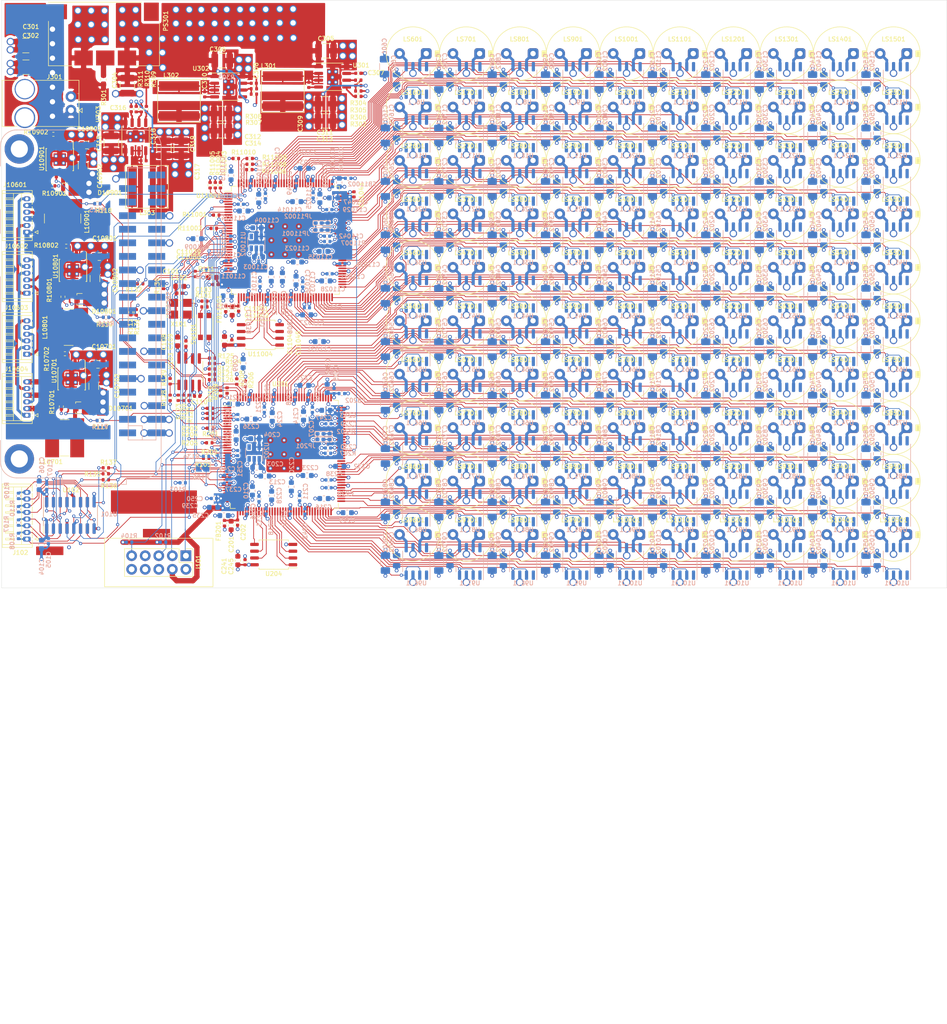
<source format=kicad_pcb>
(kicad_pcb (version 20171130) (host pcbnew "(5.1.9)-1")
  (layers (0 F.Cu signal) (1 gnd power hide) (2 pwr power hide) (31 B.Cu signal hide) (36 B.SilkS user hide) (37 F.SilkS user) (38 B.Mask user hide) (39 F.Mask user) (44 Edge.Cuts user))
  (net 0 "")
  (net 1 GND)
  (net 2 +3V0)
  (net 3 /nConfig)
  (net 4 "Net-(C201-Pad1)")
  (net 5 +1V2)
  (net 6 +2V5)
  (net 7 +15V)
  (net 8 +5V)
  (net 9 "Net-(C10801-Pad1)")
  (net 10 "Net-(C10901-Pad1)")
  (net 11 "Net-(C11001-Pad1)")
  (net 12 "Net-(D10801-Pad2)")
  (net 13 "Net-(D10901-Pad2)")
  (net 14 /tck)
  (net 15 /tdo)
  (net 16 /tms)
  (net 17 "Net-(J101-Pad6)")
  (net 18 "Net-(J101-Pad7)")
  (net 19 "Net-(J101-Pad8)")
  (net 20 /tdi)
  (net 21 /4B)
  (net 22 /3B)
  (net 23 /4A)
  (net 24 /3A)
  (net 25 /2B)
  (net 26 /1B)
  (net 27 /2A)
  (net 28 /1A)
  (net 29 "/LED/LED driver/LED_cath")
  (net 30 /LED/sheet5F55454A/LED_cath)
  (net 31 /LED/sheet5F55462D/LED_cath)
  (net 32 /FPGA1/msel0)
  (net 33 /FPGA2/msel0)
  (net 34 "Net-(LS701-Pad2)")
  (net 35 "Net-(LS701-Pad1)")
  (net 36 "Net-(LS801-Pad2)")
  (net 37 "Net-(LS801-Pad1)")
  (net 38 "Net-(LS901-Pad2)")
  (net 39 "Net-(LS901-Pad1)")
  (net 40 "Net-(LS1001-Pad2)")
  (net 41 "Net-(LS1001-Pad1)")
  (net 42 "Net-(LS1101-Pad2)")
  (net 43 "Net-(LS1101-Pad1)")
  (net 44 "Net-(LS1201-Pad2)")
  (net 45 "Net-(LS1201-Pad1)")
  (net 46 "Net-(LS1301-Pad2)")
  (net 47 "Net-(LS1301-Pad1)")
  (net 48 "Net-(LS1401-Pad2)")
  (net 49 "Net-(LS1401-Pad1)")
  (net 50 "Net-(LS1501-Pad2)")
  (net 51 "Net-(LS1501-Pad1)")
  (net 52 "Net-(LS1601-Pad2)")
  (net 53 "Net-(LS1601-Pad1)")
  (net 54 "Net-(LS1701-Pad2)")
  (net 55 "Net-(LS1701-Pad1)")
  (net 56 "Net-(LS1801-Pad2)")
  (net 57 "Net-(LS1801-Pad1)")
  (net 58 "Net-(LS1901-Pad2)")
  (net 59 "Net-(LS1901-Pad1)")
  (net 60 "Net-(LS2001-Pad2)")
  (net 61 "Net-(LS2001-Pad1)")
  (net 62 "Net-(LS2101-Pad2)")
  (net 63 "Net-(LS2101-Pad1)")
  (net 64 "Net-(LS2201-Pad2)")
  (net 65 "Net-(LS2201-Pad1)")
  (net 66 "Net-(LS2301-Pad2)")
  (net 67 "Net-(LS2301-Pad1)")
  (net 68 "Net-(LS2401-Pad2)")
  (net 69 "Net-(LS2401-Pad1)")
  (net 70 "Net-(LS2501-Pad2)")
  (net 71 "Net-(LS2501-Pad1)")
  (net 72 "Net-(LS2601-Pad2)")
  (net 73 "Net-(LS2601-Pad1)")
  (net 74 "Net-(LS2701-Pad2)")
  (net 75 "Net-(LS2701-Pad1)")
  (net 76 "Net-(LS2801-Pad2)")
  (net 77 "Net-(LS2801-Pad1)")
  (net 78 "Net-(LS2901-Pad2)")
  (net 79 "Net-(LS2901-Pad1)")
  (net 80 "Net-(LS3001-Pad2)")
  (net 81 "Net-(LS3001-Pad1)")
  (net 82 "Net-(LS3101-Pad2)")
  (net 83 "Net-(LS3101-Pad1)")
  (net 84 "Net-(LS3201-Pad2)")
  (net 85 "Net-(LS3201-Pad1)")
  (net 86 "Net-(LS3301-Pad2)")
  (net 87 "Net-(LS3301-Pad1)")
  (net 88 "Net-(LS3401-Pad2)")
  (net 89 "Net-(LS3401-Pad1)")
  (net 90 "Net-(LS3501-Pad2)")
  (net 91 "Net-(LS3501-Pad1)")
  (net 92 "Net-(LS3601-Pad2)")
  (net 93 "Net-(LS3601-Pad1)")
  (net 94 "Net-(LS3701-Pad2)")
  (net 95 "Net-(LS3701-Pad1)")
  (net 96 "Net-(LS3801-Pad2)")
  (net 97 "Net-(LS3801-Pad1)")
  (net 98 "Net-(LS3901-Pad2)")
  (net 99 "Net-(LS3901-Pad1)")
  (net 100 "Net-(LS4001-Pad2)")
  (net 101 "Net-(LS4001-Pad1)")
  (net 102 "Net-(LS4101-Pad2)")
  (net 103 "Net-(LS4101-Pad1)")
  (net 104 "Net-(LS4201-Pad2)")
  (net 105 "Net-(LS4201-Pad1)")
  (net 106 "Net-(LS4301-Pad2)")
  (net 107 "Net-(LS4301-Pad1)")
  (net 108 "Net-(LS4401-Pad2)")
  (net 109 "Net-(LS4401-Pad1)")
  (net 110 "Net-(LS4501-Pad2)")
  (net 111 "Net-(LS4501-Pad1)")
  (net 112 "Net-(LS4601-Pad2)")
  (net 113 "Net-(LS4601-Pad1)")
  (net 114 "Net-(LS4701-Pad2)")
  (net 115 "Net-(LS4701-Pad1)")
  (net 116 "Net-(LS4801-Pad2)")
  (net 117 "Net-(LS4801-Pad1)")
  (net 118 "Net-(LS4901-Pad2)")
  (net 119 "Net-(LS4901-Pad1)")
  (net 120 "Net-(LS5001-Pad2)")
  (net 121 "Net-(LS5001-Pad1)")
  (net 122 "Net-(LS5101-Pad2)")
  (net 123 "Net-(LS5101-Pad1)")
  (net 124 "Net-(LS5201-Pad2)")
  (net 125 "Net-(LS5201-Pad1)")
  (net 126 "Net-(LS5301-Pad2)")
  (net 127 "Net-(LS5301-Pad1)")
  (net 128 "Net-(LS5401-Pad2)")
  (net 129 "Net-(LS5401-Pad1)")
  (net 130 "Net-(LS5501-Pad2)")
  (net 131 "Net-(LS5501-Pad1)")
  (net 132 "Net-(LS5601-Pad2)")
  (net 133 "Net-(LS5601-Pad1)")
  (net 134 "Net-(LS5701-Pad2)")
  (net 135 "Net-(LS5701-Pad1)")
  (net 136 "Net-(LS5801-Pad2)")
  (net 137 "Net-(LS5801-Pad1)")
  (net 138 "Net-(LS5901-Pad2)")
  (net 139 "Net-(LS5901-Pad1)")
  (net 140 "Net-(LS6001-Pad2)")
  (net 141 "Net-(LS6001-Pad1)")
  (net 142 "Net-(LS6101-Pad2)")
  (net 143 "Net-(LS6101-Pad1)")
  (net 144 "Net-(LS6201-Pad2)")
  (net 145 "Net-(LS6201-Pad1)")
  (net 146 "Net-(LS6301-Pad2)")
  (net 147 "Net-(LS6301-Pad1)")
  (net 148 "Net-(LS6401-Pad2)")
  (net 149 "Net-(LS6401-Pad1)")
  (net 150 "Net-(LS6501-Pad2)")
  (net 151 "Net-(LS6501-Pad1)")
  (net 152 "Net-(LS6601-Pad2)")
  (net 153 "Net-(LS6601-Pad1)")
  (net 154 "Net-(LS6701-Pad2)")
  (net 155 "Net-(LS6701-Pad1)")
  (net 156 "Net-(LS6801-Pad2)")
  (net 157 "Net-(LS6801-Pad1)")
  (net 158 "Net-(LS6901-Pad2)")
  (net 159 "Net-(LS6901-Pad1)")
  (net 160 "Net-(LS7001-Pad2)")
  (net 161 "Net-(LS7001-Pad1)")
  (net 162 "Net-(LS7101-Pad2)")
  (net 163 "Net-(LS7101-Pad1)")
  (net 164 "Net-(LS7201-Pad2)")
  (net 165 "Net-(LS7201-Pad1)")
  (net 166 "Net-(LS7301-Pad2)")
  (net 167 "Net-(LS7301-Pad1)")
  (net 168 "Net-(LS7401-Pad2)")
  (net 169 "Net-(LS7401-Pad1)")
  (net 170 "Net-(LS7501-Pad2)")
  (net 171 "Net-(LS7501-Pad1)")
  (net 172 "Net-(LS7601-Pad2)")
  (net 173 "Net-(LS7601-Pad1)")
  (net 174 "Net-(LS7701-Pad2)")
  (net 175 "Net-(LS7701-Pad1)")
  (net 176 "Net-(LS7801-Pad2)")
  (net 177 "Net-(LS7801-Pad1)")
  (net 178 "Net-(LS7901-Pad2)")
  (net 179 "Net-(LS7901-Pad1)")
  (net 180 "Net-(LS8001-Pad2)")
  (net 181 "Net-(LS8001-Pad1)")
  (net 182 "Net-(LS8101-Pad2)")
  (net 183 "Net-(LS8101-Pad1)")
  (net 184 "Net-(LS8201-Pad2)")
  (net 185 "Net-(LS8201-Pad1)")
  (net 186 "Net-(LS8301-Pad2)")
  (net 187 "Net-(LS8301-Pad1)")
  (net 188 "Net-(LS8401-Pad2)")
  (net 189 "Net-(LS8401-Pad1)")
  (net 190 "Net-(LS8501-Pad2)")
  (net 191 "Net-(LS8501-Pad1)")
  (net 192 "Net-(LS8601-Pad2)")
  (net 193 "Net-(LS8601-Pad1)")
  (net 194 "Net-(LS8701-Pad2)")
  (net 195 "Net-(LS8701-Pad1)")
  (net 196 "Net-(LS8801-Pad2)")
  (net 197 "Net-(LS8801-Pad1)")
  (net 198 "Net-(LS8901-Pad2)")
  (net 199 "Net-(LS8901-Pad1)")
  (net 200 "Net-(LS9001-Pad2)")
  (net 201 "Net-(LS9001-Pad1)")
  (net 202 "Net-(LS9101-Pad2)")
  (net 203 "Net-(LS9101-Pad1)")
  (net 204 "Net-(LS9201-Pad2)")
  (net 205 "Net-(LS9201-Pad1)")
  (net 206 "Net-(LS9301-Pad2)")
  (net 207 "Net-(LS9301-Pad1)")
  (net 208 "Net-(LS9401-Pad2)")
  (net 209 "Net-(LS9401-Pad1)")
  (net 210 "Net-(LS9501-Pad2)")
  (net 211 "Net-(LS9501-Pad1)")
  (net 212 "Net-(LS9601-Pad2)")
  (net 213 "Net-(LS9601-Pad1)")
  (net 214 "Net-(LS9701-Pad2)")
  (net 215 "Net-(LS9701-Pad1)")
  (net 216 "Net-(LS9801-Pad2)")
  (net 217 "Net-(LS9801-Pad1)")
  (net 218 "Net-(LS9901-Pad2)")
  (net 219 "Net-(LS9901-Pad1)")
  (net 220 "Net-(LS10001-Pad2)")
  (net 221 "Net-(LS10001-Pad1)")
  (net 222 "Net-(LS10101-Pad2)")
  (net 223 "Net-(LS10101-Pad1)")
  (net 224 "Net-(LS10201-Pad2)")
  (net 225 "Net-(LS10201-Pad1)")
  (net 226 "Net-(LS10301-Pad2)")
  (net 227 "Net-(LS10301-Pad1)")
  (net 228 "Net-(LS10401-Pad2)")
  (net 229 "Net-(LS10401-Pad1)")
  (net 230 "Net-(LS10501-Pad2)")
  (net 231 "Net-(LS10501-Pad1)")
  (net 232 "Net-(R101-Pad1)")
  (net 233 /syncOut)
  (net 234 /syncIn)
  (net 235 "Net-(R304-Pad1)")
  (net 236 "Net-(R10801-Pad2)")
  (net 237 "Net-(R10802-Pad1)")
  (net 238 "Net-(R10901-Pad2)")
  (net 239 "Net-(R10902-Pad1)")
  (net 240 /mosi)
  (net 241 /ncs)
  (net 242 /sck)
  (net 243 "Net-(U201-Pad7)")
  (net 244 "Net-(U201-Pad10)")
  (net 245 "Net-(U201-Pad11)")
  (net 246 /FPGA2/tdi)
  (net 247 /clk)
  (net 248 "Net-(U201-Pad34)")
  (net 249 /FPGA1/f_io3)
  (net 250 /FPGA1/f_io2)
  (net 251 /FPGA1/f_io1)
  (net 252 /FPGA1/f_io0)
  (net 253 /FPGA1/f_ncs)
  (net 254 /FPGA1/f_sck)
  (net 255 /FPGA1/miso)
  (net 256 /greenDim)
  (net 257 /blueDim)
  (net 258 /redDim)
  (net 259 /FPGA2/t49)
  (net 260 /FPGA2/t0)
  (net 261 /FPGA2/t1)
  (net 262 /FPGA2/t2)
  (net 263 /FPGA2/t3)
  (net 264 /FPGA2/t4)
  (net 265 /FPGA2/t5)
  (net 266 /FPGA2/t6)
  (net 267 /FPGA2/t7)
  (net 268 /FPGA2/t8)
  (net 269 /FPGA2/t9)
  (net 270 /FPGA2/t10)
  (net 271 /FPGA2/t11)
  (net 272 /FPGA2/t12)
  (net 273 /FPGA2/t13)
  (net 274 /FPGA2/t14)
  (net 275 /FPGA2/t15)
  (net 276 /FPGA2/t16)
  (net 277 /FPGA2/t17)
  (net 278 /FPGA2/t18)
  (net 279 /FPGA2/t19)
  (net 280 /FPGA2/t20)
  (net 281 /FPGA2/t21)
  (net 282 /FPGA2/t22)
  (net 283 /FPGA2/t23)
  (net 284 /FPGA2/t24)
  (net 285 /FPGA2/f_io3)
  (net 286 /FPGA2/f_io2)
  (net 287 /FPGA2/f_io1)
  (net 288 /FPGA2/f_io0)
  (net 289 /FPGA2/f_ncs)
  (net 290 /FPGA2/f_sck)
  (net 291 /FPGA2/syncOut)
  (net 292 /FPGA2/green)
  (net 293 /FPGA2/blue)
  (net 294 /FPGA2/red)
  (net 295 /FPGA2/t25)
  (net 296 /FPGA2/t26)
  (net 297 /FPGA2/t27)
  (net 298 /FPGA2/t28)
  (net 299 /FPGA2/t29)
  (net 300 /FPGA2/t30)
  (net 301 /FPGA2/t31)
  (net 302 /FPGA2/t32)
  (net 303 /FPGA2/t33)
  (net 304 /FPGA2/t34)
  (net 305 /FPGA2/t35)
  (net 306 /FPGA2/t36)
  (net 307 /FPGA2/t37)
  (net 308 /FPGA2/t38)
  (net 309 /FPGA2/t39)
  (net 310 /FPGA2/t40)
  (net 311 /FPGA2/t41)
  (net 312 /FPGA2/t42)
  (net 313 /FPGA2/t43)
  (net 314 /FPGA2/t44)
  (net 315 /FPGA2/t45)
  (net 316 /FPGA2/t46)
  (net 317 /FPGA2/t47)
  (net 318 /FPGA2/t48)
  (net 319 /Transducers/s49)
  (net 320 /Transducers/s0)
  (net 321 /Transducers/s1)
  (net 322 /Transducers/s2)
  (net 323 /Transducers/s3)
  (net 324 /Transducers/s4)
  (net 325 /Transducers/s5)
  (net 326 /Transducers/s6)
  (net 327 /Transducers/s7)
  (net 328 /Transducers/s8)
  (net 329 /Transducers/s9)
  (net 330 /Transducers/s10)
  (net 331 /Transducers/s11)
  (net 332 /Transducers/s12)
  (net 333 /Transducers/s13)
  (net 334 /Transducers/s14)
  (net 335 /Transducers/s15)
  (net 336 /Transducers/s16)
  (net 337 /Transducers/s17)
  (net 338 /Transducers/s18)
  (net 339 /Transducers/s19)
  (net 340 /Transducers/s20)
  (net 341 /Transducers/s21)
  (net 342 /Transducers/s22)
  (net 343 /Transducers/s23)
  (net 344 /Transducers/s24)
  (net 345 /Transducers/s25)
  (net 346 /Transducers/s26)
  (net 347 /Transducers/s27)
  (net 348 /Transducers/s28)
  (net 349 /Transducers/s29)
  (net 350 /Transducers/s30)
  (net 351 /Transducers/s31)
  (net 352 /Transducers/s32)
  (net 353 /Transducers/s33)
  (net 354 /Transducers/s34)
  (net 355 /Transducers/s35)
  (net 356 /Transducers/s36)
  (net 357 /Transducers/s37)
  (net 358 /Transducers/s38)
  (net 359 /Transducers/s39)
  (net 360 /Transducers/s40)
  (net 361 /Transducers/s41)
  (net 362 /Transducers/s42)
  (net 363 /Transducers/s43)
  (net 364 /Transducers/s44)
  (net 365 /Transducers/s45)
  (net 366 /Transducers/s46)
  (net 367 /Transducers/s47)
  (net 368 /Transducers/s48)
  (net 369 "Net-(U201-Pad38)")
  (net 370 "Net-(U201-Pad39)")
  (net 371 "Net-(U201-Pad42)")
  (net 372 "Net-(U201-Pad137)")
  (net 373 "Net-(U201-Pad138)")
  (net 374 "Net-(U201-Pad33)")
  (net 375 /FPGA1/left)
  (net 376 /FPGA1/top)
  (net 377 /FPGA1/misc0)
  (net 378 /FPGA1/misc1)
  (net 379 /FPGA2/left)
  (net 380 /FPGA2/top)
  (net 381 /FPGA2/misc0)
  (net 382 /FPGA2/misc1)
  (net 383 "Net-(U201-Pad86)")
  (net 384 "Net-(R307-Pad2)")
  (net 385 "Net-(R309-Pad2)")
  (net 386 "Net-(U201-Pad88)")
  (net 387 "Net-(U201-Pad89)")
  (net 388 "Net-(U201-Pad90)")
  (net 389 "Net-(U201-Pad91)")
  (net 390 /miso)
  (net 391 "Net-(C205-Pad1)")
  (net 392 "Net-(C307-Pad1)")
  (net 393 "Net-(C308-Pad1)")
  (net 394 "Net-(C309-Pad2)")
  (net 395 "Net-(C309-Pad1)")
  (net 396 "Net-(C310-Pad2)")
  (net 397 "Net-(C310-Pad1)")
  (net 398 "Net-(C316-Pad1)")
  (net 399 "Net-(C317-Pad2)")
  (net 400 "Net-(C317-Pad1)")
  (net 401 "Net-(C10701-Pad1)")
  (net 402 "Net-(C11005-Pad1)")
  (net 403 "Net-(D10701-Pad2)")
  (net 404 "Net-(J10601-Pad6)")
  (net 405 "Net-(J10601-Pad4)")
  (net 406 "Net-(J10601-Pad2)")
  (net 407 "Net-(J10602-Pad6)")
  (net 408 "Net-(J10602-Pad4)")
  (net 409 "Net-(J10602-Pad2)")
  (net 410 "Net-(J10603-Pad6)")
  (net 411 "Net-(J10603-Pad4)")
  (net 412 "Net-(J10603-Pad2)")
  (net 413 "Net-(LS601-Pad2)")
  (net 414 "Net-(LS601-Pad1)")
  (net 415 "Net-(PS301-Pad4)")
  (net 416 "Net-(PS301-Pad1)")
  (net 417 "Net-(R302-Pad2)")
  (net 418 "Net-(R303-Pad2)")
  (net 419 "Net-(R304-Pad2)")
  (net 420 "Net-(R310-Pad2)")
  (net 421 "Net-(R10701-Pad2)")
  (net 422 "Net-(R10702-Pad1)")
  (net 423 "Net-(SBC401-Pad1)")
  (net 424 "Net-(SBC401-Pad16)")
  (net 425 "Net-(SBC401-Pad15)")
  (net 426 "Net-(SBC401-Pad12)")
  (net 427 "Net-(SBC401-Pad11)")
  (net 428 "Net-(SBC401-Pad33)")
  (net 429 "Net-(SBC401-Pad10)")
  (net 430 "Net-(SBC401-Pad5)")
  (net 431 "Net-(SBC401-Pad8)")
  (net 432 "Net-(SBC401-Pad7)")
  (net 433 "Net-(SBC401-Pad3)")
  (net 434 "Net-(SBC401-Pad22)")
  (net 435 "Net-(SBC401-Pad32)")
  (net 436 "Net-(SBC401-Pad31)")
  (net 437 "Net-(SBC401-Pad28)")
  (net 438 "Net-(SBC401-Pad27)")
  (net 439 "Net-(SBC401-Pad13)")
  (net 440 "Net-(SBC401-Pad29)")
  (net 441 "Net-(SBC401-Pad18)")
  (net 442 "Net-(SBC401-Pad17)")
  (net 443 "Net-(SBC401-Pad40)")
  (net 444 "Net-(SBC401-Pad35)")
  (net 445 "Net-(SBC401-Pad38)")
  (net 446 "Net-(SBC401-Pad26)")
  (net 447 "Net-(SBC401-Pad37)")
  (net 448 "Net-(SBC401-Pad36)")
  (net 449 "Net-(U11001-Pad7)")
  (net 450 "Net-(U11001-Pad10)")
  (net 451 "Net-(U11001-Pad11)")
  (net 452 "Net-(U11001-Pad33)")
  (net 453 "Net-(U11001-Pad34)")
  (net 454 "Net-(U11001-Pad38)")
  (net 455 "Net-(U11001-Pad39)")
  (net 456 "Net-(U11001-Pad42)")
  (net 457 "Net-(U11001-Pad86)")
  (net 458 "Net-(U11001-Pad88)")
  (net 459 "Net-(U11001-Pad89)")
  (net 460 "Net-(U11001-Pad90)")
  (net 461 "Net-(U11001-Pad91)")
  (net 462 "Net-(U11001-Pad137)")
  (net 463 "Net-(U11001-Pad138)")
  (net 464 /FPGA1/red)
  (net 465 /FPGA1/blue)
  (net 466 /FPGA1/green)
  (net 467 +VSW)
  (net 468 /FPGA1/msel1)
  (net 469 /FPGA2/msel1)
  (net 470 "Net-(R120-Pad2)")
  (net 471 "Net-(R120-Pad1)")
  (net 472 "Net-(R121-Pad2)")
  (net 473 "Net-(R121-Pad1)")
  (net 474 /as_data0_1)
  (net 475 /as_data0_2)
  (net 476 /as_asdo_1)
  (net 477 "Net-(R124-Pad1)")
  (net 478 /as_asdo_2)
  (net 479 /as_dclk_1)
  (net 480 /as_dclk_2)
  (net 481 /as_ncs_1)
  (net 482 "Net-(R128-Pad1)")
  (net 483 /as_ncs_2)
  (net 484 "/Raspberry PI/nCE0")
  (net 485 "/Raspberry PI/mosi")
  (net 486 "/Raspberry PI/sclk")
  (net 487 /FPGA2/CLK24_576)
  (net 488 /FPGA1/CLK24_576)
  (net 489 "Net-(R135-Pad1)")
  (net 490 "Net-(R136-Pad1)")
  (net 491 "Net-(R137-Pad1)")
  (net 492 /FPGA1/nStatus)
  (net 493 /FPGA1/conf_done)
  (net 494 /FPGA2/+2.5V)
  (module Connector_Molex:Molex_70555_RA_1x02_P2.54 (layer F.Cu) (at 74.46406 51.02434 90)
    (fp_text reference J301 (at 4.95554 -3.08356) (layer F.SilkS) (effects (font (size 0.8 0.8) (thickness 0.153))))
    (fp_text value "Power ")
    (pad "" np_thru_hole circle (at 2.67 -8.64 90) (size 3.8 3.8) (drill 3.4) (layers *.Cu *.Mask))
    (pad "" np_thru_hole circle (at -2.67 -8.64 90) (size 3.89 3.89) (drill 3.4) (layers *.Cu *.Mask))
    (pad 2 thru_hole circle (at 1.27 0 90) (size 2 2) (drill 1.1) (layers *.Cu *.Mask) (net 1 GND))
    (pad 1 thru_hole circle (at -1.27 0 90) (size 2 2) (drill 1.1) (layers *.Cu *.Mask) (net 467 +VSW))
  )
  (module holo:OKI-T-36W-W40 (layer F.Cu) (at 89.52626 33.88188)
    (fp_text reference PS301 (at 2.69494 1.7272 90) (layer F.SilkS) (effects (font (size 0.8 0.8) (thickness 0.153))))
    (fp_text value OKI-T36W-W40)
    (pad 5 smd rect (at -4.57 8.64) (size 3.43 2.79) (layers F.Cu F.Paste F.Mask) (net 7 +15V))
    (pad 4 smd rect (at -8.64 8.64) (size 3.43 2.79) (layers F.Cu F.Paste F.Mask) (net 415 "Net-(PS301-Pad4)"))
    (pad 3 smd rect (at -12.69 8.64) (size 3.43 2.79) (layers F.Cu F.Paste F.Mask) (net 1 GND))
    (pad 2 smd rect (at -17.52 0) (size 3.43 2.79) (layers F.Cu F.Paste F.Mask) (net 467 +VSW))
    (pad 1 smd rect (at 0 0 270) (size 3.43 2.79) (layers F.Cu F.Paste F.Mask) (net 416 "Net-(PS301-Pad1)"))
  )
  (module holo:ASFL1 (layer F.Cu) (at 94.9517 89.452)
    (fp_text reference X101 (at -0.28702 2.87274) (layer F.SilkS) (effects (font (size 0.8 0.8) (thickness 0.153))))
    (fp_text value ASE-24.576MHz)
    (pad 4 smd rect (at -1.27 -1.1) (size 1.7 1.5) (layers F.Cu F.Paste F.Mask) (net 2 +3V0))
    (pad 3 smd rect (at 1.27 -1.1) (size 1.7 1.5) (layers F.Cu F.Paste F.Mask) (net 247 /clk))
    (pad 2 smd rect (at 1.27 1.1) (size 1.7 1.5) (layers F.Cu F.Paste F.Mask) (net 1 GND))
    (pad 1 smd rect (at -1.27 1.1) (size 1.7 1.5) (layers F.Cu F.Paste F.Mask) (net 2 +3V0))
  )
  (module holo:DO-220A (layer F.Cu) (at 77.14226 107.98638 180)
    (fp_text reference D10701 (at -6.65774 -0.11362) (layer F.SilkS) (effects (font (size 0.8 0.8) (thickness 0.153))))
    (fp_text value "2A, 100V")
    (pad 2 smd rect (at 1.651 0 180) (size 0.762 1.27) (layers F.Cu F.Paste F.Mask) (net 403 "Net-(D10701-Pad2)"))
    (pad 1 smd rect (at -0.7 0 180) (size 2.67 2.54) (layers F.Cu F.Paste F.Mask) (net 467 +VSW))
  )
  (module holo:DO-220A (layer F.Cu) (at 77.38506 87.70448 180)
    (fp_text reference D10801 (at -3.28422 -2.24282) (layer F.SilkS) (effects (font (size 0.8 0.8) (thickness 0.153))))
    (fp_text value "2A, 100V")
    (pad 2 smd rect (at 1.651 0 180) (size 0.762 1.27) (layers F.Cu F.Paste F.Mask) (net 12 "Net-(D10801-Pad2)"))
    (pad 1 smd rect (at -0.7 0 180) (size 2.67 2.54) (layers F.Cu F.Paste F.Mask) (net 467 +VSW))
  )
  (module holo:DO-220A (layer F.Cu) (at 74.65964 67.04666 180)
    (fp_text reference D10901 (at -7.09036 -0.70334) (layer F.SilkS) (effects (font (size 0.8 0.8) (thickness 0.153))))
    (fp_text value "2A, 100V")
    (pad 2 smd rect (at 1.651 0 180) (size 0.762 1.27) (layers F.Cu F.Paste F.Mask) (net 13 "Net-(D10901-Pad2)"))
    (pad 1 smd rect (at -0.7 0 180) (size 2.67 2.54) (layers F.Cu F.Paste F.Mask) (net 467 +VSW))
  )
  (module holo:SRR6038 (layer F.Cu) (at 72.9045 72.57878 180)
    (fp_text reference L10901 (at -4.54152 -0.5334 270) (layer F.SilkS) (effects (font (size 0.8 0.8) (thickness 0.153))))
    (fp_text value 11.5uH)
    (pad 2 smd rect (at 0 -2.35 180) (size 7.3 2.6) (layers F.Cu F.Paste F.Mask) (net 31 /LED/sheet5F55462D/LED_cath))
    (pad 1 smd rect (at 0 2.35 180) (size 7.3 2.6) (layers F.Cu F.Paste F.Mask) (net 13 "Net-(D10901-Pad2)"))
  )
  (module holo:SRR6038 (layer F.Cu) (at 74.01956 92.91148 90)
    (fp_text reference L10801 (at -0.02032 -4.4196 90) (layer F.SilkS) (effects (font (size 0.8 0.8) (thickness 0.153))))
    (fp_text value 11.5uH)
    (pad 2 smd rect (at 0 -2.35 90) (size 7.3 2.6) (layers F.Cu F.Paste F.Mask) (net 30 /LED/sheet5F55454A/LED_cath))
    (pad 1 smd rect (at 0 2.35 90) (size 7.3 2.6) (layers F.Cu F.Paste F.Mask) (net 12 "Net-(D10801-Pad2)"))
  )
  (module holo:SRR6038 (layer F.Cu) (at 73.28804 113.6074 90)
    (fp_text reference L10701 (at -4.49326 -2.58064 180) (layer F.SilkS) (effects (font (size 0.8 0.8) (thickness 0.153))))
    (fp_text value 11.5uH)
    (pad 2 smd rect (at 0 -2.35 90) (size 7.3 2.6) (layers F.Cu F.Paste F.Mask) (net 29 "/LED/LED driver/LED_cath"))
    (pad 1 smd rect (at 0 2.35 90) (size 7.3 2.6) (layers F.Cu F.Paste F.Mask) (net 403 "Net-(D10701-Pad2)"))
  )
  (module holo:MSO-P1040H07T (layer F.Cu) (at 228.5 131.7)
    (fp_text reference LS10501 (at 0 -2.7) (layer F.SilkS) (effects (font (size 0.8 0.8) (thickness 0.153))))
    (fp_text value transducer_40kHz)
    (pad 2 thru_hole circle (at -2.5 0) (size 2 2) (drill 1) (layers *.Cu *.Mask) (net 230 "Net-(LS10501-Pad2)"))
    (pad 1 thru_hole roundrect (at 2.5 0) (size 2 2) (drill 1) (layers *.Cu *.Mask) (net 231 "Net-(LS10501-Pad1)"))
  )
  (module holo:MSO-P1040H07T (layer F.Cu) (at 218.5 131.7)
    (fp_text reference LS10401 (at 0 -2.7) (layer F.SilkS) (effects (font (size 0.8 0.8) (thickness 0.153))))
    (fp_text value transducer_40kHz)
    (pad 2 thru_hole circle (at -2.5 0) (size 2 2) (drill 1) (layers *.Cu *.Mask) (net 228 "Net-(LS10401-Pad2)"))
    (pad 1 thru_hole roundrect (at 2.5 0) (size 2 2) (drill 1) (layers *.Cu *.Mask) (net 229 "Net-(LS10401-Pad1)"))
  )
  (module holo:MSO-P1040H07T (layer F.Cu) (at 208.5 131.7)
    (fp_text reference LS10301 (at 0 -2.7) (layer F.SilkS) (effects (font (size 0.8 0.8) (thickness 0.153))))
    (fp_text value transducer_40kHz)
    (pad 2 thru_hole circle (at -2.5 0) (size 2 2) (drill 1) (layers *.Cu *.Mask) (net 226 "Net-(LS10301-Pad2)"))
    (pad 1 thru_hole roundrect (at 2.5 0) (size 2 2) (drill 1) (layers *.Cu *.Mask) (net 227 "Net-(LS10301-Pad1)"))
  )
  (module holo:MSO-P1040H07T (layer F.Cu) (at 198.5 131.7)
    (fp_text reference LS10201 (at 0 -2.7) (layer F.SilkS) (effects (font (size 0.8 0.8) (thickness 0.153))))
    (fp_text value transducer_40kHz)
    (pad 2 thru_hole circle (at -2.5 0) (size 2 2) (drill 1) (layers *.Cu *.Mask) (net 224 "Net-(LS10201-Pad2)"))
    (pad 1 thru_hole roundrect (at 2.5 0) (size 2 2) (drill 1) (layers *.Cu *.Mask) (net 225 "Net-(LS10201-Pad1)"))
  )
  (module holo:MSO-P1040H07T (layer F.Cu) (at 188.5 131.7)
    (fp_text reference LS10101 (at 0 -2.7) (layer F.SilkS) (effects (font (size 0.8 0.8) (thickness 0.153))))
    (fp_text value transducer_40kHz)
    (pad 2 thru_hole circle (at -2.5 0) (size 2 2) (drill 1) (layers *.Cu *.Mask) (net 222 "Net-(LS10101-Pad2)"))
    (pad 1 thru_hole roundrect (at 2.5 0) (size 2 2) (drill 1) (layers *.Cu *.Mask) (net 223 "Net-(LS10101-Pad1)"))
  )
  (module holo:MSO-P1040H07T (layer F.Cu) (at 178.5 131.7)
    (fp_text reference LS10001 (at 0 -2.7) (layer F.SilkS) (effects (font (size 0.8 0.8) (thickness 0.153))))
    (fp_text value transducer_40kHz)
    (pad 2 thru_hole circle (at -2.5 0) (size 2 2) (drill 1) (layers *.Cu *.Mask) (net 220 "Net-(LS10001-Pad2)"))
    (pad 1 thru_hole roundrect (at 2.5 0) (size 2 2) (drill 1) (layers *.Cu *.Mask) (net 221 "Net-(LS10001-Pad1)"))
  )
  (module holo:MSO-P1040H07T (layer F.Cu) (at 168.5 131.7)
    (fp_text reference LS9901 (at 0 -2.7) (layer F.SilkS) (effects (font (size 0.8 0.8) (thickness 0.153))))
    (fp_text value transducer_40kHz)
    (pad 2 thru_hole circle (at -2.5 0) (size 2 2) (drill 1) (layers *.Cu *.Mask) (net 218 "Net-(LS9901-Pad2)"))
    (pad 1 thru_hole roundrect (at 2.5 0) (size 2 2) (drill 1) (layers *.Cu *.Mask) (net 219 "Net-(LS9901-Pad1)"))
  )
  (module holo:MSO-P1040H07T (layer F.Cu) (at 158.5 131.7)
    (fp_text reference LS9801 (at 0 -2.7) (layer F.SilkS) (effects (font (size 0.8 0.8) (thickness 0.153))))
    (fp_text value transducer_40kHz)
    (pad 2 thru_hole circle (at -2.5 0) (size 2 2) (drill 1) (layers *.Cu *.Mask) (net 216 "Net-(LS9801-Pad2)"))
    (pad 1 thru_hole roundrect (at 2.5 0) (size 2 2) (drill 1) (layers *.Cu *.Mask) (net 217 "Net-(LS9801-Pad1)"))
  )
  (module holo:MSO-P1040H07T (layer F.Cu) (at 148.5 131.7)
    (fp_text reference LS9701 (at 0 -2.7) (layer F.SilkS) (effects (font (size 0.8 0.8) (thickness 0.153))))
    (fp_text value transducer_40kHz)
    (pad 2 thru_hole circle (at -2.5 0) (size 2 2) (drill 1) (layers *.Cu *.Mask) (net 214 "Net-(LS9701-Pad2)"))
    (pad 1 thru_hole roundrect (at 2.5 0) (size 2 2) (drill 1) (layers *.Cu *.Mask) (net 215 "Net-(LS9701-Pad1)"))
  )
  (module holo:MSO-P1040H07T (layer F.Cu) (at 138.5 131.7)
    (fp_text reference LS9601 (at 0 -2.7) (layer F.SilkS) (effects (font (size 0.8 0.8) (thickness 0.153))))
    (fp_text value transducer_40kHz)
    (pad 2 thru_hole circle (at -2.5 0) (size 2 2) (drill 1) (layers *.Cu *.Mask) (net 212 "Net-(LS9601-Pad2)"))
    (pad 1 thru_hole roundrect (at 2.5 0) (size 2 2) (drill 1) (layers *.Cu *.Mask) (net 213 "Net-(LS9601-Pad1)"))
  )
  (module holo:MSO-P1040H07T (layer F.Cu) (at 228.5 121.7)
    (fp_text reference LS9501 (at 0 -2.7) (layer F.SilkS) (effects (font (size 0.8 0.8) (thickness 0.153))))
    (fp_text value transducer_40kHz)
    (pad 2 thru_hole circle (at -2.5 0) (size 2 2) (drill 1) (layers *.Cu *.Mask) (net 210 "Net-(LS9501-Pad2)"))
    (pad 1 thru_hole roundrect (at 2.5 0) (size 2 2) (drill 1) (layers *.Cu *.Mask) (net 211 "Net-(LS9501-Pad1)"))
  )
  (module holo:MSO-P1040H07T (layer F.Cu) (at 218.5 121.7)
    (fp_text reference LS9401 (at 0 -2.7) (layer F.SilkS) (effects (font (size 0.8 0.8) (thickness 0.153))))
    (fp_text value transducer_40kHz)
    (pad 2 thru_hole circle (at -2.5 0) (size 2 2) (drill 1) (layers *.Cu *.Mask) (net 208 "Net-(LS9401-Pad2)"))
    (pad 1 thru_hole roundrect (at 2.5 0) (size 2 2) (drill 1) (layers *.Cu *.Mask) (net 209 "Net-(LS9401-Pad1)"))
  )
  (module holo:MSO-P1040H07T (layer F.Cu) (at 208.5 121.7)
    (fp_text reference LS9301 (at 0 -2.7) (layer F.SilkS) (effects (font (size 0.8 0.8) (thickness 0.153))))
    (fp_text value transducer_40kHz)
    (pad 2 thru_hole circle (at -2.5 0) (size 2 2) (drill 1) (layers *.Cu *.Mask) (net 206 "Net-(LS9301-Pad2)"))
    (pad 1 thru_hole roundrect (at 2.5 0) (size 2 2) (drill 1) (layers *.Cu *.Mask) (net 207 "Net-(LS9301-Pad1)"))
  )
  (module holo:MSO-P1040H07T (layer F.Cu) (at 198.5 121.7)
    (fp_text reference LS9201 (at 0 -2.7) (layer F.SilkS) (effects (font (size 0.8 0.8) (thickness 0.153))))
    (fp_text value transducer_40kHz)
    (pad 2 thru_hole circle (at -2.5 0) (size 2 2) (drill 1) (layers *.Cu *.Mask) (net 204 "Net-(LS9201-Pad2)"))
    (pad 1 thru_hole roundrect (at 2.5 0) (size 2 2) (drill 1) (layers *.Cu *.Mask) (net 205 "Net-(LS9201-Pad1)"))
  )
  (module holo:MSO-P1040H07T (layer F.Cu) (at 188.5 121.7)
    (fp_text reference LS9101 (at 0 -2.7) (layer F.SilkS) (effects (font (size 0.8 0.8) (thickness 0.153))))
    (fp_text value transducer_40kHz)
    (pad 2 thru_hole circle (at -2.5 0) (size 2 2) (drill 1) (layers *.Cu *.Mask) (net 202 "Net-(LS9101-Pad2)"))
    (pad 1 thru_hole roundrect (at 2.5 0) (size 2 2) (drill 1) (layers *.Cu *.Mask) (net 203 "Net-(LS9101-Pad1)"))
  )
  (module holo:MSO-P1040H07T (layer F.Cu) (at 178.5 121.7)
    (fp_text reference LS9001 (at 0 -2.7) (layer F.SilkS) (effects (font (size 0.8 0.8) (thickness 0.153))))
    (fp_text value transducer_40kHz)
    (pad 2 thru_hole circle (at -2.5 0) (size 2 2) (drill 1) (layers *.Cu *.Mask) (net 200 "Net-(LS9001-Pad2)"))
    (pad 1 thru_hole roundrect (at 2.5 0) (size 2 2) (drill 1) (layers *.Cu *.Mask) (net 201 "Net-(LS9001-Pad1)"))
  )
  (module holo:MSO-P1040H07T (layer F.Cu) (at 168.5 121.7)
    (fp_text reference LS8901 (at 0 -2.7) (layer F.SilkS) (effects (font (size 0.8 0.8) (thickness 0.153))))
    (fp_text value transducer_40kHz)
    (pad 2 thru_hole circle (at -2.5 0) (size 2 2) (drill 1) (layers *.Cu *.Mask) (net 198 "Net-(LS8901-Pad2)"))
    (pad 1 thru_hole roundrect (at 2.5 0) (size 2 2) (drill 1) (layers *.Cu *.Mask) (net 199 "Net-(LS8901-Pad1)"))
  )
  (module holo:MSO-P1040H07T (layer F.Cu) (at 158.5 121.7)
    (fp_text reference LS8801 (at 0 -2.7) (layer F.SilkS) (effects (font (size 0.8 0.8) (thickness 0.153))))
    (fp_text value transducer_40kHz)
    (pad 2 thru_hole circle (at -2.5 0) (size 2 2) (drill 1) (layers *.Cu *.Mask) (net 196 "Net-(LS8801-Pad2)"))
    (pad 1 thru_hole roundrect (at 2.5 0) (size 2 2) (drill 1) (layers *.Cu *.Mask) (net 197 "Net-(LS8801-Pad1)"))
  )
  (module holo:MSO-P1040H07T (layer F.Cu) (at 148.5 121.7)
    (fp_text reference LS8701 (at 0 -2.7) (layer F.SilkS) (effects (font (size 0.8 0.8) (thickness 0.153))))
    (fp_text value transducer_40kHz)
    (pad 2 thru_hole circle (at -2.5 0) (size 2 2) (drill 1) (layers *.Cu *.Mask) (net 194 "Net-(LS8701-Pad2)"))
    (pad 1 thru_hole roundrect (at 2.5 0) (size 2 2) (drill 1) (layers *.Cu *.Mask) (net 195 "Net-(LS8701-Pad1)"))
  )
  (module holo:MSO-P1040H07T (layer F.Cu) (at 138.5 121.7)
    (fp_text reference LS8601 (at 0 -2.7) (layer F.SilkS) (effects (font (size 0.8 0.8) (thickness 0.153))))
    (fp_text value transducer_40kHz)
    (pad 2 thru_hole circle (at -2.5 0) (size 2 2) (drill 1) (layers *.Cu *.Mask) (net 192 "Net-(LS8601-Pad2)"))
    (pad 1 thru_hole roundrect (at 2.5 0) (size 2 2) (drill 1) (layers *.Cu *.Mask) (net 193 "Net-(LS8601-Pad1)"))
  )
  (module holo:MSO-P1040H07T (layer F.Cu) (at 228.5 111.7)
    (fp_text reference LS8501 (at 0 -2.7) (layer F.SilkS) (effects (font (size 0.8 0.8) (thickness 0.153))))
    (fp_text value transducer_40kHz)
    (pad 2 thru_hole circle (at -2.5 0) (size 2 2) (drill 1) (layers *.Cu *.Mask) (net 190 "Net-(LS8501-Pad2)"))
    (pad 1 thru_hole roundrect (at 2.5 0) (size 2 2) (drill 1) (layers *.Cu *.Mask) (net 191 "Net-(LS8501-Pad1)"))
  )
  (module holo:MSO-P1040H07T (layer F.Cu) (at 218.5 111.7)
    (fp_text reference LS8401 (at 0 -2.7) (layer F.SilkS) (effects (font (size 0.8 0.8) (thickness 0.153))))
    (fp_text value transducer_40kHz)
    (pad 2 thru_hole circle (at -2.5 0) (size 2 2) (drill 1) (layers *.Cu *.Mask) (net 188 "Net-(LS8401-Pad2)"))
    (pad 1 thru_hole roundrect (at 2.5 0) (size 2 2) (drill 1) (layers *.Cu *.Mask) (net 189 "Net-(LS8401-Pad1)"))
  )
  (module holo:MSO-P1040H07T (layer F.Cu) (at 208.5 111.7)
    (fp_text reference LS8301 (at 0 -2.7) (layer F.SilkS) (effects (font (size 0.8 0.8) (thickness 0.153))))
    (fp_text value transducer_40kHz)
    (pad 2 thru_hole circle (at -2.5 0) (size 2 2) (drill 1) (layers *.Cu *.Mask) (net 186 "Net-(LS8301-Pad2)"))
    (pad 1 thru_hole roundrect (at 2.5 0) (size 2 2) (drill 1) (layers *.Cu *.Mask) (net 187 "Net-(LS8301-Pad1)"))
  )
  (module holo:MSO-P1040H07T (layer F.Cu) (at 198.5 111.7)
    (fp_text reference LS8201 (at 0 -2.7) (layer F.SilkS) (effects (font (size 0.8 0.8) (thickness 0.153))))
    (fp_text value transducer_40kHz)
    (pad 2 thru_hole circle (at -2.5 0) (size 2 2) (drill 1) (layers *.Cu *.Mask) (net 184 "Net-(LS8201-Pad2)"))
    (pad 1 thru_hole roundrect (at 2.5 0) (size 2 2) (drill 1) (layers *.Cu *.Mask) (net 185 "Net-(LS8201-Pad1)"))
  )
  (module holo:MSO-P1040H07T (layer F.Cu) (at 188.5 111.7)
    (fp_text reference LS8101 (at 0 -2.7) (layer F.SilkS) (effects (font (size 0.8 0.8) (thickness 0.153))))
    (fp_text value transducer_40kHz)
    (pad 2 thru_hole circle (at -2.5 0) (size 2 2) (drill 1) (layers *.Cu *.Mask) (net 182 "Net-(LS8101-Pad2)"))
    (pad 1 thru_hole roundrect (at 2.5 0) (size 2 2) (drill 1) (layers *.Cu *.Mask) (net 183 "Net-(LS8101-Pad1)"))
  )
  (module holo:MSO-P1040H07T (layer F.Cu) (at 178.5 111.7)
    (fp_text reference LS8001 (at 0 -2.7) (layer F.SilkS) (effects (font (size 0.8 0.8) (thickness 0.153))))
    (fp_text value transducer_40kHz)
    (pad 2 thru_hole circle (at -2.5 0) (size 2 2) (drill 1) (layers *.Cu *.Mask) (net 180 "Net-(LS8001-Pad2)"))
    (pad 1 thru_hole roundrect (at 2.5 0) (size 2 2) (drill 1) (layers *.Cu *.Mask) (net 181 "Net-(LS8001-Pad1)"))
  )
  (module holo:MSO-P1040H07T (layer F.Cu) (at 168.5 111.7)
    (fp_text reference LS7901 (at 0 -2.7) (layer F.SilkS) (effects (font (size 0.8 0.8) (thickness 0.153))))
    (fp_text value transducer_40kHz)
    (pad 2 thru_hole circle (at -2.5 0) (size 2 2) (drill 1) (layers *.Cu *.Mask) (net 178 "Net-(LS7901-Pad2)"))
    (pad 1 thru_hole roundrect (at 2.5 0) (size 2 2) (drill 1) (layers *.Cu *.Mask) (net 179 "Net-(LS7901-Pad1)"))
  )
  (module holo:MSO-P1040H07T (layer F.Cu) (at 158.5 111.7)
    (fp_text reference LS7801 (at 0 -2.7) (layer F.SilkS) (effects (font (size 0.8 0.8) (thickness 0.153))))
    (fp_text value transducer_40kHz)
    (pad 2 thru_hole circle (at -2.5 0) (size 2 2) (drill 1) (layers *.Cu *.Mask) (net 176 "Net-(LS7801-Pad2)"))
    (pad 1 thru_hole roundrect (at 2.5 0) (size 2 2) (drill 1) (layers *.Cu *.Mask) (net 177 "Net-(LS7801-Pad1)"))
  )
  (module holo:MSO-P1040H07T (layer F.Cu) (at 148.5 111.7)
    (fp_text reference LS7701 (at 0 -2.7) (layer F.SilkS) (effects (font (size 0.8 0.8) (thickness 0.153))))
    (fp_text value transducer_40kHz)
    (pad 2 thru_hole circle (at -2.5 0) (size 2 2) (drill 1) (layers *.Cu *.Mask) (net 174 "Net-(LS7701-Pad2)"))
    (pad 1 thru_hole roundrect (at 2.5 0) (size 2 2) (drill 1) (layers *.Cu *.Mask) (net 175 "Net-(LS7701-Pad1)"))
  )
  (module holo:MSO-P1040H07T (layer F.Cu) (at 138.5 111.7)
    (fp_text reference LS7601 (at 0 -2.7) (layer F.SilkS) (effects (font (size 0.8 0.8) (thickness 0.153))))
    (fp_text value transducer_40kHz)
    (pad 2 thru_hole circle (at -2.5 0) (size 2 2) (drill 1) (layers *.Cu *.Mask) (net 172 "Net-(LS7601-Pad2)"))
    (pad 1 thru_hole roundrect (at 2.5 0) (size 2 2) (drill 1) (layers *.Cu *.Mask) (net 173 "Net-(LS7601-Pad1)"))
  )
  (module holo:MSO-P1040H07T (layer F.Cu) (at 228.5 101.7)
    (fp_text reference LS7501 (at 0 -2.7) (layer F.SilkS) (effects (font (size 0.8 0.8) (thickness 0.153))))
    (fp_text value transducer_40kHz)
    (pad 2 thru_hole circle (at -2.5 0) (size 2 2) (drill 1) (layers *.Cu *.Mask) (net 170 "Net-(LS7501-Pad2)"))
    (pad 1 thru_hole roundrect (at 2.5 0) (size 2 2) (drill 1) (layers *.Cu *.Mask) (net 171 "Net-(LS7501-Pad1)"))
  )
  (module holo:MSO-P1040H07T (layer F.Cu) (at 218.5 101.7)
    (fp_text reference LS7401 (at 0 -2.7) (layer F.SilkS) (effects (font (size 0.8 0.8) (thickness 0.153))))
    (fp_text value transducer_40kHz)
    (pad 2 thru_hole circle (at -2.5 0) (size 2 2) (drill 1) (layers *.Cu *.Mask) (net 168 "Net-(LS7401-Pad2)"))
    (pad 1 thru_hole roundrect (at 2.5 0) (size 2 2) (drill 1) (layers *.Cu *.Mask) (net 169 "Net-(LS7401-Pad1)"))
  )
  (module holo:MSO-P1040H07T (layer F.Cu) (at 208.5 101.7)
    (fp_text reference LS7301 (at 0 -2.7) (layer F.SilkS) (effects (font (size 0.8 0.8) (thickness 0.153))))
    (fp_text value transducer_40kHz)
    (pad 2 thru_hole circle (at -2.5 0) (size 2 2) (drill 1) (layers *.Cu *.Mask) (net 166 "Net-(LS7301-Pad2)"))
    (pad 1 thru_hole roundrect (at 2.5 0) (size 2 2) (drill 1) (layers *.Cu *.Mask) (net 167 "Net-(LS7301-Pad1)"))
  )
  (module holo:MSO-P1040H07T (layer F.Cu) (at 198.5 101.7)
    (fp_text reference LS7201 (at 0 -2.7) (layer F.SilkS) (effects (font (size 0.8 0.8) (thickness 0.153))))
    (fp_text value transducer_40kHz)
    (pad 2 thru_hole circle (at -2.5 0) (size 2 2) (drill 1) (layers *.Cu *.Mask) (net 164 "Net-(LS7201-Pad2)"))
    (pad 1 thru_hole roundrect (at 2.5 0) (size 2 2) (drill 1) (layers *.Cu *.Mask) (net 165 "Net-(LS7201-Pad1)"))
  )
  (module holo:MSO-P1040H07T (layer F.Cu) (at 188.5 101.7)
    (fp_text reference LS7101 (at 0 -2.7) (layer F.SilkS) (effects (font (size 0.8 0.8) (thickness 0.153))))
    (fp_text value transducer_40kHz)
    (pad 2 thru_hole circle (at -2.5 0) (size 2 2) (drill 1) (layers *.Cu *.Mask) (net 162 "Net-(LS7101-Pad2)"))
    (pad 1 thru_hole roundrect (at 2.5 0) (size 2 2) (drill 1) (layers *.Cu *.Mask) (net 163 "Net-(LS7101-Pad1)"))
  )
  (module holo:MSO-P1040H07T (layer F.Cu) (at 178.5 101.7)
    (fp_text reference LS7001 (at 0 -2.7) (layer F.SilkS) (effects (font (size 0.8 0.8) (thickness 0.153))))
    (fp_text value transducer_40kHz)
    (pad 2 thru_hole circle (at -2.5 0) (size 2 2) (drill 1) (layers *.Cu *.Mask) (net 160 "Net-(LS7001-Pad2)"))
    (pad 1 thru_hole roundrect (at 2.5 0) (size 2 2) (drill 1) (layers *.Cu *.Mask) (net 161 "Net-(LS7001-Pad1)"))
  )
  (module holo:MSO-P1040H07T (layer F.Cu) (at 168.5 101.7)
    (fp_text reference LS6901 (at 0 -2.7) (layer F.SilkS) (effects (font (size 0.8 0.8) (thickness 0.153))))
    (fp_text value transducer_40kHz)
    (pad 2 thru_hole circle (at -2.5 0) (size 2 2) (drill 1) (layers *.Cu *.Mask) (net 158 "Net-(LS6901-Pad2)"))
    (pad 1 thru_hole roundrect (at 2.5 0) (size 2 2) (drill 1) (layers *.Cu *.Mask) (net 159 "Net-(LS6901-Pad1)"))
  )
  (module holo:MSO-P1040H07T (layer F.Cu) (at 158.5 101.7)
    (fp_text reference LS6801 (at 0 -2.7) (layer F.SilkS) (effects (font (size 0.8 0.8) (thickness 0.153))))
    (fp_text value transducer_40kHz)
    (pad 2 thru_hole circle (at -2.5 0) (size 2 2) (drill 1) (layers *.Cu *.Mask) (net 156 "Net-(LS6801-Pad2)"))
    (pad 1 thru_hole roundrect (at 2.5 0) (size 2 2) (drill 1) (layers *.Cu *.Mask) (net 157 "Net-(LS6801-Pad1)"))
  )
  (module holo:MSO-P1040H07T (layer F.Cu) (at 148.5 101.7)
    (fp_text reference LS6701 (at 0 -2.7) (layer F.SilkS) (effects (font (size 0.8 0.8) (thickness 0.153))))
    (fp_text value transducer_40kHz)
    (pad 2 thru_hole circle (at -2.5 0) (size 2 2) (drill 1) (layers *.Cu *.Mask) (net 154 "Net-(LS6701-Pad2)"))
    (pad 1 thru_hole roundrect (at 2.5 0) (size 2 2) (drill 1) (layers *.Cu *.Mask) (net 155 "Net-(LS6701-Pad1)"))
  )
  (module holo:MSO-P1040H07T (layer F.Cu) (at 138.5 101.7)
    (fp_text reference LS6601 (at 0 -2.7) (layer F.SilkS) (effects (font (size 0.8 0.8) (thickness 0.153))))
    (fp_text value transducer_40kHz)
    (pad 2 thru_hole circle (at -2.5 0) (size 2 2) (drill 1) (layers *.Cu *.Mask) (net 152 "Net-(LS6601-Pad2)"))
    (pad 1 thru_hole roundrect (at 2.5 0) (size 2 2) (drill 1) (layers *.Cu *.Mask) (net 153 "Net-(LS6601-Pad1)"))
  )
  (module holo:MSO-P1040H07T (layer F.Cu) (at 228.5 91.7)
    (fp_text reference LS6501 (at 0 -2.7) (layer F.SilkS) (effects (font (size 0.8 0.8) (thickness 0.153))))
    (fp_text value transducer_40kHz)
    (pad 2 thru_hole circle (at -2.5 0) (size 2 2) (drill 1) (layers *.Cu *.Mask) (net 150 "Net-(LS6501-Pad2)"))
    (pad 1 thru_hole roundrect (at 2.5 0) (size 2 2) (drill 1) (layers *.Cu *.Mask) (net 151 "Net-(LS6501-Pad1)"))
  )
  (module holo:MSO-P1040H07T (layer F.Cu) (at 218.5 91.7)
    (fp_text reference LS6401 (at 0 -2.7) (layer F.SilkS) (effects (font (size 0.8 0.8) (thickness 0.153))))
    (fp_text value transducer_40kHz)
    (pad 2 thru_hole circle (at -2.5 0) (size 2 2) (drill 1) (layers *.Cu *.Mask) (net 148 "Net-(LS6401-Pad2)"))
    (pad 1 thru_hole roundrect (at 2.5 0) (size 2 2) (drill 1) (layers *.Cu *.Mask) (net 149 "Net-(LS6401-Pad1)"))
  )
  (module holo:MSO-P1040H07T (layer F.Cu) (at 208.5 91.7)
    (fp_text reference LS6301 (at 0 -2.7) (layer F.SilkS) (effects (font (size 0.8 0.8) (thickness 0.153))))
    (fp_text value transducer_40kHz)
    (pad 2 thru_hole circle (at -2.5 0) (size 2 2) (drill 1) (layers *.Cu *.Mask) (net 146 "Net-(LS6301-Pad2)"))
    (pad 1 thru_hole roundrect (at 2.5 0) (size 2 2) (drill 1) (layers *.Cu *.Mask) (net 147 "Net-(LS6301-Pad1)"))
  )
  (module holo:MSO-P1040H07T (layer F.Cu) (at 198.5 91.7)
    (fp_text reference LS6201 (at 0 -2.7) (layer F.SilkS) (effects (font (size 0.8 0.8) (thickness 0.153))))
    (fp_text value transducer_40kHz)
    (pad 2 thru_hole circle (at -2.5 0) (size 2 2) (drill 1) (layers *.Cu *.Mask) (net 144 "Net-(LS6201-Pad2)"))
    (pad 1 thru_hole roundrect (at 2.5 0) (size 2 2) (drill 1) (layers *.Cu *.Mask) (net 145 "Net-(LS6201-Pad1)"))
  )
  (module holo:MSO-P1040H07T (layer F.Cu) (at 188.5 91.7)
    (fp_text reference LS6101 (at 0 -2.7) (layer F.SilkS) (effects (font (size 0.8 0.8) (thickness 0.153))))
    (fp_text value transducer_40kHz)
    (pad 2 thru_hole circle (at -2.5 0) (size 2 2) (drill 1) (layers *.Cu *.Mask) (net 142 "Net-(LS6101-Pad2)"))
    (pad 1 thru_hole roundrect (at 2.5 0) (size 2 2) (drill 1) (layers *.Cu *.Mask) (net 143 "Net-(LS6101-Pad1)"))
  )
  (module holo:MSO-P1040H07T (layer F.Cu) (at 178.5 91.7)
    (fp_text reference LS6001 (at 0 -2.7) (layer F.SilkS) (effects (font (size 0.8 0.8) (thickness 0.153))))
    (fp_text value transducer_40kHz)
    (pad 2 thru_hole circle (at -2.5 0) (size 2 2) (drill 1) (layers *.Cu *.Mask) (net 140 "Net-(LS6001-Pad2)"))
    (pad 1 thru_hole roundrect (at 2.5 0) (size 2 2) (drill 1) (layers *.Cu *.Mask) (net 141 "Net-(LS6001-Pad1)"))
  )
  (module holo:MSO-P1040H07T (layer F.Cu) (at 168.5 91.7)
    (fp_text reference LS5901 (at 0 -2.7) (layer F.SilkS) (effects (font (size 0.8 0.8) (thickness 0.153))))
    (fp_text value transducer_40kHz)
    (pad 2 thru_hole circle (at -2.5 0) (size 2 2) (drill 1) (layers *.Cu *.Mask) (net 138 "Net-(LS5901-Pad2)"))
    (pad 1 thru_hole roundrect (at 2.5 0) (size 2 2) (drill 1) (layers *.Cu *.Mask) (net 139 "Net-(LS5901-Pad1)"))
  )
  (module holo:MSO-P1040H07T (layer F.Cu) (at 158.5 91.7)
    (fp_text reference LS5801 (at 0 -2.7) (layer F.SilkS) (effects (font (size 0.8 0.8) (thickness 0.153))))
    (fp_text value transducer_40kHz)
    (pad 2 thru_hole circle (at -2.5 0) (size 2 2) (drill 1) (layers *.Cu *.Mask) (net 136 "Net-(LS5801-Pad2)"))
    (pad 1 thru_hole roundrect (at 2.5 0) (size 2 2) (drill 1) (layers *.Cu *.Mask) (net 137 "Net-(LS5801-Pad1)"))
  )
  (module holo:MSO-P1040H07T (layer F.Cu) (at 148.5 91.7)
    (fp_text reference LS5701 (at 0 -2.7) (layer F.SilkS) (effects (font (size 0.8 0.8) (thickness 0.153))))
    (fp_text value transducer_40kHz)
    (pad 2 thru_hole circle (at -2.5 0) (size 2 2) (drill 1) (layers *.Cu *.Mask) (net 134 "Net-(LS5701-Pad2)"))
    (pad 1 thru_hole roundrect (at 2.5 0) (size 2 2) (drill 1) (layers *.Cu *.Mask) (net 135 "Net-(LS5701-Pad1)"))
  )
  (module holo:MSO-P1040H07T (layer F.Cu) (at 138.5 91.7)
    (fp_text reference LS5601 (at 0 -2.7) (layer F.SilkS) (effects (font (size 0.8 0.8) (thickness 0.153))))
    (fp_text value transducer_40kHz)
    (pad 2 thru_hole circle (at -2.5 0) (size 2 2) (drill 1) (layers *.Cu *.Mask) (net 132 "Net-(LS5601-Pad2)"))
    (pad 1 thru_hole roundrect (at 2.5 0) (size 2 2) (drill 1) (layers *.Cu *.Mask) (net 133 "Net-(LS5601-Pad1)"))
  )
  (module holo:MSO-P1040H07T (layer F.Cu) (at 228.5 81.7)
    (fp_text reference LS5501 (at 0 -2.7) (layer F.SilkS) (effects (font (size 0.8 0.8) (thickness 0.153))))
    (fp_text value transducer_40kHz)
    (pad 2 thru_hole circle (at -2.5 0) (size 2 2) (drill 1) (layers *.Cu *.Mask) (net 130 "Net-(LS5501-Pad2)"))
    (pad 1 thru_hole roundrect (at 2.5 0) (size 2 2) (drill 1) (layers *.Cu *.Mask) (net 131 "Net-(LS5501-Pad1)"))
  )
  (module holo:MSO-P1040H07T (layer F.Cu) (at 218.5 81.7)
    (fp_text reference LS5401 (at 0 -2.7) (layer F.SilkS) (effects (font (size 0.8 0.8) (thickness 0.153))))
    (fp_text value transducer_40kHz)
    (pad 2 thru_hole circle (at -2.5 0) (size 2 2) (drill 1) (layers *.Cu *.Mask) (net 128 "Net-(LS5401-Pad2)"))
    (pad 1 thru_hole roundrect (at 2.5 0) (size 2 2) (drill 1) (layers *.Cu *.Mask) (net 129 "Net-(LS5401-Pad1)"))
  )
  (module holo:MSO-P1040H07T (layer F.Cu) (at 208.5 81.7)
    (fp_text reference LS5301 (at 0 -2.7) (layer F.SilkS) (effects (font (size 0.8 0.8) (thickness 0.153))))
    (fp_text value transducer_40kHz)
    (pad 2 thru_hole circle (at -2.5 0) (size 2 2) (drill 1) (layers *.Cu *.Mask) (net 126 "Net-(LS5301-Pad2)"))
    (pad 1 thru_hole roundrect (at 2.5 0) (size 2 2) (drill 1) (layers *.Cu *.Mask) (net 127 "Net-(LS5301-Pad1)"))
  )
  (module holo:MSO-P1040H07T (layer F.Cu) (at 198.5 81.7)
    (fp_text reference LS5201 (at 0 -2.7) (layer F.SilkS) (effects (font (size 0.8 0.8) (thickness 0.153))))
    (fp_text value transducer_40kHz)
    (pad 2 thru_hole circle (at -2.5 0) (size 2 2) (drill 1) (layers *.Cu *.Mask) (net 124 "Net-(LS5201-Pad2)"))
    (pad 1 thru_hole roundrect (at 2.5 0) (size 2 2) (drill 1) (layers *.Cu *.Mask) (net 125 "Net-(LS5201-Pad1)"))
  )
  (module holo:MSO-P1040H07T (layer F.Cu) (at 188.5 81.7)
    (fp_text reference LS5101 (at 0 -2.7) (layer F.SilkS) (effects (font (size 0.8 0.8) (thickness 0.153))))
    (fp_text value transducer_40kHz)
    (pad 2 thru_hole circle (at -2.5 0) (size 2 2) (drill 1) (layers *.Cu *.Mask) (net 122 "Net-(LS5101-Pad2)"))
    (pad 1 thru_hole roundrect (at 2.5 0) (size 2 2) (drill 1) (layers *.Cu *.Mask) (net 123 "Net-(LS5101-Pad1)"))
  )
  (module holo:MSO-P1040H07T (layer F.Cu) (at 178.5 81.7)
    (fp_text reference LS5001 (at 0 -2.7) (layer F.SilkS) (effects (font (size 0.8 0.8) (thickness 0.153))))
    (fp_text value transducer_40kHz)
    (pad 2 thru_hole circle (at -2.5 0) (size 2 2) (drill 1) (layers *.Cu *.Mask) (net 120 "Net-(LS5001-Pad2)"))
    (pad 1 thru_hole roundrect (at 2.5 0) (size 2 2) (drill 1) (layers *.Cu *.Mask) (net 121 "Net-(LS5001-Pad1)"))
  )
  (module holo:MSO-P1040H07T (layer F.Cu) (at 168.5 81.7)
    (fp_text reference LS4901 (at 0 -2.7) (layer F.SilkS) (effects (font (size 0.8 0.8) (thickness 0.153))))
    (fp_text value transducer_40kHz)
    (pad 2 thru_hole circle (at -2.5 0) (size 2 2) (drill 1) (layers *.Cu *.Mask) (net 118 "Net-(LS4901-Pad2)"))
    (pad 1 thru_hole roundrect (at 2.5 0) (size 2 2) (drill 1) (layers *.Cu *.Mask) (net 119 "Net-(LS4901-Pad1)"))
  )
  (module holo:MSO-P1040H07T (layer F.Cu) (at 158.5 81.7)
    (fp_text reference LS4801 (at 0 -2.7) (layer F.SilkS) (effects (font (size 0.8 0.8) (thickness 0.153))))
    (fp_text value transducer_40kHz)
    (pad 2 thru_hole circle (at -2.5 0) (size 2 2) (drill 1) (layers *.Cu *.Mask) (net 116 "Net-(LS4801-Pad2)"))
    (pad 1 thru_hole roundrect (at 2.5 0) (size 2 2) (drill 1) (layers *.Cu *.Mask) (net 117 "Net-(LS4801-Pad1)"))
  )
  (module holo:MSO-P1040H07T (layer F.Cu) (at 148.5 81.7)
    (fp_text reference LS4701 (at 0 -2.7) (layer F.SilkS) (effects (font (size 0.8 0.8) (thickness 0.153))))
    (fp_text value transducer_40kHz)
    (pad 2 thru_hole circle (at -2.5 0) (size 2 2) (drill 1) (layers *.Cu *.Mask) (net 114 "Net-(LS4701-Pad2)"))
    (pad 1 thru_hole roundrect (at 2.5 0) (size 2 2) (drill 1) (layers *.Cu *.Mask) (net 115 "Net-(LS4701-Pad1)"))
  )
  (module holo:MSO-P1040H07T (layer F.Cu) (at 138.5 81.7)
    (fp_text reference LS4601 (at 0 -2.7) (layer F.SilkS) (effects (font (size 0.8 0.8) (thickness 0.153))))
    (fp_text value transducer_40kHz)
    (pad 2 thru_hole circle (at -2.5 0) (size 2 2) (drill 1) (layers *.Cu *.Mask) (net 112 "Net-(LS4601-Pad2)"))
    (pad 1 thru_hole roundrect (at 2.5 0) (size 2 2) (drill 1) (layers *.Cu *.Mask) (net 113 "Net-(LS4601-Pad1)"))
  )
  (module holo:MSO-P1040H07T (layer F.Cu) (at 228.5 71.7)
    (fp_text reference LS4501 (at 0 -2.7) (layer F.SilkS) (effects (font (size 0.8 0.8) (thickness 0.153))))
    (fp_text value transducer_40kHz)
    (pad 2 thru_hole circle (at -2.5 0) (size 2 2) (drill 1) (layers *.Cu *.Mask) (net 110 "Net-(LS4501-Pad2)"))
    (pad 1 thru_hole roundrect (at 2.5 0) (size 2 2) (drill 1) (layers *.Cu *.Mask) (net 111 "Net-(LS4501-Pad1)"))
  )
  (module holo:MSO-P1040H07T (layer F.Cu) (at 218.5 71.7)
    (fp_text reference LS4401 (at 0 -2.7) (layer F.SilkS) (effects (font (size 0.8 0.8) (thickness 0.153))))
    (fp_text value transducer_40kHz)
    (pad 2 thru_hole circle (at -2.5 0) (size 2 2) (drill 1) (layers *.Cu *.Mask) (net 108 "Net-(LS4401-Pad2)"))
    (pad 1 thru_hole roundrect (at 2.5 0) (size 2 2) (drill 1) (layers *.Cu *.Mask) (net 109 "Net-(LS4401-Pad1)"))
  )
  (module holo:MSO-P1040H07T (layer F.Cu) (at 208.5 71.7)
    (fp_text reference LS4301 (at 0 -2.7) (layer F.SilkS) (effects (font (size 0.8 0.8) (thickness 0.153))))
    (fp_text value transducer_40kHz)
    (pad 2 thru_hole circle (at -2.5 0) (size 2 2) (drill 1) (layers *.Cu *.Mask) (net 106 "Net-(LS4301-Pad2)"))
    (pad 1 thru_hole roundrect (at 2.5 0) (size 2 2) (drill 1) (layers *.Cu *.Mask) (net 107 "Net-(LS4301-Pad1)"))
  )
  (module holo:MSO-P1040H07T (layer F.Cu) (at 198.5 71.7)
    (fp_text reference LS4201 (at 0 -2.7) (layer F.SilkS) (effects (font (size 0.8 0.8) (thickness 0.153))))
    (fp_text value transducer_40kHz)
    (pad 2 thru_hole circle (at -2.5 0) (size 2 2) (drill 1) (layers *.Cu *.Mask) (net 104 "Net-(LS4201-Pad2)"))
    (pad 1 thru_hole roundrect (at 2.5 0) (size 2 2) (drill 1) (layers *.Cu *.Mask) (net 105 "Net-(LS4201-Pad1)"))
  )
  (module holo:MSO-P1040H07T (layer F.Cu) (at 188.5 71.7)
    (fp_text reference LS4101 (at 0 -2.7) (layer F.SilkS) (effects (font (size 0.8 0.8) (thickness 0.153))))
    (fp_text value transducer_40kHz)
    (pad 2 thru_hole circle (at -2.5 0) (size 2 2) (drill 1) (layers *.Cu *.Mask) (net 102 "Net-(LS4101-Pad2)"))
    (pad 1 thru_hole roundrect (at 2.5 0) (size 2 2) (drill 1) (layers *.Cu *.Mask) (net 103 "Net-(LS4101-Pad1)"))
  )
  (module holo:MSO-P1040H07T (layer F.Cu) (at 178.5 71.7)
    (fp_text reference LS4001 (at 0 -2.7) (layer F.SilkS) (effects (font (size 0.8 0.8) (thickness 0.153))))
    (fp_text value transducer_40kHz)
    (pad 2 thru_hole circle (at -2.5 0) (size 2 2) (drill 1) (layers *.Cu *.Mask) (net 100 "Net-(LS4001-Pad2)"))
    (pad 1 thru_hole roundrect (at 2.5 0) (size 2 2) (drill 1) (layers *.Cu *.Mask) (net 101 "Net-(LS4001-Pad1)"))
  )
  (module holo:MSO-P1040H07T (layer F.Cu) (at 168.5 71.7)
    (fp_text reference LS3901 (at 0 -2.7) (layer F.SilkS) (effects (font (size 0.8 0.8) (thickness 0.153))))
    (fp_text value transducer_40kHz)
    (pad 2 thru_hole circle (at -2.5 0) (size 2 2) (drill 1) (layers *.Cu *.Mask) (net 98 "Net-(LS3901-Pad2)"))
    (pad 1 thru_hole roundrect (at 2.5 0) (size 2 2) (drill 1) (layers *.Cu *.Mask) (net 99 "Net-(LS3901-Pad1)"))
  )
  (module holo:MSO-P1040H07T (layer F.Cu) (at 158.5 71.7)
    (fp_text reference LS3801 (at 0 -2.7) (layer F.SilkS) (effects (font (size 0.8 0.8) (thickness 0.153))))
    (fp_text value transducer_40kHz)
    (pad 2 thru_hole circle (at -2.5 0) (size 2 2) (drill 1) (layers *.Cu *.Mask) (net 96 "Net-(LS3801-Pad2)"))
    (pad 1 thru_hole roundrect (at 2.5 0) (size 2 2) (drill 1) (layers *.Cu *.Mask) (net 97 "Net-(LS3801-Pad1)"))
  )
  (module holo:MSO-P1040H07T (layer F.Cu) (at 148.5 71.7)
    (fp_text reference LS3701 (at 0 -2.7) (layer F.SilkS) (effects (font (size 0.8 0.8) (thickness 0.153))))
    (fp_text value transducer_40kHz)
    (pad 2 thru_hole circle (at -2.5 0) (size 2 2) (drill 1) (layers *.Cu *.Mask) (net 94 "Net-(LS3701-Pad2)"))
    (pad 1 thru_hole roundrect (at 2.5 0) (size 2 2) (drill 1) (layers *.Cu *.Mask) (net 95 "Net-(LS3701-Pad1)"))
  )
  (module holo:MSO-P1040H07T (layer F.Cu) (at 138.5 71.7)
    (fp_text reference LS3601 (at 0 -2.7) (layer F.SilkS) (effects (font (size 0.8 0.8) (thickness 0.153))))
    (fp_text value transducer_40kHz)
    (pad 2 thru_hole circle (at -2.5 0) (size 2 2) (drill 1) (layers *.Cu *.Mask) (net 92 "Net-(LS3601-Pad2)"))
    (pad 1 thru_hole roundrect (at 2.5 0) (size 2 2) (drill 1) (layers *.Cu *.Mask) (net 93 "Net-(LS3601-Pad1)"))
  )
  (module holo:MSO-P1040H07T (layer F.Cu) (at 228.5 61.7)
    (fp_text reference LS3501 (at 0 -2.7) (layer F.SilkS) (effects (font (size 0.8 0.8) (thickness 0.153))))
    (fp_text value transducer_40kHz)
    (pad 2 thru_hole circle (at -2.5 0) (size 2 2) (drill 1) (layers *.Cu *.Mask) (net 90 "Net-(LS3501-Pad2)"))
    (pad 1 thru_hole roundrect (at 2.5 0) (size 2 2) (drill 1) (layers *.Cu *.Mask) (net 91 "Net-(LS3501-Pad1)"))
  )
  (module holo:MSO-P1040H07T (layer F.Cu) (at 218.5 61.7)
    (fp_text reference LS3401 (at 0 -2.7) (layer F.SilkS) (effects (font (size 0.8 0.8) (thickness 0.153))))
    (fp_text value transducer_40kHz)
    (pad 2 thru_hole circle (at -2.5 0) (size 2 2) (drill 1) (layers *.Cu *.Mask) (net 88 "Net-(LS3401-Pad2)"))
    (pad 1 thru_hole roundrect (at 2.5 0) (size 2 2) (drill 1) (layers *.Cu *.Mask) (net 89 "Net-(LS3401-Pad1)"))
  )
  (module holo:MSO-P1040H07T (layer F.Cu) (at 208.5 61.7)
    (fp_text reference LS3301 (at 0 -2.7) (layer F.SilkS) (effects (font (size 0.8 0.8) (thickness 0.153))))
    (fp_text value transducer_40kHz)
    (pad 2 thru_hole circle (at -2.5 0) (size 2 2) (drill 1) (layers *.Cu *.Mask) (net 86 "Net-(LS3301-Pad2)"))
    (pad 1 thru_hole roundrect (at 2.5 0) (size 2 2) (drill 1) (layers *.Cu *.Mask) (net 87 "Net-(LS3301-Pad1)"))
  )
  (module holo:MSO-P1040H07T (layer F.Cu) (at 198.5 61.7)
    (fp_text reference LS3201 (at 0 -2.7) (layer F.SilkS) (effects (font (size 0.8 0.8) (thickness 0.153))))
    (fp_text value transducer_40kHz)
    (pad 2 thru_hole circle (at -2.5 0) (size 2 2) (drill 1) (layers *.Cu *.Mask) (net 84 "Net-(LS3201-Pad2)"))
    (pad 1 thru_hole roundrect (at 2.5 0) (size 2 2) (drill 1) (layers *.Cu *.Mask) (net 85 "Net-(LS3201-Pad1)"))
  )
  (module holo:MSO-P1040H07T (layer F.Cu) (at 188.5 61.7)
    (fp_text reference LS3101 (at 0 -2.7) (layer F.SilkS) (effects (font (size 0.8 0.8) (thickness 0.153))))
    (fp_text value transducer_40kHz)
    (pad 2 thru_hole circle (at -2.5 0) (size 2 2) (drill 1) (layers *.Cu *.Mask) (net 82 "Net-(LS3101-Pad2)"))
    (pad 1 thru_hole roundrect (at 2.5 0) (size 2 2) (drill 1) (layers *.Cu *.Mask) (net 83 "Net-(LS3101-Pad1)"))
  )
  (module holo:MSO-P1040H07T (layer F.Cu) (at 178.5 61.7)
    (fp_text reference LS3001 (at 0 -2.7) (layer F.SilkS) (effects (font (size 0.8 0.8) (thickness 0.153))))
    (fp_text value transducer_40kHz)
    (pad 2 thru_hole circle (at -2.5 0) (size 2 2) (drill 1) (layers *.Cu *.Mask) (net 80 "Net-(LS3001-Pad2)"))
    (pad 1 thru_hole roundrect (at 2.5 0) (size 2 2) (drill 1) (layers *.Cu *.Mask) (net 81 "Net-(LS3001-Pad1)"))
  )
  (module holo:MSO-P1040H07T (layer F.Cu) (at 168.5 61.7)
    (fp_text reference LS2901 (at 0 -2.7) (layer F.SilkS) (effects (font (size 0.8 0.8) (thickness 0.153))))
    (fp_text value transducer_40kHz)
    (pad 2 thru_hole circle (at -2.5 0) (size 2 2) (drill 1) (layers *.Cu *.Mask) (net 78 "Net-(LS2901-Pad2)"))
    (pad 1 thru_hole roundrect (at 2.5 0) (size 2 2) (drill 1) (layers *.Cu *.Mask) (net 79 "Net-(LS2901-Pad1)"))
  )
  (module holo:MSO-P1040H07T (layer F.Cu) (at 158.5 61.7)
    (fp_text reference LS2801 (at 0 -2.7) (layer F.SilkS) (effects (font (size 0.8 0.8) (thickness 0.153))))
    (fp_text value transducer_40kHz)
    (pad 2 thru_hole circle (at -2.5 0) (size 2 2) (drill 1) (layers *.Cu *.Mask) (net 76 "Net-(LS2801-Pad2)"))
    (pad 1 thru_hole roundrect (at 2.5 0) (size 2 2) (drill 1) (layers *.Cu *.Mask) (net 77 "Net-(LS2801-Pad1)"))
  )
  (module holo:MSO-P1040H07T (layer F.Cu) (at 148.5 61.7)
    (fp_text reference LS2701 (at 0 -2.7) (layer F.SilkS) (effects (font (size 0.8 0.8) (thickness 0.153))))
    (fp_text value transducer_40kHz)
    (pad 2 thru_hole circle (at -2.5 0) (size 2 2) (drill 1) (layers *.Cu *.Mask) (net 74 "Net-(LS2701-Pad2)"))
    (pad 1 thru_hole roundrect (at 2.5 0) (size 2 2) (drill 1) (layers *.Cu *.Mask) (net 75 "Net-(LS2701-Pad1)"))
  )
  (module holo:MSO-P1040H07T (layer F.Cu) (at 138.5 61.7)
    (fp_text reference LS2601 (at 0 -2.7) (layer F.SilkS) (effects (font (size 0.8 0.8) (thickness 0.153))))
    (fp_text value transducer_40kHz)
    (pad 2 thru_hole circle (at -2.5 0) (size 2 2) (drill 1) (layers *.Cu *.Mask) (net 72 "Net-(LS2601-Pad2)"))
    (pad 1 thru_hole roundrect (at 2.5 0) (size 2 2) (drill 1) (layers *.Cu *.Mask) (net 73 "Net-(LS2601-Pad1)"))
  )
  (module holo:MSO-P1040H07T (layer F.Cu) (at 228.5 51.7)
    (fp_text reference LS2501 (at 0 -2.7) (layer F.SilkS) (effects (font (size 0.8 0.8) (thickness 0.153))))
    (fp_text value transducer_40kHz)
    (pad 2 thru_hole circle (at -2.5 0) (size 2 2) (drill 1) (layers *.Cu *.Mask) (net 70 "Net-(LS2501-Pad2)"))
    (pad 1 thru_hole roundrect (at 2.5 0) (size 2 2) (drill 1) (layers *.Cu *.Mask) (net 71 "Net-(LS2501-Pad1)"))
  )
  (module holo:MSO-P1040H07T (layer F.Cu) (at 218.5 51.7)
    (fp_text reference LS2401 (at 0 -2.7) (layer F.SilkS) (effects (font (size 0.8 0.8) (thickness 0.153))))
    (fp_text value transducer_40kHz)
    (pad 2 thru_hole circle (at -2.5 0) (size 2 2) (drill 1) (layers *.Cu *.Mask) (net 68 "Net-(LS2401-Pad2)"))
    (pad 1 thru_hole roundrect (at 2.5 0) (size 2 2) (drill 1) (layers *.Cu *.Mask) (net 69 "Net-(LS2401-Pad1)"))
  )
  (module holo:MSO-P1040H07T (layer F.Cu) (at 208.5 51.7)
    (fp_text reference LS2301 (at 0 -2.7) (layer F.SilkS) (effects (font (size 0.8 0.8) (thickness 0.153))))
    (fp_text value transducer_40kHz)
    (pad 2 thru_hole circle (at -2.5 0) (size 2 2) (drill 1) (layers *.Cu *.Mask) (net 66 "Net-(LS2301-Pad2)"))
    (pad 1 thru_hole roundrect (at 2.5 0) (size 2 2) (drill 1) (layers *.Cu *.Mask) (net 67 "Net-(LS2301-Pad1)"))
  )
  (module holo:MSO-P1040H07T (layer F.Cu) (at 198.5 51.7)
    (fp_text reference LS2201 (at 0 -2.7) (layer F.SilkS) (effects (font (size 0.8 0.8) (thickness 0.153))))
    (fp_text value transducer_40kHz)
    (pad 2 thru_hole circle (at -2.5 0) (size 2 2) (drill 1) (layers *.Cu *.Mask) (net 64 "Net-(LS2201-Pad2)"))
    (pad 1 thru_hole roundrect (at 2.5 0) (size 2 2) (drill 1) (layers *.Cu *.Mask) (net 65 "Net-(LS2201-Pad1)"))
  )
  (module holo:MSO-P1040H07T (layer F.Cu) (at 188.5 51.7)
    (fp_text reference LS2101 (at 0 -2.7) (layer F.SilkS) (effects (font (size 0.8 0.8) (thickness 0.153))))
    (fp_text value transducer_40kHz)
    (pad 2 thru_hole circle (at -2.5 0) (size 2 2) (drill 1) (layers *.Cu *.Mask) (net 62 "Net-(LS2101-Pad2)"))
    (pad 1 thru_hole roundrect (at 2.5 0) (size 2 2) (drill 1) (layers *.Cu *.Mask) (net 63 "Net-(LS2101-Pad1)"))
  )
  (module holo:MSO-P1040H07T (layer F.Cu) (at 178.5 51.7)
    (fp_text reference LS2001 (at 0 -2.7) (layer F.SilkS) (effects (font (size 0.8 0.8) (thickness 0.153))))
    (fp_text value transducer_40kHz)
    (pad 2 thru_hole circle (at -2.5 0) (size 2 2) (drill 1) (layers *.Cu *.Mask) (net 60 "Net-(LS2001-Pad2)"))
    (pad 1 thru_hole roundrect (at 2.5 0) (size 2 2) (drill 1) (layers *.Cu *.Mask) (net 61 "Net-(LS2001-Pad1)"))
  )
  (module holo:MSO-P1040H07T (layer F.Cu) (at 168.5 51.7)
    (fp_text reference LS1901 (at 0 -2.7) (layer F.SilkS) (effects (font (size 0.8 0.8) (thickness 0.153))))
    (fp_text value transducer_40kHz)
    (pad 2 thru_hole circle (at -2.5 0) (size 2 2) (drill 1) (layers *.Cu *.Mask) (net 58 "Net-(LS1901-Pad2)"))
    (pad 1 thru_hole roundrect (at 2.5 0) (size 2 2) (drill 1) (layers *.Cu *.Mask) (net 59 "Net-(LS1901-Pad1)"))
  )
  (module holo:MSO-P1040H07T (layer F.Cu) (at 158.5 51.7)
    (fp_text reference LS1801 (at 0 -2.7) (layer F.SilkS) (effects (font (size 0.8 0.8) (thickness 0.153))))
    (fp_text value transducer_40kHz)
    (pad 2 thru_hole circle (at -2.5 0) (size 2 2) (drill 1) (layers *.Cu *.Mask) (net 56 "Net-(LS1801-Pad2)"))
    (pad 1 thru_hole roundrect (at 2.5 0) (size 2 2) (drill 1) (layers *.Cu *.Mask) (net 57 "Net-(LS1801-Pad1)"))
  )
  (module holo:MSO-P1040H07T (layer F.Cu) (at 148.5 51.7)
    (fp_text reference LS1701 (at 0 -2.7) (layer F.SilkS) (effects (font (size 0.8 0.8) (thickness 0.153))))
    (fp_text value transducer_40kHz)
    (pad 1 thru_hole roundrect (at 2.5 0) (size 2 2) (drill 1) (layers *.Cu *.Mask) (net 55 "Net-(LS1701-Pad1)"))
    (pad 2 thru_hole circle (at -2.5 0) (size 2 2) (drill 1) (layers *.Cu *.Mask) (net 54 "Net-(LS1701-Pad2)"))
  )
  (module holo:MSO-P1040H07T (layer F.Cu) (at 138.5 51.7)
    (fp_text reference LS1601 (at 0 -2.7) (layer F.SilkS) (effects (font (size 0.8 0.8) (thickness 0.153))))
    (fp_text value transducer_40kHz)
    (pad 2 thru_hole circle (at -2.5 0) (size 2 2) (drill 1) (layers *.Cu *.Mask) (net 52 "Net-(LS1601-Pad2)"))
    (pad 1 thru_hole roundrect (at 2.5 0) (size 2 2) (drill 1) (layers *.Cu *.Mask) (net 53 "Net-(LS1601-Pad1)"))
  )
  (module holo:MSO-P1040H07T (layer F.Cu) (at 228.5 41.7)
    (fp_text reference LS1501 (at 0 -2.7) (layer F.SilkS) (effects (font (size 0.8 0.8) (thickness 0.153))))
    (fp_text value transducer_40kHz)
    (pad 2 thru_hole circle (at -2.5 0) (size 2 2) (drill 1) (layers *.Cu *.Mask) (net 50 "Net-(LS1501-Pad2)"))
    (pad 1 thru_hole roundrect (at 2.5 0) (size 2 2) (drill 1) (layers *.Cu *.Mask) (net 51 "Net-(LS1501-Pad1)"))
  )
  (module holo:MSO-P1040H07T (layer F.Cu) (at 218.5 41.7)
    (fp_text reference LS1401 (at 0 -2.7) (layer F.SilkS) (effects (font (size 0.8 0.8) (thickness 0.153))))
    (fp_text value transducer_40kHz)
    (pad 2 thru_hole circle (at -2.5 0) (size 2 2) (drill 1) (layers *.Cu *.Mask) (net 48 "Net-(LS1401-Pad2)"))
    (pad 1 thru_hole roundrect (at 2.5 0) (size 2 2) (drill 1) (layers *.Cu *.Mask) (net 49 "Net-(LS1401-Pad1)"))
  )
  (module holo:MSO-P1040H07T (layer F.Cu) (at 208.5 41.7)
    (fp_text reference LS1301 (at 0 -2.7) (layer F.SilkS) (effects (font (size 0.8 0.8) (thickness 0.153))))
    (fp_text value transducer_40kHz)
    (pad 2 thru_hole circle (at -2.5 0) (size 2 2) (drill 1) (layers *.Cu *.Mask) (net 46 "Net-(LS1301-Pad2)"))
    (pad 1 thru_hole roundrect (at 2.5 0) (size 2 2) (drill 1) (layers *.Cu *.Mask) (net 47 "Net-(LS1301-Pad1)"))
  )
  (module holo:MSO-P1040H07T (layer F.Cu) (at 198.5 41.7)
    (fp_text reference LS1201 (at 0 -2.7) (layer F.SilkS) (effects (font (size 0.8 0.8) (thickness 0.153))))
    (fp_text value transducer_40kHz)
    (pad 2 thru_hole circle (at -2.5 0) (size 2 2) (drill 1) (layers *.Cu *.Mask) (net 44 "Net-(LS1201-Pad2)"))
    (pad 1 thru_hole roundrect (at 2.5 0) (size 2 2) (drill 1) (layers *.Cu *.Mask) (net 45 "Net-(LS1201-Pad1)"))
  )
  (module holo:MSO-P1040H07T (layer F.Cu) (at 188.5 41.7)
    (fp_text reference LS1101 (at 0 -2.7) (layer F.SilkS) (effects (font (size 0.8 0.8) (thickness 0.153))))
    (fp_text value transducer_40kHz)
    (pad 2 thru_hole circle (at -2.5 0) (size 2 2) (drill 1) (layers *.Cu *.Mask) (net 42 "Net-(LS1101-Pad2)"))
    (pad 1 thru_hole roundrect (at 2.5 0) (size 2 2) (drill 1) (layers *.Cu *.Mask) (net 43 "Net-(LS1101-Pad1)"))
  )
  (module holo:MSO-P1040H07T (layer F.Cu) (at 178.5 41.7)
    (fp_text reference LS1001 (at 0 -2.7) (layer F.SilkS) (effects (font (size 0.8 0.8) (thickness 0.153))))
    (fp_text value transducer_40kHz)
    (pad 2 thru_hole circle (at -2.5 0) (size 2 2) (drill 1) (layers *.Cu *.Mask) (net 40 "Net-(LS1001-Pad2)"))
    (pad 1 thru_hole roundrect (at 2.5 0) (size 2 2) (drill 1) (layers *.Cu *.Mask) (net 41 "Net-(LS1001-Pad1)"))
  )
  (module holo:MSO-P1040H07T (layer F.Cu) (at 168.5 41.7)
    (fp_text reference LS901 (at 0 -2.7) (layer F.SilkS) (effects (font (size 0.8 0.8) (thickness 0.153))))
    (fp_text value transducer_40kHz)
    (pad 2 thru_hole circle (at -2.5 0) (size 2 2) (drill 1) (layers *.Cu *.Mask) (net 38 "Net-(LS901-Pad2)"))
    (pad 1 thru_hole roundrect (at 2.5 0) (size 2 2) (drill 1) (layers *.Cu *.Mask) (net 39 "Net-(LS901-Pad1)"))
  )
  (module holo:MSO-P1040H07T (layer F.Cu) (at 158.5 41.7)
    (fp_text reference LS801 (at 0 -2.7) (layer F.SilkS) (effects (font (size 0.8 0.8) (thickness 0.153))))
    (fp_text value transducer_40kHz)
    (pad 2 thru_hole circle (at -2.5 0) (size 2 2) (drill 1) (layers *.Cu *.Mask) (net 36 "Net-(LS801-Pad2)"))
    (pad 1 thru_hole roundrect (at 2.5 0) (size 2 2) (drill 1) (layers *.Cu *.Mask) (net 37 "Net-(LS801-Pad1)"))
  )
  (module holo:MSO-P1040H07T (layer F.Cu) (at 148.5 41.7)
    (fp_text reference LS701 (at 0 -2.7) (layer F.SilkS) (effects (font (size 0.8 0.8) (thickness 0.153))))
    (fp_text value transducer_40kHz)
    (pad 2 thru_hole circle (at -2.5 0) (size 2 2) (drill 1) (layers *.Cu *.Mask) (net 34 "Net-(LS701-Pad2)"))
    (pad 1 thru_hole roundrect (at 2.5 0) (size 2 2) (drill 1) (layers *.Cu *.Mask) (net 35 "Net-(LS701-Pad1)"))
  )
  (module holo:MSO-P1040H07T (layer F.Cu) (at 138.5 41.7)
    (fp_text reference LS601 (at 0 -2.7) (layer F.SilkS) (effects (font (size 0.8 0.8) (thickness 0.153))))
    (fp_text value transducer_40kHz)
    (pad 2 thru_hole circle (at -2.5 0) (size 2 2) (drill 1) (layers *.Cu *.Mask) (net 413 "Net-(LS601-Pad2)"))
    (pad 1 thru_hole roundrect (at 2.5 0) (size 2 2) (drill 1) (layers *.Cu *.Mask) (net 414 "Net-(LS601-Pad1)"))
  )
  (module Capacitor_SMD:C_0603_1608Metric (layer F.Cu) (at 94.83486 85.27878)
    (fp_text reference C101 (at -1.66624 -2.82702) (layer F.SilkS) (effects (font (size 0.8 0.8) (thickness 0.153))))
    (fp_text value 4.7uF)
    (pad 2 smd roundrect (at 0.7875 0) (size 0.875 0.95) (layers F.Cu F.Paste F.Mask) (net 1 GND))
    (pad 1 smd roundrect (at -0.7875 0) (size 0.875 0.95) (layers F.Cu F.Paste F.Mask) (net 2 +3V0))
  )
  (module Capacitor_SMD:C_0603_1608Metric (layer F.Cu) (at 104.46146 130.00564 270)
    (fp_text reference C201 (at 3.56108 -0.03556 90) (layer F.SilkS) (effects (font (size 0.8 0.8) (thickness 0.153))))
    (fp_text value 4.7uF)
    (pad 2 smd roundrect (at 0.7875 0 270) (size 0.875 0.95) (layers F.Cu F.Paste F.Mask) (net 1 GND))
    (pad 1 smd roundrect (at -0.7875 0 270) (size 0.875 0.95) (layers F.Cu F.Paste F.Mask) (net 4 "Net-(C201-Pad1)"))
  )
  (module Capacitor_SMD:C_0603_1608Metric (layer B.Cu) (at 122.44974 104.38212 90)
    (fp_text reference C206 (at 4.09956 0.15494 270) (layer B.SilkS) (effects (font (size 0.8 0.8) (thickness 0.153)) (justify mirror)))
    (fp_text value 4.7uF)
    (pad 2 smd roundrect (at 0.7875 0 90) (size 0.875 0.95) (layers B.Cu B.Paste B.Mask) (net 1 GND))
    (pad 1 smd roundrect (at -0.7875 0 90) (size 0.875 0.95) (layers B.Cu B.Paste B.Mask) (net 391 "Net-(C205-Pad1)"))
  )
  (module Capacitor_SMD:C_0603_1608Metric (layer B.Cu) (at 106.7119 99.67296 270)
    (fp_text reference C209 (at 0 1.43 90) (layer B.SilkS) (effects (font (size 0.8 0.8) (thickness 0.153)) (justify mirror)))
    (fp_text value 4.7uF)
    (pad 2 smd roundrect (at 0.7875 0 270) (size 0.875 0.95) (layers B.Cu B.Paste B.Mask) (net 1 GND))
    (pad 1 smd roundrect (at -0.7875 0 270) (size 0.875 0.95) (layers B.Cu B.Paste B.Mask) (net 2 +3V0))
  )
  (module Capacitor_SMD:C_0603_1608Metric (layer B.Cu) (at 108.43656 123.52356 90)
    (fp_text reference C210 (at 0.0381 -1.1811 90) (layer B.SilkS) (effects (font (size 0.8 0.8) (thickness 0.153)) (justify mirror)))
    (fp_text value 4.7uF)
    (pad 2 smd roundrect (at 0.7875 0 90) (size 0.875 0.95) (layers B.Cu B.Paste B.Mask) (net 1 GND))
    (pad 1 smd roundrect (at -0.7875 0 90) (size 0.875 0.95) (layers B.Cu B.Paste B.Mask) (net 5 +1V2))
  )
  (module Capacitor_SMD:C_0603_1608Metric (layer B.Cu) (at 110.8013 120.76512)
    (fp_text reference C213 (at 2.30124 1.10998) (layer B.SilkS) (effects (font (size 0.8 0.8) (thickness 0.153)) (justify mirror)))
    (fp_text value 4.7uF)
    (pad 2 smd roundrect (at 0.7875 0) (size 0.875 0.95) (layers B.Cu B.Paste B.Mask) (net 1 GND))
    (pad 1 smd roundrect (at -0.7875 0) (size 0.875 0.95) (layers B.Cu B.Paste B.Mask) (net 2 +3V0))
  )
  (module Capacitor_SMD:C_0603_1608Metric (layer B.Cu) (at 118.01998 109.4926 270)
    (fp_text reference C214 (at 0 1.43 90) (layer B.SilkS) (effects (font (size 0.8 0.8) (thickness 0.153)) (justify mirror)))
    (fp_text value 4.7uF)
    (pad 2 smd roundrect (at 0.7875 0 270) (size 0.875 0.95) (layers B.Cu B.Paste B.Mask) (net 1 GND))
    (pad 1 smd roundrect (at -0.7875 0 270) (size 0.875 0.95) (layers B.Cu B.Paste B.Mask) (net 5 +1V2))
  )
  (module Capacitor_SMD:C_0603_1608Metric (layer B.Cu) (at 104.9339 107.28788)
    (fp_text reference C215 (at -0.15748 -1.2319) (layer B.SilkS) (effects (font (size 0.8 0.8) (thickness 0.153)) (justify mirror)))
    (fp_text value 4.7uF)
    (pad 2 smd roundrect (at 0.7875 0) (size 0.875 0.95) (layers B.Cu B.Paste B.Mask) (net 1 GND))
    (pad 1 smd roundrect (at -0.7875 0) (size 0.875 0.95) (layers B.Cu B.Paste B.Mask) (net 2 +3V0))
  )
  (module Capacitor_SMD:C_0603_1608Metric (layer B.Cu) (at 121.84522 124.96882 180)
    (fp_text reference C216 (at 0.09144 -1.60782) (layer B.SilkS) (effects (font (size 0.8 0.8) (thickness 0.153)) (justify mirror)))
    (fp_text value 4.7uF)
    (pad 2 smd roundrect (at 0.7875 0 180) (size 0.875 0.95) (layers B.Cu B.Paste B.Mask) (net 1 GND))
    (pad 1 smd roundrect (at -0.7875 0 180) (size 0.875 0.95) (layers B.Cu B.Paste B.Mask) (net 5 +1V2))
  )
  (module Capacitor_SMD:C_0603_1608Metric (layer B.Cu) (at 126.20386 127.62312)
    (fp_text reference C219 (at 0 1.43) (layer B.SilkS) (effects (font (size 0.8 0.8) (thickness 0.153)) (justify mirror)))
    (fp_text value 4.7uF)
    (pad 2 smd roundrect (at 0.7875 0) (size 0.875 0.95) (layers B.Cu B.Paste B.Mask) (net 1 GND))
    (pad 1 smd roundrect (at -0.7875 0) (size 0.875 0.95) (layers B.Cu B.Paste B.Mask) (net 2 +3V0))
  )
  (module Capacitor_SMD:C_0603_1608Metric (layer B.Cu) (at 115.7416 122.77172 90)
    (fp_text reference C220 (at 4.03606 0.08128 90) (layer B.SilkS) (effects (font (size 0.8 0.8) (thickness 0.153)) (justify mirror)))
    (fp_text value 4.7uF)
    (pad 2 smd roundrect (at 0.7875 0 90) (size 0.875 0.95) (layers B.Cu B.Paste B.Mask) (net 1 GND))
    (pad 1 smd roundrect (at -0.7875 0 90) (size 0.875 0.95) (layers B.Cu B.Paste B.Mask) (net 5 +1V2))
  )
  (module Capacitor_SMD:C_0603_1608Metric (layer B.Cu) (at 118.69054 120.66098 180)
    (fp_text reference C223 (at -0.60198 1.43256) (layer B.SilkS) (effects (font (size 0.8 0.8) (thickness 0.153)) (justify mirror)))
    (fp_text value 4.7uF)
    (pad 2 smd roundrect (at 0.7875 0 180) (size 0.875 0.95) (layers B.Cu B.Paste B.Mask) (net 1 GND))
    (pad 1 smd roundrect (at -0.7875 0 180) (size 0.875 0.95) (layers B.Cu B.Paste B.Mask) (net 2 +3V0))
  )
  (module Capacitor_SMD:C_0603_1608Metric (layer B.Cu) (at 112.1602 109.7085 270)
    (fp_text reference C224 (at 0.40132 -1.43002 90) (layer B.SilkS) (effects (font (size 0.8 0.8) (thickness 0.153)) (justify mirror)))
    (fp_text value 4.7uF)
    (pad 2 smd roundrect (at 0.7875 0 270) (size 0.875 0.95) (layers B.Cu B.Paste B.Mask) (net 1 GND))
    (pad 1 smd roundrect (at -0.7875 0 270) (size 0.875 0.95) (layers B.Cu B.Paste B.Mask) (net 5 +1V2))
  )
  (module Capacitor_SMD:C_0603_1608Metric (layer B.Cu) (at 118.17492 103.79792 180)
    (fp_text reference C227 (at 0 1.43) (layer B.SilkS) (effects (font (size 0.8 0.8) (thickness 0.153)) (justify mirror)))
    (fp_text value 4.7uF)
    (pad 2 smd roundrect (at 0.7875 0 180) (size 0.875 0.95) (layers B.Cu B.Paste B.Mask) (net 1 GND))
    (pad 1 smd roundrect (at -0.7875 0 180) (size 0.875 0.95) (layers B.Cu B.Paste B.Mask) (net 2 +3V0))
  )
  (module Capacitor_SMD:C_0603_1608Metric (layer B.Cu) (at 112.04844 124.4151 90)
    (fp_text reference C228 (at 0 1.43 90) (layer B.SilkS) (effects (font (size 0.8 0.8) (thickness 0.153)) (justify mirror)))
    (fp_text value 4.7uF)
    (pad 2 smd roundrect (at 0.7875 0 90) (size 0.875 0.95) (layers B.Cu B.Paste B.Mask) (net 1 GND))
    (pad 1 smd roundrect (at -0.7875 0 90) (size 0.875 0.95) (layers B.Cu B.Paste B.Mask) (net 5 +1V2))
  )
  (module Capacitor_SMD:C_0603_1608Metric (layer B.Cu) (at 105.4038 113.1756 90)
    (fp_text reference C231 (at -0.46482 -1.4605 90) (layer B.SilkS) (effects (font (size 0.8 0.8) (thickness 0.153)) (justify mirror)))
    (fp_text value 4.7uF)
    (pad 2 smd roundrect (at 0.7875 0 90) (size 0.875 0.95) (layers B.Cu B.Paste B.Mask) (net 1 GND))
    (pad 1 smd roundrect (at -0.7875 0 90) (size 0.875 0.95) (layers B.Cu B.Paste B.Mask) (net 2 +3V0))
  )
  (module Capacitor_SMD:C_0603_1608Metric (layer B.Cu) (at 124.7967 118.95156 180)
    (fp_text reference C232 (at -4.17068 -0.00508) (layer B.SilkS) (effects (font (size 0.8 0.8) (thickness 0.153)) (justify mirror)))
    (fp_text value 4.7uF)
    (pad 2 smd roundrect (at 0.7875 0 180) (size 0.875 0.95) (layers B.Cu B.Paste B.Mask) (net 1 GND))
    (pad 1 smd roundrect (at -0.7875 0 180) (size 0.875 0.95) (layers B.Cu B.Paste B.Mask) (net 5 +1V2))
  )
  (module Capacitor_SMD:C_0603_1608Metric (layer B.Cu) (at 103.14056 128.15906 180)
    (fp_text reference C235 (at 4.37378 0.02286) (layer B.SilkS) (effects (font (size 0.8 0.8) (thickness 0.153)) (justify mirror)))
    (fp_text value 4.7uF)
    (pad 2 smd roundrect (at 0.7875 0 180) (size 0.875 0.95) (layers B.Cu B.Paste B.Mask) (net 1 GND))
    (pad 1 smd roundrect (at -0.7875 0 180) (size 0.875 0.95) (layers B.Cu B.Paste B.Mask) (net 2 +3V0))
  )
  (module Capacitor_SMD:C_0603_1608Metric (layer B.Cu) (at 108.19018 110.10728)
    (fp_text reference C236 (at 0.0254 1.37922) (layer B.SilkS) (effects (font (size 0.8 0.8) (thickness 0.153)) (justify mirror)))
    (fp_text value 4.7uF)
    (pad 2 smd roundrect (at 0.7875 0) (size 0.875 0.95) (layers B.Cu B.Paste B.Mask) (net 1 GND))
    (pad 1 smd roundrect (at -0.7875 0) (size 0.875 0.95) (layers B.Cu B.Paste B.Mask) (net 5 +1V2))
  )
  (module Capacitor_SMD:C_0603_1608Metric (layer B.Cu) (at 101.15692 126.62744 180)
    (fp_text reference C239 (at 4.39928 0.28956) (layer B.SilkS) (effects (font (size 0.8 0.8) (thickness 0.153)) (justify mirror)))
    (fp_text value 4.7uF)
    (pad 2 smd roundrect (at 0.7875 0 180) (size 0.875 0.95) (layers B.Cu B.Paste B.Mask) (net 1 GND))
    (pad 1 smd roundrect (at -0.7875 0 180) (size 0.875 0.95) (layers B.Cu B.Paste B.Mask) (net 6 +2V5))
  )
  (module Capacitor_SMD:C_0603_1608Metric (layer B.Cu) (at 122.22368 108.46136 180)
    (fp_text reference C247 (at 0.41656 -1.39446) (layer B.SilkS) (effects (font (size 0.8 0.8) (thickness 0.153)) (justify mirror)))
    (fp_text value 4.7uF)
    (pad 2 smd roundrect (at 0.7875 0 180) (size 0.875 0.95) (layers B.Cu B.Paste B.Mask) (net 1 GND))
    (pad 1 smd roundrect (at -0.7875 0 180) (size 0.875 0.95) (layers B.Cu B.Paste B.Mask) (net 6 +2V5))
  )
  (module Capacitor_SMD:C_0603_1608Metric (layer F.Cu) (at 104.65132 89.86776 270)
    (fp_text reference C11001 (at -0.41322 -4.49136 180) (layer F.SilkS) (effects (font (size 0.8 0.8) (thickness 0.153))))
    (fp_text value 4.7uF)
    (pad 2 smd roundrect (at 0.7875 0 270) (size 0.875 0.95) (layers F.Cu F.Paste F.Mask) (net 1 GND))
    (pad 1 smd roundrect (at -0.7875 0 270) (size 0.875 0.95) (layers F.Cu F.Paste F.Mask) (net 11 "Net-(C11001-Pad1)"))
  )
  (module Capacitor_SMD:C_0603_1608Metric (layer B.Cu) (at 124.7078 65.83 270)
    (fp_text reference C11006 (at -4.45262 -0.32766 270) (layer B.SilkS) (effects (font (size 0.8 0.8) (thickness 0.153)) (justify mirror)))
    (fp_text value 4.7uF)
    (pad 2 smd roundrect (at 0.7875 0 270) (size 0.875 0.95) (layers B.Cu B.Paste B.Mask) (net 1 GND))
    (pad 1 smd roundrect (at -0.7875 0 270) (size 0.875 0.95) (layers B.Cu B.Paste B.Mask) (net 402 "Net-(C11005-Pad1)"))
  )
  (module Capacitor_SMD:C_0603_1608Metric (layer B.Cu) (at 98.114 76.35068 180)
    (fp_text reference C11009 (at 0.04826 -1.524) (layer B.SilkS) (effects (font (size 0.8 0.8) (thickness 0.153)) (justify mirror)))
    (fp_text value 4.7uF)
    (pad 2 smd roundrect (at 0.7875 0 180) (size 0.875 0.95) (layers B.Cu B.Paste B.Mask) (net 1 GND))
    (pad 1 smd roundrect (at -0.7875 0 180) (size 0.875 0.95) (layers B.Cu B.Paste B.Mask) (net 2 +3V0))
  )
  (module Capacitor_SMD:C_0603_1608Metric (layer B.Cu) (at 103.75788 87.04662)
    (fp_text reference C11013 (at 0.18542 1.92278) (layer B.SilkS) (effects (font (size 0.8 0.8) (thickness 0.153)) (justify mirror)))
    (fp_text value 4.7uF)
    (pad 2 smd roundrect (at 0.7875 0) (size 0.875 0.95) (layers B.Cu B.Paste B.Mask) (net 1 GND))
    (pad 1 smd roundrect (at -0.7875 0) (size 0.875 0.95) (layers B.Cu B.Paste B.Mask) (net 2 +3V0))
  )
  (module Capacitor_SMD:C_0603_1608Metric (layer B.Cu) (at 116.74236 69.4114 180)
    (fp_text reference C11014 (at 1.31826 -1.524) (layer B.SilkS) (effects (font (size 0.8 0.8) (thickness 0.153)) (justify mirror)))
    (fp_text value 4.7uF)
    (pad 2 smd roundrect (at 0.7875 0 180) (size 0.875 0.95) (layers B.Cu B.Paste B.Mask) (net 1 GND))
    (pad 1 smd roundrect (at -0.7875 0 180) (size 0.875 0.95) (layers B.Cu B.Paste B.Mask) (net 5 +1V2))
  )
  (module Capacitor_SMD:C_0603_1608Metric (layer B.Cu) (at 104.44114 64.51428 270)
    (fp_text reference C11015 (at -1.28524 1.5367 90) (layer B.SilkS) (effects (font (size 0.8 0.8) (thickness 0.153)) (justify mirror)))
    (fp_text value 4.7uF)
    (pad 2 smd roundrect (at 0.7875 0 270) (size 0.875 0.95) (layers B.Cu B.Paste B.Mask) (net 1 GND))
    (pad 1 smd roundrect (at -0.7875 0 270) (size 0.875 0.95) (layers B.Cu B.Paste B.Mask) (net 2 +3V0))
  )
  (module Capacitor_SMD:C_0603_1608Metric (layer B.Cu) (at 121.0756 68.8018 270)
    (fp_text reference C11016 (at -4.30784 -0.92964 90) (layer B.SilkS) (effects (font (size 0.8 0.8) (thickness 0.153)) (justify mirror)))
    (fp_text value 4.7uF)
    (pad 2 smd roundrect (at 0.7875 0 270) (size 0.875 0.95) (layers B.Cu B.Paste B.Mask) (net 1 GND))
    (pad 1 smd roundrect (at -0.7875 0 270) (size 0.875 0.95) (layers B.Cu B.Paste B.Mask) (net 5 +1V2))
  )
  (module Capacitor_SMD:C_0603_1608Metric (layer B.Cu) (at 118.17238 63.18078)
    (fp_text reference C11019 (at -0.10668 -2.9591) (layer B.SilkS) (effects (font (size 0.8 0.8) (thickness 0.153)) (justify mirror)))
    (fp_text value 4.7uF)
    (pad 2 smd roundrect (at 0.7875 0) (size 0.875 0.95) (layers B.Cu B.Paste B.Mask) (net 1 GND))
    (pad 1 smd roundrect (at -0.7875 0) (size 0.875 0.95) (layers B.Cu B.Paste B.Mask) (net 2 +3V0))
  )
  (module Capacitor_SMD:C_0603_1608Metric (layer B.Cu) (at 109.63036 68.83482 270)
    (fp_text reference C11020 (at -4.96316 -0.09652 90) (layer B.SilkS) (effects (font (size 0.8 0.8) (thickness 0.153)) (justify mirror)))
    (fp_text value 4.7uF)
    (pad 2 smd roundrect (at 0.7875 0 270) (size 0.875 0.95) (layers B.Cu B.Paste B.Mask) (net 1 GND))
    (pad 1 smd roundrect (at -0.7875 0 270) (size 0.875 0.95) (layers B.Cu B.Paste B.Mask) (net 5 +1V2))
  )
  (module Capacitor_SMD:C_0603_1608Metric (layer B.Cu) (at 116.8846 80.69916 180)
    (fp_text reference C11023 (at 0.05588 2.55778) (layer B.SilkS) (effects (font (size 0.8 0.8) (thickness 0.153)) (justify mirror)))
    (fp_text value 4.7uF)
    (pad 2 smd roundrect (at 0.7875 0 180) (size 0.875 0.95) (layers B.Cu B.Paste B.Mask) (net 1 GND))
    (pad 1 smd roundrect (at -0.7875 0 180) (size 0.875 0.95) (layers B.Cu B.Paste B.Mask) (net 2 +3V0))
  )
  (module Capacitor_SMD:C_0603_1608Metric (layer B.Cu) (at 106.80842 71.16654)
    (fp_text reference C11024 (at -1.91262 1.3462) (layer B.SilkS) (effects (font (size 0.8 0.8) (thickness 0.153)) (justify mirror)))
    (fp_text value 4.7uF)
    (pad 2 smd roundrect (at 0.7875 0) (size 0.875 0.95) (layers B.Cu B.Paste B.Mask) (net 1 GND))
    (pad 1 smd roundrect (at -0.7875 0) (size 0.875 0.95) (layers B.Cu B.Paste B.Mask) (net 5 +1V2))
  )
  (module Capacitor_SMD:C_0603_1608Metric (layer B.Cu) (at 118.62958 90.58992)
    (fp_text reference C11027 (at 0.98552 1.49352) (layer B.SilkS) (effects (font (size 0.8 0.8) (thickness 0.153)) (justify mirror)))
    (fp_text value 4.7uF)
    (pad 2 smd roundrect (at 0.7875 0) (size 0.875 0.95) (layers B.Cu B.Paste B.Mask) (net 1 GND))
    (pad 1 smd roundrect (at -0.7875 0) (size 0.875 0.95) (layers B.Cu B.Paste B.Mask) (net 2 +3V0))
  )
  (module Capacitor_SMD:C_0603_1608Metric (layer B.Cu) (at 122.2059 84.245 180)
    (fp_text reference C11028 (at -1.32334 -1.5367) (layer B.SilkS) (effects (font (size 0.8 0.8) (thickness 0.153)) (justify mirror)))
    (fp_text value 4.7uF)
    (pad 2 smd roundrect (at 0.7875 0 180) (size 0.875 0.95) (layers B.Cu B.Paste B.Mask) (net 1 GND))
    (pad 1 smd roundrect (at -0.7875 0 180) (size 0.875 0.95) (layers B.Cu B.Paste B.Mask) (net 5 +1V2))
  )
  (module Capacitor_SMD:C_0603_1608Metric (layer B.Cu) (at 120.98416 95.5988)
    (fp_text reference C11031 (at 0 1.43) (layer B.SilkS) (effects (font (size 0.8 0.8) (thickness 0.153)) (justify mirror)))
    (fp_text value 4.7uF)
    (pad 2 smd roundrect (at 0.7875 0) (size 0.875 0.95) (layers B.Cu B.Paste B.Mask) (net 1 GND))
    (pad 1 smd roundrect (at -0.7875 0) (size 0.875 0.95) (layers B.Cu B.Paste B.Mask) (net 2 +3V0))
  )
  (module Capacitor_SMD:C_0603_1608Metric (layer B.Cu) (at 116.61536 84.16118 90)
    (fp_text reference C11036 (at -0.23368 2.18694 90) (layer B.SilkS) (effects (font (size 0.8 0.8) (thickness 0.153)) (justify mirror)))
    (fp_text value 4.7uF)
    (pad 2 smd roundrect (at 0.7875 0 90) (size 0.875 0.95) (layers B.Cu B.Paste B.Mask) (net 1 GND))
    (pad 1 smd roundrect (at -0.7875 0 90) (size 0.875 0.95) (layers B.Cu B.Paste B.Mask) (net 5 +1V2))
  )
  (module Capacitor_SMD:C_0603_1608Metric (layer F.Cu) (at 100.94864 83.59476 180)
    (fp_text reference C11039 (at 4.44864 4.79476) (layer F.SilkS) (effects (font (size 0.8 0.8) (thickness 0.153))))
    (fp_text value 4.7uF)
    (pad 1 smd roundrect (at -0.7875 0 180) (size 0.875 0.95) (layers F.Cu F.Paste F.Mask) (net 494 /FPGA2/+2.5V))
    (pad 2 smd roundrect (at 0.7875 0 180) (size 0.875 0.95) (layers F.Cu F.Paste F.Mask) (net 1 GND))
  )
  (module Capacitor_SMD:C_0603_1608Metric (layer F.Cu) (at 103.22194 95.45402 90)
    (fp_text reference C11041 (at -0.23876 12.23264 90) (layer F.SilkS) (effects (font (size 0.8 0.8) (thickness 0.153))))
    (fp_text value 4.7uF)
    (pad 2 smd roundrect (at 0.7875 0 90) (size 0.875 0.95) (layers F.Cu F.Paste F.Mask) (net 1 GND))
    (pad 1 smd roundrect (at -0.7875 0 90) (size 0.875 0.95) (layers F.Cu F.Paste F.Mask) (net 2 +3V0))
  )
  (module Capacitor_SMD:C_0603_1608Metric (layer B.Cu) (at 123.64608 68.70528 180)
    (fp_text reference C11047 (at -4.14274 -0.79502) (layer B.SilkS) (effects (font (size 0.8 0.8) (thickness 0.153)) (justify mirror)))
    (fp_text value 4.7uF)
    (pad 1 smd roundrect (at -0.7875 0 180) (size 0.875 0.95) (layers B.Cu B.Paste B.Mask) (net 494 /FPGA2/+2.5V))
    (pad 2 smd roundrect (at 0.7875 0 180) (size 0.875 0.95) (layers B.Cu B.Paste B.Mask) (net 1 GND))
  )
  (module Capacitor_SMD:C_0603_1608Metric (layer B.Cu) (at 109.2646 119.15984 180)
    (fp_text reference C203 (at -3.45948 0.65024) (layer B.SilkS) (effects (font (size 0.8 0.8) (thickness 0.153)) (justify mirror)))
    (fp_text value 4.7uF)
    (pad 2 smd roundrect (at 0.7875 0 180) (size 0.875 0.95) (layers B.Cu B.Paste B.Mask) (net 1 GND))
    (pad 1 smd roundrect (at -0.7875 0 180) (size 0.875 0.95) (layers B.Cu B.Paste B.Mask) (net 2 +3V0))
  )
  (module Capacitor_SMD:C_0603_1608Metric (layer B.Cu) (at 108.93694 113.76742 180)
    (fp_text reference C204 (at -3.20548 0.74422) (layer B.SilkS) (effects (font (size 0.8 0.8) (thickness 0.153)) (justify mirror)))
    (fp_text value 4.7uF)
    (pad 2 smd roundrect (at 0.7875 0 180) (size 0.875 0.95) (layers B.Cu B.Paste B.Mask) (net 1 GND))
    (pad 1 smd roundrect (at -0.7875 0 180) (size 0.875 0.95) (layers B.Cu B.Paste B.Mask) (net 6 +2V5))
  )
  (module Capacitor_SMD:C_0603_1608Metric (layer B.Cu) (at 109.60242 79.74158 180)
    (fp_text reference C11003 (at 0.51562 -1.8796) (layer B.SilkS) (effects (font (size 0.8 0.8) (thickness 0.153)) (justify mirror)))
    (fp_text value 4.7uF)
    (pad 2 smd roundrect (at 0.7875 0 180) (size 0.875 0.95) (layers B.Cu B.Paste B.Mask) (net 1 GND))
    (pad 1 smd roundrect (at -0.7875 0 180) (size 0.875 0.95) (layers B.Cu B.Paste B.Mask) (net 2 +3V0))
  )
  (module Capacitor_SMD:C_0603_1608Metric (layer B.Cu) (at 109.31286 74.30852 180)
    (fp_text reference C11004 (at -1.83388 1.4097) (layer B.SilkS) (effects (font (size 0.8 0.8) (thickness 0.153)) (justify mirror)))
    (fp_text value 4.7uF)
    (pad 1 smd roundrect (at -0.7875 0 180) (size 0.875 0.95) (layers B.Cu B.Paste B.Mask) (net 494 /FPGA2/+2.5V))
    (pad 2 smd roundrect (at 0.7875 0 180) (size 0.875 0.95) (layers B.Cu B.Paste B.Mask) (net 1 GND))
  )
  (module Capacitor_SMD:C_0603_1608Metric (layer F.Cu) (at 105.71876 136.57662 90)
    (fp_text reference C241 (at -1.03886 -2.57048 90) (layer F.SilkS) (effects (font (size 0.8 0.8) (thickness 0.153))))
    (fp_text value 4.7uF)
    (pad 2 smd roundrect (at 0.7875 0 90) (size 0.875 0.95) (layers F.Cu F.Paste F.Mask) (net 1 GND))
    (pad 1 smd roundrect (at -0.7875 0 90) (size 0.875 0.95) (layers F.Cu F.Paste F.Mask) (net 2 +3V0))
  )
  (module Capacitor_SMD:C_0603_1608Metric (layer B.Cu) (at 111.98494 83.5084 90)
    (fp_text reference C11032 (at -4.88696 0.635 90) (layer B.SilkS) (effects (font (size 0.8 0.8) (thickness 0.153)) (justify mirror)))
    (fp_text value 4.7uF)
    (pad 2 smd roundrect (at 0.7875 0 90) (size 0.875 0.95) (layers B.Cu B.Paste B.Mask) (net 1 GND))
    (pad 1 smd roundrect (at -0.7875 0 90) (size 0.875 0.95) (layers B.Cu B.Paste B.Mask) (net 5 +1V2))
  )
  (module Capacitor_SMD:C_0603_1608Metric (layer B.Cu) (at 114.0652 83.5211 90)
    (fp_text reference C11010 (at -4.82346 0.28702 90) (layer B.SilkS) (effects (font (size 0.8 0.8) (thickness 0.153)) (justify mirror)))
    (fp_text value 4.7uF)
    (pad 2 smd roundrect (at 0.7875 0 90) (size 0.875 0.95) (layers B.Cu B.Paste B.Mask) (net 1 GND))
    (pad 1 smd roundrect (at -0.7875 0 90) (size 0.875 0.95) (layers B.Cu B.Paste B.Mask) (net 5 +1V2))
  )
  (module Capacitor_SMD:C_0603_1608Metric (layer B.Cu) (at 121.76648 78.71796 180)
    (fp_text reference C11035 (at 0.59182 -1.0668) (layer B.SilkS) (effects (font (size 0.8 0.8) (thickness 0.153)) (justify mirror)))
    (fp_text value 4.7uF)
    (pad 2 smd roundrect (at 0.7875 0 180) (size 0.875 0.95) (layers B.Cu B.Paste B.Mask) (net 1 GND))
    (pad 1 smd roundrect (at -0.7875 0 180) (size 0.875 0.95) (layers B.Cu B.Paste B.Mask) (net 2 +3V0))
  )
  (module Capacitor_SMD:C_0603_1608Metric (layer B.Cu) (at 68.94718 133.54386 270)
    (fp_text reference C104 (at 4.21132 -0.0381 90) (layer B.SilkS) (effects (font (size 0.8 0.8) (thickness 0.153)) (justify mirror)))
    (fp_text value 4.7uF)
    (pad 2 smd roundrect (at 0.7875 0 270) (size 0.875 0.95) (layers B.Cu B.Paste B.Mask) (net 1 GND))
    (pad 1 smd roundrect (at -0.7875 0 270) (size 0.875 0.95) (layers B.Cu B.Paste B.Mask) (net 2 +3V0))
  )
  (module Capacitor_SMD:C_0603_1608Metric (layer B.Cu) (at 68.51792 122.51772 90)
    (fp_text reference C106 (at 3.79984 0.4953 90) (layer B.SilkS) (effects (font (size 0.8 0.8) (thickness 0.153)) (justify mirror)))
    (fp_text value 4.7uF)
    (pad 2 smd roundrect (at 0.7875 0 90) (size 0.875 0.95) (layers B.Cu B.Paste B.Mask) (net 1 GND))
    (pad 1 smd roundrect (at -0.7875 0 90) (size 0.875 0.95) (layers B.Cu B.Paste B.Mask) (net 2 +3V0))
  )
  (module Capacitor_SMD:C_0603_1608Metric (layer F.Cu) (at 94.43608 95.56832 90)
    (fp_text reference C108 (at -0.12446 -2.57556 90) (layer F.SilkS) (effects (font (size 0.8 0.8) (thickness 0.153))))
    (fp_text value 4.7uF)
    (pad 2 smd roundrect (at 0.7875 0 90) (size 0.875 0.95) (layers F.Cu F.Paste F.Mask) (net 1 GND))
    (pad 1 smd roundrect (at -0.7875 0 90) (size 0.875 0.95) (layers F.Cu F.Paste F.Mask) (net 2 +3V0))
  )
  (module holo:NR8040 (layer F.Cu) (at 88.70838 66.64026)
    (fp_text reference L303 (at 0.04162 4.85974) (layer F.SilkS) (effects (font (size 0.8 0.8) (thickness 0.153))))
    (fp_text value 4.7uH)
    (pad 2 smd rect (at 2.8 0) (size 1.8 7.5) (layers F.Cu F.Paste F.Mask) (net 8 +5V))
    (pad 1 smd rect (at -2.8 0) (size 1.8 7.5) (layers F.Cu F.Paste F.Mask) (net 399 "Net-(C317-Pad2)"))
  )
  (module holo:NR8040 (layer F.Cu) (at 114.13378 48.72564 270)
    (fp_text reference L301 (at -4.72564 2.63378) (layer F.SilkS) (effects (font (size 0.8 0.8) (thickness 0.153))))
    (fp_text value 2.0uH)
    (pad 2 smd rect (at 2.8 0 270) (size 1.8 7.5) (layers F.Cu F.Paste F.Mask) (net 5 +1V2))
    (pad 1 smd rect (at -2.8 0 270) (size 1.8 7.5) (layers F.Cu F.Paste F.Mask) (net 394 "Net-(C309-Pad2)"))
  )
  (module holo:NR8040 (layer F.Cu) (at 94.70024 50.57476 270)
    (fp_text reference L302 (at -4.79298 1.4732 180) (layer F.SilkS) (effects (font (size 0.8 0.8) (thickness 0.153))))
    (fp_text value 3.6uH)
    (pad 2 smd rect (at 2.8 0 270) (size 1.8 7.5) (layers F.Cu F.Paste F.Mask) (net 2 +3V0))
    (pad 1 smd rect (at -2.8 0 270) (size 1.8 7.5) (layers F.Cu F.Paste F.Mask) (net 396 "Net-(C310-Pad2)"))
  )
  (module Connector_PinHeader_2.54mm:PinHeader_2x05_P2.54mm_Vertical_Shrouded (layer F.Cu) (at 90.9131 136.94238 270)
    (fp_text reference J101 (at 0.00254 -7.41 90) (layer F.SilkS) (effects (font (size 0.8 0.8) (thickness 0.153))))
    (fp_text value JTAG)
    (pad 1 thru_hole rect (at -1.26746 -5.08 270) (size 2 2) (drill 1.1) (layers *.Cu *.Mask) (net 14 /tck))
    (pad 2 thru_hole oval (at 1.27254 -5.08 270) (size 2 2) (drill 1.1) (layers *.Cu *.Mask) (net 1 GND))
    (pad 3 thru_hole oval (at -1.26746 -2.54 270) (size 2 2) (drill 1.1) (layers *.Cu *.Mask) (net 15 /tdo))
    (pad 4 thru_hole oval (at 1.27254 -2.54 270) (size 2 2) (drill 1.1) (layers *.Cu *.Mask) (net 6 +2V5))
    (pad 5 thru_hole oval (at -1.26746 0 270) (size 2 2) (drill 1.1) (layers *.Cu *.Mask) (net 16 /tms))
    (pad 6 thru_hole oval (at 1.27254 0 270) (size 2 2) (drill 1.1) (layers *.Cu *.Mask) (net 17 "Net-(J101-Pad6)"))
    (pad 7 thru_hole oval (at -1.26746 2.54 270) (size 2 2) (drill 1.1) (layers *.Cu *.Mask) (net 18 "Net-(J101-Pad7)"))
    (pad 8 thru_hole oval (at 1.27254 2.54 270) (size 2 2) (drill 1.1) (layers *.Cu *.Mask) (net 19 "Net-(J101-Pad8)"))
    (pad 9 thru_hole oval (at -1.26746 5.08 270) (size 2 2) (drill 1.1) (layers *.Cu *.Mask) (net 20 /tdi))
    (pad 10 thru_hole oval (at 1.27254 5.08 270) (size 2 2) (drill 1.1) (layers *.Cu *.Mask) (net 1 GND))
  )
  (module "" (layer F.Cu) (at 88.6 126.9)
    (fp_text reference "" (at 95.99056 95.98234) (layer F.SilkS) (effects (font (size 1.27 1.27))))
    (fp_text value "" (at 95.99056 95.98234) (layer F.SilkS) (effects (font (size 1.27 1.27))))
  )
  (module Capacitor_SMD:C_0402_1005Metric (layer F.Cu) (at 95.99056 95.98234 90)
    (fp_text reference C109 (at 0.34036 -2.89814 90) (layer F.SilkS) (effects (font (size 0.8 0.8) (thickness 0.153))))
    (fp_text value 0.1uF)
    (pad 2 smd roundrect (at 0.48 0 90) (size 0.56 0.62) (layers F.Cu F.Paste F.Mask) (net 1 GND))
    (pad 1 smd roundrect (at -0.48 0 90) (size 0.56 0.62) (layers F.Cu F.Paste F.Mask) (net 2 +3V0))
  )
  (module Capacitor_SMD:C_0402_1005Metric (layer F.Cu) (at 98.09622 105.82738)
    (fp_text reference C110 (at 0.40378 1.07262) (layer F.SilkS) (effects (font (size 0.8 0.8) (thickness 0.153))))
    (fp_text value 0.1uF)
    (pad 2 smd roundrect (at 0.48 0) (size 0.56 0.62) (layers F.Cu F.Paste F.Mask) (net 1 GND))
    (pad 1 smd roundrect (at -0.48 0) (size 0.56 0.62) (layers F.Cu F.Paste F.Mask) (net 2 +3V0))
  )
  (module Capacitor_SMD:C_0402_1005Metric (layer B.Cu) (at 69.92254 122.78188 90)
    (fp_text reference C107 (at 3.56108 0.63246 90) (layer B.SilkS) (effects (font (size 0.8 0.8) (thickness 0.153)) (justify mirror)))
    (fp_text value 0.1uF)
    (pad 2 smd roundrect (at 0.48 0 90) (size 0.56 0.62) (layers B.Cu B.Paste B.Mask) (net 1 GND))
    (pad 1 smd roundrect (at -0.48 0 90) (size 0.56 0.62) (layers B.Cu B.Paste B.Mask) (net 2 +3V0))
  )
  (module Capacitor_SMD:C_0402_1005Metric (layer B.Cu) (at 118.65752 89.26658)
    (fp_text reference C11012 (at 4.30022 -0.16002) (layer B.SilkS) (effects (font (size 0.8 0.8) (thickness 0.153)) (justify mirror)))
    (fp_text value 0.1uF)
    (pad 2 smd roundrect (at 0.48 0) (size 0.56 0.62) (layers B.Cu B.Paste B.Mask) (net 1 GND))
    (pad 1 smd roundrect (at -0.48 0) (size 0.56 0.62) (layers B.Cu B.Paste B.Mask) (net 2 +3V0))
  )
  (module Capacitor_SMD:C_0402_1005Metric (layer B.Cu) (at 117.86504 84.8927 90)
    (fp_text reference C11037 (at 0.12192 1.8796 90) (layer B.SilkS) (effects (font (size 0.8 0.8) (thickness 0.153)) (justify mirror)))
    (fp_text value 0.1uF)
    (pad 2 smd roundrect (at 0.48 0 90) (size 0.56 0.62) (layers B.Cu B.Paste B.Mask) (net 1 GND))
    (pad 1 smd roundrect (at -0.48 0 90) (size 0.56 0.62) (layers B.Cu B.Paste B.Mask) (net 5 +1V2))
  )
  (module Capacitor_SMD:C_0402_1005Metric (layer F.Cu) (at 88.0683 61.75584 180)
    (fp_text reference C317 (at -10.03554 -2.06756 270) (layer F.SilkS) (effects (font (size 0.8 0.8) (thickness 0.153))))
    (fp_text value 0.1uF)
    (pad 2 smd roundrect (at 0.48 0 180) (size 0.56 0.62) (layers F.Cu F.Paste F.Mask) (net 399 "Net-(C317-Pad2)"))
    (pad 1 smd roundrect (at -0.48 0 180) (size 0.56 0.62) (layers F.Cu F.Paste F.Mask) (net 400 "Net-(C317-Pad1)"))
  )
  (module Capacitor_SMD:C_0402_1005Metric (layer F.Cu) (at 85.75182 52.09368 90)
    (fp_text reference C316 (at 0.24384 -2.44602) (layer F.SilkS) (effects (font (size 0.8 0.8) (thickness 0.153))))
    (fp_text value 0.1uF)
    (pad 2 smd roundrect (at 0.48 0 90) (size 0.56 0.62) (layers F.Cu F.Paste F.Mask) (net 1 GND))
    (pad 1 smd roundrect (at -0.48 0 90) (size 0.56 0.62) (layers F.Cu F.Paste F.Mask) (net 398 "Net-(C316-Pad1)"))
  )
  (module Capacitor_SMD:C_0402_1005Metric (layer F.Cu) (at 107.0675 136.89158 90)
    (fp_text reference C245 (at -0.8001 -2.62128 90) (layer F.SilkS) (effects (font (size 0.8 0.8) (thickness 0.153))))
    (fp_text value 0.1uF)
    (pad 2 smd roundrect (at 0.48 0 90) (size 0.56 0.62) (layers F.Cu F.Paste F.Mask) (net 1 GND))
    (pad 1 smd roundrect (at -0.48 0 90) (size 0.56 0.62) (layers F.Cu F.Paste F.Mask) (net 2 +3V0))
  )
  (module Capacitor_SMD:C_0402_1005Metric (layer F.Cu) (at 99.51608 49.32776 90)
    (fp_text reference C310 (at 2.52776 -0.01608 90) (layer F.SilkS) (effects (font (size 0.8 0.8) (thickness 0.153))))
    (fp_text value 0.1uF)
    (pad 2 smd roundrect (at 0.48 0 90) (size 0.56 0.62) (layers F.Cu F.Paste F.Mask) (net 396 "Net-(C310-Pad2)"))
    (pad 1 smd roundrect (at -0.48 0 90) (size 0.56 0.62) (layers F.Cu F.Paste F.Mask) (net 397 "Net-(C310-Pad1)"))
  )
  (module Capacitor_SMD:C_0402_1005Metric (layer F.Cu) (at 119.0055 47.56486 90)
    (fp_text reference C309 (at -7.26694 -1.57988 90) (layer F.SilkS) (effects (font (size 0.8 0.8) (thickness 0.153))))
    (fp_text value 0.1uF)
    (pad 2 smd roundrect (at 0.48 0 90) (size 0.56 0.62) (layers F.Cu F.Paste F.Mask) (net 394 "Net-(C309-Pad2)"))
    (pad 1 smd roundrect (at -0.48 0 90) (size 0.56 0.62) (layers F.Cu F.Paste F.Mask) (net 395 "Net-(C309-Pad1)"))
  )
  (module Capacitor_SMD:C_0402_1005Metric (layer F.Cu) (at 108.70834 47.25752)
    (fp_text reference C308 (at 0.43166 -2.35752 90) (layer F.SilkS) (effects (font (size 0.8 0.8) (thickness 0.153))))
    (fp_text value 0.1uF)
    (pad 2 smd roundrect (at 0.48 0) (size 0.56 0.62) (layers F.Cu F.Paste F.Mask) (net 1 GND))
    (pad 1 smd roundrect (at -0.48 0) (size 0.56 0.62) (layers F.Cu F.Paste F.Mask) (net 393 "Net-(C308-Pad1)"))
  )
  (module Capacitor_SMD:C_0402_1005Metric (layer B.Cu) (at 70.24258 132.92156 270)
    (fp_text reference C105 (at 3.50012 -0.02794 90) (layer B.SilkS) (effects (font (size 0.8 0.8) (thickness 0.153)) (justify mirror)))
    (fp_text value 0.1uF)
    (pad 2 smd roundrect (at 0.48 0 270) (size 0.56 0.62) (layers B.Cu B.Paste B.Mask) (net 1 GND))
    (pad 1 smd roundrect (at -0.48 0 270) (size 0.56 0.62) (layers B.Cu B.Paste B.Mask) (net 2 +3V0))
  )
  (module Capacitor_SMD:C_0402_1005Metric (layer F.Cu) (at 94.80184 86.53862)
    (fp_text reference C102 (at -0.08636 -2.87274) (layer F.SilkS) (effects (font (size 0.8 0.8) (thickness 0.153))))
    (fp_text value 0.1uF)
    (pad 2 smd roundrect (at 0.48 0) (size 0.56 0.62) (layers F.Cu F.Paste F.Mask) (net 1 GND))
    (pad 1 smd roundrect (at -0.48 0) (size 0.56 0.62) (layers F.Cu F.Paste F.Mask) (net 2 +3V0))
  )
  (module Capacitor_SMD:C_0402_1005Metric (layer F.Cu) (at 128.27904 45.383)
    (fp_text reference C307 (at 3.32096 -0.083) (layer F.SilkS) (effects (font (size 0.8 0.8) (thickness 0.153))))
    (fp_text value 0.1uF)
    (pad 2 smd roundrect (at 0.48 0) (size 0.56 0.62) (layers F.Cu F.Paste F.Mask) (net 1 GND))
    (pad 1 smd roundrect (at -0.48 0) (size 0.56 0.62) (layers F.Cu F.Paste F.Mask) (net 392 "Net-(C307-Pad1)"))
  )
  (module Capacitor_SMD:C_0402_1005Metric (layer B.Cu) (at 111.29914 87.25998 90)
    (fp_text reference C11051 (at -3.50774 -1.05156 90) (layer B.SilkS) (effects (font (size 0.8 0.8) (thickness 0.153)) (justify mirror)))
    (fp_text value 0.1uF)
    (pad 2 smd roundrect (at 0.48 0 90) (size 0.56 0.62) (layers B.Cu B.Paste B.Mask) (net 1 GND))
    (pad 1 smd roundrect (at -0.48 0 90) (size 0.56 0.62) (layers B.Cu B.Paste B.Mask) (net 2 +3V0))
  )
  (module Capacitor_SMD:C_0402_1005Metric (layer F.Cu) (at 101.5557 84.9181 180)
    (fp_text reference C11050 (at 5.0557 5.1181) (layer F.SilkS) (effects (font (size 0.8 0.8) (thickness 0.153))))
    (fp_text value 0.1uF)
    (pad 2 smd roundrect (at 0.48 0 180) (size 0.56 0.62) (layers F.Cu F.Paste F.Mask) (net 1 GND))
    (pad 1 smd roundrect (at -0.48 0 180) (size 0.56 0.62) (layers F.Cu F.Paste F.Mask) (net 494 /FPGA2/+2.5V))
  )
  (module Capacitor_SMD:C_0402_1005Metric (layer B.Cu) (at 116.64838 65.96462 270)
    (fp_text reference C11049 (at -0.0889 1.26238 90) (layer B.SilkS) (effects (font (size 0.8 0.8) (thickness 0.153)) (justify mirror)))
    (fp_text value 0.1uF)
    (pad 2 smd roundrect (at 0.48 0 270) (size 0.56 0.62) (layers B.Cu B.Paste B.Mask) (net 1 GND))
    (pad 1 smd roundrect (at -0.48 0 270) (size 0.56 0.62) (layers B.Cu B.Paste B.Mask) (net 2 +3V0))
  )
  (module Capacitor_SMD:C_0402_1005Metric (layer B.Cu) (at 112.67328 65.957 270)
    (fp_text reference C11046 (at -4.4577 -0.44704 90) (layer B.SilkS) (effects (font (size 0.8 0.8) (thickness 0.153)) (justify mirror)))
    (fp_text value 0.1uF)
    (pad 2 smd roundrect (at 0.48 0 270) (size 0.56 0.62) (layers B.Cu B.Paste B.Mask) (net 1 GND))
    (pad 1 smd roundrect (at -0.48 0 270) (size 0.56 0.62) (layers B.Cu B.Paste B.Mask) (net 2 +3V0))
  )
  (module Capacitor_SMD:C_0402_1005Metric (layer F.Cu) (at 104.59862 95.76644 90)
    (fp_text reference C11045 (at -0.09652 12.4587 90) (layer F.SilkS) (effects (font (size 0.8 0.8) (thickness 0.153))))
    (fp_text value 0.1uF)
    (pad 2 smd roundrect (at 0.48 0 90) (size 0.56 0.62) (layers F.Cu F.Paste F.Mask) (net 1 GND))
    (pad 1 smd roundrect (at -0.48 0 90) (size 0.56 0.62) (layers F.Cu F.Paste F.Mask) (net 2 +3V0))
  )
  (module Capacitor_SMD:C_0402_1005Metric (layer F.Cu) (at 127.4705 68.0498 90)
    (fp_text reference C11043 (at -0.11176 1.3843 270) (layer F.SilkS) (effects (font (size 0.8 0.8) (thickness 0.153))))
    (fp_text value 0.1uF)
    (pad 2 smd roundrect (at 0.48 0 90) (size 0.56 0.62) (layers F.Cu F.Paste F.Mask) (net 1 GND))
    (pad 1 smd roundrect (at -0.48 0 90) (size 0.56 0.62) (layers F.Cu F.Paste F.Mask) (net 494 /FPGA2/+2.5V))
  )
  (module Capacitor_SMD:C_0402_1005Metric (layer B.Cu) (at 122.42688 75.87062 180)
    (fp_text reference C11042 (at -4.51358 -0.00254) (layer B.SilkS) (effects (font (size 0.8 0.8) (thickness 0.153)) (justify mirror)))
    (fp_text value 0.1uF)
    (pad 2 smd roundrect (at 0.48 0 180) (size 0.56 0.62) (layers B.Cu B.Paste B.Mask) (net 1 GND))
    (pad 1 smd roundrect (at -0.48 0 180) (size 0.56 0.62) (layers B.Cu B.Paste B.Mask) (net 2 +3V0))
  )
  (module Capacitor_SMD:C_0402_1005Metric (layer B.Cu) (at 107.56788 87.32856 90)
    (fp_text reference C11038 (at -4.54914 0.22098 90) (layer B.SilkS) (effects (font (size 0.8 0.8) (thickness 0.153)) (justify mirror)))
    (fp_text value 0.1uF)
    (pad 2 smd roundrect (at 0.48 0 90) (size 0.56 0.62) (layers B.Cu B.Paste B.Mask) (net 1 GND))
    (pad 1 smd roundrect (at -0.48 0 90) (size 0.56 0.62) (layers B.Cu B.Paste B.Mask) (net 2 +3V0))
  )
  (module Capacitor_SMD:C_0402_1005Metric (layer B.Cu) (at 119.2976 65.4871 180)
    (fp_text reference C11034 (at 0.42672 3.43408) (layer B.SilkS) (effects (font (size 0.8 0.8) (thickness 0.153)) (justify mirror)))
    (fp_text value 0.1uF)
    (pad 2 smd roundrect (at 0.48 0 180) (size 0.56 0.62) (layers B.Cu B.Paste B.Mask) (net 1 GND))
    (pad 1 smd roundrect (at -0.48 0 180) (size 0.56 0.62) (layers B.Cu B.Paste B.Mask) (net 2 +3V0))
  )
  (module Capacitor_SMD:C_0402_1005Metric (layer B.Cu) (at 110.88702 68.36744 270)
    (fp_text reference C11033 (at -4.5585 -0.31306 90) (layer B.SilkS) (effects (font (size 0.8 0.8) (thickness 0.153)) (justify mirror)))
    (fp_text value 0.1uF)
    (pad 2 smd roundrect (at 0.48 0 270) (size 0.56 0.62) (layers B.Cu B.Paste B.Mask) (net 1 GND))
    (pad 1 smd roundrect (at -0.48 0 270) (size 0.56 0.62) (layers B.Cu B.Paste B.Mask) (net 5 +1V2))
  )
  (module Capacitor_SMD:C_0402_1005Metric (layer B.Cu) (at 104.00934 80.4858 180)
    (fp_text reference C11030 (at 0.02794 1.10744) (layer B.SilkS) (effects (font (size 0.8 0.8) (thickness 0.153)) (justify mirror)))
    (fp_text value 0.1uF)
    (pad 2 smd roundrect (at 0.48 0 180) (size 0.56 0.62) (layers B.Cu B.Paste B.Mask) (net 1 GND))
    (pad 1 smd roundrect (at -0.48 0 180) (size 0.56 0.62) (layers B.Cu B.Paste B.Mask) (net 2 +3V0))
  )
  (module Capacitor_SMD:C_0402_1005Metric (layer B.Cu) (at 122.8409 70.91 180)
    (fp_text reference C11029 (at -4.81076 -0.01016) (layer B.SilkS) (effects (font (size 0.8 0.8) (thickness 0.153)) (justify mirror)))
    (fp_text value 0.1uF)
    (pad 2 smd roundrect (at 0.48 0 180) (size 0.56 0.62) (layers B.Cu B.Paste B.Mask) (net 1 GND))
    (pad 1 smd roundrect (at -0.48 0 180) (size 0.56 0.62) (layers B.Cu B.Paste B.Mask) (net 5 +1V2))
  )
  (module Capacitor_SMD:C_0402_1005Metric (layer B.Cu) (at 125.29708 81.02174)
    (fp_text reference C11026 (at 4.75996 0.14986) (layer B.SilkS) (effects (font (size 0.8 0.8) (thickness 0.153)) (justify mirror)))
    (fp_text value 0.1uF)
    (pad 2 smd roundrect (at 0.48 0) (size 0.56 0.62) (layers B.Cu B.Paste B.Mask) (net 1 GND))
    (pad 1 smd roundrect (at -0.48 0) (size 0.56 0.62) (layers B.Cu B.Paste B.Mask) (net 2 +3V0))
  )
  (module Capacitor_SMD:C_0402_1005Metric (layer B.Cu) (at 119.81322 68.2303 270)
    (fp_text reference C11025 (at 0.29972 0.80264 90) (layer B.SilkS) (effects (font (size 0.8 0.8) (thickness 0.153)) (justify mirror)))
    (fp_text value 0.1uF)
    (pad 2 smd roundrect (at 0.48 0 270) (size 0.56 0.62) (layers B.Cu B.Paste B.Mask) (net 1 GND))
    (pad 1 smd roundrect (at -0.48 0 270) (size 0.56 0.62) (layers B.Cu B.Paste B.Mask) (net 5 +1V2))
  )
  (module Capacitor_SMD:C_0402_1005Metric (layer B.Cu) (at 108.1089 66.0078 270)
    (fp_text reference C11022 (at -1.58242 1.4986 90) (layer B.SilkS) (effects (font (size 0.8 0.8) (thickness 0.153)) (justify mirror)))
    (fp_text value 0.1uF)
    (pad 2 smd roundrect (at 0.48 0 270) (size 0.56 0.62) (layers B.Cu B.Paste B.Mask) (net 1 GND))
    (pad 1 smd roundrect (at -0.48 0 270) (size 0.56 0.62) (layers B.Cu B.Paste B.Mask) (net 2 +3V0))
  )
  (module Capacitor_SMD:C_0402_1005Metric (layer B.Cu) (at 122.9044 82.9115 180)
    (fp_text reference C11021 (at -4.31292 -0.51562) (layer B.SilkS) (effects (font (size 0.8 0.8) (thickness 0.153)) (justify mirror)))
    (fp_text value 0.1uF)
    (pad 2 smd roundrect (at 0.48 0 180) (size 0.56 0.62) (layers B.Cu B.Paste B.Mask) (net 1 GND))
    (pad 1 smd roundrect (at -0.48 0 180) (size 0.56 0.62) (layers B.Cu B.Paste B.Mask) (net 5 +1V2))
  )
  (module Capacitor_SMD:C_0402_1005Metric (layer B.Cu) (at 104.3624 76.35068 270)
    (fp_text reference C11018 (at 0 1.17 90) (layer B.SilkS) (effects (font (size 0.8 0.8) (thickness 0.153)) (justify mirror)))
    (fp_text value 0.1uF)
    (pad 2 smd roundrect (at 0.48 0 270) (size 0.56 0.62) (layers B.Cu B.Paste B.Mask) (net 1 GND))
    (pad 1 smd roundrect (at -0.48 0 270) (size 0.56 0.62) (layers B.Cu B.Paste B.Mask) (net 2 +3V0))
  )
  (module Capacitor_SMD:C_0402_1005Metric (layer B.Cu) (at 109.86864 84.81 90)
    (fp_text reference C11017 (at 0.07112 -1.08648 90) (layer B.SilkS) (effects (font (size 0.8 0.8) (thickness 0.153)) (justify mirror)))
    (fp_text value 0.1uF)
    (pad 2 smd roundrect (at 0.48 0 90) (size 0.56 0.62) (layers B.Cu B.Paste B.Mask) (net 1 GND))
    (pad 1 smd roundrect (at -0.48 0 90) (size 0.56 0.62) (layers B.Cu B.Paste B.Mask) (net 5 +1V2))
  )
  (module Capacitor_SMD:C_0402_1005Metric (layer B.Cu) (at 103.94584 82.05552 180)
    (fp_text reference C11011 (at -0.9398 -1.30556) (layer B.SilkS) (effects (font (size 0.8 0.8) (thickness 0.153)) (justify mirror)))
    (fp_text value 0.1uF)
    (pad 2 smd roundrect (at 0.48 0 180) (size 0.56 0.62) (layers B.Cu B.Paste B.Mask) (net 1 GND))
    (pad 1 smd roundrect (at -0.48 0 180) (size 0.56 0.62) (layers B.Cu B.Paste B.Mask) (net 5 +1V2))
  )
  (module Capacitor_SMD:C_0402_1005Metric (layer B.Cu) (at 115.64762 87.31078 90)
    (fp_text reference C11008 (at -4.56692 -0.1524 90) (layer B.SilkS) (effects (font (size 0.8 0.8) (thickness 0.153)) (justify mirror)))
    (fp_text value 0.1uF)
    (pad 2 smd roundrect (at 0.48 0 90) (size 0.56 0.62) (layers B.Cu B.Paste B.Mask) (net 1 GND))
    (pad 1 smd roundrect (at -0.48 0 90) (size 0.56 0.62) (layers B.Cu B.Paste B.Mask) (net 2 +3V0))
  )
  (module Capacitor_SMD:C_0402_1005Metric (layer B.Cu) (at 106.27946 69.89574)
    (fp_text reference C11007 (at -2.88988 -1.50542) (layer B.SilkS) (effects (font (size 0.8 0.8) (thickness 0.153)) (justify mirror)))
    (fp_text value 0.1uF)
    (pad 2 smd roundrect (at 0.48 0) (size 0.56 0.62) (layers B.Cu B.Paste B.Mask) (net 1 GND))
    (pad 1 smd roundrect (at -0.48 0) (size 0.56 0.62) (layers B.Cu B.Paste B.Mask) (net 5 +1V2))
  )
  (module Capacitor_SMD:C_0402_1005Metric (layer B.Cu) (at 123.44796 66.13226 270)
    (fp_text reference C11005 (at -4.52882 -0.03048 270) (layer B.SilkS) (effects (font (size 0.8 0.8) (thickness 0.153)) (justify mirror)))
    (fp_text value 0.1uF)
    (pad 2 smd roundrect (at 0.48 0 270) (size 0.56 0.62) (layers B.Cu B.Paste B.Mask) (net 1 GND))
    (pad 1 smd roundrect (at -0.48 0 270) (size 0.56 0.62) (layers B.Cu B.Paste B.Mask) (net 402 "Net-(C11005-Pad1)"))
  )
  (module Capacitor_SMD:C_0402_1005Metric (layer F.Cu) (at 105.85782 89.41564 270)
    (fp_text reference C11002 (at 1.2708 -3.40932 180) (layer F.SilkS) (effects (font (size 0.8 0.8) (thickness 0.153))))
    (fp_text value 0.1uF)
    (pad 2 smd roundrect (at 0.48 0 270) (size 0.56 0.62) (layers F.Cu F.Paste F.Mask) (net 1 GND))
    (pad 1 smd roundrect (at -0.48 0 270) (size 0.56 0.62) (layers F.Cu F.Paste F.Mask) (net 11 "Net-(C11001-Pad1)"))
  )
  (module Capacitor_SMD:C_0402_1005Metric (layer B.Cu) (at 105.68828 116.46744 270)
    (fp_text reference C251 (at 2.9464 -0.44704 90) (layer B.SilkS) (effects (font (size 0.8 0.8) (thickness 0.153)) (justify mirror)))
    (fp_text value 0.1uF)
    (pad 2 smd roundrect (at 0.48 0 270) (size 0.56 0.62) (layers B.Cu B.Paste B.Mask) (net 1 GND))
    (pad 1 smd roundrect (at -0.48 0 270) (size 0.56 0.62) (layers B.Cu B.Paste B.Mask) (net 2 +3V0))
  )
  (module Capacitor_SMD:C_0402_1005Metric (layer B.Cu) (at 101.24328 124.95612 180)
    (fp_text reference C250 (at 3.57886 -0.06604) (layer B.SilkS) (effects (font (size 0.8 0.8) (thickness 0.153)) (justify mirror)))
    (fp_text value 0.1uF)
    (pad 2 smd roundrect (at 0.48 0 180) (size 0.56 0.62) (layers B.Cu B.Paste B.Mask) (net 1 GND))
    (pad 1 smd roundrect (at -0.48 0 180) (size 0.56 0.62) (layers B.Cu B.Paste B.Mask) (net 6 +2V5))
  )
  (module Capacitor_SMD:C_0402_1005Metric (layer B.Cu) (at 103.71724 120.61018 180)
    (fp_text reference C249 (at 0 1.17) (layer B.SilkS) (effects (font (size 0.8 0.8) (thickness 0.153)) (justify mirror)))
    (fp_text value 0.1uF)
    (pad 2 smd roundrect (at 0.48 0 180) (size 0.56 0.62) (layers B.Cu B.Paste B.Mask) (net 1 GND))
    (pad 1 smd roundrect (at -0.48 0 180) (size 0.56 0.62) (layers B.Cu B.Paste B.Mask) (net 2 +3V0))
  )
  (module Capacitor_SMD:C_0402_1005Metric (layer B.Cu) (at 107.41802 127.39706 90)
    (fp_text reference C246 (at 0 1.17 90) (layer B.SilkS) (effects (font (size 0.8 0.8) (thickness 0.153)) (justify mirror)))
    (fp_text value 0.1uF)
    (pad 2 smd roundrect (at 0.48 0 90) (size 0.56 0.62) (layers B.Cu B.Paste B.Mask) (net 1 GND))
    (pad 1 smd roundrect (at -0.48 0 90) (size 0.56 0.62) (layers B.Cu B.Paste B.Mask) (net 2 +3V0))
  )
  (module Capacitor_SMD:C_0402_1005Metric (layer B.Cu) (at 125.09134 108.24292)
    (fp_text reference C243 (at 1.27762 1.17856) (layer B.SilkS) (effects (font (size 0.8 0.8) (thickness 0.153)) (justify mirror)))
    (fp_text value 0.1uF)
    (pad 2 smd roundrect (at 0.48 0) (size 0.56 0.62) (layers B.Cu B.Paste B.Mask) (net 1 GND))
    (pad 1 smd roundrect (at -0.48 0) (size 0.56 0.62) (layers B.Cu B.Paste B.Mask) (net 6 +2V5))
  )
  (module Capacitor_SMD:C_0402_1005Metric (layer B.Cu) (at 118.29684 127.39198 90)
    (fp_text reference C242 (at -3.63728 0.01778 90) (layer B.SilkS) (effects (font (size 0.8 0.8) (thickness 0.153)) (justify mirror)))
    (fp_text value 0.1uF)
    (pad 2 smd roundrect (at 0.48 0 90) (size 0.56 0.62) (layers B.Cu B.Paste B.Mask) (net 1 GND))
    (pad 1 smd roundrect (at -0.48 0 90) (size 0.56 0.62) (layers B.Cu B.Paste B.Mask) (net 2 +3V0))
  )
  (module Capacitor_SMD:C_0402_1005Metric (layer B.Cu) (at 122.69612 121.49156 180)
    (fp_text reference C238 (at -1.0668 1.12268) (layer B.SilkS) (effects (font (size 0.8 0.8) (thickness 0.153)) (justify mirror)))
    (fp_text value 0.1uF)
    (pad 2 smd roundrect (at 0.48 0 180) (size 0.56 0.62) (layers B.Cu B.Paste B.Mask) (net 1 GND))
    (pad 1 smd roundrect (at -0.48 0 180) (size 0.56 0.62) (layers B.Cu B.Paste B.Mask) (net 2 +3V0))
  )
  (module Capacitor_SMD:C_0402_1005Metric (layer B.Cu) (at 103.68422 122.10878 180)
    (fp_text reference C237 (at -1.20142 -1.15824) (layer B.SilkS) (effects (font (size 0.8 0.8) (thickness 0.153)) (justify mirror)))
    (fp_text value 0.1uF)
    (pad 2 smd roundrect (at 0.48 0 180) (size 0.56 0.62) (layers B.Cu B.Paste B.Mask) (net 1 GND))
    (pad 1 smd roundrect (at -0.48 0 180) (size 0.56 0.62) (layers B.Cu B.Paste B.Mask) (net 5 +1V2))
  )
  (module Capacitor_SMD:C_0402_1005Metric (layer B.Cu) (at 118.88612 106.03058 270)
    (fp_text reference C234 (at -0.76708 -1.73482 90) (layer B.SilkS) (effects (font (size 0.8 0.8) (thickness 0.153)) (justify mirror)))
    (fp_text value 0.1uF)
    (pad 2 smd roundrect (at 0.48 0 270) (size 0.56 0.62) (layers B.Cu B.Paste B.Mask) (net 1 GND))
    (pad 1 smd roundrect (at -0.48 0 270) (size 0.56 0.62) (layers B.Cu B.Paste B.Mask) (net 2 +3V0))
  )
  (module Capacitor_SMD:C_0402_1005Metric (layer B.Cu) (at 109.67862 125.03994 90)
    (fp_text reference C233 (at -3.54838 0.09398 90) (layer B.SilkS) (effects (font (size 0.8 0.8) (thickness 0.153)) (justify mirror)))
    (fp_text value 0.1uF)
    (pad 2 smd roundrect (at 0.48 0 90) (size 0.56 0.62) (layers B.Cu B.Paste B.Mask) (net 1 GND))
    (pad 1 smd roundrect (at -0.48 0 90) (size 0.56 0.62) (layers B.Cu B.Paste B.Mask) (net 5 +1V2))
  )
  (module Capacitor_SMD:C_0402_1005Metric (layer B.Cu) (at 122.59706 115.50478 180)
    (fp_text reference C230 (at -3.86334 0.18288) (layer B.SilkS) (effects (font (size 0.8 0.8) (thickness 0.153)) (justify mirror)))
    (fp_text value 0.1uF)
    (pad 2 smd roundrect (at 0.48 0 180) (size 0.56 0.62) (layers B.Cu B.Paste B.Mask) (net 1 GND))
    (pad 1 smd roundrect (at -0.48 0 180) (size 0.56 0.62) (layers B.Cu B.Paste B.Mask) (net 2 +3V0))
  )
  (module Capacitor_SMD:C_0402_1005Metric (layer B.Cu) (at 122.6885 110.9785 180)
    (fp_text reference C229 (at -3.7846 -0.06858) (layer B.SilkS) (effects (font (size 0.8 0.8) (thickness 0.153)) (justify mirror)))
    (fp_text value 0.1uF)
    (pad 2 smd roundrect (at 0.48 0 180) (size 0.56 0.62) (layers B.Cu B.Paste B.Mask) (net 1 GND))
    (pad 1 smd roundrect (at -0.48 0 180) (size 0.56 0.62) (layers B.Cu B.Paste B.Mask) (net 5 +1V2))
  )
  (module Capacitor_SMD:C_0402_1005Metric (layer B.Cu) (at 107.893 106.0255 270)
    (fp_text reference C226 (at -1.6891 0.96266 90) (layer B.SilkS) (effects (font (size 0.8 0.8) (thickness 0.153)) (justify mirror)))
    (fp_text value 0.1uF)
    (pad 2 smd roundrect (at 0.48 0 270) (size 0.56 0.62) (layers B.Cu B.Paste B.Mask) (net 1 GND))
    (pad 1 smd roundrect (at -0.48 0 270) (size 0.56 0.62) (layers B.Cu B.Paste B.Mask) (net 2 +3V0))
  )
  (module Capacitor_SMD:C_0402_1005Metric (layer B.Cu) (at 122.72152 122.94952 180)
    (fp_text reference C225 (at -3.17754 -1.09474) (layer B.SilkS) (effects (font (size 0.8 0.8) (thickness 0.153)) (justify mirror)))
    (fp_text value 0.1uF)
    (pad 2 smd roundrect (at 0.48 0 180) (size 0.56 0.62) (layers B.Cu B.Paste B.Mask) (net 1 GND))
    (pad 1 smd roundrect (at -0.48 0 180) (size 0.56 0.62) (layers B.Cu B.Paste B.Mask) (net 5 +1V2))
  )
  (module Capacitor_SMD:C_0402_1005Metric (layer B.Cu) (at 112.4396 105.97978 270)
    (fp_text reference C222 (at -0.95504 1.18364 90) (layer B.SilkS) (effects (font (size 0.8 0.8) (thickness 0.153)) (justify mirror)))
    (fp_text value 0.1uF)
    (pad 2 smd roundrect (at 0.48 0 270) (size 0.56 0.62) (layers B.Cu B.Paste B.Mask) (net 1 GND))
    (pad 1 smd roundrect (at -0.48 0 270) (size 0.56 0.62) (layers B.Cu B.Paste B.Mask) (net 2 +3V0))
  )
  (module Capacitor_SMD:C_0402_1005Metric (layer B.Cu) (at 110.67176 108.35976 270)
    (fp_text reference C221 (at -0.90932 1.0795 90) (layer B.SilkS) (effects (font (size 0.8 0.8) (thickness 0.153)) (justify mirror)))
    (fp_text value 0.1uF)
    (pad 2 smd roundrect (at 0.48 0 270) (size 0.56 0.62) (layers B.Cu B.Paste B.Mask) (net 1 GND))
    (pad 1 smd roundrect (at -0.48 0 270) (size 0.56 0.62) (layers B.Cu B.Paste B.Mask) (net 5 +1V2))
  )
  (module Capacitor_SMD:C_0402_1005Metric (layer B.Cu) (at 110.9791 127.36912 90)
    (fp_text reference C218 (at -2.93878 0.94742 90) (layer B.SilkS) (effects (font (size 0.8 0.8) (thickness 0.153)) (justify mirror)))
    (fp_text value 0.1uF)
    (pad 2 smd roundrect (at 0.48 0 90) (size 0.56 0.62) (layers B.Cu B.Paste B.Mask) (net 1 GND))
    (pad 1 smd roundrect (at -0.48 0 90) (size 0.56 0.62) (layers B.Cu B.Paste B.Mask) (net 2 +3V0))
  )
  (module Capacitor_SMD:C_0402_1005Metric (layer B.Cu) (at 105.70352 109.7212 90)
    (fp_text reference C217 (at -0.1524 -1.84912 90) (layer B.SilkS) (effects (font (size 0.8 0.8) (thickness 0.153)) (justify mirror)))
    (fp_text value 0.1uF)
    (pad 2 smd roundrect (at 0.48 0 90) (size 0.56 0.62) (layers B.Cu B.Paste B.Mask) (net 1 GND))
    (pad 1 smd roundrect (at -0.48 0 90) (size 0.56 0.62) (layers B.Cu B.Paste B.Mask) (net 5 +1V2))
  )
  (module Capacitor_SMD:C_0402_1005Metric (layer B.Cu) (at 115.49268 127.36912 90)
    (fp_text reference C212 (at -1.29286 -1.12268 90) (layer B.SilkS) (effects (font (size 0.8 0.8) (thickness 0.153)) (justify mirror)))
    (fp_text value 0.1uF)
    (pad 2 smd roundrect (at 0.48 0 90) (size 0.56 0.62) (layers B.Cu B.Paste B.Mask) (net 1 GND))
    (pad 1 smd roundrect (at -0.48 0 90) (size 0.56 0.62) (layers B.Cu B.Paste B.Mask) (net 2 +3V0))
  )
  (module Capacitor_SMD:C_0402_1005Metric (layer B.Cu) (at 117.28084 124.8977 90)
    (fp_text reference C211 (at 1.2446 1.12268 90) (layer B.SilkS) (effects (font (size 0.8 0.8) (thickness 0.153)) (justify mirror)))
    (fp_text value 0.1uF)
    (pad 2 smd roundrect (at 0.48 0 90) (size 0.56 0.62) (layers B.Cu B.Paste B.Mask) (net 1 GND))
    (pad 1 smd roundrect (at -0.48 0 90) (size 0.56 0.62) (layers B.Cu B.Paste B.Mask) (net 5 +1V2))
  )
  (module Capacitor_SMD:C_0402_1005Metric (layer B.Cu) (at 116.41724 106.0128 270)
    (fp_text reference C208 (at 0 1.17 90) (layer B.SilkS) (effects (font (size 0.8 0.8) (thickness 0.153)) (justify mirror)))
    (fp_text value 0.1uF)
    (pad 2 smd roundrect (at 0.48 0 270) (size 0.56 0.62) (layers B.Cu B.Paste B.Mask) (net 1 GND))
    (pad 1 smd roundrect (at -0.48 0 270) (size 0.56 0.62) (layers B.Cu B.Paste B.Mask) (net 2 +3V0))
  )
  (module Capacitor_SMD:C_0402_1005Metric (layer B.Cu) (at 119.6786 108.37754 270)
    (fp_text reference C207 (at 3.5179 0.16764 90) (layer B.SilkS) (effects (font (size 0.8 0.8) (thickness 0.153)) (justify mirror)))
    (fp_text value 0.1uF)
    (pad 2 smd roundrect (at 0.48 0 270) (size 0.56 0.62) (layers B.Cu B.Paste B.Mask) (net 1 GND))
    (pad 1 smd roundrect (at -0.48 0 270) (size 0.56 0.62) (layers B.Cu B.Paste B.Mask) (net 5 +1V2))
  )
  (module Capacitor_SMD:C_0402_1005Metric (layer B.Cu) (at 123.7299 104.84186 90)
    (fp_text reference C205 (at 3.38328 0.3937 270) (layer B.SilkS) (effects (font (size 0.8 0.8) (thickness 0.153)) (justify mirror)))
    (fp_text value 0.1uF)
    (pad 2 smd roundrect (at 0.48 0 90) (size 0.56 0.62) (layers B.Cu B.Paste B.Mask) (net 1 GND))
    (pad 1 smd roundrect (at -0.48 0 90) (size 0.56 0.62) (layers B.Cu B.Paste B.Mask) (net 391 "Net-(C205-Pad1)"))
  )
  (module Capacitor_SMD:C_0402_1005Metric (layer F.Cu) (at 105.66796 129.47224 270)
    (fp_text reference C202 (at 1.82626 -1.07188 90) (layer F.SilkS) (effects (font (size 0.8 0.8) (thickness 0.153))))
    (fp_text value 0.1uF)
    (pad 2 smd roundrect (at 0.48 0 270) (size 0.56 0.62) (layers F.Cu F.Paste F.Mask) (net 1 GND))
    (pad 1 smd roundrect (at -0.48 0 270) (size 0.56 0.62) (layers F.Cu F.Paste F.Mask) (net 4 "Net-(C201-Pad1)"))
  )
  (module Capacitor_SMD:C_0402_1005Metric (layer F.Cu) (at 99.4729 88.0296 180)
    (fp_text reference C103 (at 0.1729 2.1296) (layer F.SilkS) (effects (font (size 0.8 0.8) (thickness 0.153))))
    (fp_text value 0.1uF)
    (pad 2 smd roundrect (at 0.48 0 180) (size 0.56 0.62) (layers F.Cu F.Paste F.Mask) (net 1 GND))
    (pad 1 smd roundrect (at -0.48 0 180) (size 0.56 0.62) (layers F.Cu F.Paste F.Mask) (net 3 /nConfig))
  )
  (module Resistor_SMD:R_0402_1005Metric (layer F.Cu) (at 107.87 63.417 180)
    (fp_text reference R11006 (at -4.61 -0.333) (layer F.SilkS) (effects (font (size 0.8 0.8) (thickness 0.153))))
    (fp_text value 10K)
    (pad 2 smd roundrect (at 0.51 0 180) (size 0.54 0.64) (layers F.Cu F.Paste F.Mask) (net 382 /FPGA2/misc1))
    (pad 1 smd roundrect (at -0.51 0 180) (size 0.54 0.64) (layers F.Cu F.Paste F.Mask) (net 1 GND))
  )
  (module Resistor_SMD:R_0402_1005Metric (layer F.Cu) (at 105.351 61.3342)
    (fp_text reference R11010 (at 1.449 -1.1642) (layer F.SilkS) (effects (font (size 0.8 0.8) (thickness 0.153))))
    (fp_text value 10K)
    (pad 2 smd roundrect (at 0.51 0) (size 0.54 0.64) (layers F.Cu F.Paste F.Mask) (net 294 /FPGA2/red))
    (pad 1 smd roundrect (at -0.51 0) (size 0.54 0.64) (layers F.Cu F.Paste F.Mask) (net 1 GND))
  )
  (module Resistor_SMD:R_0402_1005Metric (layer F.Cu) (at 107.9248 61.3315 180)
    (fp_text reference R11009 (at -4.6652 0.2215) (layer F.SilkS) (effects (font (size 0.8 0.8) (thickness 0.153))))
    (fp_text value 10K)
    (pad 2 smd roundrect (at 0.51 0 180) (size 0.54 0.64) (layers F.Cu F.Paste F.Mask) (net 292 /FPGA2/green))
    (pad 1 smd roundrect (at -0.51 0 180) (size 0.54 0.64) (layers F.Cu F.Paste F.Mask) (net 1 GND))
  )
  (module Resistor_SMD:R_0402_1005Metric (layer F.Cu) (at 107.9415 62.411 180)
    (fp_text reference R11008 (at -4.6085 -0.049) (layer F.SilkS) (effects (font (size 0.8 0.8) (thickness 0.153))))
    (fp_text value 10K)
    (pad 2 smd roundrect (at 0.51 0 180) (size 0.54 0.64) (layers F.Cu F.Paste F.Mask) (net 293 /FPGA2/blue))
    (pad 1 smd roundrect (at -0.51 0 180) (size 0.54 0.64) (layers F.Cu F.Paste F.Mask) (net 1 GND))
  )
  (module Resistor_SMD:R_0402_1005Metric (layer F.Cu) (at 102.4955 105.2635 90)
    (fp_text reference R210 (at -0.1365 -1.8955 90) (layer F.SilkS) (effects (font (size 0.8 0.8) (thickness 0.153))))
    (fp_text value 10K)
    (pad 2 smd roundrect (at 0.51 0 90) (size 0.54 0.64) (layers F.Cu F.Paste F.Mask) (net 464 /FPGA1/red))
    (pad 1 smd roundrect (at -0.51 0 90) (size 0.54 0.64) (layers F.Cu F.Paste F.Mask) (net 1 GND))
  )
  (module Resistor_SMD:R_0402_1005Metric (layer F.Cu) (at 103.702 104.7575 90)
    (fp_text reference R209 (at -0.2425 -2.102 90) (layer F.SilkS) (effects (font (size 0.8 0.8) (thickness 0.153))))
    (fp_text value 10K)
    (pad 2 smd roundrect (at 0.51 0 90) (size 0.54 0.64) (layers F.Cu F.Paste F.Mask) (net 466 /FPGA1/green))
    (pad 1 smd roundrect (at -0.51 0 90) (size 0.54 0.64) (layers F.Cu F.Paste F.Mask) (net 1 GND))
  )
  (module Resistor_SMD:R_0402_1005Metric (layer F.Cu) (at 105.518 103.0755 270)
    (fp_text reference R208 (at -0.5755 -0.982 90) (layer F.SilkS) (effects (font (size 0.8 0.8) (thickness 0.153))))
    (fp_text value 10K)
    (pad 2 smd roundrect (at 0.51 0 270) (size 0.54 0.64) (layers F.Cu F.Paste F.Mask) (net 465 /FPGA1/blue))
    (pad 1 smd roundrect (at -0.51 0 270) (size 0.54 0.64) (layers F.Cu F.Paste F.Mask) (net 1 GND))
  )
  (module Resistor_SMD:R_0402_1005Metric (layer F.Cu) (at 81.0051 119.2208)
    (fp_text reference R137 (at 0.4949 -1.0208) (layer F.SilkS) (effects (font (size 0.8 0.8) (thickness 0.153))))
    (fp_text value 0R)
    (pad 2 smd roundrect (at 0.51 0) (size 0.54 0.64) (layers F.Cu F.Paste F.Mask) (net 242 /sck))
    (pad 1 smd roundrect (at -0.51 0) (size 0.54 0.64) (layers F.Cu F.Paste F.Mask) (net 491 "Net-(R137-Pad1)"))
  )
  (module Resistor_SMD:R_0402_1005Metric (layer F.Cu) (at 81.0071 121.456)
    (fp_text reference R136 (at 0.5929 1.144) (layer F.SilkS) (effects (font (size 0.8 0.8) (thickness 0.153))))
    (fp_text value 0R)
    (pad 2 smd roundrect (at 0.51 0) (size 0.54 0.64) (layers F.Cu F.Paste F.Mask) (net 240 /mosi))
    (pad 1 smd roundrect (at -0.51 0) (size 0.54 0.64) (layers F.Cu F.Paste F.Mask) (net 490 "Net-(R136-Pad1)"))
  )
  (module Resistor_SMD:R_0402_1005Metric (layer F.Cu) (at 80.9924 120.3384)
    (fp_text reference R135 (at -2.4924 0.0616) (layer F.SilkS) (effects (font (size 0.8 0.8) (thickness 0.153))))
    (fp_text value 0R)
    (pad 2 smd roundrect (at 0.51 0) (size 0.54 0.64) (layers F.Cu F.Paste F.Mask) (net 241 /ncs))
    (pad 1 smd roundrect (at -0.51 0) (size 0.54 0.64) (layers F.Cu F.Paste F.Mask) (net 489 "Net-(R135-Pad1)"))
  )
  (module Resistor_SMD:R_0402_1005Metric (layer B.Cu) (at 99.76768 117.06688)
    (fp_text reference R134 (at -2.76768 0.03312) (layer B.SilkS) (effects (font (size 0.8 0.8) (thickness 0.153)) (justify mirror)))
    (fp_text value 25R)
    (pad 2 smd roundrect (at 0.51 0) (size 0.54 0.64) (layers B.Cu B.Paste B.Mask) (net 488 /FPGA1/CLK24_576))
    (pad 1 smd roundrect (at -0.51 0) (size 0.54 0.64) (layers B.Cu B.Paste B.Mask) (net 247 /clk))
  )
  (module Resistor_SMD:R_0402_1005Metric (layer B.Cu) (at 99.31542 82.2257)
    (fp_text reference R133 (at 0 1.17) (layer B.SilkS) (effects (font (size 0.8 0.8) (thickness 0.153)) (justify mirror)))
    (fp_text value 25R)
    (pad 2 smd roundrect (at 0.51 0) (size 0.54 0.64) (layers B.Cu B.Paste B.Mask) (net 487 /FPGA2/CLK24_576))
    (pad 1 smd roundrect (at -0.51 0) (size 0.54 0.64) (layers B.Cu B.Paste B.Mask) (net 247 /clk))
  )
  (module Resistor_SMD:R_0402_1005Metric (layer F.Cu) (at 95.574 106.13218 270)
    (fp_text reference R120 (at 2.56782 -0.126 90) (layer F.SilkS) (effects (font (size 0.8 0.8) (thickness 0.153))))
    (fp_text value 24R9)
    (pad 2 smd roundrect (at 0.51 0 270) (size 0.54 0.64) (layers F.Cu F.Paste F.Mask) (net 470 "Net-(R120-Pad2)"))
    (pad 1 smd roundrect (at -0.51 0 270) (size 0.54 0.64) (layers F.Cu F.Paste F.Mask) (net 471 "Net-(R120-Pad1)"))
  )
  (module Resistor_SMD:R_0402_1005Metric (layer F.Cu) (at 100.89276 101.72782)
    (fp_text reference R121 (at 2.50724 -0.12782) (layer F.SilkS) (effects (font (size 0.8 0.8) (thickness 0.153))))
    (fp_text value 50R)
    (pad 2 smd roundrect (at 0.51 0) (size 0.54 0.64) (layers F.Cu F.Paste F.Mask) (net 472 "Net-(R121-Pad2)"))
    (pad 1 smd roundrect (at -0.51 0) (size 0.54 0.64) (layers F.Cu F.Paste F.Mask) (net 473 "Net-(R121-Pad1)"))
  )
  (module Resistor_SMD:R_0402_1005Metric (layer F.Cu) (at 96.59508 106.13218 270)
    (fp_text reference R122 (at 3.16782 -0.20492 90) (layer F.SilkS) (effects (font (size 0.8 0.8) (thickness 0.153))))
    (fp_text value SOT)
    (pad 2 smd roundrect (at 0.51 0 270) (size 0.54 0.64) (layers F.Cu F.Paste F.Mask) (net 474 /as_data0_1))
    (pad 1 smd roundrect (at -0.51 0 270) (size 0.54 0.64) (layers F.Cu F.Paste F.Mask) (net 470 "Net-(R120-Pad2)"))
  )
  (module Resistor_SMD:R_0402_1005Metric (layer F.Cu) (at 94.55546 106.12202 90)
    (fp_text reference R123 (at -2.57798 0.04454 90) (layer F.SilkS) (effects (font (size 0.8 0.8) (thickness 0.153))))
    (fp_text value SOT)
    (pad 2 smd roundrect (at 0.51 0 90) (size 0.54 0.64) (layers F.Cu F.Paste F.Mask) (net 475 /as_data0_2))
    (pad 1 smd roundrect (at -0.51 0 90) (size 0.54 0.64) (layers F.Cu F.Paste F.Mask) (net 470 "Net-(R120-Pad2)"))
  )
  (module Resistor_SMD:R_0402_1005Metric (layer F.Cu) (at 100.89022 100.72452 180)
    (fp_text reference R127 (at -2.50978 0.12452) (layer F.SilkS) (effects (font (size 0.8 0.8) (thickness 0.153))))
    (fp_text value SOT)
    (pad 2 smd roundrect (at 0.51 0 180) (size 0.54 0.64) (layers F.Cu F.Paste F.Mask) (net 480 /as_dclk_2))
    (pad 1 smd roundrect (at -0.51 0 180) (size 0.54 0.64) (layers F.Cu F.Paste F.Mask) (net 472 "Net-(R121-Pad2)"))
  )
  (module Resistor_SMD:R_0402_1005Metric (layer F.Cu) (at 100.89276 102.72604 180)
    (fp_text reference R126 (at -2.50724 0.02604) (layer F.SilkS) (effects (font (size 0.8 0.8) (thickness 0.153))))
    (fp_text value SOT)
    (pad 2 smd roundrect (at 0.51 0 180) (size 0.54 0.64) (layers F.Cu F.Paste F.Mask) (net 479 /as_dclk_1))
    (pad 1 smd roundrect (at -0.51 0 180) (size 0.54 0.64) (layers F.Cu F.Paste F.Mask) (net 472 "Net-(R121-Pad2)"))
  )
  (module Resistor_SMD:R_0402_1005Metric (layer F.Cu) (at 93.03654 103.02322 90)
    (fp_text reference R129 (at 0.62322 -1.13654 90) (layer F.SilkS) (effects (font (size 0.8 0.8) (thickness 0.153))))
    (fp_text value SOT)
    (pad 2 smd roundrect (at 0.51 0 90) (size 0.54 0.64) (layers F.Cu F.Paste F.Mask) (net 483 /as_ncs_2))
    (pad 1 smd roundrect (at -0.51 0 90) (size 0.54 0.64) (layers F.Cu F.Paste F.Mask) (net 482 "Net-(R128-Pad1)"))
  )
  (module Resistor_SMD:R_0402_1005Metric (layer F.Cu) (at 87.43838 84.77078 180)
    (fp_text reference R132 (at 1.19888 -1.13284) (layer F.SilkS) (effects (font (size 0.8 0.8) (thickness 0.153))))
    (fp_text value 100R)
    (pad 2 smd roundrect (at 0.51 0 180) (size 0.54 0.64) (layers F.Cu F.Paste F.Mask) (net 486 "/Raspberry PI/sclk"))
    (pad 1 smd roundrect (at -0.51 0 180) (size 0.54 0.64) (layers F.Cu F.Paste F.Mask) (net 242 /sck))
  )
  (module Resistor_SMD:R_0402_1005Metric (layer F.Cu) (at 86.68654 90.1251 90)
    (fp_text reference R131 (at -2.6749 0.11346 90) (layer F.SilkS) (effects (font (size 0.8 0.8) (thickness 0.153))))
    (fp_text value 100R)
    (pad 2 smd roundrect (at 0.51 0 90) (size 0.54 0.64) (layers F.Cu F.Paste F.Mask) (net 485 "/Raspberry PI/mosi"))
    (pad 1 smd roundrect (at -0.51 0 90) (size 0.54 0.64) (layers F.Cu F.Paste F.Mask) (net 240 /mosi))
  )
  (module Resistor_SMD:R_0402_1005Metric (layer F.Cu) (at 100.89784 98.70268)
    (fp_text reference R125 (at 2.60216 -0.40268) (layer F.SilkS) (effects (font (size 0.8 0.8) (thickness 0.153))))
    (fp_text value SOT)
    (pad 2 smd roundrect (at 0.51 0) (size 0.54 0.64) (layers F.Cu F.Paste F.Mask) (net 478 /as_asdo_2))
    (pad 1 smd roundrect (at -0.51 0) (size 0.54 0.64) (layers F.Cu F.Paste F.Mask) (net 477 "Net-(R124-Pad1)"))
  )
  (module Resistor_SMD:R_0402_1005Metric (layer F.Cu) (at 91.79702 85.20004 90)
    (fp_text reference R130 (at 0 -1.17 90) (layer F.SilkS) (effects (font (size 0.8 0.8) (thickness 0.153))))
    (fp_text value 100R)
    (pad 2 smd roundrect (at 0.51 0 90) (size 0.54 0.64) (layers F.Cu F.Paste F.Mask) (net 484 "/Raspberry PI/nCE0"))
    (pad 1 smd roundrect (at -0.51 0 90) (size 0.54 0.64) (layers F.Cu F.Paste F.Mask) (net 241 /ncs))
  )
  (module Resistor_SMD:R_0402_1005Metric (layer F.Cu) (at 100.89544 99.70852)
    (fp_text reference R124 (at 4.00456 -0.30852) (layer F.SilkS) (effects (font (size 0.8 0.8) (thickness 0.153))))
    (fp_text value SOT)
    (pad 2 smd roundrect (at 0.51 0) (size 0.54 0.64) (layers F.Cu F.Paste F.Mask) (net 476 /as_asdo_1))
    (pad 1 smd roundrect (at -0.51 0) (size 0.54 0.64) (layers F.Cu F.Paste F.Mask) (net 477 "Net-(R124-Pad1)"))
  )
  (module Resistor_SMD:R_0402_1005Metric (layer F.Cu) (at 93.03908 106.12202 270)
    (fp_text reference R128 (at 0.07798 1.17856 90) (layer F.SilkS) (effects (font (size 0.8 0.8) (thickness 0.153))))
    (fp_text value SOT)
    (pad 2 smd roundrect (at 0.51 0 270) (size 0.54 0.64) (layers F.Cu F.Paste F.Mask) (net 481 /as_ncs_1))
    (pad 1 smd roundrect (at -0.51 0 270) (size 0.54 0.64) (layers F.Cu F.Paste F.Mask) (net 482 "Net-(R128-Pad1)"))
  )
  (module Resistor_SMD:R_0402_1005Metric (layer F.Cu) (at 81.0452 91.04458)
    (fp_text reference R119 (at -0.30226 1.36906) (layer F.SilkS) (effects (font (size 0.8 0.8) (thickness 0.153))))
    (fp_text value 0R)
    (pad 2 smd roundrect (at 0.51 0) (size 0.54 0.64) (layers F.Cu F.Paste F.Mask) (net 466 /FPGA1/green))
    (pad 1 smd roundrect (at -0.51 0) (size 0.54 0.64) (layers F.Cu F.Paste F.Mask) (net 256 /greenDim))
  )
  (module Resistor_SMD:R_0402_1005Metric (layer F.Cu) (at 79.42722 69.8178)
    (fp_text reference R118 (at 1.1684 1.27) (layer F.SilkS) (effects (font (size 0.8 0.8) (thickness 0.153))))
    (fp_text value 0R)
    (pad 2 smd roundrect (at 0.51 0) (size 0.54 0.64) (layers F.Cu F.Paste F.Mask) (net 465 /FPGA1/blue))
    (pad 1 smd roundrect (at -0.51 0) (size 0.54 0.64) (layers F.Cu F.Paste F.Mask) (net 257 /blueDim))
  )
  (module Resistor_SMD:R_0402_1005Metric (layer F.Cu) (at 79.86156 110.36128)
    (fp_text reference R117 (at 0.11684 1.2319) (layer F.SilkS) (effects (font (size 0.8 0.8) (thickness 0.153))))
    (fp_text value 0R)
    (pad 2 smd roundrect (at 0.51 0) (size 0.54 0.64) (layers F.Cu F.Paste F.Mask) (net 464 /FPGA1/red))
    (pad 1 smd roundrect (at -0.51 0) (size 0.54 0.64) (layers F.Cu F.Paste F.Mask) (net 258 /redDim))
  )
  (module Resistor_SMD:R_0402_1005Metric (layer B.Cu) (at 81.03758 91.04458)
    (fp_text reference R116 (at 0 1.17) (layer B.SilkS) (effects (font (size 0.8 0.8) (thickness 0.153)) (justify mirror)))
    (fp_text value 0R)
    (pad 2 smd roundrect (at 0.51 0) (size 0.54 0.64) (layers B.Cu B.Paste B.Mask) (net 292 /FPGA2/green))
    (pad 1 smd roundrect (at -0.51 0) (size 0.54 0.64) (layers B.Cu B.Paste B.Mask) (net 256 /greenDim))
  )
  (module Resistor_SMD:R_0402_1005Metric (layer B.Cu) (at 79.42976 69.78224)
    (fp_text reference R115 (at 0 1.17) (layer B.SilkS) (effects (font (size 0.8 0.8) (thickness 0.153)) (justify mirror)))
    (fp_text value 0R)
    (pad 2 smd roundrect (at 0.51 0) (size 0.54 0.64) (layers B.Cu B.Paste B.Mask) (net 293 /FPGA2/blue))
    (pad 1 smd roundrect (at -0.51 0) (size 0.54 0.64) (layers B.Cu B.Paste B.Mask) (net 257 /blueDim))
  )
  (module Resistor_SMD:R_0402_1005Metric (layer B.Cu) (at 79.89204 110.37144)
    (fp_text reference R114 (at 0 1.17) (layer B.SilkS) (effects (font (size 0.8 0.8) (thickness 0.153)) (justify mirror)))
    (fp_text value 0R)
    (pad 2 smd roundrect (at 0.51 0) (size 0.54 0.64) (layers B.Cu B.Paste B.Mask) (net 294 /FPGA2/red))
    (pad 1 smd roundrect (at -0.51 0) (size 0.54 0.64) (layers B.Cu B.Paste B.Mask) (net 258 /redDim))
  )
  (module Resistor_SMD:R_0402_1005Metric (layer B.Cu) (at 101.8605 116.34298 90)
    (fp_text reference R113 (at 3.63474 -0.56642 270) (layer B.SilkS) (effects (font (size 0.8 0.8) (thickness 0.153)) (justify mirror)))
    (fp_text value 0R)
    (pad 2 smd roundrect (at 0.51 0 90) (size 0.54 0.64) (layers B.Cu B.Paste B.Mask) (net 20 /tdi))
    (pad 1 smd roundrect (at -0.51 0 90) (size 0.54 0.64) (layers B.Cu B.Paste B.Mask) (net 246 /FPGA2/tdi))
  )
  (module Resistor_SMD:R_0402_1005Metric (layer F.Cu) (at 85.67562 90.11494 270)
    (fp_text reference R112 (at 2.68506 0.07562 90) (layer F.SilkS) (effects (font (size 0.8 0.8) (thickness 0.153))))
    (fp_text value 0R)
    (pad 2 smd roundrect (at 0.51 0 270) (size 0.54 0.64) (layers F.Cu F.Paste F.Mask) (net 240 /mosi))
    (pad 1 smd roundrect (at -0.51 0 270) (size 0.54 0.64) (layers F.Cu F.Paste F.Mask) (net 255 /FPGA1/miso))
  )
  (module Resistor_SMD:R_0402_1005Metric (layer F.Cu) (at 97.72284 82.94198 270)
    (fp_text reference R111 (at -0.94198 -2.07716) (layer F.SilkS) (effects (font (size 0.8 0.8) (thickness 0.153))))
    (fp_text value 0R)
    (pad 2 smd roundrect (at 0.51 0 270) (size 0.54 0.64) (layers F.Cu F.Paste F.Mask) (net 390 /miso))
    (pad 1 smd roundrect (at -0.51 0 270) (size 0.54 0.64) (layers F.Cu F.Paste F.Mask) (net 255 /FPGA1/miso))
  )
  (module Resistor_SMD:R_0402_1005Metric (layer F.Cu) (at 128.26634 47.68932 180)
    (fp_text reference R305 (at -0.00254 -4.61038) (layer F.SilkS) (effects (font (size 0.8 0.8) (thickness 0.153))))
    (fp_text value 5.0K)
    (pad 2 smd roundrect (at 0.51 0 180) (size 0.54 0.64) (layers F.Cu F.Paste F.Mask) (net 235 "Net-(R304-Pad1)"))
    (pad 1 smd roundrect (at -0.51 0 180) (size 0.54 0.64) (layers F.Cu F.Paste F.Mask) (net 5 +1V2))
  )
  (module Resistor_SMD:R_0402_1005Metric (layer F.Cu) (at 100.52446 66.34308 270)
    (fp_text reference R11005 (at -4.14308 -0.42554 90) (layer F.SilkS) (effects (font (size 0.8 0.8) (thickness 0.153))))
    (fp_text value 10K)
    (pad 2 smd roundrect (at 0.51 0 270) (size 0.54 0.64) (layers F.Cu F.Paste F.Mask) (net 381 /FPGA2/misc0))
    (pad 1 smd roundrect (at -0.51 0 270) (size 0.54 0.64) (layers F.Cu F.Paste F.Mask) (net 1 GND))
  )
  (module Resistor_SMD:R_0402_1005Metric (layer F.Cu) (at 101.49728 66.34054 270)
    (fp_text reference R11004 (at -4.14054 -0.55272 90) (layer F.SilkS) (effects (font (size 0.8 0.8) (thickness 0.153))))
    (fp_text value 10K)
    (pad 2 smd roundrect (at 0.51 0 270) (size 0.54 0.64) (layers F.Cu F.Paste F.Mask) (net 379 /FPGA2/left))
    (pad 1 smd roundrect (at -0.51 0 270) (size 0.54 0.64) (layers F.Cu F.Paste F.Mask) (net 1 GND))
  )
  (module Resistor_SMD:R_0402_1005Metric (layer F.Cu) (at 102.45486 66.34054 270)
    (fp_text reference R11003 (at -4.14054 -0.69514 90) (layer F.SilkS) (effects (font (size 0.8 0.8) (thickness 0.153))))
    (fp_text value 10K)
    (pad 2 smd roundrect (at 0.51 0 270) (size 0.54 0.64) (layers F.Cu F.Paste F.Mask) (net 380 /FPGA2/top))
    (pad 1 smd roundrect (at -0.51 0 270) (size 0.54 0.64) (layers F.Cu F.Paste F.Mask) (net 1 GND))
  )
  (module Resistor_SMD:R_0402_1005Metric (layer F.Cu) (at 107.131 103.5085 270)
    (fp_text reference R206 (at -0.7085 -1.069 270) (layer F.SilkS) (effects (font (size 0.8 0.8) (thickness 0.153))))
    (fp_text value 10K)
    (pad 2 smd roundrect (at 0.51 0 270) (size 0.54 0.64) (layers F.Cu F.Paste F.Mask) (net 378 /FPGA1/misc1))
    (pad 1 smd roundrect (at -0.51 0 270) (size 0.54 0.64) (layers F.Cu F.Paste F.Mask) (net 1 GND))
  )
  (module Resistor_SMD:R_0402_1005Metric (layer F.Cu) (at 100.54732 109.98282)
    (fp_text reference R205 (at -3.85318 4.61718) (layer F.SilkS) (effects (font (size 0.8 0.8) (thickness 0.153))))
    (fp_text value 10K)
    (pad 2 smd roundrect (at 0.51 0) (size 0.54 0.64) (layers F.Cu F.Paste F.Mask) (net 377 /FPGA1/misc0))
    (pad 1 smd roundrect (at -0.51 0) (size 0.54 0.64) (layers F.Cu F.Paste F.Mask) (net 1 GND))
  )
  (module Resistor_SMD:R_0402_1005Metric (layer F.Cu) (at 100.54732 109.04048)
    (fp_text reference R204 (at -3.84732 3.95952) (layer F.SilkS) (effects (font (size 0.8 0.8) (thickness 0.153))))
    (fp_text value 10K)
    (pad 2 smd roundrect (at 0.51 0) (size 0.54 0.64) (layers F.Cu F.Paste F.Mask) (net 375 /FPGA1/left))
    (pad 1 smd roundrect (at -0.51 0) (size 0.54 0.64) (layers F.Cu F.Paste F.Mask) (net 1 GND))
  )
  (module Resistor_SMD:R_0402_1005Metric (layer F.Cu) (at 100.5397 108.09052)
    (fp_text reference R203 (at -3.8397 3.80948) (layer F.SilkS) (effects (font (size 0.8 0.8) (thickness 0.153))))
    (fp_text value 10K)
    (pad 2 smd roundrect (at 0.51 0) (size 0.54 0.64) (layers F.Cu F.Paste F.Mask) (net 376 /FPGA1/top))
    (pad 1 smd roundrect (at -0.51 0) (size 0.54 0.64) (layers F.Cu F.Paste F.Mask) (net 1 GND))
  )
  (module Resistor_SMD:R_0402_1005Metric (layer F.Cu) (at 87.6365 52.10384 90)
    (fp_text reference R311 (at 5.67944 -0.14224 270) (layer F.SilkS) (effects (font (size 0.8 0.8) (thickness 0.153))))
    (fp_text value 14.46K)
    (pad 2 smd roundrect (at 0.51 0 90) (size 0.54 0.64) (layers F.Cu F.Paste F.Mask) (net 1 GND))
    (pad 1 smd roundrect (at -0.51 0 90) (size 0.54 0.64) (layers F.Cu F.Paste F.Mask) (net 420 "Net-(R310-Pad2)"))
  )
  (module Resistor_SMD:R_0402_1005Metric (layer F.Cu) (at 86.69416 52.10384 270)
    (fp_text reference R310 (at -5.74548 -2.0828 270) (layer F.SilkS) (effects (font (size 0.8 0.8) (thickness 0.153))))
    (fp_text value 75K)
    (pad 2 smd roundrect (at 0.51 0 270) (size 0.54 0.64) (layers F.Cu F.Paste F.Mask) (net 420 "Net-(R310-Pad2)"))
    (pad 1 smd roundrect (at -0.51 0 270) (size 0.54 0.64) (layers F.Cu F.Paste F.Mask) (net 8 +5V))
  )
  (module Resistor_SMD:R_0402_1005Metric (layer F.Cu) (at 88.589 52.10384 270)
    (fp_text reference R309 (at -5.59308 -1.36144 270) (layer F.SilkS) (effects (font (size 0.8 0.8) (thickness 0.153))))
    (fp_text value 100K)
    (pad 2 smd roundrect (at 0.51 0 270) (size 0.54 0.64) (layers F.Cu F.Paste F.Mask) (net 385 "Net-(R309-Pad2)"))
    (pad 1 smd roundrect (at -0.51 0 270) (size 0.54 0.64) (layers F.Cu F.Paste F.Mask) (net 7 +15V))
  )
  (module Resistor_SMD:R_0402_1005Metric (layer F.Cu) (at 99.7904 117.4428 180)
    (fp_text reference R105 (at 0.5904 -1.1572) (layer F.SilkS) (effects (font (size 0.8 0.8) (thickness 0.153))))
    (fp_text value 0R)
    (pad 2 smd roundrect (at 0.51 0 180) (size 0.54 0.64) (layers F.Cu F.Paste F.Mask) (net 15 /tdo))
    (pad 1 smd roundrect (at -0.51 0 180) (size 0.54 0.64) (layers F.Cu F.Paste F.Mask) (net 246 /FPGA2/tdi))
  )
  (module Resistor_SMD:R_0402_1005Metric (layer F.Cu) (at 108.72358 48.28876)
    (fp_text reference R308 (at -0.07874 5.19176) (layer F.SilkS) (effects (font (size 0.8 0.8) (thickness 0.153))))
    (fp_text value 27.6K)
    (pad 2 smd roundrect (at 0.51 0) (size 0.54 0.64) (layers F.Cu F.Paste F.Mask) (net 1 GND))
    (pad 1 smd roundrect (at -0.51 0) (size 0.54 0.64) (layers F.Cu F.Paste F.Mask) (net 384 "Net-(R307-Pad2)"))
  )
  (module Resistor_SMD:R_0402_1005Metric (layer F.Cu) (at 108.72358 49.28952 180)
    (fp_text reference R307 (at 0.03556 -5.32892) (layer F.SilkS) (effects (font (size 0.8 0.8) (thickness 0.153))))
    (fp_text value 75K)
    (pad 2 smd roundrect (at 0.51 0 180) (size 0.54 0.64) (layers F.Cu F.Paste F.Mask) (net 384 "Net-(R307-Pad2)"))
    (pad 1 smd roundrect (at -0.51 0 180) (size 0.54 0.64) (layers F.Cu F.Paste F.Mask) (net 2 +3V0))
  )
  (module Resistor_SMD:R_0402_1005Metric (layer F.Cu) (at 128.27142 46.6784 180)
    (fp_text reference R304 (at -0.00858 -4.2816) (layer F.SilkS) (effects (font (size 0.8 0.8) (thickness 0.153))))
    (fp_text value 47K)
    (pad 2 smd roundrect (at 0.51 0 180) (size 0.54 0.64) (layers F.Cu F.Paste F.Mask) (net 419 "Net-(R304-Pad2)"))
    (pad 1 smd roundrect (at -0.51 0 180) (size 0.54 0.64) (layers F.Cu F.Paste F.Mask) (net 235 "Net-(R304-Pad1)"))
  )
  (module Resistor_SMD:R_0402_1005Metric (layer B.Cu) (at 103.62326 45.0147)
    (fp_text reference R303 (at -0.04826 1.10744) (layer B.SilkS) (effects (font (size 0.8 0.8) (thickness 0.153)) (justify mirror)))
    (fp_text value 100K)
    (pad 2 smd roundrect (at 0.51 0) (size 0.54 0.64) (layers B.Cu B.Paste B.Mask) (net 418 "Net-(R303-Pad2)"))
    (pad 1 smd roundrect (at -0.51 0) (size 0.54 0.64) (layers B.Cu B.Paste B.Mask) (net 7 +15V))
  )
  (module Resistor_SMD:R_0402_1005Metric (layer F.Cu) (at 128.28158 49.70862 180)
    (fp_text reference R302 (at -0.01016 -5.20982) (layer F.SilkS) (effects (font (size 0.8 0.8) (thickness 0.153))))
    (fp_text value 100K)
    (pad 2 smd roundrect (at 0.51 0 180) (size 0.54 0.64) (layers F.Cu F.Paste F.Mask) (net 417 "Net-(R302-Pad2)"))
    (pad 1 smd roundrect (at -0.51 0 180) (size 0.54 0.64) (layers F.Cu F.Paste F.Mask) (net 7 +15V))
  )
  (module Resistor_SMD:R_0402_1005Metric (layer F.Cu) (at 71.17476 56.8003 180)
    (fp_text reference R10902 (at 3.27476 0.4003) (layer F.SilkS) (effects (font (size 0.8 0.8) (thickness 0.153))))
    (fp_text value 8.9K)
    (pad 2 smd roundrect (at 0.51 0 180) (size 0.54 0.64) (layers F.Cu F.Paste F.Mask) (net 1 GND))
    (pad 1 smd roundrect (at -0.51 0 180) (size 0.54 0.64) (layers F.Cu F.Paste F.Mask) (net 239 "Net-(R10902-Pad1)"))
  )
  (module Resistor_SMD:R_0402_1005Metric (layer F.Cu) (at 70.94362 66.45738 180)
    (fp_text reference R10901 (at -0.4064 -1.41224) (layer F.SilkS) (effects (font (size 0.8 0.8) (thickness 0.153))))
    (fp_text value 20K)
    (pad 2 smd roundrect (at 0.51 0 180) (size 0.54 0.64) (layers F.Cu F.Paste F.Mask) (net 238 "Net-(R10901-Pad2)"))
    (pad 1 smd roundrect (at -0.51 0 180) (size 0.54 0.64) (layers F.Cu F.Paste F.Mask) (net 1 GND))
  )
  (module Resistor_SMD:R_0402_1005Metric (layer F.Cu) (at 73.58268 77.7426 180)
    (fp_text reference R10802 (at 3.75412 0.14732) (layer F.SilkS) (effects (font (size 0.8 0.8) (thickness 0.153))))
    (fp_text value 8.9K)
    (pad 2 smd roundrect (at 0.51 0 180) (size 0.54 0.64) (layers F.Cu F.Paste F.Mask) (net 1 GND))
    (pad 1 smd roundrect (at -0.51 0 180) (size 0.54 0.64) (layers F.Cu F.Paste F.Mask) (net 237 "Net-(R10802-Pad1)"))
  )
  (module Resistor_SMD:R_0402_1005Metric (layer F.Cu) (at 72.968 87.21172 90)
    (fp_text reference R10801 (at 1.25222 -2.54 90) (layer F.SilkS) (effects (font (size 0.8 0.8) (thickness 0.153))))
    (fp_text value 20K)
    (pad 2 smd roundrect (at 0.51 0 90) (size 0.54 0.64) (layers F.Cu F.Paste F.Mask) (net 236 "Net-(R10801-Pad2)"))
    (pad 1 smd roundrect (at -0.51 0 90) (size 0.54 0.64) (layers F.Cu F.Paste F.Mask) (net 1 GND))
  )
  (module Resistor_SMD:R_0402_1005Metric (layer F.Cu) (at 73.33884 97.86956 180)
    (fp_text reference R10702 (at 3.43154 -0.99568 90) (layer F.SilkS) (effects (font (size 0.8 0.8) (thickness 0.153))))
    (fp_text value 8.9K)
    (pad 2 smd roundrect (at 0.51 0 180) (size 0.54 0.64) (layers F.Cu F.Paste F.Mask) (net 1 GND))
    (pad 1 smd roundrect (at -0.51 0 180) (size 0.54 0.64) (layers F.Cu F.Paste F.Mask) (net 422 "Net-(R10702-Pad1)"))
  )
  (module Resistor_SMD:R_0402_1005Metric (layer F.Cu) (at 72.67336 107.75524 90)
    (fp_text reference R10701 (at 0.84074 -1.77292 90) (layer F.SilkS) (effects (font (size 0.8 0.8) (thickness 0.153))))
    (fp_text value 20K)
    (pad 2 smd roundrect (at 0.51 0 90) (size 0.54 0.64) (layers F.Cu F.Paste F.Mask) (net 421 "Net-(R10701-Pad2)"))
    (pad 1 smd roundrect (at -0.51 0 90) (size 0.54 0.64) (layers F.Cu F.Paste F.Mask) (net 1 GND))
  )
  (module Resistor_SMD:R_0402_1005Metric (layer F.Cu) (at 128.28158 48.70532)
    (fp_text reference R306 (at 0.01016 4.92534) (layer F.SilkS) (effects (font (size 0.8 0.8) (thickness 0.153))))
    (fp_text value 10.31K)
    (pad 2 smd roundrect (at 0.51 0) (size 0.54 0.64) (layers F.Cu F.Paste F.Mask) (net 1 GND))
    (pad 1 smd roundrect (at -0.51 0) (size 0.54 0.64) (layers F.Cu F.Paste F.Mask) (net 235 "Net-(R304-Pad1)"))
  )
  (module Resistor_SMD:R_0402_1005Metric (layer B.Cu) (at 122.45736 76.88154 180)
    (fp_text reference R11007 (at -4.88188 -0.28956) (layer B.SilkS) (effects (font (size 0.8 0.8) (thickness 0.153)) (justify mirror)))
    (fp_text value 10K)
    (pad 2 smd roundrect (at 0.51 0 180) (size 0.54 0.64) (layers B.Cu B.Paste B.Mask) (net 2 +3V0))
    (pad 1 smd roundrect (at -0.51 0 180) (size 0.54 0.64) (layers B.Cu B.Paste B.Mask) (net 493 /FPGA1/conf_done))
  )
  (module Resistor_SMD:R_0402_1005Metric (layer F.Cu) (at 101.2255 74.41186 180)
    (fp_text reference R11002 (at 4.4831 0.01952) (layer F.SilkS) (effects (font (size 0.8 0.8) (thickness 0.153))))
    (fp_text value 10K)
    (pad 2 smd roundrect (at 0.51 0 180) (size 0.54 0.64) (layers F.Cu F.Paste F.Mask) (net 2 +3V0))
    (pad 1 smd roundrect (at -0.51 0 180) (size 0.54 0.64) (layers F.Cu F.Paste F.Mask) (net 3 /nConfig))
  )
  (module Resistor_SMD:R_0402_1005Metric (layer F.Cu) (at 101.6827 71.92012 180)
    (fp_text reference R11001 (at 4.05384 0.09318) (layer F.SilkS) (effects (font (size 0.8 0.8) (thickness 0.153))))
    (fp_text value 10K)
    (pad 2 smd roundrect (at 0.51 0 180) (size 0.54 0.64) (layers F.Cu F.Paste F.Mask) (net 2 +3V0))
    (pad 1 smd roundrect (at -0.51 0 180) (size 0.54 0.64) (layers F.Cu F.Paste F.Mask) (net 492 /FPGA1/nStatus))
  )
  (module Resistor_SMD:R_0402_1005Metric (layer B.Cu) (at 122.59198 116.51062 180)
    (fp_text reference R207 (at -3.74142 -0.00508 180) (layer B.SilkS) (effects (font (size 0.8 0.8) (thickness 0.153)) (justify mirror)))
    (fp_text value 10K)
    (pad 2 smd roundrect (at 0.51 0 180) (size 0.54 0.64) (layers B.Cu B.Paste B.Mask) (net 2 +3V0))
    (pad 1 smd roundrect (at -0.51 0 180) (size 0.54 0.64) (layers B.Cu B.Paste B.Mask) (net 493 /FPGA1/conf_done))
  )
  (module Resistor_SMD:R_0402_1005Metric (layer F.Cu) (at 100.38476 114.54212 180)
    (fp_text reference R202 (at -0.01524 -1.75788) (layer F.SilkS) (effects (font (size 0.8 0.8) (thickness 0.153))))
    (fp_text value 10K)
    (pad 2 smd roundrect (at 0.51 0 180) (size 0.54 0.64) (layers F.Cu F.Paste F.Mask) (net 2 +3V0))
    (pad 1 smd roundrect (at -0.51 0 180) (size 0.54 0.64) (layers F.Cu F.Paste F.Mask) (net 3 /nConfig))
  )
  (module Resistor_SMD:R_0402_1005Metric (layer F.Cu) (at 100.51938 111.80908 180)
    (fp_text reference R201 (at -0.08062 -1.09092) (layer F.SilkS) (effects (font (size 0.8 0.8) (thickness 0.153))))
    (fp_text value 10K)
    (pad 2 smd roundrect (at 0.51 0 180) (size 0.54 0.64) (layers F.Cu F.Paste F.Mask) (net 2 +3V0))
    (pad 1 smd roundrect (at -0.51 0 180) (size 0.54 0.64) (layers F.Cu F.Paste F.Mask) (net 492 /FPGA1/nStatus))
  )
  (module Resistor_SMD:R_0402_1005Metric (layer B.Cu) (at 64.64188 126.97796 90)
    (fp_text reference R110 (at 0.17272 -1.13284 90) (layer B.SilkS) (effects (font (size 0.8 0.8) (thickness 0.153)) (justify mirror)))
    (fp_text value 100R)
    (pad 2 smd roundrect (at 0.51 0 90) (size 0.54 0.64) (layers B.Cu B.Paste B.Mask) (net 21 /4B))
    (pad 1 smd roundrect (at -0.51 0 90) (size 0.54 0.64) (layers B.Cu B.Paste B.Mask) (net 23 /4A))
  )
  (module Resistor_SMD:R_0402_1005Metric (layer B.Cu) (at 64.64188 124.4786 270)
    (fp_text reference R109 (at -1.0287 2.17932 270) (layer B.SilkS) (effects (font (size 0.8 0.8) (thickness 0.153)) (justify mirror)))
    (fp_text value 100R)
    (pad 2 smd roundrect (at 0.51 0 270) (size 0.54 0.64) (layers B.Cu B.Paste B.Mask) (net 22 /3B))
    (pad 1 smd roundrect (at -0.51 0 270) (size 0.54 0.64) (layers B.Cu B.Paste B.Mask) (net 24 /3A))
  )
  (module Resistor_SMD:R_0402_1005Metric (layer B.Cu) (at 64.64188 131.97668 90)
    (fp_text reference R108 (at -0.99314 -1.17856 90) (layer B.SilkS) (effects (font (size 0.8 0.8) (thickness 0.153)) (justify mirror)))
    (fp_text value 100R)
    (pad 2 smd roundrect (at 0.51 0 90) (size 0.54 0.64) (layers B.Cu B.Paste B.Mask) (net 25 /2B))
    (pad 1 smd roundrect (at -0.51 0 90) (size 0.54 0.64) (layers B.Cu B.Paste B.Mask) (net 27 /2A))
  )
  (module Resistor_SMD:R_0402_1005Metric (layer B.Cu) (at 64.64188 129.47732 270)
    (fp_text reference R107 (at 0.25654 2.2733 270) (layer B.SilkS) (effects (font (size 0.8 0.8) (thickness 0.153)) (justify mirror)))
    (fp_text value 100R)
    (pad 2 smd roundrect (at 0.51 0 270) (size 0.54 0.64) (layers B.Cu B.Paste B.Mask) (net 26 /1B))
    (pad 1 smd roundrect (at -0.51 0 270) (size 0.54 0.64) (layers B.Cu B.Paste B.Mask) (net 28 /1A))
  )
  (module Resistor_SMD:R_0402_1005Metric (layer B.Cu) (at 85.35558 133.13492 180)
    (fp_text reference R104 (at 0 1.17) (layer B.SilkS) (effects (font (size 0.8 0.8) (thickness 0.153)) (justify mirror)))
    (fp_text value 10K)
    (pad 2 smd roundrect (at 0.51 0 180) (size 0.54 0.64) (layers B.Cu B.Paste B.Mask) (net 6 +2V5))
    (pad 1 smd roundrect (at -0.51 0 180) (size 0.54 0.64) (layers B.Cu B.Paste B.Mask) (net 20 /tdi))
  )
  (module Resistor_SMD:R_0402_1005Metric (layer B.Cu) (at 95.39112 122.01734)
    (fp_text reference R103 (at -0.8763 1.24968) (layer B.SilkS) (effects (font (size 0.8 0.8) (thickness 0.153)) (justify mirror)))
    (fp_text value 1.0K)
    (pad 2 smd roundrect (at 0.51 0) (size 0.54 0.64) (layers B.Cu B.Paste B.Mask) (net 14 /tck))
    (pad 1 smd roundrect (at -0.51 0) (size 0.54 0.64) (layers B.Cu B.Paste B.Mask) (net 1 GND))
  )
  (module Resistor_SMD:R_0402_1005Metric (layer B.Cu) (at 91.71828 133.13492 180)
    (fp_text reference R102 (at 0 1.17) (layer B.SilkS) (effects (font (size 0.8 0.8) (thickness 0.153)) (justify mirror)))
    (fp_text value 10K)
    (pad 2 smd roundrect (at 0.51 0 180) (size 0.54 0.64) (layers B.Cu B.Paste B.Mask) (net 6 +2V5))
    (pad 1 smd roundrect (at -0.51 0 180) (size 0.54 0.64) (layers B.Cu B.Paste B.Mask) (net 16 /tms))
  )
  (module Resistor_SMD:R_0402_1005Metric (layer F.Cu) (at 99.4729 89.1091)
    (fp_text reference R101 (at -0.17272 -2.159) (layer F.SilkS) (effects (font (size 0.8 0.8) (thickness 0.153))))
    (fp_text value 330R)
    (pad 2 smd roundrect (at 0.51 0) (size 0.54 0.64) (layers F.Cu F.Paste F.Mask) (net 3 /nConfig))
    (pad 1 smd roundrect (at -0.51 0) (size 0.54 0.64) (layers F.Cu F.Paste F.Mask) (net 232 "Net-(R101-Pad1)"))
  )
  (module Resistor_SMD:R_0402_1005Metric (layer B.Cu) (at 126.3715 65.0426 180)
    (fp_text reference FB11002 (at -2.59588 -1.09728 180) (layer B.SilkS) (effects (font (size 0.8 0.8) (thickness 0.153)) (justify mirror)))
    (fp_text value 300R)
    (pad 2 smd roundrect (at 0.51 0 180) (size 0.54 0.64) (layers B.Cu B.Paste B.Mask) (net 402 "Net-(C11005-Pad1)"))
    (pad 1 smd roundrect (at -0.51 0 180) (size 0.54 0.64) (layers B.Cu B.Paste B.Mask) (net 5 +1V2))
  )
  (module Resistor_SMD:R_0402_1005Metric (layer F.Cu) (at 103.44736 89.45882 90)
    (fp_text reference FB11001 (at -0.04118 -1.21602 90) (layer F.SilkS) (effects (font (size 0.8 0.8) (thickness 0.153))))
    (fp_text value 300R)
    (pad 2 smd roundrect (at 0.51 0 90) (size 0.54 0.64) (layers F.Cu F.Paste F.Mask) (net 11 "Net-(C11001-Pad1)"))
    (pad 1 smd roundrect (at -0.51 0 90) (size 0.54 0.64) (layers F.Cu F.Paste F.Mask) (net 5 +1V2))
  )
  (module Resistor_SMD:R_0402_1005Metric (layer B.Cu) (at 125.18786 105.32446 180)
    (fp_text reference FB202 (at -2.51968 -1.29286 180) (layer B.SilkS) (effects (font (size 0.8 0.8) (thickness 0.153)) (justify mirror)))
    (fp_text value 300R)
    (pad 2 smd roundrect (at 0.51 0 180) (size 0.54 0.64) (layers B.Cu B.Paste B.Mask) (net 391 "Net-(C205-Pad1)"))
    (pad 1 smd roundrect (at -0.51 0 180) (size 0.54 0.64) (layers B.Cu B.Paste B.Mask) (net 5 +1V2))
  )
  (module Resistor_SMD:R_0402_1005Metric (layer F.Cu) (at 103.22194 129.59162 90)
    (fp_text reference FB201 (at -1.47828 -1.143 90) (layer F.SilkS) (effects (font (size 0.8 0.8) (thickness 0.153))))
    (fp_text value 300R)
    (pad 2 smd roundrect (at 0.51 0 90) (size 0.54 0.64) (layers F.Cu F.Paste F.Mask) (net 4 "Net-(C201-Pad1)"))
    (pad 1 smd roundrect (at -0.51 0 90) (size 0.54 0.64) (layers F.Cu F.Paste F.Mask) (net 5 +1V2))
  )
  (module Module:Raspberry_Pi_Zero_Socketed_THT_MountingHoles_SMT (layer B.Cu) (at 86.52652 64.4203 180)
    (fp_text reference SBC401 (at -6.27 -24.13 270) (layer B.SilkS) (effects (font (size 0.8 0.8) (thickness 0.153)) (justify mirror)))
    (fp_text value Raspberry_Pi_2_3)
    (pad "" thru_hole circle (at 21.73 4.87 90) (size 5.5 5.5) (drill 3.2) (layers *.Cu *.Mask))
    (pad "" thru_hole circle (at 21.73 -53.13 90) (size 5.5 5.5) (drill 3.2) (layers *.Cu *.Mask))
    (pad 2 smd rect (at -4.0005 -48.26 180) (size 3.180001 1.27) (layers B.Cu B.Paste B.Mask) (net 8 +5V))
    (pad 1 smd rect (at 1.4605 -48.26 180) (size 3.18 1.27) (layers B.Cu B.Paste B.Mask) (net 423 "Net-(SBC401-Pad1)"))
    (pad 16 smd rect (at -4.0005 -30.48 180) (size 3.180001 1.27) (layers B.Cu B.Paste B.Mask) (net 424 "Net-(SBC401-Pad16)"))
    (pad 15 smd rect (at 1.4605 -30.48 180) (size 3.18 1.27) (layers B.Cu B.Paste B.Mask) (net 425 "Net-(SBC401-Pad15)"))
    (pad 20 smd rect (at -4.0005 -25.4 180) (size 3.180001 1.27) (layers B.Cu B.Paste B.Mask) (net 1 GND))
    (pad 19 smd rect (at 1.4605 -25.4 180) (size 3.18 1.27) (layers B.Cu B.Paste B.Mask) (net 485 "/Raspberry PI/mosi"))
    (pad 12 smd rect (at -4.0005 -35.56 180) (size 3.180001 1.27) (layers B.Cu B.Paste B.Mask) (net 426 "Net-(SBC401-Pad12)"))
    (pad 11 smd rect (at 1.4605 -35.56 180) (size 3.18 1.27) (layers B.Cu B.Paste B.Mask) (net 427 "Net-(SBC401-Pad11)"))
    (pad 34 smd rect (at -4.0005 -7.62 180) (size 3.180001 1.27) (layers B.Cu B.Paste B.Mask) (net 1 GND))
    (pad 33 smd rect (at 1.4605 -7.62 180) (size 3.18 1.27) (layers B.Cu B.Paste B.Mask) (net 428 "Net-(SBC401-Pad33)"))
    (pad 10 smd rect (at -4.0005 -38.1 180) (size 3.180001 1.27) (layers B.Cu B.Paste B.Mask) (net 429 "Net-(SBC401-Pad10)"))
    (pad 9 smd rect (at 1.4605 -38.1 180) (size 3.18 1.27) (layers B.Cu B.Paste B.Mask) (net 1 GND))
    (pad 24 smd rect (at -4.0005 -20.32 180) (size 3.180001 1.27) (layers B.Cu B.Paste B.Mask) (net 484 "/Raspberry PI/nCE0"))
    (pad 23 smd rect (at 1.4605 -20.32 180) (size 3.18 1.27) (layers B.Cu B.Paste B.Mask) (net 486 "/Raspberry PI/sclk"))
    (pad 6 smd rect (at -4.0005 -43.18 180) (size 3.180001 1.27) (layers B.Cu B.Paste B.Mask) (net 1 GND))
    (pad 5 smd rect (at 1.4605 -43.18 180) (size 3.18 1.27) (layers B.Cu B.Paste B.Mask) (net 430 "Net-(SBC401-Pad5)"))
    (pad 8 smd rect (at -4.0005 -40.64 180) (size 3.180001 1.27) (layers B.Cu B.Paste B.Mask) (net 431 "Net-(SBC401-Pad8)"))
    (pad 7 smd rect (at 1.4605 -40.64 180) (size 3.18 1.27) (layers B.Cu B.Paste B.Mask) (net 432 "Net-(SBC401-Pad7)"))
    (pad 4 smd rect (at -4.0005 -45.72 180) (size 3.180001 1.27) (layers B.Cu B.Paste B.Mask) (net 8 +5V))
    (pad 3 smd rect (at 1.4605 -45.72 180) (size 3.18 1.27) (layers B.Cu B.Paste B.Mask) (net 433 "Net-(SBC401-Pad3)"))
    (pad 22 smd rect (at -4.0005 -22.86 180) (size 3.180001 1.27) (layers B.Cu B.Paste B.Mask) (net 434 "Net-(SBC401-Pad22)"))
    (pad 21 smd rect (at 1.4605 -22.86 180) (size 3.18 1.27) (layers B.Cu B.Paste B.Mask) (net 390 /miso))
    (pad 32 smd rect (at -4.0005 -10.16 180) (size 3.180001 1.27) (layers B.Cu B.Paste B.Mask) (net 435 "Net-(SBC401-Pad32)"))
    (pad 31 smd rect (at 1.4605 -10.16 180) (size 3.18 1.27) (layers B.Cu B.Paste B.Mask) (net 436 "Net-(SBC401-Pad31)"))
    (pad 28 smd rect (at -4.0005 -15.24 180) (size 3.180001 1.27) (layers B.Cu B.Paste B.Mask) (net 437 "Net-(SBC401-Pad28)"))
    (pad 27 smd rect (at 1.4605 -15.24 180) (size 3.18 1.27) (layers B.Cu B.Paste B.Mask) (net 438 "Net-(SBC401-Pad27)"))
    (pad 14 smd rect (at -4.0005 -33.02 180) (size 3.180001 1.27) (layers B.Cu B.Paste B.Mask) (net 1 GND))
    (pad 13 smd rect (at 1.4605 -33.02 180) (size 3.18 1.27) (layers B.Cu B.Paste B.Mask) (net 439 "Net-(SBC401-Pad13)"))
    (pad 30 smd rect (at -4.0005 -12.7 180) (size 3.180001 1.27) (layers B.Cu B.Paste B.Mask) (net 1 GND))
    (pad 29 smd rect (at 1.4605 -12.7 180) (size 3.18 1.27) (layers B.Cu B.Paste B.Mask) (net 440 "Net-(SBC401-Pad29)"))
    (pad 18 smd rect (at -4.0005 -27.94 180) (size 3.180001 1.27) (layers B.Cu B.Paste B.Mask) (net 441 "Net-(SBC401-Pad18)"))
    (pad 17 smd rect (at 1.4605 -27.94 180) (size 3.18 1.27) (layers B.Cu B.Paste B.Mask) (net 442 "Net-(SBC401-Pad17)"))
    (pad 39 smd rect (at 1.4605 0 180) (size 3.180001 1.27) (layers B.Cu B.Paste B.Mask) (net 1 GND))
    (pad 40 smd rect (at -4.0005 0 180) (size 3.180001 1.27) (layers B.Cu B.Paste B.Mask) (net 443 "Net-(SBC401-Pad40)"))
    (pad 35 smd rect (at 1.4605 -5.08 180) (size 3.18 1.27) (layers B.Cu B.Paste B.Mask) (net 444 "Net-(SBC401-Pad35)"))
    (pad 38 smd rect (at -4.0005 -2.54 180) (size 3.180001 1.27) (layers B.Cu B.Paste B.Mask) (net 445 "Net-(SBC401-Pad38)"))
    (pad 26 smd rect (at -4.0005 -17.78 180) (size 3.180001 1.27) (layers B.Cu B.Paste B.Mask) (net 446 "Net-(SBC401-Pad26)"))
    (pad 25 smd rect (at 1.4605 -17.78 180) (size 3.18 1.27) (layers B.Cu B.Paste B.Mask) (net 1 GND))
    (pad 37 smd rect (at 1.4605 -2.54 180) (size 3.18 1.27) (layers B.Cu B.Paste B.Mask) (net 447 "Net-(SBC401-Pad37)"))
    (pad 36 smd rect (at -4.0005 -5.08 180) (size 3.180001 1.27) (layers B.Cu B.Paste B.Mask) (net 448 "Net-(SBC401-Pad36)"))
  )
  (module Jumper:SolderJumper-3_bridged12 (layer B.Cu) (at 122.33798 112.8454 180)
    (fp_text reference JP202 (at -3.73634 0.39624) (layer B.SilkS) (effects (font (size 0.8 0.8) (thickness 0.153)) (justify mirror)))
    (fp_text value SolderJumper_3_Bridged12 hide)
    (fp_line (start -0.42672 0.00508) (end 0.40386 0.00508) (layer B.Cu) (width 0.2032))
    (pad 3 smd roundrect (at 1.695 0 180) (size 0.75 0.64) (layers B.Cu B.Paste B.Mask) (net 1 GND))
    (pad 2 smd roundrect (at 0.565 0 180) (size 0.75 0.64) (layers B.Cu B.Paste B.Mask) (net 468 /FPGA1/msel1))
    (pad 1 smd roundrect (at -0.565 0 180) (size 0.75 0.64) (layers B.Cu B.Paste B.Mask) (net 6 +2V5))
  )
  (module Jumper:SolderJumper-3_bridged12 (layer B.Cu) (at 121.9838 73.40682 180)
    (fp_text reference JP11002 (at 4.97586 1.24968) (layer B.SilkS) (effects (font (size 0.8 0.8) (thickness 0.153)) (justify mirror)))
    (fp_text value SolderJumper_3_Bridged12 hide)
    (fp_line (start -0.42672 0.00508) (end 0.40386 0.00508) (layer B.Cu) (width 0.2032))
    (pad 1 smd roundrect (at -0.565 0 180) (size 0.75 0.64) (layers B.Cu B.Paste B.Mask) (net 494 /FPGA2/+2.5V))
    (pad 2 smd roundrect (at 0.565 0 180) (size 0.75 0.64) (layers B.Cu B.Paste B.Mask) (net 469 /FPGA2/msel1))
    (pad 3 smd roundrect (at 1.695 0 180) (size 0.75 0.64) (layers B.Cu B.Paste B.Mask) (net 1 GND))
  )
  (module Package_SO:SOIC-8_3.9x4.9mm_P1.27mm (layer F.Cu) (at 96.6027 101.22998 90)
    (fp_text reference U103 (at 1.98882 -3.45948 90) (layer F.SilkS) (effects (font (size 0.8 0.8) (thickness 0.153))))
    (fp_text value EPCQ16A)
    (pad 8 smd roundrect (at 2.475 -1.905 90) (size 1.95 0.6) (layers F.Cu F.Paste F.Mask) (net 2 +3V0))
    (pad 7 smd roundrect (at 2.475 -0.635 90) (size 1.95 0.6) (layers F.Cu F.Paste F.Mask) (net 2 +3V0))
    (pad 6 smd roundrect (at 2.475 0.635 90) (size 1.95 0.6) (layers F.Cu F.Paste F.Mask) (net 473 "Net-(R121-Pad1)"))
    (pad 5 smd roundrect (at 2.475 1.905 90) (size 1.95 0.6) (layers F.Cu F.Paste F.Mask) (net 477 "Net-(R124-Pad1)"))
    (pad 4 smd roundrect (at -2.475 1.905 90) (size 1.95 0.6) (layers F.Cu F.Paste F.Mask) (net 1 GND))
    (pad 3 smd roundrect (at -2.475 0.635 90) (size 1.95 0.6) (layers F.Cu F.Paste F.Mask) (net 2 +3V0))
    (pad 2 smd roundrect (at -2.475 -0.635 90) (size 1.95 0.6) (layers F.Cu F.Paste F.Mask) (net 471 "Net-(R120-Pad1)"))
    (pad 1 smd roundrect (at -2.475 -1.905 90) (size 1.95 0.6) (layers F.Cu F.Paste F.Mask) (net 482 "Net-(R128-Pad1)"))
  )
  (module Package_SO:SOIC-16_3.9x9.9mm_P1.27mm (layer F.Cu) (at 74.35992 128.11588 90)
    (fp_text reference U102 (at 4.73964 0.10668 180) (layer F.SilkS) (effects (font (size 0.8 0.8) (thickness 0.153))))
    (fp_text value AM26LV31)
    (pad 16 smd roundrect (at 2.475 -4.445 90) (size 1.95 0.6) (layers F.Cu F.Paste F.Mask) (net 2 +3V0))
    (pad 15 smd roundrect (at 2.475 -3.175 90) (size 1.95 0.6) (layers F.Cu F.Paste F.Mask) (net 233 /syncOut))
    (pad 14 smd roundrect (at 2.475 -1.905 90) (size 1.95 0.6) (layers F.Cu F.Paste F.Mask) (net 23 /4A))
    (pad 13 smd roundrect (at 2.475 -0.635 90) (size 1.95 0.6) (layers F.Cu F.Paste F.Mask) (net 21 /4B))
    (pad 12 smd roundrect (at 2.475 0.635 90) (size 1.95 0.6) (layers F.Cu F.Paste F.Mask) (net 1 GND))
    (pad 11 smd roundrect (at 2.475 1.905 90) (size 1.95 0.6) (layers F.Cu F.Paste F.Mask) (net 22 /3B))
    (pad 10 smd roundrect (at 2.475 3.175 90) (size 1.95 0.6) (layers F.Cu F.Paste F.Mask) (net 24 /3A))
    (pad 9 smd roundrect (at 2.475 4.445 90) (size 1.95 0.6) (layers F.Cu F.Paste F.Mask) (net 242 /sck))
    (pad 8 smd roundrect (at -2.475 4.445 90) (size 1.95 0.6) (layers F.Cu F.Paste F.Mask) (net 1 GND))
    (pad 7 smd roundrect (at -2.475 3.175 90) (size 1.95 0.6) (layers F.Cu F.Paste F.Mask) (net 240 /mosi))
    (pad 6 smd roundrect (at -2.475 1.905 90) (size 1.95 0.6) (layers F.Cu F.Paste F.Mask) (net 27 /2A))
    (pad 5 smd roundrect (at -2.475 0.635 90) (size 1.95 0.6) (layers F.Cu F.Paste F.Mask) (net 25 /2B))
    (pad 4 smd roundrect (at -2.475 -0.635 90) (size 1.95 0.6) (layers F.Cu F.Paste F.Mask) (net 2 +3V0))
    (pad 3 smd roundrect (at -2.475 -1.905 90) (size 1.95 0.6) (layers F.Cu F.Paste F.Mask) (net 26 /1B))
    (pad 2 smd roundrect (at -2.475 -3.175 90) (size 1.95 0.6) (layers F.Cu F.Paste F.Mask) (net 28 /1A))
    (pad 1 smd roundrect (at -2.475 -4.445 90) (size 1.95 0.6) (layers F.Cu F.Paste F.Mask) (net 241 /ncs))
  )
  (module Resistor_SMD:R_0603_1608Metric (layer F.Cu) (at 80.55752 46.57934 270)
    (fp_text reference R301 (at 3.3528 -0.05588 90) (layer F.SilkS) (effects (font (size 0.8 0.8) (thickness 0.153))))
    (fp_text value 52R21)
    (pad 2 smd roundrect (at 0.7875 0 270) (size 0.875 0.95) (layers F.Cu F.Paste F.Mask) (net 1 GND))
    (pad 1 smd roundrect (at -0.7875 0 270) (size 0.875 0.95) (layers F.Cu F.Paste F.Mask) (net 415 "Net-(PS301-Pad4)"))
  )
  (module Capacitor_SMD:C_1210_3225Metric (layer F.Cu) (at 85.02792 47.70202 270)
    (fp_text reference C304 (at -0.99314 2.35712 90) (layer F.SilkS) (effects (font (size 0.8 0.8) (thickness 0.153))))
    (fp_text value 22uF,35V)
    (pad 2 smd roundrect (at 1.4 0 270) (size 1.25 2.65) (layers F.Cu F.Paste F.Mask) (roundrect_rratio 0.2) (net 1 GND))
    (pad 1 smd roundrect (at -1.4 0 270) (size 1.25 2.65) (layers F.Cu F.Paste F.Mask) (roundrect_rratio 0.2) (net 7 +15V))
  )
  (module Resistor_SMD:R_1210_3225Metric (layer F.Cu) (at 66.03888 44.2527 180)
    (fp_text reference C302 (at -0.89154 5.9055) (layer F.SilkS) (effects (font (size 0.8 0.8) (thickness 0.153))))
    (fp_text value 10uF,50V)
    (pad 2 smd roundrect (at 1.4 0 180) (size 1.25 2.65) (layers F.Cu F.Paste F.Mask) (roundrect_rratio 0.2) (net 1 GND))
    (pad 1 smd roundrect (at -1.4 0 180) (size 1.25 2.65) (layers F.Cu F.Paste F.Mask) (roundrect_rratio 0.2) (net 467 +VSW))
  )
  (module Resistor_SMD:R_1210_3225Metric (layer F.Cu) (at 66.0211 40.20648 180)
    (fp_text reference C301 (at -0.94488 3.53314) (layer F.SilkS) (effects (font (size 0.8 0.8) (thickness 0.153))))
    (fp_text value 10uF,50V)
    (pad 2 smd roundrect (at 1.4 0 180) (size 1.25 2.65) (layers F.Cu F.Paste F.Mask) (roundrect_rratio 0.2) (net 1 GND))
    (pad 1 smd roundrect (at -1.4 0 180) (size 1.25 2.65) (layers F.Cu F.Paste F.Mask) (roundrect_rratio 0.2) (net 467 +VSW))
  )
  (module Connector_Hirose:Hirose_DF13-06P-1.25DS_1x06_P1.25mm_Horizontal (layer F.Cu) (at 66.20398 109.38592 90)
    (fp_text reference J10604 (at 8.63592 -1.95398) (layer F.SilkS) (effects (font (size 0.8 0.8) (thickness 0.153))))
    (fp_text value Screw_Terminal_01x06)
    (pad 6 thru_hole oval (at 6.25 0 90) (size 0.9 1.4) (drill 0.6) (layers *.Cu *.Mask) (net 31 /LED/sheet5F55462D/LED_cath))
    (pad 5 thru_hole oval (at 5 0 90) (size 0.9 1.4) (drill 0.6) (layers *.Cu *.Mask) (net 410 "Net-(J10603-Pad6)"))
    (pad 4 thru_hole oval (at 3.75 0 90) (size 0.9 1.4) (drill 0.6) (layers *.Cu *.Mask) (net 30 /LED/sheet5F55454A/LED_cath))
    (pad 3 thru_hole oval (at 2.5 0 90) (size 0.9 1.4) (drill 0.6) (layers *.Cu *.Mask) (net 411 "Net-(J10603-Pad4)"))
    (pad 2 thru_hole oval (at 1.25 0 90) (size 0.9 1.4) (drill 0.6) (layers *.Cu *.Mask) (net 29 "/LED/LED driver/LED_cath"))
    (pad 1 thru_hole roundrect (at 0 0 90) (size 0.9 1.4) (drill 0.6) (layers *.Cu *.Mask) (net 412 "Net-(J10603-Pad2)"))
  )
  (module holo:SOP-EP-8_3.9x4.9mm_P1.27mm (layer F.Cu) (at 86.56308 57.26104 90)
    (fp_text reference U303 (at 4.21486 -6.96314 270) (layer F.SilkS) (effects (font (size 0.8 0.8) (thickness 0.153))))
    (fp_text value RT7263A)
    (pad 9 smd rect (at 0 0 90) (size 2.1 3) (layers F.Cu F.Paste F.Mask) (net 1 GND))
    (pad 1 smd roundrect (at -2.625 -1.905 90) (size 1.65 0.6) (layers F.Cu F.Paste F.Mask) (net 7 +15V))
    (pad 2 smd roundrect (at -2.625 -0.635 90) (size 1.65 0.6) (layers F.Cu F.Paste F.Mask) (net 399 "Net-(C317-Pad2)"))
    (pad 3 smd roundrect (at -2.625 0.635 90) (size 1.65 0.6) (layers F.Cu F.Paste F.Mask) (net 399 "Net-(C317-Pad2)"))
    (pad 4 smd roundrect (at -2.625 1.905 90) (size 1.65 0.6) (layers F.Cu F.Paste F.Mask) (net 400 "Net-(C317-Pad1)"))
    (pad 5 smd roundrect (at 2.625 1.905 90) (size 1.65 0.6) (layers F.Cu F.Paste F.Mask) (net 385 "Net-(R309-Pad2)"))
    (pad 6 smd roundrect (at 2.625 0.635 90) (size 1.65 0.6) (layers F.Cu F.Paste F.Mask) (net 420 "Net-(R310-Pad2)"))
    (pad 7 smd roundrect (at 2.625 -0.635 90) (size 1.65 0.6) (layers F.Cu F.Paste F.Mask) (net 398 "Net-(C316-Pad1)"))
    (pad 8 smd roundrect (at 2.625 -1.905 90) (size 1.65 0.6) (layers F.Cu F.Paste F.Mask) (net 1 GND))
  )
  (module Capacitor_SMD:C_1210_3225Metric (layer F.Cu) (at 95.10918 59.4038 90)
    (fp_text reference C319 (at 0.8038 2.19082 270) (layer F.SilkS) (effects (font (size 0.8 0.8) (thickness 0.153))))
    (fp_text value 22uF)
    (pad 2 smd roundrect (at 1.4 0 90) (size 1.25 2.65) (layers F.Cu F.Paste F.Mask) (roundrect_rratio 0.2) (net 1 GND))
    (pad 1 smd roundrect (at -1.4 0 90) (size 1.25 2.65) (layers F.Cu F.Paste F.Mask) (roundrect_rratio 0.2) (net 8 +5V))
  )
  (module Capacitor_SMD:C_1210_3225Metric (layer F.Cu) (at 91.87784 59.41256 90)
    (fp_text reference C318 (at 2.21256 -1.97784 270) (layer F.SilkS) (effects (font (size 0.8 0.8) (thickness 0.153))))
    (fp_text value 22uF)
    (pad 2 smd roundrect (at 1.4 0 90) (size 1.25 2.65) (layers F.Cu F.Paste F.Mask) (roundrect_rratio 0.2) (net 1 GND))
    (pad 1 smd roundrect (at -1.4 0 90) (size 1.25 2.65) (layers F.Cu F.Paste F.Mask) (roundrect_rratio 0.2) (net 8 +5V))
  )
  (module Capacitor_SMD:C_1210_3225Metric (layer F.Cu) (at 82.02056 58.5148 90)
    (fp_text reference C315 (at 0 -2.28 270) (layer F.SilkS) (effects (font (size 0.8 0.8) (thickness 0.153))))
    (fp_text value 22uF,35V)
    (pad 2 smd roundrect (at 1.4 0 90) (size 1.25 2.65) (layers F.Cu F.Paste F.Mask) (roundrect_rratio 0.2) (net 1 GND))
    (pad 1 smd roundrect (at -1.4 0 90) (size 1.25 2.65) (layers F.Cu F.Paste F.Mask) (roundrect_rratio 0.2) (net 7 +15V))
  )
  (module Package_SO:SOIC-8_5.275x5.275mm_P1.27mm (layer F.Cu) (at 112.43452 135.45902 180)
    (fp_text reference U204 (at 0 -3.59) (layer F.SilkS) (effects (font (size 0.8 0.8) (thickness 0.153))))
    (fp_text value S25FL128L)
    (pad 8 smd roundrect (at 3.6 -1.905 180) (size 1.6 0.6) (layers F.Cu F.Paste F.Mask) (net 2 +3V0))
    (pad 7 smd roundrect (at 3.6 -0.635 180) (size 1.6 0.6) (layers F.Cu F.Paste F.Mask) (net 249 /FPGA1/f_io3))
    (pad 6 smd roundrect (at 3.6 0.635 180) (size 1.6 0.6) (layers F.Cu F.Paste F.Mask) (net 254 /FPGA1/f_sck))
    (pad 5 smd roundrect (at 3.6 1.905 180) (size 1.6 0.6) (layers F.Cu F.Paste F.Mask) (net 252 /FPGA1/f_io0))
    (pad 4 smd roundrect (at -3.6 1.905 180) (size 1.6 0.6) (layers F.Cu F.Paste F.Mask) (net 1 GND))
    (pad 3 smd roundrect (at -3.6 0.635 180) (size 1.6 0.6) (layers F.Cu F.Paste F.Mask) (net 250 /FPGA1/f_io2))
    (pad 2 smd roundrect (at -3.6 -0.635 180) (size 1.6 0.6) (layers F.Cu F.Paste F.Mask) (net 251 /FPGA1/f_io1))
    (pad 1 smd roundrect (at -3.6 -1.905 180) (size 1.6 0.6) (layers F.Cu F.Paste F.Mask) (net 253 /FPGA1/f_ncs))
  )
  (module Package_TO_SOT_SMD:SOT-23-5 (layer B.Cu) (at 109.17824 77.0314 90)
    (fp_text reference U11002 (at -0.30226 -2.44602 90) (layer B.SilkS) (effects (font (size 0.8 0.8) (thickness 0.153)) (justify mirror)))
    (fp_text value MIC5504-2.5YM5)
    (pad 5 smd rect (at 1.1 0.95 90) (size 1.06 0.65) (layers B.Cu B.Paste B.Mask) (net 494 /FPGA2/+2.5V))
    (pad 4 smd rect (at 1.1 -0.95 90) (size 1.06 0.65) (layers B.Cu B.Paste B.Mask))
    (pad 3 smd rect (at -1.1 -0.95 90) (size 1.06 0.65) (layers B.Cu B.Paste B.Mask) (net 2 +3V0))
    (pad 2 smd rect (at -1.1 0 90) (size 1.06 0.65) (layers B.Cu B.Paste B.Mask) (net 1 GND))
    (pad 1 smd rect (at -1.1 0.95 90) (size 1.06 0.65) (layers B.Cu B.Paste B.Mask) (net 2 +3V0))
  )
  (module holo:SOP-EP-8_3.9x4.9mm_P1.27mm (layer F.Cu) (at 103.998 47.89194)
    (fp_text reference U302 (at -5.198 -3.39194) (layer F.SilkS) (effects (font (size 0.8 0.8) (thickness 0.153))))
    (fp_text value RT7263A)
    (pad 9 smd rect (at 0 0) (size 2.1 3) (layers F.Cu F.Paste F.Mask) (net 1 GND))
    (pad 1 smd roundrect (at -2.625 -1.905) (size 1.65 0.6) (layers F.Cu F.Paste F.Mask) (net 7 +15V))
    (pad 2 smd roundrect (at -2.625 -0.635) (size 1.65 0.6) (layers F.Cu F.Paste F.Mask) (net 396 "Net-(C310-Pad2)"))
    (pad 3 smd roundrect (at -2.625 0.635) (size 1.65 0.6) (layers F.Cu F.Paste F.Mask) (net 396 "Net-(C310-Pad2)"))
    (pad 4 smd roundrect (at -2.625 1.905) (size 1.65 0.6) (layers F.Cu F.Paste F.Mask) (net 397 "Net-(C310-Pad1)"))
    (pad 5 smd roundrect (at 2.625 1.905) (size 1.65 0.6) (layers F.Cu F.Paste F.Mask) (net 418 "Net-(R303-Pad2)"))
    (pad 6 smd roundrect (at 2.625 0.635) (size 1.65 0.6) (layers F.Cu F.Paste F.Mask) (net 384 "Net-(R307-Pad2)"))
    (pad 7 smd roundrect (at 2.625 -0.635) (size 1.65 0.6) (layers F.Cu F.Paste F.Mask) (net 393 "Net-(C308-Pad1)"))
    (pad 8 smd roundrect (at 2.625 -1.905) (size 1.65 0.6) (layers F.Cu F.Paste F.Mask) (net 1 GND))
  )
  (module holo:SOP-EP-8_3.9x4.9mm_P1.27mm (layer F.Cu) (at 123.47082 46.05102)
    (fp_text reference U301 (at 5.32918 -2.15102) (layer F.SilkS) (effects (font (size 0.8 0.8) (thickness 0.153))))
    (fp_text value RT7263A)
    (pad 9 smd rect (at 0 0) (size 2.1 3) (layers F.Cu F.Paste F.Mask) (net 1 GND))
    (pad 1 smd roundrect (at -2.625 -1.905) (size 1.65 0.6) (layers F.Cu F.Paste F.Mask) (net 7 +15V))
    (pad 2 smd roundrect (at -2.625 -0.635) (size 1.65 0.6) (layers F.Cu F.Paste F.Mask) (net 394 "Net-(C309-Pad2)"))
    (pad 3 smd roundrect (at -2.625 0.635) (size 1.65 0.6) (layers F.Cu F.Paste F.Mask) (net 394 "Net-(C309-Pad2)"))
    (pad 4 smd roundrect (at -2.625 1.905) (size 1.65 0.6) (layers F.Cu F.Paste F.Mask) (net 395 "Net-(C309-Pad1)"))
    (pad 5 smd roundrect (at 2.625 1.905) (size 1.65 0.6) (layers F.Cu F.Paste F.Mask) (net 417 "Net-(R302-Pad2)"))
    (pad 6 smd roundrect (at 2.625 0.635) (size 1.65 0.6) (layers F.Cu F.Paste F.Mask) (net 419 "Net-(R304-Pad2)"))
    (pad 7 smd roundrect (at 2.625 -0.635) (size 1.65 0.6) (layers F.Cu F.Paste F.Mask) (net 392 "Net-(C307-Pad1)"))
    (pad 8 smd roundrect (at 2.625 -1.905) (size 1.65 0.6) (layers F.Cu F.Paste F.Mask) (net 1 GND))
  )
  (module Package_TO_SOT_SMD:SOT-23-5 (layer B.Cu) (at 108.78182 116.43466 90)
    (fp_text reference U202 (at 0.43458 2.34714 90) (layer B.SilkS) (effects (font (size 0.8 0.8) (thickness 0.153)) (justify mirror)))
    (fp_text value MIC5504-2.5YM5)
    (pad 5 smd rect (at 1.1 0.95 90) (size 1.06 0.65) (layers B.Cu B.Paste B.Mask) (net 6 +2V5))
    (pad 4 smd rect (at 1.1 -0.95 90) (size 1.06 0.65) (layers B.Cu B.Paste B.Mask))
    (pad 3 smd rect (at -1.1 -0.95 90) (size 1.06 0.65) (layers B.Cu B.Paste B.Mask) (net 2 +3V0))
    (pad 2 smd rect (at -1.1 0 90) (size 1.06 0.65) (layers B.Cu B.Paste B.Mask) (net 1 GND))
    (pad 1 smd rect (at -1.1 0.95 90) (size 1.06 0.65) (layers B.Cu B.Paste B.Mask) (net 2 +3V0))
  )
  (module Capacitor_SMD:C_1210_3225Metric (layer F.Cu) (at 122.11954 51.10054)
    (fp_text reference C311 (at -0.09906 5.36448) (layer F.SilkS) (effects (font (size 0.8 0.8) (thickness 0.153))))
    (fp_text value 22uF)
    (pad 2 smd roundrect (at 1.4 0) (size 1.25 2.65) (layers F.Cu F.Paste F.Mask) (roundrect_rratio 0.2) (net 1 GND))
    (pad 1 smd roundrect (at -1.4 0) (size 1.25 2.65) (layers F.Cu F.Paste F.Mask) (roundrect_rratio 0.2) (net 5 +1V2))
  )
  (module Capacitor_SMD:C_1210_3225Metric (layer F.Cu) (at 122.13224 54.30856)
    (fp_text reference C313 (at -0.13208 3.38074) (layer F.SilkS) (effects (font (size 0.8 0.8) (thickness 0.153))))
    (fp_text value 22uF)
    (pad 2 smd roundrect (at 1.4 0) (size 1.25 2.65) (layers F.Cu F.Paste F.Mask) (roundrect_rratio 0.2) (net 1 GND))
    (pad 1 smd roundrect (at -1.4 0) (size 1.25 2.65) (layers F.Cu F.Paste F.Mask) (roundrect_rratio 0.2) (net 5 +1V2))
  )
  (module Capacitor_SMD:C_1210_3225Metric (layer F.Cu) (at 122.23384 41.1793)
    (fp_text reference C305 (at 0 -2.28) (layer F.SilkS) (effects (font (size 0.8 0.8) (thickness 0.153))))
    (fp_text value 22uF,35V)
    (pad 2 smd roundrect (at 1.4 0) (size 1.25 2.65) (layers F.Cu F.Paste F.Mask) (roundrect_rratio 0.2) (net 1 GND))
    (pad 1 smd roundrect (at -1.4 0) (size 1.25 2.65) (layers F.Cu F.Paste F.Mask) (roundrect_rratio 0.2) (net 7 +15V))
  )
  (module Capacitor_SMD:C_1210_3225Metric (layer F.Cu) (at 102.65552 56.1526)
    (fp_text reference C314 (at 5.91448 2.3374) (layer F.SilkS) (effects (font (size 0.8 0.8) (thickness 0.153))))
    (fp_text value 22uF)
    (pad 2 smd roundrect (at 1.4 0) (size 1.25 2.65) (layers F.Cu F.Paste F.Mask) (roundrect_rratio 0.2) (net 1 GND))
    (pad 1 smd roundrect (at -1.4 0) (size 1.25 2.65) (layers F.Cu F.Paste F.Mask) (roundrect_rratio 0.2) (net 2 +3V0))
  )
  (module Capacitor_SMD:C_1210_3225Metric (layer F.Cu) (at 102.66314 52.93442)
    (fp_text reference C312 (at 5.85686 4.32558) (layer F.SilkS) (effects (font (size 0.8 0.8) (thickness 0.153))))
    (fp_text value 22uF)
    (pad 2 smd roundrect (at 1.4 0) (size 1.25 2.65) (layers F.Cu F.Paste F.Mask) (roundrect_rratio 0.2) (net 1 GND))
    (pad 1 smd roundrect (at -1.4 0) (size 1.25 2.65) (layers F.Cu F.Paste F.Mask) (roundrect_rratio 0.2) (net 2 +3V0))
  )
  (module Capacitor_SMD:C_1210_3225Metric (layer F.Cu) (at 102.79776 43.0081)
    (fp_text reference C306 (at -0.84776 -2.1081) (layer F.SilkS) (effects (font (size 0.8 0.8) (thickness 0.153))))
    (fp_text value 22uF,35V)
    (pad 2 smd roundrect (at 1.4 0) (size 1.25 2.65) (layers F.Cu F.Paste F.Mask) (roundrect_rratio 0.2) (net 1 GND))
    (pad 1 smd roundrect (at -1.4 0) (size 1.25 2.65) (layers F.Cu F.Paste F.Mask) (roundrect_rratio 0.2) (net 7 +15V))
  )
  (module Connector_Hirose:Hirose_DF13-08P-1.25DS_1x08_P1.25mm_Horizontal (layer F.Cu) (at 66.2116 132.56088 90)
    (fp_text reference J102 (at -2.53238 -1.2116) (layer F.SilkS) (effects (font (size 0.8 0.8) (thickness 0.153))))
    (fp_text value Comms)
    (pad 8 thru_hole oval (at 8.75 0 90) (size 0.9 1.4) (drill 0.6) (layers *.Cu *.Mask) (net 24 /3A))
    (pad 7 thru_hole oval (at 7.5 0 90) (size 0.9 1.4) (drill 0.6) (layers *.Cu *.Mask) (net 22 /3B))
    (pad 6 thru_hole oval (at 6.25 0 90) (size 0.9 1.4) (drill 0.6) (layers *.Cu *.Mask) (net 21 /4B))
    (pad 5 thru_hole oval (at 5 0 90) (size 0.9 1.4) (drill 0.6) (layers *.Cu *.Mask) (net 23 /4A))
    (pad 4 thru_hole oval (at 3.75 0 90) (size 0.9 1.4) (drill 0.6) (layers *.Cu *.Mask) (net 28 /1A))
    (pad 3 thru_hole oval (at 2.5 0 90) (size 0.9 1.4) (drill 0.6) (layers *.Cu *.Mask) (net 26 /1B))
    (pad 2 thru_hole oval (at 1.25 0 90) (size 0.9 1.4) (drill 0.6) (layers *.Cu *.Mask) (net 25 /2B))
    (pad 1 thru_hole roundrect (at 0 0 90) (size 0.9 1.4) (drill 0.6) (layers *.Cu *.Mask) (net 27 /2A))
  )
  (module Connector_Hirose:Hirose_DF13-06P-1.25DS_1x06_P1.25mm_Horizontal (layer F.Cu) (at 66.20398 97.966926 90)
    (fp_text reference J10603 (at 8.716926 -1.95398) (layer F.SilkS) (effects (font (size 0.8 0.8) (thickness 0.153))))
    (fp_text value Screw_Terminal_01x06)
    (pad 6 thru_hole oval (at 6.25 0 90) (size 0.9 1.4) (drill 0.6) (layers *.Cu *.Mask) (net 410 "Net-(J10603-Pad6)"))
    (pad 5 thru_hole oval (at 5 0 90) (size 0.9 1.4) (drill 0.6) (layers *.Cu *.Mask) (net 407 "Net-(J10602-Pad6)"))
    (pad 4 thru_hole oval (at 3.75 0 90) (size 0.9 1.4) (drill 0.6) (layers *.Cu *.Mask) (net 411 "Net-(J10603-Pad4)"))
    (pad 3 thru_hole oval (at 2.5 0 90) (size 0.9 1.4) (drill 0.6) (layers *.Cu *.Mask) (net 408 "Net-(J10602-Pad4)"))
    (pad 2 thru_hole oval (at 1.25 0 90) (size 0.9 1.4) (drill 0.6) (layers *.Cu *.Mask) (net 412 "Net-(J10603-Pad2)"))
    (pad 1 thru_hole roundrect (at 0 0 90) (size 0.9 1.4) (drill 0.6) (layers *.Cu *.Mask) (net 409 "Net-(J10602-Pad2)"))
  )
  (module Connector_Hirose:Hirose_DF13-06P-1.25DS_1x06_P1.25mm_Horizontal (layer F.Cu) (at 66.20398 86.547933 90)
    (fp_text reference J10602 (at 8.797933 -1.95398) (layer F.SilkS) (effects (font (size 0.8 0.8) (thickness 0.153))))
    (fp_text value Screw_Terminal_01x06)
    (pad 6 thru_hole oval (at 6.25 0 90) (size 0.9 1.4) (drill 0.6) (layers *.Cu *.Mask) (net 407 "Net-(J10602-Pad6)"))
    (pad 5 thru_hole oval (at 5 0 90) (size 0.9 1.4) (drill 0.6) (layers *.Cu *.Mask) (net 404 "Net-(J10601-Pad6)"))
    (pad 4 thru_hole oval (at 3.75 0 90) (size 0.9 1.4) (drill 0.6) (layers *.Cu *.Mask) (net 408 "Net-(J10602-Pad4)"))
    (pad 3 thru_hole oval (at 2.5 0 90) (size 0.9 1.4) (drill 0.6) (layers *.Cu *.Mask) (net 405 "Net-(J10601-Pad4)"))
    (pad 2 thru_hole oval (at 1.25 0 90) (size 0.9 1.4) (drill 0.6) (layers *.Cu *.Mask) (net 409 "Net-(J10602-Pad2)"))
    (pad 1 thru_hole roundrect (at 0 0 90) (size 0.9 1.4) (drill 0.6) (layers *.Cu *.Mask) (net 406 "Net-(J10601-Pad2)"))
  )
  (module Connector_Hirose:Hirose_DF13-06P-1.25DS_1x06_P1.25mm_Horizontal (layer F.Cu) (at 66.20398 75.12894 90)
    (fp_text reference J10601 (at 8.87894 -2.20398 180) (layer F.SilkS) (effects (font (size 0.8 0.8) (thickness 0.153))))
    (fp_text value Screw_Terminal_01x06)
    (pad 6 thru_hole oval (at 6.25 0 90) (size 0.9 1.4) (drill 0.6) (layers *.Cu *.Mask) (net 404 "Net-(J10601-Pad6)"))
    (pad 5 thru_hole oval (at 5 0 90) (size 0.9 1.4) (drill 0.6) (layers *.Cu *.Mask) (net 467 +VSW))
    (pad 4 thru_hole oval (at 3.75 0 90) (size 0.9 1.4) (drill 0.6) (layers *.Cu *.Mask) (net 405 "Net-(J10601-Pad4)"))
    (pad 3 thru_hole oval (at 2.5 0 90) (size 0.9 1.4) (drill 0.6) (layers *.Cu *.Mask) (net 467 +VSW))
    (pad 2 thru_hole oval (at 1.25 0 90) (size 0.9 1.4) (drill 0.6) (layers *.Cu *.Mask) (net 406 "Net-(J10601-Pad2)"))
    (pad 1 thru_hole roundrect (at 0 0 90) (size 0.9 1.4) (drill 0.6) (layers *.Cu *.Mask) (net 467 +VSW))
  )
  (module Package_SO:SOIC-8-1EP_3.9x4.9mm_P1.27mm_EP2.35x2.35mm (layer F.Cu) (at 72.368719 61.538641 270)
    (fp_text reference U10901 (at -0.212061 3.360579 90) (layer F.SilkS) (effects (font (size 0.8 0.8) (thickness 0.153))))
    (fp_text value LM3414HV)
    (pad 9 smd rect (at 0 0 270) (size 2.35 2.35) (layers F.Cu F.Mask) (net 1 GND))
    (pad 8 smd rect (at 2.7 -1.905 270) (size 1.55 0.6) (layers F.Cu F.Paste F.Mask) (net 467 +VSW))
    (pad 7 smd rect (at 2.7 -0.635 270) (size 1.55 0.6) (layers F.Cu F.Paste F.Mask) (net 13 "Net-(D10901-Pad2)"))
    (pad 6 smd rect (at 2.7 0.635 270) (size 1.55 0.6) (layers F.Cu F.Paste F.Mask) (net 257 /blueDim))
    (pad 5 smd rect (at 2.7 1.905 270) (size 1.55 0.6) (layers F.Cu F.Paste F.Mask) (net 238 "Net-(R10901-Pad2)"))
    (pad 4 smd rect (at -2.7 1.905 270) (size 1.55 0.6) (layers F.Cu F.Paste F.Mask) (net 1 GND))
    (pad 3 smd rect (at -2.7 0.635 270) (size 1.55 0.6) (layers F.Cu F.Paste F.Mask) (net 239 "Net-(R10902-Pad1)"))
    (pad 2 smd rect (at -2.7 -0.635 270) (size 1.55 0.6) (layers F.Cu F.Paste F.Mask) (net 1 GND))
    (pad 1 smd rect (at -2.7 -1.905 270) (size 1.55 0.6) (layers F.Cu F.Paste F.Mask) (net 10 "Net-(C10901-Pad1)"))
  )
  (module Package_SO:SOIC-8-1EP_3.9x4.9mm_P1.27mm_EP2.35x2.35mm (layer F.Cu) (at 74.843739 82.277061 270)
    (fp_text reference U10801 (at -0.782881 3.257499 90) (layer F.SilkS) (effects (font (size 0.8 0.8) (thickness 0.153))))
    (fp_text value LM3414HV)
    (pad 9 smd rect (at 0 0 270) (size 2.35 2.35) (layers F.Cu F.Mask) (net 1 GND))
    (pad 8 smd rect (at 2.7 -1.905 270) (size 1.55 0.6) (layers F.Cu F.Paste F.Mask) (net 467 +VSW))
    (pad 7 smd rect (at 2.7 -0.635 270) (size 1.55 0.6) (layers F.Cu F.Paste F.Mask) (net 12 "Net-(D10801-Pad2)"))
    (pad 6 smd rect (at 2.7 0.635 270) (size 1.55 0.6) (layers F.Cu F.Paste F.Mask) (net 256 /greenDim))
    (pad 5 smd rect (at 2.7 1.905 270) (size 1.55 0.6) (layers F.Cu F.Paste F.Mask) (net 236 "Net-(R10801-Pad2)"))
    (pad 4 smd rect (at -2.7 1.905 270) (size 1.55 0.6) (layers F.Cu F.Paste F.Mask) (net 1 GND))
    (pad 3 smd rect (at -2.7 0.635 270) (size 1.55 0.6) (layers F.Cu F.Paste F.Mask) (net 237 "Net-(R10802-Pad1)"))
    (pad 2 smd rect (at -2.7 -0.635 270) (size 1.55 0.6) (layers F.Cu F.Paste F.Mask) (net 1 GND))
    (pad 1 smd rect (at -2.7 -1.905 270) (size 1.55 0.6) (layers F.Cu F.Paste F.Mask) (net 9 "Net-(C10801-Pad1)"))
  )
  (module Package_SO:SOIC-8-1EP_3.9x4.9mm_P1.27mm_EP2.35x2.35mm (layer F.Cu) (at 74.599899 102.580061 270)
    (fp_text reference U10701 (at -1.522801 3.267659 90) (layer F.SilkS) (effects (font (size 0.8 0.8) (thickness 0.153))))
    (fp_text value LM3414HV)
    (pad 9 smd rect (at 0 0 270) (size 2.35 2.35) (layers F.Cu F.Mask) (net 1 GND))
    (pad 8 smd rect (at 2.7 -1.905 270) (size 1.55 0.6) (layers F.Cu F.Paste F.Mask) (net 467 +VSW))
    (pad 7 smd rect (at 2.7 -0.635 270) (size 1.55 0.6) (layers F.Cu F.Paste F.Mask) (net 403 "Net-(D10701-Pad2)"))
    (pad 6 smd rect (at 2.7 0.635 270) (size 1.55 0.6) (layers F.Cu F.Paste F.Mask) (net 258 /redDim))
    (pad 5 smd rect (at 2.7 1.905 270) (size 1.55 0.6) (layers F.Cu F.Paste F.Mask) (net 421 "Net-(R10701-Pad2)"))
    (pad 4 smd rect (at -2.7 1.905 270) (size 1.55 0.6) (layers F.Cu F.Paste F.Mask) (net 1 GND))
    (pad 3 smd rect (at -2.7 0.635 270) (size 1.55 0.6) (layers F.Cu F.Paste F.Mask) (net 422 "Net-(R10702-Pad1)"))
    (pad 2 smd rect (at -2.7 -0.635 270) (size 1.55 0.6) (layers F.Cu F.Paste F.Mask) (net 1 GND))
    (pad 1 smd rect (at -2.7 -1.905 270) (size 1.55 0.6) (layers F.Cu F.Paste F.Mask) (net 401 "Net-(C10701-Pad1)"))
  )
  (module Package_SO:SO-8_3.9x4.9mm_P1.27mm (layer B.Cu) (at 229.15 136.735 90)
    (fp_text reference U10501 (at -4.069999 0 180) (layer B.SilkS) (effects (font (size 0.8 0.8) (thickness 0.153)) (justify mirror)))
    (fp_text value TC4428A)
    (pad 8 smd roundrect (at 2.575 1.905 90) (size 1.75 0.6) (layers B.Cu B.Paste B.Mask))
    (pad 7 smd roundrect (at 2.575 0.635 90) (size 1.75 0.6) (layers B.Cu B.Paste B.Mask) (net 231 "Net-(LS10501-Pad1)"))
    (pad 6 smd roundrect (at 2.575 -0.635 90) (size 1.75 0.6) (layers B.Cu B.Paste B.Mask) (net 7 +15V))
    (pad 5 smd roundrect (at 2.575 -1.905 90) (size 1.75 0.6) (layers B.Cu B.Paste B.Mask) (net 230 "Net-(LS10501-Pad2)"))
    (pad 4 smd roundrect (at -2.575 -1.905 90) (size 1.75 0.6) (layers B.Cu B.Paste B.Mask) (net 329 /Transducers/s9))
    (pad 3 smd roundrect (at -2.575 -0.635 90) (size 1.75 0.6) (layers B.Cu B.Paste B.Mask) (net 1 GND))
    (pad 2 smd roundrect (at -2.575 0.635 90) (size 1.75 0.6) (layers B.Cu B.Paste B.Mask) (net 329 /Transducers/s9))
    (pad 1 smd roundrect (at -2.575 1.905 90) (size 1.75 0.6) (layers B.Cu B.Paste B.Mask))
  )
  (module Package_SO:SO-8_3.9x4.9mm_P1.27mm (layer B.Cu) (at 219.15 136.735 90)
    (fp_text reference U10401 (at -4.069999 0 180) (layer B.SilkS) (effects (font (size 0.8 0.8) (thickness 0.153)) (justify mirror)))
    (fp_text value TC4428A)
    (pad 8 smd roundrect (at 2.575 1.905 90) (size 1.75 0.6) (layers B.Cu B.Paste B.Mask))
    (pad 7 smd roundrect (at 2.575 0.635 90) (size 1.75 0.6) (layers B.Cu B.Paste B.Mask) (net 229 "Net-(LS10401-Pad1)"))
    (pad 6 smd roundrect (at 2.575 -0.635 90) (size 1.75 0.6) (layers B.Cu B.Paste B.Mask) (net 7 +15V))
    (pad 5 smd roundrect (at 2.575 -1.905 90) (size 1.75 0.6) (layers B.Cu B.Paste B.Mask) (net 228 "Net-(LS10401-Pad2)"))
    (pad 4 smd roundrect (at -2.575 -1.905 90) (size 1.75 0.6) (layers B.Cu B.Paste B.Mask) (net 328 /Transducers/s8))
    (pad 3 smd roundrect (at -2.575 -0.635 90) (size 1.75 0.6) (layers B.Cu B.Paste B.Mask) (net 1 GND))
    (pad 2 smd roundrect (at -2.575 0.635 90) (size 1.75 0.6) (layers B.Cu B.Paste B.Mask) (net 328 /Transducers/s8))
    (pad 1 smd roundrect (at -2.575 1.905 90) (size 1.75 0.6) (layers B.Cu B.Paste B.Mask))
  )
  (module Package_SO:SO-8_3.9x4.9mm_P1.27mm (layer B.Cu) (at 209.15 136.735 90)
    (fp_text reference U10301 (at -4.069999 0 180) (layer B.SilkS) (effects (font (size 0.8 0.8) (thickness 0.153)) (justify mirror)))
    (fp_text value TC4428A)
    (pad 8 smd roundrect (at 2.575 1.905 90) (size 1.75 0.6) (layers B.Cu B.Paste B.Mask))
    (pad 7 smd roundrect (at 2.575 0.635 90) (size 1.75 0.6) (layers B.Cu B.Paste B.Mask) (net 227 "Net-(LS10301-Pad1)"))
    (pad 6 smd roundrect (at 2.575 -0.635 90) (size 1.75 0.6) (layers B.Cu B.Paste B.Mask) (net 7 +15V))
    (pad 5 smd roundrect (at 2.575 -1.905 90) (size 1.75 0.6) (layers B.Cu B.Paste B.Mask) (net 226 "Net-(LS10301-Pad2)"))
    (pad 4 smd roundrect (at -2.575 -1.905 90) (size 1.75 0.6) (layers B.Cu B.Paste B.Mask) (net 327 /Transducers/s7))
    (pad 3 smd roundrect (at -2.575 -0.635 90) (size 1.75 0.6) (layers B.Cu B.Paste B.Mask) (net 1 GND))
    (pad 2 smd roundrect (at -2.575 0.635 90) (size 1.75 0.6) (layers B.Cu B.Paste B.Mask) (net 327 /Transducers/s7))
    (pad 1 smd roundrect (at -2.575 1.905 90) (size 1.75 0.6) (layers B.Cu B.Paste B.Mask))
  )
  (module Package_SO:SO-8_3.9x4.9mm_P1.27mm (layer B.Cu) (at 199.15 136.735 90)
    (fp_text reference U10201 (at -4.069999 0 180) (layer B.SilkS) (effects (font (size 0.8 0.8) (thickness 0.153)) (justify mirror)))
    (fp_text value TC4428A)
    (pad 8 smd roundrect (at 2.575 1.905 90) (size 1.75 0.6) (layers B.Cu B.Paste B.Mask))
    (pad 7 smd roundrect (at 2.575 0.635 90) (size 1.75 0.6) (layers B.Cu B.Paste B.Mask) (net 225 "Net-(LS10201-Pad1)"))
    (pad 6 smd roundrect (at 2.575 -0.635 90) (size 1.75 0.6) (layers B.Cu B.Paste B.Mask) (net 7 +15V))
    (pad 5 smd roundrect (at 2.575 -1.905 90) (size 1.75 0.6) (layers B.Cu B.Paste B.Mask) (net 224 "Net-(LS10201-Pad2)"))
    (pad 4 smd roundrect (at -2.575 -1.905 90) (size 1.75 0.6) (layers B.Cu B.Paste B.Mask) (net 326 /Transducers/s6))
    (pad 3 smd roundrect (at -2.575 -0.635 90) (size 1.75 0.6) (layers B.Cu B.Paste B.Mask) (net 1 GND))
    (pad 2 smd roundrect (at -2.575 0.635 90) (size 1.75 0.6) (layers B.Cu B.Paste B.Mask) (net 326 /Transducers/s6))
    (pad 1 smd roundrect (at -2.575 1.905 90) (size 1.75 0.6) (layers B.Cu B.Paste B.Mask))
  )
  (module Package_SO:SO-8_3.9x4.9mm_P1.27mm (layer B.Cu) (at 189.15 136.735 90)
    (fp_text reference U10101 (at -4.069999 0 180) (layer B.SilkS) (effects (font (size 0.8 0.8) (thickness 0.153)) (justify mirror)))
    (fp_text value TC4428A)
    (pad 8 smd roundrect (at 2.575 1.905 90) (size 1.75 0.6) (layers B.Cu B.Paste B.Mask))
    (pad 7 smd roundrect (at 2.575 0.635 90) (size 1.75 0.6) (layers B.Cu B.Paste B.Mask) (net 223 "Net-(LS10101-Pad1)"))
    (pad 6 smd roundrect (at 2.575 -0.635 90) (size 1.75 0.6) (layers B.Cu B.Paste B.Mask) (net 7 +15V))
    (pad 5 smd roundrect (at 2.575 -1.905 90) (size 1.75 0.6) (layers B.Cu B.Paste B.Mask) (net 222 "Net-(LS10101-Pad2)"))
    (pad 4 smd roundrect (at -2.575 -1.905 90) (size 1.75 0.6) (layers B.Cu B.Paste B.Mask) (net 325 /Transducers/s5))
    (pad 3 smd roundrect (at -2.575 -0.635 90) (size 1.75 0.6) (layers B.Cu B.Paste B.Mask) (net 1 GND))
    (pad 2 smd roundrect (at -2.575 0.635 90) (size 1.75 0.6) (layers B.Cu B.Paste B.Mask) (net 325 /Transducers/s5))
    (pad 1 smd roundrect (at -2.575 1.905 90) (size 1.75 0.6) (layers B.Cu B.Paste B.Mask))
  )
  (module Package_SO:SO-8_3.9x4.9mm_P1.27mm (layer B.Cu) (at 179.15 136.735 90)
    (fp_text reference U10001 (at -4.069999 0 180) (layer B.SilkS) (effects (font (size 0.8 0.8) (thickness 0.153)) (justify mirror)))
    (fp_text value TC4428A)
    (pad 8 smd roundrect (at 2.575 1.905 90) (size 1.75 0.6) (layers B.Cu B.Paste B.Mask))
    (pad 7 smd roundrect (at 2.575 0.635 90) (size 1.75 0.6) (layers B.Cu B.Paste B.Mask) (net 221 "Net-(LS10001-Pad1)"))
    (pad 6 smd roundrect (at 2.575 -0.635 90) (size 1.75 0.6) (layers B.Cu B.Paste B.Mask) (net 7 +15V))
    (pad 5 smd roundrect (at 2.575 -1.905 90) (size 1.75 0.6) (layers B.Cu B.Paste B.Mask) (net 220 "Net-(LS10001-Pad2)"))
    (pad 4 smd roundrect (at -2.575 -1.905 90) (size 1.75 0.6) (layers B.Cu B.Paste B.Mask) (net 324 /Transducers/s4))
    (pad 3 smd roundrect (at -2.575 -0.635 90) (size 1.75 0.6) (layers B.Cu B.Paste B.Mask) (net 1 GND))
    (pad 2 smd roundrect (at -2.575 0.635 90) (size 1.75 0.6) (layers B.Cu B.Paste B.Mask) (net 324 /Transducers/s4))
    (pad 1 smd roundrect (at -2.575 1.905 90) (size 1.75 0.6) (layers B.Cu B.Paste B.Mask))
  )
  (module Package_SO:SO-8_3.9x4.9mm_P1.27mm (layer B.Cu) (at 169.15 136.735 90)
    (fp_text reference U9901 (at -4.069999 0 180) (layer B.SilkS) (effects (font (size 0.8 0.8) (thickness 0.153)) (justify mirror)))
    (fp_text value TC4428A)
    (pad 8 smd roundrect (at 2.575 1.905 90) (size 1.75 0.6) (layers B.Cu B.Paste B.Mask))
    (pad 7 smd roundrect (at 2.575 0.635 90) (size 1.75 0.6) (layers B.Cu B.Paste B.Mask) (net 219 "Net-(LS9901-Pad1)"))
    (pad 6 smd roundrect (at 2.575 -0.635 90) (size 1.75 0.6) (layers B.Cu B.Paste B.Mask) (net 7 +15V))
    (pad 5 smd roundrect (at 2.575 -1.905 90) (size 1.75 0.6) (layers B.Cu B.Paste B.Mask) (net 218 "Net-(LS9901-Pad2)"))
    (pad 4 smd roundrect (at -2.575 -1.905 90) (size 1.75 0.6) (layers B.Cu B.Paste B.Mask) (net 323 /Transducers/s3))
    (pad 3 smd roundrect (at -2.575 -0.635 90) (size 1.75 0.6) (layers B.Cu B.Paste B.Mask) (net 1 GND))
    (pad 2 smd roundrect (at -2.575 0.635 90) (size 1.75 0.6) (layers B.Cu B.Paste B.Mask) (net 323 /Transducers/s3))
    (pad 1 smd roundrect (at -2.575 1.905 90) (size 1.75 0.6) (layers B.Cu B.Paste B.Mask))
  )
  (module Package_SO:SO-8_3.9x4.9mm_P1.27mm (layer B.Cu) (at 159.15 136.735 90)
    (fp_text reference U9801 (at -4.069999 0 180) (layer B.SilkS) (effects (font (size 0.8 0.8) (thickness 0.153)) (justify mirror)))
    (fp_text value TC4428A)
    (pad 8 smd roundrect (at 2.575 1.905 90) (size 1.75 0.6) (layers B.Cu B.Paste B.Mask))
    (pad 7 smd roundrect (at 2.575 0.635 90) (size 1.75 0.6) (layers B.Cu B.Paste B.Mask) (net 217 "Net-(LS9801-Pad1)"))
    (pad 6 smd roundrect (at 2.575 -0.635 90) (size 1.75 0.6) (layers B.Cu B.Paste B.Mask) (net 7 +15V))
    (pad 5 smd roundrect (at 2.575 -1.905 90) (size 1.75 0.6) (layers B.Cu B.Paste B.Mask) (net 216 "Net-(LS9801-Pad2)"))
    (pad 4 smd roundrect (at -2.575 -1.905 90) (size 1.75 0.6) (layers B.Cu B.Paste B.Mask) (net 322 /Transducers/s2))
    (pad 3 smd roundrect (at -2.575 -0.635 90) (size 1.75 0.6) (layers B.Cu B.Paste B.Mask) (net 1 GND))
    (pad 2 smd roundrect (at -2.575 0.635 90) (size 1.75 0.6) (layers B.Cu B.Paste B.Mask) (net 322 /Transducers/s2))
    (pad 1 smd roundrect (at -2.575 1.905 90) (size 1.75 0.6) (layers B.Cu B.Paste B.Mask))
  )
  (module Package_SO:SO-8_3.9x4.9mm_P1.27mm (layer B.Cu) (at 149.15 136.735 90)
    (fp_text reference U9701 (at -4.069999 0 180) (layer B.SilkS) (effects (font (size 0.8 0.8) (thickness 0.153)) (justify mirror)))
    (fp_text value TC4428A)
    (pad 8 smd roundrect (at 2.575 1.905 90) (size 1.75 0.6) (layers B.Cu B.Paste B.Mask))
    (pad 7 smd roundrect (at 2.575 0.635 90) (size 1.75 0.6) (layers B.Cu B.Paste B.Mask) (net 215 "Net-(LS9701-Pad1)"))
    (pad 6 smd roundrect (at 2.575 -0.635 90) (size 1.75 0.6) (layers B.Cu B.Paste B.Mask) (net 7 +15V))
    (pad 5 smd roundrect (at 2.575 -1.905 90) (size 1.75 0.6) (layers B.Cu B.Paste B.Mask) (net 214 "Net-(LS9701-Pad2)"))
    (pad 4 smd roundrect (at -2.575 -1.905 90) (size 1.75 0.6) (layers B.Cu B.Paste B.Mask) (net 321 /Transducers/s1))
    (pad 3 smd roundrect (at -2.575 -0.635 90) (size 1.75 0.6) (layers B.Cu B.Paste B.Mask) (net 1 GND))
    (pad 2 smd roundrect (at -2.575 0.635 90) (size 1.75 0.6) (layers B.Cu B.Paste B.Mask) (net 321 /Transducers/s1))
    (pad 1 smd roundrect (at -2.575 1.905 90) (size 1.75 0.6) (layers B.Cu B.Paste B.Mask))
  )
  (module Package_SO:SO-8_3.9x4.9mm_P1.27mm (layer B.Cu) (at 139.15 136.735 90)
    (fp_text reference U9601 (at -4.069999 0 180) (layer B.SilkS) (effects (font (size 0.8 0.8) (thickness 0.153)) (justify mirror)))
    (fp_text value TC4428A)
    (pad 8 smd roundrect (at 2.575 1.905 90) (size 1.75 0.6) (layers B.Cu B.Paste B.Mask))
    (pad 7 smd roundrect (at 2.575 0.635 90) (size 1.75 0.6) (layers B.Cu B.Paste B.Mask) (net 213 "Net-(LS9601-Pad1)"))
    (pad 6 smd roundrect (at 2.575 -0.635 90) (size 1.75 0.6) (layers B.Cu B.Paste B.Mask) (net 7 +15V))
    (pad 5 smd roundrect (at 2.575 -1.905 90) (size 1.75 0.6) (layers B.Cu B.Paste B.Mask) (net 212 "Net-(LS9601-Pad2)"))
    (pad 4 smd roundrect (at -2.575 -1.905 90) (size 1.75 0.6) (layers B.Cu B.Paste B.Mask) (net 320 /Transducers/s0))
    (pad 3 smd roundrect (at -2.575 -0.635 90) (size 1.75 0.6) (layers B.Cu B.Paste B.Mask) (net 1 GND))
    (pad 2 smd roundrect (at -2.575 0.635 90) (size 1.75 0.6) (layers B.Cu B.Paste B.Mask) (net 320 /Transducers/s0))
    (pad 1 smd roundrect (at -2.575 1.905 90) (size 1.75 0.6) (layers B.Cu B.Paste B.Mask))
  )
  (module Package_SO:SO-8_3.9x4.9mm_P1.27mm (layer B.Cu) (at 229.15 126.735 90)
    (fp_text reference U9501 (at -4.069999 0 180) (layer B.SilkS) (effects (font (size 0.8 0.8) (thickness 0.153)) (justify mirror)))
    (fp_text value TC4428A)
    (pad 8 smd roundrect (at 2.575 1.905 90) (size 1.75 0.6) (layers B.Cu B.Paste B.Mask))
    (pad 7 smd roundrect (at 2.575 0.635 90) (size 1.75 0.6) (layers B.Cu B.Paste B.Mask) (net 211 "Net-(LS9501-Pad1)"))
    (pad 6 smd roundrect (at 2.575 -0.635 90) (size 1.75 0.6) (layers B.Cu B.Paste B.Mask) (net 7 +15V))
    (pad 5 smd roundrect (at 2.575 -1.905 90) (size 1.75 0.6) (layers B.Cu B.Paste B.Mask) (net 210 "Net-(LS9501-Pad2)"))
    (pad 4 smd roundrect (at -2.575 -1.905 90) (size 1.75 0.6) (layers B.Cu B.Paste B.Mask) (net 339 /Transducers/s19))
    (pad 3 smd roundrect (at -2.575 -0.635 90) (size 1.75 0.6) (layers B.Cu B.Paste B.Mask) (net 1 GND))
    (pad 2 smd roundrect (at -2.575 0.635 90) (size 1.75 0.6) (layers B.Cu B.Paste B.Mask) (net 339 /Transducers/s19))
    (pad 1 smd roundrect (at -2.575 1.905 90) (size 1.75 0.6) (layers B.Cu B.Paste B.Mask))
  )
  (module Package_SO:SO-8_3.9x4.9mm_P1.27mm (layer B.Cu) (at 219.15 126.735 90)
    (fp_text reference U9401 (at -4.069999 0 180) (layer B.SilkS) (effects (font (size 0.8 0.8) (thickness 0.153)) (justify mirror)))
    (fp_text value TC4428A)
    (pad 8 smd roundrect (at 2.575 1.905 90) (size 1.75 0.6) (layers B.Cu B.Paste B.Mask))
    (pad 7 smd roundrect (at 2.575 0.635 90) (size 1.75 0.6) (layers B.Cu B.Paste B.Mask) (net 209 "Net-(LS9401-Pad1)"))
    (pad 6 smd roundrect (at 2.575 -0.635 90) (size 1.75 0.6) (layers B.Cu B.Paste B.Mask) (net 7 +15V))
    (pad 5 smd roundrect (at 2.575 -1.905 90) (size 1.75 0.6) (layers B.Cu B.Paste B.Mask) (net 208 "Net-(LS9401-Pad2)"))
    (pad 4 smd roundrect (at -2.575 -1.905 90) (size 1.75 0.6) (layers B.Cu B.Paste B.Mask) (net 338 /Transducers/s18))
    (pad 3 smd roundrect (at -2.575 -0.635 90) (size 1.75 0.6) (layers B.Cu B.Paste B.Mask) (net 1 GND))
    (pad 2 smd roundrect (at -2.575 0.635 90) (size 1.75 0.6) (layers B.Cu B.Paste B.Mask) (net 338 /Transducers/s18))
    (pad 1 smd roundrect (at -2.575 1.905 90) (size 1.75 0.6) (layers B.Cu B.Paste B.Mask))
  )
  (module Package_SO:SO-8_3.9x4.9mm_P1.27mm (layer B.Cu) (at 209.15 126.735 90)
    (fp_text reference U9301 (at -4.069999 0 180) (layer B.SilkS) (effects (font (size 0.8 0.8) (thickness 0.153)) (justify mirror)))
    (fp_text value TC4428A)
    (pad 8 smd roundrect (at 2.575 1.905 90) (size 1.75 0.6) (layers B.Cu B.Paste B.Mask))
    (pad 7 smd roundrect (at 2.575 0.635 90) (size 1.75 0.6) (layers B.Cu B.Paste B.Mask) (net 207 "Net-(LS9301-Pad1)"))
    (pad 6 smd roundrect (at 2.575 -0.635 90) (size 1.75 0.6) (layers B.Cu B.Paste B.Mask) (net 7 +15V))
    (pad 5 smd roundrect (at 2.575 -1.905 90) (size 1.75 0.6) (layers B.Cu B.Paste B.Mask) (net 206 "Net-(LS9301-Pad2)"))
    (pad 4 smd roundrect (at -2.575 -1.905 90) (size 1.75 0.6) (layers B.Cu B.Paste B.Mask) (net 337 /Transducers/s17))
    (pad 3 smd roundrect (at -2.575 -0.635 90) (size 1.75 0.6) (layers B.Cu B.Paste B.Mask) (net 1 GND))
    (pad 2 smd roundrect (at -2.575 0.635 90) (size 1.75 0.6) (layers B.Cu B.Paste B.Mask) (net 337 /Transducers/s17))
    (pad 1 smd roundrect (at -2.575 1.905 90) (size 1.75 0.6) (layers B.Cu B.Paste B.Mask))
  )
  (module Package_SO:SO-8_3.9x4.9mm_P1.27mm (layer B.Cu) (at 199.15 126.735 90)
    (fp_text reference U9201 (at -4.069999 0 180) (layer B.SilkS) (effects (font (size 0.8 0.8) (thickness 0.153)) (justify mirror)))
    (fp_text value TC4428A)
    (pad 8 smd roundrect (at 2.575 1.905 90) (size 1.75 0.6) (layers B.Cu B.Paste B.Mask))
    (pad 7 smd roundrect (at 2.575 0.635 90) (size 1.75 0.6) (layers B.Cu B.Paste B.Mask) (net 205 "Net-(LS9201-Pad1)"))
    (pad 6 smd roundrect (at 2.575 -0.635 90) (size 1.75 0.6) (layers B.Cu B.Paste B.Mask) (net 7 +15V))
    (pad 5 smd roundrect (at 2.575 -1.905 90) (size 1.75 0.6) (layers B.Cu B.Paste B.Mask) (net 204 "Net-(LS9201-Pad2)"))
    (pad 4 smd roundrect (at -2.575 -1.905 90) (size 1.75 0.6) (layers B.Cu B.Paste B.Mask) (net 336 /Transducers/s16))
    (pad 3 smd roundrect (at -2.575 -0.635 90) (size 1.75 0.6) (layers B.Cu B.Paste B.Mask) (net 1 GND))
    (pad 2 smd roundrect (at -2.575 0.635 90) (size 1.75 0.6) (layers B.Cu B.Paste B.Mask) (net 336 /Transducers/s16))
    (pad 1 smd roundrect (at -2.575 1.905 90) (size 1.75 0.6) (layers B.Cu B.Paste B.Mask))
  )
  (module Package_SO:SO-8_3.9x4.9mm_P1.27mm (layer B.Cu) (at 189.15 126.735 90)
    (fp_text reference U9101 (at -4.069999 0 180) (layer B.SilkS) (effects (font (size 0.8 0.8) (thickness 0.153)) (justify mirror)))
    (fp_text value TC4428A)
    (pad 8 smd roundrect (at 2.575 1.905 90) (size 1.75 0.6) (layers B.Cu B.Paste B.Mask))
    (pad 7 smd roundrect (at 2.575 0.635 90) (size 1.75 0.6) (layers B.Cu B.Paste B.Mask) (net 203 "Net-(LS9101-Pad1)"))
    (pad 6 smd roundrect (at 2.575 -0.635 90) (size 1.75 0.6) (layers B.Cu B.Paste B.Mask) (net 7 +15V))
    (pad 5 smd roundrect (at 2.575 -1.905 90) (size 1.75 0.6) (layers B.Cu B.Paste B.Mask) (net 202 "Net-(LS9101-Pad2)"))
    (pad 4 smd roundrect (at -2.575 -1.905 90) (size 1.75 0.6) (layers B.Cu B.Paste B.Mask) (net 335 /Transducers/s15))
    (pad 3 smd roundrect (at -2.575 -0.635 90) (size 1.75 0.6) (layers B.Cu B.Paste B.Mask) (net 1 GND))
    (pad 2 smd roundrect (at -2.575 0.635 90) (size 1.75 0.6) (layers B.Cu B.Paste B.Mask) (net 335 /Transducers/s15))
    (pad 1 smd roundrect (at -2.575 1.905 90) (size 1.75 0.6) (layers B.Cu B.Paste B.Mask))
  )
  (module Package_SO:SO-8_3.9x4.9mm_P1.27mm (layer B.Cu) (at 179.15 126.735 90)
    (fp_text reference U9001 (at -4.069999 0 180) (layer B.SilkS) (effects (font (size 0.8 0.8) (thickness 0.153)) (justify mirror)))
    (fp_text value TC4428A)
    (pad 8 smd roundrect (at 2.575 1.905 90) (size 1.75 0.6) (layers B.Cu B.Paste B.Mask))
    (pad 7 smd roundrect (at 2.575 0.635 90) (size 1.75 0.6) (layers B.Cu B.Paste B.Mask) (net 201 "Net-(LS9001-Pad1)"))
    (pad 6 smd roundrect (at 2.575 -0.635 90) (size 1.75 0.6) (layers B.Cu B.Paste B.Mask) (net 7 +15V))
    (pad 5 smd roundrect (at 2.575 -1.905 90) (size 1.75 0.6) (layers B.Cu B.Paste B.Mask) (net 200 "Net-(LS9001-Pad2)"))
    (pad 4 smd roundrect (at -2.575 -1.905 90) (size 1.75 0.6) (layers B.Cu B.Paste B.Mask) (net 334 /Transducers/s14))
    (pad 3 smd roundrect (at -2.575 -0.635 90) (size 1.75 0.6) (layers B.Cu B.Paste B.Mask) (net 1 GND))
    (pad 2 smd roundrect (at -2.575 0.635 90) (size 1.75 0.6) (layers B.Cu B.Paste B.Mask) (net 334 /Transducers/s14))
    (pad 1 smd roundrect (at -2.575 1.905 90) (size 1.75 0.6) (layers B.Cu B.Paste B.Mask))
  )
  (module Package_SO:SO-8_3.9x4.9mm_P1.27mm (layer B.Cu) (at 169.15 126.735 90)
    (fp_text reference U8901 (at -4.069999 0 180) (layer B.SilkS) (effects (font (size 0.8 0.8) (thickness 0.153)) (justify mirror)))
    (fp_text value TC4428A)
    (pad 8 smd roundrect (at 2.575 1.905 90) (size 1.75 0.6) (layers B.Cu B.Paste B.Mask))
    (pad 7 smd roundrect (at 2.575 0.635 90) (size 1.75 0.6) (layers B.Cu B.Paste B.Mask) (net 199 "Net-(LS8901-Pad1)"))
    (pad 6 smd roundrect (at 2.575 -0.635 90) (size 1.75 0.6) (layers B.Cu B.Paste B.Mask) (net 7 +15V))
    (pad 5 smd roundrect (at 2.575 -1.905 90) (size 1.75 0.6) (layers B.Cu B.Paste B.Mask) (net 198 "Net-(LS8901-Pad2)"))
    (pad 4 smd roundrect (at -2.575 -1.905 90) (size 1.75 0.6) (layers B.Cu B.Paste B.Mask) (net 333 /Transducers/s13))
    (pad 3 smd roundrect (at -2.575 -0.635 90) (size 1.75 0.6) (layers B.Cu B.Paste B.Mask) (net 1 GND))
    (pad 2 smd roundrect (at -2.575 0.635 90) (size 1.75 0.6) (layers B.Cu B.Paste B.Mask) (net 333 /Transducers/s13))
    (pad 1 smd roundrect (at -2.575 1.905 90) (size 1.75 0.6) (layers B.Cu B.Paste B.Mask))
  )
  (module Package_SO:SO-8_3.9x4.9mm_P1.27mm (layer B.Cu) (at 159.15 126.735 90)
    (fp_text reference U8801 (at -4.069999 0 180) (layer B.SilkS) (effects (font (size 0.8 0.8) (thickness 0.153)) (justify mirror)))
    (fp_text value TC4428A)
    (pad 8 smd roundrect (at 2.575 1.905 90) (size 1.75 0.6) (layers B.Cu B.Paste B.Mask))
    (pad 7 smd roundrect (at 2.575 0.635 90) (size 1.75 0.6) (layers B.Cu B.Paste B.Mask) (net 197 "Net-(LS8801-Pad1)"))
    (pad 6 smd roundrect (at 2.575 -0.635 90) (size 1.75 0.6) (layers B.Cu B.Paste B.Mask) (net 7 +15V))
    (pad 5 smd roundrect (at 2.575 -1.905 90) (size 1.75 0.6) (layers B.Cu B.Paste B.Mask) (net 196 "Net-(LS8801-Pad2)"))
    (pad 4 smd roundrect (at -2.575 -1.905 90) (size 1.75 0.6) (layers B.Cu B.Paste B.Mask) (net 332 /Transducers/s12))
    (pad 3 smd roundrect (at -2.575 -0.635 90) (size 1.75 0.6) (layers B.Cu B.Paste B.Mask) (net 1 GND))
    (pad 2 smd roundrect (at -2.575 0.635 90) (size 1.75 0.6) (layers B.Cu B.Paste B.Mask) (net 332 /Transducers/s12))
    (pad 1 smd roundrect (at -2.575 1.905 90) (size 1.75 0.6) (layers B.Cu B.Paste B.Mask))
  )
  (module Package_SO:SO-8_3.9x4.9mm_P1.27mm (layer B.Cu) (at 149.15 126.735 90)
    (fp_text reference U8701 (at -4.069999 0 180) (layer B.SilkS) (effects (font (size 0.8 0.8) (thickness 0.153)) (justify mirror)))
    (fp_text value TC4428A)
    (pad 8 smd roundrect (at 2.575 1.905 90) (size 1.75 0.6) (layers B.Cu B.Paste B.Mask))
    (pad 7 smd roundrect (at 2.575 0.635 90) (size 1.75 0.6) (layers B.Cu B.Paste B.Mask) (net 195 "Net-(LS8701-Pad1)"))
    (pad 6 smd roundrect (at 2.575 -0.635 90) (size 1.75 0.6) (layers B.Cu B.Paste B.Mask) (net 7 +15V))
    (pad 5 smd roundrect (at 2.575 -1.905 90) (size 1.75 0.6) (layers B.Cu B.Paste B.Mask) (net 194 "Net-(LS8701-Pad2)"))
    (pad 4 smd roundrect (at -2.575 -1.905 90) (size 1.75 0.6) (layers B.Cu B.Paste B.Mask) (net 331 /Transducers/s11))
    (pad 3 smd roundrect (at -2.575 -0.635 90) (size 1.75 0.6) (layers B.Cu B.Paste B.Mask) (net 1 GND))
    (pad 2 smd roundrect (at -2.575 0.635 90) (size 1.75 0.6) (layers B.Cu B.Paste B.Mask) (net 331 /Transducers/s11))
    (pad 1 smd roundrect (at -2.575 1.905 90) (size 1.75 0.6) (layers B.Cu B.Paste B.Mask))
  )
  (module Package_SO:SO-8_3.9x4.9mm_P1.27mm (layer B.Cu) (at 139.15 126.735 90)
    (fp_text reference U8601 (at -4.069999 0 180) (layer B.SilkS) (effects (font (size 0.8 0.8) (thickness 0.153)) (justify mirror)))
    (fp_text value TC4428A)
    (pad 8 smd roundrect (at 2.575 1.905 90) (size 1.75 0.6) (layers B.Cu B.Paste B.Mask))
    (pad 7 smd roundrect (at 2.575 0.635 90) (size 1.75 0.6) (layers B.Cu B.Paste B.Mask) (net 193 "Net-(LS8601-Pad1)"))
    (pad 6 smd roundrect (at 2.575 -0.635 90) (size 1.75 0.6) (layers B.Cu B.Paste B.Mask) (net 7 +15V))
    (pad 5 smd roundrect (at 2.575 -1.905 90) (size 1.75 0.6) (layers B.Cu B.Paste B.Mask) (net 192 "Net-(LS8601-Pad2)"))
    (pad 4 smd roundrect (at -2.575 -1.905 90) (size 1.75 0.6) (layers B.Cu B.Paste B.Mask) (net 330 /Transducers/s10))
    (pad 3 smd roundrect (at -2.575 -0.635 90) (size 1.75 0.6) (layers B.Cu B.Paste B.Mask) (net 1 GND))
    (pad 2 smd roundrect (at -2.575 0.635 90) (size 1.75 0.6) (layers B.Cu B.Paste B.Mask) (net 330 /Transducers/s10))
    (pad 1 smd roundrect (at -2.575 1.905 90) (size 1.75 0.6) (layers B.Cu B.Paste B.Mask))
  )
  (module Package_SO:SO-8_3.9x4.9mm_P1.27mm (layer B.Cu) (at 229.15 116.735 90)
    (fp_text reference U8501 (at -4.069999 0 180) (layer B.SilkS) (effects (font (size 0.8 0.8) (thickness 0.153)) (justify mirror)))
    (fp_text value TC4428A)
    (pad 8 smd roundrect (at 2.575 1.905 90) (size 1.75 0.6) (layers B.Cu B.Paste B.Mask))
    (pad 7 smd roundrect (at 2.575 0.635 90) (size 1.75 0.6) (layers B.Cu B.Paste B.Mask) (net 191 "Net-(LS8501-Pad1)"))
    (pad 6 smd roundrect (at 2.575 -0.635 90) (size 1.75 0.6) (layers B.Cu B.Paste B.Mask) (net 7 +15V))
    (pad 5 smd roundrect (at 2.575 -1.905 90) (size 1.75 0.6) (layers B.Cu B.Paste B.Mask) (net 190 "Net-(LS8501-Pad2)"))
    (pad 4 smd roundrect (at -2.575 -1.905 90) (size 1.75 0.6) (layers B.Cu B.Paste B.Mask) (net 349 /Transducers/s29))
    (pad 3 smd roundrect (at -2.575 -0.635 90) (size 1.75 0.6) (layers B.Cu B.Paste B.Mask) (net 1 GND))
    (pad 2 smd roundrect (at -2.575 0.635 90) (size 1.75 0.6) (layers B.Cu B.Paste B.Mask) (net 349 /Transducers/s29))
    (pad 1 smd roundrect (at -2.575 1.905 90) (size 1.75 0.6) (layers B.Cu B.Paste B.Mask))
  )
  (module Package_SO:SO-8_3.9x4.9mm_P1.27mm (layer B.Cu) (at 219.15 116.735 90)
    (fp_text reference U8401 (at -4.069999 0 180) (layer B.SilkS) (effects (font (size 0.8 0.8) (thickness 0.153)) (justify mirror)))
    (fp_text value TC4428A)
    (pad 8 smd roundrect (at 2.575 1.905 90) (size 1.75 0.6) (layers B.Cu B.Paste B.Mask))
    (pad 7 smd roundrect (at 2.575 0.635 90) (size 1.75 0.6) (layers B.Cu B.Paste B.Mask) (net 189 "Net-(LS8401-Pad1)"))
    (pad 6 smd roundrect (at 2.575 -0.635 90) (size 1.75 0.6) (layers B.Cu B.Paste B.Mask) (net 7 +15V))
    (pad 5 smd roundrect (at 2.575 -1.905 90) (size 1.75 0.6) (layers B.Cu B.Paste B.Mask) (net 188 "Net-(LS8401-Pad2)"))
    (pad 4 smd roundrect (at -2.575 -1.905 90) (size 1.75 0.6) (layers B.Cu B.Paste B.Mask) (net 348 /Transducers/s28))
    (pad 3 smd roundrect (at -2.575 -0.635 90) (size 1.75 0.6) (layers B.Cu B.Paste B.Mask) (net 1 GND))
    (pad 2 smd roundrect (at -2.575 0.635 90) (size 1.75 0.6) (layers B.Cu B.Paste B.Mask) (net 348 /Transducers/s28))
    (pad 1 smd roundrect (at -2.575 1.905 90) (size 1.75 0.6) (layers B.Cu B.Paste B.Mask))
  )
  (module Package_SO:SO-8_3.9x4.9mm_P1.27mm (layer B.Cu) (at 209.15 116.735 90)
    (fp_text reference U8301 (at -4.069999 0 180) (layer B.SilkS) (effects (font (size 0.8 0.8) (thickness 0.153)) (justify mirror)))
    (fp_text value TC4428A)
    (pad 8 smd roundrect (at 2.575 1.905 90) (size 1.75 0.6) (layers B.Cu B.Paste B.Mask))
    (pad 7 smd roundrect (at 2.575 0.635 90) (size 1.75 0.6) (layers B.Cu B.Paste B.Mask) (net 187 "Net-(LS8301-Pad1)"))
    (pad 6 smd roundrect (at 2.575 -0.635 90) (size 1.75 0.6) (layers B.Cu B.Paste B.Mask) (net 7 +15V))
    (pad 5 smd roundrect (at 2.575 -1.905 90) (size 1.75 0.6) (layers B.Cu B.Paste B.Mask) (net 186 "Net-(LS8301-Pad2)"))
    (pad 4 smd roundrect (at -2.575 -1.905 90) (size 1.75 0.6) (layers B.Cu B.Paste B.Mask) (net 347 /Transducers/s27))
    (pad 3 smd roundrect (at -2.575 -0.635 90) (size 1.75 0.6) (layers B.Cu B.Paste B.Mask) (net 1 GND))
    (pad 2 smd roundrect (at -2.575 0.635 90) (size 1.75 0.6) (layers B.Cu B.Paste B.Mask) (net 347 /Transducers/s27))
    (pad 1 smd roundrect (at -2.575 1.905 90) (size 1.75 0.6) (layers B.Cu B.Paste B.Mask))
  )
  (module Package_SO:SO-8_3.9x4.9mm_P1.27mm (layer B.Cu) (at 199.15 116.735 90)
    (fp_text reference U8201 (at -4.069999 0 180) (layer B.SilkS) (effects (font (size 0.8 0.8) (thickness 0.153)) (justify mirror)))
    (fp_text value TC4428A)
    (pad 8 smd roundrect (at 2.575 1.905 90) (size 1.75 0.6) (layers B.Cu B.Paste B.Mask))
    (pad 7 smd roundrect (at 2.575 0.635 90) (size 1.75 0.6) (layers B.Cu B.Paste B.Mask) (net 185 "Net-(LS8201-Pad1)"))
    (pad 6 smd roundrect (at 2.575 -0.635 90) (size 1.75 0.6) (layers B.Cu B.Paste B.Mask) (net 7 +15V))
    (pad 5 smd roundrect (at 2.575 -1.905 90) (size 1.75 0.6) (layers B.Cu B.Paste B.Mask) (net 184 "Net-(LS8201-Pad2)"))
    (pad 4 smd roundrect (at -2.575 -1.905 90) (size 1.75 0.6) (layers B.Cu B.Paste B.Mask) (net 346 /Transducers/s26))
    (pad 3 smd roundrect (at -2.575 -0.635 90) (size 1.75 0.6) (layers B.Cu B.Paste B.Mask) (net 1 GND))
    (pad 2 smd roundrect (at -2.575 0.635 90) (size 1.75 0.6) (layers B.Cu B.Paste B.Mask) (net 346 /Transducers/s26))
    (pad 1 smd roundrect (at -2.575 1.905 90) (size 1.75 0.6) (layers B.Cu B.Paste B.Mask))
  )
  (module Package_SO:SO-8_3.9x4.9mm_P1.27mm (layer B.Cu) (at 189.15 116.735 90)
    (fp_text reference U8101 (at -4.069999 0 180) (layer B.SilkS) (effects (font (size 0.8 0.8) (thickness 0.153)) (justify mirror)))
    (fp_text value TC4428A)
    (pad 8 smd roundrect (at 2.575 1.905 90) (size 1.75 0.6) (layers B.Cu B.Paste B.Mask))
    (pad 7 smd roundrect (at 2.575 0.635 90) (size 1.75 0.6) (layers B.Cu B.Paste B.Mask) (net 183 "Net-(LS8101-Pad1)"))
    (pad 6 smd roundrect (at 2.575 -0.635 90) (size 1.75 0.6) (layers B.Cu B.Paste B.Mask) (net 7 +15V))
    (pad 5 smd roundrect (at 2.575 -1.905 90) (size 1.75 0.6) (layers B.Cu B.Paste B.Mask) (net 182 "Net-(LS8101-Pad2)"))
    (pad 4 smd roundrect (at -2.575 -1.905 90) (size 1.75 0.6) (layers B.Cu B.Paste B.Mask) (net 345 /Transducers/s25))
    (pad 3 smd roundrect (at -2.575 -0.635 90) (size 1.75 0.6) (layers B.Cu B.Paste B.Mask) (net 1 GND))
    (pad 2 smd roundrect (at -2.575 0.635 90) (size 1.75 0.6) (layers B.Cu B.Paste B.Mask) (net 345 /Transducers/s25))
    (pad 1 smd roundrect (at -2.575 1.905 90) (size 1.75 0.6) (layers B.Cu B.Paste B.Mask))
  )
  (module Package_SO:SO-8_3.9x4.9mm_P1.27mm (layer B.Cu) (at 179.15 116.735 90)
    (fp_text reference U8001 (at -4.069999 0 180) (layer B.SilkS) (effects (font (size 0.8 0.8) (thickness 0.153)) (justify mirror)))
    (fp_text value TC4428A)
    (pad 8 smd roundrect (at 2.575 1.905 90) (size 1.75 0.6) (layers B.Cu B.Paste B.Mask))
    (pad 7 smd roundrect (at 2.575 0.635 90) (size 1.75 0.6) (layers B.Cu B.Paste B.Mask) (net 181 "Net-(LS8001-Pad1)"))
    (pad 6 smd roundrect (at 2.575 -0.635 90) (size 1.75 0.6) (layers B.Cu B.Paste B.Mask) (net 7 +15V))
    (pad 5 smd roundrect (at 2.575 -1.905 90) (size 1.75 0.6) (layers B.Cu B.Paste B.Mask) (net 180 "Net-(LS8001-Pad2)"))
    (pad 4 smd roundrect (at -2.575 -1.905 90) (size 1.75 0.6) (layers B.Cu B.Paste B.Mask) (net 344 /Transducers/s24))
    (pad 3 smd roundrect (at -2.575 -0.635 90) (size 1.75 0.6) (layers B.Cu B.Paste B.Mask) (net 1 GND))
    (pad 2 smd roundrect (at -2.575 0.635 90) (size 1.75 0.6) (layers B.Cu B.Paste B.Mask) (net 344 /Transducers/s24))
    (pad 1 smd roundrect (at -2.575 1.905 90) (size 1.75 0.6) (layers B.Cu B.Paste B.Mask))
  )
  (module Package_SO:SO-8_3.9x4.9mm_P1.27mm (layer B.Cu) (at 169.15 116.735 90)
    (fp_text reference U7901 (at -4.069999 0 180) (layer B.SilkS) (effects (font (size 0.8 0.8) (thickness 0.153)) (justify mirror)))
    (fp_text value TC4428A)
    (pad 8 smd roundrect (at 2.575 1.905 90) (size 1.75 0.6) (layers B.Cu B.Paste B.Mask))
    (pad 7 smd roundrect (at 2.575 0.635 90) (size 1.75 0.6) (layers B.Cu B.Paste B.Mask) (net 179 "Net-(LS7901-Pad1)"))
    (pad 6 smd roundrect (at 2.575 -0.635 90) (size 1.75 0.6) (layers B.Cu B.Paste B.Mask) (net 7 +15V))
    (pad 5 smd roundrect (at 2.575 -1.905 90) (size 1.75 0.6) (layers B.Cu B.Paste B.Mask) (net 178 "Net-(LS7901-Pad2)"))
    (pad 4 smd roundrect (at -2.575 -1.905 90) (size 1.75 0.6) (layers B.Cu B.Paste B.Mask) (net 343 /Transducers/s23))
    (pad 3 smd roundrect (at -2.575 -0.635 90) (size 1.75 0.6) (layers B.Cu B.Paste B.Mask) (net 1 GND))
    (pad 2 smd roundrect (at -2.575 0.635 90) (size 1.75 0.6) (layers B.Cu B.Paste B.Mask) (net 343 /Transducers/s23))
    (pad 1 smd roundrect (at -2.575 1.905 90) (size 1.75 0.6) (layers B.Cu B.Paste B.Mask))
  )
  (module Package_SO:SO-8_3.9x4.9mm_P1.27mm (layer B.Cu) (at 159.15 116.735 90)
    (fp_text reference U7801 (at -4.069999 0 180) (layer B.SilkS) (effects (font (size 0.8 0.8) (thickness 0.153)) (justify mirror)))
    (fp_text value TC4428A)
    (pad 8 smd roundrect (at 2.575 1.905 90) (size 1.75 0.6) (layers B.Cu B.Paste B.Mask))
    (pad 7 smd roundrect (at 2.575 0.635 90) (size 1.75 0.6) (layers B.Cu B.Paste B.Mask) (net 177 "Net-(LS7801-Pad1)"))
    (pad 6 smd roundrect (at 2.575 -0.635 90) (size 1.75 0.6) (layers B.Cu B.Paste B.Mask) (net 7 +15V))
    (pad 5 smd roundrect (at 2.575 -1.905 90) (size 1.75 0.6) (layers B.Cu B.Paste B.Mask) (net 176 "Net-(LS7801-Pad2)"))
    (pad 4 smd roundrect (at -2.575 -1.905 90) (size 1.75 0.6) (layers B.Cu B.Paste B.Mask) (net 342 /Transducers/s22))
    (pad 3 smd roundrect (at -2.575 -0.635 90) (size 1.75 0.6) (layers B.Cu B.Paste B.Mask) (net 1 GND))
    (pad 2 smd roundrect (at -2.575 0.635 90) (size 1.75 0.6) (layers B.Cu B.Paste B.Mask) (net 342 /Transducers/s22))
    (pad 1 smd roundrect (at -2.575 1.905 90) (size 1.75 0.6) (layers B.Cu B.Paste B.Mask))
  )
  (module Package_SO:SO-8_3.9x4.9mm_P1.27mm (layer B.Cu) (at 149.15 116.735 90)
    (fp_text reference U7701 (at -4.069999 0 180) (layer B.SilkS) (effects (font (size 0.8 0.8) (thickness 0.153)) (justify mirror)))
    (fp_text value TC4428A)
    (pad 8 smd roundrect (at 2.575 1.905 90) (size 1.75 0.6) (layers B.Cu B.Paste B.Mask))
    (pad 7 smd roundrect (at 2.575 0.635 90) (size 1.75 0.6) (layers B.Cu B.Paste B.Mask) (net 175 "Net-(LS7701-Pad1)"))
    (pad 6 smd roundrect (at 2.575 -0.635 90) (size 1.75 0.6) (layers B.Cu B.Paste B.Mask) (net 7 +15V))
    (pad 5 smd roundrect (at 2.575 -1.905 90) (size 1.75 0.6) (layers B.Cu B.Paste B.Mask) (net 174 "Net-(LS7701-Pad2)"))
    (pad 4 smd roundrect (at -2.575 -1.905 90) (size 1.75 0.6) (layers B.Cu B.Paste B.Mask) (net 341 /Transducers/s21))
    (pad 3 smd roundrect (at -2.575 -0.635 90) (size 1.75 0.6) (layers B.Cu B.Paste B.Mask) (net 1 GND))
    (pad 2 smd roundrect (at -2.575 0.635 90) (size 1.75 0.6) (layers B.Cu B.Paste B.Mask) (net 341 /Transducers/s21))
    (pad 1 smd roundrect (at -2.575 1.905 90) (size 1.75 0.6) (layers B.Cu B.Paste B.Mask))
  )
  (module Package_SO:SO-8_3.9x4.9mm_P1.27mm (layer B.Cu) (at 139.15 116.735 90)
    (fp_text reference U7601 (at -4.069999 0 180) (layer B.SilkS) (effects (font (size 0.8 0.8) (thickness 0.153)) (justify mirror)))
    (fp_text value TC4428A)
    (pad 8 smd roundrect (at 2.575 1.905 90) (size 1.75 0.6) (layers B.Cu B.Paste B.Mask))
    (pad 7 smd roundrect (at 2.575 0.635 90) (size 1.75 0.6) (layers B.Cu B.Paste B.Mask) (net 173 "Net-(LS7601-Pad1)"))
    (pad 6 smd roundrect (at 2.575 -0.635 90) (size 1.75 0.6) (layers B.Cu B.Paste B.Mask) (net 7 +15V))
    (pad 5 smd roundrect (at 2.575 -1.905 90) (size 1.75 0.6) (layers B.Cu B.Paste B.Mask) (net 172 "Net-(LS7601-Pad2)"))
    (pad 4 smd roundrect (at -2.575 -1.905 90) (size 1.75 0.6) (layers B.Cu B.Paste B.Mask) (net 340 /Transducers/s20))
    (pad 3 smd roundrect (at -2.575 -0.635 90) (size 1.75 0.6) (layers B.Cu B.Paste B.Mask) (net 1 GND))
    (pad 2 smd roundrect (at -2.575 0.635 90) (size 1.75 0.6) (layers B.Cu B.Paste B.Mask) (net 340 /Transducers/s20))
    (pad 1 smd roundrect (at -2.575 1.905 90) (size 1.75 0.6) (layers B.Cu B.Paste B.Mask))
  )
  (module Package_SO:SO-8_3.9x4.9mm_P1.27mm (layer B.Cu) (at 229.15 106.735 90)
    (fp_text reference U7501 (at -4.069999 0 180) (layer B.SilkS) (effects (font (size 0.8 0.8) (thickness 0.153)) (justify mirror)))
    (fp_text value TC4428A)
    (pad 8 smd roundrect (at 2.575 1.905 90) (size 1.75 0.6) (layers B.Cu B.Paste B.Mask))
    (pad 7 smd roundrect (at 2.575 0.635 90) (size 1.75 0.6) (layers B.Cu B.Paste B.Mask) (net 171 "Net-(LS7501-Pad1)"))
    (pad 6 smd roundrect (at 2.575 -0.635 90) (size 1.75 0.6) (layers B.Cu B.Paste B.Mask) (net 7 +15V))
    (pad 5 smd roundrect (at 2.575 -1.905 90) (size 1.75 0.6) (layers B.Cu B.Paste B.Mask) (net 170 "Net-(LS7501-Pad2)"))
    (pad 4 smd roundrect (at -2.575 -1.905 90) (size 1.75 0.6) (layers B.Cu B.Paste B.Mask) (net 359 /Transducers/s39))
    (pad 3 smd roundrect (at -2.575 -0.635 90) (size 1.75 0.6) (layers B.Cu B.Paste B.Mask) (net 1 GND))
    (pad 2 smd roundrect (at -2.575 0.635 90) (size 1.75 0.6) (layers B.Cu B.Paste B.Mask) (net 359 /Transducers/s39))
    (pad 1 smd roundrect (at -2.575 1.905 90) (size 1.75 0.6) (layers B.Cu B.Paste B.Mask))
  )
  (module Package_SO:SO-8_3.9x4.9mm_P1.27mm (layer B.Cu) (at 219.15 106.735 90)
    (fp_text reference U7401 (at -4.069999 0 180) (layer B.SilkS) (effects (font (size 0.8 0.8) (thickness 0.153)) (justify mirror)))
    (fp_text value TC4428A)
    (pad 8 smd roundrect (at 2.575 1.905 90) (size 1.75 0.6) (layers B.Cu B.Paste B.Mask))
    (pad 7 smd roundrect (at 2.575 0.635 90) (size 1.75 0.6) (layers B.Cu B.Paste B.Mask) (net 169 "Net-(LS7401-Pad1)"))
    (pad 6 smd roundrect (at 2.575 -0.635 90) (size 1.75 0.6) (layers B.Cu B.Paste B.Mask) (net 7 +15V))
    (pad 5 smd roundrect (at 2.575 -1.905 90) (size 1.75 0.6) (layers B.Cu B.Paste B.Mask) (net 168 "Net-(LS7401-Pad2)"))
    (pad 4 smd roundrect (at -2.575 -1.905 90) (size 1.75 0.6) (layers B.Cu B.Paste B.Mask) (net 358 /Transducers/s38))
    (pad 3 smd roundrect (at -2.575 -0.635 90) (size 1.75 0.6) (layers B.Cu B.Paste B.Mask) (net 1 GND))
    (pad 2 smd roundrect (at -2.575 0.635 90) (size 1.75 0.6) (layers B.Cu B.Paste B.Mask) (net 358 /Transducers/s38))
    (pad 1 smd roundrect (at -2.575 1.905 90) (size 1.75 0.6) (layers B.Cu B.Paste B.Mask))
  )
  (module Package_SO:SO-8_3.9x4.9mm_P1.27mm (layer B.Cu) (at 209.15 106.735 90)
    (fp_text reference U7301 (at -4.069999 0 180) (layer B.SilkS) (effects (font (size 0.8 0.8) (thickness 0.153)) (justify mirror)))
    (fp_text value TC4428A)
    (pad 8 smd roundrect (at 2.575 1.905 90) (size 1.75 0.6) (layers B.Cu B.Paste B.Mask))
    (pad 7 smd roundrect (at 2.575 0.635 90) (size 1.75 0.6) (layers B.Cu B.Paste B.Mask) (net 167 "Net-(LS7301-Pad1)"))
    (pad 6 smd roundrect (at 2.575 -0.635 90) (size 1.75 0.6) (layers B.Cu B.Paste B.Mask) (net 7 +15V))
    (pad 5 smd roundrect (at 2.575 -1.905 90) (size 1.75 0.6) (layers B.Cu B.Paste B.Mask) (net 166 "Net-(LS7301-Pad2)"))
    (pad 4 smd roundrect (at -2.575 -1.905 90) (size 1.75 0.6) (layers B.Cu B.Paste B.Mask) (net 357 /Transducers/s37))
    (pad 3 smd roundrect (at -2.575 -0.635 90) (size 1.75 0.6) (layers B.Cu B.Paste B.Mask) (net 1 GND))
    (pad 2 smd roundrect (at -2.575 0.635 90) (size 1.75 0.6) (layers B.Cu B.Paste B.Mask) (net 357 /Transducers/s37))
    (pad 1 smd roundrect (at -2.575 1.905 90) (size 1.75 0.6) (layers B.Cu B.Paste B.Mask))
  )
  (module Package_SO:SO-8_3.9x4.9mm_P1.27mm (layer B.Cu) (at 199.15 106.735 90)
    (fp_text reference U7201 (at -4.069999 0 180) (layer B.SilkS) (effects (font (size 0.8 0.8) (thickness 0.153)) (justify mirror)))
    (fp_text value TC4428A)
    (pad 8 smd roundrect (at 2.575 1.905 90) (size 1.75 0.6) (layers B.Cu B.Paste B.Mask))
    (pad 7 smd roundrect (at 2.575 0.635 90) (size 1.75 0.6) (layers B.Cu B.Paste B.Mask) (net 165 "Net-(LS7201-Pad1)"))
    (pad 6 smd roundrect (at 2.575 -0.635 90) (size 1.75 0.6) (layers B.Cu B.Paste B.Mask) (net 7 +15V))
    (pad 5 smd roundrect (at 2.575 -1.905 90) (size 1.75 0.6) (layers B.Cu B.Paste B.Mask) (net 164 "Net-(LS7201-Pad2)"))
    (pad 4 smd roundrect (at -2.575 -1.905 90) (size 1.75 0.6) (layers B.Cu B.Paste B.Mask) (net 356 /Transducers/s36))
    (pad 3 smd roundrect (at -2.575 -0.635 90) (size 1.75 0.6) (layers B.Cu B.Paste B.Mask) (net 1 GND))
    (pad 2 smd roundrect (at -2.575 0.635 90) (size 1.75 0.6) (layers B.Cu B.Paste B.Mask) (net 356 /Transducers/s36))
    (pad 1 smd roundrect (at -2.575 1.905 90) (size 1.75 0.6) (layers B.Cu B.Paste B.Mask))
  )
  (module Package_SO:SO-8_3.9x4.9mm_P1.27mm (layer B.Cu) (at 189.15 106.735 90)
    (fp_text reference U7101 (at -4.069999 0 180) (layer B.SilkS) (effects (font (size 0.8 0.8) (thickness 0.153)) (justify mirror)))
    (fp_text value TC4428A)
    (pad 8 smd roundrect (at 2.575 1.905 90) (size 1.75 0.6) (layers B.Cu B.Paste B.Mask))
    (pad 7 smd roundrect (at 2.575 0.635 90) (size 1.75 0.6) (layers B.Cu B.Paste B.Mask) (net 163 "Net-(LS7101-Pad1)"))
    (pad 6 smd roundrect (at 2.575 -0.635 90) (size 1.75 0.6) (layers B.Cu B.Paste B.Mask) (net 7 +15V))
    (pad 5 smd roundrect (at 2.575 -1.905 90) (size 1.75 0.6) (layers B.Cu B.Paste B.Mask) (net 162 "Net-(LS7101-Pad2)"))
    (pad 4 smd roundrect (at -2.575 -1.905 90) (size 1.75 0.6) (layers B.Cu B.Paste B.Mask) (net 355 /Transducers/s35))
    (pad 3 smd roundrect (at -2.575 -0.635 90) (size 1.75 0.6) (layers B.Cu B.Paste B.Mask) (net 1 GND))
    (pad 2 smd roundrect (at -2.575 0.635 90) (size 1.75 0.6) (layers B.Cu B.Paste B.Mask) (net 355 /Transducers/s35))
    (pad 1 smd roundrect (at -2.575 1.905 90) (size 1.75 0.6) (layers B.Cu B.Paste B.Mask))
  )
  (module Package_SO:SO-8_3.9x4.9mm_P1.27mm (layer B.Cu) (at 179.15 106.735 90)
    (fp_text reference U7001 (at -4.069999 0 180) (layer B.SilkS) (effects (font (size 0.8 0.8) (thickness 0.153)) (justify mirror)))
    (fp_text value TC4428A)
    (pad 8 smd roundrect (at 2.575 1.905 90) (size 1.75 0.6) (layers B.Cu B.Paste B.Mask))
    (pad 7 smd roundrect (at 2.575 0.635 90) (size 1.75 0.6) (layers B.Cu B.Paste B.Mask) (net 161 "Net-(LS7001-Pad1)"))
    (pad 6 smd roundrect (at 2.575 -0.635 90) (size 1.75 0.6) (layers B.Cu B.Paste B.Mask) (net 7 +15V))
    (pad 5 smd roundrect (at 2.575 -1.905 90) (size 1.75 0.6) (layers B.Cu B.Paste B.Mask) (net 160 "Net-(LS7001-Pad2)"))
    (pad 4 smd roundrect (at -2.575 -1.905 90) (size 1.75 0.6) (layers B.Cu B.Paste B.Mask) (net 354 /Transducers/s34))
    (pad 3 smd roundrect (at -2.575 -0.635 90) (size 1.75 0.6) (layers B.Cu B.Paste B.Mask) (net 1 GND))
    (pad 2 smd roundrect (at -2.575 0.635 90) (size 1.75 0.6) (layers B.Cu B.Paste B.Mask) (net 354 /Transducers/s34))
    (pad 1 smd roundrect (at -2.575 1.905 90) (size 1.75 0.6) (layers B.Cu B.Paste B.Mask))
  )
  (module Package_SO:SO-8_3.9x4.9mm_P1.27mm (layer B.Cu) (at 169.15 106.735 90)
    (fp_text reference U6901 (at -4.069999 0 180) (layer B.SilkS) (effects (font (size 0.8 0.8) (thickness 0.153)) (justify mirror)))
    (fp_text value TC4428A)
    (pad 8 smd roundrect (at 2.575 1.905 90) (size 1.75 0.6) (layers B.Cu B.Paste B.Mask))
    (pad 7 smd roundrect (at 2.575 0.635 90) (size 1.75 0.6) (layers B.Cu B.Paste B.Mask) (net 159 "Net-(LS6901-Pad1)"))
    (pad 6 smd roundrect (at 2.575 -0.635 90) (size 1.75 0.6) (layers B.Cu B.Paste B.Mask) (net 7 +15V))
    (pad 5 smd roundrect (at 2.575 -1.905 90) (size 1.75 0.6) (layers B.Cu B.Paste B.Mask) (net 158 "Net-(LS6901-Pad2)"))
    (pad 4 smd roundrect (at -2.575 -1.905 90) (size 1.75 0.6) (layers B.Cu B.Paste B.Mask) (net 353 /Transducers/s33))
    (pad 3 smd roundrect (at -2.575 -0.635 90) (size 1.75 0.6) (layers B.Cu B.Paste B.Mask) (net 1 GND))
    (pad 2 smd roundrect (at -2.575 0.635 90) (size 1.75 0.6) (layers B.Cu B.Paste B.Mask) (net 353 /Transducers/s33))
    (pad 1 smd roundrect (at -2.575 1.905 90) (size 1.75 0.6) (layers B.Cu B.Paste B.Mask))
  )
  (module Package_SO:SO-8_3.9x4.9mm_P1.27mm (layer B.Cu) (at 159.15 106.735 90)
    (fp_text reference U6801 (at -4.069999 0 180) (layer B.SilkS) (effects (font (size 0.8 0.8) (thickness 0.153)) (justify mirror)))
    (fp_text value TC4428A)
    (pad 8 smd roundrect (at 2.575 1.905 90) (size 1.75 0.6) (layers B.Cu B.Paste B.Mask))
    (pad 7 smd roundrect (at 2.575 0.635 90) (size 1.75 0.6) (layers B.Cu B.Paste B.Mask) (net 157 "Net-(LS6801-Pad1)"))
    (pad 6 smd roundrect (at 2.575 -0.635 90) (size 1.75 0.6) (layers B.Cu B.Paste B.Mask) (net 7 +15V))
    (pad 5 smd roundrect (at 2.575 -1.905 90) (size 1.75 0.6) (layers B.Cu B.Paste B.Mask) (net 156 "Net-(LS6801-Pad2)"))
    (pad 4 smd roundrect (at -2.575 -1.905 90) (size 1.75 0.6) (layers B.Cu B.Paste B.Mask) (net 352 /Transducers/s32))
    (pad 3 smd roundrect (at -2.575 -0.635 90) (size 1.75 0.6) (layers B.Cu B.Paste B.Mask) (net 1 GND))
    (pad 2 smd roundrect (at -2.575 0.635 90) (size 1.75 0.6) (layers B.Cu B.Paste B.Mask) (net 352 /Transducers/s32))
    (pad 1 smd roundrect (at -2.575 1.905 90) (size 1.75 0.6) (layers B.Cu B.Paste B.Mask))
  )
  (module Package_SO:SO-8_3.9x4.9mm_P1.27mm (layer B.Cu) (at 149.15 106.735 90)
    (fp_text reference U6701 (at -4.069999 0 180) (layer B.SilkS) (effects (font (size 0.8 0.8) (thickness 0.153)) (justify mirror)))
    (fp_text value TC4428A)
    (pad 8 smd roundrect (at 2.575 1.905 90) (size 1.75 0.6) (layers B.Cu B.Paste B.Mask))
    (pad 7 smd roundrect (at 2.575 0.635 90) (size 1.75 0.6) (layers B.Cu B.Paste B.Mask) (net 155 "Net-(LS6701-Pad1)"))
    (pad 6 smd roundrect (at 2.575 -0.635 90) (size 1.75 0.6) (layers B.Cu B.Paste B.Mask) (net 7 +15V))
    (pad 5 smd roundrect (at 2.575 -1.905 90) (size 1.75 0.6) (layers B.Cu B.Paste B.Mask) (net 154 "Net-(LS6701-Pad2)"))
    (pad 4 smd roundrect (at -2.575 -1.905 90) (size 1.75 0.6) (layers B.Cu B.Paste B.Mask) (net 351 /Transducers/s31))
    (pad 3 smd roundrect (at -2.575 -0.635 90) (size 1.75 0.6) (layers B.Cu B.Paste B.Mask) (net 1 GND))
    (pad 2 smd roundrect (at -2.575 0.635 90) (size 1.75 0.6) (layers B.Cu B.Paste B.Mask) (net 351 /Transducers/s31))
    (pad 1 smd roundrect (at -2.575 1.905 90) (size 1.75 0.6) (layers B.Cu B.Paste B.Mask))
  )
  (module Package_SO:SO-8_3.9x4.9mm_P1.27mm (layer B.Cu) (at 139.15 106.735 90)
    (fp_text reference U6601 (at -4.069999 0 180) (layer B.SilkS) (effects (font (size 0.8 0.8) (thickness 0.153)) (justify mirror)))
    (fp_text value TC4428A)
    (pad 8 smd roundrect (at 2.575 1.905 90) (size 1.75 0.6) (layers B.Cu B.Paste B.Mask))
    (pad 7 smd roundrect (at 2.575 0.635 90) (size 1.75 0.6) (layers B.Cu B.Paste B.Mask) (net 153 "Net-(LS6601-Pad1)"))
    (pad 6 smd roundrect (at 2.575 -0.635 90) (size 1.75 0.6) (layers B.Cu B.Paste B.Mask) (net 7 +15V))
    (pad 5 smd roundrect (at 2.575 -1.905 90) (size 1.75 0.6) (layers B.Cu B.Paste B.Mask) (net 152 "Net-(LS6601-Pad2)"))
    (pad 4 smd roundrect (at -2.575 -1.905 90) (size 1.75 0.6) (layers B.Cu B.Paste B.Mask) (net 350 /Transducers/s30))
    (pad 3 smd roundrect (at -2.575 -0.635 90) (size 1.75 0.6) (layers B.Cu B.Paste B.Mask) (net 1 GND))
    (pad 2 smd roundrect (at -2.575 0.635 90) (size 1.75 0.6) (layers B.Cu B.Paste B.Mask) (net 350 /Transducers/s30))
    (pad 1 smd roundrect (at -2.575 1.905 90) (size 1.75 0.6) (layers B.Cu B.Paste B.Mask))
  )
  (module Package_SO:SO-8_3.9x4.9mm_P1.27mm (layer B.Cu) (at 229.15 96.735 90)
    (fp_text reference U6501 (at -4.07 0 180) (layer B.SilkS) (effects (font (size 0.8 0.8) (thickness 0.153)) (justify mirror)))
    (fp_text value TC4428A)
    (pad 8 smd roundrect (at 2.575 1.905 90) (size 1.75 0.6) (layers B.Cu B.Paste B.Mask))
    (pad 7 smd roundrect (at 2.575 0.635 90) (size 1.75 0.6) (layers B.Cu B.Paste B.Mask) (net 151 "Net-(LS6501-Pad1)"))
    (pad 6 smd roundrect (at 2.575 -0.635 90) (size 1.75 0.6) (layers B.Cu B.Paste B.Mask) (net 7 +15V))
    (pad 5 smd roundrect (at 2.575 -1.905 90) (size 1.75 0.6) (layers B.Cu B.Paste B.Mask) (net 150 "Net-(LS6501-Pad2)"))
    (pad 4 smd roundrect (at -2.575 -1.905 90) (size 1.75 0.6) (layers B.Cu B.Paste B.Mask) (net 319 /Transducers/s49))
    (pad 3 smd roundrect (at -2.575 -0.635 90) (size 1.75 0.6) (layers B.Cu B.Paste B.Mask) (net 1 GND))
    (pad 2 smd roundrect (at -2.575 0.635 90) (size 1.75 0.6) (layers B.Cu B.Paste B.Mask) (net 319 /Transducers/s49))
    (pad 1 smd roundrect (at -2.575 1.905 90) (size 1.75 0.6) (layers B.Cu B.Paste B.Mask))
  )
  (module Package_SO:SO-8_3.9x4.9mm_P1.27mm (layer B.Cu) (at 219.15 96.735 90)
    (fp_text reference U6401 (at -4.07 0 180) (layer B.SilkS) (effects (font (size 0.8 0.8) (thickness 0.153)) (justify mirror)))
    (fp_text value TC4428A)
    (pad 8 smd roundrect (at 2.575 1.905 90) (size 1.75 0.6) (layers B.Cu B.Paste B.Mask))
    (pad 7 smd roundrect (at 2.575 0.635 90) (size 1.75 0.6) (layers B.Cu B.Paste B.Mask) (net 149 "Net-(LS6401-Pad1)"))
    (pad 6 smd roundrect (at 2.575 -0.635 90) (size 1.75 0.6) (layers B.Cu B.Paste B.Mask) (net 7 +15V))
    (pad 5 smd roundrect (at 2.575 -1.905 90) (size 1.75 0.6) (layers B.Cu B.Paste B.Mask) (net 148 "Net-(LS6401-Pad2)"))
    (pad 4 smd roundrect (at -2.575 -1.905 90) (size 1.75 0.6) (layers B.Cu B.Paste B.Mask) (net 368 /Transducers/s48))
    (pad 3 smd roundrect (at -2.575 -0.635 90) (size 1.75 0.6) (layers B.Cu B.Paste B.Mask) (net 1 GND))
    (pad 2 smd roundrect (at -2.575 0.635 90) (size 1.75 0.6) (layers B.Cu B.Paste B.Mask) (net 368 /Transducers/s48))
    (pad 1 smd roundrect (at -2.575 1.905 90) (size 1.75 0.6) (layers B.Cu B.Paste B.Mask))
  )
  (module Package_SO:SO-8_3.9x4.9mm_P1.27mm (layer B.Cu) (at 209.15 96.735 90)
    (fp_text reference U6301 (at -4.07 0 180) (layer B.SilkS) (effects (font (size 0.8 0.8) (thickness 0.153)) (justify mirror)))
    (fp_text value TC4428A)
    (pad 8 smd roundrect (at 2.575 1.905 90) (size 1.75 0.6) (layers B.Cu B.Paste B.Mask))
    (pad 7 smd roundrect (at 2.575 0.635 90) (size 1.75 0.6) (layers B.Cu B.Paste B.Mask) (net 147 "Net-(LS6301-Pad1)"))
    (pad 6 smd roundrect (at 2.575 -0.635 90) (size 1.75 0.6) (layers B.Cu B.Paste B.Mask) (net 7 +15V))
    (pad 5 smd roundrect (at 2.575 -1.905 90) (size 1.75 0.6) (layers B.Cu B.Paste B.Mask) (net 146 "Net-(LS6301-Pad2)"))
    (pad 4 smd roundrect (at -2.575 -1.905 90) (size 1.75 0.6) (layers B.Cu B.Paste B.Mask) (net 367 /Transducers/s47))
    (pad 3 smd roundrect (at -2.575 -0.635 90) (size 1.75 0.6) (layers B.Cu B.Paste B.Mask) (net 1 GND))
    (pad 2 smd roundrect (at -2.575 0.635 90) (size 1.75 0.6) (layers B.Cu B.Paste B.Mask) (net 367 /Transducers/s47))
    (pad 1 smd roundrect (at -2.575 1.905 90) (size 1.75 0.6) (layers B.Cu B.Paste B.Mask))
  )
  (module Package_SO:SO-8_3.9x4.9mm_P1.27mm (layer B.Cu) (at 199.15 96.735 90)
    (fp_text reference U6201 (at -4.07 0 180) (layer B.SilkS) (effects (font (size 0.8 0.8) (thickness 0.153)) (justify mirror)))
    (fp_text value TC4428A)
    (pad 8 smd roundrect (at 2.575 1.905 90) (size 1.75 0.6) (layers B.Cu B.Paste B.Mask))
    (pad 7 smd roundrect (at 2.575 0.635 90) (size 1.75 0.6) (layers B.Cu B.Paste B.Mask) (net 145 "Net-(LS6201-Pad1)"))
    (pad 6 smd roundrect (at 2.575 -0.635 90) (size 1.75 0.6) (layers B.Cu B.Paste B.Mask) (net 7 +15V))
    (pad 5 smd roundrect (at 2.575 -1.905 90) (size 1.75 0.6) (layers B.Cu B.Paste B.Mask) (net 144 "Net-(LS6201-Pad2)"))
    (pad 4 smd roundrect (at -2.575 -1.905 90) (size 1.75 0.6) (layers B.Cu B.Paste B.Mask) (net 366 /Transducers/s46))
    (pad 3 smd roundrect (at -2.575 -0.635 90) (size 1.75 0.6) (layers B.Cu B.Paste B.Mask) (net 1 GND))
    (pad 2 smd roundrect (at -2.575 0.635 90) (size 1.75 0.6) (layers B.Cu B.Paste B.Mask) (net 366 /Transducers/s46))
    (pad 1 smd roundrect (at -2.575 1.905 90) (size 1.75 0.6) (layers B.Cu B.Paste B.Mask))
  )
  (module Package_SO:SO-8_3.9x4.9mm_P1.27mm (layer B.Cu) (at 189.15 96.735 90)
    (fp_text reference U6101 (at -4.07 0 180) (layer B.SilkS) (effects (font (size 0.8 0.8) (thickness 0.153)) (justify mirror)))
    (fp_text value TC4428A)
    (pad 8 smd roundrect (at 2.575 1.905 90) (size 1.75 0.6) (layers B.Cu B.Paste B.Mask))
    (pad 7 smd roundrect (at 2.575 0.635 90) (size 1.75 0.6) (layers B.Cu B.Paste B.Mask) (net 143 "Net-(LS6101-Pad1)"))
    (pad 6 smd roundrect (at 2.575 -0.635 90) (size 1.75 0.6) (layers B.Cu B.Paste B.Mask) (net 7 +15V))
    (pad 5 smd roundrect (at 2.575 -1.905 90) (size 1.75 0.6) (layers B.Cu B.Paste B.Mask) (net 142 "Net-(LS6101-Pad2)"))
    (pad 4 smd roundrect (at -2.575 -1.905 90) (size 1.75 0.6) (layers B.Cu B.Paste B.Mask) (net 365 /Transducers/s45))
    (pad 3 smd roundrect (at -2.575 -0.635 90) (size 1.75 0.6) (layers B.Cu B.Paste B.Mask) (net 1 GND))
    (pad 2 smd roundrect (at -2.575 0.635 90) (size 1.75 0.6) (layers B.Cu B.Paste B.Mask) (net 365 /Transducers/s45))
    (pad 1 smd roundrect (at -2.575 1.905 90) (size 1.75 0.6) (layers B.Cu B.Paste B.Mask))
  )
  (module Package_SO:SO-8_3.9x4.9mm_P1.27mm (layer B.Cu) (at 179.15 96.735 90)
    (fp_text reference U6001 (at -4.07 0 180) (layer B.SilkS) (effects (font (size 0.8 0.8) (thickness 0.153)) (justify mirror)))
    (fp_text value TC4428A)
    (pad 8 smd roundrect (at 2.575 1.905 90) (size 1.75 0.6) (layers B.Cu B.Paste B.Mask))
    (pad 7 smd roundrect (at 2.575 0.635 90) (size 1.75 0.6) (layers B.Cu B.Paste B.Mask) (net 141 "Net-(LS6001-Pad1)"))
    (pad 6 smd roundrect (at 2.575 -0.635 90) (size 1.75 0.6) (layers B.Cu B.Paste B.Mask) (net 7 +15V))
    (pad 5 smd roundrect (at 2.575 -1.905 90) (size 1.75 0.6) (layers B.Cu B.Paste B.Mask) (net 140 "Net-(LS6001-Pad2)"))
    (pad 4 smd roundrect (at -2.575 -1.905 90) (size 1.75 0.6) (layers B.Cu B.Paste B.Mask) (net 364 /Transducers/s44))
    (pad 3 smd roundrect (at -2.575 -0.635 90) (size 1.75 0.6) (layers B.Cu B.Paste B.Mask) (net 1 GND))
    (pad 2 smd roundrect (at -2.575 0.635 90) (size 1.75 0.6) (layers B.Cu B.Paste B.Mask) (net 364 /Transducers/s44))
    (pad 1 smd roundrect (at -2.575 1.905 90) (size 1.75 0.6) (layers B.Cu B.Paste B.Mask))
  )
  (module Package_SO:SO-8_3.9x4.9mm_P1.27mm (layer B.Cu) (at 169.15 96.735 90)
    (fp_text reference U5901 (at -4.07 0 180) (layer B.SilkS) (effects (font (size 0.8 0.8) (thickness 0.153)) (justify mirror)))
    (fp_text value TC4428A)
    (pad 8 smd roundrect (at 2.575 1.905 90) (size 1.75 0.6) (layers B.Cu B.Paste B.Mask))
    (pad 7 smd roundrect (at 2.575 0.635 90) (size 1.75 0.6) (layers B.Cu B.Paste B.Mask) (net 139 "Net-(LS5901-Pad1)"))
    (pad 6 smd roundrect (at 2.575 -0.635 90) (size 1.75 0.6) (layers B.Cu B.Paste B.Mask) (net 7 +15V))
    (pad 5 smd roundrect (at 2.575 -1.905 90) (size 1.75 0.6) (layers B.Cu B.Paste B.Mask) (net 138 "Net-(LS5901-Pad2)"))
    (pad 4 smd roundrect (at -2.575 -1.905 90) (size 1.75 0.6) (layers B.Cu B.Paste B.Mask) (net 363 /Transducers/s43))
    (pad 3 smd roundrect (at -2.575 -0.635 90) (size 1.75 0.6) (layers B.Cu B.Paste B.Mask) (net 1 GND))
    (pad 2 smd roundrect (at -2.575 0.635 90) (size 1.75 0.6) (layers B.Cu B.Paste B.Mask) (net 363 /Transducers/s43))
    (pad 1 smd roundrect (at -2.575 1.905 90) (size 1.75 0.6) (layers B.Cu B.Paste B.Mask))
  )
  (module Package_SO:SO-8_3.9x4.9mm_P1.27mm (layer B.Cu) (at 159.15 96.735 90)
    (fp_text reference U5801 (at -4.07 0 180) (layer B.SilkS) (effects (font (size 0.8 0.8) (thickness 0.153)) (justify mirror)))
    (fp_text value TC4428A)
    (pad 8 smd roundrect (at 2.575 1.905 90) (size 1.75 0.6) (layers B.Cu B.Paste B.Mask))
    (pad 7 smd roundrect (at 2.575 0.635 90) (size 1.75 0.6) (layers B.Cu B.Paste B.Mask) (net 137 "Net-(LS5801-Pad1)"))
    (pad 6 smd roundrect (at 2.575 -0.635 90) (size 1.75 0.6) (layers B.Cu B.Paste B.Mask) (net 7 +15V))
    (pad 5 smd roundrect (at 2.575 -1.905 90) (size 1.75 0.6) (layers B.Cu B.Paste B.Mask) (net 136 "Net-(LS5801-Pad2)"))
    (pad 4 smd roundrect (at -2.575 -1.905 90) (size 1.75 0.6) (layers B.Cu B.Paste B.Mask) (net 362 /Transducers/s42))
    (pad 3 smd roundrect (at -2.575 -0.635 90) (size 1.75 0.6) (layers B.Cu B.Paste B.Mask) (net 1 GND))
    (pad 2 smd roundrect (at -2.575 0.635 90) (size 1.75 0.6) (layers B.Cu B.Paste B.Mask) (net 362 /Transducers/s42))
    (pad 1 smd roundrect (at -2.575 1.905 90) (size 1.75 0.6) (layers B.Cu B.Paste B.Mask))
  )
  (module Package_SO:SO-8_3.9x4.9mm_P1.27mm (layer B.Cu) (at 149.15 96.735 90)
    (fp_text reference U5701 (at -4.07 0 180) (layer B.SilkS) (effects (font (size 0.8 0.8) (thickness 0.153)) (justify mirror)))
    (fp_text value TC4428A)
    (pad 8 smd roundrect (at 2.575 1.905 90) (size 1.75 0.6) (layers B.Cu B.Paste B.Mask))
    (pad 7 smd roundrect (at 2.575 0.635 90) (size 1.75 0.6) (layers B.Cu B.Paste B.Mask) (net 135 "Net-(LS5701-Pad1)"))
    (pad 6 smd roundrect (at 2.575 -0.635 90) (size 1.75 0.6) (layers B.Cu B.Paste B.Mask) (net 7 +15V))
    (pad 5 smd roundrect (at 2.575 -1.905 90) (size 1.75 0.6) (layers B.Cu B.Paste B.Mask) (net 134 "Net-(LS5701-Pad2)"))
    (pad 4 smd roundrect (at -2.575 -1.905 90) (size 1.75 0.6) (layers B.Cu B.Paste B.Mask) (net 361 /Transducers/s41))
    (pad 3 smd roundrect (at -2.575 -0.635 90) (size 1.75 0.6) (layers B.Cu B.Paste B.Mask) (net 1 GND))
    (pad 2 smd roundrect (at -2.575 0.635 90) (size 1.75 0.6) (layers B.Cu B.Paste B.Mask) (net 361 /Transducers/s41))
    (pad 1 smd roundrect (at -2.575 1.905 90) (size 1.75 0.6) (layers B.Cu B.Paste B.Mask))
  )
  (module Package_SO:SO-8_3.9x4.9mm_P1.27mm (layer B.Cu) (at 139.15 96.735 90)
    (fp_text reference U5601 (at -4.07 0 180) (layer B.SilkS) (effects (font (size 0.8 0.8) (thickness 0.153)) (justify mirror)))
    (fp_text value TC4428A)
    (pad 8 smd roundrect (at 2.575 1.905 90) (size 1.75 0.6) (layers B.Cu B.Paste B.Mask))
    (pad 7 smd roundrect (at 2.575 0.635 90) (size 1.75 0.6) (layers B.Cu B.Paste B.Mask) (net 133 "Net-(LS5601-Pad1)"))
    (pad 6 smd roundrect (at 2.575 -0.635 90) (size 1.75 0.6) (layers B.Cu B.Paste B.Mask) (net 7 +15V))
    (pad 5 smd roundrect (at 2.575 -1.905 90) (size 1.75 0.6) (layers B.Cu B.Paste B.Mask) (net 132 "Net-(LS5601-Pad2)"))
    (pad 4 smd roundrect (at -2.575 -1.905 90) (size 1.75 0.6) (layers B.Cu B.Paste B.Mask) (net 360 /Transducers/s40))
    (pad 3 smd roundrect (at -2.575 -0.635 90) (size 1.75 0.6) (layers B.Cu B.Paste B.Mask) (net 1 GND))
    (pad 2 smd roundrect (at -2.575 0.635 90) (size 1.75 0.6) (layers B.Cu B.Paste B.Mask) (net 360 /Transducers/s40))
    (pad 1 smd roundrect (at -2.575 1.905 90) (size 1.75 0.6) (layers B.Cu B.Paste B.Mask))
  )
  (module Package_SO:SO-8_3.9x4.9mm_P1.27mm (layer B.Cu) (at 229.15 86.735 90)
    (fp_text reference U5501 (at -4.07 0 180) (layer B.SilkS) (effects (font (size 0.8 0.8) (thickness 0.153)) (justify mirror)))
    (fp_text value TC4428A)
    (pad 8 smd roundrect (at 2.575 1.905 90) (size 1.75 0.6) (layers B.Cu B.Paste B.Mask))
    (pad 7 smd roundrect (at 2.575 0.635 90) (size 1.75 0.6) (layers B.Cu B.Paste B.Mask) (net 131 "Net-(LS5501-Pad1)"))
    (pad 6 smd roundrect (at 2.575 -0.635 90) (size 1.75 0.6) (layers B.Cu B.Paste B.Mask) (net 7 +15V))
    (pad 5 smd roundrect (at 2.575 -1.905 90) (size 1.75 0.6) (layers B.Cu B.Paste B.Mask) (net 130 "Net-(LS5501-Pad2)"))
    (pad 4 smd roundrect (at -2.575 -1.905 90) (size 1.75 0.6) (layers B.Cu B.Paste B.Mask) (net 269 /FPGA2/t9))
    (pad 3 smd roundrect (at -2.575 -0.635 90) (size 1.75 0.6) (layers B.Cu B.Paste B.Mask) (net 1 GND))
    (pad 2 smd roundrect (at -2.575 0.635 90) (size 1.75 0.6) (layers B.Cu B.Paste B.Mask) (net 269 /FPGA2/t9))
    (pad 1 smd roundrect (at -2.575 1.905 90) (size 1.75 0.6) (layers B.Cu B.Paste B.Mask))
  )
  (module Package_SO:SO-8_3.9x4.9mm_P1.27mm (layer B.Cu) (at 219.15 86.735 90)
    (fp_text reference U5401 (at -4.07 0 180) (layer B.SilkS) (effects (font (size 0.8 0.8) (thickness 0.153)) (justify mirror)))
    (fp_text value TC4428A)
    (pad 8 smd roundrect (at 2.575 1.905 90) (size 1.75 0.6) (layers B.Cu B.Paste B.Mask))
    (pad 7 smd roundrect (at 2.575 0.635 90) (size 1.75 0.6) (layers B.Cu B.Paste B.Mask) (net 129 "Net-(LS5401-Pad1)"))
    (pad 6 smd roundrect (at 2.575 -0.635 90) (size 1.75 0.6) (layers B.Cu B.Paste B.Mask) (net 7 +15V))
    (pad 5 smd roundrect (at 2.575 -1.905 90) (size 1.75 0.6) (layers B.Cu B.Paste B.Mask) (net 128 "Net-(LS5401-Pad2)"))
    (pad 4 smd roundrect (at -2.575 -1.905 90) (size 1.75 0.6) (layers B.Cu B.Paste B.Mask) (net 268 /FPGA2/t8))
    (pad 3 smd roundrect (at -2.575 -0.635 90) (size 1.75 0.6) (layers B.Cu B.Paste B.Mask) (net 1 GND))
    (pad 2 smd roundrect (at -2.575 0.635 90) (size 1.75 0.6) (layers B.Cu B.Paste B.Mask) (net 268 /FPGA2/t8))
    (pad 1 smd roundrect (at -2.575 1.905 90) (size 1.75 0.6) (layers B.Cu B.Paste B.Mask))
  )
  (module Package_SO:SO-8_3.9x4.9mm_P1.27mm (layer B.Cu) (at 209.15 86.735 90)
    (fp_text reference U5301 (at -4.07 0 180) (layer B.SilkS) (effects (font (size 0.8 0.8) (thickness 0.153)) (justify mirror)))
    (fp_text value TC4428A)
    (pad 8 smd roundrect (at 2.575 1.905 90) (size 1.75 0.6) (layers B.Cu B.Paste B.Mask))
    (pad 7 smd roundrect (at 2.575 0.635 90) (size 1.75 0.6) (layers B.Cu B.Paste B.Mask) (net 127 "Net-(LS5301-Pad1)"))
    (pad 6 smd roundrect (at 2.575 -0.635 90) (size 1.75 0.6) (layers B.Cu B.Paste B.Mask) (net 7 +15V))
    (pad 5 smd roundrect (at 2.575 -1.905 90) (size 1.75 0.6) (layers B.Cu B.Paste B.Mask) (net 126 "Net-(LS5301-Pad2)"))
    (pad 4 smd roundrect (at -2.575 -1.905 90) (size 1.75 0.6) (layers B.Cu B.Paste B.Mask) (net 267 /FPGA2/t7))
    (pad 3 smd roundrect (at -2.575 -0.635 90) (size 1.75 0.6) (layers B.Cu B.Paste B.Mask) (net 1 GND))
    (pad 2 smd roundrect (at -2.575 0.635 90) (size 1.75 0.6) (layers B.Cu B.Paste B.Mask) (net 267 /FPGA2/t7))
    (pad 1 smd roundrect (at -2.575 1.905 90) (size 1.75 0.6) (layers B.Cu B.Paste B.Mask))
  )
  (module Package_SO:SO-8_3.9x4.9mm_P1.27mm (layer B.Cu) (at 199.15 86.735 90)
    (fp_text reference U5201 (at -4.07 0 180) (layer B.SilkS) (effects (font (size 0.8 0.8) (thickness 0.153)) (justify mirror)))
    (fp_text value TC4428A)
    (pad 8 smd roundrect (at 2.575 1.905 90) (size 1.75 0.6) (layers B.Cu B.Paste B.Mask))
    (pad 7 smd roundrect (at 2.575 0.635 90) (size 1.75 0.6) (layers B.Cu B.Paste B.Mask) (net 125 "Net-(LS5201-Pad1)"))
    (pad 6 smd roundrect (at 2.575 -0.635 90) (size 1.75 0.6) (layers B.Cu B.Paste B.Mask) (net 7 +15V))
    (pad 5 smd roundrect (at 2.575 -1.905 90) (size 1.75 0.6) (layers B.Cu B.Paste B.Mask) (net 124 "Net-(LS5201-Pad2)"))
    (pad 4 smd roundrect (at -2.575 -1.905 90) (size 1.75 0.6) (layers B.Cu B.Paste B.Mask) (net 266 /FPGA2/t6))
    (pad 3 smd roundrect (at -2.575 -0.635 90) (size 1.75 0.6) (layers B.Cu B.Paste B.Mask) (net 1 GND))
    (pad 2 smd roundrect (at -2.575 0.635 90) (size 1.75 0.6) (layers B.Cu B.Paste B.Mask) (net 266 /FPGA2/t6))
    (pad 1 smd roundrect (at -2.575 1.905 90) (size 1.75 0.6) (layers B.Cu B.Paste B.Mask))
  )
  (module Package_SO:SO-8_3.9x4.9mm_P1.27mm (layer B.Cu) (at 189.15 86.735 90)
    (fp_text reference U5101 (at -4.07 0 180) (layer B.SilkS) (effects (font (size 0.8 0.8) (thickness 0.153)) (justify mirror)))
    (fp_text value TC4428A)
    (pad 8 smd roundrect (at 2.575 1.905 90) (size 1.75 0.6) (layers B.Cu B.Paste B.Mask))
    (pad 7 smd roundrect (at 2.575 0.635 90) (size 1.75 0.6) (layers B.Cu B.Paste B.Mask) (net 123 "Net-(LS5101-Pad1)"))
    (pad 6 smd roundrect (at 2.575 -0.635 90) (size 1.75 0.6) (layers B.Cu B.Paste B.Mask) (net 7 +15V))
    (pad 5 smd roundrect (at 2.575 -1.905 90) (size 1.75 0.6) (layers B.Cu B.Paste B.Mask) (net 122 "Net-(LS5101-Pad2)"))
    (pad 4 smd roundrect (at -2.575 -1.905 90) (size 1.75 0.6) (layers B.Cu B.Paste B.Mask) (net 265 /FPGA2/t5))
    (pad 3 smd roundrect (at -2.575 -0.635 90) (size 1.75 0.6) (layers B.Cu B.Paste B.Mask) (net 1 GND))
    (pad 2 smd roundrect (at -2.575 0.635 90) (size 1.75 0.6) (layers B.Cu B.Paste B.Mask) (net 265 /FPGA2/t5))
    (pad 1 smd roundrect (at -2.575 1.905 90) (size 1.75 0.6) (layers B.Cu B.Paste B.Mask))
  )
  (module Package_SO:SO-8_3.9x4.9mm_P1.27mm (layer B.Cu) (at 179.15 86.735 90)
    (fp_text reference U5001 (at -4.07 0 180) (layer B.SilkS) (effects (font (size 0.8 0.8) (thickness 0.153)) (justify mirror)))
    (fp_text value TC4428A)
    (pad 8 smd roundrect (at 2.575 1.905 90) (size 1.75 0.6) (layers B.Cu B.Paste B.Mask))
    (pad 7 smd roundrect (at 2.575 0.635 90) (size 1.75 0.6) (layers B.Cu B.Paste B.Mask) (net 121 "Net-(LS5001-Pad1)"))
    (pad 6 smd roundrect (at 2.575 -0.635 90) (size 1.75 0.6) (layers B.Cu B.Paste B.Mask) (net 7 +15V))
    (pad 5 smd roundrect (at 2.575 -1.905 90) (size 1.75 0.6) (layers B.Cu B.Paste B.Mask) (net 120 "Net-(LS5001-Pad2)"))
    (pad 4 smd roundrect (at -2.575 -1.905 90) (size 1.75 0.6) (layers B.Cu B.Paste B.Mask) (net 264 /FPGA2/t4))
    (pad 3 smd roundrect (at -2.575 -0.635 90) (size 1.75 0.6) (layers B.Cu B.Paste B.Mask) (net 1 GND))
    (pad 2 smd roundrect (at -2.575 0.635 90) (size 1.75 0.6) (layers B.Cu B.Paste B.Mask) (net 264 /FPGA2/t4))
    (pad 1 smd roundrect (at -2.575 1.905 90) (size 1.75 0.6) (layers B.Cu B.Paste B.Mask))
  )
  (module Package_SO:SO-8_3.9x4.9mm_P1.27mm (layer B.Cu) (at 169.15 86.735 90)
    (fp_text reference U4901 (at -4.07 0 180) (layer B.SilkS) (effects (font (size 0.8 0.8) (thickness 0.153)) (justify mirror)))
    (fp_text value TC4428A)
    (pad 8 smd roundrect (at 2.575 1.905 90) (size 1.75 0.6) (layers B.Cu B.Paste B.Mask))
    (pad 7 smd roundrect (at 2.575 0.635 90) (size 1.75 0.6) (layers B.Cu B.Paste B.Mask) (net 119 "Net-(LS4901-Pad1)"))
    (pad 6 smd roundrect (at 2.575 -0.635 90) (size 1.75 0.6) (layers B.Cu B.Paste B.Mask) (net 7 +15V))
    (pad 5 smd roundrect (at 2.575 -1.905 90) (size 1.75 0.6) (layers B.Cu B.Paste B.Mask) (net 118 "Net-(LS4901-Pad2)"))
    (pad 4 smd roundrect (at -2.575 -1.905 90) (size 1.75 0.6) (layers B.Cu B.Paste B.Mask) (net 263 /FPGA2/t3))
    (pad 3 smd roundrect (at -2.575 -0.635 90) (size 1.75 0.6) (layers B.Cu B.Paste B.Mask) (net 1 GND))
    (pad 2 smd roundrect (at -2.575 0.635 90) (size 1.75 0.6) (layers B.Cu B.Paste B.Mask) (net 263 /FPGA2/t3))
    (pad 1 smd roundrect (at -2.575 1.905 90) (size 1.75 0.6) (layers B.Cu B.Paste B.Mask))
  )
  (module Package_SO:SO-8_3.9x4.9mm_P1.27mm (layer B.Cu) (at 159.15 86.735 90)
    (fp_text reference U4801 (at -4.07 0 180) (layer B.SilkS) (effects (font (size 0.8 0.8) (thickness 0.153)) (justify mirror)))
    (fp_text value TC4428A)
    (pad 8 smd roundrect (at 2.575 1.905 90) (size 1.75 0.6) (layers B.Cu B.Paste B.Mask))
    (pad 7 smd roundrect (at 2.575 0.635 90) (size 1.75 0.6) (layers B.Cu B.Paste B.Mask) (net 117 "Net-(LS4801-Pad1)"))
    (pad 6 smd roundrect (at 2.575 -0.635 90) (size 1.75 0.6) (layers B.Cu B.Paste B.Mask) (net 7 +15V))
    (pad 5 smd roundrect (at 2.575 -1.905 90) (size 1.75 0.6) (layers B.Cu B.Paste B.Mask) (net 116 "Net-(LS4801-Pad2)"))
    (pad 4 smd roundrect (at -2.575 -1.905 90) (size 1.75 0.6) (layers B.Cu B.Paste B.Mask) (net 262 /FPGA2/t2))
    (pad 3 smd roundrect (at -2.575 -0.635 90) (size 1.75 0.6) (layers B.Cu B.Paste B.Mask) (net 1 GND))
    (pad 2 smd roundrect (at -2.575 0.635 90) (size 1.75 0.6) (layers B.Cu B.Paste B.Mask) (net 262 /FPGA2/t2))
    (pad 1 smd roundrect (at -2.575 1.905 90) (size 1.75 0.6) (layers B.Cu B.Paste B.Mask))
  )
  (module Package_SO:SO-8_3.9x4.9mm_P1.27mm (layer B.Cu) (at 149.15 86.735 90)
    (fp_text reference U4701 (at -4.07 0 180) (layer B.SilkS) (effects (font (size 0.8 0.8) (thickness 0.153)) (justify mirror)))
    (fp_text value TC4428A)
    (pad 8 smd roundrect (at 2.575 1.905 90) (size 1.75 0.6) (layers B.Cu B.Paste B.Mask))
    (pad 7 smd roundrect (at 2.575 0.635 90) (size 1.75 0.6) (layers B.Cu B.Paste B.Mask) (net 115 "Net-(LS4701-Pad1)"))
    (pad 6 smd roundrect (at 2.575 -0.635 90) (size 1.75 0.6) (layers B.Cu B.Paste B.Mask) (net 7 +15V))
    (pad 5 smd roundrect (at 2.575 -1.905 90) (size 1.75 0.6) (layers B.Cu B.Paste B.Mask) (net 114 "Net-(LS4701-Pad2)"))
    (pad 4 smd roundrect (at -2.575 -1.905 90) (size 1.75 0.6) (layers B.Cu B.Paste B.Mask) (net 261 /FPGA2/t1))
    (pad 3 smd roundrect (at -2.575 -0.635 90) (size 1.75 0.6) (layers B.Cu B.Paste B.Mask) (net 1 GND))
    (pad 2 smd roundrect (at -2.575 0.635 90) (size 1.75 0.6) (layers B.Cu B.Paste B.Mask) (net 261 /FPGA2/t1))
    (pad 1 smd roundrect (at -2.575 1.905 90) (size 1.75 0.6) (layers B.Cu B.Paste B.Mask))
  )
  (module Package_SO:SO-8_3.9x4.9mm_P1.27mm (layer B.Cu) (at 139.15 86.735 90)
    (fp_text reference U4601 (at -4.07 0 180) (layer B.SilkS) (effects (font (size 0.8 0.8) (thickness 0.153)) (justify mirror)))
    (fp_text value TC4428A)
    (pad 8 smd roundrect (at 2.575 1.905 90) (size 1.75 0.6) (layers B.Cu B.Paste B.Mask))
    (pad 7 smd roundrect (at 2.575 0.635 90) (size 1.75 0.6) (layers B.Cu B.Paste B.Mask) (net 113 "Net-(LS4601-Pad1)"))
    (pad 6 smd roundrect (at 2.575 -0.635 90) (size 1.75 0.6) (layers B.Cu B.Paste B.Mask) (net 7 +15V))
    (pad 5 smd roundrect (at 2.575 -1.905 90) (size 1.75 0.6) (layers B.Cu B.Paste B.Mask) (net 112 "Net-(LS4601-Pad2)"))
    (pad 4 smd roundrect (at -2.575 -1.905 90) (size 1.75 0.6) (layers B.Cu B.Paste B.Mask) (net 260 /FPGA2/t0))
    (pad 3 smd roundrect (at -2.575 -0.635 90) (size 1.75 0.6) (layers B.Cu B.Paste B.Mask) (net 1 GND))
    (pad 2 smd roundrect (at -2.575 0.635 90) (size 1.75 0.6) (layers B.Cu B.Paste B.Mask) (net 260 /FPGA2/t0))
    (pad 1 smd roundrect (at -2.575 1.905 90) (size 1.75 0.6) (layers B.Cu B.Paste B.Mask))
  )
  (module Package_SO:SO-8_3.9x4.9mm_P1.27mm (layer B.Cu) (at 229.15 76.735 90)
    (fp_text reference U4501 (at -4.07 0 180) (layer B.SilkS) (effects (font (size 0.8 0.8) (thickness 0.153)) (justify mirror)))
    (fp_text value TC4428A)
    (pad 8 smd roundrect (at 2.575 1.905 90) (size 1.75 0.6) (layers B.Cu B.Paste B.Mask))
    (pad 7 smd roundrect (at 2.575 0.635 90) (size 1.75 0.6) (layers B.Cu B.Paste B.Mask) (net 111 "Net-(LS4501-Pad1)"))
    (pad 6 smd roundrect (at 2.575 -0.635 90) (size 1.75 0.6) (layers B.Cu B.Paste B.Mask) (net 7 +15V))
    (pad 5 smd roundrect (at 2.575 -1.905 90) (size 1.75 0.6) (layers B.Cu B.Paste B.Mask) (net 110 "Net-(LS4501-Pad2)"))
    (pad 4 smd roundrect (at -2.575 -1.905 90) (size 1.75 0.6) (layers B.Cu B.Paste B.Mask) (net 279 /FPGA2/t19))
    (pad 3 smd roundrect (at -2.575 -0.635 90) (size 1.75 0.6) (layers B.Cu B.Paste B.Mask) (net 1 GND))
    (pad 2 smd roundrect (at -2.575 0.635 90) (size 1.75 0.6) (layers B.Cu B.Paste B.Mask) (net 279 /FPGA2/t19))
    (pad 1 smd roundrect (at -2.575 1.905 90) (size 1.75 0.6) (layers B.Cu B.Paste B.Mask))
  )
  (module Package_SO:SO-8_3.9x4.9mm_P1.27mm (layer B.Cu) (at 219.15 76.735 90)
    (fp_text reference U4401 (at -4.07 0 180) (layer B.SilkS) (effects (font (size 0.8 0.8) (thickness 0.153)) (justify mirror)))
    (fp_text value TC4428A)
    (pad 8 smd roundrect (at 2.575 1.905 90) (size 1.75 0.6) (layers B.Cu B.Paste B.Mask))
    (pad 7 smd roundrect (at 2.575 0.635 90) (size 1.75 0.6) (layers B.Cu B.Paste B.Mask) (net 109 "Net-(LS4401-Pad1)"))
    (pad 6 smd roundrect (at 2.575 -0.635 90) (size 1.75 0.6) (layers B.Cu B.Paste B.Mask) (net 7 +15V))
    (pad 5 smd roundrect (at 2.575 -1.905 90) (size 1.75 0.6) (layers B.Cu B.Paste B.Mask) (net 108 "Net-(LS4401-Pad2)"))
    (pad 4 smd roundrect (at -2.575 -1.905 90) (size 1.75 0.6) (layers B.Cu B.Paste B.Mask) (net 278 /FPGA2/t18))
    (pad 3 smd roundrect (at -2.575 -0.635 90) (size 1.75 0.6) (layers B.Cu B.Paste B.Mask) (net 1 GND))
    (pad 2 smd roundrect (at -2.575 0.635 90) (size 1.75 0.6) (layers B.Cu B.Paste B.Mask) (net 278 /FPGA2/t18))
    (pad 1 smd roundrect (at -2.575 1.905 90) (size 1.75 0.6) (layers B.Cu B.Paste B.Mask))
  )
  (module Package_SO:SO-8_3.9x4.9mm_P1.27mm (layer B.Cu) (at 209.15 76.735 90)
    (fp_text reference U4301 (at -4.07 0 180) (layer B.SilkS) (effects (font (size 0.8 0.8) (thickness 0.153)) (justify mirror)))
    (fp_text value TC4428A)
    (pad 8 smd roundrect (at 2.575 1.905 90) (size 1.75 0.6) (layers B.Cu B.Paste B.Mask))
    (pad 7 smd roundrect (at 2.575 0.635 90) (size 1.75 0.6) (layers B.Cu B.Paste B.Mask) (net 107 "Net-(LS4301-Pad1)"))
    (pad 6 smd roundrect (at 2.575 -0.635 90) (size 1.75 0.6) (layers B.Cu B.Paste B.Mask) (net 7 +15V))
    (pad 5 smd roundrect (at 2.575 -1.905 90) (size 1.75 0.6) (layers B.Cu B.Paste B.Mask) (net 106 "Net-(LS4301-Pad2)"))
    (pad 4 smd roundrect (at -2.575 -1.905 90) (size 1.75 0.6) (layers B.Cu B.Paste B.Mask) (net 277 /FPGA2/t17))
    (pad 3 smd roundrect (at -2.575 -0.635 90) (size 1.75 0.6) (layers B.Cu B.Paste B.Mask) (net 1 GND))
    (pad 2 smd roundrect (at -2.575 0.635 90) (size 1.75 0.6) (layers B.Cu B.Paste B.Mask) (net 277 /FPGA2/t17))
    (pad 1 smd roundrect (at -2.575 1.905 90) (size 1.75 0.6) (layers B.Cu B.Paste B.Mask))
  )
  (module Package_SO:SO-8_3.9x4.9mm_P1.27mm (layer B.Cu) (at 199.15 76.735 90)
    (fp_text reference U4201 (at -4.07 0 180) (layer B.SilkS) (effects (font (size 0.8 0.8) (thickness 0.153)) (justify mirror)))
    (fp_text value TC4428A)
    (pad 8 smd roundrect (at 2.575 1.905 90) (size 1.75 0.6) (layers B.Cu B.Paste B.Mask))
    (pad 7 smd roundrect (at 2.575 0.635 90) (size 1.75 0.6) (layers B.Cu B.Paste B.Mask) (net 105 "Net-(LS4201-Pad1)"))
    (pad 6 smd roundrect (at 2.575 -0.635 90) (size 1.75 0.6) (layers B.Cu B.Paste B.Mask) (net 7 +15V))
    (pad 5 smd roundrect (at 2.575 -1.905 90) (size 1.75 0.6) (layers B.Cu B.Paste B.Mask) (net 104 "Net-(LS4201-Pad2)"))
    (pad 4 smd roundrect (at -2.575 -1.905 90) (size 1.75 0.6) (layers B.Cu B.Paste B.Mask) (net 276 /FPGA2/t16))
    (pad 3 smd roundrect (at -2.575 -0.635 90) (size 1.75 0.6) (layers B.Cu B.Paste B.Mask) (net 1 GND))
    (pad 2 smd roundrect (at -2.575 0.635 90) (size 1.75 0.6) (layers B.Cu B.Paste B.Mask) (net 276 /FPGA2/t16))
    (pad 1 smd roundrect (at -2.575 1.905 90) (size 1.75 0.6) (layers B.Cu B.Paste B.Mask))
  )
  (module Package_SO:SO-8_3.9x4.9mm_P1.27mm (layer B.Cu) (at 189.15 76.735 90)
    (fp_text reference U4101 (at -4.07 0 180) (layer B.SilkS) (effects (font (size 0.8 0.8) (thickness 0.153)) (justify mirror)))
    (fp_text value TC4428A)
    (pad 8 smd roundrect (at 2.575 1.905 90) (size 1.75 0.6) (layers B.Cu B.Paste B.Mask))
    (pad 7 smd roundrect (at 2.575 0.635 90) (size 1.75 0.6) (layers B.Cu B.Paste B.Mask) (net 103 "Net-(LS4101-Pad1)"))
    (pad 6 smd roundrect (at 2.575 -0.635 90) (size 1.75 0.6) (layers B.Cu B.Paste B.Mask) (net 7 +15V))
    (pad 5 smd roundrect (at 2.575 -1.905 90) (size 1.75 0.6) (layers B.Cu B.Paste B.Mask) (net 102 "Net-(LS4101-Pad2)"))
    (pad 4 smd roundrect (at -2.575 -1.905 90) (size 1.75 0.6) (layers B.Cu B.Paste B.Mask) (net 275 /FPGA2/t15))
    (pad 3 smd roundrect (at -2.575 -0.635 90) (size 1.75 0.6) (layers B.Cu B.Paste B.Mask) (net 1 GND))
    (pad 2 smd roundrect (at -2.575 0.635 90) (size 1.75 0.6) (layers B.Cu B.Paste B.Mask) (net 275 /FPGA2/t15))
    (pad 1 smd roundrect (at -2.575 1.905 90) (size 1.75 0.6) (layers B.Cu B.Paste B.Mask))
  )
  (module Package_SO:SO-8_3.9x4.9mm_P1.27mm (layer B.Cu) (at 179.15 76.735 90)
    (fp_text reference U4001 (at -4.07 0 180) (layer B.SilkS) (effects (font (size 0.8 0.8) (thickness 0.153)) (justify mirror)))
    (fp_text value TC4428A)
    (pad 8 smd roundrect (at 2.575 1.905 90) (size 1.75 0.6) (layers B.Cu B.Paste B.Mask))
    (pad 7 smd roundrect (at 2.575 0.635 90) (size 1.75 0.6) (layers B.Cu B.Paste B.Mask) (net 101 "Net-(LS4001-Pad1)"))
    (pad 6 smd roundrect (at 2.575 -0.635 90) (size 1.75 0.6) (layers B.Cu B.Paste B.Mask) (net 7 +15V))
    (pad 5 smd roundrect (at 2.575 -1.905 90) (size 1.75 0.6) (layers B.Cu B.Paste B.Mask) (net 100 "Net-(LS4001-Pad2)"))
    (pad 4 smd roundrect (at -2.575 -1.905 90) (size 1.75 0.6) (layers B.Cu B.Paste B.Mask) (net 274 /FPGA2/t14))
    (pad 3 smd roundrect (at -2.575 -0.635 90) (size 1.75 0.6) (layers B.Cu B.Paste B.Mask) (net 1 GND))
    (pad 2 smd roundrect (at -2.575 0.635 90) (size 1.75 0.6) (layers B.Cu B.Paste B.Mask) (net 274 /FPGA2/t14))
    (pad 1 smd roundrect (at -2.575 1.905 90) (size 1.75 0.6) (layers B.Cu B.Paste B.Mask))
  )
  (module Package_SO:SO-8_3.9x4.9mm_P1.27mm (layer B.Cu) (at 169.15 76.735 90)
    (fp_text reference U3901 (at -4.07 0 180) (layer B.SilkS) (effects (font (size 0.8 0.8) (thickness 0.153)) (justify mirror)))
    (fp_text value TC4428A)
    (pad 8 smd roundrect (at 2.575 1.905 90) (size 1.75 0.6) (layers B.Cu B.Paste B.Mask))
    (pad 7 smd roundrect (at 2.575 0.635 90) (size 1.75 0.6) (layers B.Cu B.Paste B.Mask) (net 99 "Net-(LS3901-Pad1)"))
    (pad 6 smd roundrect (at 2.575 -0.635 90) (size 1.75 0.6) (layers B.Cu B.Paste B.Mask) (net 7 +15V))
    (pad 5 smd roundrect (at 2.575 -1.905 90) (size 1.75 0.6) (layers B.Cu B.Paste B.Mask) (net 98 "Net-(LS3901-Pad2)"))
    (pad 4 smd roundrect (at -2.575 -1.905 90) (size 1.75 0.6) (layers B.Cu B.Paste B.Mask) (net 273 /FPGA2/t13))
    (pad 3 smd roundrect (at -2.575 -0.635 90) (size 1.75 0.6) (layers B.Cu B.Paste B.Mask) (net 1 GND))
    (pad 2 smd roundrect (at -2.575 0.635 90) (size 1.75 0.6) (layers B.Cu B.Paste B.Mask) (net 273 /FPGA2/t13))
    (pad 1 smd roundrect (at -2.575 1.905 90) (size 1.75 0.6) (layers B.Cu B.Paste B.Mask))
  )
  (module Package_SO:SO-8_3.9x4.9mm_P1.27mm (layer B.Cu) (at 159.15 76.735 90)
    (fp_text reference U3801 (at -4.07 0 180) (layer B.SilkS) (effects (font (size 0.8 0.8) (thickness 0.153)) (justify mirror)))
    (fp_text value TC4428A)
    (pad 8 smd roundrect (at 2.575 1.905 90) (size 1.75 0.6) (layers B.Cu B.Paste B.Mask))
    (pad 7 smd roundrect (at 2.575 0.635 90) (size 1.75 0.6) (layers B.Cu B.Paste B.Mask) (net 97 "Net-(LS3801-Pad1)"))
    (pad 6 smd roundrect (at 2.575 -0.635 90) (size 1.75 0.6) (layers B.Cu B.Paste B.Mask) (net 7 +15V))
    (pad 5 smd roundrect (at 2.575 -1.905 90) (size 1.75 0.6) (layers B.Cu B.Paste B.Mask) (net 96 "Net-(LS3801-Pad2)"))
    (pad 4 smd roundrect (at -2.575 -1.905 90) (size 1.75 0.6) (layers B.Cu B.Paste B.Mask) (net 272 /FPGA2/t12))
    (pad 3 smd roundrect (at -2.575 -0.635 90) (size 1.75 0.6) (layers B.Cu B.Paste B.Mask) (net 1 GND))
    (pad 2 smd roundrect (at -2.575 0.635 90) (size 1.75 0.6) (layers B.Cu B.Paste B.Mask) (net 272 /FPGA2/t12))
    (pad 1 smd roundrect (at -2.575 1.905 90) (size 1.75 0.6) (layers B.Cu B.Paste B.Mask))
  )
  (module Package_SO:SO-8_3.9x4.9mm_P1.27mm (layer B.Cu) (at 149.15 76.735 90)
    (fp_text reference U3701 (at -4.07 0 180) (layer B.SilkS) (effects (font (size 0.8 0.8) (thickness 0.153)) (justify mirror)))
    (fp_text value TC4428A)
    (pad 8 smd roundrect (at 2.575 1.905 90) (size 1.75 0.6) (layers B.Cu B.Paste B.Mask))
    (pad 7 smd roundrect (at 2.575 0.635 90) (size 1.75 0.6) (layers B.Cu B.Paste B.Mask) (net 95 "Net-(LS3701-Pad1)"))
    (pad 6 smd roundrect (at 2.575 -0.635 90) (size 1.75 0.6) (layers B.Cu B.Paste B.Mask) (net 7 +15V))
    (pad 5 smd roundrect (at 2.575 -1.905 90) (size 1.75 0.6) (layers B.Cu B.Paste B.Mask) (net 94 "Net-(LS3701-Pad2)"))
    (pad 4 smd roundrect (at -2.575 -1.905 90) (size 1.75 0.6) (layers B.Cu B.Paste B.Mask) (net 271 /FPGA2/t11))
    (pad 3 smd roundrect (at -2.575 -0.635 90) (size 1.75 0.6) (layers B.Cu B.Paste B.Mask) (net 1 GND))
    (pad 2 smd roundrect (at -2.575 0.635 90) (size 1.75 0.6) (layers B.Cu B.Paste B.Mask) (net 271 /FPGA2/t11))
    (pad 1 smd roundrect (at -2.575 1.905 90) (size 1.75 0.6) (layers B.Cu B.Paste B.Mask))
  )
  (module Package_SO:SO-8_3.9x4.9mm_P1.27mm (layer B.Cu) (at 139.15 76.735 90)
    (fp_text reference U3601 (at -4.07 0 180) (layer B.SilkS) (effects (font (size 0.8 0.8) (thickness 0.153)) (justify mirror)))
    (fp_text value TC4428A)
    (pad 8 smd roundrect (at 2.575 1.905 90) (size 1.75 0.6) (layers B.Cu B.Paste B.Mask))
    (pad 7 smd roundrect (at 2.575 0.635 90) (size 1.75 0.6) (layers B.Cu B.Paste B.Mask) (net 93 "Net-(LS3601-Pad1)"))
    (pad 6 smd roundrect (at 2.575 -0.635 90) (size 1.75 0.6) (layers B.Cu B.Paste B.Mask) (net 7 +15V))
    (pad 5 smd roundrect (at 2.575 -1.905 90) (size 1.75 0.6) (layers B.Cu B.Paste B.Mask) (net 92 "Net-(LS3601-Pad2)"))
    (pad 4 smd roundrect (at -2.575 -1.905 90) (size 1.75 0.6) (layers B.Cu B.Paste B.Mask) (net 270 /FPGA2/t10))
    (pad 3 smd roundrect (at -2.575 -0.635 90) (size 1.75 0.6) (layers B.Cu B.Paste B.Mask) (net 1 GND))
    (pad 2 smd roundrect (at -2.575 0.635 90) (size 1.75 0.6) (layers B.Cu B.Paste B.Mask) (net 270 /FPGA2/t10))
    (pad 1 smd roundrect (at -2.575 1.905 90) (size 1.75 0.6) (layers B.Cu B.Paste B.Mask))
  )
  (module Package_SO:SO-8_3.9x4.9mm_P1.27mm (layer B.Cu) (at 229.15 66.735 90)
    (fp_text reference U3501 (at -4.07 0 180) (layer B.SilkS) (effects (font (size 0.8 0.8) (thickness 0.153)) (justify mirror)))
    (fp_text value TC4428A)
    (pad 8 smd roundrect (at 2.575 1.905 90) (size 1.75 0.6) (layers B.Cu B.Paste B.Mask))
    (pad 7 smd roundrect (at 2.575 0.635 90) (size 1.75 0.6) (layers B.Cu B.Paste B.Mask) (net 91 "Net-(LS3501-Pad1)"))
    (pad 6 smd roundrect (at 2.575 -0.635 90) (size 1.75 0.6) (layers B.Cu B.Paste B.Mask) (net 7 +15V))
    (pad 5 smd roundrect (at 2.575 -1.905 90) (size 1.75 0.6) (layers B.Cu B.Paste B.Mask) (net 90 "Net-(LS3501-Pad2)"))
    (pad 4 smd roundrect (at -2.575 -1.905 90) (size 1.75 0.6) (layers B.Cu B.Paste B.Mask) (net 299 /FPGA2/t29))
    (pad 3 smd roundrect (at -2.575 -0.635 90) (size 1.75 0.6) (layers B.Cu B.Paste B.Mask) (net 1 GND))
    (pad 2 smd roundrect (at -2.575 0.635 90) (size 1.75 0.6) (layers B.Cu B.Paste B.Mask) (net 299 /FPGA2/t29))
    (pad 1 smd roundrect (at -2.575 1.905 90) (size 1.75 0.6) (layers B.Cu B.Paste B.Mask))
  )
  (module Package_SO:SO-8_3.9x4.9mm_P1.27mm (layer B.Cu) (at 219.15 66.735 90)
    (fp_text reference U3401 (at -4.07 0 180) (layer B.SilkS) (effects (font (size 0.8 0.8) (thickness 0.153)) (justify mirror)))
    (fp_text value TC4428A)
    (pad 8 smd roundrect (at 2.575 1.905 90) (size 1.75 0.6) (layers B.Cu B.Paste B.Mask))
    (pad 7 smd roundrect (at 2.575 0.635 90) (size 1.75 0.6) (layers B.Cu B.Paste B.Mask) (net 89 "Net-(LS3401-Pad1)"))
    (pad 6 smd roundrect (at 2.575 -0.635 90) (size 1.75 0.6) (layers B.Cu B.Paste B.Mask) (net 7 +15V))
    (pad 5 smd roundrect (at 2.575 -1.905 90) (size 1.75 0.6) (layers B.Cu B.Paste B.Mask) (net 88 "Net-(LS3401-Pad2)"))
    (pad 4 smd roundrect (at -2.575 -1.905 90) (size 1.75 0.6) (layers B.Cu B.Paste B.Mask) (net 298 /FPGA2/t28))
    (pad 3 smd roundrect (at -2.575 -0.635 90) (size 1.75 0.6) (layers B.Cu B.Paste B.Mask) (net 1 GND))
    (pad 2 smd roundrect (at -2.575 0.635 90) (size 1.75 0.6) (layers B.Cu B.Paste B.Mask) (net 298 /FPGA2/t28))
    (pad 1 smd roundrect (at -2.575 1.905 90) (size 1.75 0.6) (layers B.Cu B.Paste B.Mask))
  )
  (module Package_SO:SO-8_3.9x4.9mm_P1.27mm (layer B.Cu) (at 209.15 66.735 90)
    (fp_text reference U3301 (at -4.07 0 180) (layer B.SilkS) (effects (font (size 0.8 0.8) (thickness 0.153)) (justify mirror)))
    (fp_text value TC4428A)
    (pad 8 smd roundrect (at 2.575 1.905 90) (size 1.75 0.6) (layers B.Cu B.Paste B.Mask))
    (pad 7 smd roundrect (at 2.575 0.635 90) (size 1.75 0.6) (layers B.Cu B.Paste B.Mask) (net 87 "Net-(LS3301-Pad1)"))
    (pad 6 smd roundrect (at 2.575 -0.635 90) (size 1.75 0.6) (layers B.Cu B.Paste B.Mask) (net 7 +15V))
    (pad 5 smd roundrect (at 2.575 -1.905 90) (size 1.75 0.6) (layers B.Cu B.Paste B.Mask) (net 86 "Net-(LS3301-Pad2)"))
    (pad 4 smd roundrect (at -2.575 -1.905 90) (size 1.75 0.6) (layers B.Cu B.Paste B.Mask) (net 297 /FPGA2/t27))
    (pad 3 smd roundrect (at -2.575 -0.635 90) (size 1.75 0.6) (layers B.Cu B.Paste B.Mask) (net 1 GND))
    (pad 2 smd roundrect (at -2.575 0.635 90) (size 1.75 0.6) (layers B.Cu B.Paste B.Mask) (net 297 /FPGA2/t27))
    (pad 1 smd roundrect (at -2.575 1.905 90) (size 1.75 0.6) (layers B.Cu B.Paste B.Mask))
  )
  (module Package_SO:SO-8_3.9x4.9mm_P1.27mm (layer B.Cu) (at 199.15 66.735 90)
    (fp_text reference U3201 (at -4.07 0 180) (layer B.SilkS) (effects (font (size 0.8 0.8) (thickness 0.153)) (justify mirror)))
    (fp_text value TC4428A)
    (pad 8 smd roundrect (at 2.575 1.905 90) (size 1.75 0.6) (layers B.Cu B.Paste B.Mask))
    (pad 7 smd roundrect (at 2.575 0.635 90) (size 1.75 0.6) (layers B.Cu B.Paste B.Mask) (net 85 "Net-(LS3201-Pad1)"))
    (pad 6 smd roundrect (at 2.575 -0.635 90) (size 1.75 0.6) (layers B.Cu B.Paste B.Mask) (net 7 +15V))
    (pad 5 smd roundrect (at 2.575 -1.905 90) (size 1.75 0.6) (layers B.Cu B.Paste B.Mask) (net 84 "Net-(LS3201-Pad2)"))
    (pad 4 smd roundrect (at -2.575 -1.905 90) (size 1.75 0.6) (layers B.Cu B.Paste B.Mask) (net 296 /FPGA2/t26))
    (pad 3 smd roundrect (at -2.575 -0.635 90) (size 1.75 0.6) (layers B.Cu B.Paste B.Mask) (net 1 GND))
    (pad 2 smd roundrect (at -2.575 0.635 90) (size 1.75 0.6) (layers B.Cu B.Paste B.Mask) (net 296 /FPGA2/t26))
    (pad 1 smd roundrect (at -2.575 1.905 90) (size 1.75 0.6) (layers B.Cu B.Paste B.Mask))
  )
  (module Package_SO:SO-8_3.9x4.9mm_P1.27mm (layer B.Cu) (at 189.15 66.735 90)
    (fp_text reference U3101 (at -4.07 0 180) (layer B.SilkS) (effects (font (size 0.8 0.8) (thickness 0.153)) (justify mirror)))
    (fp_text value TC4428A)
    (pad 8 smd roundrect (at 2.575 1.905 90) (size 1.75 0.6) (layers B.Cu B.Paste B.Mask))
    (pad 7 smd roundrect (at 2.575 0.635 90) (size 1.75 0.6) (layers B.Cu B.Paste B.Mask) (net 83 "Net-(LS3101-Pad1)"))
    (pad 6 smd roundrect (at 2.575 -0.635 90) (size 1.75 0.6) (layers B.Cu B.Paste B.Mask) (net 7 +15V))
    (pad 5 smd roundrect (at 2.575 -1.905 90) (size 1.75 0.6) (layers B.Cu B.Paste B.Mask) (net 82 "Net-(LS3101-Pad2)"))
    (pad 4 smd roundrect (at -2.575 -1.905 90) (size 1.75 0.6) (layers B.Cu B.Paste B.Mask) (net 295 /FPGA2/t25))
    (pad 3 smd roundrect (at -2.575 -0.635 90) (size 1.75 0.6) (layers B.Cu B.Paste B.Mask) (net 1 GND))
    (pad 2 smd roundrect (at -2.575 0.635 90) (size 1.75 0.6) (layers B.Cu B.Paste B.Mask) (net 295 /FPGA2/t25))
    (pad 1 smd roundrect (at -2.575 1.905 90) (size 1.75 0.6) (layers B.Cu B.Paste B.Mask))
  )
  (module Package_SO:SO-8_3.9x4.9mm_P1.27mm (layer B.Cu) (at 179.15 66.735 90)
    (fp_text reference U3001 (at -4.07 0 180) (layer B.SilkS) (effects (font (size 0.8 0.8) (thickness 0.153)) (justify mirror)))
    (fp_text value TC4428A)
    (pad 8 smd roundrect (at 2.575 1.905 90) (size 1.75 0.6) (layers B.Cu B.Paste B.Mask))
    (pad 7 smd roundrect (at 2.575 0.635 90) (size 1.75 0.6) (layers B.Cu B.Paste B.Mask) (net 81 "Net-(LS3001-Pad1)"))
    (pad 6 smd roundrect (at 2.575 -0.635 90) (size 1.75 0.6) (layers B.Cu B.Paste B.Mask) (net 7 +15V))
    (pad 5 smd roundrect (at 2.575 -1.905 90) (size 1.75 0.6) (layers B.Cu B.Paste B.Mask) (net 80 "Net-(LS3001-Pad2)"))
    (pad 4 smd roundrect (at -2.575 -1.905 90) (size 1.75 0.6) (layers B.Cu B.Paste B.Mask) (net 284 /FPGA2/t24))
    (pad 3 smd roundrect (at -2.575 -0.635 90) (size 1.75 0.6) (layers B.Cu B.Paste B.Mask) (net 1 GND))
    (pad 2 smd roundrect (at -2.575 0.635 90) (size 1.75 0.6) (layers B.Cu B.Paste B.Mask) (net 284 /FPGA2/t24))
    (pad 1 smd roundrect (at -2.575 1.905 90) (size 1.75 0.6) (layers B.Cu B.Paste B.Mask))
  )
  (module Package_SO:SO-8_3.9x4.9mm_P1.27mm (layer B.Cu) (at 169.15 66.735 90)
    (fp_text reference U2901 (at -4.07 0 180) (layer B.SilkS) (effects (font (size 0.8 0.8) (thickness 0.153)) (justify mirror)))
    (fp_text value TC4428A)
    (pad 8 smd roundrect (at 2.575 1.905 90) (size 1.75 0.6) (layers B.Cu B.Paste B.Mask))
    (pad 7 smd roundrect (at 2.575 0.635 90) (size 1.75 0.6) (layers B.Cu B.Paste B.Mask) (net 79 "Net-(LS2901-Pad1)"))
    (pad 6 smd roundrect (at 2.575 -0.635 90) (size 1.75 0.6) (layers B.Cu B.Paste B.Mask) (net 7 +15V))
    (pad 5 smd roundrect (at 2.575 -1.905 90) (size 1.75 0.6) (layers B.Cu B.Paste B.Mask) (net 78 "Net-(LS2901-Pad2)"))
    (pad 4 smd roundrect (at -2.575 -1.905 90) (size 1.75 0.6) (layers B.Cu B.Paste B.Mask) (net 283 /FPGA2/t23))
    (pad 3 smd roundrect (at -2.575 -0.635 90) (size 1.75 0.6) (layers B.Cu B.Paste B.Mask) (net 1 GND))
    (pad 2 smd roundrect (at -2.575 0.635 90) (size 1.75 0.6) (layers B.Cu B.Paste B.Mask) (net 283 /FPGA2/t23))
    (pad 1 smd roundrect (at -2.575 1.905 90) (size 1.75 0.6) (layers B.Cu B.Paste B.Mask))
  )
  (module Package_SO:SO-8_3.9x4.9mm_P1.27mm (layer B.Cu) (at 159.15 66.735 90)
    (fp_text reference U2801 (at -4.07 0 180) (layer B.SilkS) (effects (font (size 0.8 0.8) (thickness 0.153)) (justify mirror)))
    (fp_text value TC4428A)
    (pad 8 smd roundrect (at 2.575 1.905 90) (size 1.75 0.6) (layers B.Cu B.Paste B.Mask))
    (pad 7 smd roundrect (at 2.575 0.635 90) (size 1.75 0.6) (layers B.Cu B.Paste B.Mask) (net 77 "Net-(LS2801-Pad1)"))
    (pad 6 smd roundrect (at 2.575 -0.635 90) (size 1.75 0.6) (layers B.Cu B.Paste B.Mask) (net 7 +15V))
    (pad 5 smd roundrect (at 2.575 -1.905 90) (size 1.75 0.6) (layers B.Cu B.Paste B.Mask) (net 76 "Net-(LS2801-Pad2)"))
    (pad 4 smd roundrect (at -2.575 -1.905 90) (size 1.75 0.6) (layers B.Cu B.Paste B.Mask) (net 282 /FPGA2/t22))
    (pad 3 smd roundrect (at -2.575 -0.635 90) (size 1.75 0.6) (layers B.Cu B.Paste B.Mask) (net 1 GND))
    (pad 2 smd roundrect (at -2.575 0.635 90) (size 1.75 0.6) (layers B.Cu B.Paste B.Mask) (net 282 /FPGA2/t22))
    (pad 1 smd roundrect (at -2.575 1.905 90) (size 1.75 0.6) (layers B.Cu B.Paste B.Mask))
  )
  (module Package_SO:SO-8_3.9x4.9mm_P1.27mm (layer B.Cu) (at 149.15 66.735 90)
    (fp_text reference U2701 (at -4.07 0 180) (layer B.SilkS) (effects (font (size 0.8 0.8) (thickness 0.153)) (justify mirror)))
    (fp_text value TC4428A)
    (pad 8 smd roundrect (at 2.575 1.905 90) (size 1.75 0.6) (layers B.Cu B.Paste B.Mask))
    (pad 7 smd roundrect (at 2.575 0.635 90) (size 1.75 0.6) (layers B.Cu B.Paste B.Mask) (net 75 "Net-(LS2701-Pad1)"))
    (pad 6 smd roundrect (at 2.575 -0.635 90) (size 1.75 0.6) (layers B.Cu B.Paste B.Mask) (net 7 +15V))
    (pad 5 smd roundrect (at 2.575 -1.905 90) (size 1.75 0.6) (layers B.Cu B.Paste B.Mask) (net 74 "Net-(LS2701-Pad2)"))
    (pad 4 smd roundrect (at -2.575 -1.905 90) (size 1.75 0.6) (layers B.Cu B.Paste B.Mask) (net 281 /FPGA2/t21))
    (pad 3 smd roundrect (at -2.575 -0.635 90) (size 1.75 0.6) (layers B.Cu B.Paste B.Mask) (net 1 GND))
    (pad 2 smd roundrect (at -2.575 0.635 90) (size 1.75 0.6) (layers B.Cu B.Paste B.Mask) (net 281 /FPGA2/t21))
    (pad 1 smd roundrect (at -2.575 1.905 90) (size 1.75 0.6) (layers B.Cu B.Paste B.Mask))
  )
  (module Package_SO:SO-8_3.9x4.9mm_P1.27mm (layer B.Cu) (at 139.15 66.735 90)
    (fp_text reference U2601 (at -4.07 0 180) (layer B.SilkS) (effects (font (size 0.8 0.8) (thickness 0.153)) (justify mirror)))
    (fp_text value TC4428A)
    (pad 8 smd roundrect (at 2.575 1.905 90) (size 1.75 0.6) (layers B.Cu B.Paste B.Mask))
    (pad 7 smd roundrect (at 2.575 0.635 90) (size 1.75 0.6) (layers B.Cu B.Paste B.Mask) (net 73 "Net-(LS2601-Pad1)"))
    (pad 6 smd roundrect (at 2.575 -0.635 90) (size 1.75 0.6) (layers B.Cu B.Paste B.Mask) (net 7 +15V))
    (pad 5 smd roundrect (at 2.575 -1.905 90) (size 1.75 0.6) (layers B.Cu B.Paste B.Mask) (net 72 "Net-(LS2601-Pad2)"))
    (pad 4 smd roundrect (at -2.575 -1.905 90) (size 1.75 0.6) (layers B.Cu B.Paste B.Mask) (net 280 /FPGA2/t20))
    (pad 3 smd roundrect (at -2.575 -0.635 90) (size 1.75 0.6) (layers B.Cu B.Paste B.Mask) (net 1 GND))
    (pad 2 smd roundrect (at -2.575 0.635 90) (size 1.75 0.6) (layers B.Cu B.Paste B.Mask) (net 280 /FPGA2/t20))
    (pad 1 smd roundrect (at -2.575 1.905 90) (size 1.75 0.6) (layers B.Cu B.Paste B.Mask))
  )
  (module Package_SO:SO-8_3.9x4.9mm_P1.27mm (layer B.Cu) (at 229.15 56.735 90)
    (fp_text reference U2501 (at -4.07 0 180) (layer B.SilkS) (effects (font (size 0.8 0.8) (thickness 0.153)) (justify mirror)))
    (fp_text value TC4428A)
    (pad 8 smd roundrect (at 2.575 1.905 90) (size 1.75 0.6) (layers B.Cu B.Paste B.Mask))
    (pad 7 smd roundrect (at 2.575 0.635 90) (size 1.75 0.6) (layers B.Cu B.Paste B.Mask) (net 71 "Net-(LS2501-Pad1)"))
    (pad 6 smd roundrect (at 2.575 -0.635 90) (size 1.75 0.6) (layers B.Cu B.Paste B.Mask) (net 7 +15V))
    (pad 5 smd roundrect (at 2.575 -1.905 90) (size 1.75 0.6) (layers B.Cu B.Paste B.Mask) (net 70 "Net-(LS2501-Pad2)"))
    (pad 4 smd roundrect (at -2.575 -1.905 90) (size 1.75 0.6) (layers B.Cu B.Paste B.Mask) (net 309 /FPGA2/t39))
    (pad 3 smd roundrect (at -2.575 -0.635 90) (size 1.75 0.6) (layers B.Cu B.Paste B.Mask) (net 1 GND))
    (pad 2 smd roundrect (at -2.575 0.635 90) (size 1.75 0.6) (layers B.Cu B.Paste B.Mask) (net 309 /FPGA2/t39))
    (pad 1 smd roundrect (at -2.575 1.905 90) (size 1.75 0.6) (layers B.Cu B.Paste B.Mask))
  )
  (module Package_SO:SO-8_3.9x4.9mm_P1.27mm (layer B.Cu) (at 219.15 56.735 90)
    (fp_text reference U2401 (at -4.07 0 180) (layer B.SilkS) (effects (font (size 0.8 0.8) (thickness 0.153)) (justify mirror)))
    (fp_text value TC4428A)
    (pad 8 smd roundrect (at 2.575 1.905 90) (size 1.75 0.6) (layers B.Cu B.Paste B.Mask))
    (pad 7 smd roundrect (at 2.575 0.635 90) (size 1.75 0.6) (layers B.Cu B.Paste B.Mask) (net 69 "Net-(LS2401-Pad1)"))
    (pad 6 smd roundrect (at 2.575 -0.635 90) (size 1.75 0.6) (layers B.Cu B.Paste B.Mask) (net 7 +15V))
    (pad 5 smd roundrect (at 2.575 -1.905 90) (size 1.75 0.6) (layers B.Cu B.Paste B.Mask) (net 68 "Net-(LS2401-Pad2)"))
    (pad 4 smd roundrect (at -2.575 -1.905 90) (size 1.75 0.6) (layers B.Cu B.Paste B.Mask) (net 308 /FPGA2/t38))
    (pad 3 smd roundrect (at -2.575 -0.635 90) (size 1.75 0.6) (layers B.Cu B.Paste B.Mask) (net 1 GND))
    (pad 2 smd roundrect (at -2.575 0.635 90) (size 1.75 0.6) (layers B.Cu B.Paste B.Mask) (net 308 /FPGA2/t38))
    (pad 1 smd roundrect (at -2.575 1.905 90) (size 1.75 0.6) (layers B.Cu B.Paste B.Mask))
  )
  (module Package_SO:SO-8_3.9x4.9mm_P1.27mm (layer B.Cu) (at 209.15 56.735 90)
    (fp_text reference U2301 (at -4.07 0 180) (layer B.SilkS) (effects (font (size 0.8 0.8) (thickness 0.153)) (justify mirror)))
    (fp_text value TC4428A)
    (pad 8 smd roundrect (at 2.575 1.905 90) (size 1.75 0.6) (layers B.Cu B.Paste B.Mask))
    (pad 7 smd roundrect (at 2.575 0.635 90) (size 1.75 0.6) (layers B.Cu B.Paste B.Mask) (net 67 "Net-(LS2301-Pad1)"))
    (pad 6 smd roundrect (at 2.575 -0.635 90) (size 1.75 0.6) (layers B.Cu B.Paste B.Mask) (net 7 +15V))
    (pad 5 smd roundrect (at 2.575 -1.905 90) (size 1.75 0.6) (layers B.Cu B.Paste B.Mask) (net 66 "Net-(LS2301-Pad2)"))
    (pad 4 smd roundrect (at -2.575 -1.905 90) (size 1.75 0.6) (layers B.Cu B.Paste B.Mask) (net 307 /FPGA2/t37))
    (pad 3 smd roundrect (at -2.575 -0.635 90) (size 1.75 0.6) (layers B.Cu B.Paste B.Mask) (net 1 GND))
    (pad 2 smd roundrect (at -2.575 0.635 90) (size 1.75 0.6) (layers B.Cu B.Paste B.Mask) (net 307 /FPGA2/t37))
    (pad 1 smd roundrect (at -2.575 1.905 90) (size 1.75 0.6) (layers B.Cu B.Paste B.Mask))
  )
  (module Package_SO:SO-8_3.9x4.9mm_P1.27mm (layer B.Cu) (at 199.15 56.735 90)
    (fp_text reference U2201 (at -4.07 0 180) (layer B.SilkS) (effects (font (size 0.8 0.8) (thickness 0.153)) (justify mirror)))
    (fp_text value TC4428A)
    (pad 8 smd roundrect (at 2.575 1.905 90) (size 1.75 0.6) (layers B.Cu B.Paste B.Mask))
    (pad 7 smd roundrect (at 2.575 0.635 90) (size 1.75 0.6) (layers B.Cu B.Paste B.Mask) (net 65 "Net-(LS2201-Pad1)"))
    (pad 6 smd roundrect (at 2.575 -0.635 90) (size 1.75 0.6) (layers B.Cu B.Paste B.Mask) (net 7 +15V))
    (pad 5 smd roundrect (at 2.575 -1.905 90) (size 1.75 0.6) (layers B.Cu B.Paste B.Mask) (net 64 "Net-(LS2201-Pad2)"))
    (pad 4 smd roundrect (at -2.575 -1.905 90) (size 1.75 0.6) (layers B.Cu B.Paste B.Mask) (net 306 /FPGA2/t36))
    (pad 3 smd roundrect (at -2.575 -0.635 90) (size 1.75 0.6) (layers B.Cu B.Paste B.Mask) (net 1 GND))
    (pad 2 smd roundrect (at -2.575 0.635 90) (size 1.75 0.6) (layers B.Cu B.Paste B.Mask) (net 306 /FPGA2/t36))
    (pad 1 smd roundrect (at -2.575 1.905 90) (size 1.75 0.6) (layers B.Cu B.Paste B.Mask))
  )
  (module Package_SO:SO-8_3.9x4.9mm_P1.27mm (layer B.Cu) (at 189.15 56.735 90)
    (fp_text reference U2101 (at -4.07 0 180) (layer B.SilkS) (effects (font (size 0.8 0.8) (thickness 0.153)) (justify mirror)))
    (fp_text value TC4428A)
    (pad 8 smd roundrect (at 2.575 1.905 90) (size 1.75 0.6) (layers B.Cu B.Paste B.Mask))
    (pad 7 smd roundrect (at 2.575 0.635 90) (size 1.75 0.6) (layers B.Cu B.Paste B.Mask) (net 63 "Net-(LS2101-Pad1)"))
    (pad 6 smd roundrect (at 2.575 -0.635 90) (size 1.75 0.6) (layers B.Cu B.Paste B.Mask) (net 7 +15V))
    (pad 5 smd roundrect (at 2.575 -1.905 90) (size 1.75 0.6) (layers B.Cu B.Paste B.Mask) (net 62 "Net-(LS2101-Pad2)"))
    (pad 4 smd roundrect (at -2.575 -1.905 90) (size 1.75 0.6) (layers B.Cu B.Paste B.Mask) (net 305 /FPGA2/t35))
    (pad 3 smd roundrect (at -2.575 -0.635 90) (size 1.75 0.6) (layers B.Cu B.Paste B.Mask) (net 1 GND))
    (pad 2 smd roundrect (at -2.575 0.635 90) (size 1.75 0.6) (layers B.Cu B.Paste B.Mask) (net 305 /FPGA2/t35))
    (pad 1 smd roundrect (at -2.575 1.905 90) (size 1.75 0.6) (layers B.Cu B.Paste B.Mask))
  )
  (module Package_SO:SO-8_3.9x4.9mm_P1.27mm (layer B.Cu) (at 179.15 56.735 90)
    (fp_text reference U2001 (at -4.07 0 180) (layer B.SilkS) (effects (font (size 0.8 0.8) (thickness 0.153)) (justify mirror)))
    (fp_text value TC4428A)
    (pad 8 smd roundrect (at 2.575 1.905 90) (size 1.75 0.6) (layers B.Cu B.Paste B.Mask))
    (pad 7 smd roundrect (at 2.575 0.635 90) (size 1.75 0.6) (layers B.Cu B.Paste B.Mask) (net 61 "Net-(LS2001-Pad1)"))
    (pad 6 smd roundrect (at 2.575 -0.635 90) (size 1.75 0.6) (layers B.Cu B.Paste B.Mask) (net 7 +15V))
    (pad 5 smd roundrect (at 2.575 -1.905 90) (size 1.75 0.6) (layers B.Cu B.Paste B.Mask) (net 60 "Net-(LS2001-Pad2)"))
    (pad 4 smd roundrect (at -2.575 -1.905 90) (size 1.75 0.6) (layers B.Cu B.Paste B.Mask) (net 304 /FPGA2/t34))
    (pad 3 smd roundrect (at -2.575 -0.635 90) (size 1.75 0.6) (layers B.Cu B.Paste B.Mask) (net 1 GND))
    (pad 2 smd roundrect (at -2.575 0.635 90) (size 1.75 0.6) (layers B.Cu B.Paste B.Mask) (net 304 /FPGA2/t34))
    (pad 1 smd roundrect (at -2.575 1.905 90) (size 1.75 0.6) (layers B.Cu B.Paste B.Mask))
  )
  (module Package_SO:SO-8_3.9x4.9mm_P1.27mm (layer B.Cu) (at 169.15 56.735 90)
    (fp_text reference U1901 (at -4.07 0 180) (layer B.SilkS) (effects (font (size 0.8 0.8) (thickness 0.153)) (justify mirror)))
    (fp_text value TC4428A)
    (pad 8 smd roundrect (at 2.575 1.905 90) (size 1.75 0.6) (layers B.Cu B.Paste B.Mask))
    (pad 7 smd roundrect (at 2.575 0.635 90) (size 1.75 0.6) (layers B.Cu B.Paste B.Mask) (net 59 "Net-(LS1901-Pad1)"))
    (pad 6 smd roundrect (at 2.575 -0.635 90) (size 1.75 0.6) (layers B.Cu B.Paste B.Mask) (net 7 +15V))
    (pad 5 smd roundrect (at 2.575 -1.905 90) (size 1.75 0.6) (layers B.Cu B.Paste B.Mask) (net 58 "Net-(LS1901-Pad2)"))
    (pad 4 smd roundrect (at -2.575 -1.905 90) (size 1.75 0.6) (layers B.Cu B.Paste B.Mask) (net 303 /FPGA2/t33))
    (pad 3 smd roundrect (at -2.575 -0.635 90) (size 1.75 0.6) (layers B.Cu B.Paste B.Mask) (net 1 GND))
    (pad 2 smd roundrect (at -2.575 0.635 90) (size 1.75 0.6) (layers B.Cu B.Paste B.Mask) (net 303 /FPGA2/t33))
    (pad 1 smd roundrect (at -2.575 1.905 90) (size 1.75 0.6) (layers B.Cu B.Paste B.Mask))
  )
  (module Package_SO:SO-8_3.9x4.9mm_P1.27mm (layer B.Cu) (at 159.15 56.735 90)
    (fp_text reference U1801 (at -4.07 0 180) (layer B.SilkS) (effects (font (size 0.8 0.8) (thickness 0.153)) (justify mirror)))
    (fp_text value TC4428A)
    (pad 8 smd roundrect (at 2.575 1.905 90) (size 1.75 0.6) (layers B.Cu B.Paste B.Mask))
    (pad 7 smd roundrect (at 2.575 0.635 90) (size 1.75 0.6) (layers B.Cu B.Paste B.Mask) (net 57 "Net-(LS1801-Pad1)"))
    (pad 6 smd roundrect (at 2.575 -0.635 90) (size 1.75 0.6) (layers B.Cu B.Paste B.Mask) (net 7 +15V))
    (pad 5 smd roundrect (at 2.575 -1.905 90) (size 1.75 0.6) (layers B.Cu B.Paste B.Mask) (net 56 "Net-(LS1801-Pad2)"))
    (pad 4 smd roundrect (at -2.575 -1.905 90) (size 1.75 0.6) (layers B.Cu B.Paste B.Mask) (net 302 /FPGA2/t32))
    (pad 3 smd roundrect (at -2.575 -0.635 90) (size 1.75 0.6) (layers B.Cu B.Paste B.Mask) (net 1 GND))
    (pad 2 smd roundrect (at -2.575 0.635 90) (size 1.75 0.6) (layers B.Cu B.Paste B.Mask) (net 302 /FPGA2/t32))
    (pad 1 smd roundrect (at -2.575 1.905 90) (size 1.75 0.6) (layers B.Cu B.Paste B.Mask))
  )
  (module Package_SO:SO-8_3.9x4.9mm_P1.27mm (layer B.Cu) (at 149.15 56.735 90)
    (fp_text reference U1701 (at -4.07 0 180) (layer B.SilkS) (effects (font (size 0.8 0.8) (thickness 0.153)) (justify mirror)))
    (fp_text value TC4428A)
    (pad 8 smd roundrect (at 2.575 1.905 90) (size 1.75 0.6) (layers B.Cu B.Paste B.Mask))
    (pad 7 smd roundrect (at 2.575 0.635 90) (size 1.75 0.6) (layers B.Cu B.Paste B.Mask) (net 55 "Net-(LS1701-Pad1)"))
    (pad 6 smd roundrect (at 2.575 -0.635 90) (size 1.75 0.6) (layers B.Cu B.Paste B.Mask) (net 7 +15V))
    (pad 5 smd roundrect (at 2.575 -1.905 90) (size 1.75 0.6) (layers B.Cu B.Paste B.Mask) (net 54 "Net-(LS1701-Pad2)"))
    (pad 4 smd roundrect (at -2.575 -1.905 90) (size 1.75 0.6) (layers B.Cu B.Paste B.Mask) (net 301 /FPGA2/t31))
    (pad 3 smd roundrect (at -2.575 -0.635 90) (size 1.75 0.6) (layers B.Cu B.Paste B.Mask) (net 1 GND))
    (pad 2 smd roundrect (at -2.575 0.635 90) (size 1.75 0.6) (layers B.Cu B.Paste B.Mask) (net 301 /FPGA2/t31))
    (pad 1 smd roundrect (at -2.575 1.905 90) (size 1.75 0.6) (layers B.Cu B.Paste B.Mask))
  )
  (module Package_SO:SO-8_3.9x4.9mm_P1.27mm (layer B.Cu) (at 139.15 56.735 90)
    (fp_text reference U1601 (at -4.07 0 180) (layer B.SilkS) (effects (font (size 0.8 0.8) (thickness 0.153)) (justify mirror)))
    (fp_text value TC4428A)
    (pad 8 smd roundrect (at 2.575 1.905 90) (size 1.75 0.6) (layers B.Cu B.Paste B.Mask))
    (pad 7 smd roundrect (at 2.575 0.635 90) (size 1.75 0.6) (layers B.Cu B.Paste B.Mask) (net 53 "Net-(LS1601-Pad1)"))
    (pad 6 smd roundrect (at 2.575 -0.635 90) (size 1.75 0.6) (layers B.Cu B.Paste B.Mask) (net 7 +15V))
    (pad 5 smd roundrect (at 2.575 -1.905 90) (size 1.75 0.6) (layers B.Cu B.Paste B.Mask) (net 52 "Net-(LS1601-Pad2)"))
    (pad 4 smd roundrect (at -2.575 -1.905 90) (size 1.75 0.6) (layers B.Cu B.Paste B.Mask) (net 300 /FPGA2/t30))
    (pad 3 smd roundrect (at -2.575 -0.635 90) (size 1.75 0.6) (layers B.Cu B.Paste B.Mask) (net 1 GND))
    (pad 2 smd roundrect (at -2.575 0.635 90) (size 1.75 0.6) (layers B.Cu B.Paste B.Mask) (net 300 /FPGA2/t30))
    (pad 1 smd roundrect (at -2.575 1.905 90) (size 1.75 0.6) (layers B.Cu B.Paste B.Mask))
  )
  (module Package_SO:SO-8_3.9x4.9mm_P1.27mm (layer B.Cu) (at 229.15 46.735 90)
    (fp_text reference U1501 (at -4.07 0 180) (layer B.SilkS) (effects (font (size 0.8 0.8) (thickness 0.153)) (justify mirror)))
    (fp_text value TC4428A)
    (pad 8 smd roundrect (at 2.575 1.905 90) (size 1.75 0.6) (layers B.Cu B.Paste B.Mask))
    (pad 7 smd roundrect (at 2.575 0.635 90) (size 1.75 0.6) (layers B.Cu B.Paste B.Mask) (net 51 "Net-(LS1501-Pad1)"))
    (pad 6 smd roundrect (at 2.575 -0.635 90) (size 1.75 0.6) (layers B.Cu B.Paste B.Mask) (net 7 +15V))
    (pad 5 smd roundrect (at 2.575 -1.905 90) (size 1.75 0.6) (layers B.Cu B.Paste B.Mask) (net 50 "Net-(LS1501-Pad2)"))
    (pad 4 smd roundrect (at -2.575 -1.905 90) (size 1.75 0.6) (layers B.Cu B.Paste B.Mask) (net 259 /FPGA2/t49))
    (pad 3 smd roundrect (at -2.575 -0.635 90) (size 1.75 0.6) (layers B.Cu B.Paste B.Mask) (net 1 GND))
    (pad 2 smd roundrect (at -2.575 0.635 90) (size 1.75 0.6) (layers B.Cu B.Paste B.Mask) (net 259 /FPGA2/t49))
    (pad 1 smd roundrect (at -2.575 1.905 90) (size 1.75 0.6) (layers B.Cu B.Paste B.Mask))
  )
  (module Package_SO:SO-8_3.9x4.9mm_P1.27mm (layer B.Cu) (at 219.15 46.735 90)
    (fp_text reference U1401 (at -4.07 0 180) (layer B.SilkS) (effects (font (size 0.8 0.8) (thickness 0.153)) (justify mirror)))
    (fp_text value TC4428A)
    (pad 8 smd roundrect (at 2.575 1.905 90) (size 1.75 0.6) (layers B.Cu B.Paste B.Mask))
    (pad 7 smd roundrect (at 2.575 0.635 90) (size 1.75 0.6) (layers B.Cu B.Paste B.Mask) (net 49 "Net-(LS1401-Pad1)"))
    (pad 6 smd roundrect (at 2.575 -0.635 90) (size 1.75 0.6) (layers B.Cu B.Paste B.Mask) (net 7 +15V))
    (pad 5 smd roundrect (at 2.575 -1.905 90) (size 1.75 0.6) (layers B.Cu B.Paste B.Mask) (net 48 "Net-(LS1401-Pad2)"))
    (pad 4 smd roundrect (at -2.575 -1.905 90) (size 1.75 0.6) (layers B.Cu B.Paste B.Mask) (net 318 /FPGA2/t48))
    (pad 3 smd roundrect (at -2.575 -0.635 90) (size 1.75 0.6) (layers B.Cu B.Paste B.Mask) (net 1 GND))
    (pad 2 smd roundrect (at -2.575 0.635 90) (size 1.75 0.6) (layers B.Cu B.Paste B.Mask) (net 318 /FPGA2/t48))
    (pad 1 smd roundrect (at -2.575 1.905 90) (size 1.75 0.6) (layers B.Cu B.Paste B.Mask))
  )
  (module Package_SO:SO-8_3.9x4.9mm_P1.27mm (layer B.Cu) (at 209.15 46.735 90)
    (fp_text reference U1301 (at -4.07 0 180) (layer B.SilkS) (effects (font (size 0.8 0.8) (thickness 0.153)) (justify mirror)))
    (fp_text value TC4428A)
    (pad 8 smd roundrect (at 2.575 1.905 90) (size 1.75 0.6) (layers B.Cu B.Paste B.Mask))
    (pad 7 smd roundrect (at 2.575 0.635 90) (size 1.75 0.6) (layers B.Cu B.Paste B.Mask) (net 47 "Net-(LS1301-Pad1)"))
    (pad 6 smd roundrect (at 2.575 -0.635 90) (size 1.75 0.6) (layers B.Cu B.Paste B.Mask) (net 7 +15V))
    (pad 5 smd roundrect (at 2.575 -1.905 90) (size 1.75 0.6) (layers B.Cu B.Paste B.Mask) (net 46 "Net-(LS1301-Pad2)"))
    (pad 4 smd roundrect (at -2.575 -1.905 90) (size 1.75 0.6) (layers B.Cu B.Paste B.Mask) (net 317 /FPGA2/t47))
    (pad 3 smd roundrect (at -2.575 -0.635 90) (size 1.75 0.6) (layers B.Cu B.Paste B.Mask) (net 1 GND))
    (pad 2 smd roundrect (at -2.575 0.635 90) (size 1.75 0.6) (layers B.Cu B.Paste B.Mask) (net 317 /FPGA2/t47))
    (pad 1 smd roundrect (at -2.575 1.905 90) (size 1.75 0.6) (layers B.Cu B.Paste B.Mask))
  )
  (module Package_SO:SO-8_3.9x4.9mm_P1.27mm (layer B.Cu) (at 199.15 46.735 90)
    (fp_text reference U1201 (at -4.07 0 180) (layer B.SilkS) (effects (font (size 0.8 0.8) (thickness 0.153)) (justify mirror)))
    (fp_text value TC4428A)
    (pad 8 smd roundrect (at 2.575 1.905 90) (size 1.75 0.6) (layers B.Cu B.Paste B.Mask))
    (pad 7 smd roundrect (at 2.575 0.635 90) (size 1.75 0.6) (layers B.Cu B.Paste B.Mask) (net 45 "Net-(LS1201-Pad1)"))
    (pad 6 smd roundrect (at 2.575 -0.635 90) (size 1.75 0.6) (layers B.Cu B.Paste B.Mask) (net 7 +15V))
    (pad 5 smd roundrect (at 2.575 -1.905 90) (size 1.75 0.6) (layers B.Cu B.Paste B.Mask) (net 44 "Net-(LS1201-Pad2)"))
    (pad 4 smd roundrect (at -2.575 -1.905 90) (size 1.75 0.6) (layers B.Cu B.Paste B.Mask) (net 316 /FPGA2/t46))
    (pad 3 smd roundrect (at -2.575 -0.635 90) (size 1.75 0.6) (layers B.Cu B.Paste B.Mask) (net 1 GND))
    (pad 2 smd roundrect (at -2.575 0.635 90) (size 1.75 0.6) (layers B.Cu B.Paste B.Mask) (net 316 /FPGA2/t46))
    (pad 1 smd roundrect (at -2.575 1.905 90) (size 1.75 0.6) (layers B.Cu B.Paste B.Mask))
  )
  (module Package_SO:SO-8_3.9x4.9mm_P1.27mm (layer B.Cu) (at 189.15 46.735 90)
    (fp_text reference U1101 (at -4.07 0 180) (layer B.SilkS) (effects (font (size 0.8 0.8) (thickness 0.153)) (justify mirror)))
    (fp_text value TC4428A)
    (pad 8 smd roundrect (at 2.575 1.905 90) (size 1.75 0.6) (layers B.Cu B.Paste B.Mask))
    (pad 7 smd roundrect (at 2.575 0.635 90) (size 1.75 0.6) (layers B.Cu B.Paste B.Mask) (net 43 "Net-(LS1101-Pad1)"))
    (pad 6 smd roundrect (at 2.575 -0.635 90) (size 1.75 0.6) (layers B.Cu B.Paste B.Mask) (net 7 +15V))
    (pad 5 smd roundrect (at 2.575 -1.905 90) (size 1.75 0.6) (layers B.Cu B.Paste B.Mask) (net 42 "Net-(LS1101-Pad2)"))
    (pad 4 smd roundrect (at -2.575 -1.905 90) (size 1.75 0.6) (layers B.Cu B.Paste B.Mask) (net 315 /FPGA2/t45))
    (pad 3 smd roundrect (at -2.575 -0.635 90) (size 1.75 0.6) (layers B.Cu B.Paste B.Mask) (net 1 GND))
    (pad 2 smd roundrect (at -2.575 0.635 90) (size 1.75 0.6) (layers B.Cu B.Paste B.Mask) (net 315 /FPGA2/t45))
    (pad 1 smd roundrect (at -2.575 1.905 90) (size 1.75 0.6) (layers B.Cu B.Paste B.Mask))
  )
  (module Package_SO:SO-8_3.9x4.9mm_P1.27mm (layer B.Cu) (at 179.15 46.735 90)
    (fp_text reference U1001 (at -4.07 0 180) (layer B.SilkS) (effects (font (size 0.8 0.8) (thickness 0.153)) (justify mirror)))
    (fp_text value TC4428A)
    (pad 8 smd roundrect (at 2.575 1.905 90) (size 1.75 0.6) (layers B.Cu B.Paste B.Mask))
    (pad 7 smd roundrect (at 2.575 0.635 90) (size 1.75 0.6) (layers B.Cu B.Paste B.Mask) (net 41 "Net-(LS1001-Pad1)"))
    (pad 6 smd roundrect (at 2.575 -0.635 90) (size 1.75 0.6) (layers B.Cu B.Paste B.Mask) (net 7 +15V))
    (pad 5 smd roundrect (at 2.575 -1.905 90) (size 1.75 0.6) (layers B.Cu B.Paste B.Mask) (net 40 "Net-(LS1001-Pad2)"))
    (pad 4 smd roundrect (at -2.575 -1.905 90) (size 1.75 0.6) (layers B.Cu B.Paste B.Mask) (net 314 /FPGA2/t44))
    (pad 3 smd roundrect (at -2.575 -0.635 90) (size 1.75 0.6) (layers B.Cu B.Paste B.Mask) (net 1 GND))
    (pad 2 smd roundrect (at -2.575 0.635 90) (size 1.75 0.6) (layers B.Cu B.Paste B.Mask) (net 314 /FPGA2/t44))
    (pad 1 smd roundrect (at -2.575 1.905 90) (size 1.75 0.6) (layers B.Cu B.Paste B.Mask))
  )
  (module Package_SO:SO-8_3.9x4.9mm_P1.27mm (layer B.Cu) (at 169.15 46.735 90)
    (fp_text reference U901 (at -4.07 0 180) (layer B.SilkS) (effects (font (size 0.8 0.8) (thickness 0.153)) (justify mirror)))
    (fp_text value TC4428A)
    (pad 8 smd roundrect (at 2.575 1.905 90) (size 1.75 0.6) (layers B.Cu B.Paste B.Mask))
    (pad 7 smd roundrect (at 2.575 0.635 90) (size 1.75 0.6) (layers B.Cu B.Paste B.Mask) (net 39 "Net-(LS901-Pad1)"))
    (pad 6 smd roundrect (at 2.575 -0.635 90) (size 1.75 0.6) (layers B.Cu B.Paste B.Mask) (net 7 +15V))
    (pad 5 smd roundrect (at 2.575 -1.905 90) (size 1.75 0.6) (layers B.Cu B.Paste B.Mask) (net 38 "Net-(LS901-Pad2)"))
    (pad 4 smd roundrect (at -2.575 -1.905 90) (size 1.75 0.6) (layers B.Cu B.Paste B.Mask) (net 313 /FPGA2/t43))
    (pad 3 smd roundrect (at -2.575 -0.635 90) (size 1.75 0.6) (layers B.Cu B.Paste B.Mask) (net 1 GND))
    (pad 2 smd roundrect (at -2.575 0.635 90) (size 1.75 0.6) (layers B.Cu B.Paste B.Mask) (net 313 /FPGA2/t43))
    (pad 1 smd roundrect (at -2.575 1.905 90) (size 1.75 0.6) (layers B.Cu B.Paste B.Mask))
  )
  (module Package_SO:SO-8_3.9x4.9mm_P1.27mm (layer B.Cu) (at 159.15 46.735 90)
    (fp_text reference U801 (at -4.07 0 180) (layer B.SilkS) (effects (font (size 0.8 0.8) (thickness 0.153)) (justify mirror)))
    (fp_text value TC4428A)
    (pad 8 smd roundrect (at 2.575 1.905 90) (size 1.75 0.6) (layers B.Cu B.Paste B.Mask))
    (pad 7 smd roundrect (at 2.575 0.635 90) (size 1.75 0.6) (layers B.Cu B.Paste B.Mask) (net 37 "Net-(LS801-Pad1)"))
    (pad 6 smd roundrect (at 2.575 -0.635 90) (size 1.75 0.6) (layers B.Cu B.Paste B.Mask) (net 7 +15V))
    (pad 5 smd roundrect (at 2.575 -1.905 90) (size 1.75 0.6) (layers B.Cu B.Paste B.Mask) (net 36 "Net-(LS801-Pad2)"))
    (pad 4 smd roundrect (at -2.575 -1.905 90) (size 1.75 0.6) (layers B.Cu B.Paste B.Mask) (net 312 /FPGA2/t42))
    (pad 3 smd roundrect (at -2.575 -0.635 90) (size 1.75 0.6) (layers B.Cu B.Paste B.Mask) (net 1 GND))
    (pad 2 smd roundrect (at -2.575 0.635 90) (size 1.75 0.6) (layers B.Cu B.Paste B.Mask) (net 312 /FPGA2/t42))
    (pad 1 smd roundrect (at -2.575 1.905 90) (size 1.75 0.6) (layers B.Cu B.Paste B.Mask))
  )
  (module Package_SO:SO-8_3.9x4.9mm_P1.27mm (layer B.Cu) (at 149.15 46.735 90)
    (fp_text reference U701 (at -4.07 0 180) (layer B.SilkS) (effects (font (size 0.8 0.8) (thickness 0.153)) (justify mirror)))
    (fp_text value TC4428A)
    (pad 8 smd roundrect (at 2.575 1.905 90) (size 1.75 0.6) (layers B.Cu B.Paste B.Mask))
    (pad 7 smd roundrect (at 2.575 0.635 90) (size 1.75 0.6) (layers B.Cu B.Paste B.Mask) (net 35 "Net-(LS701-Pad1)"))
    (pad 6 smd roundrect (at 2.575 -0.635 90) (size 1.75 0.6) (layers B.Cu B.Paste B.Mask) (net 7 +15V))
    (pad 5 smd roundrect (at 2.575 -1.905 90) (size 1.75 0.6) (layers B.Cu B.Paste B.Mask) (net 34 "Net-(LS701-Pad2)"))
    (pad 4 smd roundrect (at -2.575 -1.905 90) (size 1.75 0.6) (layers B.Cu B.Paste B.Mask) (net 311 /FPGA2/t41))
    (pad 3 smd roundrect (at -2.575 -0.635 90) (size 1.75 0.6) (layers B.Cu B.Paste B.Mask) (net 1 GND))
    (pad 2 smd roundrect (at -2.575 0.635 90) (size 1.75 0.6) (layers B.Cu B.Paste B.Mask) (net 311 /FPGA2/t41))
    (pad 1 smd roundrect (at -2.575 1.905 90) (size 1.75 0.6) (layers B.Cu B.Paste B.Mask))
  )
  (module Package_SO:SO-8_3.9x4.9mm_P1.27mm (layer B.Cu) (at 139.15 46.735 90)
    (fp_text reference U601 (at -4.07 0 180) (layer B.SilkS) (effects (font (size 0.8 0.8) (thickness 0.153)) (justify mirror)))
    (fp_text value TC4428A)
    (pad 8 smd roundrect (at 2.575 1.905 90) (size 1.75 0.6) (layers B.Cu B.Paste B.Mask))
    (pad 7 smd roundrect (at 2.575 0.635 90) (size 1.75 0.6) (layers B.Cu B.Paste B.Mask) (net 414 "Net-(LS601-Pad1)"))
    (pad 6 smd roundrect (at 2.575 -0.635 90) (size 1.75 0.6) (layers B.Cu B.Paste B.Mask) (net 7 +15V))
    (pad 5 smd roundrect (at 2.575 -1.905 90) (size 1.75 0.6) (layers B.Cu B.Paste B.Mask) (net 413 "Net-(LS601-Pad2)"))
    (pad 4 smd roundrect (at -2.575 -1.905 90) (size 1.75 0.6) (layers B.Cu B.Paste B.Mask) (net 310 /FPGA2/t40))
    (pad 3 smd roundrect (at -2.575 -0.635 90) (size 1.75 0.6) (layers B.Cu B.Paste B.Mask) (net 1 GND))
    (pad 2 smd roundrect (at -2.575 0.635 90) (size 1.75 0.6) (layers B.Cu B.Paste B.Mask) (net 310 /FPGA2/t40))
    (pad 1 smd roundrect (at -2.575 1.905 90) (size 1.75 0.6) (layers B.Cu B.Paste B.Mask))
  )
  (module Package_SO:SOIC-8_5.275x5.275mm_P1.27mm (layer F.Cu) (at 109.94024 94.34658 180)
    (fp_text reference U11004 (at 0 -3.59) (layer F.SilkS) (effects (font (size 0.8 0.8) (thickness 0.153))))
    (fp_text value S25FL128L)
    (pad 8 smd roundrect (at 3.6 -1.905 180) (size 1.6 0.6) (layers F.Cu F.Paste F.Mask) (net 2 +3V0))
    (pad 7 smd roundrect (at 3.6 -0.635 180) (size 1.6 0.6) (layers F.Cu F.Paste F.Mask) (net 285 /FPGA2/f_io3))
    (pad 6 smd roundrect (at 3.6 0.635 180) (size 1.6 0.6) (layers F.Cu F.Paste F.Mask) (net 290 /FPGA2/f_sck))
    (pad 5 smd roundrect (at 3.6 1.905 180) (size 1.6 0.6) (layers F.Cu F.Paste F.Mask) (net 288 /FPGA2/f_io0))
    (pad 4 smd roundrect (at -3.6 1.905 180) (size 1.6 0.6) (layers F.Cu F.Paste F.Mask) (net 1 GND))
    (pad 3 smd roundrect (at -3.6 0.635 180) (size 1.6 0.6) (layers F.Cu F.Paste F.Mask) (net 286 /FPGA2/f_io2))
    (pad 2 smd roundrect (at -3.6 -0.635 180) (size 1.6 0.6) (layers F.Cu F.Paste F.Mask) (net 287 /FPGA2/f_io1))
    (pad 1 smd roundrect (at -3.6 -1.905 180) (size 1.6 0.6) (layers F.Cu F.Paste F.Mask) (net 289 /FPGA2/f_ncs))
  )
  (module Package_QFP:EQFP-144-1EP_20x20mm_P0.5mm_EP6.7x6.7mm (layer F.Cu) (at 114.62082 76.64198)
    (fp_text reference U11001 (at -14.37082 -8.36198) (layer F.SilkS) (effects (font (size 0.8 0.8) (thickness 0.153))))
    (fp_text value 10CL010YE144C8G)
    (pad 145 smd roundrect (at 0 0) (size 6.7 6.7) (layers F.Cu F.Mask) (roundrect_rratio 0.062) (net 1 GND))
    (pad 1 smd roundrect (at -10.6625 -8.75) (size 1.475 0.3) (layers F.Cu F.Paste F.Mask) (net 380 /FPGA2/top))
    (pad 2 smd roundrect (at -10.6625 -8.25) (size 1.475 0.3) (layers F.Cu F.Paste F.Mask) (net 379 /FPGA2/left))
    (pad 3 smd roundrect (at -10.6625 -7.75) (size 1.475 0.3) (layers F.Cu F.Paste F.Mask) (net 381 /FPGA2/misc0))
    (pad 4 smd roundrect (at -10.6625 -7.25) (size 1.475 0.3) (layers F.Cu F.Paste F.Mask) (net 1 GND))
    (pad 5 smd roundrect (at -10.6625 -6.75) (size 1.475 0.3) (layers F.Cu F.Paste F.Mask) (net 5 +1V2))
    (pad 6 smd roundrect (at -10.6625 -6.25) (size 1.475 0.3) (layers F.Cu F.Paste F.Mask) (net 478 /as_asdo_2))
    (pad 7 smd roundrect (at -10.6625 -5.75) (size 1.475 0.3) (layers F.Cu F.Paste F.Mask) (net 449 "Net-(U11001-Pad7)"))
    (pad 8 smd roundrect (at -10.6625 -5.25) (size 1.475 0.3) (layers F.Cu F.Paste F.Mask) (net 483 /as_ncs_2))
    (pad 9 smd roundrect (at -10.6625 -4.75) (size 1.475 0.3) (layers F.Cu F.Paste F.Mask) (net 492 /FPGA1/nStatus))
    (pad 10 smd roundrect (at -10.6625 -4.25) (size 1.475 0.3) (layers F.Cu F.Paste F.Mask) (net 450 "Net-(U11001-Pad10)"))
    (pad 11 smd roundrect (at -10.6625 -3.75) (size 1.475 0.3) (layers F.Cu F.Paste F.Mask) (net 451 "Net-(U11001-Pad11)"))
    (pad 12 smd roundrect (at -10.6625 -3.25) (size 1.475 0.3) (layers F.Cu F.Paste F.Mask) (net 480 /as_dclk_2))
    (pad 13 smd roundrect (at -10.6625 -2.75) (size 1.475 0.3) (layers F.Cu F.Paste F.Mask) (net 475 /as_data0_2))
    (pad 14 smd roundrect (at -10.6625 -2.25) (size 1.475 0.3) (layers F.Cu F.Paste F.Mask) (net 3 /nConfig))
    (pad 15 smd roundrect (at -10.6625 -1.75) (size 1.475 0.3) (layers F.Cu F.Paste F.Mask) (net 246 /FPGA2/tdi))
    (pad 16 smd roundrect (at -10.6625 -1.25) (size 1.475 0.3) (layers F.Cu F.Paste F.Mask) (net 14 /tck))
    (pad 17 smd roundrect (at -10.6625 -0.75) (size 1.475 0.3) (layers F.Cu F.Paste F.Mask) (net 2 +3V0))
    (pad 18 smd roundrect (at -10.6625 -0.25) (size 1.475 0.3) (layers F.Cu F.Paste F.Mask) (net 16 /tms))
    (pad 19 smd roundrect (at -10.6625 0.25) (size 1.475 0.3) (layers F.Cu F.Paste F.Mask) (net 1 GND))
    (pad 20 smd roundrect (at -10.6625 0.75) (size 1.475 0.3) (layers F.Cu F.Paste F.Mask) (net 15 /tdo))
    (pad 21 smd roundrect (at -10.6625 1.25) (size 1.475 0.3) (layers F.Cu F.Paste F.Mask) (net 1 GND))
    (pad 22 smd roundrect (at -10.6625 1.75) (size 1.475 0.3) (layers F.Cu F.Paste F.Mask) (net 487 /FPGA2/CLK24_576))
    (pad 23 smd roundrect (at -10.6625 2.25) (size 1.475 0.3) (layers F.Cu F.Paste F.Mask) (net 234 /syncIn))
    (pad 24 smd roundrect (at -10.6625 2.75) (size 1.475 0.3) (layers F.Cu F.Paste F.Mask) (net 242 /sck))
    (pad 25 smd roundrect (at -10.6625 3.25) (size 1.475 0.3) (layers F.Cu F.Paste F.Mask) (net 241 /ncs))
    (pad 26 smd roundrect (at -10.6625 3.75) (size 1.475 0.3) (layers F.Cu F.Paste F.Mask) (net 2 +3V0))
    (pad 27 smd roundrect (at -10.6625 4.25) (size 1.475 0.3) (layers F.Cu F.Paste F.Mask) (net 1 GND))
    (pad 28 smd roundrect (at -10.6625 4.75) (size 1.475 0.3) (layers F.Cu F.Paste F.Mask) (net 255 /FPGA1/miso))
    (pad 29 smd roundrect (at -10.6625 5.25) (size 1.475 0.3) (layers F.Cu F.Paste F.Mask) (net 5 +1V2))
    (pad 30 smd roundrect (at -10.6625 5.75) (size 1.475 0.3) (layers F.Cu F.Paste F.Mask) (net 1 GND))
    (pad 31 smd roundrect (at -10.6625 6.25) (size 1.475 0.3) (layers F.Cu F.Paste F.Mask) (net 291 /FPGA2/syncOut))
    (pad 32 smd roundrect (at -10.6625 6.75) (size 1.475 0.3) (layers F.Cu F.Paste F.Mask) (net 390 /miso))
    (pad 33 smd roundrect (at -10.6625 7.25) (size 1.475 0.3) (layers F.Cu F.Paste F.Mask) (net 452 "Net-(U11001-Pad33)"))
    (pad 34 smd roundrect (at -10.6625 7.75) (size 1.475 0.3) (layers F.Cu F.Paste F.Mask) (net 453 "Net-(U11001-Pad34)"))
    (pad 35 smd roundrect (at -10.6625 8.25) (size 1.475 0.3) (layers F.Cu F.Paste F.Mask) (net 494 /FPGA2/+2.5V))
    (pad 36 smd roundrect (at -10.6625 8.75) (size 1.475 0.3) (layers F.Cu F.Paste F.Mask) (net 1 GND))
    (pad 37 smd roundrect (at -8.75 10.6625) (size 0.3 1.475) (layers F.Cu F.Paste F.Mask) (net 11 "Net-(C11001-Pad1)"))
    (pad 38 smd roundrect (at -8.25 10.6625) (size 0.3 1.475) (layers F.Cu F.Paste F.Mask) (net 454 "Net-(U11001-Pad38)"))
    (pad 39 smd roundrect (at -7.75 10.6625) (size 0.3 1.475) (layers F.Cu F.Paste F.Mask) (net 455 "Net-(U11001-Pad39)"))
    (pad 40 smd roundrect (at -7.25 10.6625) (size 0.3 1.475) (layers F.Cu F.Paste F.Mask) (net 2 +3V0))
    (pad 41 smd roundrect (at -6.75 10.6625) (size 0.3 1.475) (layers F.Cu F.Paste F.Mask) (net 1 GND))
    (pad 42 smd roundrect (at -6.25 10.6625) (size 0.3 1.475) (layers F.Cu F.Paste F.Mask) (net 456 "Net-(U11001-Pad42)"))
    (pad 43 smd roundrect (at -5.75 10.6625) (size 0.3 1.475) (layers F.Cu F.Paste F.Mask) (net 288 /FPGA2/f_io0))
    (pad 44 smd roundrect (at -5.25 10.6625) (size 0.3 1.475) (layers F.Cu F.Paste F.Mask) (net 290 /FPGA2/f_sck))
    (pad 45 smd roundrect (at -4.75 10.6625) (size 0.3 1.475) (layers F.Cu F.Paste F.Mask) (net 5 +1V2))
    (pad 46 smd roundrect (at -4.25 10.6625) (size 0.3 1.475) (layers F.Cu F.Paste F.Mask) (net 285 /FPGA2/f_io3))
    (pad 47 smd roundrect (at -3.75 10.6625) (size 0.3 1.475) (layers F.Cu F.Paste F.Mask) (net 2 +3V0))
    (pad 48 smd roundrect (at -3.25 10.6625) (size 0.3 1.475) (layers F.Cu F.Paste F.Mask) (net 1 GND))
    (pad 49 smd roundrect (at -2.75 10.6625) (size 0.3 1.475) (layers F.Cu F.Paste F.Mask) (net 289 /FPGA2/f_ncs))
    (pad 50 smd roundrect (at -2.25 10.6625) (size 0.3 1.475) (layers F.Cu F.Paste F.Mask) (net 287 /FPGA2/f_io1))
    (pad 51 smd roundrect (at -1.75 10.6625) (size 0.3 1.475) (layers F.Cu F.Paste F.Mask) (net 286 /FPGA2/f_io2))
    (pad 52 smd roundrect (at -1.25 10.6625) (size 0.3 1.475) (layers F.Cu F.Paste F.Mask) (net 260 /FPGA2/t0))
    (pad 53 smd roundrect (at -0.75 10.6625) (size 0.3 1.475) (layers F.Cu F.Paste F.Mask) (net 261 /FPGA2/t1))
    (pad 54 smd roundrect (at -0.25 10.6625) (size 0.3 1.475) (layers F.Cu F.Paste F.Mask) (net 262 /FPGA2/t2))
    (pad 55 smd roundrect (at 0.25 10.6625) (size 0.3 1.475) (layers F.Cu F.Paste F.Mask) (net 263 /FPGA2/t3))
    (pad 56 smd roundrect (at 0.75 10.6625) (size 0.3 1.475) (layers F.Cu F.Paste F.Mask) (net 2 +3V0))
    (pad 57 smd roundrect (at 1.25 10.6625) (size 0.3 1.475) (layers F.Cu F.Paste F.Mask) (net 1 GND))
    (pad 58 smd roundrect (at 1.75 10.6625) (size 0.3 1.475) (layers F.Cu F.Paste F.Mask) (net 264 /FPGA2/t4))
    (pad 59 smd roundrect (at 2.25 10.6625) (size 0.3 1.475) (layers F.Cu F.Paste F.Mask) (net 265 /FPGA2/t5))
    (pad 60 smd roundrect (at 2.75 10.6625) (size 0.3 1.475) (layers F.Cu F.Paste F.Mask) (net 266 /FPGA2/t6))
    (pad 61 smd roundrect (at 3.25 10.6625) (size 0.3 1.475) (layers F.Cu F.Paste F.Mask) (net 5 +1V2))
    (pad 62 smd roundrect (at 3.75 10.6625) (size 0.3 1.475) (layers F.Cu F.Paste F.Mask) (net 2 +3V0))
    (pad 63 smd roundrect (at 4.25 10.6625) (size 0.3 1.475) (layers F.Cu F.Paste F.Mask) (net 1 GND))
    (pad 64 smd roundrect (at 4.75 10.6625) (size 0.3 1.475) (layers F.Cu F.Paste F.Mask) (net 1 GND))
    (pad 65 smd roundrect (at 5.25 10.6625) (size 0.3 1.475) (layers F.Cu F.Paste F.Mask) (net 267 /FPGA2/t7))
    (pad 66 smd roundrect (at 5.75 10.6625) (size 0.3 1.475) (layers F.Cu F.Paste F.Mask) (net 268 /FPGA2/t8))
    (pad 67 smd roundrect (at 6.25 10.6625) (size 0.3 1.475) (layers F.Cu F.Paste F.Mask) (net 269 /FPGA2/t9))
    (pad 68 smd roundrect (at 6.75 10.6625) (size 0.3 1.475) (layers F.Cu F.Paste F.Mask) (net 270 /FPGA2/t10))
    (pad 69 smd roundrect (at 7.25 10.6625) (size 0.3 1.475) (layers F.Cu F.Paste F.Mask) (net 271 /FPGA2/t11))
    (pad 70 smd roundrect (at 7.75 10.6625) (size 0.3 1.475) (layers F.Cu F.Paste F.Mask) (net 272 /FPGA2/t12))
    (pad 71 smd roundrect (at 8.25 10.6625) (size 0.3 1.475) (layers F.Cu F.Paste F.Mask) (net 273 /FPGA2/t13))
    (pad 72 smd roundrect (at 8.75 10.6625) (size 0.3 1.475) (layers F.Cu F.Paste F.Mask) (net 274 /FPGA2/t14))
    (pad 73 smd roundrect (at 10.6625 8.75) (size 1.475 0.3) (layers F.Cu F.Paste F.Mask) (net 275 /FPGA2/t15))
    (pad 74 smd roundrect (at 10.6625 8.25) (size 1.475 0.3) (layers F.Cu F.Paste F.Mask) (net 276 /FPGA2/t16))
    (pad 75 smd roundrect (at 10.6625 7.75) (size 1.475 0.3) (layers F.Cu F.Paste F.Mask) (net 277 /FPGA2/t17))
    (pad 76 smd roundrect (at 10.6625 7.25) (size 1.475 0.3) (layers F.Cu F.Paste F.Mask) (net 278 /FPGA2/t18))
    (pad 77 smd roundrect (at 10.6625 6.75) (size 1.475 0.3) (layers F.Cu F.Paste F.Mask) (net 279 /FPGA2/t19))
    (pad 78 smd roundrect (at 10.6625 6.25) (size 1.475 0.3) (layers F.Cu F.Paste F.Mask) (net 5 +1V2))
    (pad 79 smd roundrect (at 10.6625 5.75) (size 1.475 0.3) (layers F.Cu F.Paste F.Mask) (net 1 GND))
    (pad 80 smd roundrect (at 10.6625 5.25) (size 1.475 0.3) (layers F.Cu F.Paste F.Mask) (net 280 /FPGA2/t20))
    (pad 81 smd roundrect (at 10.6625 4.75) (size 1.475 0.3) (layers F.Cu F.Paste F.Mask) (net 2 +3V0))
    (pad 82 smd roundrect (at 10.6625 4.25) (size 1.475 0.3) (layers F.Cu F.Paste F.Mask) (net 1 GND))
    (pad 83 smd roundrect (at 10.6625 3.75) (size 1.475 0.3) (layers F.Cu F.Paste F.Mask) (net 281 /FPGA2/t21))
    (pad 84 smd roundrect (at 10.6625 3.25) (size 1.475 0.3) (layers F.Cu F.Paste F.Mask) (net 282 /FPGA2/t22))
    (pad 85 smd roundrect (at 10.6625 2.75) (size 1.475 0.3) (layers F.Cu F.Paste F.Mask) (net 283 /FPGA2/t23))
    (pad 86 smd roundrect (at 10.6625 2.25) (size 1.475 0.3) (layers F.Cu F.Paste F.Mask) (net 457 "Net-(U11001-Pad86)"))
    (pad 87 smd roundrect (at 10.6625 1.75) (size 1.475 0.3) (layers F.Cu F.Paste F.Mask) (net 284 /FPGA2/t24))
    (pad 88 smd roundrect (at 10.6625 1.25) (size 1.475 0.3) (layers F.Cu F.Paste F.Mask) (net 458 "Net-(U11001-Pad88)"))
    (pad 89 smd roundrect (at 10.6625 0.75) (size 1.475 0.3) (layers F.Cu F.Paste F.Mask) (net 459 "Net-(U11001-Pad89)"))
    (pad 90 smd roundrect (at 10.6625 0.25) (size 1.475 0.3) (layers F.Cu F.Paste F.Mask) (net 460 "Net-(U11001-Pad90)"))
    (pad 91 smd roundrect (at 10.6625 -0.25) (size 1.475 0.3) (layers F.Cu F.Paste F.Mask) (net 461 "Net-(U11001-Pad91)"))
    (pad 92 smd roundrect (at 10.6625 -0.75) (size 1.475 0.3) (layers F.Cu F.Paste F.Mask) (net 493 /FPGA1/conf_done))
    (pad 93 smd roundrect (at 10.6625 -1.25) (size 1.475 0.3) (layers F.Cu F.Paste F.Mask) (net 2 +3V0))
    (pad 94 smd roundrect (at 10.6625 -1.75) (size 1.475 0.3) (layers F.Cu F.Paste F.Mask) (net 33 /FPGA2/msel0))
    (pad 95 smd roundrect (at 10.6625 -2.25) (size 1.475 0.3) (layers F.Cu F.Paste F.Mask) (net 1 GND))
    (pad 96 smd roundrect (at 10.6625 -2.75) (size 1.475 0.3) (layers F.Cu F.Paste F.Mask) (net 469 /FPGA2/msel1))
    (pad 97 smd roundrect (at 10.6625 -3.25) (size 1.475 0.3) (layers F.Cu F.Paste F.Mask) (net 1 GND))
    (pad 98 smd roundrect (at 10.6625 -3.75) (size 1.475 0.3) (layers F.Cu F.Paste F.Mask) (net 295 /FPGA2/t25))
    (pad 99 smd roundrect (at 10.6625 -4.25) (size 1.475 0.3) (layers F.Cu F.Paste F.Mask) (net 296 /FPGA2/t26))
    (pad 100 smd roundrect (at 10.6625 -4.75) (size 1.475 0.3) (layers F.Cu F.Paste F.Mask) (net 297 /FPGA2/t27))
    (pad 101 smd roundrect (at 10.6625 -5.25) (size 1.475 0.3) (layers F.Cu F.Paste F.Mask) (net 298 /FPGA2/t28))
    (pad 102 smd roundrect (at 10.6625 -5.75) (size 1.475 0.3) (layers F.Cu F.Paste F.Mask) (net 5 +1V2))
    (pad 103 smd roundrect (at 10.6625 -6.25) (size 1.475 0.3) (layers F.Cu F.Paste F.Mask) (net 299 /FPGA2/t29))
    (pad 104 smd roundrect (at 10.6625 -6.75) (size 1.475 0.3) (layers F.Cu F.Paste F.Mask) (net 1 GND))
    (pad 105 smd roundrect (at 10.6625 -7.25) (size 1.475 0.3) (layers F.Cu F.Paste F.Mask) (net 300 /FPGA2/t30))
    (pad 106 smd roundrect (at 10.6625 -7.75) (size 1.475 0.3) (layers F.Cu F.Paste F.Mask) (net 301 /FPGA2/t31))
    (pad 107 smd roundrect (at 10.6625 -8.25) (size 1.475 0.3) (layers F.Cu F.Paste F.Mask) (net 494 /FPGA2/+2.5V))
    (pad 108 smd roundrect (at 10.6625 -8.75) (size 1.475 0.3) (layers F.Cu F.Paste F.Mask) (net 1 GND))
    (pad 109 smd roundrect (at 8.75 -10.6625) (size 0.3 1.475) (layers F.Cu F.Paste F.Mask) (net 402 "Net-(C11005-Pad1)"))
    (pad 110 smd roundrect (at 8.25 -10.6625) (size 0.3 1.475) (layers F.Cu F.Paste F.Mask) (net 1 GND))
    (pad 111 smd roundrect (at 7.75 -10.6625) (size 0.3 1.475) (layers F.Cu F.Paste F.Mask) (net 302 /FPGA2/t32))
    (pad 112 smd roundrect (at 7.25 -10.6625) (size 0.3 1.475) (layers F.Cu F.Paste F.Mask) (net 303 /FPGA2/t33))
    (pad 113 smd roundrect (at 6.75 -10.6625) (size 0.3 1.475) (layers F.Cu F.Paste F.Mask) (net 304 /FPGA2/t34))
    (pad 114 smd roundrect (at 6.25 -10.6625) (size 0.3 1.475) (layers F.Cu F.Paste F.Mask) (net 305 /FPGA2/t35))
    (pad 115 smd roundrect (at 5.75 -10.6625) (size 0.3 1.475) (layers F.Cu F.Paste F.Mask) (net 306 /FPGA2/t36))
    (pad 116 smd roundrect (at 5.25 -10.6625) (size 0.3 1.475) (layers F.Cu F.Paste F.Mask) (net 5 +1V2))
    (pad 117 smd roundrect (at 4.75 -10.6625) (size 0.3 1.475) (layers F.Cu F.Paste F.Mask) (net 2 +3V0))
    (pad 118 smd roundrect (at 4.25 -10.6625) (size 0.3 1.475) (layers F.Cu F.Paste F.Mask) (net 1 GND))
    (pad 119 smd roundrect (at 3.75 -10.6625) (size 0.3 1.475) (layers F.Cu F.Paste F.Mask) (net 307 /FPGA2/t37))
    (pad 120 smd roundrect (at 3.25 -10.6625) (size 0.3 1.475) (layers F.Cu F.Paste F.Mask) (net 308 /FPGA2/t38))
    (pad 121 smd roundrect (at 2.75 -10.6625) (size 0.3 1.475) (layers F.Cu F.Paste F.Mask) (net 309 /FPGA2/t39))
    (pad 122 smd roundrect (at 2.25 -10.6625) (size 0.3 1.475) (layers F.Cu F.Paste F.Mask) (net 2 +3V0))
    (pad 123 smd roundrect (at 1.75 -10.6625) (size 0.3 1.475) (layers F.Cu F.Paste F.Mask) (net 1 GND))
    (pad 124 smd roundrect (at 1.25 -10.6625) (size 0.3 1.475) (layers F.Cu F.Paste F.Mask) (net 310 /FPGA2/t40))
    (pad 125 smd roundrect (at 0.75 -10.6625) (size 0.3 1.475) (layers F.Cu F.Paste F.Mask) (net 311 /FPGA2/t41))
    (pad 126 smd roundrect (at 0.25 -10.6625) (size 0.3 1.475) (layers F.Cu F.Paste F.Mask) (net 312 /FPGA2/t42))
    (pad 127 smd roundrect (at -0.25 -10.6625) (size 0.3 1.475) (layers F.Cu F.Paste F.Mask) (net 313 /FPGA2/t43))
    (pad 128 smd roundrect (at -0.75 -10.6625) (size 0.3 1.475) (layers F.Cu F.Paste F.Mask) (net 314 /FPGA2/t44))
    (pad 129 smd roundrect (at -1.25 -10.6625) (size 0.3 1.475) (layers F.Cu F.Paste F.Mask) (net 315 /FPGA2/t45))
    (pad 130 smd roundrect (at -1.75 -10.6625) (size 0.3 1.475) (layers F.Cu F.Paste F.Mask) (net 2 +3V0))
    (pad 131 smd roundrect (at -2.25 -10.6625) (size 0.3 1.475) (layers F.Cu F.Paste F.Mask) (net 1 GND))
    (pad 132 smd roundrect (at -2.75 -10.6625) (size 0.3 1.475) (layers F.Cu F.Paste F.Mask) (net 316 /FPGA2/t46))
    (pad 133 smd roundrect (at -3.25 -10.6625) (size 0.3 1.475) (layers F.Cu F.Paste F.Mask) (net 317 /FPGA2/t47))
    (pad 134 smd roundrect (at -3.75 -10.6625) (size 0.3 1.475) (layers F.Cu F.Paste F.Mask) (net 5 +1V2))
    (pad 135 smd roundrect (at -4.25 -10.6625) (size 0.3 1.475) (layers F.Cu F.Paste F.Mask) (net 318 /FPGA2/t48))
    (pad 136 smd roundrect (at -4.75 -10.6625) (size 0.3 1.475) (layers F.Cu F.Paste F.Mask) (net 259 /FPGA2/t49))
    (pad 137 smd roundrect (at -5.25 -10.6625) (size 0.3 1.475) (layers F.Cu F.Paste F.Mask) (net 462 "Net-(U11001-Pad137)"))
    (pad 138 smd roundrect (at -5.75 -10.6625) (size 0.3 1.475) (layers F.Cu F.Paste F.Mask) (net 463 "Net-(U11001-Pad138)"))
    (pad 139 smd roundrect (at -6.25 -10.6625) (size 0.3 1.475) (layers F.Cu F.Paste F.Mask) (net 2 +3V0))
    (pad 140 smd roundrect (at -6.75 -10.6625) (size 0.3 1.475) (layers F.Cu F.Paste F.Mask) (net 1 GND))
    (pad 141 smd roundrect (at -7.25 -10.6625) (size 0.3 1.475) (layers F.Cu F.Paste F.Mask) (net 382 /FPGA2/misc1))
    (pad 142 smd roundrect (at -7.75 -10.6625) (size 0.3 1.475) (layers F.Cu F.Paste F.Mask) (net 293 /FPGA2/blue))
    (pad 143 smd roundrect (at -8.25 -10.6625) (size 0.3 1.475) (layers F.Cu F.Paste F.Mask) (net 292 /FPGA2/green))
    (pad 144 smd roundrect (at -8.75 -10.6625) (size 0.3 1.475) (layers F.Cu F.Paste F.Mask) (net 294 /FPGA2/red))
  )
  (module Package_QFP:EQFP-144-1EP_20x20mm_P0.5mm_EP6.7x6.7mm (layer F.Cu) (at 114.4208 116.70874)
    (fp_text reference U201 (at -0.72644 -13.17498) (layer F.SilkS) (effects (font (size 0.8 0.8) (thickness 0.153))))
    (fp_text value 10CL010YE144C8G)
    (pad 145 smd roundrect (at 0 0) (size 6.7 6.7) (layers F.Cu F.Mask) (roundrect_rratio 0.062) (net 1 GND))
    (pad 1 smd roundrect (at -10.6625 -8.75) (size 1.475 0.3) (layers F.Cu F.Paste F.Mask) (net 376 /FPGA1/top))
    (pad 2 smd roundrect (at -10.6625 -8.25) (size 1.475 0.3) (layers F.Cu F.Paste F.Mask) (net 375 /FPGA1/left))
    (pad 3 smd roundrect (at -10.6625 -7.75) (size 1.475 0.3) (layers F.Cu F.Paste F.Mask) (net 377 /FPGA1/misc0))
    (pad 4 smd roundrect (at -10.6625 -7.25) (size 1.475 0.3) (layers F.Cu F.Paste F.Mask) (net 1 GND))
    (pad 5 smd roundrect (at -10.6625 -6.75) (size 1.475 0.3) (layers F.Cu F.Paste F.Mask) (net 5 +1V2))
    (pad 6 smd roundrect (at -10.6625 -6.25) (size 1.475 0.3) (layers F.Cu F.Paste F.Mask) (net 476 /as_asdo_1))
    (pad 7 smd roundrect (at -10.6625 -5.75) (size 1.475 0.3) (layers F.Cu F.Paste F.Mask) (net 243 "Net-(U201-Pad7)"))
    (pad 8 smd roundrect (at -10.6625 -5.25) (size 1.475 0.3) (layers F.Cu F.Paste F.Mask) (net 481 /as_ncs_1))
    (pad 9 smd roundrect (at -10.6625 -4.75) (size 1.475 0.3) (layers F.Cu F.Paste F.Mask) (net 492 /FPGA1/nStatus))
    (pad 10 smd roundrect (at -10.6625 -4.25) (size 1.475 0.3) (layers F.Cu F.Paste F.Mask) (net 244 "Net-(U201-Pad10)"))
    (pad 11 smd roundrect (at -10.6625 -3.75) (size 1.475 0.3) (layers F.Cu F.Paste F.Mask) (net 245 "Net-(U201-Pad11)"))
    (pad 12 smd roundrect (at -10.6625 -3.25) (size 1.475 0.3) (layers F.Cu F.Paste F.Mask) (net 479 /as_dclk_1))
    (pad 13 smd roundrect (at -10.6625 -2.75) (size 1.475 0.3) (layers F.Cu F.Paste F.Mask) (net 474 /as_data0_1))
    (pad 14 smd roundrect (at -10.6625 -2.25) (size 1.475 0.3) (layers F.Cu F.Paste F.Mask) (net 3 /nConfig))
    (pad 15 smd roundrect (at -10.6625 -1.75) (size 1.475 0.3) (layers F.Cu F.Paste F.Mask) (net 20 /tdi))
    (pad 16 smd roundrect (at -10.6625 -1.25) (size 1.475 0.3) (layers F.Cu F.Paste F.Mask) (net 14 /tck))
    (pad 17 smd roundrect (at -10.6625 -0.75) (size 1.475 0.3) (layers F.Cu F.Paste F.Mask) (net 2 +3V0))
    (pad 18 smd roundrect (at -10.6625 -0.25) (size 1.475 0.3) (layers F.Cu F.Paste F.Mask) (net 16 /tms))
    (pad 19 smd roundrect (at -10.6625 0.25) (size 1.475 0.3) (layers F.Cu F.Paste F.Mask) (net 1 GND))
    (pad 20 smd roundrect (at -10.6625 0.75) (size 1.475 0.3) (layers F.Cu F.Paste F.Mask) (net 246 /FPGA2/tdi))
    (pad 21 smd roundrect (at -10.6625 1.25) (size 1.475 0.3) (layers F.Cu F.Paste F.Mask) (net 1 GND))
    (pad 22 smd roundrect (at -10.6625 1.75) (size 1.475 0.3) (layers F.Cu F.Paste F.Mask) (net 488 /FPGA1/CLK24_576))
    (pad 23 smd roundrect (at -10.6625 2.25) (size 1.475 0.3) (layers F.Cu F.Paste F.Mask) (net 234 /syncIn))
    (pad 24 smd roundrect (at -10.6625 2.75) (size 1.475 0.3) (layers F.Cu F.Paste F.Mask) (net 242 /sck))
    (pad 25 smd roundrect (at -10.6625 3.25) (size 1.475 0.3) (layers F.Cu F.Paste F.Mask) (net 241 /ncs))
    (pad 26 smd roundrect (at -10.6625 3.75) (size 1.475 0.3) (layers F.Cu F.Paste F.Mask) (net 2 +3V0))
    (pad 27 smd roundrect (at -10.6625 4.25) (size 1.475 0.3) (layers F.Cu F.Paste F.Mask) (net 1 GND))
    (pad 28 smd roundrect (at -10.6625 4.75) (size 1.475 0.3) (layers F.Cu F.Paste F.Mask) (net 240 /mosi))
    (pad 29 smd roundrect (at -10.6625 5.25) (size 1.475 0.3) (layers F.Cu F.Paste F.Mask) (net 5 +1V2))
    (pad 30 smd roundrect (at -10.6625 5.75) (size 1.475 0.3) (layers F.Cu F.Paste F.Mask) (net 1 GND))
    (pad 31 smd roundrect (at -10.6625 6.25) (size 1.475 0.3) (layers F.Cu F.Paste F.Mask) (net 233 /syncOut))
    (pad 32 smd roundrect (at -10.6625 6.75) (size 1.475 0.3) (layers F.Cu F.Paste F.Mask) (net 255 /FPGA1/miso))
    (pad 33 smd roundrect (at -10.6625 7.25) (size 1.475 0.3) (layers F.Cu F.Paste F.Mask) (net 374 "Net-(U201-Pad33)"))
    (pad 34 smd roundrect (at -10.6625 7.75) (size 1.475 0.3) (layers F.Cu F.Paste F.Mask) (net 248 "Net-(U201-Pad34)"))
    (pad 35 smd roundrect (at -10.6625 8.25) (size 1.475 0.3) (layers F.Cu F.Paste F.Mask) (net 6 +2V5))
    (pad 36 smd roundrect (at -10.6625 8.75) (size 1.475 0.3) (layers F.Cu F.Paste F.Mask) (net 1 GND))
    (pad 37 smd roundrect (at -8.75 10.6625) (size 0.3 1.475) (layers F.Cu F.Paste F.Mask) (net 4 "Net-(C201-Pad1)"))
    (pad 38 smd roundrect (at -8.25 10.6625) (size 0.3 1.475) (layers F.Cu F.Paste F.Mask) (net 369 "Net-(U201-Pad38)"))
    (pad 39 smd roundrect (at -7.75 10.6625) (size 0.3 1.475) (layers F.Cu F.Paste F.Mask) (net 370 "Net-(U201-Pad39)"))
    (pad 40 smd roundrect (at -7.25 10.6625) (size 0.3 1.475) (layers F.Cu F.Paste F.Mask) (net 2 +3V0))
    (pad 41 smd roundrect (at -6.75 10.6625) (size 0.3 1.475) (layers F.Cu F.Paste F.Mask) (net 1 GND))
    (pad 42 smd roundrect (at -6.25 10.6625) (size 0.3 1.475) (layers F.Cu F.Paste F.Mask) (net 371 "Net-(U201-Pad42)"))
    (pad 43 smd roundrect (at -5.75 10.6625) (size 0.3 1.475) (layers F.Cu F.Paste F.Mask) (net 252 /FPGA1/f_io0))
    (pad 44 smd roundrect (at -5.25 10.6625) (size 0.3 1.475) (layers F.Cu F.Paste F.Mask) (net 254 /FPGA1/f_sck))
    (pad 45 smd roundrect (at -4.75 10.6625) (size 0.3 1.475) (layers F.Cu F.Paste F.Mask) (net 5 +1V2))
    (pad 46 smd roundrect (at -4.25 10.6625) (size 0.3 1.475) (layers F.Cu F.Paste F.Mask) (net 249 /FPGA1/f_io3))
    (pad 47 smd roundrect (at -3.75 10.6625) (size 0.3 1.475) (layers F.Cu F.Paste F.Mask) (net 2 +3V0))
    (pad 48 smd roundrect (at -3.25 10.6625) (size 0.3 1.475) (layers F.Cu F.Paste F.Mask) (net 1 GND))
    (pad 49 smd roundrect (at -2.75 10.6625) (size 0.3 1.475) (layers F.Cu F.Paste F.Mask) (net 253 /FPGA1/f_ncs))
    (pad 50 smd roundrect (at -2.25 10.6625) (size 0.3 1.475) (layers F.Cu F.Paste F.Mask) (net 251 /FPGA1/f_io1))
    (pad 51 smd roundrect (at -1.75 10.6625) (size 0.3 1.475) (layers F.Cu F.Paste F.Mask) (net 250 /FPGA1/f_io2))
    (pad 52 smd roundrect (at -1.25 10.6625) (size 0.3 1.475) (layers F.Cu F.Paste F.Mask) (net 320 /Transducers/s0))
    (pad 53 smd roundrect (at -0.75 10.6625) (size 0.3 1.475) (layers F.Cu F.Paste F.Mask) (net 321 /Transducers/s1))
    (pad 54 smd roundrect (at -0.25 10.6625) (size 0.3 1.475) (layers F.Cu F.Paste F.Mask) (net 322 /Transducers/s2))
    (pad 55 smd roundrect (at 0.25 10.6625) (size 0.3 1.475) (layers F.Cu F.Paste F.Mask) (net 323 /Transducers/s3))
    (pad 56 smd roundrect (at 0.75 10.6625) (size 0.3 1.475) (layers F.Cu F.Paste F.Mask) (net 2 +3V0))
    (pad 57 smd roundrect (at 1.25 10.6625) (size 0.3 1.475) (layers F.Cu F.Paste F.Mask) (net 1 GND))
    (pad 58 smd roundrect (at 1.75 10.6625) (size 0.3 1.475) (layers F.Cu F.Paste F.Mask) (net 324 /Transducers/s4))
    (pad 59 smd roundrect (at 2.25 10.6625) (size 0.3 1.475) (layers F.Cu F.Paste F.Mask) (net 325 /Transducers/s5))
    (pad 60 smd roundrect (at 2.75 10.6625) (size 0.3 1.475) (layers F.Cu F.Paste F.Mask) (net 326 /Transducers/s6))
    (pad 61 smd roundrect (at 3.25 10.6625) (size 0.3 1.475) (layers F.Cu F.Paste F.Mask) (net 5 +1V2))
    (pad 62 smd roundrect (at 3.75 10.6625) (size 0.3 1.475) (layers F.Cu F.Paste F.Mask) (net 2 +3V0))
    (pad 63 smd roundrect (at 4.25 10.6625) (size 0.3 1.475) (layers F.Cu F.Paste F.Mask) (net 1 GND))
    (pad 64 smd roundrect (at 4.75 10.6625) (size 0.3 1.475) (layers F.Cu F.Paste F.Mask) (net 1 GND))
    (pad 65 smd roundrect (at 5.25 10.6625) (size 0.3 1.475) (layers F.Cu F.Paste F.Mask) (net 327 /Transducers/s7))
    (pad 66 smd roundrect (at 5.75 10.6625) (size 0.3 1.475) (layers F.Cu F.Paste F.Mask) (net 328 /Transducers/s8))
    (pad 67 smd roundrect (at 6.25 10.6625) (size 0.3 1.475) (layers F.Cu F.Paste F.Mask) (net 329 /Transducers/s9))
    (pad 68 smd roundrect (at 6.75 10.6625) (size 0.3 1.475) (layers F.Cu F.Paste F.Mask) (net 330 /Transducers/s10))
    (pad 69 smd roundrect (at 7.25 10.6625) (size 0.3 1.475) (layers F.Cu F.Paste F.Mask) (net 331 /Transducers/s11))
    (pad 70 smd roundrect (at 7.75 10.6625) (size 0.3 1.475) (layers F.Cu F.Paste F.Mask) (net 332 /Transducers/s12))
    (pad 71 smd roundrect (at 8.25 10.6625) (size 0.3 1.475) (layers F.Cu F.Paste F.Mask) (net 333 /Transducers/s13))
    (pad 72 smd roundrect (at 8.75 10.6625) (size 0.3 1.475) (layers F.Cu F.Paste F.Mask) (net 334 /Transducers/s14))
    (pad 73 smd roundrect (at 10.6625 8.75) (size 1.475 0.3) (layers F.Cu F.Paste F.Mask) (net 335 /Transducers/s15))
    (pad 74 smd roundrect (at 10.6625 8.25) (size 1.475 0.3) (layers F.Cu F.Paste F.Mask) (net 336 /Transducers/s16))
    (pad 75 smd roundrect (at 10.6625 7.75) (size 1.475 0.3) (layers F.Cu F.Paste F.Mask) (net 337 /Transducers/s17))
    (pad 76 smd roundrect (at 10.6625 7.25) (size 1.475 0.3) (layers F.Cu F.Paste F.Mask) (net 338 /Transducers/s18))
    (pad 77 smd roundrect (at 10.6625 6.75) (size 1.475 0.3) (layers F.Cu F.Paste F.Mask) (net 339 /Transducers/s19))
    (pad 78 smd roundrect (at 10.6625 6.25) (size 1.475 0.3) (layers F.Cu F.Paste F.Mask) (net 5 +1V2))
    (pad 79 smd roundrect (at 10.6625 5.75) (size 1.475 0.3) (layers F.Cu F.Paste F.Mask) (net 1 GND))
    (pad 80 smd roundrect (at 10.6625 5.25) (size 1.475 0.3) (layers F.Cu F.Paste F.Mask) (net 340 /Transducers/s20))
    (pad 81 smd roundrect (at 10.6625 4.75) (size 1.475 0.3) (layers F.Cu F.Paste F.Mask) (net 2 +3V0))
    (pad 82 smd roundrect (at 10.6625 4.25) (size 1.475 0.3) (layers F.Cu F.Paste F.Mask) (net 1 GND))
    (pad 83 smd roundrect (at 10.6625 3.75) (size 1.475 0.3) (layers F.Cu F.Paste F.Mask) (net 341 /Transducers/s21))
    (pad 84 smd roundrect (at 10.6625 3.25) (size 1.475 0.3) (layers F.Cu F.Paste F.Mask) (net 342 /Transducers/s22))
    (pad 85 smd roundrect (at 10.6625 2.75) (size 1.475 0.3) (layers F.Cu F.Paste F.Mask) (net 343 /Transducers/s23))
    (pad 86 smd roundrect (at 10.6625 2.25) (size 1.475 0.3) (layers F.Cu F.Paste F.Mask) (net 383 "Net-(U201-Pad86)"))
    (pad 87 smd roundrect (at 10.6625 1.75) (size 1.475 0.3) (layers F.Cu F.Paste F.Mask) (net 344 /Transducers/s24))
    (pad 88 smd roundrect (at 10.6625 1.25) (size 1.475 0.3) (layers F.Cu F.Paste F.Mask) (net 386 "Net-(U201-Pad88)"))
    (pad 89 smd roundrect (at 10.6625 0.75) (size 1.475 0.3) (layers F.Cu F.Paste F.Mask) (net 387 "Net-(U201-Pad89)"))
    (pad 90 smd roundrect (at 10.6625 0.25) (size 1.475 0.3) (layers F.Cu F.Paste F.Mask) (net 388 "Net-(U201-Pad90)"))
    (pad 91 smd roundrect (at 10.6625 -0.25) (size 1.475 0.3) (layers F.Cu F.Paste F.Mask) (net 389 "Net-(U201-Pad91)"))
    (pad 92 smd roundrect (at 10.6625 -0.75) (size 1.475 0.3) (layers F.Cu F.Paste F.Mask) (net 493 /FPGA1/conf_done))
    (pad 93 smd roundrect (at 10.6625 -1.25) (size 1.475 0.3) (layers F.Cu F.Paste F.Mask) (net 2 +3V0))
    (pad 94 smd roundrect (at 10.6625 -1.75) (size 1.475 0.3) (layers F.Cu F.Paste F.Mask) (net 32 /FPGA1/msel0))
    (pad 95 smd roundrect (at 10.6625 -2.25) (size 1.475 0.3) (layers F.Cu F.Paste F.Mask) (net 1 GND))
    (pad 96 smd roundrect (at 10.6625 -2.75) (size 1.475 0.3) (layers F.Cu F.Paste F.Mask) (net 468 /FPGA1/msel1))
    (pad 97 smd roundrect (at 10.6625 -3.25) (size 1.475 0.3) (layers F.Cu F.Paste F.Mask) (net 1 GND))
    (pad 98 smd roundrect (at 10.6625 -3.75) (size 1.475 0.3) (layers F.Cu F.Paste F.Mask) (net 345 /Transducers/s25))
    (pad 99 smd roundrect (at 10.6625 -4.25) (size 1.475 0.3) (layers F.Cu F.Paste F.Mask) (net 346 /Transducers/s26))
    (pad 100 smd roundrect (at 10.6625 -4.75) (size 1.475 0.3) (layers F.Cu F.Paste F.Mask) (net 347 /Transducers/s27))
    (pad 101 smd roundrect (at 10.6625 -5.25) (size 1.475 0.3) (layers F.Cu F.Paste F.Mask) (net 348 /Transducers/s28))
    (pad 102 smd roundrect (at 10.6625 -5.75) (size 1.475 0.3) (layers F.Cu F.Paste F.Mask) (net 5 +1V2))
    (pad 103 smd roundrect (at 10.6625 -6.25) (size 1.475 0.3) (layers F.Cu F.Paste F.Mask) (net 349 /Transducers/s29))
    (pad 104 smd roundrect (at 10.6625 -6.75) (size 1.475 0.3) (layers F.Cu F.Paste F.Mask) (net 1 GND))
    (pad 105 smd roundrect (at 10.6625 -7.25) (size 1.475 0.3) (layers F.Cu F.Paste F.Mask) (net 350 /Transducers/s30))
    (pad 106 smd roundrect (at 10.6625 -7.75) (size 1.475 0.3) (layers F.Cu F.Paste F.Mask) (net 351 /Transducers/s31))
    (pad 107 smd roundrect (at 10.6625 -8.25) (size 1.475 0.3) (layers F.Cu F.Paste F.Mask) (net 6 +2V5))
    (pad 108 smd roundrect (at 10.6625 -8.75) (size 1.475 0.3) (layers F.Cu F.Paste F.Mask) (net 1 GND))
    (pad 109 smd roundrect (at 8.75 -10.6625) (size 0.3 1.475) (layers F.Cu F.Paste F.Mask) (net 391 "Net-(C205-Pad1)"))
    (pad 110 smd roundrect (at 8.25 -10.6625) (size 0.3 1.475) (layers F.Cu F.Paste F.Mask) (net 1 GND))
    (pad 111 smd roundrect (at 7.75 -10.6625) (size 0.3 1.475) (layers F.Cu F.Paste F.Mask) (net 352 /Transducers/s32))
    (pad 112 smd roundrect (at 7.25 -10.6625) (size 0.3 1.475) (layers F.Cu F.Paste F.Mask) (net 353 /Transducers/s33))
    (pad 113 smd roundrect (at 6.75 -10.6625) (size 0.3 1.475) (layers F.Cu F.Paste F.Mask) (net 354 /Transducers/s34))
    (pad 114 smd roundrect (at 6.25 -10.6625) (size 0.3 1.475) (layers F.Cu F.Paste F.Mask) (net 355 /Transducers/s35))
    (pad 115 smd roundrect (at 5.75 -10.6625) (size 0.3 1.475) (layers F.Cu F.Paste F.Mask) (net 356 /Transducers/s36))
    (pad 116 smd roundrect (at 5.25 -10.6625) (size 0.3 1.475) (layers F.Cu F.Paste F.Mask) (net 5 +1V2))
    (pad 117 smd roundrect (at 4.75 -10.6625) (size 0.3 1.475) (layers F.Cu F.Paste F.Mask) (net 2 +3V0))
    (pad 118 smd roundrect (at 4.25 -10.6625) (size 0.3 1.475) (layers F.Cu F.Paste F.Mask) (net 1 GND))
    (pad 119 smd roundrect (at 3.75 -10.6625) (size 0.3 1.475) (layers F.Cu F.Paste F.Mask) (net 357 /Transducers/s37))
    (pad 120 smd roundrect (at 3.25 -10.6625) (size 0.3 1.475) (layers F.Cu F.Paste F.Mask) (net 358 /Transducers/s38))
    (pad 121 smd roundrect (at 2.75 -10.6625) (size 0.3 1.475) (layers F.Cu F.Paste F.Mask) (net 359 /Transducers/s39))
    (pad 122 smd roundrect (at 2.25 -10.6625) (size 0.3 1.475) (layers F.Cu F.Paste F.Mask) (net 2 +3V0))
    (pad 123 smd roundrect (at 1.75 -10.6625) (size 0.3 1.475) (layers F.Cu F.Paste F.Mask) (net 1 GND))
    (pad 124 smd roundrect (at 1.25 -10.6625) (size 0.3 1.475) (layers F.Cu F.Paste F.Mask) (net 360 /Transducers/s40))
    (pad 125 smd roundrect (at 0.75 -10.6625) (size 0.3 1.475) (layers F.Cu F.Paste F.Mask) (net 361 /Transducers/s41))
    (pad 126 smd roundrect (at 0.25 -10.6625) (size 0.3 1.475) (layers F.Cu F.Paste F.Mask) (net 362 /Transducers/s42))
    (pad 127 smd roundrect (at -0.25 -10.6625) (size 0.3 1.475) (layers F.Cu F.Paste F.Mask) (net 363 /Transducers/s43))
    (pad 128 smd roundrect (at -0.75 -10.6625) (size 0.3 1.475) (layers F.Cu F.Paste F.Mask) (net 364 /Transducers/s44))
    (pad 129 smd roundrect (at -1.25 -10.6625) (size 0.3 1.475) (layers F.Cu F.Paste F.Mask) (net 365 /Transducers/s45))
    (pad 130 smd roundrect (at -1.75 -10.6625) (size 0.3 1.475) (layers F.Cu F.Paste F.Mask) (net 2 +3V0))
    (pad 131 smd roundrect (at -2.25 -10.6625) (size 0.3 1.475) (layers F.Cu F.Paste F.Mask) (net 1 GND))
    (pad 132 smd roundrect (at -2.75 -10.6625) (size 0.3 1.475) (layers F.Cu F.Paste F.Mask) (net 366 /Transducers/s46))
    (pad 133 smd roundrect (at -3.25 -10.6625) (size 0.3 1.475) (layers F.Cu F.Paste F.Mask) (net 367 /Transducers/s47))
    (pad 134 smd roundrect (at -3.75 -10.6625) (size 0.3 1.475) (layers F.Cu F.Paste F.Mask) (net 5 +1V2))
    (pad 135 smd roundrect (at -4.25 -10.6625) (size 0.3 1.475) (layers F.Cu F.Paste F.Mask) (net 368 /Transducers/s48))
    (pad 136 smd roundrect (at -4.75 -10.6625) (size 0.3 1.475) (layers F.Cu F.Paste F.Mask) (net 319 /Transducers/s49))
    (pad 137 smd roundrect (at -5.25 -10.6625) (size 0.3 1.475) (layers F.Cu F.Paste F.Mask) (net 372 "Net-(U201-Pad137)"))
    (pad 138 smd roundrect (at -5.75 -10.6625) (size 0.3 1.475) (layers F.Cu F.Paste F.Mask) (net 373 "Net-(U201-Pad138)"))
    (pad 139 smd roundrect (at -6.25 -10.6625) (size 0.3 1.475) (layers F.Cu F.Paste F.Mask) (net 2 +3V0))
    (pad 140 smd roundrect (at -6.75 -10.6625) (size 0.3 1.475) (layers F.Cu F.Paste F.Mask) (net 1 GND))
    (pad 141 smd roundrect (at -7.25 -10.6625) (size 0.3 1.475) (layers F.Cu F.Paste F.Mask) (net 378 /FPGA1/misc1))
    (pad 142 smd roundrect (at -7.75 -10.6625) (size 0.3 1.475) (layers F.Cu F.Paste F.Mask) (net 465 /FPGA1/blue))
    (pad 143 smd roundrect (at -8.25 -10.6625) (size 0.3 1.475) (layers F.Cu F.Paste F.Mask) (net 466 /FPGA1/green))
    (pad 144 smd roundrect (at -8.75 -10.6625) (size 0.3 1.475) (layers F.Cu F.Paste F.Mask) (net 464 /FPGA1/red))
  )
  (module Package_SO:SOIC-16_3.9x9.9mm_P1.27mm (layer B.Cu) (at 74.365 128.1235 270)
    (fp_text reference U101 (at -0.2235 -7.235 180) (layer B.SilkS) (effects (font (size 0.8 0.8) (thickness 0.153)) (justify mirror)))
    (fp_text value AM26LV32CDR)
    (pad 1 smd roundrect (at -2.475 4.445 270) (size 1.95 0.6) (layers B.Cu B.Paste B.Mask) (net 26 /1B))
    (pad 2 smd roundrect (at -2.475 3.175 270) (size 1.95 0.6) (layers B.Cu B.Paste B.Mask) (net 28 /1A))
    (pad 3 smd roundrect (at -2.475 1.905 270) (size 1.95 0.6) (layers B.Cu B.Paste B.Mask) (net 489 "Net-(R135-Pad1)"))
    (pad 4 smd roundrect (at -2.475 0.635 270) (size 1.95 0.6) (layers B.Cu B.Paste B.Mask) (net 2 +3V0))
    (pad 5 smd roundrect (at -2.475 -0.635 270) (size 1.95 0.6) (layers B.Cu B.Paste B.Mask) (net 490 "Net-(R136-Pad1)"))
    (pad 6 smd roundrect (at -2.475 -1.905 270) (size 1.95 0.6) (layers B.Cu B.Paste B.Mask) (net 27 /2A))
    (pad 7 smd roundrect (at -2.475 -3.175 270) (size 1.95 0.6) (layers B.Cu B.Paste B.Mask) (net 25 /2B))
    (pad 8 smd roundrect (at -2.475 -4.445 270) (size 1.95 0.6) (layers B.Cu B.Paste B.Mask) (net 1 GND))
    (pad 9 smd roundrect (at 2.475 -4.445 270) (size 1.95 0.6) (layers B.Cu B.Paste B.Mask) (net 22 /3B))
    (pad 10 smd roundrect (at 2.475 -3.175 270) (size 1.95 0.6) (layers B.Cu B.Paste B.Mask) (net 24 /3A))
    (pad 11 smd roundrect (at 2.475 -1.905 270) (size 1.95 0.6) (layers B.Cu B.Paste B.Mask) (net 491 "Net-(R137-Pad1)"))
    (pad 12 smd roundrect (at 2.475 -0.635 270) (size 1.95 0.6) (layers B.Cu B.Paste B.Mask) (net 1 GND))
    (pad 13 smd roundrect (at 2.475 0.635 270) (size 1.95 0.6) (layers B.Cu B.Paste B.Mask) (net 234 /syncIn))
    (pad 14 smd roundrect (at 2.475 1.905 270) (size 1.95 0.6) (layers B.Cu B.Paste B.Mask) (net 23 /4A))
    (pad 15 smd roundrect (at 2.475 3.175 270) (size 1.95 0.6) (layers B.Cu B.Paste B.Mask) (net 21 /4B))
    (pad 16 smd roundrect (at 2.475 4.445 270) (size 1.95 0.6) (layers B.Cu B.Paste B.Mask) (net 2 +3V0))
  )
  (module Button_Switch_SMD:SW_SPST_KMR2 (layer F.Cu) (at 99.521239 92.761281 270)
    (fp_text reference SW101 (at 1.425279 2.113359 90) (layer F.SilkS) (effects (font (size 0.8 0.8) (thickness 0.153))))
    (fp_text value SW_Push)
    (pad 2 smd rect (at 2.05 0.8) (size 0.9 1) (layers F.Cu F.Paste F.Mask) (net 232 "Net-(R101-Pad1)"))
    (pad 1 smd rect (at 2.05 -0.8) (size 0.9 1) (layers F.Cu F.Paste F.Mask) (net 1 GND))
    (pad 2 smd rect (at -2.05 0.8) (size 0.9 1) (layers F.Cu F.Paste F.Mask) (net 232 "Net-(R101-Pad1)"))
    (pad 1 smd rect (at -2.05 -0.8) (size 0.9 1) (layers F.Cu F.Paste F.Mask) (net 1 GND))
  )
  (module Jumper:SolderJumper-2_P1.3mm_Open_TrianglePad1.0x1.5mm (layer B.Cu) (at 99.13762 119.1827 180)
    (fp_text reference R106 (at 0.33762 -1.8173) (layer B.SilkS) (effects (font (size 0.8 0.8) (thickness 0.153)) (justify mirror)))
    (fp_text value 0R hide)
    (pad 1 smd custom (at -0.725 0 180) (size 0.3 0.3) (layers B.Cu B.Mask) (net 233 /syncOut) (options (clearance outline) (anchor rect)) (primitives (gr_poly (pts (xy -0.5 0.75) (xy 0.5 0.75) (xy 1 0) (xy 0.5 -0.75) (xy -0.5 -0.75)) (width 0))))
    (pad 2 smd custom (at 0.725 0 180) (size 0.3 0.3) (layers B.Cu B.Mask) (net 234 /syncIn) (options (clearance outline) (anchor rect)) (primitives (gr_poly (pts (xy -0.65 0.75) (xy 0.5 0.75) (xy 0.5 -0.75) (xy -0.65 -0.75) (xy -0.15 0)) (width 0))))
  )
  (module Jumper:SolderJumper-3_bridged12 (layer B.Cu) (at 121.95952 74.72508 180)
    (fp_text reference JP11001 (at 5.40766 -0.65278) (layer B.SilkS) (effects (font (size 0.8 0.8) (thickness 0.153)) (justify mirror)))
    (fp_text value SolderJumper_3_Bridged12 hide)
    (fp_line (start -0.42672 0.00508) (end 0.40386 0.00508) (layer B.Cu) (width 0.2032))
    (pad 1 smd roundrect (at -0.565 0 180) (size 0.75 0.64) (layers B.Cu B.Paste B.Mask) (net 494 /FPGA2/+2.5V))
    (pad 2 smd roundrect (at 0.565 0 180) (size 0.75 0.64) (layers B.Cu B.Paste B.Mask) (net 33 /FPGA2/msel0))
    (pad 3 smd roundrect (at 1.695 0 180) (size 0.75 0.64) (layers B.Cu B.Paste B.Mask) (net 1 GND))
  )
  (module Jumper:SolderJumper-3_bridged12 (layer B.Cu) (at 122.31766 113.91982 180)
    (fp_text reference JP201 (at 3.90144 -1.2065) (layer B.SilkS) (effects (font (size 0.8 0.8) (thickness 0.153)) (justify mirror)))
    (fp_text value SolderJumper_3_Bridged12 hide)
    (fp_line (start -0.42672 0.00508) (end 0.40386 0.00508) (layer B.Cu) (width 0.2032))
    (pad 3 smd roundrect (at 1.695 0 180) (size 0.75 0.64) (layers B.Cu B.Paste B.Mask) (net 1 GND))
    (pad 2 smd roundrect (at 0.565 0 180) (size 0.75 0.64) (layers B.Cu B.Paste B.Mask) (net 32 /FPGA1/msel0))
    (pad 1 smd roundrect (at -0.565 0 180) (size 0.75 0.64) (layers B.Cu B.Paste B.Mask) (net 6 +2V5))
  )
  (module Capacitor_SMD:C_1206_3216Metric (layer F.Cu) (at 76.76022 62.6931 90)
    (fp_text reference C10902 (at -1.94056 3.09118 90) (layer F.SilkS) (effects (font (size 0.8 0.8) (thickness 0.153))))
    (fp_text value "4.7uF, 35V")
    (pad 2 smd roundrect (at 1.4 0 90) (size 1.25 1.75) (layers F.Cu F.Paste F.Mask) (roundrect_rratio 0.2) (net 1 GND))
    (pad 1 smd roundrect (at -1.4 0 90) (size 1.25 1.75) (layers F.Cu F.Paste F.Mask) (roundrect_rratio 0.2) (net 467 +VSW))
  )
  (module Capacitor_SMD:C_0805_2012Metric (layer F.Cu) (at 77.4384 58.81198)
    (fp_text reference C10901 (at 0.4616 -3.01198) (layer F.SilkS) (effects (font (size 0.8 0.8) (thickness 0.153))))
    (fp_text value "1uF, 16V")
    (pad 2 smd roundrect (at 0.9375 0) (size 0.975 1.4) (layers F.Cu F.Paste F.Mask) (net 1 GND))
    (pad 1 smd roundrect (at -0.9375 0) (size 0.975 1.4) (layers F.Cu F.Paste F.Mask) (net 10 "Net-(C10901-Pad1)"))
  )
  (module Capacitor_SMD:C_1206_3216Metric (layer F.Cu) (at 78.95478 83.80812 90)
    (fp_text reference C10802 (at -0.33528 3.78968 90) (layer F.SilkS) (effects (font (size 0.8 0.8) (thickness 0.153))))
    (fp_text value "4.7uF, 35V")
    (pad 2 smd roundrect (at 1.4 0 90) (size 1.25 1.75) (layers F.Cu F.Paste F.Mask) (roundrect_rratio 0.2) (net 1 GND))
    (pad 1 smd roundrect (at -1.4 0 90) (size 1.25 1.75) (layers F.Cu F.Paste F.Mask) (roundrect_rratio 0.2) (net 467 +VSW))
  )
  (module Capacitor_SMD:C_0805_2012Metric (layer F.Cu) (at 79.7752 79.6984)
    (fp_text reference C10801 (at 1.00838 -3.42646) (layer F.SilkS) (effects (font (size 0.8 0.8) (thickness 0.153))))
    (fp_text value "1uF, 16V")
    (pad 2 smd roundrect (at 0.9375 0) (size 0.975 1.4) (layers F.Cu F.Paste F.Mask) (net 1 GND))
    (pad 1 smd roundrect (at -0.9375 0) (size 0.975 1.4) (layers F.Cu F.Paste F.Mask) (net 9 "Net-(C10801-Pad1)"))
  )
  (module Capacitor_SMD:C_1206_3216Metric (layer F.Cu) (at 78.74396 103.97064 90)
    (fp_text reference C10702 (at 0.07064 4.35604 90) (layer F.SilkS) (effects (font (size 0.8 0.8) (thickness 0.153))))
    (fp_text value "4.7uF, 35V")
    (pad 2 smd roundrect (at 1.4 0 90) (size 1.25 1.75) (layers F.Cu F.Paste F.Mask) (roundrect_rratio 0.2) (net 1 GND))
    (pad 1 smd roundrect (at -1.4 0 90) (size 1.25 1.75) (layers F.Cu F.Paste F.Mask) (roundrect_rratio 0.2) (net 467 +VSW))
  )
  (module Capacitor_SMD:C_0805_2012Metric (layer F.Cu) (at 79.53136 99.86346)
    (fp_text reference C10701 (at 1.12522 -3.3147) (layer F.SilkS) (effects (font (size 0.8 0.8) (thickness 0.153))))
    (fp_text value "1uF, 16V")
    (pad 2 smd roundrect (at 0.9375 0) (size 0.975 1.4) (layers F.Cu F.Paste F.Mask) (net 1 GND))
    (pad 1 smd roundrect (at -0.9375 0) (size 0.975 1.4) (layers F.Cu F.Paste F.Mask) (net 401 "Net-(C10701-Pad1)"))
  )
  (module Capacitor_SMD:C_0805_2012Metric (layer B.Cu) (at 225.45 136.6 270)
    (fp_text reference C10502 (at -3.5 0.94 270) (layer B.SilkS) (effects (font (size 0.8 0.8) (thickness 0.153)) (justify mirror)))
    (fp_text value "0.1uF, 35V")
    (pad 2 smd roundrect (at 0.9375 0 270) (size 0.975 1.4) (layers B.Cu B.Paste B.Mask) (net 1 GND))
    (pad 1 smd roundrect (at -0.9375 0 270) (size 0.975 1.4) (layers B.Cu B.Paste B.Mask) (net 7 +15V))
  )
  (module Capacitor_SMD:C_1206_3216Metric (layer B.Cu) (at 223.35 137.04 270)
    (fp_text reference C10501 (at -3.8 0 270) (layer B.SilkS) (effects (font (size 0.8 0.8) (thickness 0.153)) (justify mirror)))
    (fp_text value "4.7uF, 35V")
    (pad 2 smd roundrect (at 1.4 0 270) (size 1.25 1.75) (layers B.Cu B.Paste B.Mask) (roundrect_rratio 0.2) (net 1 GND))
    (pad 1 smd roundrect (at -1.4 0 270) (size 1.25 1.75) (layers B.Cu B.Paste B.Mask) (roundrect_rratio 0.2) (net 7 +15V))
  )
  (module Capacitor_SMD:C_0805_2012Metric (layer B.Cu) (at 215.45 136.6 270)
    (fp_text reference C10402 (at -3.5 0.94 270) (layer B.SilkS) (effects (font (size 0.8 0.8) (thickness 0.153)) (justify mirror)))
    (fp_text value "0.1uF, 35V")
    (pad 2 smd roundrect (at 0.9375 0 270) (size 0.975 1.4) (layers B.Cu B.Paste B.Mask) (net 1 GND))
    (pad 1 smd roundrect (at -0.9375 0 270) (size 0.975 1.4) (layers B.Cu B.Paste B.Mask) (net 7 +15V))
  )
  (module Capacitor_SMD:C_1206_3216Metric (layer B.Cu) (at 213.35 137.04 270)
    (fp_text reference C10401 (at -3.8 0 270) (layer B.SilkS) (effects (font (size 0.8 0.8) (thickness 0.153)) (justify mirror)))
    (fp_text value "4.7uF, 35V")
    (pad 2 smd roundrect (at 1.4 0 270) (size 1.25 1.75) (layers B.Cu B.Paste B.Mask) (roundrect_rratio 0.2) (net 1 GND))
    (pad 1 smd roundrect (at -1.4 0 270) (size 1.25 1.75) (layers B.Cu B.Paste B.Mask) (roundrect_rratio 0.2) (net 7 +15V))
  )
  (module Capacitor_SMD:C_0805_2012Metric (layer B.Cu) (at 205.45 136.6 270)
    (fp_text reference C10302 (at -3.5 0.94 270) (layer B.SilkS) (effects (font (size 0.8 0.8) (thickness 0.153)) (justify mirror)))
    (fp_text value "0.1uF, 35V")
    (pad 2 smd roundrect (at 0.9375 0 270) (size 0.975 1.4) (layers B.Cu B.Paste B.Mask) (net 1 GND))
    (pad 1 smd roundrect (at -0.9375 0 270) (size 0.975 1.4) (layers B.Cu B.Paste B.Mask) (net 7 +15V))
  )
  (module Capacitor_SMD:C_1206_3216Metric (layer B.Cu) (at 203.349999 137.04 270)
    (fp_text reference C10301 (at -3.8 0 270) (layer B.SilkS) (effects (font (size 0.8 0.8) (thickness 0.153)) (justify mirror)))
    (fp_text value "4.7uF, 35V")
    (pad 2 smd roundrect (at 1.4 0 270) (size 1.25 1.75) (layers B.Cu B.Paste B.Mask) (roundrect_rratio 0.2) (net 1 GND))
    (pad 1 smd roundrect (at -1.4 0 270) (size 1.25 1.75) (layers B.Cu B.Paste B.Mask) (roundrect_rratio 0.2) (net 7 +15V))
  )
  (module Capacitor_SMD:C_0805_2012Metric (layer B.Cu) (at 195.45 136.6 270)
    (fp_text reference C10202 (at -3.5 0.94 270) (layer B.SilkS) (effects (font (size 0.8 0.8) (thickness 0.153)) (justify mirror)))
    (fp_text value "0.1uF, 35V")
    (pad 2 smd roundrect (at 0.9375 0 270) (size 0.975 1.4) (layers B.Cu B.Paste B.Mask) (net 1 GND))
    (pad 1 smd roundrect (at -0.9375 0 270) (size 0.975 1.4) (layers B.Cu B.Paste B.Mask) (net 7 +15V))
  )
  (module Capacitor_SMD:C_1206_3216Metric (layer B.Cu) (at 193.35 137.04 270)
    (fp_text reference C10201 (at -3.8 0 270) (layer B.SilkS) (effects (font (size 0.8 0.8) (thickness 0.153)) (justify mirror)))
    (fp_text value "4.7uF, 35V")
    (pad 2 smd roundrect (at 1.4 0 270) (size 1.25 1.75) (layers B.Cu B.Paste B.Mask) (roundrect_rratio 0.2) (net 1 GND))
    (pad 1 smd roundrect (at -1.4 0 270) (size 1.25 1.75) (layers B.Cu B.Paste B.Mask) (roundrect_rratio 0.2) (net 7 +15V))
  )
  (module Capacitor_SMD:C_0805_2012Metric (layer B.Cu) (at 185.45 136.6 270)
    (fp_text reference C10102 (at -3.5 0.94 270) (layer B.SilkS) (effects (font (size 0.8 0.8) (thickness 0.153)) (justify mirror)))
    (fp_text value "0.1uF, 35V")
    (pad 2 smd roundrect (at 0.9375 0 270) (size 0.975 1.4) (layers B.Cu B.Paste B.Mask) (net 1 GND))
    (pad 1 smd roundrect (at -0.9375 0 270) (size 0.975 1.4) (layers B.Cu B.Paste B.Mask) (net 7 +15V))
  )
  (module Capacitor_SMD:C_1206_3216Metric (layer B.Cu) (at 183.35 137.04 270)
    (fp_text reference C10101 (at -3.8 0 270) (layer B.SilkS) (effects (font (size 0.8 0.8) (thickness 0.153)) (justify mirror)))
    (fp_text value "4.7uF, 35V")
    (pad 2 smd roundrect (at 1.4 0 270) (size 1.25 1.75) (layers B.Cu B.Paste B.Mask) (roundrect_rratio 0.2) (net 1 GND))
    (pad 1 smd roundrect (at -1.4 0 270) (size 1.25 1.75) (layers B.Cu B.Paste B.Mask) (roundrect_rratio 0.2) (net 7 +15V))
  )
  (module Capacitor_SMD:C_0805_2012Metric (layer B.Cu) (at 175.45 136.6 270)
    (fp_text reference C10002 (at -3.5 0.94 270) (layer B.SilkS) (effects (font (size 0.8 0.8) (thickness 0.153)) (justify mirror)))
    (fp_text value "0.1uF, 35V")
    (pad 2 smd roundrect (at 0.9375 0 270) (size 0.975 1.4) (layers B.Cu B.Paste B.Mask) (net 1 GND))
    (pad 1 smd roundrect (at -0.9375 0 270) (size 0.975 1.4) (layers B.Cu B.Paste B.Mask) (net 7 +15V))
  )
  (module Capacitor_SMD:C_1206_3216Metric (layer B.Cu) (at 173.35 137.04 270)
    (fp_text reference C10001 (at -3.8 0 270) (layer B.SilkS) (effects (font (size 0.8 0.8) (thickness 0.153)) (justify mirror)))
    (fp_text value "4.7uF, 35V")
    (pad 2 smd roundrect (at 1.4 0 270) (size 1.25 1.75) (layers B.Cu B.Paste B.Mask) (roundrect_rratio 0.2) (net 1 GND))
    (pad 1 smd roundrect (at -1.4 0 270) (size 1.25 1.75) (layers B.Cu B.Paste B.Mask) (roundrect_rratio 0.2) (net 7 +15V))
  )
  (module Capacitor_SMD:C_0805_2012Metric (layer B.Cu) (at 165.45 136.6 270)
    (fp_text reference C9902 (at -3.5 0.940001 270) (layer B.SilkS) (effects (font (size 0.8 0.8) (thickness 0.153)) (justify mirror)))
    (fp_text value "0.1uF, 35V")
    (pad 2 smd roundrect (at 0.9375 0 270) (size 0.975 1.4) (layers B.Cu B.Paste B.Mask) (net 1 GND))
    (pad 1 smd roundrect (at -0.9375 0 270) (size 0.975 1.4) (layers B.Cu B.Paste B.Mask) (net 7 +15V))
  )
  (module Capacitor_SMD:C_1206_3216Metric (layer B.Cu) (at 163.35 137.04 270)
    (fp_text reference C9901 (at -3.8 0 270) (layer B.SilkS) (effects (font (size 0.8 0.8) (thickness 0.153)) (justify mirror)))
    (fp_text value "4.7uF, 35V")
    (pad 2 smd roundrect (at 1.4 0 270) (size 1.25 1.75) (layers B.Cu B.Paste B.Mask) (roundrect_rratio 0.2) (net 1 GND))
    (pad 1 smd roundrect (at -1.4 0 270) (size 1.25 1.75) (layers B.Cu B.Paste B.Mask) (roundrect_rratio 0.2) (net 7 +15V))
  )
  (module Capacitor_SMD:C_0805_2012Metric (layer B.Cu) (at 155.45 136.6 270)
    (fp_text reference C9802 (at -3.5 0.940001 270) (layer B.SilkS) (effects (font (size 0.8 0.8) (thickness 0.153)) (justify mirror)))
    (fp_text value "0.1uF, 35V")
    (pad 2 smd roundrect (at 0.9375 0 270) (size 0.975 1.4) (layers B.Cu B.Paste B.Mask) (net 1 GND))
    (pad 1 smd roundrect (at -0.9375 0 270) (size 0.975 1.4) (layers B.Cu B.Paste B.Mask) (net 7 +15V))
  )
  (module Capacitor_SMD:C_1206_3216Metric (layer B.Cu) (at 153.35 137.04 270)
    (fp_text reference C9801 (at -3.8 0 270) (layer B.SilkS) (effects (font (size 0.8 0.8) (thickness 0.153)) (justify mirror)))
    (fp_text value "4.7uF, 35V")
    (pad 2 smd roundrect (at 1.4 0 270) (size 1.25 1.75) (layers B.Cu B.Paste B.Mask) (roundrect_rratio 0.2) (net 1 GND))
    (pad 1 smd roundrect (at -1.4 0 270) (size 1.25 1.75) (layers B.Cu B.Paste B.Mask) (roundrect_rratio 0.2) (net 7 +15V))
  )
  (module Capacitor_SMD:C_0805_2012Metric (layer B.Cu) (at 145.45 136.6 270)
    (fp_text reference C9702 (at -3.5 0.94 270) (layer B.SilkS) (effects (font (size 0.8 0.8) (thickness 0.153)) (justify mirror)))
    (fp_text value "0.1uF, 35V")
    (pad 2 smd roundrect (at 0.9375 0 270) (size 0.975 1.4) (layers B.Cu B.Paste B.Mask) (net 1 GND))
    (pad 1 smd roundrect (at -0.9375 0 270) (size 0.975 1.4) (layers B.Cu B.Paste B.Mask) (net 7 +15V))
  )
  (module Capacitor_SMD:C_1206_3216Metric (layer B.Cu) (at 143.35 137.04 270)
    (fp_text reference C9701 (at -3.8 0 270) (layer B.SilkS) (effects (font (size 0.8 0.8) (thickness 0.153)) (justify mirror)))
    (fp_text value "4.7uF, 35V")
    (pad 2 smd roundrect (at 1.4 0 270) (size 1.25 1.75) (layers B.Cu B.Paste B.Mask) (roundrect_rratio 0.2) (net 1 GND))
    (pad 1 smd roundrect (at -1.4 0 270) (size 1.25 1.75) (layers B.Cu B.Paste B.Mask) (roundrect_rratio 0.2) (net 7 +15V))
  )
  (module Capacitor_SMD:C_0805_2012Metric (layer B.Cu) (at 135.45 136.6 270)
    (fp_text reference C9602 (at -3.5 0.94 270) (layer B.SilkS) (effects (font (size 0.8 0.8) (thickness 0.153)) (justify mirror)))
    (fp_text value "0.1uF, 35V")
    (pad 2 smd roundrect (at 0.9375 0 270) (size 0.975 1.4) (layers B.Cu B.Paste B.Mask) (net 1 GND))
    (pad 1 smd roundrect (at -0.9375 0 270) (size 0.975 1.4) (layers B.Cu B.Paste B.Mask) (net 7 +15V))
  )
  (module Capacitor_SMD:C_1206_3216Metric (layer B.Cu) (at 133.35 137.04 270)
    (fp_text reference C9601 (at -3.8 0 270) (layer B.SilkS) (effects (font (size 0.8 0.8) (thickness 0.153)) (justify mirror)))
    (fp_text value "4.7uF, 35V")
    (pad 2 smd roundrect (at 1.4 0 270) (size 1.25 1.75) (layers B.Cu B.Paste B.Mask) (roundrect_rratio 0.2) (net 1 GND))
    (pad 1 smd roundrect (at -1.4 0 270) (size 1.25 1.75) (layers B.Cu B.Paste B.Mask) (roundrect_rratio 0.2) (net 7 +15V))
  )
  (module Capacitor_SMD:C_0805_2012Metric (layer B.Cu) (at 225.45 126.6 270)
    (fp_text reference C9502 (at -3.5 0.94 270) (layer B.SilkS) (effects (font (size 0.8 0.8) (thickness 0.153)) (justify mirror)))
    (fp_text value "0.1uF, 35V")
    (pad 2 smd roundrect (at 0.9375 0 270) (size 0.975 1.4) (layers B.Cu B.Paste B.Mask) (net 1 GND))
    (pad 1 smd roundrect (at -0.9375 0 270) (size 0.975 1.4) (layers B.Cu B.Paste B.Mask) (net 7 +15V))
  )
  (module Capacitor_SMD:C_1206_3216Metric (layer B.Cu) (at 223.35 127.04 270)
    (fp_text reference C9501 (at -3.8 0 270) (layer B.SilkS) (effects (font (size 0.8 0.8) (thickness 0.153)) (justify mirror)))
    (fp_text value "4.7uF, 35V")
    (pad 2 smd roundrect (at 1.4 0 270) (size 1.25 1.75) (layers B.Cu B.Paste B.Mask) (roundrect_rratio 0.2) (net 1 GND))
    (pad 1 smd roundrect (at -1.4 0 270) (size 1.25 1.75) (layers B.Cu B.Paste B.Mask) (roundrect_rratio 0.2) (net 7 +15V))
  )
  (module Capacitor_SMD:C_0805_2012Metric (layer B.Cu) (at 215.45 126.6 270)
    (fp_text reference C9402 (at -3.5 0.94 270) (layer B.SilkS) (effects (font (size 0.8 0.8) (thickness 0.153)) (justify mirror)))
    (fp_text value "0.1uF, 35V")
    (pad 2 smd roundrect (at 0.9375 0 270) (size 0.975 1.4) (layers B.Cu B.Paste B.Mask) (net 1 GND))
    (pad 1 smd roundrect (at -0.9375 0 270) (size 0.975 1.4) (layers B.Cu B.Paste B.Mask) (net 7 +15V))
  )
  (module Capacitor_SMD:C_1206_3216Metric (layer B.Cu) (at 213.35 127.04 270)
    (fp_text reference C9401 (at -3.8 0 270) (layer B.SilkS) (effects (font (size 0.8 0.8) (thickness 0.153)) (justify mirror)))
    (fp_text value "4.7uF, 35V")
    (pad 2 smd roundrect (at 1.4 0 270) (size 1.25 1.75) (layers B.Cu B.Paste B.Mask) (roundrect_rratio 0.2) (net 1 GND))
    (pad 1 smd roundrect (at -1.4 0 270) (size 1.25 1.75) (layers B.Cu B.Paste B.Mask) (roundrect_rratio 0.2) (net 7 +15V))
  )
  (module Capacitor_SMD:C_0805_2012Metric (layer B.Cu) (at 205.45 126.6 270)
    (fp_text reference C9302 (at -3.5 0.94 270) (layer B.SilkS) (effects (font (size 0.8 0.8) (thickness 0.153)) (justify mirror)))
    (fp_text value "0.1uF, 35V")
    (pad 2 smd roundrect (at 0.9375 0 270) (size 0.975 1.4) (layers B.Cu B.Paste B.Mask) (net 1 GND))
    (pad 1 smd roundrect (at -0.9375 0 270) (size 0.975 1.4) (layers B.Cu B.Paste B.Mask) (net 7 +15V))
  )
  (module Capacitor_SMD:C_1206_3216Metric (layer B.Cu) (at 203.349999 127.04 270)
    (fp_text reference C9301 (at -3.8 0 270) (layer B.SilkS) (effects (font (size 0.8 0.8) (thickness 0.153)) (justify mirror)))
    (fp_text value "4.7uF, 35V")
    (pad 2 smd roundrect (at 1.4 0 270) (size 1.25 1.75) (layers B.Cu B.Paste B.Mask) (roundrect_rratio 0.2) (net 1 GND))
    (pad 1 smd roundrect (at -1.4 0 270) (size 1.25 1.75) (layers B.Cu B.Paste B.Mask) (roundrect_rratio 0.2) (net 7 +15V))
  )
  (module Capacitor_SMD:C_0805_2012Metric (layer B.Cu) (at 195.45 126.6 270)
    (fp_text reference C9202 (at -3.5 0.94 270) (layer B.SilkS) (effects (font (size 0.8 0.8) (thickness 0.153)) (justify mirror)))
    (fp_text value "0.1uF, 35V")
    (pad 2 smd roundrect (at 0.9375 0 270) (size 0.975 1.4) (layers B.Cu B.Paste B.Mask) (net 1 GND))
    (pad 1 smd roundrect (at -0.9375 0 270) (size 0.975 1.4) (layers B.Cu B.Paste B.Mask) (net 7 +15V))
  )
  (module Capacitor_SMD:C_1206_3216Metric (layer B.Cu) (at 193.35 127.04 270)
    (fp_text reference C9201 (at -3.8 0 270) (layer B.SilkS) (effects (font (size 0.8 0.8) (thickness 0.153)) (justify mirror)))
    (fp_text value "4.7uF, 35V")
    (pad 2 smd roundrect (at 1.4 0 270) (size 1.25 1.75) (layers B.Cu B.Paste B.Mask) (roundrect_rratio 0.2) (net 1 GND))
    (pad 1 smd roundrect (at -1.4 0 270) (size 1.25 1.75) (layers B.Cu B.Paste B.Mask) (roundrect_rratio 0.2) (net 7 +15V))
  )
  (module Capacitor_SMD:C_0805_2012Metric (layer B.Cu) (at 185.45 126.6 270)
    (fp_text reference C9102 (at -3.5 0.94 270) (layer B.SilkS) (effects (font (size 0.8 0.8) (thickness 0.153)) (justify mirror)))
    (fp_text value "0.1uF, 35V")
    (pad 2 smd roundrect (at 0.9375 0 270) (size 0.975 1.4) (layers B.Cu B.Paste B.Mask) (net 1 GND))
    (pad 1 smd roundrect (at -0.9375 0 270) (size 0.975 1.4) (layers B.Cu B.Paste B.Mask) (net 7 +15V))
  )
  (module Capacitor_SMD:C_1206_3216Metric (layer B.Cu) (at 183.35 127.04 270)
    (fp_text reference C9101 (at -3.8 0 270) (layer B.SilkS) (effects (font (size 0.8 0.8) (thickness 0.153)) (justify mirror)))
    (fp_text value "4.7uF, 35V")
    (pad 2 smd roundrect (at 1.4 0 270) (size 1.25 1.75) (layers B.Cu B.Paste B.Mask) (roundrect_rratio 0.2) (net 1 GND))
    (pad 1 smd roundrect (at -1.4 0 270) (size 1.25 1.75) (layers B.Cu B.Paste B.Mask) (roundrect_rratio 0.2) (net 7 +15V))
  )
  (module Capacitor_SMD:C_0805_2012Metric (layer B.Cu) (at 175.45 126.6 270)
    (fp_text reference C9002 (at -3.5 0.94 270) (layer B.SilkS) (effects (font (size 0.8 0.8) (thickness 0.153)) (justify mirror)))
    (fp_text value "0.1uF, 35V")
    (pad 2 smd roundrect (at 0.9375 0 270) (size 0.975 1.4) (layers B.Cu B.Paste B.Mask) (net 1 GND))
    (pad 1 smd roundrect (at -0.9375 0 270) (size 0.975 1.4) (layers B.Cu B.Paste B.Mask) (net 7 +15V))
  )
  (module Capacitor_SMD:C_1206_3216Metric (layer B.Cu) (at 173.35 127.04 270)
    (fp_text reference C9001 (at -3.8 0 270) (layer B.SilkS) (effects (font (size 0.8 0.8) (thickness 0.153)) (justify mirror)))
    (fp_text value "4.7uF, 35V")
    (pad 2 smd roundrect (at 1.4 0 270) (size 1.25 1.75) (layers B.Cu B.Paste B.Mask) (roundrect_rratio 0.2) (net 1 GND))
    (pad 1 smd roundrect (at -1.4 0 270) (size 1.25 1.75) (layers B.Cu B.Paste B.Mask) (roundrect_rratio 0.2) (net 7 +15V))
  )
  (module Capacitor_SMD:C_0805_2012Metric (layer B.Cu) (at 165.45 126.6 270)
    (fp_text reference C8902 (at -3.5 0.940001 270) (layer B.SilkS) (effects (font (size 0.8 0.8) (thickness 0.153)) (justify mirror)))
    (fp_text value "0.1uF, 35V")
    (pad 2 smd roundrect (at 0.9375 0 270) (size 0.975 1.4) (layers B.Cu B.Paste B.Mask) (net 1 GND))
    (pad 1 smd roundrect (at -0.9375 0 270) (size 0.975 1.4) (layers B.Cu B.Paste B.Mask) (net 7 +15V))
  )
  (module Capacitor_SMD:C_1206_3216Metric (layer B.Cu) (at 163.35 127.04 270)
    (fp_text reference C8901 (at -3.8 0 270) (layer B.SilkS) (effects (font (size 0.8 0.8) (thickness 0.153)) (justify mirror)))
    (fp_text value "4.7uF, 35V")
    (pad 2 smd roundrect (at 1.4 0 270) (size 1.25 1.75) (layers B.Cu B.Paste B.Mask) (roundrect_rratio 0.2) (net 1 GND))
    (pad 1 smd roundrect (at -1.4 0 270) (size 1.25 1.75) (layers B.Cu B.Paste B.Mask) (roundrect_rratio 0.2) (net 7 +15V))
  )
  (module Capacitor_SMD:C_0805_2012Metric (layer B.Cu) (at 155.45 126.6 270)
    (fp_text reference C8802 (at -3.5 0.940001 270) (layer B.SilkS) (effects (font (size 0.8 0.8) (thickness 0.153)) (justify mirror)))
    (fp_text value "0.1uF, 35V")
    (pad 2 smd roundrect (at 0.9375 0 270) (size 0.975 1.4) (layers B.Cu B.Paste B.Mask) (net 1 GND))
    (pad 1 smd roundrect (at -0.9375 0 270) (size 0.975 1.4) (layers B.Cu B.Paste B.Mask) (net 7 +15V))
  )
  (module Capacitor_SMD:C_1206_3216Metric (layer B.Cu) (at 153.35 127.04 270)
    (fp_text reference C8801 (at -3.8 0 270) (layer B.SilkS) (effects (font (size 0.8 0.8) (thickness 0.153)) (justify mirror)))
    (fp_text value "4.7uF, 35V")
    (pad 2 smd roundrect (at 1.4 0 270) (size 1.25 1.75) (layers B.Cu B.Paste B.Mask) (roundrect_rratio 0.2) (net 1 GND))
    (pad 1 smd roundrect (at -1.4 0 270) (size 1.25 1.75) (layers B.Cu B.Paste B.Mask) (roundrect_rratio 0.2) (net 7 +15V))
  )
  (module Capacitor_SMD:C_0805_2012Metric (layer B.Cu) (at 145.45 126.6 270)
    (fp_text reference C8702 (at -3.5 0.94 270) (layer B.SilkS) (effects (font (size 0.8 0.8) (thickness 0.153)) (justify mirror)))
    (fp_text value "0.1uF, 35V")
    (pad 2 smd roundrect (at 0.9375 0 270) (size 0.975 1.4) (layers B.Cu B.Paste B.Mask) (net 1 GND))
    (pad 1 smd roundrect (at -0.9375 0 270) (size 0.975 1.4) (layers B.Cu B.Paste B.Mask) (net 7 +15V))
  )
  (module Capacitor_SMD:C_1206_3216Metric (layer B.Cu) (at 143.35 127.04 270)
    (fp_text reference C8701 (at -3.8 0 270) (layer B.SilkS) (effects (font (size 0.8 0.8) (thickness 0.153)) (justify mirror)))
    (fp_text value "4.7uF, 35V")
    (pad 2 smd roundrect (at 1.4 0 270) (size 1.25 1.75) (layers B.Cu B.Paste B.Mask) (roundrect_rratio 0.2) (net 1 GND))
    (pad 1 smd roundrect (at -1.4 0 270) (size 1.25 1.75) (layers B.Cu B.Paste B.Mask) (roundrect_rratio 0.2) (net 7 +15V))
  )
  (module Capacitor_SMD:C_0805_2012Metric (layer B.Cu) (at 135.45 126.6 270)
    (fp_text reference C8602 (at -3.5 0.94 270) (layer B.SilkS) (effects (font (size 0.8 0.8) (thickness 0.153)) (justify mirror)))
    (fp_text value "0.1uF, 35V")
    (pad 2 smd roundrect (at 0.9375 0 270) (size 0.975 1.4) (layers B.Cu B.Paste B.Mask) (net 1 GND))
    (pad 1 smd roundrect (at -0.9375 0 270) (size 0.975 1.4) (layers B.Cu B.Paste B.Mask) (net 7 +15V))
  )
  (module Capacitor_SMD:C_1206_3216Metric (layer B.Cu) (at 133.35 127.04 270)
    (fp_text reference C8601 (at -3.8 0 270) (layer B.SilkS) (effects (font (size 0.8 0.8) (thickness 0.153)) (justify mirror)))
    (fp_text value "4.7uF, 35V")
    (pad 2 smd roundrect (at 1.4 0 270) (size 1.25 1.75) (layers B.Cu B.Paste B.Mask) (roundrect_rratio 0.2) (net 1 GND))
    (pad 1 smd roundrect (at -1.4 0 270) (size 1.25 1.75) (layers B.Cu B.Paste B.Mask) (roundrect_rratio 0.2) (net 7 +15V))
  )
  (module Capacitor_SMD:C_0805_2012Metric (layer B.Cu) (at 225.45 116.6 270)
    (fp_text reference C8502 (at -3.5 0.94 270) (layer B.SilkS) (effects (font (size 0.8 0.8) (thickness 0.153)) (justify mirror)))
    (fp_text value "0.1uF, 35V")
    (pad 2 smd roundrect (at 0.9375 0 270) (size 0.975 1.4) (layers B.Cu B.Paste B.Mask) (net 1 GND))
    (pad 1 smd roundrect (at -0.9375 0 270) (size 0.975 1.4) (layers B.Cu B.Paste B.Mask) (net 7 +15V))
  )
  (module Capacitor_SMD:C_1206_3216Metric (layer B.Cu) (at 223.35 117.04 270)
    (fp_text reference C8501 (at -3.8 0 270) (layer B.SilkS) (effects (font (size 0.8 0.8) (thickness 0.153)) (justify mirror)))
    (fp_text value "4.7uF, 35V")
    (pad 2 smd roundrect (at 1.4 0 270) (size 1.25 1.75) (layers B.Cu B.Paste B.Mask) (roundrect_rratio 0.2) (net 1 GND))
    (pad 1 smd roundrect (at -1.4 0 270) (size 1.25 1.75) (layers B.Cu B.Paste B.Mask) (roundrect_rratio 0.2) (net 7 +15V))
  )
  (module Capacitor_SMD:C_0805_2012Metric (layer B.Cu) (at 215.45 116.6 270)
    (fp_text reference C8402 (at -3.5 0.94 270) (layer B.SilkS) (effects (font (size 0.8 0.8) (thickness 0.153)) (justify mirror)))
    (fp_text value "0.1uF, 35V")
    (pad 2 smd roundrect (at 0.9375 0 270) (size 0.975 1.4) (layers B.Cu B.Paste B.Mask) (net 1 GND))
    (pad 1 smd roundrect (at -0.9375 0 270) (size 0.975 1.4) (layers B.Cu B.Paste B.Mask) (net 7 +15V))
  )
  (module Capacitor_SMD:C_1206_3216Metric (layer B.Cu) (at 213.35 117.04 270)
    (fp_text reference C8401 (at -3.8 0 270) (layer B.SilkS) (effects (font (size 0.8 0.8) (thickness 0.153)) (justify mirror)))
    (fp_text value "4.7uF, 35V")
    (pad 2 smd roundrect (at 1.4 0 270) (size 1.25 1.75) (layers B.Cu B.Paste B.Mask) (roundrect_rratio 0.2) (net 1 GND))
    (pad 1 smd roundrect (at -1.4 0 270) (size 1.25 1.75) (layers B.Cu B.Paste B.Mask) (roundrect_rratio 0.2) (net 7 +15V))
  )
  (module Capacitor_SMD:C_0805_2012Metric (layer B.Cu) (at 205.45 116.6 270)
    (fp_text reference C8302 (at -3.5 0.94 270) (layer B.SilkS) (effects (font (size 0.8 0.8) (thickness 0.153)) (justify mirror)))
    (fp_text value "0.1uF, 35V")
    (pad 2 smd roundrect (at 0.9375 0 270) (size 0.975 1.4) (layers B.Cu B.Paste B.Mask) (net 1 GND))
    (pad 1 smd roundrect (at -0.9375 0 270) (size 0.975 1.4) (layers B.Cu B.Paste B.Mask) (net 7 +15V))
  )
  (module Capacitor_SMD:C_1206_3216Metric (layer B.Cu) (at 203.349999 117.04 270)
    (fp_text reference C8301 (at -3.8 0 270) (layer B.SilkS) (effects (font (size 0.8 0.8) (thickness 0.153)) (justify mirror)))
    (fp_text value "4.7uF, 35V")
    (pad 2 smd roundrect (at 1.4 0 270) (size 1.25 1.75) (layers B.Cu B.Paste B.Mask) (roundrect_rratio 0.2) (net 1 GND))
    (pad 1 smd roundrect (at -1.4 0 270) (size 1.25 1.75) (layers B.Cu B.Paste B.Mask) (roundrect_rratio 0.2) (net 7 +15V))
  )
  (module Capacitor_SMD:C_0805_2012Metric (layer B.Cu) (at 195.45 116.6 270)
    (fp_text reference C8202 (at -3.5 0.94 270) (layer B.SilkS) (effects (font (size 0.8 0.8) (thickness 0.153)) (justify mirror)))
    (fp_text value "0.1uF, 35V")
    (pad 2 smd roundrect (at 0.9375 0 270) (size 0.975 1.4) (layers B.Cu B.Paste B.Mask) (net 1 GND))
    (pad 1 smd roundrect (at -0.9375 0 270) (size 0.975 1.4) (layers B.Cu B.Paste B.Mask) (net 7 +15V))
  )
  (module Capacitor_SMD:C_1206_3216Metric (layer B.Cu) (at 193.35 117.04 270)
    (fp_text reference C8201 (at -3.8 0 270) (layer B.SilkS) (effects (font (size 0.8 0.8) (thickness 0.153)) (justify mirror)))
    (fp_text value "4.7uF, 35V")
    (pad 2 smd roundrect (at 1.4 0 270) (size 1.25 1.75) (layers B.Cu B.Paste B.Mask) (roundrect_rratio 0.2) (net 1 GND))
    (pad 1 smd roundrect (at -1.4 0 270) (size 1.25 1.75) (layers B.Cu B.Paste B.Mask) (roundrect_rratio 0.2) (net 7 +15V))
  )
  (module Capacitor_SMD:C_0805_2012Metric (layer B.Cu) (at 185.45 116.6 270)
    (fp_text reference C8102 (at -3.5 0.94 270) (layer B.SilkS) (effects (font (size 0.8 0.8) (thickness 0.153)) (justify mirror)))
    (fp_text value "0.1uF, 35V")
    (pad 2 smd roundrect (at 0.9375 0 270) (size 0.975 1.4) (layers B.Cu B.Paste B.Mask) (net 1 GND))
    (pad 1 smd roundrect (at -0.9375 0 270) (size 0.975 1.4) (layers B.Cu B.Paste B.Mask) (net 7 +15V))
  )
  (module Capacitor_SMD:C_1206_3216Metric (layer B.Cu) (at 183.35 117.04 270)
    (fp_text reference C8101 (at -3.8 0 270) (layer B.SilkS) (effects (font (size 0.8 0.8) (thickness 0.153)) (justify mirror)))
    (fp_text value "4.7uF, 35V")
    (pad 2 smd roundrect (at 1.4 0 270) (size 1.25 1.75) (layers B.Cu B.Paste B.Mask) (roundrect_rratio 0.2) (net 1 GND))
    (pad 1 smd roundrect (at -1.4 0 270) (size 1.25 1.75) (layers B.Cu B.Paste B.Mask) (roundrect_rratio 0.2) (net 7 +15V))
  )
  (module Capacitor_SMD:C_0805_2012Metric (layer B.Cu) (at 175.45 116.6 270)
    (fp_text reference C8002 (at -3.5 0.94 270) (layer B.SilkS) (effects (font (size 0.8 0.8) (thickness 0.153)) (justify mirror)))
    (fp_text value "0.1uF, 35V")
    (pad 2 smd roundrect (at 0.9375 0 270) (size 0.975 1.4) (layers B.Cu B.Paste B.Mask) (net 1 GND))
    (pad 1 smd roundrect (at -0.9375 0 270) (size 0.975 1.4) (layers B.Cu B.Paste B.Mask) (net 7 +15V))
  )
  (module Capacitor_SMD:C_1206_3216Metric (layer B.Cu) (at 173.35 117.04 270)
    (fp_text reference C8001 (at -3.8 0 270) (layer B.SilkS) (effects (font (size 0.8 0.8) (thickness 0.153)) (justify mirror)))
    (fp_text value "4.7uF, 35V")
    (pad 2 smd roundrect (at 1.4 0 270) (size 1.25 1.75) (layers B.Cu B.Paste B.Mask) (roundrect_rratio 0.2) (net 1 GND))
    (pad 1 smd roundrect (at -1.4 0 270) (size 1.25 1.75) (layers B.Cu B.Paste B.Mask) (roundrect_rratio 0.2) (net 7 +15V))
  )
  (module Capacitor_SMD:C_0805_2012Metric (layer B.Cu) (at 165.45 116.6 270)
    (fp_text reference C7902 (at -3.5 0.940001 270) (layer B.SilkS) (effects (font (size 0.8 0.8) (thickness 0.153)) (justify mirror)))
    (fp_text value "0.1uF, 35V")
    (pad 2 smd roundrect (at 0.9375 0 270) (size 0.975 1.4) (layers B.Cu B.Paste B.Mask) (net 1 GND))
    (pad 1 smd roundrect (at -0.9375 0 270) (size 0.975 1.4) (layers B.Cu B.Paste B.Mask) (net 7 +15V))
  )
  (module Capacitor_SMD:C_1206_3216Metric (layer B.Cu) (at 163.35 117.04 270)
    (fp_text reference C7901 (at -3.8 0 270) (layer B.SilkS) (effects (font (size 0.8 0.8) (thickness 0.153)) (justify mirror)))
    (fp_text value "4.7uF, 35V")
    (pad 2 smd roundrect (at 1.4 0 270) (size 1.25 1.75) (layers B.Cu B.Paste B.Mask) (roundrect_rratio 0.2) (net 1 GND))
    (pad 1 smd roundrect (at -1.4 0 270) (size 1.25 1.75) (layers B.Cu B.Paste B.Mask) (roundrect_rratio 0.2) (net 7 +15V))
  )
  (module Capacitor_SMD:C_0805_2012Metric (layer B.Cu) (at 155.45 116.6 270)
    (fp_text reference C7802 (at -3.5 0.940001 270) (layer B.SilkS) (effects (font (size 0.8 0.8) (thickness 0.153)) (justify mirror)))
    (fp_text value "0.1uF, 35V")
    (pad 2 smd roundrect (at 0.9375 0 270) (size 0.975 1.4) (layers B.Cu B.Paste B.Mask) (net 1 GND))
    (pad 1 smd roundrect (at -0.9375 0 270) (size 0.975 1.4) (layers B.Cu B.Paste B.Mask) (net 7 +15V))
  )
  (module Capacitor_SMD:C_1206_3216Metric (layer B.Cu) (at 153.35 117.04 270)
    (fp_text reference C7801 (at -3.8 0 270) (layer B.SilkS) (effects (font (size 0.8 0.8) (thickness 0.153)) (justify mirror)))
    (fp_text value "4.7uF, 35V")
    (pad 2 smd roundrect (at 1.4 0 270) (size 1.25 1.75) (layers B.Cu B.Paste B.Mask) (roundrect_rratio 0.2) (net 1 GND))
    (pad 1 smd roundrect (at -1.4 0 270) (size 1.25 1.75) (layers B.Cu B.Paste B.Mask) (roundrect_rratio 0.2) (net 7 +15V))
  )
  (module Capacitor_SMD:C_0805_2012Metric (layer B.Cu) (at 145.45 116.6 270)
    (fp_text reference C7702 (at -3.5 0.94 270) (layer B.SilkS) (effects (font (size 0.8 0.8) (thickness 0.153)) (justify mirror)))
    (fp_text value "0.1uF, 35V")
    (pad 2 smd roundrect (at 0.9375 0 270) (size 0.975 1.4) (layers B.Cu B.Paste B.Mask) (net 1 GND))
    (pad 1 smd roundrect (at -0.9375 0 270) (size 0.975 1.4) (layers B.Cu B.Paste B.Mask) (net 7 +15V))
  )
  (module Capacitor_SMD:C_1206_3216Metric (layer B.Cu) (at 143.35 117.04 270)
    (fp_text reference C7701 (at -3.8 0 270) (layer B.SilkS) (effects (font (size 0.8 0.8) (thickness 0.153)) (justify mirror)))
    (fp_text value "4.7uF, 35V")
    (pad 2 smd roundrect (at 1.4 0 270) (size 1.25 1.75) (layers B.Cu B.Paste B.Mask) (roundrect_rratio 0.2) (net 1 GND))
    (pad 1 smd roundrect (at -1.4 0 270) (size 1.25 1.75) (layers B.Cu B.Paste B.Mask) (roundrect_rratio 0.2) (net 7 +15V))
  )
  (module Capacitor_SMD:C_0805_2012Metric (layer B.Cu) (at 135.45 116.6 270)
    (fp_text reference C7602 (at -3.5 0.94 270) (layer B.SilkS) (effects (font (size 0.8 0.8) (thickness 0.153)) (justify mirror)))
    (fp_text value "0.1uF, 35V")
    (pad 2 smd roundrect (at 0.9375 0 270) (size 0.975 1.4) (layers B.Cu B.Paste B.Mask) (net 1 GND))
    (pad 1 smd roundrect (at -0.9375 0 270) (size 0.975 1.4) (layers B.Cu B.Paste B.Mask) (net 7 +15V))
  )
  (module Capacitor_SMD:C_1206_3216Metric (layer B.Cu) (at 133.35 117.04 270)
    (fp_text reference C7601 (at -3.8 0 270) (layer B.SilkS) (effects (font (size 0.8 0.8) (thickness 0.153)) (justify mirror)))
    (fp_text value "4.7uF, 35V")
    (pad 2 smd roundrect (at 1.4 0 270) (size 1.25 1.75) (layers B.Cu B.Paste B.Mask) (roundrect_rratio 0.2) (net 1 GND))
    (pad 1 smd roundrect (at -1.4 0 270) (size 1.25 1.75) (layers B.Cu B.Paste B.Mask) (roundrect_rratio 0.2) (net 7 +15V))
  )
  (module Capacitor_SMD:C_0805_2012Metric (layer B.Cu) (at 225.45 106.6 270)
    (fp_text reference C7502 (at -3.5 0.94 270) (layer B.SilkS) (effects (font (size 0.8 0.8) (thickness 0.153)) (justify mirror)))
    (fp_text value "0.1uF, 35V")
    (pad 2 smd roundrect (at 0.9375 0 270) (size 0.975 1.4) (layers B.Cu B.Paste B.Mask) (net 1 GND))
    (pad 1 smd roundrect (at -0.9375 0 270) (size 0.975 1.4) (layers B.Cu B.Paste B.Mask) (net 7 +15V))
  )
  (module Capacitor_SMD:C_1206_3216Metric (layer B.Cu) (at 223.35 107.04 270)
    (fp_text reference C7501 (at -3.8 0 270) (layer B.SilkS) (effects (font (size 0.8 0.8) (thickness 0.153)) (justify mirror)))
    (fp_text value "4.7uF, 35V")
    (pad 2 smd roundrect (at 1.4 0 270) (size 1.25 1.75) (layers B.Cu B.Paste B.Mask) (roundrect_rratio 0.2) (net 1 GND))
    (pad 1 smd roundrect (at -1.4 0 270) (size 1.25 1.75) (layers B.Cu B.Paste B.Mask) (roundrect_rratio 0.2) (net 7 +15V))
  )
  (module Capacitor_SMD:C_0805_2012Metric (layer B.Cu) (at 215.45 106.6 270)
    (fp_text reference C7402 (at -3.5 0.94 270) (layer B.SilkS) (effects (font (size 0.8 0.8) (thickness 0.153)) (justify mirror)))
    (fp_text value "0.1uF, 35V")
    (pad 2 smd roundrect (at 0.9375 0 270) (size 0.975 1.4) (layers B.Cu B.Paste B.Mask) (net 1 GND))
    (pad 1 smd roundrect (at -0.9375 0 270) (size 0.975 1.4) (layers B.Cu B.Paste B.Mask) (net 7 +15V))
  )
  (module Capacitor_SMD:C_1206_3216Metric (layer B.Cu) (at 213.35 107.04 270)
    (fp_text reference C7401 (at -3.8 0 270) (layer B.SilkS) (effects (font (size 0.8 0.8) (thickness 0.153)) (justify mirror)))
    (fp_text value "4.7uF, 35V")
    (pad 2 smd roundrect (at 1.4 0 270) (size 1.25 1.75) (layers B.Cu B.Paste B.Mask) (roundrect_rratio 0.2) (net 1 GND))
    (pad 1 smd roundrect (at -1.4 0 270) (size 1.25 1.75) (layers B.Cu B.Paste B.Mask) (roundrect_rratio 0.2) (net 7 +15V))
  )
  (module Capacitor_SMD:C_0805_2012Metric (layer B.Cu) (at 205.45 106.6 270)
    (fp_text reference C7302 (at -3.5 0.94 270) (layer B.SilkS) (effects (font (size 0.8 0.8) (thickness 0.153)) (justify mirror)))
    (fp_text value "0.1uF, 35V")
    (pad 2 smd roundrect (at 0.9375 0 270) (size 0.975 1.4) (layers B.Cu B.Paste B.Mask) (net 1 GND))
    (pad 1 smd roundrect (at -0.9375 0 270) (size 0.975 1.4) (layers B.Cu B.Paste B.Mask) (net 7 +15V))
  )
  (module Capacitor_SMD:C_1206_3216Metric (layer B.Cu) (at 203.349999 107.04 270)
    (fp_text reference C7301 (at -3.8 0 270) (layer B.SilkS) (effects (font (size 0.8 0.8) (thickness 0.153)) (justify mirror)))
    (fp_text value "4.7uF, 35V")
    (pad 2 smd roundrect (at 1.4 0 270) (size 1.25 1.75) (layers B.Cu B.Paste B.Mask) (roundrect_rratio 0.2) (net 1 GND))
    (pad 1 smd roundrect (at -1.4 0 270) (size 1.25 1.75) (layers B.Cu B.Paste B.Mask) (roundrect_rratio 0.2) (net 7 +15V))
  )
  (module Capacitor_SMD:C_0805_2012Metric (layer B.Cu) (at 195.45 106.6 270)
    (fp_text reference C7202 (at -3.5 0.94 270) (layer B.SilkS) (effects (font (size 0.8 0.8) (thickness 0.153)) (justify mirror)))
    (fp_text value "0.1uF, 35V")
    (pad 2 smd roundrect (at 0.9375 0 270) (size 0.975 1.4) (layers B.Cu B.Paste B.Mask) (net 1 GND))
    (pad 1 smd roundrect (at -0.9375 0 270) (size 0.975 1.4) (layers B.Cu B.Paste B.Mask) (net 7 +15V))
  )
  (module Capacitor_SMD:C_1206_3216Metric (layer B.Cu) (at 193.35 107.04 270)
    (fp_text reference C7201 (at -3.8 0 270) (layer B.SilkS) (effects (font (size 0.8 0.8) (thickness 0.153)) (justify mirror)))
    (fp_text value "4.7uF, 35V")
    (pad 2 smd roundrect (at 1.4 0 270) (size 1.25 1.75) (layers B.Cu B.Paste B.Mask) (roundrect_rratio 0.2) (net 1 GND))
    (pad 1 smd roundrect (at -1.4 0 270) (size 1.25 1.75) (layers B.Cu B.Paste B.Mask) (roundrect_rratio 0.2) (net 7 +15V))
  )
  (module Capacitor_SMD:C_0805_2012Metric (layer B.Cu) (at 185.45 106.6 270)
    (fp_text reference C7102 (at -3.5 0.94 270) (layer B.SilkS) (effects (font (size 0.8 0.8) (thickness 0.153)) (justify mirror)))
    (fp_text value "0.1uF, 35V")
    (pad 2 smd roundrect (at 0.9375 0 270) (size 0.975 1.4) (layers B.Cu B.Paste B.Mask) (net 1 GND))
    (pad 1 smd roundrect (at -0.9375 0 270) (size 0.975 1.4) (layers B.Cu B.Paste B.Mask) (net 7 +15V))
  )
  (module Capacitor_SMD:C_1206_3216Metric (layer B.Cu) (at 183.35 107.04 270)
    (fp_text reference C7101 (at -3.8 0 270) (layer B.SilkS) (effects (font (size 0.8 0.8) (thickness 0.153)) (justify mirror)))
    (fp_text value "4.7uF, 35V")
    (pad 2 smd roundrect (at 1.4 0 270) (size 1.25 1.75) (layers B.Cu B.Paste B.Mask) (roundrect_rratio 0.2) (net 1 GND))
    (pad 1 smd roundrect (at -1.4 0 270) (size 1.25 1.75) (layers B.Cu B.Paste B.Mask) (roundrect_rratio 0.2) (net 7 +15V))
  )
  (module Capacitor_SMD:C_0805_2012Metric (layer B.Cu) (at 175.45 106.6 270)
    (fp_text reference C7002 (at -3.5 0.94 270) (layer B.SilkS) (effects (font (size 0.8 0.8) (thickness 0.153)) (justify mirror)))
    (fp_text value "0.1uF, 35V")
    (pad 2 smd roundrect (at 0.9375 0 270) (size 0.975 1.4) (layers B.Cu B.Paste B.Mask) (net 1 GND))
    (pad 1 smd roundrect (at -0.9375 0 270) (size 0.975 1.4) (layers B.Cu B.Paste B.Mask) (net 7 +15V))
  )
  (module Capacitor_SMD:C_1206_3216Metric (layer B.Cu) (at 173.35 107.04 270)
    (fp_text reference C7001 (at -3.8 0 270) (layer B.SilkS) (effects (font (size 0.8 0.8) (thickness 0.153)) (justify mirror)))
    (fp_text value "4.7uF, 35V")
    (pad 2 smd roundrect (at 1.4 0 270) (size 1.25 1.75) (layers B.Cu B.Paste B.Mask) (roundrect_rratio 0.2) (net 1 GND))
    (pad 1 smd roundrect (at -1.4 0 270) (size 1.25 1.75) (layers B.Cu B.Paste B.Mask) (roundrect_rratio 0.2) (net 7 +15V))
  )
  (module Capacitor_SMD:C_0805_2012Metric (layer B.Cu) (at 165.45 106.6 270)
    (fp_text reference C6902 (at -3.5 0.940001 270) (layer B.SilkS) (effects (font (size 0.8 0.8) (thickness 0.153)) (justify mirror)))
    (fp_text value "0.1uF, 35V")
    (pad 2 smd roundrect (at 0.9375 0 270) (size 0.975 1.4) (layers B.Cu B.Paste B.Mask) (net 1 GND))
    (pad 1 smd roundrect (at -0.9375 0 270) (size 0.975 1.4) (layers B.Cu B.Paste B.Mask) (net 7 +15V))
  )
  (module Capacitor_SMD:C_1206_3216Metric (layer B.Cu) (at 163.35 107.04 270)
    (fp_text reference C6901 (at -3.8 0 270) (layer B.SilkS) (effects (font (size 0.8 0.8) (thickness 0.153)) (justify mirror)))
    (fp_text value "4.7uF, 35V")
    (pad 2 smd roundrect (at 1.4 0 270) (size 1.25 1.75) (layers B.Cu B.Paste B.Mask) (roundrect_rratio 0.2) (net 1 GND))
    (pad 1 smd roundrect (at -1.4 0 270) (size 1.25 1.75) (layers B.Cu B.Paste B.Mask) (roundrect_rratio 0.2) (net 7 +15V))
  )
  (module Capacitor_SMD:C_0805_2012Metric (layer B.Cu) (at 155.45 106.6 270)
    (fp_text reference C6802 (at -3.5 0.940001 270) (layer B.SilkS) (effects (font (size 0.8 0.8) (thickness 0.153)) (justify mirror)))
    (fp_text value "0.1uF, 35V")
    (pad 2 smd roundrect (at 0.9375 0 270) (size 0.975 1.4) (layers B.Cu B.Paste B.Mask) (net 1 GND))
    (pad 1 smd roundrect (at -0.9375 0 270) (size 0.975 1.4) (layers B.Cu B.Paste B.Mask) (net 7 +15V))
  )
  (module Capacitor_SMD:C_1206_3216Metric (layer B.Cu) (at 153.35 107.04 270)
    (fp_text reference C6801 (at -3.8 0 270) (layer B.SilkS) (effects (font (size 0.8 0.8) (thickness 0.153)) (justify mirror)))
    (fp_text value "4.7uF, 35V")
    (pad 2 smd roundrect (at 1.4 0 270) (size 1.25 1.75) (layers B.Cu B.Paste B.Mask) (roundrect_rratio 0.2) (net 1 GND))
    (pad 1 smd roundrect (at -1.4 0 270) (size 1.25 1.75) (layers B.Cu B.Paste B.Mask) (roundrect_rratio 0.2) (net 7 +15V))
  )
  (module Capacitor_SMD:C_0805_2012Metric (layer B.Cu) (at 145.45 106.6 270)
    (fp_text reference C6702 (at -3.5 0.94 270) (layer B.SilkS) (effects (font (size 0.8 0.8) (thickness 0.153)) (justify mirror)))
    (fp_text value "0.1uF, 35V")
    (pad 2 smd roundrect (at 0.9375 0 270) (size 0.975 1.4) (layers B.Cu B.Paste B.Mask) (net 1 GND))
    (pad 1 smd roundrect (at -0.9375 0 270) (size 0.975 1.4) (layers B.Cu B.Paste B.Mask) (net 7 +15V))
  )
  (module Capacitor_SMD:C_1206_3216Metric (layer B.Cu) (at 143.35 107.04 270)
    (fp_text reference C6701 (at -3.8 0 270) (layer B.SilkS) (effects (font (size 0.8 0.8) (thickness 0.153)) (justify mirror)))
    (fp_text value "4.7uF, 35V")
    (pad 2 smd roundrect (at 1.4 0 270) (size 1.25 1.75) (layers B.Cu B.Paste B.Mask) (roundrect_rratio 0.2) (net 1 GND))
    (pad 1 smd roundrect (at -1.4 0 270) (size 1.25 1.75) (layers B.Cu B.Paste B.Mask) (roundrect_rratio 0.2) (net 7 +15V))
  )
  (module Capacitor_SMD:C_0805_2012Metric (layer B.Cu) (at 135.45 106.6 270)
    (fp_text reference C6602 (at -3.5 0.94 270) (layer B.SilkS) (effects (font (size 0.8 0.8) (thickness 0.153)) (justify mirror)))
    (fp_text value "0.1uF, 35V")
    (pad 2 smd roundrect (at 0.9375 0 270) (size 0.975 1.4) (layers B.Cu B.Paste B.Mask) (net 1 GND))
    (pad 1 smd roundrect (at -0.9375 0 270) (size 0.975 1.4) (layers B.Cu B.Paste B.Mask) (net 7 +15V))
  )
  (module Capacitor_SMD:C_1206_3216Metric (layer B.Cu) (at 133.35 107.04 270)
    (fp_text reference C6601 (at -3.8 0 270) (layer B.SilkS) (effects (font (size 0.8 0.8) (thickness 0.153)) (justify mirror)))
    (fp_text value "4.7uF, 35V")
    (pad 2 smd roundrect (at 1.4 0 270) (size 1.25 1.75) (layers B.Cu B.Paste B.Mask) (roundrect_rratio 0.2) (net 1 GND))
    (pad 1 smd roundrect (at -1.4 0 270) (size 1.25 1.75) (layers B.Cu B.Paste B.Mask) (roundrect_rratio 0.2) (net 7 +15V))
  )
  (module Capacitor_SMD:C_0805_2012Metric (layer B.Cu) (at 225.45 96.6 270)
    (fp_text reference C6502 (at -3.5 0.94 270) (layer B.SilkS) (effects (font (size 0.8 0.8) (thickness 0.153)) (justify mirror)))
    (fp_text value "0.1uF, 35V")
    (pad 2 smd roundrect (at 0.9375 0 270) (size 0.975 1.4) (layers B.Cu B.Paste B.Mask) (net 1 GND))
    (pad 1 smd roundrect (at -0.9375 0 270) (size 0.975 1.4) (layers B.Cu B.Paste B.Mask) (net 7 +15V))
  )
  (module Capacitor_SMD:C_1206_3216Metric (layer B.Cu) (at 223.35 97.04 270)
    (fp_text reference C6501 (at -3.8 0 270) (layer B.SilkS) (effects (font (size 0.8 0.8) (thickness 0.153)) (justify mirror)))
    (fp_text value "4.7uF, 35V")
    (pad 2 smd roundrect (at 1.4 0 270) (size 1.25 1.75) (layers B.Cu B.Paste B.Mask) (roundrect_rratio 0.2) (net 1 GND))
    (pad 1 smd roundrect (at -1.4 0 270) (size 1.25 1.75) (layers B.Cu B.Paste B.Mask) (roundrect_rratio 0.2) (net 7 +15V))
  )
  (module Capacitor_SMD:C_0805_2012Metric (layer B.Cu) (at 215.45 96.6 270)
    (fp_text reference C6402 (at -3.5 0.94 270) (layer B.SilkS) (effects (font (size 0.8 0.8) (thickness 0.153)) (justify mirror)))
    (fp_text value "0.1uF, 35V")
    (pad 2 smd roundrect (at 0.9375 0 270) (size 0.975 1.4) (layers B.Cu B.Paste B.Mask) (net 1 GND))
    (pad 1 smd roundrect (at -0.9375 0 270) (size 0.975 1.4) (layers B.Cu B.Paste B.Mask) (net 7 +15V))
  )
  (module Capacitor_SMD:C_1206_3216Metric (layer B.Cu) (at 213.35 97.04 270)
    (fp_text reference C6401 (at -3.8 0 270) (layer B.SilkS) (effects (font (size 0.8 0.8) (thickness 0.153)) (justify mirror)))
    (fp_text value "4.7uF, 35V")
    (pad 2 smd roundrect (at 1.4 0 270) (size 1.25 1.75) (layers B.Cu B.Paste B.Mask) (roundrect_rratio 0.2) (net 1 GND))
    (pad 1 smd roundrect (at -1.4 0 270) (size 1.25 1.75) (layers B.Cu B.Paste B.Mask) (roundrect_rratio 0.2) (net 7 +15V))
  )
  (module Capacitor_SMD:C_0805_2012Metric (layer B.Cu) (at 205.45 96.6 270)
    (fp_text reference C6302 (at -3.5 0.94 270) (layer B.SilkS) (effects (font (size 0.8 0.8) (thickness 0.153)) (justify mirror)))
    (fp_text value "0.1uF, 35V")
    (pad 2 smd roundrect (at 0.9375 0 270) (size 0.975 1.4) (layers B.Cu B.Paste B.Mask) (net 1 GND))
    (pad 1 smd roundrect (at -0.9375 0 270) (size 0.975 1.4) (layers B.Cu B.Paste B.Mask) (net 7 +15V))
  )
  (module Capacitor_SMD:C_1206_3216Metric (layer B.Cu) (at 203.349999 97.04 270)
    (fp_text reference C6301 (at -3.8 0 270) (layer B.SilkS) (effects (font (size 0.8 0.8) (thickness 0.153)) (justify mirror)))
    (fp_text value "4.7uF, 35V")
    (pad 2 smd roundrect (at 1.4 0 270) (size 1.25 1.75) (layers B.Cu B.Paste B.Mask) (roundrect_rratio 0.2) (net 1 GND))
    (pad 1 smd roundrect (at -1.4 0 270) (size 1.25 1.75) (layers B.Cu B.Paste B.Mask) (roundrect_rratio 0.2) (net 7 +15V))
  )
  (module Capacitor_SMD:C_0805_2012Metric (layer B.Cu) (at 195.45 96.6 270)
    (fp_text reference C6202 (at -3.5 0.94 270) (layer B.SilkS) (effects (font (size 0.8 0.8) (thickness 0.153)) (justify mirror)))
    (fp_text value "0.1uF, 35V")
    (pad 2 smd roundrect (at 0.9375 0 270) (size 0.975 1.4) (layers B.Cu B.Paste B.Mask) (net 1 GND))
    (pad 1 smd roundrect (at -0.9375 0 270) (size 0.975 1.4) (layers B.Cu B.Paste B.Mask) (net 7 +15V))
  )
  (module Capacitor_SMD:C_1206_3216Metric (layer B.Cu) (at 193.35 97.04 270)
    (fp_text reference C6201 (at -3.8 0 270) (layer B.SilkS) (effects (font (size 0.8 0.8) (thickness 0.153)) (justify mirror)))
    (fp_text value "4.7uF, 35V")
    (pad 2 smd roundrect (at 1.4 0 270) (size 1.25 1.75) (layers B.Cu B.Paste B.Mask) (roundrect_rratio 0.2) (net 1 GND))
    (pad 1 smd roundrect (at -1.4 0 270) (size 1.25 1.75) (layers B.Cu B.Paste B.Mask) (roundrect_rratio 0.2) (net 7 +15V))
  )
  (module Capacitor_SMD:C_0805_2012Metric (layer B.Cu) (at 185.45 96.6 270)
    (fp_text reference C6102 (at -3.5 0.94 270) (layer B.SilkS) (effects (font (size 0.8 0.8) (thickness 0.153)) (justify mirror)))
    (fp_text value "0.1uF, 35V")
    (pad 2 smd roundrect (at 0.9375 0 270) (size 0.975 1.4) (layers B.Cu B.Paste B.Mask) (net 1 GND))
    (pad 1 smd roundrect (at -0.9375 0 270) (size 0.975 1.4) (layers B.Cu B.Paste B.Mask) (net 7 +15V))
  )
  (module Capacitor_SMD:C_1206_3216Metric (layer B.Cu) (at 183.35 97.04 270)
    (fp_text reference C6101 (at -3.8 0 270) (layer B.SilkS) (effects (font (size 0.8 0.8) (thickness 0.153)) (justify mirror)))
    (fp_text value "4.7uF, 35V")
    (pad 2 smd roundrect (at 1.4 0 270) (size 1.25 1.75) (layers B.Cu B.Paste B.Mask) (roundrect_rratio 0.2) (net 1 GND))
    (pad 1 smd roundrect (at -1.4 0 270) (size 1.25 1.75) (layers B.Cu B.Paste B.Mask) (roundrect_rratio 0.2) (net 7 +15V))
  )
  (module Capacitor_SMD:C_0805_2012Metric (layer B.Cu) (at 175.45 96.6 270)
    (fp_text reference C6002 (at -3.5 0.94 270) (layer B.SilkS) (effects (font (size 0.8 0.8) (thickness 0.153)) (justify mirror)))
    (fp_text value "0.1uF, 35V")
    (pad 2 smd roundrect (at 0.9375 0 270) (size 0.975 1.4) (layers B.Cu B.Paste B.Mask) (net 1 GND))
    (pad 1 smd roundrect (at -0.9375 0 270) (size 0.975 1.4) (layers B.Cu B.Paste B.Mask) (net 7 +15V))
  )
  (module Capacitor_SMD:C_1206_3216Metric (layer B.Cu) (at 173.35 97.04 270)
    (fp_text reference C6001 (at -3.8 0 270) (layer B.SilkS) (effects (font (size 0.8 0.8) (thickness 0.153)) (justify mirror)))
    (fp_text value "4.7uF, 35V")
    (pad 2 smd roundrect (at 1.4 0 270) (size 1.25 1.75) (layers B.Cu B.Paste B.Mask) (roundrect_rratio 0.2) (net 1 GND))
    (pad 1 smd roundrect (at -1.4 0 270) (size 1.25 1.75) (layers B.Cu B.Paste B.Mask) (roundrect_rratio 0.2) (net 7 +15V))
  )
  (module Capacitor_SMD:C_0805_2012Metric (layer B.Cu) (at 165.45 96.6 270)
    (fp_text reference C5902 (at -3.5 0.940001 270) (layer B.SilkS) (effects (font (size 0.8 0.8) (thickness 0.153)) (justify mirror)))
    (fp_text value "0.1uF, 35V")
    (pad 2 smd roundrect (at 0.9375 0 270) (size 0.975 1.4) (layers B.Cu B.Paste B.Mask) (net 1 GND))
    (pad 1 smd roundrect (at -0.9375 0 270) (size 0.975 1.4) (layers B.Cu B.Paste B.Mask) (net 7 +15V))
  )
  (module Capacitor_SMD:C_1206_3216Metric (layer B.Cu) (at 163.35 97.04 270)
    (fp_text reference C5901 (at -3.8 0 270) (layer B.SilkS) (effects (font (size 0.8 0.8) (thickness 0.153)) (justify mirror)))
    (fp_text value "4.7uF, 35V")
    (pad 2 smd roundrect (at 1.4 0 270) (size 1.25 1.75) (layers B.Cu B.Paste B.Mask) (roundrect_rratio 0.2) (net 1 GND))
    (pad 1 smd roundrect (at -1.4 0 270) (size 1.25 1.75) (layers B.Cu B.Paste B.Mask) (roundrect_rratio 0.2) (net 7 +15V))
  )
  (module Capacitor_SMD:C_0805_2012Metric (layer B.Cu) (at 155.45 96.6 270)
    (fp_text reference C5802 (at -3.5 0.940001 270) (layer B.SilkS) (effects (font (size 0.8 0.8) (thickness 0.153)) (justify mirror)))
    (fp_text value "0.1uF, 35V")
    (pad 2 smd roundrect (at 0.9375 0 270) (size 0.975 1.4) (layers B.Cu B.Paste B.Mask) (net 1 GND))
    (pad 1 smd roundrect (at -0.9375 0 270) (size 0.975 1.4) (layers B.Cu B.Paste B.Mask) (net 7 +15V))
  )
  (module Capacitor_SMD:C_1206_3216Metric (layer B.Cu) (at 153.35 97.04 270)
    (fp_text reference C5801 (at -3.8 0 270) (layer B.SilkS) (effects (font (size 0.8 0.8) (thickness 0.153)) (justify mirror)))
    (fp_text value "4.7uF, 35V")
    (pad 2 smd roundrect (at 1.4 0 270) (size 1.25 1.75) (layers B.Cu B.Paste B.Mask) (roundrect_rratio 0.2) (net 1 GND))
    (pad 1 smd roundrect (at -1.4 0 270) (size 1.25 1.75) (layers B.Cu B.Paste B.Mask) (roundrect_rratio 0.2) (net 7 +15V))
  )
  (module Capacitor_SMD:C_0805_2012Metric (layer B.Cu) (at 145.45 96.6 270)
    (fp_text reference C5702 (at -3.5 0.94 270) (layer B.SilkS) (effects (font (size 0.8 0.8) (thickness 0.153)) (justify mirror)))
    (fp_text value "0.1uF, 35V")
    (pad 2 smd roundrect (at 0.9375 0 270) (size 0.975 1.4) (layers B.Cu B.Paste B.Mask) (net 1 GND))
    (pad 1 smd roundrect (at -0.9375 0 270) (size 0.975 1.4) (layers B.Cu B.Paste B.Mask) (net 7 +15V))
  )
  (module Capacitor_SMD:C_1206_3216Metric (layer B.Cu) (at 143.35 97.04 270)
    (fp_text reference C5701 (at -3.8 0 270) (layer B.SilkS) (effects (font (size 0.8 0.8) (thickness 0.153)) (justify mirror)))
    (fp_text value "4.7uF, 35V")
    (pad 2 smd roundrect (at 1.4 0 270) (size 1.25 1.75) (layers B.Cu B.Paste B.Mask) (roundrect_rratio 0.2) (net 1 GND))
    (pad 1 smd roundrect (at -1.4 0 270) (size 1.25 1.75) (layers B.Cu B.Paste B.Mask) (roundrect_rratio 0.2) (net 7 +15V))
  )
  (module Capacitor_SMD:C_0805_2012Metric (layer B.Cu) (at 135.45 96.6 270)
    (fp_text reference C5602 (at -3.5 0.94 270) (layer B.SilkS) (effects (font (size 0.8 0.8) (thickness 0.153)) (justify mirror)))
    (fp_text value "0.1uF, 35V")
    (pad 2 smd roundrect (at 0.9375 0 270) (size 0.975 1.4) (layers B.Cu B.Paste B.Mask) (net 1 GND))
    (pad 1 smd roundrect (at -0.9375 0 270) (size 0.975 1.4) (layers B.Cu B.Paste B.Mask) (net 7 +15V))
  )
  (module Capacitor_SMD:C_1206_3216Metric (layer B.Cu) (at 133.35 97.04 270)
    (fp_text reference C5601 (at -3.8 0 270) (layer B.SilkS) (effects (font (size 0.8 0.8) (thickness 0.153)) (justify mirror)))
    (fp_text value "4.7uF, 35V")
    (pad 2 smd roundrect (at 1.4 0 270) (size 1.25 1.75) (layers B.Cu B.Paste B.Mask) (roundrect_rratio 0.2) (net 1 GND))
    (pad 1 smd roundrect (at -1.4 0 270) (size 1.25 1.75) (layers B.Cu B.Paste B.Mask) (roundrect_rratio 0.2) (net 7 +15V))
  )
  (module Capacitor_SMD:C_0805_2012Metric (layer B.Cu) (at 225.45 86.6 270)
    (fp_text reference C5502 (at -3.5 0.94 270) (layer B.SilkS) (effects (font (size 0.8 0.8) (thickness 0.153)) (justify mirror)))
    (fp_text value "0.1uF, 35V")
    (pad 2 smd roundrect (at 0.9375 0 270) (size 0.975 1.4) (layers B.Cu B.Paste B.Mask) (net 1 GND))
    (pad 1 smd roundrect (at -0.9375 0 270) (size 0.975 1.4) (layers B.Cu B.Paste B.Mask) (net 7 +15V))
  )
  (module Capacitor_SMD:C_1206_3216Metric (layer B.Cu) (at 223.35 87.04 270)
    (fp_text reference C5501 (at -3.8 0 270) (layer B.SilkS) (effects (font (size 0.8 0.8) (thickness 0.153)) (justify mirror)))
    (fp_text value "4.7uF, 35V")
    (pad 2 smd roundrect (at 1.4 0 270) (size 1.25 1.75) (layers B.Cu B.Paste B.Mask) (roundrect_rratio 0.2) (net 1 GND))
    (pad 1 smd roundrect (at -1.4 0 270) (size 1.25 1.75) (layers B.Cu B.Paste B.Mask) (roundrect_rratio 0.2) (net 7 +15V))
  )
  (module Capacitor_SMD:C_0805_2012Metric (layer B.Cu) (at 215.45 86.6 270)
    (fp_text reference C5402 (at -3.5 0.94 270) (layer B.SilkS) (effects (font (size 0.8 0.8) (thickness 0.153)) (justify mirror)))
    (fp_text value "0.1uF, 35V")
    (pad 2 smd roundrect (at 0.9375 0 270) (size 0.975 1.4) (layers B.Cu B.Paste B.Mask) (net 1 GND))
    (pad 1 smd roundrect (at -0.9375 0 270) (size 0.975 1.4) (layers B.Cu B.Paste B.Mask) (net 7 +15V))
  )
  (module Capacitor_SMD:C_1206_3216Metric (layer B.Cu) (at 213.35 87.04 270)
    (fp_text reference C5401 (at -3.8 0 270) (layer B.SilkS) (effects (font (size 0.8 0.8) (thickness 0.153)) (justify mirror)))
    (fp_text value "4.7uF, 35V")
    (pad 2 smd roundrect (at 1.4 0 270) (size 1.25 1.75) (layers B.Cu B.Paste B.Mask) (roundrect_rratio 0.2) (net 1 GND))
    (pad 1 smd roundrect (at -1.4 0 270) (size 1.25 1.75) (layers B.Cu B.Paste B.Mask) (roundrect_rratio 0.2) (net 7 +15V))
  )
  (module Capacitor_SMD:C_0805_2012Metric (layer B.Cu) (at 205.45 86.6 270)
    (fp_text reference C5302 (at -3.5 0.94 270) (layer B.SilkS) (effects (font (size 0.8 0.8) (thickness 0.153)) (justify mirror)))
    (fp_text value "0.1uF, 35V")
    (pad 2 smd roundrect (at 0.9375 0 270) (size 0.975 1.4) (layers B.Cu B.Paste B.Mask) (net 1 GND))
    (pad 1 smd roundrect (at -0.9375 0 270) (size 0.975 1.4) (layers B.Cu B.Paste B.Mask) (net 7 +15V))
  )
  (module Capacitor_SMD:C_1206_3216Metric (layer B.Cu) (at 203.349999 87.04 270)
    (fp_text reference C5301 (at -3.8 0 270) (layer B.SilkS) (effects (font (size 0.8 0.8) (thickness 0.153)) (justify mirror)))
    (fp_text value "4.7uF, 35V")
    (pad 2 smd roundrect (at 1.4 0 270) (size 1.25 1.75) (layers B.Cu B.Paste B.Mask) (roundrect_rratio 0.2) (net 1 GND))
    (pad 1 smd roundrect (at -1.4 0 270) (size 1.25 1.75) (layers B.Cu B.Paste B.Mask) (roundrect_rratio 0.2) (net 7 +15V))
  )
  (module Capacitor_SMD:C_0805_2012Metric (layer B.Cu) (at 195.45 86.6 270)
    (fp_text reference C5202 (at -3.5 0.94 270) (layer B.SilkS) (effects (font (size 0.8 0.8) (thickness 0.153)) (justify mirror)))
    (fp_text value "0.1uF, 35V")
    (pad 2 smd roundrect (at 0.9375 0 270) (size 0.975 1.4) (layers B.Cu B.Paste B.Mask) (net 1 GND))
    (pad 1 smd roundrect (at -0.9375 0 270) (size 0.975 1.4) (layers B.Cu B.Paste B.Mask) (net 7 +15V))
  )
  (module Capacitor_SMD:C_1206_3216Metric (layer B.Cu) (at 193.35 87.04 270)
    (fp_text reference C5201 (at -3.8 0 270) (layer B.SilkS) (effects (font (size 0.8 0.8) (thickness 0.153)) (justify mirror)))
    (fp_text value "4.7uF, 35V")
    (pad 2 smd roundrect (at 1.4 0 270) (size 1.25 1.75) (layers B.Cu B.Paste B.Mask) (roundrect_rratio 0.2) (net 1 GND))
    (pad 1 smd roundrect (at -1.4 0 270) (size 1.25 1.75) (layers B.Cu B.Paste B.Mask) (roundrect_rratio 0.2) (net 7 +15V))
  )
  (module Capacitor_SMD:C_0805_2012Metric (layer B.Cu) (at 185.45 86.6 270)
    (fp_text reference C5102 (at -3.5 0.94 270) (layer B.SilkS) (effects (font (size 0.8 0.8) (thickness 0.153)) (justify mirror)))
    (fp_text value "0.1uF, 35V")
    (pad 2 smd roundrect (at 0.9375 0 270) (size 0.975 1.4) (layers B.Cu B.Paste B.Mask) (net 1 GND))
    (pad 1 smd roundrect (at -0.9375 0 270) (size 0.975 1.4) (layers B.Cu B.Paste B.Mask) (net 7 +15V))
  )
  (module Capacitor_SMD:C_1206_3216Metric (layer B.Cu) (at 183.35 87.04 270)
    (fp_text reference C5101 (at -3.8 0 270) (layer B.SilkS) (effects (font (size 0.8 0.8) (thickness 0.153)) (justify mirror)))
    (fp_text value "4.7uF, 35V")
    (pad 2 smd roundrect (at 1.4 0 270) (size 1.25 1.75) (layers B.Cu B.Paste B.Mask) (roundrect_rratio 0.2) (net 1 GND))
    (pad 1 smd roundrect (at -1.4 0 270) (size 1.25 1.75) (layers B.Cu B.Paste B.Mask) (roundrect_rratio 0.2) (net 7 +15V))
  )
  (module Capacitor_SMD:C_0805_2012Metric (layer B.Cu) (at 175.45 86.6 270)
    (fp_text reference C5002 (at -3.5 0.94 270) (layer B.SilkS) (effects (font (size 0.8 0.8) (thickness 0.153)) (justify mirror)))
    (fp_text value "0.1uF, 35V")
    (pad 2 smd roundrect (at 0.9375 0 270) (size 0.975 1.4) (layers B.Cu B.Paste B.Mask) (net 1 GND))
    (pad 1 smd roundrect (at -0.9375 0 270) (size 0.975 1.4) (layers B.Cu B.Paste B.Mask) (net 7 +15V))
  )
  (module Capacitor_SMD:C_1206_3216Metric (layer B.Cu) (at 173.35 87.04 270)
    (fp_text reference C5001 (at -3.8 0 270) (layer B.SilkS) (effects (font (size 0.8 0.8) (thickness 0.153)) (justify mirror)))
    (fp_text value "4.7uF, 35V")
    (pad 2 smd roundrect (at 1.4 0 270) (size 1.25 1.75) (layers B.Cu B.Paste B.Mask) (roundrect_rratio 0.2) (net 1 GND))
    (pad 1 smd roundrect (at -1.4 0 270) (size 1.25 1.75) (layers B.Cu B.Paste B.Mask) (roundrect_rratio 0.2) (net 7 +15V))
  )
  (module Capacitor_SMD:C_0805_2012Metric (layer B.Cu) (at 165.45 86.6 270)
    (fp_text reference C4902 (at -3.5 0.940001 270) (layer B.SilkS) (effects (font (size 0.8 0.8) (thickness 0.153)) (justify mirror)))
    (fp_text value "0.1uF, 35V")
    (pad 2 smd roundrect (at 0.9375 0 270) (size 0.975 1.4) (layers B.Cu B.Paste B.Mask) (net 1 GND))
    (pad 1 smd roundrect (at -0.9375 0 270) (size 0.975 1.4) (layers B.Cu B.Paste B.Mask) (net 7 +15V))
  )
  (module Capacitor_SMD:C_1206_3216Metric (layer B.Cu) (at 163.35 87.04 270)
    (fp_text reference C4901 (at -3.8 0 270) (layer B.SilkS) (effects (font (size 0.8 0.8) (thickness 0.153)) (justify mirror)))
    (fp_text value "4.7uF, 35V")
    (pad 2 smd roundrect (at 1.4 0 270) (size 1.25 1.75) (layers B.Cu B.Paste B.Mask) (roundrect_rratio 0.2) (net 1 GND))
    (pad 1 smd roundrect (at -1.4 0 270) (size 1.25 1.75) (layers B.Cu B.Paste B.Mask) (roundrect_rratio 0.2) (net 7 +15V))
  )
  (module Capacitor_SMD:C_0805_2012Metric (layer B.Cu) (at 155.45 86.6 270)
    (fp_text reference C4802 (at -3.5 0.940001 270) (layer B.SilkS) (effects (font (size 0.8 0.8) (thickness 0.153)) (justify mirror)))
    (fp_text value "0.1uF, 35V")
    (pad 2 smd roundrect (at 0.9375 0 270) (size 0.975 1.4) (layers B.Cu B.Paste B.Mask) (net 1 GND))
    (pad 1 smd roundrect (at -0.9375 0 270) (size 0.975 1.4) (layers B.Cu B.Paste B.Mask) (net 7 +15V))
  )
  (module Capacitor_SMD:C_1206_3216Metric (layer B.Cu) (at 153.35 87.04 270)
    (fp_text reference C4801 (at -3.8 0 270) (layer B.SilkS) (effects (font (size 0.8 0.8) (thickness 0.153)) (justify mirror)))
    (fp_text value "4.7uF, 35V")
    (pad 2 smd roundrect (at 1.4 0 270) (size 1.25 1.75) (layers B.Cu B.Paste B.Mask) (roundrect_rratio 0.2) (net 1 GND))
    (pad 1 smd roundrect (at -1.4 0 270) (size 1.25 1.75) (layers B.Cu B.Paste B.Mask) (roundrect_rratio 0.2) (net 7 +15V))
  )
  (module Capacitor_SMD:C_0805_2012Metric (layer B.Cu) (at 145.45 86.6 270)
    (fp_text reference C4702 (at -3.5 0.94 270) (layer B.SilkS) (effects (font (size 0.8 0.8) (thickness 0.153)) (justify mirror)))
    (fp_text value "0.1uF, 35V")
    (pad 2 smd roundrect (at 0.9375 0 270) (size 0.975 1.4) (layers B.Cu B.Paste B.Mask) (net 1 GND))
    (pad 1 smd roundrect (at -0.9375 0 270) (size 0.975 1.4) (layers B.Cu B.Paste B.Mask) (net 7 +15V))
  )
  (module Capacitor_SMD:C_1206_3216Metric (layer B.Cu) (at 143.35 87.04 270)
    (fp_text reference C4701 (at -3.8 0 270) (layer B.SilkS) (effects (font (size 0.8 0.8) (thickness 0.153)) (justify mirror)))
    (fp_text value "4.7uF, 35V")
    (pad 2 smd roundrect (at 1.4 0 270) (size 1.25 1.75) (layers B.Cu B.Paste B.Mask) (roundrect_rratio 0.2) (net 1 GND))
    (pad 1 smd roundrect (at -1.4 0 270) (size 1.25 1.75) (layers B.Cu B.Paste B.Mask) (roundrect_rratio 0.2) (net 7 +15V))
  )
  (module Capacitor_SMD:C_0805_2012Metric (layer B.Cu) (at 135.45 86.6 270)
    (fp_text reference C4602 (at -3.5 0.94 270) (layer B.SilkS) (effects (font (size 0.8 0.8) (thickness 0.153)) (justify mirror)))
    (fp_text value "0.1uF, 35V")
    (pad 2 smd roundrect (at 0.9375 0 270) (size 0.975 1.4) (layers B.Cu B.Paste B.Mask) (net 1 GND))
    (pad 1 smd roundrect (at -0.9375 0 270) (size 0.975 1.4) (layers B.Cu B.Paste B.Mask) (net 7 +15V))
  )
  (module Capacitor_SMD:C_1206_3216Metric (layer B.Cu) (at 133.35 87.04 270)
    (fp_text reference C4601 (at -3.8 0 270) (layer B.SilkS) (effects (font (size 0.8 0.8) (thickness 0.153)) (justify mirror)))
    (fp_text value "4.7uF, 35V")
    (pad 2 smd roundrect (at 1.4 0 270) (size 1.25 1.75) (layers B.Cu B.Paste B.Mask) (roundrect_rratio 0.2) (net 1 GND))
    (pad 1 smd roundrect (at -1.4 0 270) (size 1.25 1.75) (layers B.Cu B.Paste B.Mask) (roundrect_rratio 0.2) (net 7 +15V))
  )
  (module Capacitor_SMD:C_0805_2012Metric (layer B.Cu) (at 225.45 76.6 270)
    (fp_text reference C4502 (at -3.5 0.94 270) (layer B.SilkS) (effects (font (size 0.8 0.8) (thickness 0.153)) (justify mirror)))
    (fp_text value "0.1uF, 35V")
    (pad 2 smd roundrect (at 0.9375 0 270) (size 0.975 1.4) (layers B.Cu B.Paste B.Mask) (net 1 GND))
    (pad 1 smd roundrect (at -0.9375 0 270) (size 0.975 1.4) (layers B.Cu B.Paste B.Mask) (net 7 +15V))
  )
  (module Capacitor_SMD:C_1206_3216Metric (layer B.Cu) (at 223.35 77.04 270)
    (fp_text reference C4501 (at -3.8 0 270) (layer B.SilkS) (effects (font (size 0.8 0.8) (thickness 0.153)) (justify mirror)))
    (fp_text value "4.7uF, 35V")
    (pad 2 smd roundrect (at 1.4 0 270) (size 1.25 1.75) (layers B.Cu B.Paste B.Mask) (roundrect_rratio 0.2) (net 1 GND))
    (pad 1 smd roundrect (at -1.4 0 270) (size 1.25 1.75) (layers B.Cu B.Paste B.Mask) (roundrect_rratio 0.2) (net 7 +15V))
  )
  (module Capacitor_SMD:C_0805_2012Metric (layer B.Cu) (at 215.45 76.6 270)
    (fp_text reference C4402 (at -3.5 0.94 270) (layer B.SilkS) (effects (font (size 0.8 0.8) (thickness 0.153)) (justify mirror)))
    (fp_text value "0.1uF, 35V")
    (pad 2 smd roundrect (at 0.9375 0 270) (size 0.975 1.4) (layers B.Cu B.Paste B.Mask) (net 1 GND))
    (pad 1 smd roundrect (at -0.9375 0 270) (size 0.975 1.4) (layers B.Cu B.Paste B.Mask) (net 7 +15V))
  )
  (module Capacitor_SMD:C_1206_3216Metric (layer B.Cu) (at 213.35 77.04 270)
    (fp_text reference C4401 (at -3.8 0 270) (layer B.SilkS) (effects (font (size 0.8 0.8) (thickness 0.153)) (justify mirror)))
    (fp_text value "4.7uF, 35V")
    (pad 2 smd roundrect (at 1.4 0 270) (size 1.25 1.75) (layers B.Cu B.Paste B.Mask) (roundrect_rratio 0.2) (net 1 GND))
    (pad 1 smd roundrect (at -1.4 0 270) (size 1.25 1.75) (layers B.Cu B.Paste B.Mask) (roundrect_rratio 0.2) (net 7 +15V))
  )
  (module Capacitor_SMD:C_0805_2012Metric (layer B.Cu) (at 205.45 76.6 270)
    (fp_text reference C4302 (at -3.5 0.94 270) (layer B.SilkS) (effects (font (size 0.8 0.8) (thickness 0.153)) (justify mirror)))
    (fp_text value "0.1uF, 35V")
    (pad 2 smd roundrect (at 0.9375 0 270) (size 0.975 1.4) (layers B.Cu B.Paste B.Mask) (net 1 GND))
    (pad 1 smd roundrect (at -0.9375 0 270) (size 0.975 1.4) (layers B.Cu B.Paste B.Mask) (net 7 +15V))
  )
  (module Capacitor_SMD:C_1206_3216Metric (layer B.Cu) (at 203.349999 77.04 270)
    (fp_text reference C4301 (at -3.8 0 270) (layer B.SilkS) (effects (font (size 0.8 0.8) (thickness 0.153)) (justify mirror)))
    (fp_text value "4.7uF, 35V")
    (pad 2 smd roundrect (at 1.4 0 270) (size 1.25 1.75) (layers B.Cu B.Paste B.Mask) (roundrect_rratio 0.2) (net 1 GND))
    (pad 1 smd roundrect (at -1.4 0 270) (size 1.25 1.75) (layers B.Cu B.Paste B.Mask) (roundrect_rratio 0.2) (net 7 +15V))
  )
  (module Capacitor_SMD:C_0805_2012Metric (layer B.Cu) (at 195.45 76.6 270)
    (fp_text reference C4202 (at -3.5 0.94 270) (layer B.SilkS) (effects (font (size 0.8 0.8) (thickness 0.153)) (justify mirror)))
    (fp_text value "0.1uF, 35V")
    (pad 2 smd roundrect (at 0.9375 0 270) (size 0.975 1.4) (layers B.Cu B.Paste B.Mask) (net 1 GND))
    (pad 1 smd roundrect (at -0.9375 0 270) (size 0.975 1.4) (layers B.Cu B.Paste B.Mask) (net 7 +15V))
  )
  (module Capacitor_SMD:C_1206_3216Metric (layer B.Cu) (at 193.35 77.04 270)
    (fp_text reference C4201 (at -3.8 0 270) (layer B.SilkS) (effects (font (size 0.8 0.8) (thickness 0.153)) (justify mirror)))
    (fp_text value "4.7uF, 35V")
    (pad 2 smd roundrect (at 1.4 0 270) (size 1.25 1.75) (layers B.Cu B.Paste B.Mask) (roundrect_rratio 0.2) (net 1 GND))
    (pad 1 smd roundrect (at -1.4 0 270) (size 1.25 1.75) (layers B.Cu B.Paste B.Mask) (roundrect_rratio 0.2) (net 7 +15V))
  )
  (module Capacitor_SMD:C_0805_2012Metric (layer B.Cu) (at 185.45 76.6 270)
    (fp_text reference C4102 (at -3.5 0.94 270) (layer B.SilkS) (effects (font (size 0.8 0.8) (thickness 0.153)) (justify mirror)))
    (fp_text value "0.1uF, 35V")
    (pad 2 smd roundrect (at 0.9375 0 270) (size 0.975 1.4) (layers B.Cu B.Paste B.Mask) (net 1 GND))
    (pad 1 smd roundrect (at -0.9375 0 270) (size 0.975 1.4) (layers B.Cu B.Paste B.Mask) (net 7 +15V))
  )
  (module Capacitor_SMD:C_1206_3216Metric (layer B.Cu) (at 183.35 77.04 270)
    (fp_text reference C4101 (at -3.8 0 270) (layer B.SilkS) (effects (font (size 0.8 0.8) (thickness 0.153)) (justify mirror)))
    (fp_text value "4.7uF, 35V")
    (pad 2 smd roundrect (at 1.4 0 270) (size 1.25 1.75) (layers B.Cu B.Paste B.Mask) (roundrect_rratio 0.2) (net 1 GND))
    (pad 1 smd roundrect (at -1.4 0 270) (size 1.25 1.75) (layers B.Cu B.Paste B.Mask) (roundrect_rratio 0.2) (net 7 +15V))
  )
  (module Capacitor_SMD:C_0805_2012Metric (layer B.Cu) (at 175.45 76.6 270)
    (fp_text reference C4002 (at -3.5 0.94 270) (layer B.SilkS) (effects (font (size 0.8 0.8) (thickness 0.153)) (justify mirror)))
    (fp_text value "0.1uF, 35V")
    (pad 2 smd roundrect (at 0.9375 0 270) (size 0.975 1.4) (layers B.Cu B.Paste B.Mask) (net 1 GND))
    (pad 1 smd roundrect (at -0.9375 0 270) (size 0.975 1.4) (layers B.Cu B.Paste B.Mask) (net 7 +15V))
  )
  (module Capacitor_SMD:C_1206_3216Metric (layer B.Cu) (at 173.35 77.04 270)
    (fp_text reference C4001 (at -3.8 0 270) (layer B.SilkS) (effects (font (size 0.8 0.8) (thickness 0.153)) (justify mirror)))
    (fp_text value "4.7uF, 35V")
    (pad 2 smd roundrect (at 1.4 0 270) (size 1.25 1.75) (layers B.Cu B.Paste B.Mask) (roundrect_rratio 0.2) (net 1 GND))
    (pad 1 smd roundrect (at -1.4 0 270) (size 1.25 1.75) (layers B.Cu B.Paste B.Mask) (roundrect_rratio 0.2) (net 7 +15V))
  )
  (module Capacitor_SMD:C_0805_2012Metric (layer B.Cu) (at 165.45 76.6 270)
    (fp_text reference C3902 (at -3.5 0.940001 270) (layer B.SilkS) (effects (font (size 0.8 0.8) (thickness 0.153)) (justify mirror)))
    (fp_text value "0.1uF, 35V")
    (pad 2 smd roundrect (at 0.9375 0 270) (size 0.975 1.4) (layers B.Cu B.Paste B.Mask) (net 1 GND))
    (pad 1 smd roundrect (at -0.9375 0 270) (size 0.975 1.4) (layers B.Cu B.Paste B.Mask) (net 7 +15V))
  )
  (module Capacitor_SMD:C_1206_3216Metric (layer B.Cu) (at 163.35 77.04 270)
    (fp_text reference C3901 (at -3.8 0 270) (layer B.SilkS) (effects (font (size 0.8 0.8) (thickness 0.153)) (justify mirror)))
    (fp_text value "4.7uF, 35V")
    (pad 2 smd roundrect (at 1.4 0 270) (size 1.25 1.75) (layers B.Cu B.Paste B.Mask) (roundrect_rratio 0.2) (net 1 GND))
    (pad 1 smd roundrect (at -1.4 0 270) (size 1.25 1.75) (layers B.Cu B.Paste B.Mask) (roundrect_rratio 0.2) (net 7 +15V))
  )
  (module Capacitor_SMD:C_0805_2012Metric (layer B.Cu) (at 155.45 76.6 270)
    (fp_text reference C3802 (at -3.5 0.940001 270) (layer B.SilkS) (effects (font (size 0.8 0.8) (thickness 0.153)) (justify mirror)))
    (fp_text value "0.1uF, 35V")
    (pad 2 smd roundrect (at 0.9375 0 270) (size 0.975 1.4) (layers B.Cu B.Paste B.Mask) (net 1 GND))
    (pad 1 smd roundrect (at -0.9375 0 270) (size 0.975 1.4) (layers B.Cu B.Paste B.Mask) (net 7 +15V))
  )
  (module Capacitor_SMD:C_1206_3216Metric (layer B.Cu) (at 153.35 77.04 270)
    (fp_text reference C3801 (at -3.8 0 270) (layer B.SilkS) (effects (font (size 0.8 0.8) (thickness 0.153)) (justify mirror)))
    (fp_text value "4.7uF, 35V")
    (pad 2 smd roundrect (at 1.4 0 270) (size 1.25 1.75) (layers B.Cu B.Paste B.Mask) (roundrect_rratio 0.2) (net 1 GND))
    (pad 1 smd roundrect (at -1.4 0 270) (size 1.25 1.75) (layers B.Cu B.Paste B.Mask) (roundrect_rratio 0.2) (net 7 +15V))
  )
  (module Capacitor_SMD:C_0805_2012Metric (layer B.Cu) (at 145.45 76.6 270)
    (fp_text reference C3702 (at -3.5 0.94 270) (layer B.SilkS) (effects (font (size 0.8 0.8) (thickness 0.153)) (justify mirror)))
    (fp_text value "0.1uF, 35V")
    (pad 2 smd roundrect (at 0.9375 0 270) (size 0.975 1.4) (layers B.Cu B.Paste B.Mask) (net 1 GND))
    (pad 1 smd roundrect (at -0.9375 0 270) (size 0.975 1.4) (layers B.Cu B.Paste B.Mask) (net 7 +15V))
  )
  (module Capacitor_SMD:C_1206_3216Metric (layer B.Cu) (at 143.35 77.04 270)
    (fp_text reference C3701 (at -3.8 0 270) (layer B.SilkS) (effects (font (size 0.8 0.8) (thickness 0.153)) (justify mirror)))
    (fp_text value "4.7uF, 35V")
    (pad 2 smd roundrect (at 1.4 0 270) (size 1.25 1.75) (layers B.Cu B.Paste B.Mask) (roundrect_rratio 0.2) (net 1 GND))
    (pad 1 smd roundrect (at -1.4 0 270) (size 1.25 1.75) (layers B.Cu B.Paste B.Mask) (roundrect_rratio 0.2) (net 7 +15V))
  )
  (module Capacitor_SMD:C_0805_2012Metric (layer B.Cu) (at 135.45 76.6 270)
    (fp_text reference C3602 (at -3.5 0.94 270) (layer B.SilkS) (effects (font (size 0.8 0.8) (thickness 0.153)) (justify mirror)))
    (fp_text value "0.1uF, 35V")
    (pad 2 smd roundrect (at 0.9375 0 270) (size 0.975 1.4) (layers B.Cu B.Paste B.Mask) (net 1 GND))
    (pad 1 smd roundrect (at -0.9375 0 270) (size 0.975 1.4) (layers B.Cu B.Paste B.Mask) (net 7 +15V))
  )
  (module Capacitor_SMD:C_1206_3216Metric (layer B.Cu) (at 133.35 77.04 270)
    (fp_text reference C3601 (at -3.8 0 270) (layer B.SilkS) (effects (font (size 0.8 0.8) (thickness 0.153)) (justify mirror)))
    (fp_text value "4.7uF, 35V")
    (pad 2 smd roundrect (at 1.4 0 270) (size 1.25 1.75) (layers B.Cu B.Paste B.Mask) (roundrect_rratio 0.2) (net 1 GND))
    (pad 1 smd roundrect (at -1.4 0 270) (size 1.25 1.75) (layers B.Cu B.Paste B.Mask) (roundrect_rratio 0.2) (net 7 +15V))
  )
  (module Capacitor_SMD:C_0805_2012Metric (layer B.Cu) (at 225.45 66.6 270)
    (fp_text reference C3502 (at -3.5 0.94 270) (layer B.SilkS) (effects (font (size 0.8 0.8) (thickness 0.153)) (justify mirror)))
    (fp_text value "0.1uF, 35V")
    (pad 2 smd roundrect (at 0.9375 0 270) (size 0.975 1.4) (layers B.Cu B.Paste B.Mask) (net 1 GND))
    (pad 1 smd roundrect (at -0.9375 0 270) (size 0.975 1.4) (layers B.Cu B.Paste B.Mask) (net 7 +15V))
  )
  (module Capacitor_SMD:C_1206_3216Metric (layer B.Cu) (at 223.35 67.04 270)
    (fp_text reference C3501 (at -3.8 0 270) (layer B.SilkS) (effects (font (size 0.8 0.8) (thickness 0.153)) (justify mirror)))
    (fp_text value "4.7uF, 35V")
    (pad 2 smd roundrect (at 1.4 0 270) (size 1.25 1.75) (layers B.Cu B.Paste B.Mask) (roundrect_rratio 0.2) (net 1 GND))
    (pad 1 smd roundrect (at -1.4 0 270) (size 1.25 1.75) (layers B.Cu B.Paste B.Mask) (roundrect_rratio 0.2) (net 7 +15V))
  )
  (module Capacitor_SMD:C_0805_2012Metric (layer B.Cu) (at 215.45 66.6 270)
    (fp_text reference C3402 (at -3.5 0.94 270) (layer B.SilkS) (effects (font (size 0.8 0.8) (thickness 0.153)) (justify mirror)))
    (fp_text value "0.1uF, 35V")
    (pad 2 smd roundrect (at 0.9375 0 270) (size 0.975 1.4) (layers B.Cu B.Paste B.Mask) (net 1 GND))
    (pad 1 smd roundrect (at -0.9375 0 270) (size 0.975 1.4) (layers B.Cu B.Paste B.Mask) (net 7 +15V))
  )
  (module Capacitor_SMD:C_1206_3216Metric (layer B.Cu) (at 213.35 67.04 270)
    (fp_text reference C3401 (at -3.8 0 270) (layer B.SilkS) (effects (font (size 0.8 0.8) (thickness 0.153)) (justify mirror)))
    (fp_text value "4.7uF, 35V")
    (pad 2 smd roundrect (at 1.4 0 270) (size 1.25 1.75) (layers B.Cu B.Paste B.Mask) (roundrect_rratio 0.2) (net 1 GND))
    (pad 1 smd roundrect (at -1.4 0 270) (size 1.25 1.75) (layers B.Cu B.Paste B.Mask) (roundrect_rratio 0.2) (net 7 +15V))
  )
  (module Capacitor_SMD:C_0805_2012Metric (layer B.Cu) (at 205.45 66.6 270)
    (fp_text reference C3302 (at -3.5 0.94 270) (layer B.SilkS) (effects (font (size 0.8 0.8) (thickness 0.153)) (justify mirror)))
    (fp_text value "0.1uF, 35V")
    (pad 2 smd roundrect (at 0.9375 0 270) (size 0.975 1.4) (layers B.Cu B.Paste B.Mask) (net 1 GND))
    (pad 1 smd roundrect (at -0.9375 0 270) (size 0.975 1.4) (layers B.Cu B.Paste B.Mask) (net 7 +15V))
  )
  (module Capacitor_SMD:C_1206_3216Metric (layer B.Cu) (at 203.349999 67.04 270)
    (fp_text reference C3301 (at -3.8 0 270) (layer B.SilkS) (effects (font (size 0.8 0.8) (thickness 0.153)) (justify mirror)))
    (fp_text value "4.7uF, 35V")
    (pad 2 smd roundrect (at 1.4 0 270) (size 1.25 1.75) (layers B.Cu B.Paste B.Mask) (roundrect_rratio 0.2) (net 1 GND))
    (pad 1 smd roundrect (at -1.4 0 270) (size 1.25 1.75) (layers B.Cu B.Paste B.Mask) (roundrect_rratio 0.2) (net 7 +15V))
  )
  (module Capacitor_SMD:C_0805_2012Metric (layer B.Cu) (at 195.45 66.6 270)
    (fp_text reference C3202 (at -3.5 0.94 270) (layer B.SilkS) (effects (font (size 0.8 0.8) (thickness 0.153)) (justify mirror)))
    (fp_text value "0.1uF, 35V")
    (pad 2 smd roundrect (at 0.9375 0 270) (size 0.975 1.4) (layers B.Cu B.Paste B.Mask) (net 1 GND))
    (pad 1 smd roundrect (at -0.9375 0 270) (size 0.975 1.4) (layers B.Cu B.Paste B.Mask) (net 7 +15V))
  )
  (module Capacitor_SMD:C_1206_3216Metric (layer B.Cu) (at 193.35 67.04 270)
    (fp_text reference C3201 (at -3.8 0 270) (layer B.SilkS) (effects (font (size 0.8 0.8) (thickness 0.153)) (justify mirror)))
    (fp_text value "4.7uF, 35V")
    (pad 2 smd roundrect (at 1.4 0 270) (size 1.25 1.75) (layers B.Cu B.Paste B.Mask) (roundrect_rratio 0.2) (net 1 GND))
    (pad 1 smd roundrect (at -1.4 0 270) (size 1.25 1.75) (layers B.Cu B.Paste B.Mask) (roundrect_rratio 0.2) (net 7 +15V))
  )
  (module Capacitor_SMD:C_0805_2012Metric (layer B.Cu) (at 185.45 66.6 270)
    (fp_text reference C3102 (at -3.5 0.94 270) (layer B.SilkS) (effects (font (size 0.8 0.8) (thickness 0.153)) (justify mirror)))
    (fp_text value "0.1uF, 35V")
    (pad 2 smd roundrect (at 0.9375 0 270) (size 0.975 1.4) (layers B.Cu B.Paste B.Mask) (net 1 GND))
    (pad 1 smd roundrect (at -0.9375 0 270) (size 0.975 1.4) (layers B.Cu B.Paste B.Mask) (net 7 +15V))
  )
  (module Capacitor_SMD:C_1206_3216Metric (layer B.Cu) (at 183.35 67.04 270)
    (fp_text reference C3101 (at -3.8 0 270) (layer B.SilkS) (effects (font (size 0.8 0.8) (thickness 0.153)) (justify mirror)))
    (fp_text value "4.7uF, 35V")
    (pad 2 smd roundrect (at 1.4 0 270) (size 1.25 1.75) (layers B.Cu B.Paste B.Mask) (roundrect_rratio 0.2) (net 1 GND))
    (pad 1 smd roundrect (at -1.4 0 270) (size 1.25 1.75) (layers B.Cu B.Paste B.Mask) (roundrect_rratio 0.2) (net 7 +15V))
  )
  (module Capacitor_SMD:C_0805_2012Metric (layer B.Cu) (at 175.45 66.6 270)
    (fp_text reference C3002 (at -3.5 0.94 270) (layer B.SilkS) (effects (font (size 0.8 0.8) (thickness 0.153)) (justify mirror)))
    (fp_text value "0.1uF, 35V")
    (pad 2 smd roundrect (at 0.9375 0 270) (size 0.975 1.4) (layers B.Cu B.Paste B.Mask) (net 1 GND))
    (pad 1 smd roundrect (at -0.9375 0 270) (size 0.975 1.4) (layers B.Cu B.Paste B.Mask) (net 7 +15V))
  )
  (module Capacitor_SMD:C_1206_3216Metric (layer B.Cu) (at 173.35 67.04 270)
    (fp_text reference C3001 (at -3.8 0 270) (layer B.SilkS) (effects (font (size 0.8 0.8) (thickness 0.153)) (justify mirror)))
    (fp_text value "4.7uF, 35V")
    (pad 2 smd roundrect (at 1.4 0 270) (size 1.25 1.75) (layers B.Cu B.Paste B.Mask) (roundrect_rratio 0.2) (net 1 GND))
    (pad 1 smd roundrect (at -1.4 0 270) (size 1.25 1.75) (layers B.Cu B.Paste B.Mask) (roundrect_rratio 0.2) (net 7 +15V))
  )
  (module Capacitor_SMD:C_0805_2012Metric (layer B.Cu) (at 165.45 66.6 270)
    (fp_text reference C2902 (at -3.5 0.940001 270) (layer B.SilkS) (effects (font (size 0.8 0.8) (thickness 0.153)) (justify mirror)))
    (fp_text value "0.1uF, 35V")
    (pad 2 smd roundrect (at 0.9375 0 270) (size 0.975 1.4) (layers B.Cu B.Paste B.Mask) (net 1 GND))
    (pad 1 smd roundrect (at -0.9375 0 270) (size 0.975 1.4) (layers B.Cu B.Paste B.Mask) (net 7 +15V))
  )
  (module Capacitor_SMD:C_1206_3216Metric (layer B.Cu) (at 163.35 67.04 270)
    (fp_text reference C2901 (at -3.8 0 270) (layer B.SilkS) (effects (font (size 0.8 0.8) (thickness 0.153)) (justify mirror)))
    (fp_text value "4.7uF, 35V")
    (pad 2 smd roundrect (at 1.4 0 270) (size 1.25 1.75) (layers B.Cu B.Paste B.Mask) (roundrect_rratio 0.2) (net 1 GND))
    (pad 1 smd roundrect (at -1.4 0 270) (size 1.25 1.75) (layers B.Cu B.Paste B.Mask) (roundrect_rratio 0.2) (net 7 +15V))
  )
  (module Capacitor_SMD:C_0805_2012Metric (layer B.Cu) (at 155.45 66.6 270)
    (fp_text reference C2802 (at -3.5 0.940001 270) (layer B.SilkS) (effects (font (size 0.8 0.8) (thickness 0.153)) (justify mirror)))
    (fp_text value "0.1uF, 35V")
    (pad 2 smd roundrect (at 0.9375 0 270) (size 0.975 1.4) (layers B.Cu B.Paste B.Mask) (net 1 GND))
    (pad 1 smd roundrect (at -0.9375 0 270) (size 0.975 1.4) (layers B.Cu B.Paste B.Mask) (net 7 +15V))
  )
  (module Capacitor_SMD:C_1206_3216Metric (layer B.Cu) (at 153.35 67.04 270)
    (fp_text reference C2801 (at -3.8 0 270) (layer B.SilkS) (effects (font (size 0.8 0.8) (thickness 0.153)) (justify mirror)))
    (fp_text value "4.7uF, 35V")
    (pad 2 smd roundrect (at 1.4 0 270) (size 1.25 1.75) (layers B.Cu B.Paste B.Mask) (roundrect_rratio 0.2) (net 1 GND))
    (pad 1 smd roundrect (at -1.4 0 270) (size 1.25 1.75) (layers B.Cu B.Paste B.Mask) (roundrect_rratio 0.2) (net 7 +15V))
  )
  (module Capacitor_SMD:C_0805_2012Metric (layer B.Cu) (at 145.45 66.6 270)
    (fp_text reference C2702 (at -3.5 0.94 270) (layer B.SilkS) (effects (font (size 0.8 0.8) (thickness 0.153)) (justify mirror)))
    (fp_text value "0.1uF, 35V")
    (pad 2 smd roundrect (at 0.9375 0 270) (size 0.975 1.4) (layers B.Cu B.Paste B.Mask) (net 1 GND))
    (pad 1 smd roundrect (at -0.9375 0 270) (size 0.975 1.4) (layers B.Cu B.Paste B.Mask) (net 7 +15V))
  )
  (module Capacitor_SMD:C_1206_3216Metric (layer B.Cu) (at 143.35 67.04 270)
    (fp_text reference C2701 (at -3.8 0 270) (layer B.SilkS) (effects (font (size 0.8 0.8) (thickness 0.153)) (justify mirror)))
    (fp_text value "4.7uF, 35V")
    (pad 2 smd roundrect (at 1.4 0 270) (size 1.25 1.75) (layers B.Cu B.Paste B.Mask) (roundrect_rratio 0.2) (net 1 GND))
    (pad 1 smd roundrect (at -1.4 0 270) (size 1.25 1.75) (layers B.Cu B.Paste B.Mask) (roundrect_rratio 0.2) (net 7 +15V))
  )
  (module Capacitor_SMD:C_0805_2012Metric (layer B.Cu) (at 135.45 66.6 270)
    (fp_text reference C2602 (at -3.5 0.94 270) (layer B.SilkS) (effects (font (size 0.8 0.8) (thickness 0.153)) (justify mirror)))
    (fp_text value "0.1uF, 35V")
    (pad 2 smd roundrect (at 0.9375 0 270) (size 0.975 1.4) (layers B.Cu B.Paste B.Mask) (net 1 GND))
    (pad 1 smd roundrect (at -0.9375 0 270) (size 0.975 1.4) (layers B.Cu B.Paste B.Mask) (net 7 +15V))
  )
  (module Capacitor_SMD:C_1206_3216Metric (layer B.Cu) (at 133.35 67.04 270)
    (fp_text reference C2601 (at -3.8 0 270) (layer B.SilkS) (effects (font (size 0.8 0.8) (thickness 0.153)) (justify mirror)))
    (fp_text value "4.7uF, 35V")
    (pad 2 smd roundrect (at 1.4 0 270) (size 1.25 1.75) (layers B.Cu B.Paste B.Mask) (roundrect_rratio 0.2) (net 1 GND))
    (pad 1 smd roundrect (at -1.4 0 270) (size 1.25 1.75) (layers B.Cu B.Paste B.Mask) (roundrect_rratio 0.2) (net 7 +15V))
  )
  (module Capacitor_SMD:C_0805_2012Metric (layer B.Cu) (at 225.45 56.6 270)
    (fp_text reference C2502 (at -3.5 0.94 270) (layer B.SilkS) (effects (font (size 0.8 0.8) (thickness 0.153)) (justify mirror)))
    (fp_text value "0.1uF, 35V")
    (pad 2 smd roundrect (at 0.9375 0 270) (size 0.975 1.4) (layers B.Cu B.Paste B.Mask) (net 1 GND))
    (pad 1 smd roundrect (at -0.9375 0 270) (size 0.975 1.4) (layers B.Cu B.Paste B.Mask) (net 7 +15V))
  )
  (module Capacitor_SMD:C_1206_3216Metric (layer B.Cu) (at 223.35 57.04 270)
    (fp_text reference C2501 (at -3.8 0 270) (layer B.SilkS) (effects (font (size 0.8 0.8) (thickness 0.153)) (justify mirror)))
    (fp_text value "4.7uF, 35V")
    (pad 2 smd roundrect (at 1.4 0 270) (size 1.25 1.75) (layers B.Cu B.Paste B.Mask) (roundrect_rratio 0.2) (net 1 GND))
    (pad 1 smd roundrect (at -1.4 0 270) (size 1.25 1.75) (layers B.Cu B.Paste B.Mask) (roundrect_rratio 0.2) (net 7 +15V))
  )
  (module Capacitor_SMD:C_0805_2012Metric (layer B.Cu) (at 215.45 56.6 270)
    (fp_text reference C2402 (at -3.5 0.94 270) (layer B.SilkS) (effects (font (size 0.8 0.8) (thickness 0.153)) (justify mirror)))
    (fp_text value "0.1uF, 35V")
    (pad 2 smd roundrect (at 0.9375 0 270) (size 0.975 1.4) (layers B.Cu B.Paste B.Mask) (net 1 GND))
    (pad 1 smd roundrect (at -0.9375 0 270) (size 0.975 1.4) (layers B.Cu B.Paste B.Mask) (net 7 +15V))
  )
  (module Capacitor_SMD:C_1206_3216Metric (layer B.Cu) (at 213.35 57.04 270)
    (fp_text reference C2401 (at -3.8 0 270) (layer B.SilkS) (effects (font (size 0.8 0.8) (thickness 0.153)) (justify mirror)))
    (fp_text value "4.7uF, 35V")
    (pad 2 smd roundrect (at 1.4 0 270) (size 1.25 1.75) (layers B.Cu B.Paste B.Mask) (roundrect_rratio 0.2) (net 1 GND))
    (pad 1 smd roundrect (at -1.4 0 270) (size 1.25 1.75) (layers B.Cu B.Paste B.Mask) (roundrect_rratio 0.2) (net 7 +15V))
  )
  (module Capacitor_SMD:C_0805_2012Metric (layer B.Cu) (at 205.45 56.6 270)
    (fp_text reference C2302 (at -3.5 0.94 270) (layer B.SilkS) (effects (font (size 0.8 0.8) (thickness 0.153)) (justify mirror)))
    (fp_text value "0.1uF, 35V")
    (pad 2 smd roundrect (at 0.9375 0 270) (size 0.975 1.4) (layers B.Cu B.Paste B.Mask) (net 1 GND))
    (pad 1 smd roundrect (at -0.9375 0 270) (size 0.975 1.4) (layers B.Cu B.Paste B.Mask) (net 7 +15V))
  )
  (module Capacitor_SMD:C_1206_3216Metric (layer B.Cu) (at 203.349999 57.04 270)
    (fp_text reference C2301 (at -3.8 0 270) (layer B.SilkS) (effects (font (size 0.8 0.8) (thickness 0.153)) (justify mirror)))
    (fp_text value "4.7uF, 35V")
    (pad 2 smd roundrect (at 1.4 0 270) (size 1.25 1.75) (layers B.Cu B.Paste B.Mask) (roundrect_rratio 0.2) (net 1 GND))
    (pad 1 smd roundrect (at -1.4 0 270) (size 1.25 1.75) (layers B.Cu B.Paste B.Mask) (roundrect_rratio 0.2) (net 7 +15V))
  )
  (module Capacitor_SMD:C_0805_2012Metric (layer B.Cu) (at 195.45 56.6 270)
    (fp_text reference C2202 (at -3.5 0.94 270) (layer B.SilkS) (effects (font (size 0.8 0.8) (thickness 0.153)) (justify mirror)))
    (fp_text value "0.1uF, 35V")
    (pad 2 smd roundrect (at 0.9375 0 270) (size 0.975 1.4) (layers B.Cu B.Paste B.Mask) (net 1 GND))
    (pad 1 smd roundrect (at -0.9375 0 270) (size 0.975 1.4) (layers B.Cu B.Paste B.Mask) (net 7 +15V))
  )
  (module Capacitor_SMD:C_1206_3216Metric (layer B.Cu) (at 193.35 57.04 270)
    (fp_text reference C2201 (at -3.8 0 270) (layer B.SilkS) (effects (font (size 0.8 0.8) (thickness 0.153)) (justify mirror)))
    (fp_text value "4.7uF, 35V")
    (pad 2 smd roundrect (at 1.4 0 270) (size 1.25 1.75) (layers B.Cu B.Paste B.Mask) (roundrect_rratio 0.2) (net 1 GND))
    (pad 1 smd roundrect (at -1.4 0 270) (size 1.25 1.75) (layers B.Cu B.Paste B.Mask) (roundrect_rratio 0.2) (net 7 +15V))
  )
  (module Capacitor_SMD:C_0805_2012Metric (layer B.Cu) (at 185.45 56.6 270)
    (fp_text reference C2102 (at -3.5 0.94 270) (layer B.SilkS) (effects (font (size 0.8 0.8) (thickness 0.153)) (justify mirror)))
    (fp_text value "0.1uF, 35V")
    (pad 2 smd roundrect (at 0.9375 0 270) (size 0.975 1.4) (layers B.Cu B.Paste B.Mask) (net 1 GND))
    (pad 1 smd roundrect (at -0.9375 0 270) (size 0.975 1.4) (layers B.Cu B.Paste B.Mask) (net 7 +15V))
  )
  (module Capacitor_SMD:C_1206_3216Metric (layer B.Cu) (at 183.35 57.04 270)
    (fp_text reference C2101 (at -3.8 0 270) (layer B.SilkS) (effects (font (size 0.8 0.8) (thickness 0.153)) (justify mirror)))
    (fp_text value "4.7uF, 35V")
    (pad 2 smd roundrect (at 1.4 0 270) (size 1.25 1.75) (layers B.Cu B.Paste B.Mask) (roundrect_rratio 0.2) (net 1 GND))
    (pad 1 smd roundrect (at -1.4 0 270) (size 1.25 1.75) (layers B.Cu B.Paste B.Mask) (roundrect_rratio 0.2) (net 7 +15V))
  )
  (module Capacitor_SMD:C_0805_2012Metric (layer B.Cu) (at 175.45 56.6 270)
    (fp_text reference C2002 (at -3.5 0.94 270) (layer B.SilkS) (effects (font (size 0.8 0.8) (thickness 0.153)) (justify mirror)))
    (fp_text value "0.1uF, 35V")
    (pad 2 smd roundrect (at 0.9375 0 270) (size 0.975 1.4) (layers B.Cu B.Paste B.Mask) (net 1 GND))
    (pad 1 smd roundrect (at -0.9375 0 270) (size 0.975 1.4) (layers B.Cu B.Paste B.Mask) (net 7 +15V))
  )
  (module Capacitor_SMD:C_1206_3216Metric (layer B.Cu) (at 173.35 57.04 270)
    (fp_text reference C2001 (at -3.8 0 270) (layer B.SilkS) (effects (font (size 0.8 0.8) (thickness 0.153)) (justify mirror)))
    (fp_text value "4.7uF, 35V")
    (pad 2 smd roundrect (at 1.4 0 270) (size 1.25 1.75) (layers B.Cu B.Paste B.Mask) (roundrect_rratio 0.2) (net 1 GND))
    (pad 1 smd roundrect (at -1.4 0 270) (size 1.25 1.75) (layers B.Cu B.Paste B.Mask) (roundrect_rratio 0.2) (net 7 +15V))
  )
  (module Capacitor_SMD:C_0805_2012Metric (layer B.Cu) (at 165.45 56.6 270)
    (fp_text reference C1902 (at -3.5 0.940001 270) (layer B.SilkS) (effects (font (size 0.8 0.8) (thickness 0.153)) (justify mirror)))
    (fp_text value "0.1uF, 35V")
    (pad 2 smd roundrect (at 0.9375 0 270) (size 0.975 1.4) (layers B.Cu B.Paste B.Mask) (net 1 GND))
    (pad 1 smd roundrect (at -0.9375 0 270) (size 0.975 1.4) (layers B.Cu B.Paste B.Mask) (net 7 +15V))
  )
  (module Capacitor_SMD:C_1206_3216Metric (layer B.Cu) (at 163.35 57.04 270)
    (fp_text reference C1901 (at -3.8 0 270) (layer B.SilkS) (effects (font (size 0.8 0.8) (thickness 0.153)) (justify mirror)))
    (fp_text value "4.7uF, 35V")
    (pad 2 smd roundrect (at 1.4 0 270) (size 1.25 1.75) (layers B.Cu B.Paste B.Mask) (roundrect_rratio 0.2) (net 1 GND))
    (pad 1 smd roundrect (at -1.4 0 270) (size 1.25 1.75) (layers B.Cu B.Paste B.Mask) (roundrect_rratio 0.2) (net 7 +15V))
  )
  (module Capacitor_SMD:C_0805_2012Metric (layer B.Cu) (at 155.45 56.6 270)
    (fp_text reference C1802 (at -3.5 0.940001 270) (layer B.SilkS) (effects (font (size 0.8 0.8) (thickness 0.153)) (justify mirror)))
    (fp_text value "0.1uF, 35V")
    (pad 2 smd roundrect (at 0.9375 0 270) (size 0.975 1.4) (layers B.Cu B.Paste B.Mask) (net 1 GND))
    (pad 1 smd roundrect (at -0.9375 0 270) (size 0.975 1.4) (layers B.Cu B.Paste B.Mask) (net 7 +15V))
  )
  (module Capacitor_SMD:C_1206_3216Metric (layer B.Cu) (at 153.35 57.04 270)
    (fp_text reference C1801 (at -3.8 0 270) (layer B.SilkS) (effects (font (size 0.8 0.8) (thickness 0.153)) (justify mirror)))
    (fp_text value "4.7uF, 35V")
    (pad 2 smd roundrect (at 1.4 0 270) (size 1.25 1.75) (layers B.Cu B.Paste B.Mask) (roundrect_rratio 0.2) (net 1 GND))
    (pad 1 smd roundrect (at -1.4 0 270) (size 1.25 1.75) (layers B.Cu B.Paste B.Mask) (roundrect_rratio 0.2) (net 7 +15V))
  )
  (module Capacitor_SMD:C_0805_2012Metric (layer B.Cu) (at 145.45 56.6 270)
    (fp_text reference C1702 (at -3.5 0.94 270) (layer B.SilkS) (effects (font (size 0.8 0.8) (thickness 0.153)) (justify mirror)))
    (fp_text value "0.1uF, 35V")
    (pad 2 smd roundrect (at 0.9375 0 270) (size 0.975 1.4) (layers B.Cu B.Paste B.Mask) (net 1 GND))
    (pad 1 smd roundrect (at -0.9375 0 270) (size 0.975 1.4) (layers B.Cu B.Paste B.Mask) (net 7 +15V))
  )
  (module Capacitor_SMD:C_1206_3216Metric (layer B.Cu) (at 143.35 57.04 270)
    (fp_text reference C1701 (at -3.8 0 270) (layer B.SilkS) (effects (font (size 0.8 0.8) (thickness 0.153)) (justify mirror)))
    (fp_text value "4.7uF, 35V")
    (pad 2 smd roundrect (at 1.4 0 270) (size 1.25 1.75) (layers B.Cu B.Paste B.Mask) (roundrect_rratio 0.2) (net 1 GND))
    (pad 1 smd roundrect (at -1.4 0 270) (size 1.25 1.75) (layers B.Cu B.Paste B.Mask) (roundrect_rratio 0.2) (net 7 +15V))
  )
  (module Capacitor_SMD:C_0805_2012Metric (layer B.Cu) (at 135.45 56.6 270)
    (fp_text reference C1602 (at -3.5 0.94 270) (layer B.SilkS) (effects (font (size 0.8 0.8) (thickness 0.153)) (justify mirror)))
    (fp_text value "0.1uF, 35V")
    (pad 2 smd roundrect (at 0.9375 0 270) (size 0.975 1.4) (layers B.Cu B.Paste B.Mask) (net 1 GND))
    (pad 1 smd roundrect (at -0.9375 0 270) (size 0.975 1.4) (layers B.Cu B.Paste B.Mask) (net 7 +15V))
  )
  (module Capacitor_SMD:C_1206_3216Metric (layer B.Cu) (at 133.35 57.04 270)
    (fp_text reference C1601 (at -3.8 0 270) (layer B.SilkS) (effects (font (size 0.8 0.8) (thickness 0.153)) (justify mirror)))
    (fp_text value "4.7uF, 35V")
    (pad 2 smd roundrect (at 1.4 0 270) (size 1.25 1.75) (layers B.Cu B.Paste B.Mask) (roundrect_rratio 0.2) (net 1 GND))
    (pad 1 smd roundrect (at -1.4 0 270) (size 1.25 1.75) (layers B.Cu B.Paste B.Mask) (roundrect_rratio 0.2) (net 7 +15V))
  )
  (module Capacitor_SMD:C_0805_2012Metric (layer B.Cu) (at 225.45 46.6 270)
    (fp_text reference C1502 (at -3.5 0.94 270) (layer B.SilkS) (effects (font (size 0.8 0.8) (thickness 0.153)) (justify mirror)))
    (fp_text value "0.1uF, 35V")
    (pad 2 smd roundrect (at 0.9375 0 270) (size 0.975 1.4) (layers B.Cu B.Paste B.Mask) (net 1 GND))
    (pad 1 smd roundrect (at -0.9375 0 270) (size 0.975 1.4) (layers B.Cu B.Paste B.Mask) (net 7 +15V))
  )
  (module Capacitor_SMD:C_1206_3216Metric (layer B.Cu) (at 223.35 47.04 270)
    (fp_text reference C1501 (at -3.8 0 270) (layer B.SilkS) (effects (font (size 0.8 0.8) (thickness 0.153)) (justify mirror)))
    (fp_text value "4.7uF, 35V")
    (pad 2 smd roundrect (at 1.4 0 270) (size 1.25 1.75) (layers B.Cu B.Paste B.Mask) (roundrect_rratio 0.2) (net 1 GND))
    (pad 1 smd roundrect (at -1.4 0 270) (size 1.25 1.75) (layers B.Cu B.Paste B.Mask) (roundrect_rratio 0.2) (net 7 +15V))
  )
  (module Capacitor_SMD:C_0805_2012Metric (layer B.Cu) (at 215.45 46.6 270)
    (fp_text reference C1402 (at -3.5 0.94 270) (layer B.SilkS) (effects (font (size 0.8 0.8) (thickness 0.153)) (justify mirror)))
    (fp_text value "0.1uF, 35V")
    (pad 2 smd roundrect (at 0.9375 0 270) (size 0.975 1.4) (layers B.Cu B.Paste B.Mask) (net 1 GND))
    (pad 1 smd roundrect (at -0.9375 0 270) (size 0.975 1.4) (layers B.Cu B.Paste B.Mask) (net 7 +15V))
  )
  (module Capacitor_SMD:C_1206_3216Metric (layer B.Cu) (at 213.35 47.04 270)
    (fp_text reference C1401 (at -3.8 0 270) (layer B.SilkS) (effects (font (size 0.8 0.8) (thickness 0.153)) (justify mirror)))
    (fp_text value "4.7uF, 35V")
    (pad 2 smd roundrect (at 1.4 0 270) (size 1.25 1.75) (layers B.Cu B.Paste B.Mask) (roundrect_rratio 0.2) (net 1 GND))
    (pad 1 smd roundrect (at -1.4 0 270) (size 1.25 1.75) (layers B.Cu B.Paste B.Mask) (roundrect_rratio 0.2) (net 7 +15V))
  )
  (module Capacitor_SMD:C_0805_2012Metric (layer B.Cu) (at 205.45 46.6 270)
    (fp_text reference C1302 (at -3.5 0.94 270) (layer B.SilkS) (effects (font (size 0.8 0.8) (thickness 0.153)) (justify mirror)))
    (fp_text value "0.1uF, 35V")
    (pad 2 smd roundrect (at 0.9375 0 270) (size 0.975 1.4) (layers B.Cu B.Paste B.Mask) (net 1 GND))
    (pad 1 smd roundrect (at -0.9375 0 270) (size 0.975 1.4) (layers B.Cu B.Paste B.Mask) (net 7 +15V))
  )
  (module Capacitor_SMD:C_1206_3216Metric (layer B.Cu) (at 203.349999 47.04 270)
    (fp_text reference C1301 (at -3.8 0 270) (layer B.SilkS) (effects (font (size 0.8 0.8) (thickness 0.153)) (justify mirror)))
    (fp_text value "4.7uF, 35V")
    (pad 2 smd roundrect (at 1.4 0 270) (size 1.25 1.75) (layers B.Cu B.Paste B.Mask) (roundrect_rratio 0.2) (net 1 GND))
    (pad 1 smd roundrect (at -1.4 0 270) (size 1.25 1.75) (layers B.Cu B.Paste B.Mask) (roundrect_rratio 0.2) (net 7 +15V))
  )
  (module Capacitor_SMD:C_0805_2012Metric (layer B.Cu) (at 195.45 46.6 270)
    (fp_text reference C1202 (at -3.5 0.94 270) (layer B.SilkS) (effects (font (size 0.8 0.8) (thickness 0.153)) (justify mirror)))
    (fp_text value "0.1uF, 35V")
    (pad 2 smd roundrect (at 0.9375 0 270) (size 0.975 1.4) (layers B.Cu B.Paste B.Mask) (net 1 GND))
    (pad 1 smd roundrect (at -0.9375 0 270) (size 0.975 1.4) (layers B.Cu B.Paste B.Mask) (net 7 +15V))
  )
  (module Capacitor_SMD:C_1206_3216Metric (layer B.Cu) (at 193.35 47.04 270)
    (fp_text reference C1201 (at -3.8 0 270) (layer B.SilkS) (effects (font (size 0.8 0.8) (thickness 0.153)) (justify mirror)))
    (fp_text value "4.7uF, 35V")
    (pad 2 smd roundrect (at 1.4 0 270) (size 1.25 1.75) (layers B.Cu B.Paste B.Mask) (roundrect_rratio 0.2) (net 1 GND))
    (pad 1 smd roundrect (at -1.4 0 270) (size 1.25 1.75) (layers B.Cu B.Paste B.Mask) (roundrect_rratio 0.2) (net 7 +15V))
  )
  (module Capacitor_SMD:C_0805_2012Metric (layer B.Cu) (at 185.45 46.6 270)
    (fp_text reference C1102 (at -3.5 0.94 270) (layer B.SilkS) (effects (font (size 0.8 0.8) (thickness 0.153)) (justify mirror)))
    (fp_text value "0.1uF, 35V")
    (pad 2 smd roundrect (at 0.9375 0 270) (size 0.975 1.4) (layers B.Cu B.Paste B.Mask) (net 1 GND))
    (pad 1 smd roundrect (at -0.9375 0 270) (size 0.975 1.4) (layers B.Cu B.Paste B.Mask) (net 7 +15V))
  )
  (module Capacitor_SMD:C_1206_3216Metric (layer B.Cu) (at 183.35 47.04 270)
    (fp_text reference C1101 (at -3.8 0 270) (layer B.SilkS) (effects (font (size 0.8 0.8) (thickness 0.153)) (justify mirror)))
    (fp_text value "4.7uF, 35V")
    (pad 2 smd roundrect (at 1.4 0 270) (size 1.25 1.75) (layers B.Cu B.Paste B.Mask) (roundrect_rratio 0.2) (net 1 GND))
    (pad 1 smd roundrect (at -1.4 0 270) (size 1.25 1.75) (layers B.Cu B.Paste B.Mask) (roundrect_rratio 0.2) (net 7 +15V))
  )
  (module Capacitor_SMD:C_0805_2012Metric (layer B.Cu) (at 175.45 46.6 270)
    (fp_text reference C1002 (at -3.5 0.94 270) (layer B.SilkS) (effects (font (size 0.8 0.8) (thickness 0.153)) (justify mirror)))
    (fp_text value "0.1uF, 35V")
    (pad 2 smd roundrect (at 0.9375 0 270) (size 0.975 1.4) (layers B.Cu B.Paste B.Mask) (net 1 GND))
    (pad 1 smd roundrect (at -0.9375 0 270) (size 0.975 1.4) (layers B.Cu B.Paste B.Mask) (net 7 +15V))
  )
  (module Capacitor_SMD:C_1206_3216Metric (layer B.Cu) (at 173.35 47.04 270)
    (fp_text reference C1001 (at -3.8 0 270) (layer B.SilkS) (effects (font (size 0.8 0.8) (thickness 0.153)) (justify mirror)))
    (fp_text value "4.7uF, 35V")
    (pad 2 smd roundrect (at 1.4 0 270) (size 1.25 1.75) (layers B.Cu B.Paste B.Mask) (roundrect_rratio 0.2) (net 1 GND))
    (pad 1 smd roundrect (at -1.4 0 270) (size 1.25 1.75) (layers B.Cu B.Paste B.Mask) (roundrect_rratio 0.2) (net 7 +15V))
  )
  (module Capacitor_SMD:C_0805_2012Metric (layer B.Cu) (at 165.45 46.6 270)
    (fp_text reference C902 (at -3.5 0.940001 270) (layer B.SilkS) (effects (font (size 0.8 0.8) (thickness 0.153)) (justify mirror)))
    (fp_text value "0.1uF, 35V")
    (pad 2 smd roundrect (at 0.9375 0 270) (size 0.975 1.4) (layers B.Cu B.Paste B.Mask) (net 1 GND))
    (pad 1 smd roundrect (at -0.9375 0 270) (size 0.975 1.4) (layers B.Cu B.Paste B.Mask) (net 7 +15V))
  )
  (module Capacitor_SMD:C_1206_3216Metric (layer B.Cu) (at 163.35 47.04 270)
    (fp_text reference C901 (at -3.8 0 270) (layer B.SilkS) (effects (font (size 0.8 0.8) (thickness 0.153)) (justify mirror)))
    (fp_text value "4.7uF, 35V")
    (pad 2 smd roundrect (at 1.4 0 270) (size 1.25 1.75) (layers B.Cu B.Paste B.Mask) (roundrect_rratio 0.2) (net 1 GND))
    (pad 1 smd roundrect (at -1.4 0 270) (size 1.25 1.75) (layers B.Cu B.Paste B.Mask) (roundrect_rratio 0.2) (net 7 +15V))
  )
  (module Capacitor_SMD:C_0805_2012Metric (layer B.Cu) (at 155.45 46.6 270)
    (fp_text reference C802 (at -3.5 0.940001 270) (layer B.SilkS) (effects (font (size 0.8 0.8) (thickness 0.153)) (justify mirror)))
    (fp_text value "0.1uF, 35V")
    (pad 2 smd roundrect (at 0.9375 0 270) (size 0.975 1.4) (layers B.Cu B.Paste B.Mask) (net 1 GND))
    (pad 1 smd roundrect (at -0.9375 0 270) (size 0.975 1.4) (layers B.Cu B.Paste B.Mask) (net 7 +15V))
  )
  (module Capacitor_SMD:C_1206_3216Metric (layer B.Cu) (at 153.35 47.04 270)
    (fp_text reference C801 (at -3.8 0 270) (layer B.SilkS) (effects (font (size 0.8 0.8) (thickness 0.153)) (justify mirror)))
    (fp_text value "4.7uF, 35V")
    (pad 2 smd roundrect (at 1.4 0 270) (size 1.25 1.75) (layers B.Cu B.Paste B.Mask) (roundrect_rratio 0.2) (net 1 GND))
    (pad 1 smd roundrect (at -1.4 0 270) (size 1.25 1.75) (layers B.Cu B.Paste B.Mask) (roundrect_rratio 0.2) (net 7 +15V))
  )
  (module Capacitor_SMD:C_0805_2012Metric (layer B.Cu) (at 145.45 46.6 270)
    (fp_text reference C702 (at -3.5 0.94 270) (layer B.SilkS) (effects (font (size 0.8 0.8) (thickness 0.153)) (justify mirror)))
    (fp_text value "0.1uF, 35V")
    (pad 2 smd roundrect (at 0.9375 0 270) (size 0.975 1.4) (layers B.Cu B.Paste B.Mask) (net 1 GND))
    (pad 1 smd roundrect (at -0.9375 0 270) (size 0.975 1.4) (layers B.Cu B.Paste B.Mask) (net 7 +15V))
  )
  (module Capacitor_SMD:C_1206_3216Metric (layer B.Cu) (at 143.35 47.04 270)
    (fp_text reference C701 (at -3.8 0 270) (layer B.SilkS) (effects (font (size 0.8 0.8) (thickness 0.153)) (justify mirror)))
    (fp_text value "4.7uF, 35V")
    (pad 2 smd roundrect (at 1.4 0 270) (size 1.25 1.75) (layers B.Cu B.Paste B.Mask) (roundrect_rratio 0.2) (net 1 GND))
    (pad 1 smd roundrect (at -1.4 0 270) (size 1.25 1.75) (layers B.Cu B.Paste B.Mask) (roundrect_rratio 0.2) (net 7 +15V))
  )
  (module Capacitor_SMD:C_0805_2012Metric (layer B.Cu) (at 135.45 46.6 270)
    (fp_text reference C602 (at -3.0585 0.5441 270) (layer B.SilkS) (effects (font (size 0.8 0.8) (thickness 0.153)) (justify mirror)))
    (fp_text value "0.1uF, 35V")
    (pad 2 smd roundrect (at 0.9375 0 270) (size 0.975 1.4) (layers B.Cu B.Paste B.Mask) (net 1 GND))
    (pad 1 smd roundrect (at -0.9375 0 270) (size 0.975 1.4) (layers B.Cu B.Paste B.Mask) (net 7 +15V))
  )
  (module Capacitor_SMD:C_1206_3216Metric (layer B.Cu) (at 133.17616 44.14348 270)
    (fp_text reference C601 (at -3.8 0 270) (layer B.SilkS) (effects (font (size 0.8 0.8) (thickness 0.153)) (justify mirror)))
    (fp_text value "4.7uF, 35V")
    (pad 2 smd roundrect (at 1.4 0 270) (size 1.25 1.75) (layers B.Cu B.Paste B.Mask) (roundrect_rratio 0.2) (net 1 GND))
    (pad 1 smd roundrect (at -1.4 0 270) (size 1.25 1.75) (layers B.Cu B.Paste B.Mask) (roundrect_rratio 0.2) (net 7 +15V))
  )
  (gr_poly (pts (xy 93 132.2) (xy 88 132.2) (xy 88 130.7) (xy 93 130.7)) (layer F.Cu) (width 0.1))
  (gr_poly (pts (xy 73 135.5) (xy 68 135.5) (xy 68 134) (xy 73 134)) (layer F.Cu) (width 0.1))
  (gr_poly (pts (xy 67.5 65.5) (xy 62.5 65.5) (xy 62.5 64) (xy 67.5 64)) (layer F.Cu) (width 0.1))
  (gr_poly (pts (xy 67.5 113) (xy 62.5 113) (xy 62.5 111.5) (xy 67.5 111.5)) (layer F.Cu) (width 0.1))
  (gr_poly (pts (xy 98 127.75) (xy 82 127.75) (xy 82 123.5) (xy 98 123.5)) (layer F.Cu) (width 0.1))
  (gr_line (start 238.5 141.7) (end 61.5 141.7) (layer Edge.Cuts) (width 0.05))
  (gr_line (start 238.5 31.7) (end 61.5 31.7) (layer Edge.Cuts) (width 0.05))
  (gr_line (start 238.5 141.7) (end 238.5 31.7) (layer Edge.Cuts) (width 0.05))
  (gr_line (start 61.5 31.7) (end 61.5 141.7) (layer Edge.Cuts) (width 0.05))
  (via (at 75.82804 39.0711) (size 1.4) (drill 1) (layers F.Cu B.Cu) (net 1))
  (via (at 104.1084 61.3342) (size 0.6) (drill 0.3) (layers F.Cu B.Cu) (net 1))
  (via (at 109.1122 63.417) (size 0.6) (drill 0.3) (layers F.Cu B.Cu) (net 1))
  (via (at 109.1968 61.3442) (size 0.6) (drill 0.3) (layers F.Cu B.Cu) (net 1))
  (via (at 107.131 102.1774) (size 0.7) (drill 0.4) (layers F.Cu B.Cu) (net 1))
  (via (at 103.702 106.089) (size 0.7) (drill 0.4) (layers F.Cu B.Cu) (net 1))
  (via (at 105.518 101.6805) (size 0.7) (drill 0.4) (layers F.Cu B.Cu) (net 1))
  (via (at 188.50982 100.62522) (size 1.4) (drill 1) (layers F.Cu B.Cu) (net 1))
  (via (at 188.50982 140.62514) (size 1.4) (drill 1) (layers F.Cu B.Cu) (net 1))
  (via (at 188.50982 70.62528) (size 1.4) (drill 1) (layers F.Cu B.Cu) (net 1))
  (via (at 188.50982 80.62526) (size 1.4) (drill 1) (layers F.Cu B.Cu) (net 1))
  (via (at 188.50982 120.62518) (size 1.4) (drill 1) (layers F.Cu B.Cu) (net 1))
  (via (at 188.50982 130.62516) (size 1.4) (drill 1) (layers F.Cu B.Cu) (net 1))
  (via (at 188.50982 50.62532) (size 1.4) (drill 1) (layers F.Cu B.Cu) (net 1))
  (via (at 188.50982 60.6253) (size 1.4) (drill 1) (layers F.Cu B.Cu) (net 1))
  (via (at 188.50982 90.62524) (size 1.4) (drill 1) (layers F.Cu B.Cu) (net 1))
  (via (at 188.50982 110.6252) (size 1.4) (drill 1) (layers F.Cu B.Cu) (net 1))
  (via (at 178.50984 100.62014) (size 1.4) (drill 1) (layers F.Cu B.Cu) (net 1))
  (via (at 178.50984 140.62006) (size 1.4) (drill 1) (layers F.Cu B.Cu) (net 1))
  (via (at 178.50984 70.6202) (size 1.4) (drill 1) (layers F.Cu B.Cu) (net 1))
  (via (at 178.50984 80.62018) (size 1.4) (drill 1) (layers F.Cu B.Cu) (net 1))
  (via (at 178.50984 120.6201) (size 1.4) (drill 1) (layers F.Cu B.Cu) (net 1))
  (via (at 178.50984 130.62008) (size 1.4) (drill 1) (layers F.Cu B.Cu) (net 1))
  (via (at 178.50984 50.62024) (size 1.4) (drill 1) (layers F.Cu B.Cu) (net 1))
  (via (at 178.50984 60.62022) (size 1.4) (drill 1) (layers F.Cu B.Cu) (net 1))
  (via (at 178.50984 90.62016) (size 1.4) (drill 1) (layers F.Cu B.Cu) (net 1))
  (via (at 178.50984 110.62012) (size 1.4) (drill 1) (layers F.Cu B.Cu) (net 1))
  (via (at 168.50986 100.62522) (size 1.4) (drill 1) (layers F.Cu B.Cu) (net 1))
  (via (at 168.50986 140.62514) (size 1.4) (drill 1) (layers F.Cu B.Cu) (net 1))
  (via (at 168.50986 70.62528) (size 1.4) (drill 1) (layers F.Cu B.Cu) (net 1))
  (via (at 168.50986 80.62526) (size 1.4) (drill 1) (layers F.Cu B.Cu) (net 1))
  (via (at 168.50986 120.62518) (size 1.4) (drill 1) (layers F.Cu B.Cu) (net 1))
  (via (at 168.50986 130.62516) (size 1.4) (drill 1) (layers F.Cu B.Cu) (net 1))
  (via (at 168.50986 50.62532) (size 1.4) (drill 1) (layers F.Cu B.Cu) (net 1))
  (via (at 168.50986 60.6253) (size 1.4) (drill 1) (layers F.Cu B.Cu) (net 1))
  (via (at 168.50986 90.62524) (size 1.4) (drill 1) (layers F.Cu B.Cu) (net 1))
  (via (at 168.50986 110.6252) (size 1.4) (drill 1) (layers F.Cu B.Cu) (net 1))
  (via (at 148.51244 100.62522) (size 1.4) (drill 1) (layers F.Cu B.Cu) (net 1))
  (via (at 148.51244 140.62514) (size 1.4) (drill 1) (layers F.Cu B.Cu) (net 1))
  (via (at 148.51244 70.62528) (size 1.4) (drill 1) (layers F.Cu B.Cu) (net 1))
  (via (at 148.51244 80.62526) (size 1.4) (drill 1) (layers F.Cu B.Cu) (net 1))
  (via (at 148.51244 120.62518) (size 1.4) (drill 1) (layers F.Cu B.Cu) (net 1))
  (via (at 148.51244 130.62516) (size 1.4) (drill 1) (layers F.Cu B.Cu) (net 1))
  (via (at 148.51244 50.62532) (size 1.4) (drill 1) (layers F.Cu B.Cu) (net 1))
  (via (at 148.51244 60.6253) (size 1.4) (drill 1) (layers F.Cu B.Cu) (net 1))
  (via (at 148.51244 90.62524) (size 1.4) (drill 1) (layers F.Cu B.Cu) (net 1))
  (via (at 148.51244 110.6252) (size 1.4) (drill 1) (layers F.Cu B.Cu) (net 1))
  (via (at 138.50992 100.62522) (size 1.4) (drill 1) (layers F.Cu B.Cu) (net 1))
  (via (at 138.50992 140.62514) (size 1.4) (drill 1) (layers F.Cu B.Cu) (net 1))
  (via (at 138.50992 70.62528) (size 1.4) (drill 1) (layers F.Cu B.Cu) (net 1))
  (via (at 138.50992 80.62526) (size 1.4) (drill 1) (layers F.Cu B.Cu) (net 1))
  (via (at 138.50992 120.62518) (size 1.4) (drill 1) (layers F.Cu B.Cu) (net 1))
  (via (at 138.50992 130.62516) (size 1.4) (drill 1) (layers F.Cu B.Cu) (net 1))
  (via (at 138.50992 50.62532) (size 1.4) (drill 1) (layers F.Cu B.Cu) (net 1))
  (via (at 138.50992 60.6253) (size 1.4) (drill 1) (layers F.Cu B.Cu) (net 1))
  (via (at 138.50992 90.62524) (size 1.4) (drill 1) (layers F.Cu B.Cu) (net 1))
  (via (at 138.50992 110.6252) (size 1.4) (drill 1) (layers F.Cu B.Cu) (net 1))
  (via (at 158.50988 100.62268) (size 1.4) (drill 1) (layers F.Cu B.Cu) (net 1))
  (via (at 158.50988 140.6226) (size 1.4) (drill 1) (layers F.Cu B.Cu) (net 1))
  (via (at 158.50988 70.62274) (size 1.4) (drill 1) (layers F.Cu B.Cu) (net 1))
  (via (at 158.50988 80.62272) (size 1.4) (drill 1) (layers F.Cu B.Cu) (net 1))
  (via (at 158.50988 120.62264) (size 1.4) (drill 1) (layers F.Cu B.Cu) (net 1))
  (via (at 158.50988 130.62262) (size 1.4) (drill 1) (layers F.Cu B.Cu) (net 1))
  (via (at 158.50988 50.62278) (size 1.4) (drill 1) (layers F.Cu B.Cu) (net 1))
  (via (at 158.50988 60.62276) (size 1.4) (drill 1) (layers F.Cu B.Cu) (net 1))
  (via (at 158.50988 90.6227) (size 1.4) (drill 1) (layers F.Cu B.Cu) (net 1))
  (via (at 158.50988 110.62266) (size 1.4) (drill 1) (layers F.Cu B.Cu) (net 1))
  (via (at 198.51234 100.62268) (size 1.4) (drill 1) (layers F.Cu B.Cu) (net 1))
  (via (at 198.51234 140.6226) (size 1.4) (drill 1) (layers F.Cu B.Cu) (net 1))
  (via (at 198.51234 70.62274) (size 1.4) (drill 1) (layers F.Cu B.Cu) (net 1))
  (via (at 198.51234 80.62272) (size 1.4) (drill 1) (layers F.Cu B.Cu) (net 1))
  (via (at 198.51234 120.62264) (size 1.4) (drill 1) (layers F.Cu B.Cu) (net 1))
  (via (at 198.51234 130.62262) (size 1.4) (drill 1) (layers F.Cu B.Cu) (net 1))
  (via (at 198.51234 50.62278) (size 1.4) (drill 1) (layers F.Cu B.Cu) (net 1))
  (via (at 198.51234 60.62276) (size 1.4) (drill 1) (layers F.Cu B.Cu) (net 1))
  (via (at 198.51234 90.6227) (size 1.4) (drill 1) (layers F.Cu B.Cu) (net 1))
  (via (at 198.51234 110.62266) (size 1.4) (drill 1) (layers F.Cu B.Cu) (net 1))
  (via (at 208.51232 100.62014) (size 1.4) (drill 1) (layers F.Cu B.Cu) (net 1))
  (via (at 208.51232 140.62006) (size 1.4) (drill 1) (layers F.Cu B.Cu) (net 1))
  (via (at 208.51232 70.6202) (size 1.4) (drill 1) (layers F.Cu B.Cu) (net 1))
  (via (at 208.51232 80.62018) (size 1.4) (drill 1) (layers F.Cu B.Cu) (net 1))
  (via (at 208.51232 120.6201) (size 1.4) (drill 1) (layers F.Cu B.Cu) (net 1))
  (via (at 208.51232 130.62008) (size 1.4) (drill 1) (layers F.Cu B.Cu) (net 1))
  (via (at 208.51232 50.62024) (size 1.4) (drill 1) (layers F.Cu B.Cu) (net 1))
  (via (at 208.51232 60.62022) (size 1.4) (drill 1) (layers F.Cu B.Cu) (net 1))
  (via (at 208.51232 90.62016) (size 1.4) (drill 1) (layers F.Cu B.Cu) (net 1))
  (via (at 208.51232 110.62012) (size 1.4) (drill 1) (layers F.Cu B.Cu) (net 1))
  (via (at 218.50976 100.62014) (size 1.4) (drill 1) (layers F.Cu B.Cu) (net 1))
  (via (at 218.50976 140.62006) (size 1.4) (drill 1) (layers F.Cu B.Cu) (net 1))
  (via (at 218.50976 70.6202) (size 1.4) (drill 1) (layers F.Cu B.Cu) (net 1))
  (via (at 218.50976 80.62018) (size 1.4) (drill 1) (layers F.Cu B.Cu) (net 1))
  (via (at 218.50976 120.6201) (size 1.4) (drill 1) (layers F.Cu B.Cu) (net 1))
  (via (at 218.50976 130.62008) (size 1.4) (drill 1) (layers F.Cu B.Cu) (net 1))
  (via (at 218.50976 50.62024) (size 1.4) (drill 1) (layers F.Cu B.Cu) (net 1))
  (via (at 218.50976 60.62022) (size 1.4) (drill 1) (layers F.Cu B.Cu) (net 1))
  (via (at 218.50976 90.62016) (size 1.4) (drill 1) (layers F.Cu B.Cu) (net 1))
  (via (at 218.50976 110.62012) (size 1.4) (drill 1) (layers F.Cu B.Cu) (net 1))
  (via (at 80.75564 36.25678) (size 1.4) (drill 1) (layers F.Cu B.Cu) (net 1))
  (via (at 78.26009 36.25678) (size 1.4) (drill 1) (layers F.Cu B.Cu) (net 1))
  (via (at 75.76454 36.25678) (size 1.4) (drill 1) (layers F.Cu B.Cu) (net 1))
  (via (at 80.81914 39.0711) (size 1.4) (drill 1) (layers F.Cu B.Cu) (net 1))
  (via (at 78.32359 39.0711) (size 1.4) (drill 1) (layers F.Cu B.Cu) (net 1))
  (segment (start 64.5449 40.99388) (end 63.01628 40.99388) (width 1) (layer F.Cu) (net 1))
  (via (at 63.12296 40.99388) (size 1.4) (drill 1) (layers F.Cu B.Cu) (net 1))
  (segment (start 64.5449 45.02232) (end 63.01628 45.02232) (width 1) (layer F.Cu) (net 1))
  (via (at 63.13312 45.04518) (size 1.4) (drill 1) (layers F.Cu B.Cu) (net 1))
  (segment (start 64.5449 43.55928) (end 63.01628 43.55928) (width 1) (layer F.Cu) (net 1))
  (via (at 63.12296 43.56436) (size 1.4) (drill 1) (layers F.Cu B.Cu) (net 1))
  (via (at 78.19278 77.72482) (size 1.4) (drill 1) (layers F.Cu B.Cu) (net 1))
  (via (at 77.07772 81.63896) (size 1.4) (drill 1) (layers F.Cu B.Cu) (net 1))
  (via (at 81.37794 81.52212) (size 1.4) (drill 1) (layers F.Cu B.Cu) (net 1))
  (via (at 75.70358 77.70704) (size 1.4) (drill 1) (layers F.Cu B.Cu) (net 1))
  (via (at 81.37794 82.975) (size 1.4) (drill 1) (layers F.Cu B.Cu) (net 1))
  (via (at 80.7785 77.70704) (size 1.4) (drill 1) (layers F.Cu B.Cu) (net 1))
  (via (at 76.38684 56.89428) (size 1.4) (drill 1) (layers F.Cu B.Cu) (net 1))
  (via (at 74.70536 61.2072) (size 1.4) (drill 1) (layers F.Cu B.Cu) (net 1))
  (via (at 78.68808 60.69666) (size 1.4) (drill 1) (layers F.Cu B.Cu) (net 1))
  (via (at 74.5936 56.87904) (size 1.4) (drill 1) (layers F.Cu B.Cu) (net 1))
  (via (at 78.68808 62.14954) (size 1.4) (drill 1) (layers F.Cu B.Cu) (net 1))
  (via (at 78.08864 56.88158) (size 1.4) (drill 1) (layers F.Cu B.Cu) (net 1))
  (via (at 73.90526 101.9234) (size 0.7) (drill 0.4) (layers F.Cu B.Cu) (net 1))
  (via (at 73.90272 103.2188) (size 0.7) (drill 0.4) (layers F.Cu B.Cu) (net 1))
  (via (at 75.32512 101.90562) (size 0.7) (drill 0.4) (layers F.Cu B.Cu) (net 1))
  (via (at 75.30988 103.22896) (size 0.7) (drill 0.4) (layers F.Cu B.Cu) (net 1))
  (via (at 74.15672 81.6288) (size 0.7) (drill 0.4) (layers F.Cu B.Cu) (net 1))
  (via (at 74.15418 82.9242) (size 0.7) (drill 0.4) (layers F.Cu B.Cu) (net 1))
  (via (at 75.57658 81.61102) (size 0.7) (drill 0.4) (layers F.Cu B.Cu) (net 1))
  (via (at 75.56134 82.93436) (size 0.7) (drill 0.4) (layers F.Cu B.Cu) (net 1))
  (via (at 71.66244 62.18256) (size 0.7) (drill 0.4) (layers F.Cu B.Cu) (net 1))
  (via (at 73.0696 62.19272) (size 0.7) (drill 0.4) (layers F.Cu B.Cu) (net 1))
  (via (at 73.08484 60.86938) (size 0.7) (drill 0.4) (layers F.Cu B.Cu) (net 1))
  (via (at 71.66498 60.88716) (size 0.7) (drill 0.4) (layers F.Cu B.Cu) (net 1))
  (via (at 124.0601 45.08836) (size 0.7) (drill 0.4) (layers F.Cu B.Cu) (net 1))
  (via (at 124.0601 47.06702) (size 0.7) (drill 0.4) (layers F.Cu B.Cu) (net 1))
  (via (at 123.44034 46.15262) (size 0.7) (drill 0.4) (layers F.Cu B.Cu) (net 1))
  (via (at 122.86376 47.06702) (size 0.7) (drill 0.4) (layers F.Cu B.Cu) (net 1))
  (via (at 122.86376 45.08836) (size 0.7) (drill 0.4) (layers F.Cu B.Cu) (net 1))
  (via (at 85.5918 56.686) (size 0.7) (drill 0.4) (layers F.Cu B.Cu) (net 1))
  (via (at 87.57046 56.686) (size 0.7) (drill 0.4) (layers F.Cu B.Cu) (net 1))
  (via (at 86.65606 57.30576) (size 0.7) (drill 0.4) (layers F.Cu B.Cu) (net 1))
  (via (at 87.57046 57.88234) (size 0.7) (drill 0.4) (layers F.Cu B.Cu) (net 1))
  (via (at 85.5918 57.88234) (size 0.7) (drill 0.4) (layers F.Cu B.Cu) (net 1))
  (via (at 103.94584 47.98904) (size 0.7) (drill 0.4) (layers F.Cu B.Cu) (net 1))
  (via (at 104.5656 48.90344) (size 0.7) (drill 0.4) (layers F.Cu B.Cu) (net 1))
  (via (at 103.36926 48.90344) (size 0.7) (drill 0.4) (layers F.Cu B.Cu) (net 1))
  (via (at 104.5656 46.92478) (size 0.7) (drill 0.4) (layers F.Cu B.Cu) (net 1))
  (via (at 103.36926 46.92478) (size 0.7) (drill 0.4) (layers F.Cu B.Cu) (net 1))
  (via (at 114.56304 74.03674) (size 0.7) (drill 0.4) (layers F.Cu B.Cu) (net 1))
  (via (at 112.00526 79.29962) (size 0.7) (drill 0.4) (layers F.Cu B.Cu) (net 1))
  (via (at 117.13606 74.03674) (size 0.7) (drill 0.4) (layers F.Cu B.Cu) (net 1))
  (via (at 112.00526 74.03674) (size 0.7) (drill 0.4) (layers F.Cu B.Cu) (net 1))
  (via (at 112.00526 76.65802) (size 0.7) (drill 0.4) (layers F.Cu B.Cu) (net 1))
  (via (at 114.56304 79.29962) (size 0.7) (drill 0.4) (layers F.Cu B.Cu) (net 1))
  (via (at 114.56304 76.65802) (size 0.7) (drill 0.4) (layers F.Cu B.Cu) (net 1))
  (via (at 117.13606 79.29962) (size 0.7) (drill 0.4) (layers F.Cu B.Cu) (net 1))
  (via (at 117.13606 76.65802) (size 0.7) (drill 0.4) (layers F.Cu B.Cu) (net 1))
  (via (at 116.95826 116.69096) (size 0.7) (drill 0.4) (layers F.Cu B.Cu) (net 1))
  (via (at 114.38524 116.69096) (size 0.7) (drill 0.4) (layers F.Cu B.Cu) (net 1))
  (via (at 116.95826 119.33256) (size 0.7) (drill 0.4) (layers F.Cu B.Cu) (net 1))
  (via (at 114.38524 119.33256) (size 0.7) (drill 0.4) (layers F.Cu B.Cu) (net 1))
  (via (at 111.82746 119.33256) (size 0.7) (drill 0.4) (layers F.Cu B.Cu) (net 1))
  (via (at 111.82746 116.69096) (size 0.7) (drill 0.4) (layers F.Cu B.Cu) (net 1))
  (via (at 116.95826 114.06968) (size 0.7) (drill 0.4) (layers F.Cu B.Cu) (net 1))
  (via (at 114.38524 114.06968) (size 0.7) (drill 0.4) (layers F.Cu B.Cu) (net 1))
  (via (at 111.82746 114.06968) (size 0.7) (drill 0.4) (layers F.Cu B.Cu) (net 1))
  (via (at 143.34998 129.42794) (size 0.7) (drill 0.4) (layers F.Cu B.Cu) (net 1))
  (via (at 153.34234 129.42794) (size 0.7) (drill 0.4) (layers F.Cu B.Cu) (net 1))
  (via (at 155.44234 128.43538) (size 0.7) (drill 0.4) (layers F.Cu B.Cu) (net 1))
  (via (at 145.44998 128.43538) (size 0.7) (drill 0.4) (layers F.Cu B.Cu) (net 1))
  (via (at 163.3474 129.43048) (size 0.7) (drill 0.4) (layers F.Cu B.Cu) (net 1))
  (via (at 165.4474 128.43792) (size 0.7) (drill 0.4) (layers F.Cu B.Cu) (net 1))
  (via (at 215.4473 128.44046) (size 0.7) (drill 0.4) (layers F.Cu B.Cu) (net 1))
  (via (at 133.35 129.43302) (size 0.7) (drill 0.4) (layers F.Cu B.Cu) (net 1))
  (via (at 213.3473 129.43302) (size 0.7) (drill 0.4) (layers F.Cu B.Cu) (net 1))
  (via (at 135.45 128.44046) (size 0.7) (drill 0.4) (layers F.Cu B.Cu) (net 1))
  (via (at 223.34474 129.43048) (size 0.7) (drill 0.4) (layers F.Cu B.Cu) (net 1))
  (via (at 173.34738 129.43048) (size 0.7) (drill 0.4) (layers F.Cu B.Cu) (net 1))
  (via (at 175.44738 128.43792) (size 0.7) (drill 0.4) (layers F.Cu B.Cu) (net 1))
  (via (at 225.44474 128.43792) (size 0.7) (drill 0.4) (layers F.Cu B.Cu) (net 1))
  (segment (start 183.3499 128.44256) (end 183.3499 129.43556) (width 0.508) (layer B.Cu) (net 1))
  (segment (start 185.4499 127.54006) (end 185.4499 128.443) (width 0.508) (layer B.Cu) (net 1))
  (segment (start 188.5149 129.31256) (end 188.5149 130.63024) (width 0.508) (layer B.Cu) (net 1))
  (via (at 195.44734 128.44046) (size 0.7) (drill 0.4) (layers F.Cu B.Cu) (net 1))
  (via (at 193.34734 129.43302) (size 0.7) (drill 0.4) (layers F.Cu B.Cu) (net 1))
  (via (at 205.44732 128.44046) (size 0.7) (drill 0.4) (layers F.Cu B.Cu) (net 1))
  (via (at 203.34732 129.43302) (size 0.7) (drill 0.4) (layers F.Cu B.Cu) (net 1))
  (segment (start 138.515 130.6277) (end 138.52032 130.63302) (width 0.508) (layer B.Cu) (net 1))
  (segment (start 138.515 129.31002) (end 138.515 130.6277) (width 0.508) (layer B.Cu) (net 1))
  (segment (start 135.45 127.53752) (end 135.45 128.44046) (width 0.508) (layer B.Cu) (net 1))
  (segment (start 173.34738 128.43748) (end 173.34738 129.43048) (width 0.508) (layer B.Cu) (net 1))
  (segment (start 168.5124 129.30748) (end 168.5124 130.62516) (width 0.508) (layer B.Cu) (net 1))
  (segment (start 163.3474 128.43748) (end 163.3474 129.43048) (width 0.508) (layer B.Cu) (net 1))
  (segment (start 215.4473 127.53752) (end 215.4473 128.44046) (width 0.508) (layer B.Cu) (net 1))
  (segment (start 155.44234 127.53244) (end 155.44234 128.43538) (width 0.508) (layer B.Cu) (net 1))
  (segment (start 165.4474 127.53498) (end 165.4474 128.43792) (width 0.508) (layer B.Cu) (net 1))
  (segment (start 225.44474 127.53498) (end 225.44474 128.43792) (width 0.508) (layer B.Cu) (net 1))
  (segment (start 143.34998 128.43494) (end 143.34998 129.42794) (width 0.508) (layer B.Cu) (net 1))
  (segment (start 213.3473 128.44002) (end 213.3473 129.43302) (width 0.508) (layer B.Cu) (net 1))
  (segment (start 158.50734 129.30494) (end 158.50734 130.62262) (width 0.508) (layer B.Cu) (net 1))
  (segment (start 153.34234 128.43494) (end 153.34234 129.42794) (width 0.508) (layer B.Cu) (net 1))
  (segment (start 223.34474 128.43748) (end 223.34474 129.43048) (width 0.508) (layer B.Cu) (net 1))
  (segment (start 178.51238 129.30748) (end 178.51238 130.62516) (width 0.508) (layer B.Cu) (net 1))
  (segment (start 145.44998 127.53244) (end 145.44998 128.43538) (width 0.508) (layer B.Cu) (net 1))
  (segment (start 228.50974 129.30748) (end 228.50974 130.62516) (width 0.508) (layer B.Cu) (net 1))
  (segment (start 218.5123 129.31002) (end 218.5123 130.6277) (width 0.508) (layer B.Cu) (net 1))
  (segment (start 148.51498 129.30494) (end 148.51498 130.62262) (width 0.508) (layer B.Cu) (net 1))
  (segment (start 175.44738 127.53498) (end 175.44738 128.43792) (width 0.508) (layer B.Cu) (net 1))
  (segment (start 133.35 128.44002) (end 133.35 129.43302) (width 0.508) (layer B.Cu) (net 1))
  (via (at 185.4499 128.443) (size 0.7) (drill 0.4) (layers F.Cu B.Cu) (net 1))
  (via (at 183.3499 129.43556) (size 0.7) (drill 0.4) (layers F.Cu B.Cu) (net 1))
  (segment (start 198.51234 129.31002) (end 198.51234 130.6277) (width 0.508) (layer B.Cu) (net 1))
  (segment (start 195.44734 127.53752) (end 195.44734 128.44046) (width 0.508) (layer B.Cu) (net 1))
  (segment (start 203.34732 128.44002) (end 203.34732 129.43302) (width 0.508) (layer B.Cu) (net 1))
  (segment (start 205.44732 127.53752) (end 205.44732 128.44046) (width 0.508) (layer B.Cu) (net 1))
  (segment (start 193.34734 128.44002) (end 193.34734 129.43302) (width 0.508) (layer B.Cu) (net 1))
  (segment (start 208.51232 129.31002) (end 208.51232 130.6277) (width 0.508) (layer B.Cu) (net 1))
  (via (at 143.34998 119.42796) (size 0.7) (drill 0.4) (layers F.Cu B.Cu) (net 1))
  (via (at 153.34234 119.42796) (size 0.7) (drill 0.4) (layers F.Cu B.Cu) (net 1))
  (via (at 155.44234 118.4354) (size 0.7) (drill 0.4) (layers F.Cu B.Cu) (net 1))
  (via (at 145.44998 118.4354) (size 0.7) (drill 0.4) (layers F.Cu B.Cu) (net 1))
  (via (at 163.3474 119.4305) (size 0.7) (drill 0.4) (layers F.Cu B.Cu) (net 1))
  (via (at 165.4474 118.43794) (size 0.7) (drill 0.4) (layers F.Cu B.Cu) (net 1))
  (via (at 215.4473 118.44048) (size 0.7) (drill 0.4) (layers F.Cu B.Cu) (net 1))
  (via (at 133.35 119.43304) (size 0.7) (drill 0.4) (layers F.Cu B.Cu) (net 1))
  (via (at 213.3473 119.43304) (size 0.7) (drill 0.4) (layers F.Cu B.Cu) (net 1))
  (via (at 135.45 118.44048) (size 0.7) (drill 0.4) (layers F.Cu B.Cu) (net 1))
  (via (at 223.34474 119.4305) (size 0.7) (drill 0.4) (layers F.Cu B.Cu) (net 1))
  (via (at 173.34738 119.4305) (size 0.7) (drill 0.4) (layers F.Cu B.Cu) (net 1))
  (via (at 175.44738 118.43794) (size 0.7) (drill 0.4) (layers F.Cu B.Cu) (net 1))
  (via (at 225.44474 118.43794) (size 0.7) (drill 0.4) (layers F.Cu B.Cu) (net 1))
  (segment (start 183.3499 118.44258) (end 183.3499 119.43558) (width 0.508) (layer B.Cu) (net 1))
  (segment (start 185.4499 117.54008) (end 185.4499 118.44302) (width 0.508) (layer B.Cu) (net 1))
  (segment (start 188.5149 119.31258) (end 188.5149 120.63026) (width 0.508) (layer B.Cu) (net 1))
  (via (at 195.44734 118.44048) (size 0.7) (drill 0.4) (layers F.Cu B.Cu) (net 1))
  (via (at 193.34734 119.43304) (size 0.7) (drill 0.4) (layers F.Cu B.Cu) (net 1))
  (via (at 205.44732 118.44048) (size 0.7) (drill 0.4) (layers F.Cu B.Cu) (net 1))
  (via (at 203.34732 119.43304) (size 0.7) (drill 0.4) (layers F.Cu B.Cu) (net 1))
  (segment (start 138.515 120.62772) (end 138.52032 120.63304) (width 0.508) (layer B.Cu) (net 1))
  (segment (start 138.515 119.31004) (end 138.515 120.62772) (width 0.508) (layer B.Cu) (net 1))
  (segment (start 135.45 117.53754) (end 135.45 118.44048) (width 0.508) (layer B.Cu) (net 1))
  (segment (start 173.34738 118.4375) (end 173.34738 119.4305) (width 0.508) (layer B.Cu) (net 1))
  (segment (start 168.5124 119.3075) (end 168.5124 120.62518) (width 0.508) (layer B.Cu) (net 1))
  (segment (start 163.3474 118.4375) (end 163.3474 119.4305) (width 0.508) (layer B.Cu) (net 1))
  (segment (start 215.4473 117.53754) (end 215.4473 118.44048) (width 0.508) (layer B.Cu) (net 1))
  (segment (start 155.44234 117.53246) (end 155.44234 118.4354) (width 0.508) (layer B.Cu) (net 1))
  (segment (start 165.4474 117.535) (end 165.4474 118.43794) (width 0.508) (layer B.Cu) (net 1))
  (segment (start 225.44474 117.535) (end 225.44474 118.43794) (width 0.508) (layer B.Cu) (net 1))
  (segment (start 143.34998 118.43496) (end 143.34998 119.42796) (width 0.508) (layer B.Cu) (net 1))
  (segment (start 213.3473 118.44004) (end 213.3473 119.43304) (width 0.508) (layer B.Cu) (net 1))
  (segment (start 158.50734 119.30496) (end 158.50734 120.62264) (width 0.508) (layer B.Cu) (net 1))
  (segment (start 153.34234 118.43496) (end 153.34234 119.42796) (width 0.508) (layer B.Cu) (net 1))
  (segment (start 223.34474 118.4375) (end 223.34474 119.4305) (width 0.508) (layer B.Cu) (net 1))
  (segment (start 178.51238 119.3075) (end 178.51238 120.62518) (width 0.508) (layer B.Cu) (net 1))
  (segment (start 145.44998 117.53246) (end 145.44998 118.4354) (width 0.508) (layer B.Cu) (net 1))
  (segment (start 228.50974 119.3075) (end 228.50974 120.62518) (width 0.508) (layer B.Cu) (net 1))
  (segment (start 218.5123 119.31004) (end 218.5123 120.62772) (width 0.508) (layer B.Cu) (net 1))
  (segment (start 148.51498 119.30496) (end 148.51498 120.62264) (width 0.508) (layer B.Cu) (net 1))
  (segment (start 175.44738 117.535) (end 175.44738 118.43794) (width 0.508) (layer B.Cu) (net 1))
  (segment (start 133.35 118.44004) (end 133.35 119.43304) (width 0.508) (layer B.Cu) (net 1))
  (via (at 143.34998 89.42802) (size 0.7) (drill 0.4) (layers F.Cu B.Cu) (net 1))
  (via (at 153.34234 89.42802) (size 0.7) (drill 0.4) (layers F.Cu B.Cu) (net 1))
  (via (at 155.44234 88.43546) (size 0.7) (drill 0.4) (layers F.Cu B.Cu) (net 1))
  (via (at 145.44998 88.43546) (size 0.7) (drill 0.4) (layers F.Cu B.Cu) (net 1))
  (via (at 163.3474 89.43056) (size 0.7) (drill 0.4) (layers F.Cu B.Cu) (net 1))
  (via (at 165.4474 88.438) (size 0.7) (drill 0.4) (layers F.Cu B.Cu) (net 1))
  (via (at 215.4473 88.44054) (size 0.7) (drill 0.4) (layers F.Cu B.Cu) (net 1))
  (via (at 213.3473 89.4331) (size 0.7) (drill 0.4) (layers F.Cu B.Cu) (net 1))
  (via (at 135.45 88.44054) (size 0.7) (drill 0.4) (layers F.Cu B.Cu) (net 1))
  (via (at 223.34474 89.43056) (size 0.7) (drill 0.4) (layers F.Cu B.Cu) (net 1))
  (via (at 173.34738 89.43056) (size 0.7) (drill 0.4) (layers F.Cu B.Cu) (net 1))
  (via (at 175.44738 88.438) (size 0.7) (drill 0.4) (layers F.Cu B.Cu) (net 1))
  (via (at 225.44474 88.438) (size 0.7) (drill 0.4) (layers F.Cu B.Cu) (net 1))
  (segment (start 183.3499 88.44264) (end 183.3499 89.43564) (width 0.508) (layer B.Cu) (net 1))
  (segment (start 185.4499 87.54014) (end 185.4499 88.44308) (width 0.508) (layer B.Cu) (net 1))
  (segment (start 188.5149 89.31264) (end 188.5149 90.63032) (width 0.508) (layer B.Cu) (net 1))
  (via (at 195.44734 88.44054) (size 0.7) (drill 0.4) (layers F.Cu B.Cu) (net 1))
  (via (at 193.34734 89.4331) (size 0.7) (drill 0.4) (layers F.Cu B.Cu) (net 1))
  (via (at 205.44732 88.44054) (size 0.7) (drill 0.4) (layers F.Cu B.Cu) (net 1))
  (via (at 203.34732 89.4331) (size 0.7) (drill 0.4) (layers F.Cu B.Cu) (net 1))
  (segment (start 138.515 90.62778) (end 138.52032 90.6331) (width 0.508) (layer B.Cu) (net 1))
  (segment (start 138.515 89.3101) (end 138.515 90.62778) (width 0.508) (layer B.Cu) (net 1))
  (segment (start 135.45 87.5376) (end 135.45 88.44054) (width 0.508) (layer B.Cu) (net 1))
  (segment (start 173.34738 88.43756) (end 173.34738 89.43056) (width 0.508) (layer B.Cu) (net 1))
  (segment (start 168.5124 89.30756) (end 168.5124 90.62524) (width 0.508) (layer B.Cu) (net 1))
  (segment (start 163.3474 88.43756) (end 163.3474 89.43056) (width 0.508) (layer B.Cu) (net 1))
  (segment (start 215.4473 87.5376) (end 215.4473 88.44054) (width 0.508) (layer B.Cu) (net 1))
  (segment (start 155.44234 87.53252) (end 155.44234 88.43546) (width 0.508) (layer B.Cu) (net 1))
  (segment (start 165.4474 87.53506) (end 165.4474 88.438) (width 0.508) (layer B.Cu) (net 1))
  (segment (start 225.44474 87.53506) (end 225.44474 88.438) (width 0.508) (layer B.Cu) (net 1))
  (segment (start 143.34998 88.43502) (end 143.34998 89.42802) (width 0.508) (layer B.Cu) (net 1))
  (segment (start 213.3473 88.4401) (end 213.3473 89.4331) (width 0.508) (layer B.Cu) (net 1))
  (segment (start 158.50734 89.30502) (end 158.50734 90.6227) (width 0.508) (layer B.Cu) (net 1))
  (segment (start 153.34234 88.43502) (end 153.34234 89.42802) (width 0.508) (layer B.Cu) (net 1))
  (segment (start 223.34474 88.43756) (end 223.34474 89.43056) (width 0.508) (layer B.Cu) (net 1))
  (segment (start 178.51238 89.30756) (end 178.51238 90.62524) (width 0.508) (layer B.Cu) (net 1))
  (segment (start 145.44998 87.53252) (end 145.44998 88.43546) (width 0.508) (layer B.Cu) (net 1))
  (segment (start 228.50974 89.30756) (end 228.50974 90.62524) (width 0.508) (layer B.Cu) (net 1))
  (segment (start 218.5123 89.3101) (end 218.5123 90.62778) (width 0.508) (layer B.Cu) (net 1))
  (segment (start 148.51498 89.30502) (end 148.51498 90.6227) (width 0.508) (layer B.Cu) (net 1))
  (segment (start 175.44738 87.53506) (end 175.44738 88.438) (width 0.508) (layer B.Cu) (net 1))
  (via (at 185.4499 88.44308) (size 0.7) (drill 0.4) (layers F.Cu B.Cu) (net 1))
  (via (at 183.3499 89.43564) (size 0.7) (drill 0.4) (layers F.Cu B.Cu) (net 1))
  (segment (start 198.51234 89.3101) (end 198.51234 90.62778) (width 0.508) (layer B.Cu) (net 1))
  (segment (start 195.44734 87.5376) (end 195.44734 88.44054) (width 0.508) (layer B.Cu) (net 1))
  (segment (start 203.34732 88.4401) (end 203.34732 89.4331) (width 0.508) (layer B.Cu) (net 1))
  (segment (start 205.44732 87.5376) (end 205.44732 88.44054) (width 0.508) (layer B.Cu) (net 1))
  (segment (start 193.34734 88.4401) (end 193.34734 89.4331) (width 0.508) (layer B.Cu) (net 1))
  (segment (start 208.51232 89.3101) (end 208.51232 90.62778) (width 0.508) (layer B.Cu) (net 1))
  (via (at 143.34998 79.42804) (size 0.7) (drill 0.4) (layers F.Cu B.Cu) (net 1))
  (via (at 153.34234 79.42804) (size 0.7) (drill 0.4) (layers F.Cu B.Cu) (net 1))
  (via (at 155.44234 78.43548) (size 0.7) (drill 0.4) (layers F.Cu B.Cu) (net 1))
  (via (at 145.44998 78.43548) (size 0.7) (drill 0.4) (layers F.Cu B.Cu) (net 1))
  (via (at 163.3474 79.43058) (size 0.7) (drill 0.4) (layers F.Cu B.Cu) (net 1))
  (via (at 165.4474 78.43802) (size 0.7) (drill 0.4) (layers F.Cu B.Cu) (net 1))
  (via (at 215.4473 78.44056) (size 0.7) (drill 0.4) (layers F.Cu B.Cu) (net 1))
  (via (at 133.35 79.43312) (size 0.7) (drill 0.4) (layers F.Cu B.Cu) (net 1))
  (via (at 213.3473 79.43312) (size 0.7) (drill 0.4) (layers F.Cu B.Cu) (net 1))
  (via (at 135.45 78.44056) (size 0.7) (drill 0.4) (layers F.Cu B.Cu) (net 1))
  (via (at 223.34474 79.43058) (size 0.7) (drill 0.4) (layers F.Cu B.Cu) (net 1))
  (via (at 173.34738 79.43058) (size 0.7) (drill 0.4) (layers F.Cu B.Cu) (net 1))
  (via (at 175.44738 78.43802) (size 0.7) (drill 0.4) (layers F.Cu B.Cu) (net 1))
  (via (at 225.44474 78.43802) (size 0.7) (drill 0.4) (layers F.Cu B.Cu) (net 1))
  (segment (start 183.3499 78.44266) (end 183.3499 79.43566) (width 0.508) (layer B.Cu) (net 1))
  (segment (start 185.4499 77.54016) (end 185.4499 78.4431) (width 0.508) (layer B.Cu) (net 1))
  (segment (start 188.5149 79.31266) (end 188.5149 80.63034) (width 0.508) (layer B.Cu) (net 1))
  (via (at 195.44734 78.44056) (size 0.7) (drill 0.4) (layers F.Cu B.Cu) (net 1))
  (via (at 193.34734 79.43312) (size 0.7) (drill 0.4) (layers F.Cu B.Cu) (net 1))
  (via (at 205.44732 78.44056) (size 0.7) (drill 0.4) (layers F.Cu B.Cu) (net 1))
  (via (at 203.34732 79.43312) (size 0.7) (drill 0.4) (layers F.Cu B.Cu) (net 1))
  (segment (start 138.515 80.6278) (end 138.52032 80.63312) (width 0.508) (layer B.Cu) (net 1))
  (segment (start 138.515 79.31012) (end 138.515 80.6278) (width 0.508) (layer B.Cu) (net 1))
  (segment (start 135.45 77.53762) (end 135.45 78.44056) (width 0.508) (layer B.Cu) (net 1))
  (segment (start 173.34738 78.43758) (end 173.34738 79.43058) (width 0.508) (layer B.Cu) (net 1))
  (segment (start 168.5124 79.30758) (end 168.5124 80.62526) (width 0.508) (layer B.Cu) (net 1))
  (segment (start 163.3474 78.43758) (end 163.3474 79.43058) (width 0.508) (layer B.Cu) (net 1))
  (segment (start 215.4473 77.53762) (end 215.4473 78.44056) (width 0.508) (layer B.Cu) (net 1))
  (segment (start 155.44234 77.53254) (end 155.44234 78.43548) (width 0.508) (layer B.Cu) (net 1))
  (segment (start 165.4474 77.53508) (end 165.4474 78.43802) (width 0.508) (layer B.Cu) (net 1))
  (segment (start 225.44474 77.53508) (end 225.44474 78.43802) (width 0.508) (layer B.Cu) (net 1))
  (segment (start 143.34998 78.43504) (end 143.34998 79.42804) (width 0.508) (layer B.Cu) (net 1))
  (segment (start 213.3473 78.44012) (end 213.3473 79.43312) (width 0.508) (layer B.Cu) (net 1))
  (segment (start 158.50734 79.30504) (end 158.50734 80.62272) (width 0.508) (layer B.Cu) (net 1))
  (segment (start 153.34234 78.43504) (end 153.34234 79.42804) (width 0.508) (layer B.Cu) (net 1))
  (segment (start 223.34474 78.43758) (end 223.34474 79.43058) (width 0.508) (layer B.Cu) (net 1))
  (segment (start 178.51238 79.30758) (end 178.51238 80.62526) (width 0.508) (layer B.Cu) (net 1))
  (segment (start 145.44998 77.53254) (end 145.44998 78.43548) (width 0.508) (layer B.Cu) (net 1))
  (segment (start 228.50974 79.30758) (end 228.50974 80.62526) (width 0.508) (layer B.Cu) (net 1))
  (segment (start 218.5123 79.31012) (end 218.5123 80.6278) (width 0.508) (layer B.Cu) (net 1))
  (segment (start 148.51498 79.30504) (end 148.51498 80.62272) (width 0.508) (layer B.Cu) (net 1))
  (segment (start 175.44738 77.53508) (end 175.44738 78.43802) (width 0.508) (layer B.Cu) (net 1))
  (segment (start 133.35 78.44012) (end 133.35 79.43312) (width 0.508) (layer B.Cu) (net 1))
  (via (at 185.4499 78.4431) (size 0.7) (drill 0.4) (layers F.Cu B.Cu) (net 1))
  (via (at 183.3499 79.43566) (size 0.7) (drill 0.4) (layers F.Cu B.Cu) (net 1))
  (segment (start 198.51234 79.31012) (end 198.51234 80.6278) (width 0.508) (layer B.Cu) (net 1))
  (segment (start 195.44734 77.53762) (end 195.44734 78.44056) (width 0.508) (layer B.Cu) (net 1))
  (segment (start 203.34732 78.44012) (end 203.34732 79.43312) (width 0.508) (layer B.Cu) (net 1))
  (segment (start 205.44732 77.53762) (end 205.44732 78.44056) (width 0.508) (layer B.Cu) (net 1))
  (segment (start 193.34734 78.44012) (end 193.34734 79.43312) (width 0.508) (layer B.Cu) (net 1))
  (segment (start 208.51232 79.31012) (end 208.51232 80.6278) (width 0.508) (layer B.Cu) (net 1))
  (via (at 143.34998 69.42806) (size 0.7) (drill 0.4) (layers F.Cu B.Cu) (net 1))
  (via (at 153.34234 69.42806) (size 0.7) (drill 0.4) (layers F.Cu B.Cu) (net 1))
  (via (at 155.44234 68.4355) (size 0.7) (drill 0.4) (layers F.Cu B.Cu) (net 1))
  (via (at 145.44998 68.4355) (size 0.7) (drill 0.4) (layers F.Cu B.Cu) (net 1))
  (via (at 163.3474 69.4306) (size 0.7) (drill 0.4) (layers F.Cu B.Cu) (net 1))
  (via (at 165.4474 68.43804) (size 0.7) (drill 0.4) (layers F.Cu B.Cu) (net 1))
  (via (at 215.4473 68.44058) (size 0.7) (drill 0.4) (layers F.Cu B.Cu) (net 1))
  (via (at 133.35 69.43314) (size 0.7) (drill 0.4) (layers F.Cu B.Cu) (net 1))
  (via (at 213.3473 69.43314) (size 0.7) (drill 0.4) (layers F.Cu B.Cu) (net 1))
  (via (at 135.45 68.44058) (size 0.7) (drill 0.4) (layers F.Cu B.Cu) (net 1))
  (via (at 223.34474 69.4306) (size 0.7) (drill 0.4) (layers F.Cu B.Cu) (net 1))
  (via (at 173.34738 69.4306) (size 0.7) (drill 0.4) (layers F.Cu B.Cu) (net 1))
  (via (at 175.44738 68.43804) (size 0.7) (drill 0.4) (layers F.Cu B.Cu) (net 1))
  (via (at 225.44474 68.43804) (size 0.7) (drill 0.4) (layers F.Cu B.Cu) (net 1))
  (segment (start 183.3499 68.44268) (end 183.3499 69.43568) (width 0.508) (layer B.Cu) (net 1))
  (segment (start 185.4499 67.54018) (end 185.4499 68.44312) (width 0.508) (layer B.Cu) (net 1))
  (segment (start 188.5149 69.31268) (end 188.5149 70.63036) (width 0.508) (layer B.Cu) (net 1))
  (via (at 195.44734 68.44058) (size 0.7) (drill 0.4) (layers F.Cu B.Cu) (net 1))
  (via (at 193.34734 69.43314) (size 0.7) (drill 0.4) (layers F.Cu B.Cu) (net 1))
  (via (at 205.44732 68.44058) (size 0.7) (drill 0.4) (layers F.Cu B.Cu) (net 1))
  (via (at 203.34732 69.43314) (size 0.7) (drill 0.4) (layers F.Cu B.Cu) (net 1))
  (segment (start 138.515 70.62782) (end 138.52032 70.63314) (width 0.508) (layer B.Cu) (net 1))
  (segment (start 138.515 69.31014) (end 138.515 70.62782) (width 0.508) (layer B.Cu) (net 1))
  (segment (start 135.45 67.53764) (end 135.45 68.44058) (width 0.508) (layer B.Cu) (net 1))
  (segment (start 173.34738 68.4376) (end 173.34738 69.4306) (width 0.508) (layer B.Cu) (net 1))
  (segment (start 168.5124 69.3076) (end 168.5124 70.62528) (width 0.508) (layer B.Cu) (net 1))
  (segment (start 163.3474 68.4376) (end 163.3474 69.4306) (width 0.508) (layer B.Cu) (net 1))
  (segment (start 215.4473 67.53764) (end 215.4473 68.44058) (width 0.508) (layer B.Cu) (net 1))
  (segment (start 155.44234 67.53256) (end 155.44234 68.4355) (width 0.508) (layer B.Cu) (net 1))
  (segment (start 165.4474 67.5351) (end 165.4474 68.43804) (width 0.508) (layer B.Cu) (net 1))
  (segment (start 225.44474 67.5351) (end 225.44474 68.43804) (width 0.508) (layer B.Cu) (net 1))
  (segment (start 143.34998 68.43506) (end 143.34998 69.42806) (width 0.508) (layer B.Cu) (net 1))
  (segment (start 213.3473 68.44014) (end 213.3473 69.43314) (width 0.508) (layer B.Cu) (net 1))
  (segment (start 158.50734 69.30506) (end 158.50734 70.62274) (width 0.508) (layer B.Cu) (net 1))
  (segment (start 153.34234 68.43506) (end 153.34234 69.42806) (width 0.508) (layer B.Cu) (net 1))
  (segment (start 223.34474 68.4376) (end 223.34474 69.4306) (width 0.508) (layer B.Cu) (net 1))
  (segment (start 178.51238 69.3076) (end 178.51238 70.62528) (width 0.508) (layer B.Cu) (net 1))
  (segment (start 145.44998 67.53256) (end 145.44998 68.4355) (width 0.508) (layer B.Cu) (net 1))
  (segment (start 228.50974 69.3076) (end 228.50974 70.62528) (width 0.508) (layer B.Cu) (net 1))
  (segment (start 218.5123 69.31014) (end 218.5123 70.62782) (width 0.508) (layer B.Cu) (net 1))
  (segment (start 148.51498 69.30506) (end 148.51498 70.62274) (width 0.508) (layer B.Cu) (net 1))
  (segment (start 175.44738 67.5351) (end 175.44738 68.43804) (width 0.508) (layer B.Cu) (net 1))
  (segment (start 133.35 68.44014) (end 133.35 69.43314) (width 0.508) (layer B.Cu) (net 1))
  (via (at 185.4499 68.44312) (size 0.7) (drill 0.4) (layers F.Cu B.Cu) (net 1))
  (via (at 183.3499 69.43568) (size 0.7) (drill 0.4) (layers F.Cu B.Cu) (net 1))
  (segment (start 198.51234 69.31014) (end 198.51234 70.62782) (width 0.508) (layer B.Cu) (net 1))
  (segment (start 195.44734 67.53764) (end 195.44734 68.44058) (width 0.508) (layer B.Cu) (net 1))
  (segment (start 203.34732 68.44014) (end 203.34732 69.43314) (width 0.508) (layer B.Cu) (net 1))
  (segment (start 205.44732 67.53764) (end 205.44732 68.44058) (width 0.508) (layer B.Cu) (net 1))
  (segment (start 193.34734 68.44014) (end 193.34734 69.43314) (width 0.508) (layer B.Cu) (net 1))
  (segment (start 208.51232 69.31014) (end 208.51232 70.62782) (width 0.508) (layer B.Cu) (net 1))
  (via (at 143.34998 59.42808) (size 0.7) (drill 0.4) (layers F.Cu B.Cu) (net 1))
  (via (at 153.34234 59.42808) (size 0.7) (drill 0.4) (layers F.Cu B.Cu) (net 1))
  (via (at 155.44234 58.43552) (size 0.7) (drill 0.4) (layers F.Cu B.Cu) (net 1))
  (via (at 145.44998 58.43552) (size 0.7) (drill 0.4) (layers F.Cu B.Cu) (net 1))
  (via (at 163.3474 59.43062) (size 0.7) (drill 0.4) (layers F.Cu B.Cu) (net 1))
  (via (at 165.4474 58.43806) (size 0.7) (drill 0.4) (layers F.Cu B.Cu) (net 1))
  (via (at 215.4473 58.4406) (size 0.7) (drill 0.4) (layers F.Cu B.Cu) (net 1))
  (via (at 133.35 59.43316) (size 0.7) (drill 0.4) (layers F.Cu B.Cu) (net 1))
  (via (at 213.3473 59.43316) (size 0.7) (drill 0.4) (layers F.Cu B.Cu) (net 1))
  (via (at 135.45 58.4406) (size 0.7) (drill 0.4) (layers F.Cu B.Cu) (net 1))
  (via (at 223.34474 59.43062) (size 0.7) (drill 0.4) (layers F.Cu B.Cu) (net 1))
  (via (at 173.34738 59.43062) (size 0.7) (drill 0.4) (layers F.Cu B.Cu) (net 1))
  (via (at 175.44738 58.43806) (size 0.7) (drill 0.4) (layers F.Cu B.Cu) (net 1))
  (via (at 225.44474 58.43806) (size 0.7) (drill 0.4) (layers F.Cu B.Cu) (net 1))
  (segment (start 183.3499 58.4427) (end 183.3499 59.4357) (width 0.508) (layer B.Cu) (net 1))
  (segment (start 185.4499 57.5402) (end 185.4499 58.44314) (width 0.508) (layer B.Cu) (net 1))
  (segment (start 188.5149 59.3127) (end 188.5149 60.63038) (width 0.508) (layer B.Cu) (net 1))
  (via (at 195.44734 58.4406) (size 0.7) (drill 0.4) (layers F.Cu B.Cu) (net 1))
  (via (at 193.34734 59.43316) (size 0.7) (drill 0.4) (layers F.Cu B.Cu) (net 1))
  (via (at 205.44732 58.4406) (size 0.7) (drill 0.4) (layers F.Cu B.Cu) (net 1))
  (via (at 203.34732 59.43316) (size 0.7) (drill 0.4) (layers F.Cu B.Cu) (net 1))
  (segment (start 138.515 60.62784) (end 138.52032 60.63316) (width 0.508) (layer B.Cu) (net 1))
  (segment (start 138.515 59.31016) (end 138.515 60.62784) (width 0.508) (layer B.Cu) (net 1))
  (segment (start 135.45 57.53766) (end 135.45 58.4406) (width 0.508) (layer B.Cu) (net 1))
  (segment (start 173.34738 58.43762) (end 173.34738 59.43062) (width 0.508) (layer B.Cu) (net 1))
  (segment (start 168.5124 59.30762) (end 168.5124 60.6253) (width 0.508) (layer B.Cu) (net 1))
  (segment (start 163.3474 58.43762) (end 163.3474 59.43062) (width 0.508) (layer B.Cu) (net 1))
  (segment (start 215.4473 57.53766) (end 215.4473 58.4406) (width 0.508) (layer B.Cu) (net 1))
  (segment (start 155.44234 57.53258) (end 155.44234 58.43552) (width 0.508) (layer B.Cu) (net 1))
  (segment (start 165.4474 57.53512) (end 165.4474 58.43806) (width 0.508) (layer B.Cu) (net 1))
  (segment (start 225.44474 57.53512) (end 225.44474 58.43806) (width 0.508) (layer B.Cu) (net 1))
  (segment (start 143.34998 58.43508) (end 143.34998 59.42808) (width 0.508) (layer B.Cu) (net 1))
  (segment (start 213.3473 58.44016) (end 213.3473 59.43316) (width 0.508) (layer B.Cu) (net 1))
  (segment (start 158.50734 59.30508) (end 158.50734 60.62276) (width 0.508) (layer B.Cu) (net 1))
  (segment (start 153.34234 58.43508) (end 153.34234 59.42808) (width 0.508) (layer B.Cu) (net 1))
  (segment (start 223.34474 58.43762) (end 223.34474 59.43062) (width 0.508) (layer B.Cu) (net 1))
  (segment (start 178.51238 59.30762) (end 178.51238 60.6253) (width 0.508) (layer B.Cu) (net 1))
  (segment (start 145.44998 57.53258) (end 145.44998 58.43552) (width 0.508) (layer B.Cu) (net 1))
  (segment (start 228.50974 59.30762) (end 228.50974 60.6253) (width 0.508) (layer B.Cu) (net 1))
  (segment (start 218.5123 59.31016) (end 218.5123 60.62784) (width 0.508) (layer B.Cu) (net 1))
  (segment (start 148.51498 59.30508) (end 148.51498 60.62276) (width 0.508) (layer B.Cu) (net 1))
  (segment (start 175.44738 57.53512) (end 175.44738 58.43806) (width 0.508) (layer B.Cu) (net 1))
  (segment (start 133.35 58.44016) (end 133.35 59.43316) (width 0.508) (layer B.Cu) (net 1))
  (via (at 185.4499 58.44314) (size 0.7) (drill 0.4) (layers F.Cu B.Cu) (net 1))
  (via (at 183.3499 59.4357) (size 0.7) (drill 0.4) (layers F.Cu B.Cu) (net 1))
  (segment (start 198.51234 59.31016) (end 198.51234 60.62784) (width 0.508) (layer B.Cu) (net 1))
  (segment (start 195.44734 57.53766) (end 195.44734 58.4406) (width 0.508) (layer B.Cu) (net 1))
  (segment (start 203.34732 58.44016) (end 203.34732 59.43316) (width 0.508) (layer B.Cu) (net 1))
  (segment (start 205.44732 57.53766) (end 205.44732 58.4406) (width 0.508) (layer B.Cu) (net 1))
  (segment (start 193.34734 58.44016) (end 193.34734 59.43316) (width 0.508) (layer B.Cu) (net 1))
  (segment (start 208.51232 59.31016) (end 208.51232 60.62784) (width 0.508) (layer B.Cu) (net 1))
  (via (at 143.34998 49.4281) (size 0.7) (drill 0.4) (layers F.Cu B.Cu) (net 1))
  (via (at 153.34234 49.4281) (size 0.7) (drill 0.4) (layers F.Cu B.Cu) (net 1))
  (via (at 155.44234 48.43554) (size 0.7) (drill 0.4) (layers F.Cu B.Cu) (net 1))
  (via (at 145.44998 48.43554) (size 0.7) (drill 0.4) (layers F.Cu B.Cu) (net 1))
  (via (at 163.3474 49.43064) (size 0.7) (drill 0.4) (layers F.Cu B.Cu) (net 1))
  (via (at 165.4474 48.43808) (size 0.7) (drill 0.4) (layers F.Cu B.Cu) (net 1))
  (via (at 215.4473 48.44062) (size 0.7) (drill 0.4) (layers F.Cu B.Cu) (net 1))
  (via (at 213.3473 49.43318) (size 0.7) (drill 0.4) (layers F.Cu B.Cu) (net 1))
  (via (at 135.45 48.44062) (size 0.7) (drill 0.4) (layers F.Cu B.Cu) (net 1))
  (via (at 223.34474 49.43064) (size 0.7) (drill 0.4) (layers F.Cu B.Cu) (net 1))
  (via (at 173.34738 49.43064) (size 0.7) (drill 0.4) (layers F.Cu B.Cu) (net 1))
  (via (at 175.44738 48.43808) (size 0.7) (drill 0.4) (layers F.Cu B.Cu) (net 1))
  (via (at 225.44474 48.43808) (size 0.7) (drill 0.4) (layers F.Cu B.Cu) (net 1))
  (segment (start 183.3499 48.44272) (end 183.3499 49.43572) (width 0.508) (layer B.Cu) (net 1))
  (segment (start 185.4499 47.54022) (end 185.4499 48.44316) (width 0.508) (layer B.Cu) (net 1))
  (segment (start 188.5149 49.31272) (end 188.5149 50.6304) (width 0.508) (layer B.Cu) (net 1))
  (via (at 195.44734 48.44062) (size 0.7) (drill 0.4) (layers F.Cu B.Cu) (net 1))
  (via (at 193.34734 49.43318) (size 0.7) (drill 0.4) (layers F.Cu B.Cu) (net 1))
  (via (at 205.44732 48.44062) (size 0.7) (drill 0.4) (layers F.Cu B.Cu) (net 1))
  (via (at 203.34732 49.43318) (size 0.7) (drill 0.4) (layers F.Cu B.Cu) (net 1))
  (segment (start 138.515 50.62786) (end 138.52032 50.63318) (width 0.508) (layer B.Cu) (net 1))
  (segment (start 138.515 49.31018) (end 138.515 50.62786) (width 0.508) (layer B.Cu) (net 1))
  (segment (start 135.45 47.53768) (end 135.45 48.44062) (width 0.508) (layer B.Cu) (net 1))
  (segment (start 173.34738 48.43764) (end 173.34738 49.43064) (width 0.508) (layer B.Cu) (net 1))
  (segment (start 168.5124 49.30764) (end 168.5124 50.62532) (width 0.508) (layer B.Cu) (net 1))
  (segment (start 163.3474 48.43764) (end 163.3474 49.43064) (width 0.508) (layer B.Cu) (net 1))
  (segment (start 215.4473 47.53768) (end 215.4473 48.44062) (width 0.508) (layer B.Cu) (net 1))
  (segment (start 155.44234 47.5326) (end 155.44234 48.43554) (width 0.508) (layer B.Cu) (net 1))
  (segment (start 165.4474 47.53514) (end 165.4474 48.43808) (width 0.508) (layer B.Cu) (net 1))
  (segment (start 225.44474 47.53514) (end 225.44474 48.43808) (width 0.508) (layer B.Cu) (net 1))
  (segment (start 143.34998 48.4351) (end 143.34998 49.4281) (width 0.508) (layer B.Cu) (net 1))
  (segment (start 213.3473 48.44018) (end 213.3473 49.43318) (width 0.508) (layer B.Cu) (net 1))
  (segment (start 158.50734 49.3051) (end 158.50734 50.62278) (width 0.508) (layer B.Cu) (net 1))
  (segment (start 153.34234 48.4351) (end 153.34234 49.4281) (width 0.508) (layer B.Cu) (net 1))
  (segment (start 223.34474 48.43764) (end 223.34474 49.43064) (width 0.508) (layer B.Cu) (net 1))
  (segment (start 178.51238 49.30764) (end 178.51238 50.62532) (width 0.508) (layer B.Cu) (net 1))
  (segment (start 145.44998 47.5326) (end 145.44998 48.43554) (width 0.508) (layer B.Cu) (net 1))
  (segment (start 228.50974 49.30764) (end 228.50974 50.62532) (width 0.508) (layer B.Cu) (net 1))
  (segment (start 218.5123 49.31018) (end 218.5123 50.62786) (width 0.508) (layer B.Cu) (net 1))
  (segment (start 148.51498 49.3051) (end 148.51498 50.62278) (width 0.508) (layer B.Cu) (net 1))
  (segment (start 175.44738 47.53514) (end 175.44738 48.43808) (width 0.508) (layer B.Cu) (net 1))
  (via (at 185.4499 48.44316) (size 0.7) (drill 0.4) (layers F.Cu B.Cu) (net 1))
  (via (at 183.3499 49.43572) (size 0.7) (drill 0.4) (layers F.Cu B.Cu) (net 1))
  (segment (start 198.51234 49.31018) (end 198.51234 50.62786) (width 0.508) (layer B.Cu) (net 1))
  (segment (start 195.44734 47.53768) (end 195.44734 48.44062) (width 0.508) (layer B.Cu) (net 1))
  (segment (start 203.34732 48.44018) (end 203.34732 49.43318) (width 0.508) (layer B.Cu) (net 1))
  (segment (start 205.44732 47.53768) (end 205.44732 48.44062) (width 0.508) (layer B.Cu) (net 1))
  (segment (start 193.34734 48.44018) (end 193.34734 49.43318) (width 0.508) (layer B.Cu) (net 1))
  (segment (start 208.51232 49.31018) (end 208.51232 50.62786) (width 0.508) (layer B.Cu) (net 1))
  (via (at 143.34998 99.428) (size 0.7) (drill 0.4) (layers F.Cu B.Cu) (net 1))
  (via (at 153.34234 99.428) (size 0.7) (drill 0.4) (layers F.Cu B.Cu) (net 1))
  (via (at 155.44234 98.43544) (size 0.7) (drill 0.4) (layers F.Cu B.Cu) (net 1))
  (via (at 145.44998 98.43544) (size 0.7) (drill 0.4) (layers F.Cu B.Cu) (net 1))
  (via (at 163.3474 99.43054) (size 0.7) (drill 0.4) (layers F.Cu B.Cu) (net 1))
  (via (at 165.4474 98.43798) (size 0.7) (drill 0.4) (layers F.Cu B.Cu) (net 1))
  (via (at 215.4473 98.44052) (size 0.7) (drill 0.4) (layers F.Cu B.Cu) (net 1))
  (via (at 133.35 99.43308) (size 0.7) (drill 0.4) (layers F.Cu B.Cu) (net 1))
  (via (at 213.3473 99.43308) (size 0.7) (drill 0.4) (layers F.Cu B.Cu) (net 1))
  (via (at 135.45 98.44052) (size 0.7) (drill 0.4) (layers F.Cu B.Cu) (net 1))
  (via (at 223.34474 99.43054) (size 0.7) (drill 0.4) (layers F.Cu B.Cu) (net 1))
  (via (at 173.34738 99.43054) (size 0.7) (drill 0.4) (layers F.Cu B.Cu) (net 1))
  (via (at 175.44738 98.43798) (size 0.7) (drill 0.4) (layers F.Cu B.Cu) (net 1))
  (via (at 225.44474 98.43798) (size 0.7) (drill 0.4) (layers F.Cu B.Cu) (net 1))
  (segment (start 183.3499 98.44262) (end 183.3499 99.43562) (width 0.508) (layer B.Cu) (net 1))
  (segment (start 185.4499 97.54012) (end 185.4499 98.44306) (width 0.508) (layer B.Cu) (net 1))
  (segment (start 188.5149 99.31262) (end 188.5149 100.6303) (width 0.508) (layer B.Cu) (net 1))
  (via (at 195.44734 98.44052) (size 0.7) (drill 0.4) (layers F.Cu B.Cu) (net 1))
  (via (at 193.34734 99.43308) (size 0.7) (drill 0.4) (layers F.Cu B.Cu) (net 1))
  (via (at 205.44732 98.44052) (size 0.7) (drill 0.4) (layers F.Cu B.Cu) (net 1))
  (via (at 203.34732 99.43308) (size 0.7) (drill 0.4) (layers F.Cu B.Cu) (net 1))
  (segment (start 138.515 100.62776) (end 138.52032 100.63308) (width 0.508) (layer B.Cu) (net 1))
  (segment (start 138.515 99.31008) (end 138.515 100.62776) (width 0.508) (layer B.Cu) (net 1))
  (segment (start 135.45 97.53758) (end 135.45 98.44052) (width 0.508) (layer B.Cu) (net 1))
  (segment (start 173.34738 98.43754) (end 173.34738 99.43054) (width 0.508) (layer B.Cu) (net 1))
  (segment (start 168.5124 99.30754) (end 168.5124 100.62522) (width 0.508) (layer B.Cu) (net 1))
  (segment (start 163.3474 98.43754) (end 163.3474 99.43054) (width 0.508) (layer B.Cu) (net 1))
  (segment (start 215.4473 97.53758) (end 215.4473 98.44052) (width 0.508) (layer B.Cu) (net 1))
  (segment (start 155.44234 97.5325) (end 155.44234 98.43544) (width 0.508) (layer B.Cu) (net 1))
  (segment (start 165.4474 97.53504) (end 165.4474 98.43798) (width 0.508) (layer B.Cu) (net 1))
  (segment (start 225.44474 97.53504) (end 225.44474 98.43798) (width 0.508) (layer B.Cu) (net 1))
  (segment (start 143.34998 98.435) (end 143.34998 99.428) (width 0.508) (layer B.Cu) (net 1))
  (segment (start 213.3473 98.44008) (end 213.3473 99.43308) (width 0.508) (layer B.Cu) (net 1))
  (segment (start 158.50734 99.305) (end 158.50734 100.62268) (width 0.508) (layer B.Cu) (net 1))
  (segment (start 153.34234 98.435) (end 153.34234 99.428) (width 0.508) (layer B.Cu) (net 1))
  (segment (start 223.34474 98.43754) (end 223.34474 99.43054) (width 0.508) (layer B.Cu) (net 1))
  (segment (start 178.51238 99.30754) (end 178.51238 100.62522) (width 0.508) (layer B.Cu) (net 1))
  (segment (start 145.44998 97.5325) (end 145.44998 98.43544) (width 0.508) (layer B.Cu) (net 1))
  (segment (start 228.50974 99.30754) (end 228.50974 100.62522) (width 0.508) (layer B.Cu) (net 1))
  (segment (start 218.5123 99.31008) (end 218.5123 100.62776) (width 0.508) (layer B.Cu) (net 1))
  (segment (start 148.51498 99.305) (end 148.51498 100.62268) (width 0.508) (layer B.Cu) (net 1))
  (segment (start 175.44738 97.53504) (end 175.44738 98.43798) (width 0.508) (layer B.Cu) (net 1))
  (segment (start 133.35 98.44008) (end 133.35 99.43308) (width 0.508) (layer B.Cu) (net 1))
  (via (at 185.4499 98.44306) (size 0.7) (drill 0.4) (layers F.Cu B.Cu) (net 1))
  (via (at 183.3499 99.43562) (size 0.7) (drill 0.4) (layers F.Cu B.Cu) (net 1))
  (segment (start 198.51234 99.31008) (end 198.51234 100.62776) (width 0.508) (layer B.Cu) (net 1))
  (segment (start 195.44734 97.53758) (end 195.44734 98.44052) (width 0.508) (layer B.Cu) (net 1))
  (segment (start 203.34732 98.44008) (end 203.34732 99.43308) (width 0.508) (layer B.Cu) (net 1))
  (segment (start 205.44732 97.53758) (end 205.44732 98.44052) (width 0.508) (layer B.Cu) (net 1))
  (segment (start 193.34734 98.44008) (end 193.34734 99.43308) (width 0.508) (layer B.Cu) (net 1))
  (segment (start 208.51232 99.31008) (end 208.51232 100.62776) (width 0.508) (layer B.Cu) (net 1))
  (via (at 143.34998 109.42798) (size 0.7) (drill 0.4) (layers F.Cu B.Cu) (net 1))
  (via (at 153.34234 109.42798) (size 0.7) (drill 0.4) (layers F.Cu B.Cu) (net 1))
  (via (at 155.44234 108.43542) (size 0.7) (drill 0.4) (layers F.Cu B.Cu) (net 1))
  (via (at 145.44998 108.43542) (size 0.7) (drill 0.4) (layers F.Cu B.Cu) (net 1))
  (via (at 163.3474 109.43052) (size 0.7) (drill 0.4) (layers F.Cu B.Cu) (net 1))
  (via (at 165.4474 108.43796) (size 0.7) (drill 0.4) (layers F.Cu B.Cu) (net 1))
  (via (at 215.4473 108.4405) (size 0.7) (drill 0.4) (layers F.Cu B.Cu) (net 1))
  (via (at 133.35 109.43306) (size 0.7) (drill 0.4) (layers F.Cu B.Cu) (net 1))
  (via (at 213.3473 109.43306) (size 0.7) (drill 0.4) (layers F.Cu B.Cu) (net 1))
  (via (at 135.45 108.4405) (size 0.7) (drill 0.4) (layers F.Cu B.Cu) (net 1))
  (via (at 223.34474 109.43052) (size 0.7) (drill 0.4) (layers F.Cu B.Cu) (net 1))
  (via (at 173.34738 109.43052) (size 0.7) (drill 0.4) (layers F.Cu B.Cu) (net 1))
  (via (at 175.44738 108.43796) (size 0.7) (drill 0.4) (layers F.Cu B.Cu) (net 1))
  (via (at 225.44474 108.43796) (size 0.7) (drill 0.4) (layers F.Cu B.Cu) (net 1))
  (segment (start 183.3499 108.4426) (end 183.3499 109.4356) (width 0.508) (layer B.Cu) (net 1))
  (segment (start 185.4499 107.5401) (end 185.4499 108.44304) (width 0.508) (layer B.Cu) (net 1))
  (segment (start 188.5149 109.3126) (end 188.5149 110.63028) (width 0.508) (layer B.Cu) (net 1))
  (via (at 195.44734 108.4405) (size 0.7) (drill 0.4) (layers F.Cu B.Cu) (net 1))
  (via (at 193.34734 109.43306) (size 0.7) (drill 0.4) (layers F.Cu B.Cu) (net 1))
  (via (at 205.44732 108.4405) (size 0.7) (drill 0.4) (layers F.Cu B.Cu) (net 1))
  (via (at 203.34732 109.43306) (size 0.7) (drill 0.4) (layers F.Cu B.Cu) (net 1))
  (segment (start 138.515 110.62774) (end 138.52032 110.63306) (width 0.508) (layer B.Cu) (net 1))
  (segment (start 138.515 109.31006) (end 138.515 110.62774) (width 0.508) (layer B.Cu) (net 1))
  (segment (start 135.45 107.53756) (end 135.45 108.4405) (width 0.508) (layer B.Cu) (net 1))
  (segment (start 173.34738 108.43752) (end 173.34738 109.43052) (width 0.508) (layer B.Cu) (net 1))
  (segment (start 168.5124 109.30752) (end 168.5124 110.6252) (width 0.508) (layer B.Cu) (net 1))
  (segment (start 163.3474 108.43752) (end 163.3474 109.43052) (width 0.508) (layer B.Cu) (net 1))
  (segment (start 215.4473 107.53756) (end 215.4473 108.4405) (width 0.508) (layer B.Cu) (net 1))
  (segment (start 155.44234 107.53248) (end 155.44234 108.43542) (width 0.508) (layer B.Cu) (net 1))
  (segment (start 165.4474 107.53502) (end 165.4474 108.43796) (width 0.508) (layer B.Cu) (net 1))
  (segment (start 225.44474 107.53502) (end 225.44474 108.43796) (width 0.508) (layer B.Cu) (net 1))
  (segment (start 143.34998 108.43498) (end 143.34998 109.42798) (width 0.508) (layer B.Cu) (net 1))
  (segment (start 213.3473 108.44006) (end 213.3473 109.43306) (width 0.508) (layer B.Cu) (net 1))
  (segment (start 158.50734 109.30498) (end 158.50734 110.62266) (width 0.508) (layer B.Cu) (net 1))
  (segment (start 153.34234 108.43498) (end 153.34234 109.42798) (width 0.508) (layer B.Cu) (net 1))
  (segment (start 223.34474 108.43752) (end 223.34474 109.43052) (width 0.508) (layer B.Cu) (net 1))
  (segment (start 178.51238 109.30752) (end 178.51238 110.6252) (width 0.508) (layer B.Cu) (net 1))
  (segment (start 145.44998 107.53248) (end 145.44998 108.43542) (width 0.508) (layer B.Cu) (net 1))
  (segment (start 228.50974 109.30752) (end 228.50974 110.6252) (width 0.508) (layer B.Cu) (net 1))
  (segment (start 218.5123 109.31006) (end 218.5123 110.62774) (width 0.508) (layer B.Cu) (net 1))
  (segment (start 148.51498 109.30498) (end 148.51498 110.62266) (width 0.508) (layer B.Cu) (net 1))
  (segment (start 175.44738 107.53502) (end 175.44738 108.43796) (width 0.508) (layer B.Cu) (net 1))
  (segment (start 133.35 108.44006) (end 133.35 109.43306) (width 0.508) (layer B.Cu) (net 1))
  (via (at 185.4499 108.44304) (size 0.7) (drill 0.4) (layers F.Cu B.Cu) (net 1))
  (via (at 183.3499 109.4356) (size 0.7) (drill 0.4) (layers F.Cu B.Cu) (net 1))
  (segment (start 198.51234 109.31006) (end 198.51234 110.62774) (width 0.508) (layer B.Cu) (net 1))
  (segment (start 195.44734 107.53756) (end 195.44734 108.4405) (width 0.508) (layer B.Cu) (net 1))
  (segment (start 203.34732 108.44006) (end 203.34732 109.43306) (width 0.508) (layer B.Cu) (net 1))
  (segment (start 205.44732 107.53756) (end 205.44732 108.4405) (width 0.508) (layer B.Cu) (net 1))
  (segment (start 193.34734 108.44006) (end 193.34734 109.43306) (width 0.508) (layer B.Cu) (net 1))
  (segment (start 208.51232 109.31006) (end 208.51232 110.62774) (width 0.508) (layer B.Cu) (net 1))
  (via (at 185.4499 118.44302) (size 0.7) (drill 0.4) (layers F.Cu B.Cu) (net 1))
  (via (at 183.3499 119.43558) (size 0.7) (drill 0.4) (layers F.Cu B.Cu) (net 1))
  (segment (start 198.51234 119.31004) (end 198.51234 120.62772) (width 0.508) (layer B.Cu) (net 1))
  (segment (start 195.44734 117.53754) (end 195.44734 118.44048) (width 0.508) (layer B.Cu) (net 1))
  (segment (start 203.34732 118.44004) (end 203.34732 119.43304) (width 0.508) (layer B.Cu) (net 1))
  (segment (start 205.44732 117.53754) (end 205.44732 118.44048) (width 0.508) (layer B.Cu) (net 1))
  (segment (start 193.34734 118.44004) (end 193.34734 119.43304) (width 0.508) (layer B.Cu) (net 1))
  (segment (start 208.51232 119.31004) (end 208.51232 120.62772) (width 0.508) (layer B.Cu) (net 1))
  (via (at 223.34474 139.43046) (size 0.7) (drill 0.4) (layers F.Cu B.Cu) (net 1))
  (via (at 225.44474 138.4379) (size 0.7) (drill 0.4) (layers F.Cu B.Cu) (net 1))
  (segment (start 228.50974 139.30746) (end 228.50974 140.62514) (width 0.508) (layer B.Cu) (net 1))
  (segment (start 225.44474 137.53496) (end 225.44474 138.4379) (width 0.508) (layer B.Cu) (net 1))
  (segment (start 223.34474 138.43746) (end 223.34474 139.43046) (width 0.508) (layer B.Cu) (net 1))
  (via (at 213.3473 139.433) (size 0.7) (drill 0.4) (layers F.Cu B.Cu) (net 1))
  (via (at 215.4473 138.44044) (size 0.7) (drill 0.4) (layers F.Cu B.Cu) (net 1))
  (segment (start 218.5123 139.31) (end 218.5123 140.62768) (width 0.508) (layer B.Cu) (net 1))
  (segment (start 215.4473 137.5375) (end 215.4473 138.44044) (width 0.508) (layer B.Cu) (net 1))
  (segment (start 213.3473 138.44) (end 213.3473 139.433) (width 0.508) (layer B.Cu) (net 1))
  (via (at 203.34732 139.433) (size 0.7) (drill 0.4) (layers F.Cu B.Cu) (net 1))
  (via (at 205.44732 138.44044) (size 0.7) (drill 0.4) (layers F.Cu B.Cu) (net 1))
  (segment (start 208.51232 139.31) (end 208.51232 140.62768) (width 0.508) (layer B.Cu) (net 1))
  (segment (start 205.44732 137.5375) (end 205.44732 138.44044) (width 0.508) (layer B.Cu) (net 1))
  (segment (start 203.34732 138.44) (end 203.34732 139.433) (width 0.508) (layer B.Cu) (net 1))
  (via (at 193.34734 139.433) (size 0.7) (drill 0.4) (layers F.Cu B.Cu) (net 1))
  (via (at 195.44734 138.44044) (size 0.7) (drill 0.4) (layers F.Cu B.Cu) (net 1))
  (segment (start 198.51234 139.31) (end 198.51234 140.62768) (width 0.508) (layer B.Cu) (net 1))
  (segment (start 195.44734 137.5375) (end 195.44734 138.44044) (width 0.508) (layer B.Cu) (net 1))
  (segment (start 193.34734 138.44) (end 193.34734 139.433) (width 0.508) (layer B.Cu) (net 1))
  (via (at 183.3499 139.43554) (size 0.7) (drill 0.4) (layers F.Cu B.Cu) (net 1))
  (via (at 185.4499 138.44298) (size 0.7) (drill 0.4) (layers F.Cu B.Cu) (net 1))
  (segment (start 188.5149 139.31254) (end 188.5149 140.63022) (width 0.508) (layer B.Cu) (net 1))
  (segment (start 185.4499 137.54004) (end 185.4499 138.44298) (width 0.508) (layer B.Cu) (net 1))
  (segment (start 183.3499 138.44254) (end 183.3499 139.43554) (width 0.508) (layer B.Cu) (net 1))
  (via (at 173.34738 139.43046) (size 0.7) (drill 0.4) (layers F.Cu B.Cu) (net 1))
  (via (at 175.44738 138.4379) (size 0.7) (drill 0.4) (layers F.Cu B.Cu) (net 1))
  (segment (start 178.51238 139.30746) (end 178.51238 140.62514) (width 0.508) (layer B.Cu) (net 1))
  (segment (start 175.44738 137.53496) (end 175.44738 138.4379) (width 0.508) (layer B.Cu) (net 1))
  (segment (start 173.34738 138.43746) (end 173.34738 139.43046) (width 0.508) (layer B.Cu) (net 1))
  (via (at 163.3474 139.43046) (size 0.7) (drill 0.4) (layers F.Cu B.Cu) (net 1))
  (via (at 165.4474 138.4379) (size 0.7) (drill 0.4) (layers F.Cu B.Cu) (net 1))
  (segment (start 168.5124 139.30746) (end 168.5124 140.62514) (width 0.508) (layer B.Cu) (net 1))
  (segment (start 165.4474 137.53496) (end 165.4474 138.4379) (width 0.508) (layer B.Cu) (net 1))
  (segment (start 163.3474 138.43746) (end 163.3474 139.43046) (width 0.508) (layer B.Cu) (net 1))
  (via (at 153.34234 139.42792) (size 0.7) (drill 0.4) (layers F.Cu B.Cu) (net 1))
  (via (at 155.44234 138.43536) (size 0.7) (drill 0.4) (layers F.Cu B.Cu) (net 1))
  (segment (start 158.50734 139.30492) (end 158.50734 140.6226) (width 0.508) (layer B.Cu) (net 1))
  (segment (start 155.44234 137.53242) (end 155.44234 138.43536) (width 0.508) (layer B.Cu) (net 1))
  (segment (start 153.34234 138.43492) (end 153.34234 139.42792) (width 0.508) (layer B.Cu) (net 1))
  (via (at 143.34998 139.42792) (size 0.7) (drill 0.4) (layers F.Cu B.Cu) (net 1))
  (via (at 145.44998 138.43536) (size 0.7) (drill 0.4) (layers F.Cu B.Cu) (net 1))
  (segment (start 148.51498 139.30492) (end 148.51498 140.6226) (width 0.508) (layer B.Cu) (net 1))
  (segment (start 145.44998 137.53242) (end 145.44998 138.43536) (width 0.508) (layer B.Cu) (net 1))
  (segment (start 143.34998 138.43492) (end 143.34998 139.42792) (width 0.508) (layer B.Cu) (net 1))
  (segment (start 135.45 137.5375) (end 135.45 138.44044) (width 0.508) (layer B.Cu) (net 1))
  (via (at 135.45 138.44044) (size 0.7) (drill 0.4) (layers F.Cu B.Cu) (net 1))
  (segment (start 133.35 138.44) (end 133.35 139.433) (width 0.508) (layer B.Cu) (net 1))
  (via (at 133.35 139.433) (size 0.7) (drill 0.4) (layers F.Cu B.Cu) (net 1))
  (segment (start 138.515 140.62768) (end 138.52032 140.633) (width 0.508) (layer B.Cu) (net 1))
  (segment (start 138.515 139.31) (end 138.515 140.62768) (width 0.508) (layer B.Cu) (net 1))
  (segment (start 103.95832 76.89198) (end 105.18762 76.89198) (width 0.3048) (layer F.Cu) (net 1))
  (via (at 105.18762 76.89198) (size 0.7) (drill 0.4) (layers F.Cu B.Cu) (net 1))
  (segment (start 103.95832 77.89198) (end 105.18488 77.89198) (width 0.3048) (layer F.Cu) (net 1))
  (via (at 105.18488 77.89198) (size 0.7) (drill 0.4) (layers F.Cu B.Cu) (net 1))
  (segment (start 103.95832 82.39198) (end 102.77372 82.39198) (width 0.3048) (layer F.Cu) (net 1))
  (via (at 102.7876 82.3781) (size 0.7) (drill 0.4) (layers F.Cu B.Cu) (net 1))
  (segment (start 102.77372 82.39198) (end 102.7876 82.3781) (width 0.3048) (layer F.Cu) (net 1))
  (via (at 108.0454 67.20922) (size 0.7) (drill 0.4) (layers F.Cu B.Cu) (net 1))
  (segment (start 118.87082 64.80632) (end 118.87082 65.97948) (width 0.3048) (layer F.Cu) (net 1))
  (via (at 118.8277 64.7632) (size 0.7) (drill 0.4) (layers F.Cu B.Cu) (net 1))
  (segment (start 118.8277 64.7632) (end 118.87082 64.80632) (width 0.3048) (layer F.Cu) (net 1))
  (segment (start 122.87082 65.97948) (end 122.87082 67.10818) (width 0.3048) (layer F.Cu) (net 1))
  (via (at 122.87082 67.10818) (size 0.7) (drill 0.4) (layers F.Cu B.Cu) (net 1))
  (segment (start 125.28332 69.89198) (end 124.13832 69.89198) (width 0.3048) (layer F.Cu) (net 1))
  (via (at 124.13832 69.89198) (size 0.7) (drill 0.4) (layers F.Cu B.Cu) (net 1))
  (via (at 119.0944 88.5376) (size 0.7) (drill 0.4) (layers F.Cu B.Cu) (net 1))
  (segment (start 118.87082 88.31402) (end 119.0944 88.5376) (width 0.3048) (layer F.Cu) (net 1))
  (segment (start 118.87082 87.30448) (end 118.87082 88.31402) (width 0.3048) (layer F.Cu) (net 1))
  (segment (start 119.37082 88.26118) (end 119.0944 88.5376) (width 0.3048) (layer F.Cu) (net 1))
  (segment (start 119.37082 87.30448) (end 119.37082 88.26118) (width 0.3048) (layer F.Cu) (net 1))
  (via (at 115.7035 86.12206) (size 0.7) (drill 0.4) (layers F.Cu B.Cu) (net 1))
  (via (at 107.75076 86.12714) (size 0.7) (drill 0.4) (layers F.Cu B.Cu) (net 1))
  (segment (start 104.59862 95.28144) (end 104.59862 94.53708) (width 0.3048) (layer F.Cu) (net 1))
  (via (at 104.59862 94.53708) (size 0.7) (drill 0.4) (layers F.Cu B.Cu) (net 1))
  (segment (start 103.22194 94.66652) (end 103.22194 93.82334) (width 0.3048) (layer F.Cu) (net 1))
  (via (at 103.22194 93.82334) (size 0.7) (drill 0.4) (layers F.Cu B.Cu) (net 1))
  (segment (start 113.54024 92.44158) (end 113.54024 91.72956) (width 0.3048) (layer F.Cu) (net 1))
  (via (at 113.54024 91.72956) (size 0.7) (drill 0.4) (layers F.Cu B.Cu) (net 1))
  (segment (start 121.0756 69.5893) (end 121.0756 70.3512) (width 0.3048) (layer B.Cu) (net 1))
  (via (at 121.0756 70.4655) (size 0.7) (drill 0.4) (layers F.Cu B.Cu) (net 1))
  (segment (start 118.8126 64.7783) (end 118.8277 64.7632) (width 0.3048) (layer B.Cu) (net 1))
  (segment (start 118.8126 65.4871) (end 118.8126 64.7783) (width 0.3048) (layer B.Cu) (net 1))
  (segment (start 110.88702 68.85244) (end 110.88702 69.49282) (width 0.3048) (layer B.Cu) (net 1))
  (via (at 110.88702 69.49282) (size 0.7) (drill 0.4) (layers F.Cu B.Cu) (net 1))
  (segment (start 109.6964 69.6274) (end 109.6964 70.4655) (width 0.3048) (layer B.Cu) (net 1))
  (via (at 109.6964 70.4655) (size 0.7) (drill 0.4) (layers F.Cu B.Cu) (net 1))
  (via (at 107.4612 69.894) (size 0.7) (drill 0.4) (layers F.Cu B.Cu) (net 1))
  (segment (start 107.33246 69.89574) (end 107.3342 69.894) (width 0.3048) (layer B.Cu) (net 1))
  (segment (start 107.3342 69.894) (end 107.4612 69.894) (width 0.3048) (layer B.Cu) (net 1))
  (segment (start 106.76446 69.89574) (end 107.4612 69.894) (width 0.3048) (layer B.Cu) (net 1))
  (segment (start 107.6264 71.0751) (end 108.3756 71.0751) (width 0.3048) (layer B.Cu) (net 1))
  (via (at 108.3756 71.0751) (size 0.7) (drill 0.4) (layers F.Cu B.Cu) (net 1))
  (segment (start 98.9879 88.0296) (end 98.368 88.0296) (width 0.127) (layer F.Cu) (net 1))
  (via (at 98.368 88.0296) (size 0.6) (drill 0.3) (layers F.Cu B.Cu) (net 1))
  (segment (start 98.4315 88.0296) (end 98.368 88.0296) (width 0.127) (layer F.Cu) (net 1))
  (segment (start 109.86864 84.325) (end 109.86864 83.64604) (width 0.3048) (layer B.Cu) (net 1))
  (via (at 109.86864 83.64604) (size 0.7) (drill 0.4) (layers F.Cu B.Cu) (net 1))
  (segment (start 121.4184 84.245) (end 120.5803 84.245) (width 0.3048) (layer B.Cu) (net 1))
  (via (at 120.5803 84.245) (size 0.7) (drill 0.4) (layers F.Cu B.Cu) (net 1))
  (segment (start 122.4194 82.9115) (end 121.6217 82.9115) (width 0.3048) (layer B.Cu) (net 1))
  (via (at 121.6217 82.9115) (size 0.7) (drill 0.4) (layers F.Cu B.Cu) (net 1))
  (segment (start 115.95486 69.4114) (end 115.06596 69.4114) (width 0.3048) (layer B.Cu) (net 1))
  (via (at 115.06596 69.4114) (size 0.7) (drill 0.4) (layers F.Cu B.Cu) (net 1))
  (segment (start 121.7106 70.91) (end 121.6598 70.9608) (width 0.3048) (layer B.Cu) (net 1))
  (via (at 121.6598 70.9608) (size 0.7) (drill 0.4) (layers F.Cu B.Cu) (net 1))
  (segment (start 122.3559 70.91) (end 121.7106 70.91) (width 0.3048) (layer B.Cu) (net 1))
  (via (at 126.7212 67.618) (size 0.7) (drill 0.4) (layers F.Cu B.Cu) (net 1))
  (segment (start 122.85858 68.70528) (end 122.03318 68.70528) (width 0.3048) (layer B.Cu) (net 1))
  (via (at 122.03318 68.70528) (size 0.7) (drill 0.4) (layers F.Cu B.Cu) (net 1))
  (segment (start 126.7744 67.5648) (end 126.7212 67.618) (width 0.3048) (layer B.Cu) (net 1))
  (segment (start 127.4173 67.618) (end 127.4705 67.5648) (width 0.3048) (layer F.Cu) (net 1))
  (segment (start 126.7212 67.618) (end 127.4173 67.618) (width 0.3048) (layer F.Cu) (net 1))
  (segment (start 124.7078 66.6175) (end 124.7078 66.8841) (width 0.3048) (layer B.Cu) (net 1))
  (via (at 125.67554 66.62248) (size 0.7) (drill 0.4) (layers F.Cu B.Cu) (net 1))
  (segment (start 123.2703 66.7087) (end 122.87082 67.10818) (width 0.3048) (layer B.Cu) (net 1))
  (segment (start 123.5648 66.7087) (end 123.2703 66.7087) (width 0.3048) (layer B.Cu) (net 1))
  (segment (start 99.23922 83.5973) (end 99.1173 83.5973) (width 0.3048) (layer F.Cu) (net 1))
  (segment (start 99.2443 83.5973) (end 99.24176 83.59984) (width 0.3048) (layer F.Cu) (net 1))
  (via (at 99.24176 83.59984) (size 0.7) (drill 0.4) (layers F.Cu B.Cu) (net 1))
  (segment (start 100.2856 83.5973) (end 99.2443 83.5973) (width 0.3048) (layer F.Cu) (net 1))
  (segment (start 99.24176 83.59984) (end 99.23922 83.5973) (width 0.3048) (layer F.Cu) (net 1))
  (segment (start 101.0707 84.9181) (end 100.32634 84.9181) (width 0.3048) (layer F.Cu) (net 1))
  (via (at 100.35936 84.95112) (size 0.7) (drill 0.4) (layers F.Cu B.Cu) (net 1))
  (segment (start 100.32634 84.9181) (end 100.35936 84.95112) (width 0.3048) (layer F.Cu) (net 1))
  (segment (start 105.85782 89.90064) (end 105.85782 90.62738) (width 0.3048) (layer F.Cu) (net 1))
  (via (at 105.85782 90.62738) (size 0.7) (drill 0.4) (layers F.Cu B.Cu) (net 1))
  (segment (start 104.65132 90.65526) (end 104.65132 91.6472) (width 0.3048) (layer F.Cu) (net 1))
  (via (at 104.65132 91.6472) (size 0.7) (drill 0.4) (layers F.Cu B.Cu) (net 1))
  (segment (start 103.95832 85.99992) (end 103.97124 86.01284) (width 0.3048) (layer F.Cu) (net 1))
  (via (at 103.97124 86.01284) (size 0.7) (drill 0.4) (layers F.Cu B.Cu) (net 1))
  (segment (start 103.95832 85.39198) (end 103.95832 85.99992) (width 0.3048) (layer F.Cu) (net 1))
  (segment (start 121.77166 95.5988) (end 122.61484 95.5988) (width 0.3048) (layer B.Cu) (net 1))
  (via (at 122.61484 95.5988) (size 0.7) (drill 0.4) (layers F.Cu B.Cu) (net 1))
  (segment (start 116.0971 80.69916) (end 115.13708 80.69916) (width 0.3048) (layer B.Cu) (net 1))
  (via (at 115.13708 80.69916) (size 0.7) (drill 0.4) (layers F.Cu B.Cu) (net 1))
  (segment (start 118.95988 63.18078) (end 119.87418 63.18078) (width 0.3048) (layer B.Cu) (net 1))
  (via (at 119.87418 63.18078) (size 0.7) (drill 0.4) (layers F.Cu B.Cu) (net 1))
  (segment (start 97.3265 76.35068) (end 96.40712 76.35068) (width 0.3048) (layer B.Cu) (net 1))
  (via (at 96.42236 76.3456) (size 0.7) (drill 0.4) (layers F.Cu B.Cu) (net 1))
  (segment (start 104.44114 65.30178) (end 104.44114 66.15004) (width 0.3048) (layer B.Cu) (net 1))
  (via (at 104.44114 66.15004) (size 0.7) (drill 0.4) (layers F.Cu B.Cu) (net 1))
  (via (at 96.65096 91.75832) (size 0.7) (drill 0.4) (layers F.Cu B.Cu) (net 1))
  (segment (start 96.2217 90.552) (end 96.3184 90.552) (width 0.3048) (layer F.Cu) (net 1))
  (segment (start 96.69668 91.7126) (end 96.65096 91.75832) (width 0.3048) (layer F.Cu) (net 1))
  (segment (start 96.69668 90.93028) (end 96.69668 91.7126) (width 0.3048) (layer F.Cu) (net 1))
  (segment (start 96.3184 90.552) (end 96.69668 90.93028) (width 0.3048) (layer F.Cu) (net 1))
  (segment (start 103.7583 109.45874) (end 104.6401 109.45874) (width 0.3048) (layer F.Cu) (net 1))
  (segment (start 104.6401 109.45874) (end 104.80944 109.2894) (width 0.3048) (layer F.Cu) (net 1))
  (via (at 104.9212 109.2894) (size 0.7) (drill 0.4) (layers F.Cu B.Cu) (net 1))
  (segment (start 104.80944 109.2894) (end 104.9212 109.2894) (width 0.3048) (layer F.Cu) (net 1))
  (segment (start 103.7583 116.95874) (end 104.88926 116.95874) (width 0.3048) (layer F.Cu) (net 1))
  (via (at 104.88926 116.95874) (size 0.7) (drill 0.4) (layers F.Cu B.Cu) (net 1))
  (segment (start 103.7583 117.95874) (end 104.8885 117.95874) (width 0.3048) (layer F.Cu) (net 1))
  (via (at 104.8885 117.95874) (size 0.7) (drill 0.4) (layers F.Cu B.Cu) (net 1))
  (segment (start 103.7583 120.95874) (end 102.8085 120.95874) (width 0.3048) (layer F.Cu) (net 1))
  (via (at 102.48788 120.72448) (size 0.7) (drill 0.4) (layers F.Cu B.Cu) (net 1))
  (segment (start 102.8085 120.95874) (end 102.57424 120.72448) (width 0.3048) (layer F.Cu) (net 1))
  (segment (start 102.57424 120.72448) (end 102.48788 120.72448) (width 0.3048) (layer F.Cu) (net 1))
  (segment (start 102.62194 122.45874) (end 103.7583 122.45874) (width 0.3048) (layer F.Cu) (net 1))
  (via (at 102.49804 122.33484) (size 0.7) (drill 0.4) (layers F.Cu B.Cu) (net 1))
  (segment (start 102.49804 122.33484) (end 102.62194 122.45874) (width 0.3048) (layer F.Cu) (net 1))
  (segment (start 103.74772 125.90608) (end 103.74772 126.01276) (width 0.3048) (layer F.Cu) (net 1))
  (via (at 103.74772 126.01276) (size 0.7) (drill 0.4) (layers F.Cu B.Cu) (net 1))
  (segment (start 103.7583 125.8955) (end 103.74772 125.90608) (width 0.3048) (layer F.Cu) (net 1))
  (segment (start 103.7583 125.45874) (end 103.74772 126.01276) (width 0.3048) (layer F.Cu) (net 1))
  (via (at 107.5628 126.17786) (size 0.7) (drill 0.4) (layers F.Cu B.Cu) (net 1))
  (via (at 111.03752 126.19818) (size 0.7) (drill 0.4) (layers F.Cu B.Cu) (net 1))
  (via (at 119.16298 126.13976) (size 0.7) (drill 0.4) (layers F.Cu B.Cu) (net 1))
  (segment (start 126.26934 122.45874) (end 125.0833 122.45874) (width 0.3048) (layer F.Cu) (net 1))
  (via (at 126.36896 122.55836) (size 0.7) (drill 0.4) (layers F.Cu B.Cu) (net 1))
  (segment (start 126.36896 122.55836) (end 126.26934 122.45874) (width 0.3048) (layer F.Cu) (net 1))
  (segment (start 126.19682 120.95874) (end 125.0833 120.95874) (width 0.3048) (layer F.Cu) (net 1))
  (segment (start 126.27752 121.03944) (end 126.19682 120.95874) (width 0.3048) (layer F.Cu) (net 1))
  (via (at 126.42992 121.03944) (size 0.7) (drill 0.4) (layers F.Cu B.Cu) (net 1))
  (segment (start 126.42992 121.03944) (end 126.27752 121.03944) (width 0.3048) (layer F.Cu) (net 1))
  (segment (start 125.0833 114.45874) (end 126.29066 114.45874) (width 0.3048) (layer F.Cu) (net 1))
  (via (at 126.29066 114.45874) (size 0.7) (drill 0.4) (layers F.Cu B.Cu) (net 1))
  (via (at 126.26736 113.57184) (size 0.7) (drill 0.4) (layers F.Cu B.Cu) (net 1))
  (segment (start 126.26736 113.48548) (end 126.26736 113.57184) (width 0.3048) (layer F.Cu) (net 1))
  (segment (start 126.24062 113.45874) (end 126.26736 113.48548) (width 0.3048) (layer F.Cu) (net 1))
  (segment (start 126.15426 113.45874) (end 126.26736 113.57184) (width 0.3048) (layer F.Cu) (net 1))
  (segment (start 125.0833 113.45874) (end 126.15426 113.45874) (width 0.3048) (layer F.Cu) (net 1))
  (segment (start 125.0833 109.95874) (end 123.9141 109.95874) (width 0.3048) (layer F.Cu) (net 1))
  (via (at 123.9141 109.95874) (size 0.7) (drill 0.4) (layers F.Cu B.Cu) (net 1))
  (segment (start 125.0833 107.95874) (end 126.2829 107.95874) (width 0.3048) (layer F.Cu) (net 1))
  (via (at 126.2829 107.95874) (size 0.7) (drill 0.4) (layers F.Cu B.Cu) (net 1))
  (segment (start 122.6708 106.04624) (end 122.6708 107.30304) (width 0.3048) (layer F.Cu) (net 1))
  (via (at 122.6708 107.30304) (size 0.7) (drill 0.4) (layers F.Cu B.Cu) (net 1))
  (segment (start 118.6708 106.04624) (end 118.6708 107.23512) (width 0.3048) (layer F.Cu) (net 1))
  (via (at 118.6626 107.22692) (size 0.7) (drill 0.4) (layers F.Cu B.Cu) (net 1))
  (segment (start 118.6708 107.23512) (end 118.6626 107.22692) (width 0.3048) (layer F.Cu) (net 1))
  (via (at 116.1988 107.2447) (size 0.7) (drill 0.4) (layers F.Cu B.Cu) (net 1))
  (via (at 112.3634 107.25994) (size 0.7) (drill 0.4) (layers F.Cu B.Cu) (net 1))
  (segment (start 107.6708 106.04624) (end 107.6708 107.24348) (width 0.3048) (layer F.Cu) (net 1))
  (via (at 107.65932 107.25232) (size 0.7) (drill 0.4) (layers F.Cu B.Cu) (net 1))
  (segment (start 107.6708 107.24348) (end 107.66816 107.24348) (width 0.3048) (layer F.Cu) (net 1))
  (segment (start 107.66816 107.24348) (end 107.65932 107.25232) (width 0.3048) (layer F.Cu) (net 1))
  (segment (start 105.65032 109.2894) (end 105.70352 109.2362) (width 0.3048) (layer B.Cu) (net 1))
  (segment (start 104.9212 109.2894) (end 105.65032 109.2894) (width 0.3048) (layer B.Cu) (net 1))
  (segment (start 108.97768 110.10728) (end 109.8361 110.10728) (width 0.3048) (layer B.Cu) (net 1))
  (via (at 109.8361 110.10728) (size 0.7) (drill 0.4) (layers F.Cu B.Cu) (net 1))
  (segment (start 105.68198 116.95874) (end 105.68828 116.95244) (width 0.3048) (layer B.Cu) (net 1))
  (segment (start 104.88926 116.95874) (end 105.68198 116.95874) (width 0.3048) (layer B.Cu) (net 1))
  (segment (start 108.43656 122.73606) (end 108.43656 121.90812) (width 0.3048) (layer B.Cu) (net 1))
  (via (at 108.43656 121.90812) (size 0.7) (drill 0.4) (layers F.Cu B.Cu) (net 1))
  (segment (start 109.67862 124.55494) (end 109.67862 123.8563) (width 0.3048) (layer B.Cu) (net 1))
  (via (at 109.67862 123.8563) (size 0.7) (drill 0.4) (layers F.Cu B.Cu) (net 1))
  (segment (start 112.04844 123.6276) (end 112.04844 122.79458) (width 0.3048) (layer B.Cu) (net 1))
  (via (at 112.04844 122.79458) (size 0.7) (drill 0.4) (layers F.Cu B.Cu) (net 1))
  (via (at 115.55872 126.19818) (size 0.7) (drill 0.4) (layers F.Cu B.Cu) (net 1))
  (segment (start 115.6708 126.34264) (end 115.6708 127.37124) (width 0.3048) (layer F.Cu) (net 1))
  (segment (start 117.28084 124.4127) (end 117.28084 123.73184) (width 0.3048) (layer B.Cu) (net 1))
  (via (at 117.28084 123.73184) (size 0.7) (drill 0.4) (layers F.Cu B.Cu) (net 1))
  (via (at 118.28414 126.13976) (size 0.7) (drill 0.4) (layers F.Cu B.Cu) (net 1))
  (segment (start 115.7416 121.98422) (end 115.7416 121.10802) (width 0.3048) (layer B.Cu) (net 1))
  (via (at 115.7416 121.10802) (size 0.7) (drill 0.4) (layers F.Cu B.Cu) (net 1))
  (segment (start 122.23652 122.94952) (end 121.53026 122.94952) (width 0.3048) (layer B.Cu) (net 1))
  (via (at 121.53026 122.94952) (size 0.7) (drill 0.4) (layers F.Cu B.Cu) (net 1))
  (segment (start 122.21112 121.49156) (end 121.53788 121.49156) (width 0.3048) (layer B.Cu) (net 1))
  (via (at 121.53788 121.49156) (size 0.7) (drill 0.4) (layers F.Cu B.Cu) (net 1))
  (segment (start 121.05772 124.96882) (end 120.212 124.96882) (width 0.3048) (layer B.Cu) (net 1))
  (via (at 120.212 124.96882) (size 0.7) (drill 0.4) (layers F.Cu B.Cu) (net 1))
  (segment (start 122.2035 110.9785) (end 121.47184 110.9785) (width 0.3048) (layer B.Cu) (net 1))
  (via (at 121.47184 110.9785) (size 0.7) (drill 0.4) (layers F.Cu B.Cu) (net 1))
  (segment (start 124.0092 118.95156) (end 123.07204 118.95156) (width 0.3048) (layer B.Cu) (net 1))
  (via (at 123.07204 118.95156) (size 0.7) (drill 0.4) (layers F.Cu B.Cu) (net 1))
  (segment (start 125.99872 108.24292) (end 126.2829 107.95874) (width 0.3048) (layer B.Cu) (net 1))
  (segment (start 125.57634 108.24292) (end 125.99872 108.24292) (width 0.3048) (layer B.Cu) (net 1))
  (segment (start 123.7299 103.61504) (end 123.7426 103.60234) (width 0.3048) (layer B.Cu) (net 1))
  (segment (start 123.7299 104.35686) (end 123.7299 103.61504) (width 0.3048) (layer B.Cu) (net 1))
  (via (at 123.7426 103.60234) (size 0.7) (drill 0.4) (layers F.Cu B.Cu) (net 1))
  (segment (start 122.47768 103.587) (end 122.47768 102.65746) (width 0.3048) (layer B.Cu) (net 1))
  (via (at 122.47768 102.68794) (size 0.7) (drill 0.4) (layers F.Cu B.Cu) (net 1))
  (segment (start 122.68342 102.62952) (end 122.68342 102.65492) (width 0.3048) (layer B.Cu) (net 1))
  (segment (start 122.68342 102.65492) (end 122.65548 102.68286) (width 0.3048) (layer B.Cu) (net 1))
  (segment (start 119.6786 109.58658) (end 119.6786 108.86254) (width 0.3048) (layer B.Cu) (net 1))
  (via (at 119.6913 109.59928) (size 0.7) (drill 0.4) (layers F.Cu B.Cu) (net 1))
  (segment (start 119.6913 109.59928) (end 119.6786 109.58658) (width 0.3048) (layer B.Cu) (net 1))
  (via (at 117.98442 111.12836) (size 0.7) (drill 0.4) (layers F.Cu B.Cu) (net 1))
  (segment (start 118.01998 110.2801) (end 118.01998 111.0928) (width 0.3048) (layer B.Cu) (net 1))
  (segment (start 118.88612 107.0034) (end 118.88612 106.51558) (width 0.3048) (layer B.Cu) (net 1))
  (segment (start 118.6626 107.22692) (end 118.88612 107.0034) (width 0.3048) (layer B.Cu) (net 1))
  (segment (start 112.1602 110.496) (end 112.1602 111.29346) (width 0.3048) (layer B.Cu) (net 1))
  (via (at 112.1602 111.29346) (size 0.7) (drill 0.4) (layers F.Cu B.Cu) (net 1))
  (segment (start 110.67176 108.84476) (end 110.67176 109.518) (width 0.3048) (layer B.Cu) (net 1))
  (via (at 110.67176 109.518) (size 0.7) (drill 0.4) (layers F.Cu B.Cu) (net 1))
  (segment (start 107.893 107.01864) (end 107.65932 107.25232) (width 0.3048) (layer B.Cu) (net 1))
  (segment (start 107.893 106.5105) (end 107.893 107.01864) (width 0.3048) (layer B.Cu) (net 1))
  (segment (start 105.7214 107.28788) (end 106.58236 107.28788) (width 0.3048) (layer B.Cu) (net 1))
  (via (at 106.58236 107.28788) (size 0.7) (drill 0.4) (layers F.Cu B.Cu) (net 1))
  (segment (start 105.4038 112.3881) (end 105.4038 111.51952) (width 0.3048) (layer B.Cu) (net 1))
  (via (at 105.4038 111.51952) (size 0.7) (drill 0.4) (layers F.Cu B.Cu) (net 1))
  (via (at 99.9301 124.94596) (size 0.7) (drill 0.4) (layers F.Cu B.Cu) (net 1))
  (segment (start 99.384 126.62744) (end 99.50084 126.62744) (width 0.3048) (layer B.Cu) (net 1))
  (via (at 99.50084 126.62744) (size 0.7) (drill 0.4) (layers F.Cu B.Cu) (net 1))
  (segment (start 99.3713 126.64014) (end 99.384 126.62744) (width 0.3048) (layer B.Cu) (net 1))
  (segment (start 102.35306 128.15906) (end 101.46172 128.15906) (width 0.3048) (layer B.Cu) (net 1))
  (via (at 101.46172 128.15906) (size 0.7) (drill 0.4) (layers F.Cu B.Cu) (net 1))
  (segment (start 111.5888 120.76512) (end 112.4904 120.76512) (width 0.3048) (layer B.Cu) (net 1))
  (via (at 112.4904 120.76512) (size 0.7) (drill 0.4) (layers F.Cu B.Cu) (net 1))
  (segment (start 126.99136 127.62312) (end 127.84724 127.62312) (width 0.3048) (layer B.Cu) (net 1))
  (via (at 127.84724 127.62312) (size 0.7) (drill 0.4) (layers F.Cu B.Cu) (net 1))
  (segment (start 117.90304 120.66098) (end 116.96588 120.66098) (width 0.3048) (layer B.Cu) (net 1))
  (via (at 116.96588 120.66098) (size 0.7) (drill 0.4) (layers F.Cu B.Cu) (net 1))
  (segment (start 122.11206 115.50478) (end 121.41342 115.50478) (width 0.3048) (layer B.Cu) (net 1))
  (via (at 121.41342 115.50478) (size 0.7) (drill 0.4) (layers F.Cu B.Cu) (net 1))
  (segment (start 117.43822 103.80046) (end 116.6052 103.80046) (width 0.3048) (layer B.Cu) (net 1))
  (via (at 116.6052 103.80046) (size 0.7) (drill 0.4) (layers F.Cu B.Cu) (net 1))
  (segment (start 121.43618 108.46136) (end 120.60316 108.46136) (width 0.3048) (layer B.Cu) (net 1))
  (via (at 120.60316 108.46136) (size 0.7) (drill 0.4) (layers F.Cu B.Cu) (net 1))
  (segment (start 106.7119 100.46046) (end 106.7119 101.22236) (width 0.3048) (layer B.Cu) (net 1))
  (via (at 106.70428 101.32904) (size 0.7) (drill 0.4) (layers F.Cu B.Cu) (net 1))
  (segment (start 120.64806 113.95284) (end 119.84878 113.95284) (width 0.127) (layer B.Cu) (net 1))
  (via (at 119.84878 113.95284) (size 0.6) (drill 0.3) (layers F.Cu B.Cu) (net 1))
  (segment (start 105.66796 129.95724) (end 105.66796 130.69906) (width 0.3048) (layer F.Cu) (net 1))
  (via (at 105.66796 130.69906) (size 0.7) (drill 0.4) (layers F.Cu B.Cu) (net 1))
  (segment (start 104.46146 130.79314) (end 104.46146 131.73792) (width 0.3048) (layer F.Cu) (net 1))
  (via (at 104.46146 131.73792) (size 0.7) (drill 0.4) (layers F.Cu B.Cu) (net 1))
  (segment (start 105.71876 135.78912) (end 105.71876 134.8926) (width 0.3048) (layer F.Cu) (net 1))
  (via (at 105.71876 134.8926) (size 0.7) (drill 0.4) (layers F.Cu B.Cu) (net 1))
  (segment (start 107.0675 136.40658) (end 107.0675 135.75874) (width 0.3048) (layer F.Cu) (net 1))
  (via (at 107.0675 135.75874) (size 0.7) (drill 0.4) (layers F.Cu B.Cu) (net 1))
  (segment (start 116.03452 133.55402) (end 114.7637 133.55402) (width 0.3048) (layer F.Cu) (net 1))
  (via (at 114.7637 133.55402) (size 0.7) (drill 0.4) (layers F.Cu B.Cu) (net 1))
  (segment (start 108.1596 113.74964) (end 107.19704 113.74964) (width 0.508) (layer B.Cu) (net 1))
  (via (at 107.10306 113.76234) (size 0.7) (drill 0.4) (layers F.Cu B.Cu) (net 1))
  (segment (start 105.13132 76.83568) (end 105.18762 76.89198) (width 0.3048) (layer B.Cu) (net 1))
  (segment (start 104.3624 76.83568) (end 105.13132 76.83568) (width 0.3048) (layer B.Cu) (net 1))
  (segment (start 103.13826 82.3781) (end 103.46084 82.05552) (width 0.3048) (layer B.Cu) (net 1))
  (segment (start 102.7876 82.3781) (end 103.13826 82.3781) (width 0.3048) (layer B.Cu) (net 1))
  (segment (start 109.17824 79.01758) (end 108.82762 79.3682) (width 0.3048) (layer B.Cu) (net 1))
  (segment (start 109.17824 78.1314) (end 109.17824 79.01758) (width 0.3048) (layer B.Cu) (net 1))
  (segment (start 108.81492 79.74158) (end 108.81492 80.57206) (width 0.3048) (layer B.Cu) (net 1))
  (via (at 108.81492 80.57206) (size 0.7) (drill 0.4) (layers F.Cu B.Cu) (net 1))
  (segment (start 108.53806 74.27296) (end 107.59836 74.27296) (width 0.3048) (layer B.Cu) (net 1))
  (via (at 107.5374 74.2247) (size 0.7) (drill 0.4) (layers F.Cu B.Cu) (net 1))
  (segment (start 120.295 74.69968) (end 119.58208 74.69968) (width 0.127) (layer B.Cu) (net 1))
  (via (at 119.61256 74.69206) (size 0.6) (drill 0.3) (layers F.Cu B.Cu) (net 1))
  (segment (start 125.67056 66.6175) (end 125.67554 66.62248) (width 0.3048) (layer B.Cu) (net 1))
  (segment (start 124.7078 66.6175) (end 125.67056 66.6175) (width 0.3048) (layer B.Cu) (net 1))
  (segment (start 119.14252 88.58572) (end 119.0944 88.5376) (width 0.3048) (layer B.Cu) (net 1))
  (segment (start 119.14252 89.26658) (end 119.14252 88.58572) (width 0.3048) (layer B.Cu) (net 1))
  (via (at 116.63314 82.52542) (size 0.7) (drill 0.4) (layers F.Cu B.Cu) (net 1))
  (segment (start 116.61536 83.37368) (end 116.61536 82.5432) (width 0.3048) (layer B.Cu) (net 1))
  (via (at 117.83964 83.74716) (size 0.7) (drill 0.4) (layers F.Cu B.Cu) (net 1))
  (segment (start 120.18914 90.3791) (end 120.1993 90.36894) (width 0.3048) (layer B.Cu) (net 1))
  (via (at 120.23994 90.57976) (size 0.7) (drill 0.4) (layers F.Cu B.Cu) (net 1))
  (segment (start 119.41708 90.58992) (end 120.22978 90.58992) (width 0.3048) (layer B.Cu) (net 1))
  (via (at 111.98494 81.8701) (size 0.7) (drill 0.4) (layers F.Cu B.Cu) (net 1))
  (segment (start 111.98494 82.7209) (end 111.98494 81.8701) (width 0.3048) (layer B.Cu) (net 1))
  (segment (start 107.56788 86.40654) (end 107.87776 86.09666) (width 0.3048) (layer B.Cu) (net 1))
  (segment (start 107.56788 86.84356) (end 107.56788 86.40654) (width 0.3048) (layer B.Cu) (net 1))
  (segment (start 112.37082 67.05662) (end 112.37082 65.97948) (width 0.3048) (layer F.Cu) (net 1))
  (via (at 112.47008 67.15588) (size 0.7) (drill 0.4) (layers F.Cu B.Cu) (net 1))
  (segment (start 112.47008 67.15588) (end 112.37082 67.05662) (width 0.3048) (layer F.Cu) (net 1))
  (segment (start 112.67328 66.95268) (end 112.67328 66.442) (width 0.3048) (layer B.Cu) (net 1))
  (segment (start 112.47008 67.15588) (end 112.67328 66.95268) (width 0.3048) (layer B.Cu) (net 1))
  (segment (start 107.87082 67.03464) (end 108.0454 67.20922) (width 0.3048) (layer F.Cu) (net 1))
  (segment (start 107.87082 65.97948) (end 107.87082 67.03464) (width 0.3048) (layer F.Cu) (net 1))
  (segment (start 108.0454 66.5563) (end 108.1089 66.4928) (width 0.3048) (layer B.Cu) (net 1))
  (segment (start 108.0454 67.20922) (end 108.0454 66.5563) (width 0.3048) (layer B.Cu) (net 1))
  (segment (start 119.87608 68.73482) (end 119.87608 69.39552) (width 0.3048) (layer B.Cu) (net 1))
  (via (at 119.87608 69.39552) (size 0.7) (drill 0.4) (layers F.Cu B.Cu) (net 1))
  (segment (start 116.1708 107.2167) (end 116.1988 107.2447) (width 0.3048) (layer F.Cu) (net 1))
  (segment (start 116.1708 106.04624) (end 116.1708 107.2167) (width 0.3048) (layer F.Cu) (net 1))
  (segment (start 116.41724 107.02626) (end 116.41724 106.4978) (width 0.3048) (layer B.Cu) (net 1))
  (segment (start 116.1988 107.2447) (end 116.41724 107.02626) (width 0.3048) (layer B.Cu) (net 1))
  (segment (start 112.1708 107.06734) (end 112.3634 107.25994) (width 0.3048) (layer F.Cu) (net 1))
  (segment (start 112.1708 106.04624) (end 112.1708 107.06734) (width 0.3048) (layer F.Cu) (net 1))
  (segment (start 112.3634 106.54098) (end 112.4396 106.46478) (width 0.3048) (layer B.Cu) (net 1))
  (segment (start 112.3634 107.25994) (end 112.3634 106.54098) (width 0.3048) (layer B.Cu) (net 1))
  (segment (start 107.41802 126.32264) (end 107.5628 126.17786) (width 0.3048) (layer B.Cu) (net 1))
  (segment (start 107.41802 126.91206) (end 107.41802 126.32264) (width 0.3048) (layer B.Cu) (net 1))
  (segment (start 111.03752 126.8257) (end 110.9791 126.88412) (width 0.3048) (layer B.Cu) (net 1))
  (segment (start 111.03752 126.19818) (end 111.03752 126.8257) (width 0.3048) (layer B.Cu) (net 1))
  (segment (start 107.6708 126.28586) (end 107.5628 126.17786) (width 0.3048) (layer F.Cu) (net 1))
  (segment (start 107.6708 127.37124) (end 107.6708 126.28586) (width 0.3048) (layer F.Cu) (net 1))
  (segment (start 111.1708 126.33146) (end 111.03752 126.19818) (width 0.3048) (layer F.Cu) (net 1))
  (segment (start 111.1708 127.37124) (end 111.1708 126.33146) (width 0.3048) (layer F.Cu) (net 1))
  (segment (start 115.49268 126.26422) (end 115.55872 126.19818) (width 0.3048) (layer B.Cu) (net 1))
  (segment (start 115.49268 126.88412) (end 115.49268 126.26422) (width 0.3048) (layer B.Cu) (net 1))
  (segment (start 115.6708 126.31026) (end 115.55872 126.19818) (width 0.3048) (layer F.Cu) (net 1))
  (segment (start 115.6708 127.37124) (end 115.6708 126.31026) (width 0.3048) (layer F.Cu) (net 1))
  (segment (start 118.6708 126.63194) (end 119.16298 126.13976) (width 0.3048) (layer F.Cu) (net 1))
  (segment (start 118.6708 127.37124) (end 118.6708 126.63194) (width 0.3048) (layer F.Cu) (net 1))
  (segment (start 119.1708 126.14758) (end 119.16298 126.13976) (width 0.3048) (layer F.Cu) (net 1))
  (segment (start 119.1708 127.37124) (end 119.1708 126.14758) (width 0.3048) (layer F.Cu) (net 1))
  (segment (start 118.29684 126.15246) (end 118.28414 126.13976) (width 0.3048) (layer B.Cu) (net 1))
  (segment (start 118.29684 126.90698) (end 118.29684 126.15246) (width 0.3048) (layer B.Cu) (net 1))
  (via (at 100.53 64.93) (size 0.7) (drill 0.4) (layers F.Cu B.Cu) (net 1))
  (via (at 101.5 64.95) (size 0.7) (drill 0.4) (layers F.Cu B.Cu) (net 1))
  (via (at 102.46 64.97452) (size 0.7) (drill 0.4) (layers F.Cu B.Cu) (net 1))
  (segment (start 115.87082 86.13444) (end 115.8686 86.13222) (width 0.3048) (layer F.Cu) (net 1))
  (segment (start 115.87082 87.30448) (end 115.87082 86.13444) (width 0.3048) (layer F.Cu) (net 1))
  (segment (start 111.3728 86.06872) (end 111.37082 86.0707) (width 0.3048) (layer F.Cu) (net 1))
  (segment (start 111.37082 86.0707) (end 111.37082 87.30448) (width 0.3048) (layer F.Cu) (net 1))
  (via (at 111.3728 86.06872) (size 0.7) (drill 0.4) (layers F.Cu B.Cu) (net 1))
  (segment (start 111.29914 86.14238) (end 111.29914 86.77498) (width 0.3048) (layer B.Cu) (net 1))
  (segment (start 111.3728 86.06872) (end 111.29914 86.14238) (width 0.3048) (layer B.Cu) (net 1))
  (segment (start 107.87082 86.2472) (end 107.75076 86.12714) (width 0.3048) (layer F.Cu) (net 1))
  (segment (start 107.87082 87.30448) (end 107.87082 86.2472) (width 0.3048) (layer F.Cu) (net 1))
  (via (at 104.5275 87.94832) (size 0.7) (drill 0.4) (layers F.Cu B.Cu) (net 1))
  (segment (start 104.54538 87.93044) (end 104.5275 87.94832) (width 0.3048) (layer B.Cu) (net 1))
  (segment (start 104.54538 87.04662) (end 104.54538 87.93044) (width 0.3048) (layer B.Cu) (net 1))
  (segment (start 102.60218 120.61018) (end 103.23224 120.61018) (width 0.3048) (layer B.Cu) (net 1))
  (segment (start 102.48788 120.72448) (end 102.60218 120.61018) (width 0.3048) (layer B.Cu) (net 1))
  (segment (start 102.7241 122.10878) (end 102.49804 122.33484) (width 0.3048) (layer B.Cu) (net 1))
  (segment (start 103.19922 122.10878) (end 102.7241 122.10878) (width 0.3048) (layer B.Cu) (net 1))
  (via (at 72.67336 109.05318) (size 0.6) (drill 0.3) (layers F.Cu B.Cu) (net 1))
  (segment (start 72.67336 108.24024) (end 72.67336 109.05318) (width 0.3048) (layer F.Cu) (net 1))
  (via (at 80.9055 55.40584) (size 1.4) (drill 1) (layers F.Cu B.Cu) (net 1))
  (via (at 83.1661 55.40584) (size 1.4) (drill 1) (layers F.Cu B.Cu) (net 1))
  (via (at 80.93852 53.71166) (size 1.4) (drill 1) (layers F.Cu B.Cu) (net 1))
  (via (at 83.18134 53.74468) (size 1.4) (drill 1) (layers F.Cu B.Cu) (net 1))
  (via (at 91.13916 56.3431) (size 1.4) (drill 1) (layers F.Cu B.Cu) (net 1))
  (via (at 92.80286 56.3431) (size 1.4) (drill 1) (layers F.Cu B.Cu) (net 1))
  (via (at 94.40052 56.3431) (size 1.4) (drill 1) (layers F.Cu B.Cu) (net 1))
  (via (at 96.04644 56.37612) (size 1.4) (drill 1) (layers F.Cu B.Cu) (net 1))
  (via (at 107.65424 42.80998) (size 1.4) (drill 1) (layers F.Cu B.Cu) (net 1))
  (via (at 105.97022 42.8303) (size 1.4) (drill 1) (layers F.Cu B.Cu) (net 1))
  (via (at 105.9499 44.494) (size 1.4) (drill 1) (layers F.Cu B.Cu) (net 1))
  (via (at 107.63646 44.494) (size 1.4) (drill 1) (layers F.Cu B.Cu) (net 1))
  (via (at 105.69844 52.1267) (size 1.4) (drill 1) (layers F.Cu B.Cu) (net 1))
  (via (at 105.69844 53.73452) (size 1.4) (drill 1) (layers F.Cu B.Cu) (net 1))
  (via (at 105.69844 55.2636) (size 1.4) (drill 1) (layers F.Cu B.Cu) (net 1))
  (via (at 105.68066 56.87142) (size 1.4) (drill 1) (layers F.Cu B.Cu) (net 1))
  (via (at 125.37836 40.2522) (size 1.4) (drill 1) (layers F.Cu B.Cu) (net 1))
  (via (at 127.14112 40.23442) (size 1.4) (drill 1) (layers F.Cu B.Cu) (net 1))
  (via (at 125.37836 42.1318) (size 1.4) (drill 1) (layers F.Cu B.Cu) (net 1))
  (via (at 127.17922 42.1699) (size 1.4) (drill 1) (layers F.Cu B.Cu) (net 1))
  (via (at 125.20056 50.09978) (size 1.4) (drill 1) (layers F.Cu B.Cu) (net 1))
  (via (at 125.21326 51.78126) (size 1.4) (drill 1) (layers F.Cu B.Cu) (net 1))
  (via (at 125.21326 53.47544) (size 1.4) (drill 1) (layers F.Cu B.Cu) (net 1))
  (via (at 125.2412 55.03754) (size 1.4) (drill 1) (layers F.Cu B.Cu) (net 1))
  (via (at 76.8161 101.95896) (size 1.4) (drill 1) (layers F.Cu B.Cu) (net 1))
  (via (at 81.11632 101.84212) (size 1.4) (drill 1) (layers F.Cu B.Cu) (net 1))
  (via (at 81.11632 103.295) (size 1.4) (drill 1) (layers F.Cu B.Cu) (net 1))
  (via (at 75.44196 98.02704) (size 1.4) (drill 1) (layers F.Cu B.Cu) (net 1))
  (via (at 77.9591 98.04228) (size 1.4) (drill 1) (layers F.Cu B.Cu) (net 1))
  (via (at 80.51688 98.02704) (size 1.4) (drill 1) (layers F.Cu B.Cu) (net 1))
  (segment (start 85.13714 102.54824) (end 87.5857 102.54824) (width 0.508) (layer B.Cu) (net 1))
  (via (at 87.5857 102.54824) (size 1.4) (drill 1) (layers F.Cu B.Cu) (net 1))
  (segment (start 90.59814 89.84824) (end 88.03528 89.84824) (width 0.508) (layer B.Cu) (net 1))
  (via (at 88.03528 89.84824) (size 1.4) (drill 1) (layers F.Cu B.Cu) (net 1))
  (segment (start 85.13714 82.22824) (end 87.41298 82.22824) (width 0.508) (layer B.Cu) (net 1))
  (via (at 87.41298 82.22824) (size 1.4) (drill 1) (layers F.Cu B.Cu) (net 1))
  (segment (start 90.59814 77.14824) (end 92.907 77.14824) (width 0.508) (layer B.Cu) (net 1))
  (via (at 92.907 77.14824) (size 1.4) (drill 1) (layers F.Cu B.Cu) (net 1))
  (segment (start 90.59814 72.06824) (end 92.95018 72.06824) (width 0.508) (layer B.Cu) (net 1))
  (via (at 92.95018 72.06824) (size 1.4) (drill 1) (layers F.Cu B.Cu) (net 1))
  (segment (start 85.13714 64.44824) (end 83.5725 64.44824) (width 0.508) (layer B.Cu) (net 1))
  (via (at 82.8867 65.13404) (size 1.4) (drill 1) (layers F.Cu B.Cu) (net 1))
  (segment (start 83.5725 64.44824) (end 82.8867 65.13404) (width 0.508) (layer B.Cu) (net 1))
  (via (at 96.41474 85.26354) (size 0.7) (drill 0.4) (layers F.Cu B.Cu) (net 1))
  (segment (start 96.42998 85.27878) (end 96.41474 85.26354) (width 0.508) (layer F.Cu) (net 1))
  (segment (start 95.62236 85.27878) (end 96.41474 85.26354) (width 0.508) (layer F.Cu) (net 1))
  (segment (start 109.20858 47.27276) (end 109.19334 47.25752) (width 0.3048) (layer F.Cu) (net 1))
  (segment (start 109.20858 48.28876) (end 109.20858 47.27276) (width 0.3048) (layer F.Cu) (net 1))
  (segment (start 95.6883 86.56148) (end 95.87626 86.56148) (width 0.127) (layer F.Cu) (net 1))
  (segment (start 95.6883 86.56148) (end 95.99564 86.56148) (width 0.127) (layer F.Cu) (net 1))
  (via (at 95.99564 86.56148) (size 0.7) (drill 0.4) (layers F.Cu B.Cu) (net 1))
  (segment (start 95.3097 86.56148) (end 95.6883 86.56148) (width 0.508) (layer F.Cu) (net 1))
  (segment (start 95.28684 86.53862) (end 95.3097 86.56148) (width 0.508) (layer F.Cu) (net 1))
  (segment (start 100.74812 124.94596) (end 100.75828 124.95612) (width 0.3048) (layer B.Cu) (net 1))
  (segment (start 99.9301 124.94596) (end 100.74812 124.94596) (width 0.3048) (layer B.Cu) (net 1))
  (segment (start 99.50084 126.62744) (end 100.36942 126.62744) (width 0.3048) (layer B.Cu) (net 1))
  (segment (start 120.97898 78.71796) (end 120.212 78.71796) (width 0.3048) (layer B.Cu) (net 1))
  (via (at 120.212 78.71796) (size 0.7) (drill 0.4) (layers F.Cu B.Cu) (net 1))
  (segment (start 114.0652 82.7336) (end 114.0652 81.89296) (width 0.3048) (layer B.Cu) (net 1))
  (via (at 114.0652 81.89296) (size 0.7) (drill 0.4) (layers F.Cu B.Cu) (net 1))
  (segment (start 117.86504 83.77256) (end 117.83964 83.74716) (width 0.3048) (layer B.Cu) (net 1))
  (segment (start 117.86504 84.4077) (end 117.86504 83.77256) (width 0.3048) (layer B.Cu) (net 1))
  (segment (start 115.64762 86.3532) (end 115.64762 86.82578) (width 0.3048) (layer B.Cu) (net 1))
  (segment (start 115.8686 86.13222) (end 115.64762 86.3532) (width 0.3048) (layer B.Cu) (net 1))
  (segment (start 108.78182 118.49952) (end 108.78182 117.53466) (width 0.508) (layer B.Cu) (net 1))
  (segment (start 108.50768 118.77366) (end 108.78182 118.49952) (width 0.508) (layer B.Cu) (net 1))
  (via (at 108.50768 120.08186) (size 0.7) (drill 0.4) (layers F.Cu B.Cu) (net 1))
  (segment (start 108.50768 120.08186) (end 108.50768 118.77366) (width 0.508) (layer B.Cu) (net 1))
  (segment (start 109.17824 79.37826) (end 108.81492 79.74158) (width 0.508) (layer B.Cu) (net 1))
  (segment (start 109.17824 78.1314) (end 109.17824 79.37826) (width 0.508) (layer B.Cu) (net 1))
  (via (at 133.21934 46.52346) (size 0.7) (drill 0.4) (layers F.Cu B.Cu) (net 1))
  (segment (start 133.1914 46.49552) (end 133.21934 46.52346) (width 0.508) (layer B.Cu) (net 1))
  (segment (start 133.1914 45.7416) (end 133.1914 46.49552) (width 0.508) (layer B.Cu) (net 1))
  (segment (start 129.97576 48.70532) (end 128.76658 48.70532) (width 0.3048) (layer F.Cu) (net 1))
  (via (at 129.98338 48.71294) (size 0.7) (drill 0.4) (layers F.Cu B.Cu) (net 1))
  (segment (start 129.98338 48.71294) (end 129.97576 48.70532) (width 0.3048) (layer F.Cu) (net 1))
  (segment (start 64.6592 39.45718) (end 63.13058 39.45718) (width 1) (layer F.Cu) (net 1))
  (via (at 63.13058 39.45718) (size 1.4) (drill 1) (layers F.Cu B.Cu) (net 1))
  (via (at 75.76454 33.66344) (size 1.4) (drill 1) (layers F.Cu B.Cu) (net 1))
  (via (at 78.26009 33.66344) (size 1.4) (drill 1) (layers F.Cu B.Cu) (net 1))
  (via (at 80.75564 33.66344) (size 1.4) (drill 1) (layers F.Cu B.Cu) (net 1))
  (segment (start 74.46406 49.75434) (end 76.44018 49.75434) (width 1) (layer F.Cu) (net 1))
  (via (at 82.8359 49.21332) (size 1.4) (drill 1) (layers F.Cu B.Cu) (net 1))
  (segment (start 82.84144 49.21886) (end 84.29386 49.21886) (width 1) (layer F.Cu) (net 1))
  (segment (start 82.8359 49.21332) (end 82.84144 49.21886) (width 1) (layer F.Cu) (net 1))
  (segment (start 87.316 49.21886) (end 85.7569 49.21886) (width 1) (layer F.Cu) (net 1))
  (via (at 87.32154 49.21332) (size 1.4) (drill 1) (layers F.Cu B.Cu) (net 1))
  (segment (start 87.32154 49.21332) (end 87.316 49.21886) (width 1) (layer F.Cu) (net 1))
  (segment (start 126.38538 82.39198) (end 125.28332 82.39198) (width 0.3048) (layer F.Cu) (net 1))
  (segment (start 126.43246 82.43906) (end 126.38538 82.39198) (width 0.3048) (layer F.Cu) (net 1))
  (segment (start 126.4096 82.46192) (end 126.4096 82.5178) (width 0.3048) (layer F.Cu) (net 1))
  (via (at 126.43246 82.43906) (size 0.7) (drill 0.4) (layers F.Cu B.Cu) (net 1))
  (segment (start 126.43246 82.43906) (end 126.4096 82.46192) (width 0.3048) (layer F.Cu) (net 1))
  (segment (start 126.4604 81.02174) (end 125.78208 81.02174) (width 0.3048) (layer B.Cu) (net 1))
  (segment (start 126.50612 80.97602) (end 126.4604 81.02174) (width 0.3048) (layer B.Cu) (net 1))
  (segment (start 126.50612 80.97602) (end 126.50612 80.93748) (width 0.3048) (layer F.Cu) (net 1))
  (via (at 126.50612 80.97602) (size 0.7) (drill 0.4) (layers F.Cu B.Cu) (net 1))
  (segment (start 126.42208 80.89198) (end 125.28332 80.89198) (width 0.3048) (layer F.Cu) (net 1))
  (segment (start 126.50612 80.93748) (end 126.46062 80.89198) (width 0.3048) (layer F.Cu) (net 1))
  (segment (start 126.50612 80.97602) (end 126.42208 80.89198) (width 0.3048) (layer F.Cu) (net 1))
  (segment (start 126.42956 74.39198) (end 125.28332 74.39198) (width 0.3048) (layer F.Cu) (net 1))
  (via (at 126.45786 74.42028) (size 0.7) (drill 0.4) (layers F.Cu B.Cu) (net 1))
  (segment (start 126.45786 74.42028) (end 126.42956 74.39198) (width 0.3048) (layer F.Cu) (net 1))
  (via (at 126.45024 73.44238) (size 0.7) (drill 0.4) (layers F.Cu B.Cu) (net 1))
  (segment (start 126.39984 73.39198) (end 125.28332 73.39198) (width 0.3048) (layer F.Cu) (net 1))
  (segment (start 126.45024 73.44238) (end 126.39984 73.39198) (width 0.3048) (layer F.Cu) (net 1))
  (segment (start 126.03672 67.89198) (end 125.28332 67.89198) (width 0.3048) (layer F.Cu) (net 1))
  (segment (start 78.80492 130.59088) (end 79.61922 130.59088) (width 0.508) (layer F.Cu) (net 1))
  (via (at 79.61922 130.59088) (size 0.7) (drill 0.4) (layers F.Cu B.Cu) (net 1))
  (segment (start 78.81 124.1865) (end 78.81 124.0976) (width 0.508) (layer B.Cu) (net 1))
  (via (at 78.81 124.0976) (size 0.7) (drill 0.4) (layers F.Cu B.Cu) (net 1))
  (segment (start 78.81 125.6485) (end 78.81 124.0976) (width 0.508) (layer B.Cu) (net 1))
  (segment (start 75 130.5985) (end 75 129.7872) (width 0.127) (layer B.Cu) (net 1))
  (via (at 75.57658 129.21062) (size 0.7) (drill 0.4) (layers F.Cu B.Cu) (net 1))
  (segment (start 75 129.7872) (end 75.57658 129.21062) (width 0.508) (layer B.Cu) (net 1))
  (segment (start 74.99492 125.64088) (end 74.99492 126.33026) (width 0.127) (layer F.Cu) (net 1))
  (via (at 68.94718 136.3) (size 0.7) (drill 0.4) (layers F.Cu B.Cu) (net 1))
  (segment (start 68.51792 121.73022) (end 68.51792 120.93022) (width 0.508) (layer B.Cu) (net 1))
  (via (at 68.51792 120.93022) (size 0.7) (drill 0.4) (layers F.Cu B.Cu) (net 1))
  (segment (start 69.92254 122.29688) (end 69.92254 121.2782) (width 0.508) (layer B.Cu) (net 1))
  (via (at 69.92254 121.2782) (size 0.7) (drill 0.4) (layers F.Cu B.Cu) (net 1))
  (via (at 74.1 134.1) (size 0.7) (drill 0.4) (layers F.Cu B.Cu) (net 1))
  (via (at 228.50974 50.62532) (size 1.4) (drill 1) (layers F.Cu B.Cu) (net 1))
  (via (at 228.50974 60.6253) (size 1.4) (drill 1) (layers F.Cu B.Cu) (net 1))
  (via (at 228.50974 70.62528) (size 1.4) (drill 1) (layers F.Cu B.Cu) (net 1))
  (via (at 228.50974 80.62526) (size 1.4) (drill 1) (layers F.Cu B.Cu) (net 1))
  (via (at 228.50974 90.62524) (size 1.4) (drill 1) (layers F.Cu B.Cu) (net 1))
  (via (at 228.50974 100.62522) (size 1.4) (drill 1) (layers F.Cu B.Cu) (net 1))
  (via (at 228.50974 110.6252) (size 1.4) (drill 1) (layers F.Cu B.Cu) (net 1))
  (via (at 228.50974 120.62518) (size 1.4) (drill 1) (layers F.Cu B.Cu) (net 1))
  (via (at 228.50974 130.62516) (size 1.4) (drill 1) (layers F.Cu B.Cu) (net 1))
  (via (at 228.50974 140.62514) (size 1.4) (drill 1) (layers F.Cu B.Cu) (net 1))
  (segment (start 88.1953 97.46824) (end 88.14196 97.4149) (width 0.508) (layer B.Cu) (net 1))
  (via (at 88.14196 97.4149) (size 1.4) (drill 1) (layers F.Cu B.Cu) (net 1))
  (segment (start 90.59814 97.46824) (end 88.1953 97.46824) (width 0.508) (layer B.Cu) (net 1))
  (segment (start 120.62266 112.90128) (end 120.62266 113.91982) (width 0.3048) (layer B.Cu) (net 1))
  (segment (start 119.8818 113.91982) (end 119.84878 113.95284) (width 0.3048) (layer B.Cu) (net 1))
  (segment (start 120.62266 113.91982) (end 119.8818 113.91982) (width 0.3048) (layer B.Cu) (net 1))
  (segment (start 121.25848 75.80204) (end 121.91888 75.80204) (width 0.3048) (layer B.Cu) (net 1))
  (via (at 121.22546 75.83506) (size 0.7) (drill 0.4) (layers F.Cu B.Cu) (net 1))
  (segment (start 121.22546 75.83506) (end 121.25848 75.80204) (width 0.3048) (layer B.Cu) (net 1))
  (segment (start 120.28484 74.70476) (end 120.26452 74.72508) (width 0.3048) (layer B.Cu) (net 1))
  (segment (start 120.28484 73.40682) (end 120.28484 74.70476) (width 0.3048) (layer B.Cu) (net 1))
  (segment (start 88.22832 107.62824) (end 88.19784 107.59776) (width 0.508) (layer B.Cu) (net 1))
  (via (at 88.19784 107.59776) (size 1.4) (drill 1) (layers F.Cu B.Cu) (net 1))
  (segment (start 90.59814 107.62824) (end 88.22832 107.62824) (width 0.508) (layer B.Cu) (net 1))
  (segment (start 94.44624 93.90462) (end 94.45132 93.90462) (width 0.508) (layer F.Cu) (net 1))
  (segment (start 94.43608 93.89446) (end 94.44624 93.90462) (width 0.508) (layer F.Cu) (net 1))
  (via (at 94.45132 93.90462) (size 0.7) (drill 0.4) (layers F.Cu B.Cu) (net 1))
  (segment (start 94.43608 94.78082) (end 94.45132 93.90462) (width 0.508) (layer F.Cu) (net 1))
  (via (at 95.97278 94.83172) (size 0.7) (drill 0.4) (layers F.Cu B.Cu) (net 1))
  (segment (start 95.99056 94.8495) (end 95.97278 94.83172) (width 0.508) (layer F.Cu) (net 1))
  (segment (start 95.99056 95.49734) (end 95.99056 94.8495) (width 0.508) (layer F.Cu) (net 1))
  (via (at 98.71852 105.09078) (size 0.7) (drill 0.4) (layers F.Cu B.Cu) (net 1))
  (segment (start 98.5077 104.87996) (end 98.71852 105.09078) (width 0.508) (layer F.Cu) (net 1))
  (segment (start 98.5077 103.70498) (end 98.5077 104.87996) (width 0.508) (layer F.Cu) (net 1))
  (segment (start 98.71852 105.69008) (end 98.58122 105.82738) (width 0.508) (layer F.Cu) (net 1))
  (segment (start 98.71852 105.09078) (end 98.71852 105.69008) (width 0.508) (layer F.Cu) (net 1))
  (via (at 94.05 122.02496) (size 0.7) (drill 0.4) (layers F.Cu B.Cu) (net 1))
  (segment (start 95.0636 122.02496) (end 94.05 122.02496) (width 0.3048) (layer B.Cu) (net 1))
  (via (at 99.15257 109.02778) (size 0.6) (drill 0.3) (layers F.Cu B.Cu) (net 1))
  (via (at 99.15257 109.99298) (size 0.6) (drill 0.3) (layers F.Cu B.Cu) (net 1))
  (via (at 99.15257 108.09052) (size 0.6) (drill 0.3) (layers F.Cu B.Cu) (net 1))
  (segment (start 99.19604 109.02778) (end 99.15257 109.02778) (width 0.127) (layer F.Cu) (net 1))
  (segment (start 99.20874 109.04048) (end 99.19604 109.02778) (width 0.127) (layer F.Cu) (net 1))
  (segment (start 100.321239 90.026288) (end 100.27779 89.982839) (width 0.127) (layer F.Cu) (net 1))
  (segment (start 100.321239 90.711281) (end 100.321239 90.026288) (width 0.127) (layer F.Cu) (net 1))
  (via (at 100.27779 89.982839) (size 0.6) (drill 0.3) (layers F.Cu B.Cu) (net 1))
  (segment (start 100.321239 94.811281) (end 100.321239 95.944261) (width 0.127) (layer F.Cu) (net 1))
  (segment (start 100.321239 95.944261) (end 100.273 95.9925) (width 0.127) (layer F.Cu) (net 1))
  (via (at 100.273 95.9925) (size 0.6) (drill 0.3) (layers F.Cu B.Cu) (net 1))
  (segment (start 105.518 102.5655) (end 105.518 101.6805) (width 0.127) (layer F.Cu) (net 1))
  (segment (start 103.702 105.2675) (end 103.702 106.089) (width 0.127) (layer F.Cu) (net 1))
  (segment (start 102.4955 105.7735) (end 102.8785 105.7735) (width 0.127) (layer F.Cu) (net 1))
  (segment (start 103.194 106.089) (end 103.702 106.089) (width 0.127) (layer F.Cu) (net 1))
  (segment (start 102.8785 105.7735) (end 103.194 106.089) (width 0.127) (layer F.Cu) (net 1))
  (segment (start 74.99492 125.64088) (end 74.99492 124.62592) (width 0.508) (layer F.Cu) (net 1))
  (segment (start 74.99492 124.62592) (end 74.2888 123.9198) (width 0.508) (layer F.Cu) (net 1))
  (via (at 74.2888 123.9198) (size 0.7) (drill 0.4) (layers F.Cu B.Cu) (net 1))
  (segment (start 107.131 103.0235) (end 107.131 102.1774) (width 0.127) (layer F.Cu) (net 1))
  (segment (start 104.1084 61.3342) (end 104.841 61.3342) (width 0.3048) (layer F.Cu) (net 1))
  (segment (start 109.1841 61.3315) (end 109.1968 61.3442) (width 0.3048) (layer F.Cu) (net 1))
  (segment (start 108.4348 61.3315) (end 109.1841 61.3315) (width 0.3048) (layer F.Cu) (net 1))
  (segment (start 108.355 63.417) (end 109.1122 63.417) (width 0.3048) (layer F.Cu) (net 1))
  (via (at 87.6492 50.6408) (size 0.7) (drill 0.4) (layers F.Cu B.Cu) (net 1))
  (segment (start 87.6365 51.61884) (end 87.6365 50.6535) (width 0.3048) (layer F.Cu) (net 1))
  (segment (start 87.6365 50.6535) (end 87.6492 50.6408) (width 0.3048) (layer F.Cu) (net 1))
  (via (at 85.75182 50.673908) (size 0.7) (drill 0.4) (layers F.Cu B.Cu) (net 1))
  (segment (start 85.75182 51.60868) (end 85.75182 50.673908) (width 0.3048) (layer F.Cu) (net 1))
  (via (at 73.6792 88.7916) (size 0.6) (drill 0.3) (layers F.Cu B.Cu) (net 1))
  (segment (start 72.968 87.69672) (end 72.968 88.0804) (width 0.127) (layer F.Cu) (net 1))
  (segment (start 72.968 88.0804) (end 73.6792 88.7916) (width 0.127) (layer F.Cu) (net 1))
  (via (at 72.1552 66.465) (size 0.6) (drill 0.3) (layers F.Cu B.Cu) (net 1))
  (segment (start 71.42862 66.45738) (end 72.14758 66.45738) (width 0.127) (layer F.Cu) (net 1))
  (segment (start 72.14758 66.45738) (end 72.1552 66.465) (width 0.127) (layer F.Cu) (net 1))
  (segment (start 109.19334 47.25752) (end 109.19334 46.27694) (width 0.3048) (layer F.Cu) (net 1))
  (segment (start 109.19334 46.27694) (end 108.909 45.9926) (width 0.3048) (layer F.Cu) (net 1))
  (segment (start 108.909 45.9926) (end 107.893 45.9926) (width 0.3048) (layer F.Cu) (net 1))
  (segment (start 133.35 88.4401) (end 133.35 89.4331) (width 0.508) (layer B.Cu) (net 1))
  (via (at 133.35 89.4331) (size 0.7) (drill 0.4) (layers F.Cu B.Cu) (net 1))
  (segment (start 126.44722 67.89198) (end 125.28332 67.89198) (width 0.3048) (layer F.Cu) (net 1))
  (segment (start 126.7212 67.618) (end 126.44722 67.89198) (width 0.3048) (layer F.Cu) (net 1))
  (segment (start 103.0742 80.4858) (end 102.67 80.89) (width 0.3048) (layer B.Cu) (net 1))
  (segment (start 103.52434 80.4858) (end 103.0742 80.4858) (width 0.3048) (layer B.Cu) (net 1))
  (segment (start 102.67198 80.89198) (end 102.67 80.89) (width 0.3048) (layer F.Cu) (net 1))
  (segment (start 103.95832 80.89198) (end 102.67198 80.89198) (width 0.3048) (layer F.Cu) (net 1))
  (via (at 102.67 80.89) (size 0.7) (drill 0.4) (layers F.Cu B.Cu) (net 1))
  (via (at 102.63 69.39) (size 0.7) (drill 0.4) (layers F.Cu B.Cu) (net 1))
  (segment (start 103.95832 69.39198) (end 102.63198 69.39198) (width 0.3048) (layer F.Cu) (net 1))
  (segment (start 102.63198 69.39198) (end 102.63 69.39) (width 0.3048) (layer F.Cu) (net 1))
  (via (at 116.38 67.31) (size 0.7) (drill 0.4) (layers F.Cu B.Cu) (net 1))
  (segment (start 116.37082 65.97948) (end 116.37082 67.30082) (width 0.3048) (layer F.Cu) (net 1))
  (segment (start 116.37082 67.30082) (end 116.38 67.31) (width 0.3048) (layer F.Cu) (net 1))
  (segment (start 116.64838 66.44962) (end 116.64838 67.04162) (width 0.3048) (layer B.Cu) (net 1))
  (segment (start 116.64838 67.04162) (end 116.38 67.31) (width 0.3048) (layer B.Cu) (net 1))
  (via (at 129.56 45.4) (size 0.7) (drill 0.4) (layers F.Cu B.Cu) (net 1))
  (segment (start 128.76404 45.383) (end 129.543 45.383) (width 0.508) (layer F.Cu) (net 1))
  (segment (start 129.543 45.383) (end 129.56 45.4) (width 0.508) (layer F.Cu) (net 1))
  (via (at 109.19 62.411) (size 0.6) (drill 0.3) (layers F.Cu B.Cu) (net 1))
  (segment (start 108.4515 62.411) (end 109.19 62.411) (width 0.3048) (layer F.Cu) (net 1))
  (segment (start 100.52446 64.93554) (end 100.53 64.93) (width 0.3048) (layer F.Cu) (net 1))
  (segment (start 100.52446 65.85808) (end 100.52446 64.93554) (width 0.3048) (layer F.Cu) (net 1))
  (segment (start 101.49728 64.95272) (end 101.5 64.95) (width 0.3048) (layer F.Cu) (net 1))
  (segment (start 101.49728 65.85554) (end 101.49728 64.95272) (width 0.3048) (layer F.Cu) (net 1))
  (segment (start 102.45486 64.97966) (end 102.46 64.97452) (width 0.3048) (layer F.Cu) (net 1))
  (segment (start 102.45486 65.85554) (end 102.45486 64.97966) (width 0.3048) (layer F.Cu) (net 1))
  (segment (start 100.0547 108.09052) (end 99.15257 108.09052) (width 0.3048) (layer F.Cu) (net 1))
  (segment (start 99.16527 109.04048) (end 99.15257 109.02778) (width 0.3048) (layer F.Cu) (net 1))
  (segment (start 100.06232 109.04048) (end 99.16527 109.04048) (width 0.3048) (layer F.Cu) (net 1))
  (segment (start 99.16273 109.98282) (end 99.15257 109.99298) (width 0.3048) (layer F.Cu) (net 1))
  (segment (start 100.06232 109.98282) (end 99.16273 109.98282) (width 0.3048) (layer F.Cu) (net 1))
  (segment (start 78.32359 39.67641) (end 78.32359 39.0711) (width 1) (layer F.Cu) (net 1))
  (segment (start 76.83626 41.16374) (end 78.32359 39.67641) (width 1) (layer F.Cu) (net 1))
  (segment (start 76.83626 42.52188) (end 76.83626 41.16374) (width 1) (layer F.Cu) (net 1))
  (segment (start 68.94718 134.3) (end 68.94718 136.3) (width 0.508) (layer B.Cu) (net 1))
  (segment (start 70.3 133.9) (end 70.3 133.4) (width 0.3048) (layer B.Cu) (net 1))
  (segment (start 69.86864 134.33136) (end 70.3 133.9) (width 0.3048) (layer B.Cu) (net 1))
  (segment (start 68.94718 134.33136) (end 69.86864 134.33136) (width 0.3048) (layer B.Cu) (net 1))
  (via (at 94.13636 87.28792) (size 0.7) (drill 0.4) (layers F.Cu B.Cu) (net 2))
  (via (at 99.22 111.81) (size 0.6) (drill 0.3) (layers F.Cu B.Cu) (net 2))
  (segment (start 103.95832 80.39198) (end 105.23092 80.39198) (width 0.3048) (layer F.Cu) (net 2))
  (via (at 105.23092 80.39198) (size 0.7) (drill 0.4) (layers F.Cu B.Cu) (net 2))
  (segment (start 103.95832 75.89198) (end 105.10258 75.89198) (width 0.3048) (layer F.Cu) (net 2))
  (via (at 105.10258 75.89198) (size 0.7) (drill 0.4) (layers F.Cu B.Cu) (net 2))
  (via (at 112.82568 64.77844) (size 0.7) (drill 0.4) (layers F.Cu B.Cu) (net 2))
  (segment (start 119.37082 65.13448) (end 119.37082 65.97948) (width 0.3048) (layer F.Cu) (net 2))
  (via (at 119.7675 64.7378) (size 0.7) (drill 0.4) (layers F.Cu B.Cu) (net 2))
  (segment (start 119.7675 64.7378) (end 119.37082 65.13448) (width 0.3048) (layer F.Cu) (net 2))
  (segment (start 119.7826 64.7529) (end 119.7675 64.7378) (width 0.3048) (layer B.Cu) (net 2))
  (segment (start 119.7826 65.4871) (end 119.7826 64.7529) (width 0.3048) (layer B.Cu) (net 2))
  (via (at 108.39338 64.8013) (size 0.7) (drill 0.4) (layers F.Cu B.Cu) (net 2))
  (via (at 100.5016 71.9133) (size 0.6) (drill 0.3) (layers F.Cu B.Cu) (net 2))
  (via (at 100.09854 74.41186) (size 0.6) (drill 0.3) (layers F.Cu B.Cu) (net 2))
  (segment (start 103.21188 96.25158) (end 105.29204 96.25158) (width 0.6) (layer F.Cu) (net 2))
  (segment (start 103.1686 96.29486) (end 103.21188 96.25158) (width 0.6) (layer F.Cu) (net 2))
  (via (at 103.1686 97.10756) (size 0.7) (drill 0.4) (layers F.Cu B.Cu) (net 2))
  (segment (start 103.1686 97.10756) (end 103.1686 96.29486) (width 0.6) (layer F.Cu) (net 2))
  (segment (start 102.97038 87.04662) (end 102.97038 87.93044) (width 0.3048) (layer B.Cu) (net 2))
  (via (at 102.97038 87.93044) (size 0.7) (drill 0.4) (layers F.Cu B.Cu) (net 2))
  (segment (start 120.19666 95.5988) (end 119.38396 95.5988) (width 0.3048) (layer B.Cu) (net 2))
  (via (at 119.38396 95.5988) (size 0.7) (drill 0.4) (layers F.Cu B.Cu) (net 2))
  (segment (start 117.6721 80.69916) (end 118.5356 80.69916) (width 0.3048) (layer B.Cu) (net 2))
  (via (at 116.5417 63.15538) (size 0.7) (drill 0.4) (layers F.Cu B.Cu) (net 2))
  (segment (start 117.38488 63.18078) (end 116.5671 63.18078) (width 0.3048) (layer B.Cu) (net 2))
  (segment (start 98.9015 76.35068) (end 99.70404 76.35068) (width 0.3048) (layer B.Cu) (net 2))
  (via (at 99.70404 76.35068) (size 0.7) (drill 0.4) (layers F.Cu B.Cu) (net 2))
  (segment (start 104.44114 63.72678) (end 104.44114 62.81248) (width 0.3048) (layer B.Cu) (net 2))
  (via (at 104.44114 62.81248) (size 0.7) (drill 0.4) (layers F.Cu B.Cu) (net 2))
  (segment (start 103.7583 115.95874) (end 104.90666 115.95874) (width 0.3048) (layer F.Cu) (net 2))
  (via (at 104.90666 115.95874) (size 0.7) (drill 0.4) (layers F.Cu B.Cu) (net 2))
  (segment (start 104.92978 120.45874) (end 103.7583 120.45874) (width 0.3048) (layer F.Cu) (net 2))
  (via (at 104.94152 120.47048) (size 0.7) (drill 0.4) (layers F.Cu B.Cu) (net 2))
  (segment (start 104.94152 120.47048) (end 104.92978 120.45874) (width 0.3048) (layer F.Cu) (net 2))
  (via (at 115.45712 128.59848) (size 0.7) (drill 0.4) (layers F.Cu B.Cu) (net 2))
  (via (at 118.35526 128.61118) (size 0.7) (drill 0.4) (layers F.Cu B.Cu) (net 2))
  (segment (start 125.0833 115.45874) (end 123.84134 115.45874) (width 0.3048) (layer F.Cu) (net 2))
  (via (at 123.84134 115.45874) (size 0.7) (drill 0.4) (layers F.Cu B.Cu) (net 2))
  (segment (start 119.1708 106.04624) (end 119.1708 104.89032) (width 0.3048) (layer F.Cu) (net 2))
  (via (at 119.1708 104.89032) (size 0.7) (drill 0.4) (layers F.Cu B.Cu) (net 2))
  (via (at 116.55694 104.75042) (size 0.7) (drill 0.4) (layers F.Cu B.Cu) (net 2))
  (via (at 112.58946 104.7047) (size 0.7) (drill 0.4) (layers F.Cu B.Cu) (net 2))
  (segment (start 108.1708 106.04624) (end 108.1708 104.85804) (width 0.3048) (layer F.Cu) (net 2))
  (via (at 108.1708 104.85804) (size 0.7) (drill 0.4) (layers F.Cu B.Cu) (net 2))
  (segment (start 105.66458 115.95874) (end 105.68828 115.98244) (width 0.3048) (layer B.Cu) (net 2))
  (segment (start 104.90666 115.95874) (end 105.66458 115.95874) (width 0.3048) (layer B.Cu) (net 2))
  (segment (start 123.7953 115.50478) (end 123.84134 115.45874) (width 0.3048) (layer B.Cu) (net 2))
  (segment (start 123.08206 115.50478) (end 123.7953 115.50478) (width 0.3048) (layer B.Cu) (net 2))
  (segment (start 118.88612 105.175) (end 119.1708 104.89032) (width 0.3048) (layer B.Cu) (net 2))
  (segment (start 118.88612 105.54558) (end 118.88612 105.175) (width 0.3048) (layer B.Cu) (net 2))
  (segment (start 107.893 105.13584) (end 108.1708 104.85804) (width 0.3048) (layer B.Cu) (net 2))
  (segment (start 107.893 105.5405) (end 107.893 105.13584) (width 0.3048) (layer B.Cu) (net 2))
  (segment (start 104.1464 107.28788) (end 103.29052 107.28788) (width 0.3048) (layer B.Cu) (net 2))
  (via (at 103.29052 107.28788) (size 0.7) (drill 0.4) (layers F.Cu B.Cu) (net 2))
  (segment (start 105.4038 113.9631) (end 105.4038 114.77834) (width 0.3048) (layer B.Cu) (net 2))
  (via (at 105.4038 114.77834) (size 0.7) (drill 0.4) (layers F.Cu B.Cu) (net 2))
  (segment (start 103.92806 128.15906) (end 104.74848 128.15906) (width 0.3048) (layer B.Cu) (net 2))
  (via (at 104.74848 128.15906) (size 0.7) (drill 0.4) (layers F.Cu B.Cu) (net 2))
  (segment (start 110.0138 120.76512) (end 109.11728 120.76512) (width 0.3048) (layer B.Cu) (net 2))
  (via (at 109.11728 120.76512) (size 0.7) (drill 0.4) (layers F.Cu B.Cu) (net 2))
  (segment (start 125.29698 127.6282) (end 124.55286 127.6282) (width 0.3048) (layer B.Cu) (net 2))
  (via (at 124.55286 127.6282) (size 0.7) (drill 0.4) (layers F.Cu B.Cu) (net 2))
  (segment (start 119.47804 120.66098) (end 120.3263 120.66098) (width 0.3048) (layer B.Cu) (net 2))
  (via (at 120.3263 120.66098) (size 0.7) (drill 0.4) (layers F.Cu B.Cu) (net 2))
  (segment (start 119.01322 103.80046) (end 119.93514 103.80046) (width 0.3048) (layer B.Cu) (net 2))
  (via (at 119.76242 103.79538) (size 0.7) (drill 0.4) (layers F.Cu B.Cu) (net 2))
  (segment (start 106.7119 98.88546) (end 106.7119 98.00926) (width 0.3048) (layer B.Cu) (net 2))
  (via (at 106.7119 98.00926) (size 0.7) (drill 0.4) (layers F.Cu B.Cu) (net 2))
  (via (at 121.36516 116.44712) (size 0.6) (drill 0.3) (layers F.Cu B.Cu) (net 2))
  (segment (start 105.71886 137.36402) (end 105.71876 137.36412) (width 0.3048) (layer F.Cu) (net 2))
  (segment (start 108.83452 137.36402) (end 107.76854 137.36402) (width 0.3048) (layer F.Cu) (net 2))
  (segment (start 105.71876 137.36412) (end 105.71876 138.2327) (width 0.3048) (layer F.Cu) (net 2))
  (via (at 105.71876 138.2327) (size 0.7) (drill 0.4) (layers F.Cu B.Cu) (net 2))
  (via (at 110.60064 119.932) (size 0.7) (drill 0.4) (layers F.Cu B.Cu) (net 2))
  (segment (start 107.83182 117.53466) (end 107.83182 118.11104) (width 0.127) (layer B.Cu) (net 2))
  (segment (start 107.83182 118.11104) (end 107.34182 118.60104) (width 0.127) (layer B.Cu) (net 2))
  (via (at 107.51708 118.56548) (size 0.7) (drill 0.4) (layers F.Cu B.Cu) (net 2))
  (segment (start 107.34182 118.60104) (end 107.34182 118.71788) (width 0.127) (layer B.Cu) (net 2))
  (segment (start 105.07628 75.86568) (end 105.10258 75.89198) (width 0.3048) (layer B.Cu) (net 2))
  (segment (start 104.3624 75.86568) (end 105.07628 75.86568) (width 0.3048) (layer B.Cu) (net 2))
  (segment (start 105.1371 80.4858) (end 105.23092 80.39198) (width 0.3048) (layer B.Cu) (net 2))
  (segment (start 104.49434 80.4858) (end 105.1371 80.4858) (width 0.3048) (layer B.Cu) (net 2))
  (segment (start 110.12824 79.09382) (end 110.40262 79.3682) (width 0.3048) (layer B.Cu) (net 2))
  (segment (start 110.12824 78.1314) (end 110.12824 79.09382) (width 0.3048) (layer B.Cu) (net 2))
  (segment (start 110.38992 79.74158) (end 110.38992 80.59258) (width 0.3048) (layer B.Cu) (net 2))
  (via (at 110.38992 80.59258) (size 0.7) (drill 0.4) (layers F.Cu B.Cu) (net 2))
  (segment (start 108.22824 78.1314) (end 108.22824 78.8323) (width 0.127) (layer B.Cu) (net 2))
  (via (at 107.91332 79.14722) (size 0.7) (drill 0.4) (layers F.Cu B.Cu) (net 2))
  (segment (start 108.22824 78.8323) (end 107.91332 79.14722) (width 0.127) (layer B.Cu) (net 2))
  (via (at 116.8592 90.58992) (size 0.7) (drill 0.4) (layers F.Cu B.Cu) (net 2))
  (segment (start 117.84208 90.58992) (end 117.05478 90.58992) (width 0.3048) (layer B.Cu) (net 2))
  (via (at 116.82364 64.76574) (size 0.7) (drill 0.4) (layers F.Cu B.Cu) (net 2))
  (segment (start 116.64838 64.941) (end 116.82364 64.76574) (width 0.3048) (layer B.Cu) (net 2))
  (segment (start 116.64838 65.47962) (end 116.64838 64.941) (width 0.3048) (layer B.Cu) (net 2))
  (segment (start 116.87082 64.81292) (end 116.82364 64.76574) (width 0.3048) (layer F.Cu) (net 2))
  (segment (start 116.87082 65.97948) (end 116.87082 64.81292) (width 0.3048) (layer F.Cu) (net 2))
  (segment (start 112.67328 64.93084) (end 112.82568 64.77844) (width 0.3048) (layer B.Cu) (net 2))
  (segment (start 112.67328 65.472) (end 112.67328 64.93084) (width 0.3048) (layer B.Cu) (net 2))
  (segment (start 112.87082 64.82358) (end 112.82568 64.77844) (width 0.3048) (layer F.Cu) (net 2))
  (segment (start 112.87082 65.97948) (end 112.87082 64.82358) (width 0.3048) (layer F.Cu) (net 2))
  (segment (start 108.37082 64.82386) (end 108.39338 64.8013) (width 0.3048) (layer F.Cu) (net 2))
  (segment (start 108.37082 65.97948) (end 108.37082 64.82386) (width 0.3048) (layer F.Cu) (net 2))
  (segment (start 108.1089 65.08578) (end 108.39338 64.8013) (width 0.3048) (layer B.Cu) (net 2))
  (segment (start 108.1089 65.5228) (end 108.1089 65.08578) (width 0.3048) (layer B.Cu) (net 2))
  (segment (start 116.41724 104.89012) (end 116.55694 104.75042) (width 0.3048) (layer B.Cu) (net 2))
  (segment (start 116.41724 105.5278) (end 116.41724 104.89012) (width 0.3048) (layer B.Cu) (net 2))
  (segment (start 116.6708 104.86428) (end 116.55694 104.75042) (width 0.3048) (layer F.Cu) (net 2))
  (segment (start 116.6708 106.04624) (end 116.6708 104.86428) (width 0.3048) (layer F.Cu) (net 2))
  (segment (start 112.6708 104.78604) (end 112.58946 104.7047) (width 0.3048) (layer F.Cu) (net 2))
  (segment (start 112.6708 106.04624) (end 112.6708 104.78604) (width 0.3048) (layer F.Cu) (net 2))
  (segment (start 112.4396 104.85456) (end 112.58946 104.7047) (width 0.3048) (layer B.Cu) (net 2))
  (segment (start 112.4396 105.49478) (end 112.4396 104.85456) (width 0.3048) (layer B.Cu) (net 2))
  (segment (start 115.45712 127.88968) (end 115.49268 127.85412) (width 0.3048) (layer B.Cu) (net 2))
  (segment (start 115.45712 128.59848) (end 115.45712 127.88968) (width 0.3048) (layer B.Cu) (net 2))
  (segment (start 115.1708 128.31216) (end 115.45712 128.59848) (width 0.3048) (layer F.Cu) (net 2))
  (segment (start 115.1708 127.37124) (end 115.1708 128.31216) (width 0.3048) (layer F.Cu) (net 2))
  (segment (start 118.1708 128.42672) (end 118.1708 127.37124) (width 0.3048) (layer F.Cu) (net 2))
  (segment (start 118.35526 128.61118) (end 118.1708 128.42672) (width 0.3048) (layer F.Cu) (net 2))
  (segment (start 118.29684 128.55276) (end 118.35526 128.61118) (width 0.3048) (layer B.Cu) (net 2))
  (segment (start 118.29684 127.87698) (end 118.29684 128.55276) (width 0.3048) (layer B.Cu) (net 2))
  (via (at 118.53814 80.69408) (size 0.7) (drill 0.4) (layers F.Cu B.Cu) (net 2))
  (segment (start 118.69816 80.53406) (end 118.53814 80.69408) (width 0.127) (layer B.Cu) (net 2))
  (segment (start 121.9749 76.8536) (end 121.36262 76.8536) (width 0.127) (layer B.Cu) (net 2))
  (via (at 121.27118 76.85614) (size 0.6) (drill 0.3) (layers F.Cu B.Cu) (net 2))
  (segment (start 121.37024 116.44204) (end 121.36516 116.44712) (width 0.3048) (layer B.Cu) (net 2))
  (segment (start 122.11206 116.44204) (end 121.37024 116.44204) (width 0.3048) (layer B.Cu) (net 2))
  (segment (start 104.80182 120.61018) (end 104.94152 120.47048) (width 0.3048) (layer B.Cu) (net 2))
  (segment (start 104.20224 120.61018) (end 104.80182 120.61018) (width 0.3048) (layer B.Cu) (net 2))
  (via (at 99.51354 51.95652) (size 1.4) (drill 1) (layers F.Cu B.Cu) (net 2))
  (via (at 99.51354 53.79548) (size 1.4) (drill 1) (layers F.Cu B.Cu) (net 2))
  (via (at 99.51354 55.63444) (size 1.4) (drill 1) (layers F.Cu B.Cu) (net 2))
  (via (at 99.51354 57.47594) (size 1.4) (drill 1) (layers F.Cu B.Cu) (net 2))
  (via (at 94.15922 84.39486) (size 0.7) (drill 0.4) (layers F.Cu B.Cu) (net 2))
  (segment (start 94.13636 84.41772) (end 94.15922 84.39486) (width 0.508) (layer F.Cu) (net 2))
  (segment (start 94.13636 87.28792) (end 94.13636 84.41772) (width 0.508) (layer F.Cu) (net 2))
  (via (at 108.88106 51.3393) (size 0.7) (drill 0.4) (layers F.Cu B.Cu) (net 2))
  (segment (start 109.20858 51.01178) (end 109.20858 49.28952) (width 0.3048) (layer F.Cu) (net 2))
  (segment (start 108.88106 51.3393) (end 109.20858 51.01178) (width 0.3048) (layer F.Cu) (net 2))
  (segment (start 94.11096 88.78126) (end 93.6817 88.352) (width 0.127) (layer F.Cu) (net 2))
  (segment (start 94.11096 89.36818) (end 94.11096 88.78126) (width 0.127) (layer F.Cu) (net 2))
  (segment (start 94.11096 89.36818) (end 94.11096 86.5691) (width 0.3048) (layer F.Cu) (net 2))
  (segment (start 94.11096 90.5798) (end 94.11096 89.36818) (width 0.3048) (layer F.Cu) (net 2))
  (segment (start 122.55398 78.71796) (end 123.31842 78.71796) (width 0.3048) (layer B.Cu) (net 2))
  (via (at 123.31842 78.71796) (size 0.7) (drill 0.4) (layers F.Cu B.Cu) (net 2))
  (segment (start 110.60064 119.36802) (end 110.60064 119.932) (width 0.508) (layer B.Cu) (net 2))
  (segment (start 109.73182 117.53466) (end 109.73182 118.4992) (width 0.508) (layer B.Cu) (net 2))
  (segment (start 109.73182 118.4992) (end 110.60064 119.36802) (width 0.508) (layer B.Cu) (net 2))
  (segment (start 110.12824 79.4799) (end 110.38992 79.74158) (width 0.508) (layer B.Cu) (net 2))
  (segment (start 110.12824 78.1314) (end 110.12824 79.4799) (width 0.508) (layer B.Cu) (net 2))
  (segment (start 107.37082 88.19364) (end 107.37082 87.30448) (width 0.3048) (layer F.Cu) (net 2))
  (via (at 107.01924 88.54522) (size 0.7) (drill 0.4) (layers F.Cu B.Cu) (net 2))
  (segment (start 107.01924 88.54522) (end 107.37082 88.19364) (width 0.3048) (layer F.Cu) (net 2))
  (segment (start 111.29914 88.52998) (end 111.29914 87.74498) (width 0.3048) (layer B.Cu) (net 2))
  (segment (start 111.17214 88.65698) (end 111.29914 88.52998) (width 0.3048) (layer B.Cu) (net 2))
  (segment (start 111.17214 88.65698) (end 110.87082 88.35566) (width 0.3048) (layer F.Cu) (net 2))
  (segment (start 110.87082 88.35566) (end 110.87082 87.30448) (width 0.3048) (layer F.Cu) (net 2))
  (via (at 111.17214 88.65698) (size 0.7) (drill 0.4) (layers F.Cu B.Cu) (net 2))
  (segment (start 111.17214 88.65698) (end 111.15436 88.65698) (width 0.3048) (layer B.Cu) (net 2))
  (segment (start 115.37082 88.5148) (end 115.37082 87.30448) (width 0.3048) (layer F.Cu) (net 2))
  (segment (start 115.50792 88.6519) (end 115.37082 88.5148) (width 0.3048) (layer F.Cu) (net 2))
  (segment (start 115.64762 88.5122) (end 115.64762 87.79578) (width 0.3048) (layer B.Cu) (net 2))
  (via (at 115.50792 88.6519) (size 0.7) (drill 0.4) (layers F.Cu B.Cu) (net 2))
  (segment (start 115.50792 88.6519) (end 115.64762 88.5122) (width 0.3048) (layer B.Cu) (net 2))
  (segment (start 118.16984 88.63158) (end 118.37082 88.4306) (width 0.3048) (layer F.Cu) (net 2))
  (segment (start 118.37082 88.4306) (end 118.37082 87.30448) (width 0.3048) (layer F.Cu) (net 2))
  (segment (start 118.17252 88.63426) (end 118.17252 89.26658) (width 0.3048) (layer B.Cu) (net 2))
  (via (at 118.16984 88.63158) (size 0.7) (drill 0.4) (layers F.Cu B.Cu) (net 2))
  (segment (start 118.16984 88.63158) (end 118.17252 88.63426) (width 0.3048) (layer B.Cu) (net 2))
  (segment (start 123.8315 81.02174) (end 124.81208 81.02174) (width 0.3048) (layer B.Cu) (net 2))
  (via (at 123.79848 80.98872) (size 0.7) (drill 0.4) (layers F.Cu B.Cu) (net 2))
  (segment (start 123.79848 80.98872) (end 123.8315 81.02174) (width 0.3048) (layer B.Cu) (net 2))
  (segment (start 124.20174 81.39198) (end 123.79848 80.98872) (width 0.3048) (layer F.Cu) (net 2))
  (segment (start 125.28332 81.39198) (end 124.20174 81.39198) (width 0.3048) (layer F.Cu) (net 2))
  (segment (start 123.92152 75.39198) (end 125.28332 75.39198) (width 0.3048) (layer F.Cu) (net 2))
  (segment (start 123.58258 75.73092) (end 123.92152 75.39198) (width 0.3048) (layer F.Cu) (net 2))
  (via (at 123.63592 75.68012) (size 0.7) (drill 0.4) (layers F.Cu B.Cu) (net 2))
  (segment (start 123.8442 121.44584) (end 123.79848 121.49156) (width 0.3048) (layer B.Cu) (net 2))
  (segment (start 123.8571 121.45874) (end 123.8442 121.44584) (width 0.3048) (layer F.Cu) (net 2))
  (via (at 123.8442 121.44584) (size 0.7) (drill 0.4) (layers F.Cu B.Cu) (net 2))
  (segment (start 123.79848 121.49156) (end 123.18112 121.49156) (width 0.3048) (layer B.Cu) (net 2))
  (segment (start 125.0833 121.45874) (end 123.8571 121.45874) (width 0.3048) (layer F.Cu) (net 2))
  (segment (start 107.0802 128.64674) (end 107.1708 128.55614) (width 0.3048) (layer F.Cu) (net 2))
  (segment (start 107.41802 128.30892) (end 107.41802 127.88206) (width 0.3048) (layer B.Cu) (net 2))
  (segment (start 107.1708 128.55614) (end 107.1708 127.37124) (width 0.3048) (layer F.Cu) (net 2))
  (via (at 107.0802 128.64674) (size 0.7) (drill 0.4) (layers F.Cu B.Cu) (net 2))
  (segment (start 107.0802 128.64674) (end 107.41802 128.30892) (width 0.3048) (layer B.Cu) (net 2))
  (segment (start 110.9791 128.44608) (end 110.9791 127.85412) (width 0.3048) (layer B.Cu) (net 2))
  (segment (start 111.29152 128.7585) (end 110.9791 128.44608) (width 0.3048) (layer B.Cu) (net 2))
  (segment (start 110.6708 128.13778) (end 110.6708 127.37124) (width 0.3048) (layer F.Cu) (net 2))
  (via (at 111.29152 128.7585) (size 0.7) (drill 0.4) (layers F.Cu B.Cu) (net 2))
  (segment (start 111.29152 128.7585) (end 110.6708 128.13778) (width 0.3048) (layer F.Cu) (net 2))
  (segment (start 107.76854 137.36402) (end 105.71886 137.36402) (width 0.3048) (layer F.Cu) (net 2))
  (via (at 107.76854 137.36402) (size 0.7) (drill 0.4) (layers F.Cu B.Cu) (net 2))
  (segment (start 105.29204 96.25158) (end 106.34024 96.25158) (width 0.6) (layer F.Cu) (net 2))
  (segment (start 69.91492 125.64088) (end 69.91492 124.16872) (width 0.508) (layer F.Cu) (net 2))
  (via (at 69.91492 124.16872) (size 0.7) (drill 0.4) (layers F.Cu B.Cu) (net 2))
  (segment (start 73.72492 130.59088) (end 73.72492 129.08362) (width 0.508) (layer F.Cu) (net 2))
  (via (at 73.72492 129.08362) (size 0.7) (drill 0.4) (layers F.Cu B.Cu) (net 2))
  (segment (start 69.92 130.5985) (end 69.92 131.7049) (width 0.508) (layer B.Cu) (net 2))
  (segment (start 69.91492 123.2745) (end 69.92254 123.26688) (width 0.508) (layer B.Cu) (net 2))
  (segment (start 69.91492 124.16872) (end 69.91492 123.2745) (width 0.508) (layer B.Cu) (net 2))
  (segment (start 69.8842 123.30522) (end 69.92254 123.26688) (width 0.508) (layer B.Cu) (net 2))
  (segment (start 69.92 132.11398) (end 70.24258 132.43656) (width 0.508) (layer B.Cu) (net 2))
  (segment (start 69.92 130.5985) (end 69.92 132.11398) (width 0.508) (layer B.Cu) (net 2))
  (segment (start 69.27762 132.75636) (end 69.92 132.11398) (width 0.508) (layer B.Cu) (net 2))
  (segment (start 68.94718 132.75636) (end 69.27762 132.75636) (width 0.508) (layer B.Cu) (net 2))
  (segment (start 69.38142 124.16872) (end 68.51792 123.30522) (width 0.508) (layer B.Cu) (net 2))
  (segment (start 69.91492 124.16872) (end 69.38142 124.16872) (width 0.508) (layer B.Cu) (net 2))
  (segment (start 122.95774 75.73092) (end 122.88662 75.80204) (width 0.3048) (layer B.Cu) (net 2))
  (segment (start 123.58258 75.73092) (end 122.95774 75.73092) (width 0.3048) (layer B.Cu) (net 2))
  (segment (start 95.9677 98.75498) (end 95.9677 97.25234) (width 0.508) (layer F.Cu) (net 2))
  (via (at 95.9677 97.25234) (size 0.7) (drill 0.4) (layers F.Cu B.Cu) (net 2))
  (segment (start 94.6977 98.75498) (end 94.6977 97.51142) (width 0.508) (layer F.Cu) (net 2))
  (via (at 94.45132 97.26504) (size 0.7) (drill 0.4) (layers F.Cu B.Cu) (net 2))
  (segment (start 94.6977 97.51142) (end 94.45132 97.26504) (width 0.508) (layer F.Cu) (net 2))
  (segment (start 97.2377 104.81392) (end 97.2377 103.70498) (width 0.508) (layer F.Cu) (net 2))
  (via (at 97.5425 105.11872) (size 0.7) (drill 0.4) (layers F.Cu B.Cu) (net 2))
  (segment (start 97.5425 105.11872) (end 97.2377 104.81392) (width 0.508) (layer F.Cu) (net 2))
  (segment (start 97.5425 105.75866) (end 97.61122 105.82738) (width 0.508) (layer F.Cu) (net 2))
  (segment (start 97.5425 105.11872) (end 97.5425 105.75866) (width 0.508) (layer F.Cu) (net 2))
  (segment (start 94.45132 96.37106) (end 94.43608 96.35582) (width 0.508) (layer F.Cu) (net 2))
  (segment (start 94.45132 97.26504) (end 94.45132 96.37106) (width 0.508) (layer F.Cu) (net 2))
  (segment (start 95.9677 96.4902) (end 95.99056 96.46734) (width 0.508) (layer F.Cu) (net 2))
  (segment (start 95.9677 97.25234) (end 95.9677 96.4902) (width 0.508) (layer F.Cu) (net 2))
  (segment (start 69.666 128.822) (end 69.3866 128.822) (width 0.508) (layer B.Cu) (net 2))
  (segment (start 69.92 129.076) (end 69.666 128.822) (width 0.508) (layer B.Cu) (net 2))
  (segment (start 69.92 130.5985) (end 69.92 129.076) (width 0.508) (layer B.Cu) (net 2))
  (via (at 69.3866 128.822) (size 0.7) (drill 0.4) (layers F.Cu B.Cu) (net 2))
  (segment (start 69.92 129.2157) (end 69.92 129.076) (width 0.508) (layer B.Cu) (net 2))
  (via (at 74.238 127.298) (size 0.6) (drill 0.3) (layers F.Cu B.Cu) (net 2))
  (segment (start 73.73 125.6485) (end 73.73 126.79) (width 0.127) (layer B.Cu) (net 2))
  (segment (start 73.73 126.79) (end 74.238 127.298) (width 0.127) (layer B.Cu) (net 2))
  (via (at 105.29204 96.25158) (size 0.7) (drill 0.4) (layers F.Cu B.Cu) (net 2))
  (segment (start 100.50842 71.92012) (end 100.5016 71.9133) (width 0.3048) (layer F.Cu) (net 2))
  (segment (start 101.1977 71.92012) (end 100.50842 71.92012) (width 0.3048) (layer F.Cu) (net 2))
  (segment (start 100.7405 74.41186) (end 100.09854 74.41186) (width 0.3048) (layer F.Cu) (net 2))
  (via (at 99.060002 114.54) (size 0.6) (drill 0.3) (layers F.Cu B.Cu) (net 2))
  (segment (start 100.03346 111.81) (end 100.03438 111.80908) (width 0.3048) (layer F.Cu) (net 2))
  (segment (start 99.22 111.81) (end 100.03346 111.81) (width 0.3048) (layer F.Cu) (net 2))
  (segment (start 99.062122 114.54212) (end 99.060002 114.54) (width 0.3048) (layer F.Cu) (net 2))
  (segment (start 99.89976 114.54212) (end 99.062122 114.54212) (width 0.3048) (layer F.Cu) (net 2))
  (segment (start 107.56788 88.33212) (end 107.56788 87.81356) (width 0.3048) (layer B.Cu) (net 2))
  (segment (start 107.35478 88.54522) (end 107.56788 88.33212) (width 0.3048) (layer B.Cu) (net 2))
  (segment (start 107.01924 88.54522) (end 107.35478 88.54522) (width 0.3048) (layer B.Cu) (net 2))
  (segment (start 102.35282 114.45874) (end 103.7583 114.45874) (width 0.127) (layer F.Cu) (net 3))
  (segment (start 102.26944 114.54212) (end 102.35282 114.45874) (width 0.127) (layer F.Cu) (net 3))
  (segment (start 101.7105 74.41186) (end 101.7105 74.8446) (width 0.127) (layer F.Cu) (net 3))
  (segment (start 101.7105 74.41186) (end 101.7105 75.3193) (width 0.127) (layer F.Cu) (net 3))
  (via (at 101.7105 75.3193) (size 0.6) (drill 0.3) (layers F.Cu B.Cu) (net 3))
  (via (at 100.6286 88.0423) (size 0.6) (drill 0.3) (layers F.Cu B.Cu) (net 3))
  (segment (start 99.9706 88.0423) (end 99.9579 88.0296) (width 0.127) (layer F.Cu) (net 3))
  (segment (start 100.6286 88.0423) (end 99.9706 88.0423) (width 0.127) (layer F.Cu) (net 3))
  (segment (start 99.9579 89.1091) (end 99.9579 88.0296) (width 0.127) (layer F.Cu) (net 3))
  (segment (start 101.96718 114.54212) (end 102.26944 114.54212) (width 0.127) (layer F.Cu) (net 3))
  (segment (start 100.86976 114.54212) (end 101.96718 114.54212) (width 0.127) (layer F.Cu) (net 3))
  (segment (start 101.034989 87.635911) (end 100.6286 88.0423) (width 0.127) (layer B.Cu) (net 3))
  (segment (start 101.7105 75.3193) (end 102.4193 76.0281) (width 0.127) (layer B.Cu) (net 3))
  (segment (start 101.034989 80.444086) (end 101.034989 87.635911) (width 0.127) (layer B.Cu) (net 3))
  (segment (start 102.4193 79.059775) (end 101.034989 80.444086) (width 0.127) (layer B.Cu) (net 3))
  (segment (start 102.4193 76.0281) (end 102.4193 79.059775) (width 0.127) (layer B.Cu) (net 3))
  (segment (start 101.73038 74.39198) (end 101.7105 74.41186) (width 0.127) (layer F.Cu) (net 3))
  (segment (start 103.95832 74.39198) (end 101.73038 74.39198) (width 0.127) (layer F.Cu) (net 3))
  (segment (start 100.827001 89.358301) (end 100.827001 112.960013) (width 0.127) (layer B.Cu) (net 3))
  (segment (start 101.918973 114.051985) (end 101.918973 114.476249) (width 0.127) (layer B.Cu) (net 3))
  (segment (start 101.96718 114.54212) (end 101.96718 114.524456) (width 0.127) (layer F.Cu) (net 3))
  (segment (start 100.827001 112.960013) (end 101.918973 114.051985) (width 0.127) (layer B.Cu) (net 3))
  (segment (start 101.96718 114.524456) (end 101.918973 114.476249) (width 0.127) (layer F.Cu) (net 3))
  (via (at 101.918973 114.476249) (size 0.6) (drill 0.3) (layers F.Cu B.Cu) (net 3))
  (segment (start 100.6286 88.0423) (end 100.6286 89.1599) (width 0.127) (layer B.Cu) (net 3))
  (segment (start 100.6286 89.1599) (end 100.827001 89.358301) (width 0.127) (layer B.Cu) (net 3))
  (segment (start 105.66796 127.37408) (end 105.6708 127.37124) (width 0.3048) (layer F.Cu) (net 4))
  (segment (start 105.66796 128.98724) (end 105.66796 127.37408) (width 0.3048) (layer F.Cu) (net 4))
  (segment (start 105.57652 129.07868) (end 105.66796 128.98724) (width 0.3048) (layer F.Cu) (net 4))
  (segment (start 103.26512 129.07868) (end 105.57652 129.07868) (width 0.3048) (layer F.Cu) (net 4))
  (segment (start 105.19142 81.89198) (end 103.95832 81.89198) (width 0.3048) (layer F.Cu) (net 5))
  (via (at 105.2006 81.8828) (size 0.7) (drill 0.4) (layers F.Cu B.Cu) (net 5))
  (segment (start 105.2006 81.8828) (end 105.19142 81.89198) (width 0.3048) (layer F.Cu) (net 5))
  (segment (start 103.95832 69.89198) (end 105.09698 69.89198) (width 0.3048) (layer F.Cu) (net 5))
  (via (at 105.09698 69.89198) (size 0.7) (drill 0.4) (layers F.Cu B.Cu) (net 5))
  (via (at 110.87082 67.17858) (size 0.7) (drill 0.4) (layers F.Cu B.Cu) (net 5))
  (segment (start 119.87082 65.97948) (end 119.87082 67.04748) (width 0.3048) (layer F.Cu) (net 5))
  (via (at 119.87082 67.04748) (size 0.7) (drill 0.4) (layers F.Cu B.Cu) (net 5))
  (segment (start 125.28332 70.89198) (end 124.15638 70.89198) (width 0.3048) (layer F.Cu) (net 5))
  (via (at 124.15638 70.89198) (size 0.7) (drill 0.4) (layers F.Cu B.Cu) (net 5))
  (segment (start 125.28332 82.89198) (end 124.20662 82.89198) (width 0.3048) (layer F.Cu) (net 5))
  (via (at 124.20662 82.89198) (size 0.7) (drill 0.4) (layers F.Cu B.Cu) (net 5))
  (via (at 117.87266 86.11444) (size 0.7) (drill 0.4) (layers F.Cu B.Cu) (net 5))
  (via (at 109.86082 86.06392) (size 0.7) (drill 0.4) (layers F.Cu B.Cu) (net 5))
  (segment (start 119.87082 67.75956) (end 119.87608 67.76482) (width 0.3048) (layer B.Cu) (net 5))
  (segment (start 119.87082 67.04748) (end 119.87082 67.75956) (width 0.3048) (layer B.Cu) (net 5))
  (segment (start 121.07242 67.85602) (end 121.07242 67.18572) (width 0.3048) (layer B.Cu) (net 5))
  (via (at 121.07242 67.18572) (size 0.7) (drill 0.4) (layers F.Cu B.Cu) (net 5))
  (segment (start 110.87082 67.86624) (end 110.88702 67.88244) (width 0.3048) (layer B.Cu) (net 5))
  (segment (start 110.87082 67.17858) (end 110.87082 67.86624) (width 0.3048) (layer B.Cu) (net 5))
  (segment (start 109.69322 67.81792) (end 109.69322 67.19208) (width 0.3048) (layer B.Cu) (net 5))
  (via (at 109.69322 67.19208) (size 0.7) (drill 0.4) (layers F.Cu B.Cu) (net 5))
  (segment (start 105.7907 69.89198) (end 105.79446 69.89574) (width 0.3048) (layer B.Cu) (net 5))
  (segment (start 105.09698 69.89198) (end 105.7907 69.89198) (width 0.3048) (layer B.Cu) (net 5))
  (segment (start 105.78914 71.08954) (end 105.20234 71.08954) (width 0.3048) (layer B.Cu) (net 5))
  (via (at 105.20234 71.08954) (size 0.7) (drill 0.4) (layers F.Cu B.Cu) (net 5))
  (segment (start 109.86864 86.0561) (end 109.86082 86.06392) (width 0.3048) (layer B.Cu) (net 5))
  (segment (start 109.86864 85.295) (end 109.86864 86.0561) (width 0.3048) (layer B.Cu) (net 5))
  (segment (start 116.61536 84.94868) (end 116.61536 85.78678) (width 0.3048) (layer B.Cu) (net 5))
  (via (at 116.61536 85.78678) (size 0.7) (drill 0.4) (layers F.Cu B.Cu) (net 5))
  (segment (start 122.9934 84.245) (end 123.8061 84.245) (width 0.3048) (layer B.Cu) (net 5))
  (via (at 123.8061 84.245) (size 0.7) (drill 0.4) (layers F.Cu B.Cu) (net 5))
  (segment (start 124.1871 82.9115) (end 124.20662 82.89198) (width 0.3048) (layer B.Cu) (net 5))
  (segment (start 123.3894 82.9115) (end 124.1871 82.9115) (width 0.3048) (layer B.Cu) (net 5))
  (segment (start 117.52986 69.4114) (end 118.32986 69.4114) (width 0.3048) (layer B.Cu) (net 5))
  (via (at 118.32986 69.4114) (size 0.7) (drill 0.4) (layers F.Cu B.Cu) (net 5))
  (segment (start 124.13836 70.91) (end 124.15638 70.89198) (width 0.3048) (layer B.Cu) (net 5))
  (segment (start 123.3259 70.91) (end 124.13836 70.91) (width 0.3048) (layer B.Cu) (net 5))
  (segment (start 126.8565 65.0426) (end 127.6542 65.0426) (width 0.3048) (layer B.Cu) (net 5))
  (via (at 127.6542 65.0426) (size 0.7) (drill 0.4) (layers F.Cu B.Cu) (net 5))
  (segment (start 103.44736 89.94382) (end 103.44736 90.76836) (width 0.3048) (layer F.Cu) (net 5))
  (via (at 103.44736 90.76836) (size 0.7) (drill 0.4) (layers F.Cu B.Cu) (net 5))
  (segment (start 103.7583 109.95874) (end 104.6101 109.95874) (width 0.3048) (layer F.Cu) (net 5))
  (via (at 104.96184 110.19364) (size 0.7) (drill 0.4) (layers F.Cu B.Cu) (net 5))
  (segment (start 104.83992 110.18856) (end 104.845 110.19364) (width 0.3048) (layer F.Cu) (net 5))
  (segment (start 104.845 110.19364) (end 104.96184 110.19364) (width 0.3048) (layer F.Cu) (net 5))
  (segment (start 104.6101 109.95874) (end 104.96184 110.19364) (width 0.3048) (layer F.Cu) (net 5))
  (segment (start 103.7583 121.95874) (end 104.9261 121.95874) (width 0.3048) (layer F.Cu) (net 5))
  (via (at 104.93644 121.96908) (size 0.7) (drill 0.4) (layers F.Cu B.Cu) (net 5))
  (segment (start 104.9261 121.95874) (end 104.93644 121.96908) (width 0.3048) (layer F.Cu) (net 5))
  (segment (start 109.6708 127.37124) (end 109.6708 126.22084) (width 0.3048) (layer F.Cu) (net 5))
  (via (at 109.6708 126.22084) (size 0.7) (drill 0.4) (layers F.Cu B.Cu) (net 5))
  (segment (start 117.6708 127.37124) (end 117.6708 126.5602) (width 0.3048) (layer F.Cu) (net 5))
  (segment (start 117.291 126.1804) (end 117.291 126.14484) (width 0.3048) (layer F.Cu) (net 5))
  (via (at 117.291 126.14484) (size 0.7) (drill 0.4) (layers F.Cu B.Cu) (net 5))
  (segment (start 117.30624 126.19564) (end 117.291 126.1804) (width 0.3048) (layer F.Cu) (net 5))
  (segment (start 117.6708 126.5602) (end 117.291 126.14484) (width 0.3048) (layer F.Cu) (net 5))
  (via (at 123.95088 122.9546) (size 0.7) (drill 0.4) (layers F.Cu B.Cu) (net 5))
  (segment (start 125.0833 122.95874) (end 123.95502 122.95874) (width 0.3048) (layer F.Cu) (net 5))
  (segment (start 123.95502 122.95874) (end 123.95088 122.9546) (width 0.3048) (layer F.Cu) (net 5))
  (segment (start 125.0833 110.95874) (end 123.89302 110.95874) (width 0.3048) (layer F.Cu) (net 5))
  (via (at 123.89302 110.95874) (size 0.7) (drill 0.4) (layers F.Cu B.Cu) (net 5))
  (segment (start 119.6708 106.04624) (end 119.6708 107.18356) (width 0.3048) (layer F.Cu) (net 5))
  (via (at 119.6708 107.18356) (size 0.7) (drill 0.4) (layers F.Cu B.Cu) (net 5))
  (segment (start 110.6708 106.04624) (end 110.6708 107.23104) (width 0.3048) (layer F.Cu) (net 5))
  (via (at 110.6708 107.23104) (size 0.7) (drill 0.4) (layers F.Cu B.Cu) (net 5))
  (segment (start 105.6808 110.19364) (end 105.68588 110.19872) (width 0.3048) (layer B.Cu) (net 5))
  (segment (start 104.96184 110.19364) (end 105.6808 110.19364) (width 0.3048) (layer B.Cu) (net 5))
  (via (at 106.5595 110.11744) (size 0.7) (drill 0.4) (layers F.Cu B.Cu) (net 5))
  (segment (start 107.40268 110.10728) (end 106.56966 110.10728) (width 0.3048) (layer B.Cu) (net 5))
  (segment (start 108.44672 124.44822) (end 108.44672 125.19488) (width 0.3048) (layer B.Cu) (net 5))
  (via (at 108.44672 125.19488) (size 0.7) (drill 0.4) (layers F.Cu B.Cu) (net 5))
  (segment (start 109.6708 125.53276) (end 109.67862 125.52494) (width 0.3048) (layer B.Cu) (net 5))
  (segment (start 109.6708 126.22084) (end 109.6708 125.53276) (width 0.3048) (layer B.Cu) (net 5))
  (segment (start 112.04844 125.2026) (end 112.04844 126.0153) (width 0.3048) (layer B.Cu) (net 5))
  (via (at 112.04844 126.0153) (size 0.7) (drill 0.4) (layers F.Cu B.Cu) (net 5))
  (segment (start 115.7416 123.55922) (end 115.7416 124.48368) (width 0.3048) (layer B.Cu) (net 5))
  (via (at 115.7416 124.48368) (size 0.7) (drill 0.4) (layers F.Cu B.Cu) (net 5))
  (segment (start 123.9458 122.94952) (end 123.95088 122.9546) (width 0.3048) (layer B.Cu) (net 5))
  (segment (start 123.20652 122.94952) (end 123.9458 122.94952) (width 0.3048) (layer B.Cu) (net 5))
  (segment (start 122.63272 124.96882) (end 123.4886 124.96882) (width 0.3048) (layer B.Cu) (net 5))
  (via (at 123.4886 124.96882) (size 0.7) (drill 0.4) (layers F.Cu B.Cu) (net 5))
  (segment (start 125.5842 118.95156) (end 126.38166 118.95156) (width 0.3048) (layer B.Cu) (net 5))
  (via (at 126.38166 118.95156) (size 0.7) (drill 0.4) (layers F.Cu B.Cu) (net 5))
  (segment (start 123.87326 110.9785) (end 123.89302 110.95874) (width 0.3048) (layer B.Cu) (net 5))
  (segment (start 123.1735 110.9785) (end 123.87326 110.9785) (width 0.3048) (layer B.Cu) (net 5))
  (segment (start 125.6627 105.27874) (end 126.1048 105.27874) (width 0.3048) (layer B.Cu) (net 5))
  (via (at 126.35626 105.30668) (size 0.7) (drill 0.4) (layers F.Cu B.Cu) (net 5))
  (segment (start 118.01998 108.7051) (end 118.01998 107.88732) (width 0.3048) (layer B.Cu) (net 5))
  (via (at 118.01998 107.88732) (size 0.7) (drill 0.4) (layers F.Cu B.Cu) (net 5))
  (segment (start 112.1602 108.921) (end 112.1602 108.14386) (width 0.3048) (layer B.Cu) (net 5))
  (via (at 112.1602 108.14386) (size 0.7) (drill 0.4) (layers F.Cu B.Cu) (net 5))
  (segment (start 117.28084 126.13468) (end 117.291 126.14484) (width 0.3048) (layer B.Cu) (net 5))
  (segment (start 117.28084 125.3827) (end 117.28084 126.13468) (width 0.3048) (layer B.Cu) (net 5))
  (segment (start 103.26512 130.04868) (end 103.26512 130.78796) (width 0.3048) (layer F.Cu) (net 5))
  (via (at 103.26512 130.78796) (size 0.7) (drill 0.4) (layers F.Cu B.Cu) (net 5))
  (segment (start 105.02788 82.05552) (end 105.2006 81.8828) (width 0.3048) (layer B.Cu) (net 5))
  (segment (start 104.43084 82.05552) (end 105.02788 82.05552) (width 0.3048) (layer B.Cu) (net 5))
  (segment (start 117.87082 86.11628) (end 117.87266 86.11444) (width 0.3048) (layer F.Cu) (net 5))
  (segment (start 117.87082 87.30448) (end 117.87082 86.11628) (width 0.3048) (layer F.Cu) (net 5))
  (segment (start 117.87266 85.38532) (end 117.86504 85.3777) (width 0.3048) (layer B.Cu) (net 5))
  (segment (start 117.87266 86.11444) (end 117.87266 85.38532) (width 0.3048) (layer B.Cu) (net 5))
  (via (at 111.98494 85.2102) (size 0.7) (drill 0.4) (layers F.Cu B.Cu) (net 5))
  (segment (start 111.98494 84.2959) (end 111.98494 85.2102) (width 0.3048) (layer B.Cu) (net 5))
  (segment (start 119.6708 107.88474) (end 119.6786 107.89254) (width 0.3048) (layer B.Cu) (net 5))
  (segment (start 119.6708 107.18356) (end 119.6708 107.88474) (width 0.3048) (layer B.Cu) (net 5))
  (segment (start 110.6708 107.8738) (end 110.67176 107.87476) (width 0.3048) (layer B.Cu) (net 5))
  (segment (start 110.6708 107.23104) (end 110.6708 107.8738) (width 0.3048) (layer B.Cu) (net 5))
  (segment (start 104.79674 122.10878) (end 104.16922 122.10878) (width 0.3048) (layer B.Cu) (net 5))
  (segment (start 104.93644 121.96908) (end 104.79674 122.10878) (width 0.3048) (layer B.Cu) (net 5))
  (via (at 118.97248 49.77212) (size 1.4) (drill 1) (layers F.Cu B.Cu) (net 5))
  (via (at 118.99534 51.53742) (size 1.4) (drill 1) (layers F.Cu B.Cu) (net 5))
  (via (at 119.0182 53.41956) (size 1.4) (drill 1) (layers F.Cu B.Cu) (net 5))
  (via (at 119.0182 55.27884) (size 1.4) (drill 1) (layers F.Cu B.Cu) (net 5))
  (via (at 121.66996 49.26412) (size 0.7) (drill 0.4) (layers F.Cu B.Cu) (net 5))
  (segment (start 114.0652 84.3086) (end 114.0652 85.1848) (width 0.3048) (layer B.Cu) (net 5))
  (via (at 114.0652 85.1848) (size 0.7) (drill 0.4) (layers F.Cu B.Cu) (net 5))
  (segment (start 110.87082 65.97948) (end 110.87082 67.17858) (width 0.3048) (layer F.Cu) (net 5))
  (segment (start 109.87082 86.07392) (end 109.86082 86.06392) (width 0.3048) (layer F.Cu) (net 5))
  (segment (start 109.87082 87.30448) (end 109.87082 86.07392) (width 0.3048) (layer F.Cu) (net 5))
  (via (at 129.67 47.7) (size 0.7) (drill 0.4) (layers F.Cu B.Cu) (net 5))
  (segment (start 128.75134 47.68932) (end 129.65932 47.68932) (width 0.3048) (layer F.Cu) (net 5))
  (segment (start 129.65932 47.68932) (end 129.67 47.7) (width 0.3048) (layer F.Cu) (net 5))
  (segment (start 121.66996 49.26412) (end 123.23408 47.7) (width 0.3048) (layer B.Cu) (net 5))
  (segment (start 123.23408 47.7) (end 129.67 47.7) (width 0.3048) (layer B.Cu) (net 5))
  (segment (start 103.7583 124.95874) (end 102.54892 124.95874) (width 0.3048) (layer F.Cu) (net 6))
  (segment (start 125.0833 108.45874) (end 123.89238 108.45874) (width 0.3048) (layer F.Cu) (net 6))
  (segment (start 123.89238 108.45874) (end 123.88484 108.4512) (width 0.3048) (layer F.Cu) (net 6))
  (segment (start 124.09312 108.24292) (end 124.60634 108.24292) (width 0.3048) (layer B.Cu) (net 6))
  (segment (start 123.88484 108.4512) (end 124.09312 108.24292) (width 0.3048) (layer B.Cu) (net 6))
  (segment (start 102.5463 124.95612) (end 102.54892 124.95874) (width 0.3048) (layer B.Cu) (net 6))
  (segment (start 101.72828 124.95612) (end 102.5463 124.95612) (width 0.3048) (layer B.Cu) (net 6))
  (segment (start 101.94442 126.62744) (end 102.78252 126.62744) (width 0.3048) (layer B.Cu) (net 6))
  (segment (start 84.87058 133.13492) (end 84.19988 133.13492) (width 0.3048) (layer B.Cu) (net 6))
  (via (at 84.19988 133.13492) (size 0.7) (drill 0.4) (layers F.Cu B.Cu) (net 6))
  (segment (start 91.23328 133.13492) (end 90.59052 133.13492) (width 0.3048) (layer B.Cu) (net 6))
  (via (at 90.59052 133.13492) (size 0.7) (drill 0.4) (layers F.Cu B.Cu) (net 6))
  (segment (start 109.73182 115.33466) (end 109.73182 113.08176) (width 0.508) (layer B.Cu) (net 6))
  (via (at 102.54892 124.95874) (size 0.7) (drill 0.4) (layers F.Cu B.Cu) (net 6))
  (via (at 123.88484 108.4512) (size 0.7) (drill 0.4) (layers F.Cu B.Cu) (net 6))
  (segment (start 84.19988 133.13492) (end 94.558 133.13492) (width 1) (layer F.Cu) (net 6))
  (segment (start 100.93086 126.76206) (end 102.8892 126.76206) (width 1) (layer F.Cu) (net 6))
  (via (at 102.8892 126.76206) (size 0.7) (drill 0.4) (layers F.Cu B.Cu) (net 6))
  (segment (start 94.558 133.13492) (end 97.78888 129.90912) (width 1) (layer F.Cu) (net 6))
  (segment (start 97.78888 129.90912) (end 100.93086 126.76206) (width 1) (layer F.Cu) (net 6))
  (segment (start 122.88408 112.546595) (end 122.991572 112.654087) (width 0.127) (layer B.Cu) (net 6))
  (segment (start 122.88408 112.3501) (end 122.88408 112.546595) (width 0.127) (layer B.Cu) (net 6))
  (segment (start 122.89678 114.175445) (end 122.956013 114.116212) (width 0.127) (layer B.Cu) (net 6))
  (segment (start 122.89678 114.59038) (end 122.89678 114.175445) (width 0.127) (layer B.Cu) (net 6))
  (segment (start 98.05 134.1) (end 95.997317 132.047317) (width 1) (layer F.Cu) (net 6))
  (segment (start 98.05 139.6) (end 98.05 134.1) (width 1) (layer F.Cu) (net 6))
  (segment (start 97.3 140.35) (end 98.05 139.6) (width 1) (layer F.Cu) (net 6))
  (segment (start 94.25 140.35) (end 97.3 140.35) (width 1) (layer F.Cu) (net 6))
  (segment (start 93.4531 139.5531) (end 94.25 140.35) (width 1) (layer F.Cu) (net 6))
  (segment (start 95.997317 132.047317) (end 95.647317 132.047317) (width 1) (layer F.Cu) (net 6))
  (segment (start 93.4531 138.21492) (end 93.4531 139.5531) (width 1) (layer F.Cu) (net 6))
  (via (at 188.50982 45.37308) (size 1.4) (drill 1) (layers F.Cu B.Cu) (net 7))
  (via (at 188.50982 55.37306) (size 1.4) (drill 1) (layers F.Cu B.Cu) (net 7))
  (via (at 188.50982 65.37304) (size 1.4) (drill 1) (layers F.Cu B.Cu) (net 7))
  (via (at 188.50982 125.37292) (size 1.4) (drill 1) (layers F.Cu B.Cu) (net 7))
  (via (at 188.50982 105.37296) (size 1.4) (drill 1) (layers F.Cu B.Cu) (net 7))
  (via (at 188.50982 75.37302) (size 1.4) (drill 1) (layers F.Cu B.Cu) (net 7))
  (via (at 188.50982 85.373) (size 1.4) (drill 1) (layers F.Cu B.Cu) (net 7))
  (via (at 188.50982 95.37298) (size 1.4) (drill 1) (layers F.Cu B.Cu) (net 7))
  (via (at 188.50982 115.37294) (size 1.4) (drill 1) (layers F.Cu B.Cu) (net 7))
  (via (at 178.50984 45.368) (size 1.4) (drill 1) (layers F.Cu B.Cu) (net 7))
  (via (at 178.50984 55.36798) (size 1.4) (drill 1) (layers F.Cu B.Cu) (net 7))
  (via (at 178.50984 65.36796) (size 1.4) (drill 1) (layers F.Cu B.Cu) (net 7))
  (via (at 178.50984 125.36784) (size 1.4) (drill 1) (layers F.Cu B.Cu) (net 7))
  (via (at 178.50984 105.36788) (size 1.4) (drill 1) (layers F.Cu B.Cu) (net 7))
  (via (at 178.50984 75.36794) (size 1.4) (drill 1) (layers F.Cu B.Cu) (net 7))
  (via (at 178.50984 85.36792) (size 1.4) (drill 1) (layers F.Cu B.Cu) (net 7))
  (via (at 178.50984 95.3679) (size 1.4) (drill 1) (layers F.Cu B.Cu) (net 7))
  (via (at 178.50984 115.36786) (size 1.4) (drill 1) (layers F.Cu B.Cu) (net 7))
  (via (at 168.50986 45.37308) (size 1.4) (drill 1) (layers F.Cu B.Cu) (net 7))
  (via (at 168.50986 55.37306) (size 1.4) (drill 1) (layers F.Cu B.Cu) (net 7))
  (via (at 168.50986 65.37304) (size 1.4) (drill 1) (layers F.Cu B.Cu) (net 7))
  (via (at 168.50986 125.37292) (size 1.4) (drill 1) (layers F.Cu B.Cu) (net 7))
  (via (at 168.50986 105.37296) (size 1.4) (drill 1) (layers F.Cu B.Cu) (net 7))
  (via (at 168.50986 75.37302) (size 1.4) (drill 1) (layers F.Cu B.Cu) (net 7))
  (via (at 168.50986 85.373) (size 1.4) (drill 1) (layers F.Cu B.Cu) (net 7))
  (via (at 168.50986 95.37298) (size 1.4) (drill 1) (layers F.Cu B.Cu) (net 7))
  (via (at 168.50986 115.37294) (size 1.4) (drill 1) (layers F.Cu B.Cu) (net 7))
  (via (at 148.51244 45.37308) (size 1.4) (drill 1) (layers F.Cu B.Cu) (net 7))
  (via (at 148.51244 55.37306) (size 1.4) (drill 1) (layers F.Cu B.Cu) (net 7))
  (via (at 148.51244 65.37304) (size 1.4) (drill 1) (layers F.Cu B.Cu) (net 7))
  (via (at 148.51244 135.3729) (size 1.4) (drill 1) (layers F.Cu B.Cu) (net 7))
  (via (at 148.51244 125.37292) (size 1.4) (drill 1) (layers F.Cu B.Cu) (net 7))
  (via (at 148.51244 105.37296) (size 1.4) (drill 1) (layers F.Cu B.Cu) (net 7))
  (via (at 148.51244 75.37302) (size 1.4) (drill 1) (layers F.Cu B.Cu) (net 7))
  (via (at 148.51244 85.373) (size 1.4) (drill 1) (layers F.Cu B.Cu) (net 7))
  (via (at 148.51244 95.37298) (size 1.4) (drill 1) (layers F.Cu B.Cu) (net 7))
  (via (at 148.51244 115.37294) (size 1.4) (drill 1) (layers F.Cu B.Cu) (net 7))
  (via (at 138.50992 45.37308) (size 1.4) (drill 1) (layers F.Cu B.Cu) (net 7))
  (via (at 138.50992 55.37306) (size 1.4) (drill 1) (layers F.Cu B.Cu) (net 7))
  (via (at 138.50992 65.37304) (size 1.4) (drill 1) (layers F.Cu B.Cu) (net 7))
  (via (at 138.50992 135.3729) (size 1.4) (drill 1) (layers F.Cu B.Cu) (net 7))
  (via (at 138.50992 125.37292) (size 1.4) (drill 1) (layers F.Cu B.Cu) (net 7))
  (via (at 138.50992 105.37296) (size 1.4) (drill 1) (layers F.Cu B.Cu) (net 7))
  (via (at 138.50992 75.37302) (size 1.4) (drill 1) (layers F.Cu B.Cu) (net 7))
  (via (at 138.50992 85.373) (size 1.4) (drill 1) (layers F.Cu B.Cu) (net 7))
  (via (at 138.50992 95.37298) (size 1.4) (drill 1) (layers F.Cu B.Cu) (net 7))
  (via (at 138.50992 115.37294) (size 1.4) (drill 1) (layers F.Cu B.Cu) (net 7))
  (via (at 158.50988 45.37054) (size 1.4) (drill 1) (layers F.Cu B.Cu) (net 7))
  (via (at 158.50988 55.37052) (size 1.4) (drill 1) (layers F.Cu B.Cu) (net 7))
  (via (at 158.50988 65.3705) (size 1.4) (drill 1) (layers F.Cu B.Cu) (net 7))
  (via (at 158.50988 135.37036) (size 1.4) (drill 1) (layers F.Cu B.Cu) (net 7))
  (via (at 158.50988 125.37038) (size 1.4) (drill 1) (layers F.Cu B.Cu) (net 7))
  (via (at 158.50988 105.37042) (size 1.4) (drill 1) (layers F.Cu B.Cu) (net 7))
  (via (at 158.50988 75.37048) (size 1.4) (drill 1) (layers F.Cu B.Cu) (net 7))
  (via (at 158.50988 85.37046) (size 1.4) (drill 1) (layers F.Cu B.Cu) (net 7))
  (via (at 158.50988 95.37044) (size 1.4) (drill 1) (layers F.Cu B.Cu) (net 7))
  (via (at 158.50988 115.3704) (size 1.4) (drill 1) (layers F.Cu B.Cu) (net 7))
  (via (at 198.51234 45.37054) (size 1.4) (drill 1) (layers F.Cu B.Cu) (net 7))
  (via (at 198.51234 55.37052) (size 1.4) (drill 1) (layers F.Cu B.Cu) (net 7))
  (via (at 198.51234 65.3705) (size 1.4) (drill 1) (layers F.Cu B.Cu) (net 7))
  (via (at 198.51234 135.37036) (size 1.4) (drill 1) (layers F.Cu B.Cu) (net 7))
  (via (at 198.51234 125.37038) (size 1.4) (drill 1) (layers F.Cu B.Cu) (net 7))
  (via (at 198.51234 105.37042) (size 1.4) (drill 1) (layers F.Cu B.Cu) (net 7))
  (via (at 198.51234 75.37048) (size 1.4) (drill 1) (layers F.Cu B.Cu) (net 7))
  (via (at 198.51234 85.37046) (size 1.4) (drill 1) (layers F.Cu B.Cu) (net 7))
  (via (at 198.51234 95.37044) (size 1.4) (drill 1) (layers F.Cu B.Cu) (net 7))
  (via (at 198.51234 115.3704) (size 1.4) (drill 1) (layers F.Cu B.Cu) (net 7))
  (via (at 208.51232 45.368) (size 1.4) (drill 1) (layers F.Cu B.Cu) (net 7))
  (via (at 208.51232 55.36798) (size 1.4) (drill 1) (layers F.Cu B.Cu) (net 7))
  (via (at 208.51232 65.36796) (size 1.4) (drill 1) (layers F.Cu B.Cu) (net 7))
  (via (at 208.51232 135.36782) (size 1.4) (drill 1) (layers F.Cu B.Cu) (net 7))
  (via (at 208.51232 125.36784) (size 1.4) (drill 1) (layers F.Cu B.Cu) (net 7))
  (via (at 208.51232 105.36788) (size 1.4) (drill 1) (layers F.Cu B.Cu) (net 7))
  (via (at 208.51232 75.36794) (size 1.4) (drill 1) (layers F.Cu B.Cu) (net 7))
  (via (at 208.51232 85.36792) (size 1.4) (drill 1) (layers F.Cu B.Cu) (net 7))
  (via (at 208.51232 95.3679) (size 1.4) (drill 1) (layers F.Cu B.Cu) (net 7))
  (via (at 208.51232 115.36786) (size 1.4) (drill 1) (layers F.Cu B.Cu) (net 7))
  (via (at 218.50976 45.368) (size 1.4) (drill 1) (layers F.Cu B.Cu) (net 7))
  (via (at 218.50976 55.36798) (size 1.4) (drill 1) (layers F.Cu B.Cu) (net 7))
  (via (at 218.50976 65.36796) (size 1.4) (drill 1) (layers F.Cu B.Cu) (net 7))
  (via (at 218.50976 135.36782) (size 1.4) (drill 1) (layers F.Cu B.Cu) (net 7))
  (via (at 218.50976 125.36784) (size 1.4) (drill 1) (layers F.Cu B.Cu) (net 7))
  (via (at 218.50976 105.36788) (size 1.4) (drill 1) (layers F.Cu B.Cu) (net 7))
  (via (at 218.50976 75.36794) (size 1.4) (drill 1) (layers F.Cu B.Cu) (net 7))
  (via (at 218.50976 85.36792) (size 1.4) (drill 1) (layers F.Cu B.Cu) (net 7))
  (via (at 218.50976 95.3679) (size 1.4) (drill 1) (layers F.Cu B.Cu) (net 7))
  (via (at 218.50976 115.36786) (size 1.4) (drill 1) (layers F.Cu B.Cu) (net 7))
  (via (at 94.12239 36.06882) (size 1.4) (drill 1) (layers F.Cu B.Cu) (net 7))
  (via (at 94.12239 33.47548) (size 1.4) (drill 1) (layers F.Cu B.Cu) (net 7))
  (via (at 96.61794 36.06882) (size 1.4) (drill 1) (layers F.Cu B.Cu) (net 7))
  (via (at 96.61794 33.47548) (size 1.4) (drill 1) (layers F.Cu B.Cu) (net 7))
  (via (at 96.68144 38.88314) (size 1.4) (drill 1) (layers F.Cu B.Cu) (net 7))
  (via (at 94.18589 38.88314) (size 1.4) (drill 1) (layers F.Cu B.Cu) (net 7))
  (via (at 98.86965 36.06882) (size 1.4) (drill 1) (layers F.Cu B.Cu) (net 7))
  (via (at 98.86965 33.47548) (size 1.4) (drill 1) (layers F.Cu B.Cu) (net 7))
  (via (at 101.3652 36.06882) (size 1.4) (drill 1) (layers F.Cu B.Cu) (net 7))
  (via (at 101.3652 33.47548) (size 1.4) (drill 1) (layers F.Cu B.Cu) (net 7))
  (via (at 101.4287 38.88314) (size 1.4) (drill 1) (layers F.Cu B.Cu) (net 7))
  (via (at 98.93315 38.88314) (size 1.4) (drill 1) (layers F.Cu B.Cu) (net 7))
  (via (at 103.64231 36.04088) (size 1.4) (drill 1) (layers F.Cu B.Cu) (net 7))
  (via (at 103.64231 33.44754) (size 1.4) (drill 1) (layers F.Cu B.Cu) (net 7))
  (via (at 106.13786 36.04088) (size 1.4) (drill 1) (layers F.Cu B.Cu) (net 7))
  (via (at 106.13786 33.44754) (size 1.4) (drill 1) (layers F.Cu B.Cu) (net 7))
  (via (at 106.20136 38.8552) (size 1.4) (drill 1) (layers F.Cu B.Cu) (net 7))
  (via (at 103.70581 38.8552) (size 1.4) (drill 1) (layers F.Cu B.Cu) (net 7))
  (via (at 108.44291 36.01548) (size 1.4) (drill 1) (layers F.Cu B.Cu) (net 7))
  (via (at 108.44291 33.42214) (size 1.4) (drill 1) (layers F.Cu B.Cu) (net 7))
  (via (at 110.93846 36.01548) (size 1.4) (drill 1) (layers F.Cu B.Cu) (net 7))
  (via (at 110.93846 33.42214) (size 1.4) (drill 1) (layers F.Cu B.Cu) (net 7))
  (via (at 111.00196 38.8298) (size 1.4) (drill 1) (layers F.Cu B.Cu) (net 7))
  (via (at 108.50641 38.8298) (size 1.4) (drill 1) (layers F.Cu B.Cu) (net 7))
  (via (at 113.57117 35.95706) (size 1.4) (drill 1) (layers F.Cu B.Cu) (net 7))
  (via (at 113.57117 33.36372) (size 1.4) (drill 1) (layers F.Cu B.Cu) (net 7))
  (via (at 116.06672 35.95706) (size 1.4) (drill 1) (layers F.Cu B.Cu) (net 7))
  (via (at 116.06672 33.36372) (size 1.4) (drill 1) (layers F.Cu B.Cu) (net 7))
  (via (at 116.13022 38.77138) (size 1.4) (drill 1) (layers F.Cu B.Cu) (net 7))
  (via (at 113.63467 38.77138) (size 1.4) (drill 1) (layers F.Cu B.Cu) (net 7))
  (via (at 89.10335 41.51712) (size 1.4) (drill 1) (layers F.Cu B.Cu) (net 7))
  (via (at 89.10335 38.92378) (size 1.4) (drill 1) (layers F.Cu B.Cu) (net 7))
  (via (at 91.5989 41.51712) (size 1.4) (drill 1) (layers F.Cu B.Cu) (net 7))
  (via (at 91.5989 38.92378) (size 1.4) (drill 1) (layers F.Cu B.Cu) (net 7))
  (via (at 91.6624 44.33144) (size 1.4) (drill 1) (layers F.Cu B.Cu) (net 7))
  (via (at 89.16685 44.33144) (size 1.4) (drill 1) (layers F.Cu B.Cu) (net 7))
  (via (at 84.08685 36.12216) (size 1.4) (drill 1) (layers F.Cu B.Cu) (net 7))
  (via (at 86.5824 36.12216) (size 1.4) (drill 1) (layers F.Cu B.Cu) (net 7))
  (via (at 86.5824 33.52882) (size 1.4) (drill 1) (layers F.Cu B.Cu) (net 7))
  (via (at 84.15035 38.93648) (size 1.4) (drill 1) (layers F.Cu B.Cu) (net 7))
  (via (at 84.08685 33.52882) (size 1.4) (drill 1) (layers F.Cu B.Cu) (net 7))
  (via (at 86.6459 38.93648) (size 1.4) (drill 1) (layers F.Cu B.Cu) (net 7))
  (via (at 143.3768 124.53194) (size 0.7) (drill 0.4) (layers F.Cu B.Cu) (net 7))
  (via (at 145.44998 124.7092) (size 0.7) (drill 0.4) (layers F.Cu B.Cu) (net 7))
  (via (at 153.36916 124.53194) (size 0.7) (drill 0.4) (layers F.Cu B.Cu) (net 7))
  (via (at 155.44234 124.7092) (size 0.7) (drill 0.4) (layers F.Cu B.Cu) (net 7))
  (via (at 163.37422 124.53448) (size 0.7) (drill 0.4) (layers F.Cu B.Cu) (net 7))
  (via (at 165.4474 124.71174) (size 0.7) (drill 0.4) (layers F.Cu B.Cu) (net 7))
  (via (at 213.37412 124.53702) (size 0.7) (drill 0.4) (layers F.Cu B.Cu) (net 7))
  (via (at 173.3742 124.53448) (size 0.7) (drill 0.4) (layers F.Cu B.Cu) (net 7))
  (via (at 133.37682 124.53702) (size 0.7) (drill 0.4) (layers F.Cu B.Cu) (net 7))
  (via (at 135.45 124.71428) (size 0.7) (drill 0.4) (layers F.Cu B.Cu) (net 7))
  (via (at 223.37156 124.53448) (size 0.7) (drill 0.4) (layers F.Cu B.Cu) (net 7))
  (via (at 215.4473 124.71428) (size 0.7) (drill 0.4) (layers F.Cu B.Cu) (net 7))
  (via (at 175.44738 124.71174) (size 0.7) (drill 0.4) (layers F.Cu B.Cu) (net 7))
  (via (at 225.44474 124.71174) (size 0.7) (drill 0.4) (layers F.Cu B.Cu) (net 7))
  (segment (start 188.5149 124.16256) (end 188.5149 125.378) (width 0.508) (layer B.Cu) (net 7))
  (segment (start 185.4499 125.66506) (end 185.4499 124.71682) (width 0.508) (layer B.Cu) (net 7))
  (segment (start 183.3499 124.56638) (end 183.3499 125.64256) (width 0.508) (layer B.Cu) (net 7))
  (via (at 195.44734 124.71428) (size 0.7) (drill 0.4) (layers F.Cu B.Cu) (net 7))
  (via (at 193.37416 124.53702) (size 0.7) (drill 0.4) (layers F.Cu B.Cu) (net 7))
  (via (at 205.44732 124.71428) (size 0.7) (drill 0.4) (layers F.Cu B.Cu) (net 7))
  (via (at 203.37414 124.53702) (size 0.7) (drill 0.4) (layers F.Cu B.Cu) (net 7))
  (segment (start 218.5123 124.16002) (end 218.5123 125.37546) (width 0.508) (layer B.Cu) (net 7))
  (segment (start 175.44738 125.65998) (end 175.44738 124.71174) (width 0.508) (layer B.Cu) (net 7))
  (segment (start 228.50974 124.15748) (end 228.50974 125.37292) (width 0.508) (layer B.Cu) (net 7))
  (segment (start 155.44234 125.65744) (end 155.44234 124.7092) (width 0.508) (layer B.Cu) (net 7))
  (segment (start 225.44474 125.65998) (end 225.44474 124.71174) (width 0.508) (layer B.Cu) (net 7))
  (segment (start 168.5124 124.15748) (end 168.5124 125.37292) (width 0.508) (layer B.Cu) (net 7))
  (segment (start 145.44998 125.65744) (end 145.44998 124.7092) (width 0.508) (layer B.Cu) (net 7))
  (segment (start 153.34234 124.55876) (end 153.34234 125.63494) (width 0.508) (layer B.Cu) (net 7))
  (segment (start 223.34474 124.5613) (end 223.34474 125.63748) (width 0.508) (layer B.Cu) (net 7))
  (segment (start 165.4474 125.65998) (end 165.4474 124.71174) (width 0.508) (layer B.Cu) (net 7))
  (segment (start 148.51498 124.15494) (end 148.51498 125.37038) (width 0.508) (layer B.Cu) (net 7))
  (segment (start 215.4473 125.66252) (end 215.4473 124.71428) (width 0.508) (layer B.Cu) (net 7))
  (segment (start 143.34998 124.55876) (end 143.34998 125.63494) (width 0.508) (layer B.Cu) (net 7))
  (segment (start 158.50734 124.15494) (end 158.50734 125.37038) (width 0.508) (layer B.Cu) (net 7))
  (segment (start 173.34738 124.5613) (end 173.34738 125.63748) (width 0.508) (layer B.Cu) (net 7))
  (segment (start 213.3473 124.56384) (end 213.3473 125.64002) (width 0.508) (layer B.Cu) (net 7))
  (segment (start 178.51238 124.15748) (end 178.51238 125.37292) (width 0.508) (layer B.Cu) (net 7))
  (segment (start 163.3474 124.5613) (end 163.3474 125.63748) (width 0.508) (layer B.Cu) (net 7))
  (segment (start 135.45 125.66252) (end 135.45 124.71428) (width 0.508) (layer B.Cu) (net 7))
  (segment (start 133.35 124.56384) (end 133.35 125.64002) (width 0.508) (layer B.Cu) (net 7))
  (segment (start 133.37682 124.53702) (end 133.35 124.56384) (width 0.508) (layer B.Cu) (net 7))
  (segment (start 138.515 124.16002) (end 138.515 125.37546) (width 0.508) (layer B.Cu) (net 7))
  (via (at 185.4499 124.71682) (size 0.7) (drill 0.4) (layers F.Cu B.Cu) (net 7))
  (via (at 183.37672 124.53956) (size 0.7) (drill 0.4) (layers F.Cu B.Cu) (net 7))
  (segment (start 198.51234 124.16002) (end 198.51234 125.37546) (width 0.508) (layer B.Cu) (net 7))
  (segment (start 205.44732 125.66252) (end 205.44732 124.71428) (width 0.508) (layer B.Cu) (net 7))
  (segment (start 208.51232 124.16002) (end 208.51232 125.37546) (width 0.508) (layer B.Cu) (net 7))
  (segment (start 195.44734 125.66252) (end 195.44734 124.71428) (width 0.508) (layer B.Cu) (net 7))
  (segment (start 203.34732 124.56384) (end 203.34732 125.64002) (width 0.508) (layer B.Cu) (net 7))
  (segment (start 193.34734 124.56384) (end 193.34734 125.64002) (width 0.508) (layer B.Cu) (net 7))
  (via (at 143.3768 84.53202) (size 0.7) (drill 0.4) (layers F.Cu B.Cu) (net 7))
  (via (at 145.44998 84.70928) (size 0.7) (drill 0.4) (layers F.Cu B.Cu) (net 7))
  (via (at 153.36916 84.53202) (size 0.7) (drill 0.4) (layers F.Cu B.Cu) (net 7))
  (via (at 155.44234 84.70928) (size 0.7) (drill 0.4) (layers F.Cu B.Cu) (net 7))
  (via (at 163.37422 84.53456) (size 0.7) (drill 0.4) (layers F.Cu B.Cu) (net 7))
  (via (at 165.4474 84.71182) (size 0.7) (drill 0.4) (layers F.Cu B.Cu) (net 7))
  (via (at 213.37412 84.5371) (size 0.7) (drill 0.4) (layers F.Cu B.Cu) (net 7))
  (via (at 173.3742 84.53456) (size 0.7) (drill 0.4) (layers F.Cu B.Cu) (net 7))
  (via (at 133.37682 84.5371) (size 0.7) (drill 0.4) (layers F.Cu B.Cu) (net 7))
  (via (at 135.45 84.71436) (size 0.7) (drill 0.4) (layers F.Cu B.Cu) (net 7))
  (via (at 223.37156 84.53456) (size 0.7) (drill 0.4) (layers F.Cu B.Cu) (net 7))
  (via (at 215.4473 84.71436) (size 0.7) (drill 0.4) (layers F.Cu B.Cu) (net 7))
  (via (at 175.44738 84.71182) (size 0.7) (drill 0.4) (layers F.Cu B.Cu) (net 7))
  (via (at 225.44474 84.71182) (size 0.7) (drill 0.4) (layers F.Cu B.Cu) (net 7))
  (segment (start 188.5149 84.16264) (end 188.5149 85.37808) (width 0.508) (layer B.Cu) (net 7))
  (segment (start 185.4499 85.66514) (end 185.4499 84.7169) (width 0.508) (layer B.Cu) (net 7))
  (segment (start 183.3499 84.56646) (end 183.3499 85.64264) (width 0.508) (layer B.Cu) (net 7))
  (via (at 195.44734 84.71436) (size 0.7) (drill 0.4) (layers F.Cu B.Cu) (net 7))
  (via (at 193.37416 84.5371) (size 0.7) (drill 0.4) (layers F.Cu B.Cu) (net 7))
  (via (at 205.44732 84.71436) (size 0.7) (drill 0.4) (layers F.Cu B.Cu) (net 7))
  (via (at 203.37414 84.5371) (size 0.7) (drill 0.4) (layers F.Cu B.Cu) (net 7))
  (segment (start 218.5123 84.1601) (end 218.5123 85.37554) (width 0.508) (layer B.Cu) (net 7))
  (segment (start 175.44738 85.66006) (end 175.44738 84.71182) (width 0.508) (layer B.Cu) (net 7))
  (segment (start 228.50974 84.15756) (end 228.50974 85.373) (width 0.508) (layer B.Cu) (net 7))
  (segment (start 155.44234 85.65752) (end 155.44234 84.70928) (width 0.508) (layer B.Cu) (net 7))
  (segment (start 225.44474 85.66006) (end 225.44474 84.71182) (width 0.508) (layer B.Cu) (net 7))
  (segment (start 168.5124 84.15756) (end 168.5124 85.373) (width 0.508) (layer B.Cu) (net 7))
  (segment (start 145.44998 85.65752) (end 145.44998 84.70928) (width 0.508) (layer B.Cu) (net 7))
  (segment (start 153.34234 84.55884) (end 153.34234 85.63502) (width 0.508) (layer B.Cu) (net 7))
  (segment (start 223.34474 84.56138) (end 223.34474 85.63756) (width 0.508) (layer B.Cu) (net 7))
  (segment (start 165.4474 85.66006) (end 165.4474 84.71182) (width 0.508) (layer B.Cu) (net 7))
  (segment (start 148.51498 84.15502) (end 148.51498 85.37046) (width 0.508) (layer B.Cu) (net 7))
  (segment (start 215.4473 85.6626) (end 215.4473 84.71436) (width 0.508) (layer B.Cu) (net 7))
  (segment (start 143.34998 84.55884) (end 143.34998 85.63502) (width 0.508) (layer B.Cu) (net 7))
  (segment (start 158.50734 84.15502) (end 158.50734 85.37046) (width 0.508) (layer B.Cu) (net 7))
  (segment (start 173.34738 84.56138) (end 173.34738 85.63756) (width 0.508) (layer B.Cu) (net 7))
  (segment (start 213.3473 84.56392) (end 213.3473 85.6401) (width 0.508) (layer B.Cu) (net 7))
  (segment (start 178.51238 84.15756) (end 178.51238 85.373) (width 0.508) (layer B.Cu) (net 7))
  (segment (start 163.3474 84.56138) (end 163.3474 85.63756) (width 0.508) (layer B.Cu) (net 7))
  (segment (start 135.45 85.6626) (end 135.45 84.71436) (width 0.508) (layer B.Cu) (net 7))
  (segment (start 133.35 84.56392) (end 133.35 85.6401) (width 0.508) (layer B.Cu) (net 7))
  (segment (start 133.37682 84.5371) (end 133.35 84.56392) (width 0.508) (layer B.Cu) (net 7))
  (segment (start 138.515 84.1601) (end 138.515 85.37554) (width 0.508) (layer B.Cu) (net 7))
  (via (at 185.4499 84.7169) (size 0.7) (drill 0.4) (layers F.Cu B.Cu) (net 7))
  (via (at 183.37672 84.53964) (size 0.7) (drill 0.4) (layers F.Cu B.Cu) (net 7))
  (segment (start 198.51234 84.1601) (end 198.51234 85.37554) (width 0.508) (layer B.Cu) (net 7))
  (segment (start 205.44732 85.6626) (end 205.44732 84.71436) (width 0.508) (layer B.Cu) (net 7))
  (segment (start 208.51232 84.1601) (end 208.51232 85.37554) (width 0.508) (layer B.Cu) (net 7))
  (segment (start 195.44734 85.6626) (end 195.44734 84.71436) (width 0.508) (layer B.Cu) (net 7))
  (segment (start 203.34732 84.56392) (end 203.34732 85.6401) (width 0.508) (layer B.Cu) (net 7))
  (segment (start 193.34734 84.56392) (end 193.34734 85.6401) (width 0.508) (layer B.Cu) (net 7))
  (via (at 143.3768 74.53204) (size 0.7) (drill 0.4) (layers F.Cu B.Cu) (net 7))
  (via (at 145.44998 74.7093) (size 0.7) (drill 0.4) (layers F.Cu B.Cu) (net 7))
  (via (at 153.36916 74.53204) (size 0.7) (drill 0.4) (layers F.Cu B.Cu) (net 7))
  (via (at 155.44234 74.7093) (size 0.7) (drill 0.4) (layers F.Cu B.Cu) (net 7))
  (via (at 163.37422 74.53458) (size 0.7) (drill 0.4) (layers F.Cu B.Cu) (net 7))
  (via (at 165.4474 74.71184) (size 0.7) (drill 0.4) (layers F.Cu B.Cu) (net 7))
  (via (at 213.37412 74.53712) (size 0.7) (drill 0.4) (layers F.Cu B.Cu) (net 7))
  (via (at 173.3742 74.53458) (size 0.7) (drill 0.4) (layers F.Cu B.Cu) (net 7))
  (via (at 133.37682 74.53712) (size 0.7) (drill 0.4) (layers F.Cu B.Cu) (net 7))
  (via (at 135.45 74.71438) (size 0.7) (drill 0.4) (layers F.Cu B.Cu) (net 7))
  (via (at 223.37156 74.53458) (size 0.7) (drill 0.4) (layers F.Cu B.Cu) (net 7))
  (via (at 215.4473 74.71438) (size 0.7) (drill 0.4) (layers F.Cu B.Cu) (net 7))
  (via (at 175.44738 74.71184) (size 0.7) (drill 0.4) (layers F.Cu B.Cu) (net 7))
  (via (at 225.44474 74.71184) (size 0.7) (drill 0.4) (layers F.Cu B.Cu) (net 7))
  (segment (start 188.5149 74.16266) (end 188.5149 75.3781) (width 0.508) (layer B.Cu) (net 7))
  (segment (start 185.4499 75.66516) (end 185.4499 74.71692) (width 0.508) (layer B.Cu) (net 7))
  (segment (start 183.3499 74.56648) (end 183.3499 75.64266) (width 0.508) (layer B.Cu) (net 7))
  (via (at 195.44734 74.71438) (size 0.7) (drill 0.4) (layers F.Cu B.Cu) (net 7))
  (via (at 193.37416 74.53712) (size 0.7) (drill 0.4) (layers F.Cu B.Cu) (net 7))
  (via (at 205.44732 74.71438) (size 0.7) (drill 0.4) (layers F.Cu B.Cu) (net 7))
  (via (at 203.37414 74.53712) (size 0.7) (drill 0.4) (layers F.Cu B.Cu) (net 7))
  (segment (start 218.5123 74.16012) (end 218.5123 75.37556) (width 0.508) (layer B.Cu) (net 7))
  (segment (start 175.44738 75.66008) (end 175.44738 74.71184) (width 0.508) (layer B.Cu) (net 7))
  (segment (start 228.50974 74.15758) (end 228.50974 75.37302) (width 0.508) (layer B.Cu) (net 7))
  (segment (start 155.44234 75.65754) (end 155.44234 74.7093) (width 0.508) (layer B.Cu) (net 7))
  (segment (start 225.44474 75.66008) (end 225.44474 74.71184) (width 0.508) (layer B.Cu) (net 7))
  (segment (start 168.5124 74.15758) (end 168.5124 75.37302) (width 0.508) (layer B.Cu) (net 7))
  (segment (start 145.44998 75.65754) (end 145.44998 74.7093) (width 0.508) (layer B.Cu) (net 7))
  (segment (start 153.34234 74.55886) (end 153.34234 75.63504) (width 0.508) (layer B.Cu) (net 7))
  (segment (start 223.34474 74.5614) (end 223.34474 75.63758) (width 0.508) (layer B.Cu) (net 7))
  (segment (start 165.4474 75.66008) (end 165.4474 74.71184) (width 0.508) (layer B.Cu) (net 7))
  (segment (start 148.51498 74.15504) (end 148.51498 75.37048) (width 0.508) (layer B.Cu) (net 7))
  (segment (start 215.4473 75.66262) (end 215.4473 74.71438) (width 0.508) (layer B.Cu) (net 7))
  (segment (start 143.34998 74.55886) (end 143.34998 75.63504) (width 0.508) (layer B.Cu) (net 7))
  (segment (start 158.50734 74.15504) (end 158.50734 75.37048) (width 0.508) (layer B.Cu) (net 7))
  (segment (start 173.34738 74.5614) (end 173.34738 75.63758) (width 0.508) (layer B.Cu) (net 7))
  (segment (start 213.3473 74.56394) (end 213.3473 75.64012) (width 0.508) (layer B.Cu) (net 7))
  (segment (start 178.51238 74.15758) (end 178.51238 75.37302) (width 0.508) (layer B.Cu) (net 7))
  (segment (start 163.3474 74.5614) (end 163.3474 75.63758) (width 0.508) (layer B.Cu) (net 7))
  (segment (start 135.45 75.66262) (end 135.45 74.71438) (width 0.508) (layer B.Cu) (net 7))
  (segment (start 133.35 74.56394) (end 133.35 75.64012) (width 0.508) (layer B.Cu) (net 7))
  (segment (start 133.37682 74.53712) (end 133.35 74.56394) (width 0.508) (layer B.Cu) (net 7))
  (segment (start 138.515 74.16012) (end 138.515 75.37556) (width 0.508) (layer B.Cu) (net 7))
  (via (at 185.4499 74.71692) (size 0.7) (drill 0.4) (layers F.Cu B.Cu) (net 7))
  (via (at 183.37672 74.53966) (size 0.7) (drill 0.4) (layers F.Cu B.Cu) (net 7))
  (segment (start 198.51234 74.16012) (end 198.51234 75.37556) (width 0.508) (layer B.Cu) (net 7))
  (segment (start 205.44732 75.66262) (end 205.44732 74.71438) (width 0.508) (layer B.Cu) (net 7))
  (segment (start 208.51232 74.16012) (end 208.51232 75.37556) (width 0.508) (layer B.Cu) (net 7))
  (segment (start 195.44734 75.66262) (end 195.44734 74.71438) (width 0.508) (layer B.Cu) (net 7))
  (segment (start 203.34732 74.56394) (end 203.34732 75.64012) (width 0.508) (layer B.Cu) (net 7))
  (segment (start 193.34734 74.56394) (end 193.34734 75.64012) (width 0.508) (layer B.Cu) (net 7))
  (via (at 143.3768 64.53206) (size 0.7) (drill 0.4) (layers F.Cu B.Cu) (net 7))
  (via (at 145.44998 64.70932) (size 0.7) (drill 0.4) (layers F.Cu B.Cu) (net 7))
  (via (at 153.36916 64.53206) (size 0.7) (drill 0.4) (layers F.Cu B.Cu) (net 7))
  (via (at 155.44234 64.70932) (size 0.7) (drill 0.4) (layers F.Cu B.Cu) (net 7))
  (via (at 163.37422 64.5346) (size 0.7) (drill 0.4) (layers F.Cu B.Cu) (net 7))
  (via (at 165.4474 64.71186) (size 0.7) (drill 0.4) (layers F.Cu B.Cu) (net 7))
  (via (at 213.37412 64.53714) (size 0.7) (drill 0.4) (layers F.Cu B.Cu) (net 7))
  (via (at 173.3742 64.5346) (size 0.7) (drill 0.4) (layers F.Cu B.Cu) (net 7))
  (via (at 133.37682 64.53714) (size 0.7) (drill 0.4) (layers F.Cu B.Cu) (net 7))
  (via (at 135.45 64.7144) (size 0.7) (drill 0.4) (layers F.Cu B.Cu) (net 7))
  (via (at 223.37156 64.5346) (size 0.7) (drill 0.4) (layers F.Cu B.Cu) (net 7))
  (via (at 215.4473 64.7144) (size 0.7) (drill 0.4) (layers F.Cu B.Cu) (net 7))
  (via (at 175.44738 64.71186) (size 0.7) (drill 0.4) (layers F.Cu B.Cu) (net 7))
  (via (at 225.44474 64.71186) (size 0.7) (drill 0.4) (layers F.Cu B.Cu) (net 7))
  (segment (start 188.5149 64.16268) (end 188.5149 65.37812) (width 0.508) (layer B.Cu) (net 7))
  (segment (start 185.4499 65.66518) (end 185.4499 64.71694) (width 0.508) (layer B.Cu) (net 7))
  (segment (start 183.3499 64.5665) (end 183.3499 65.64268) (width 0.508) (layer B.Cu) (net 7))
  (via (at 195.44734 64.7144) (size 0.7) (drill 0.4) (layers F.Cu B.Cu) (net 7))
  (via (at 193.37416 64.53714) (size 0.7) (drill 0.4) (layers F.Cu B.Cu) (net 7))
  (via (at 205.44732 64.7144) (size 0.7) (drill 0.4) (layers F.Cu B.Cu) (net 7))
  (via (at 203.37414 64.53714) (size 0.7) (drill 0.4) (layers F.Cu B.Cu) (net 7))
  (segment (start 218.5123 64.16014) (end 218.5123 65.37558) (width 0.508) (layer B.Cu) (net 7))
  (segment (start 175.44738 65.6601) (end 175.44738 64.71186) (width 0.508) (layer B.Cu) (net 7))
  (segment (start 228.50974 64.1576) (end 228.50974 65.37304) (width 0.508) (layer B.Cu) (net 7))
  (segment (start 155.44234 65.65756) (end 155.44234 64.70932) (width 0.508) (layer B.Cu) (net 7))
  (segment (start 225.44474 65.6601) (end 225.44474 64.71186) (width 0.508) (layer B.Cu) (net 7))
  (segment (start 168.5124 64.1576) (end 168.5124 65.37304) (width 0.508) (layer B.Cu) (net 7))
  (segment (start 145.44998 65.65756) (end 145.44998 64.70932) (width 0.508) (layer B.Cu) (net 7))
  (segment (start 153.34234 64.55888) (end 153.34234 65.63506) (width 0.508) (layer B.Cu) (net 7))
  (segment (start 223.34474 64.56142) (end 223.34474 65.6376) (width 0.508) (layer B.Cu) (net 7))
  (segment (start 165.4474 65.6601) (end 165.4474 64.71186) (width 0.508) (layer B.Cu) (net 7))
  (segment (start 148.51498 64.15506) (end 148.51498 65.3705) (width 0.508) (layer B.Cu) (net 7))
  (segment (start 215.4473 65.66264) (end 215.4473 64.7144) (width 0.508) (layer B.Cu) (net 7))
  (segment (start 143.34998 64.55888) (end 143.34998 65.63506) (width 0.508) (layer B.Cu) (net 7))
  (segment (start 158.50734 64.15506) (end 158.50734 65.3705) (width 0.508) (layer B.Cu) (net 7))
  (segment (start 173.34738 64.56142) (end 173.34738 65.6376) (width 0.508) (layer B.Cu) (net 7))
  (segment (start 213.3473 64.56396) (end 213.3473 65.64014) (width 0.508) (layer B.Cu) (net 7))
  (segment (start 178.51238 64.1576) (end 178.51238 65.37304) (width 0.508) (layer B.Cu) (net 7))
  (segment (start 163.3474 64.56142) (end 163.3474 65.6376) (width 0.508) (layer B.Cu) (net 7))
  (segment (start 135.45 65.66264) (end 135.45 64.7144) (width 0.508) (layer B.Cu) (net 7))
  (segment (start 133.35 64.56396) (end 133.35 65.64014) (width 0.508) (layer B.Cu) (net 7))
  (segment (start 133.37682 64.53714) (end 133.35 64.56396) (width 0.508) (layer B.Cu) (net 7))
  (segment (start 138.515 64.16014) (end 138.515 65.37558) (width 0.508) (layer B.Cu) (net 7))
  (via (at 185.4499 64.71694) (size 0.7) (drill 0.4) (layers F.Cu B.Cu) (net 7))
  (via (at 183.37672 64.53968) (size 0.7) (drill 0.4) (layers F.Cu B.Cu) (net 7))
  (segment (start 198.51234 64.16014) (end 198.51234 65.37558) (width 0.508) (layer B.Cu) (net 7))
  (segment (start 205.44732 65.66264) (end 205.44732 64.7144) (width 0.508) (layer B.Cu) (net 7))
  (segment (start 208.51232 64.16014) (end 208.51232 65.37558) (width 0.508) (layer B.Cu) (net 7))
  (segment (start 195.44734 65.66264) (end 195.44734 64.7144) (width 0.508) (layer B.Cu) (net 7))
  (segment (start 203.34732 64.56396) (end 203.34732 65.64014) (width 0.508) (layer B.Cu) (net 7))
  (segment (start 193.34734 64.56396) (end 193.34734 65.64014) (width 0.508) (layer B.Cu) (net 7))
  (via (at 143.3768 54.53208) (size 0.7) (drill 0.4) (layers F.Cu B.Cu) (net 7))
  (via (at 145.44998 54.70934) (size 0.7) (drill 0.4) (layers F.Cu B.Cu) (net 7))
  (via (at 153.36916 54.53208) (size 0.7) (drill 0.4) (layers F.Cu B.Cu) (net 7))
  (via (at 155.44234 54.70934) (size 0.7) (drill 0.4) (layers F.Cu B.Cu) (net 7))
  (via (at 163.37422 54.53462) (size 0.7) (drill 0.4) (layers F.Cu B.Cu) (net 7))
  (via (at 165.4474 54.71188) (size 0.7) (drill 0.4) (layers F.Cu B.Cu) (net 7))
  (via (at 213.37412 54.53716) (size 0.7) (drill 0.4) (layers F.Cu B.Cu) (net 7))
  (via (at 173.3742 54.53462) (size 0.7) (drill 0.4) (layers F.Cu B.Cu) (net 7))
  (via (at 133.37682 54.53716) (size 0.7) (drill 0.4) (layers F.Cu B.Cu) (net 7))
  (via (at 135.45 54.71442) (size 0.7) (drill 0.4) (layers F.Cu B.Cu) (net 7))
  (via (at 223.37156 54.53462) (size 0.7) (drill 0.4) (layers F.Cu B.Cu) (net 7))
  (via (at 215.4473 54.71442) (size 0.7) (drill 0.4) (layers F.Cu B.Cu) (net 7))
  (via (at 175.44738 54.71188) (size 0.7) (drill 0.4) (layers F.Cu B.Cu) (net 7))
  (via (at 225.44474 54.71188) (size 0.7) (drill 0.4) (layers F.Cu B.Cu) (net 7))
  (segment (start 188.5149 54.1627) (end 188.5149 55.37814) (width 0.508) (layer B.Cu) (net 7))
  (segment (start 185.4499 55.6652) (end 185.4499 54.71696) (width 0.508) (layer B.Cu) (net 7))
  (segment (start 183.3499 54.56652) (end 183.3499 55.6427) (width 0.508) (layer B.Cu) (net 7))
  (via (at 195.44734 54.71442) (size 0.7) (drill 0.4) (layers F.Cu B.Cu) (net 7))
  (via (at 193.37416 54.53716) (size 0.7) (drill 0.4) (layers F.Cu B.Cu) (net 7))
  (via (at 205.44732 54.71442) (size 0.7) (drill 0.4) (layers F.Cu B.Cu) (net 7))
  (via (at 203.37414 54.53716) (size 0.7) (drill 0.4) (layers F.Cu B.Cu) (net 7))
  (segment (start 218.5123 54.16016) (end 218.5123 55.3756) (width 0.508) (layer B.Cu) (net 7))
  (segment (start 175.44738 55.66012) (end 175.44738 54.71188) (width 0.508) (layer B.Cu) (net 7))
  (segment (start 228.50974 54.15762) (end 228.50974 55.37306) (width 0.508) (layer B.Cu) (net 7))
  (segment (start 155.44234 55.65758) (end 155.44234 54.70934) (width 0.508) (layer B.Cu) (net 7))
  (segment (start 225.44474 55.66012) (end 225.44474 54.71188) (width 0.508) (layer B.Cu) (net 7))
  (segment (start 168.5124 54.15762) (end 168.5124 55.37306) (width 0.508) (layer B.Cu) (net 7))
  (segment (start 145.44998 55.65758) (end 145.44998 54.70934) (width 0.508) (layer B.Cu) (net 7))
  (segment (start 153.34234 54.5589) (end 153.34234 55.63508) (width 0.508) (layer B.Cu) (net 7))
  (segment (start 223.34474 54.56144) (end 223.34474 55.63762) (width 0.508) (layer B.Cu) (net 7))
  (segment (start 165.4474 55.66012) (end 165.4474 54.71188) (width 0.508) (layer B.Cu) (net 7))
  (segment (start 148.51498 54.15508) (end 148.51498 55.37052) (width 0.508) (layer B.Cu) (net 7))
  (segment (start 215.4473 55.66266) (end 215.4473 54.71442) (width 0.508) (layer B.Cu) (net 7))
  (segment (start 143.34998 54.5589) (end 143.34998 55.63508) (width 0.508) (layer B.Cu) (net 7))
  (segment (start 158.50734 54.15508) (end 158.50734 55.37052) (width 0.508) (layer B.Cu) (net 7))
  (segment (start 173.34738 54.56144) (end 173.34738 55.63762) (width 0.508) (layer B.Cu) (net 7))
  (segment (start 213.3473 54.56398) (end 213.3473 55.64016) (width 0.508) (layer B.Cu) (net 7))
  (segment (start 178.51238 54.15762) (end 178.51238 55.37306) (width 0.508) (layer B.Cu) (net 7))
  (segment (start 163.3474 54.56144) (end 163.3474 55.63762) (width 0.508) (layer B.Cu) (net 7))
  (segment (start 135.45 55.66266) (end 135.45 54.71442) (width 0.508) (layer B.Cu) (net 7))
  (segment (start 133.35 54.56398) (end 133.35 55.64016) (width 0.508) (layer B.Cu) (net 7))
  (segment (start 133.37682 54.53716) (end 133.35 54.56398) (width 0.508) (layer B.Cu) (net 7))
  (segment (start 138.515 54.16016) (end 138.515 55.3756) (width 0.508) (layer B.Cu) (net 7))
  (via (at 185.4499 54.71696) (size 0.7) (drill 0.4) (layers F.Cu B.Cu) (net 7))
  (via (at 183.37672 54.5397) (size 0.7) (drill 0.4) (layers F.Cu B.Cu) (net 7))
  (segment (start 198.51234 54.16016) (end 198.51234 55.3756) (width 0.508) (layer B.Cu) (net 7))
  (segment (start 205.44732 55.66266) (end 205.44732 54.71442) (width 0.508) (layer B.Cu) (net 7))
  (segment (start 208.51232 54.16016) (end 208.51232 55.3756) (width 0.508) (layer B.Cu) (net 7))
  (segment (start 195.44734 55.66266) (end 195.44734 54.71442) (width 0.508) (layer B.Cu) (net 7))
  (segment (start 203.34732 54.56398) (end 203.34732 55.64016) (width 0.508) (layer B.Cu) (net 7))
  (segment (start 193.34734 54.56398) (end 193.34734 55.64016) (width 0.508) (layer B.Cu) (net 7))
  (via (at 143.3768 44.5321) (size 0.7) (drill 0.4) (layers F.Cu B.Cu) (net 7))
  (via (at 145.44998 44.70936) (size 0.7) (drill 0.4) (layers F.Cu B.Cu) (net 7))
  (via (at 153.36916 44.5321) (size 0.7) (drill 0.4) (layers F.Cu B.Cu) (net 7))
  (via (at 155.44234 44.70936) (size 0.7) (drill 0.4) (layers F.Cu B.Cu) (net 7))
  (via (at 163.37422 44.53464) (size 0.7) (drill 0.4) (layers F.Cu B.Cu) (net 7))
  (via (at 165.4474 44.7119) (size 0.7) (drill 0.4) (layers F.Cu B.Cu) (net 7))
  (via (at 213.37412 44.53718) (size 0.7) (drill 0.4) (layers F.Cu B.Cu) (net 7))
  (via (at 173.3742 44.53464) (size 0.7) (drill 0.4) (layers F.Cu B.Cu) (net 7))
  (via (at 133.22442 41.64158) (size 0.7) (drill 0.4) (layers F.Cu B.Cu) (net 7))
  (via (at 223.37156 44.53464) (size 0.7) (drill 0.4) (layers F.Cu B.Cu) (net 7))
  (via (at 215.4473 44.71444) (size 0.7) (drill 0.4) (layers F.Cu B.Cu) (net 7))
  (via (at 175.44738 44.7119) (size 0.7) (drill 0.4) (layers F.Cu B.Cu) (net 7))
  (via (at 225.44474 44.7119) (size 0.7) (drill 0.4) (layers F.Cu B.Cu) (net 7))
  (segment (start 188.5149 44.16272) (end 188.5149 45.37816) (width 0.508) (layer B.Cu) (net 7))
  (segment (start 185.4499 45.66522) (end 185.4499 44.71698) (width 0.508) (layer B.Cu) (net 7))
  (segment (start 183.3499 44.56654) (end 183.3499 45.64272) (width 0.508) (layer B.Cu) (net 7))
  (via (at 195.44734 44.71444) (size 0.7) (drill 0.4) (layers F.Cu B.Cu) (net 7))
  (via (at 193.37416 44.53718) (size 0.7) (drill 0.4) (layers F.Cu B.Cu) (net 7))
  (via (at 205.44732 44.71444) (size 0.7) (drill 0.4) (layers F.Cu B.Cu) (net 7))
  (via (at 203.37414 44.53718) (size 0.7) (drill 0.4) (layers F.Cu B.Cu) (net 7))
  (segment (start 218.5123 44.16018) (end 218.5123 45.37562) (width 0.508) (layer B.Cu) (net 7))
  (segment (start 175.44738 45.66014) (end 175.44738 44.7119) (width 0.508) (layer B.Cu) (net 7))
  (segment (start 228.50974 44.15764) (end 228.50974 45.37308) (width 0.508) (layer B.Cu) (net 7))
  (segment (start 155.44234 45.6576) (end 155.44234 44.70936) (width 0.508) (layer B.Cu) (net 7))
  (segment (start 225.44474 45.66014) (end 225.44474 44.7119) (width 0.508) (layer B.Cu) (net 7))
  (segment (start 168.5124 44.15764) (end 168.5124 45.37308) (width 0.508) (layer B.Cu) (net 7))
  (segment (start 145.44998 45.6576) (end 145.44998 44.70936) (width 0.508) (layer B.Cu) (net 7))
  (segment (start 153.34234 44.55892) (end 153.34234 45.6351) (width 0.508) (layer B.Cu) (net 7))
  (segment (start 223.34474 44.56146) (end 223.34474 45.63764) (width 0.508) (layer B.Cu) (net 7))
  (segment (start 165.4474 45.66014) (end 165.4474 44.7119) (width 0.508) (layer B.Cu) (net 7))
  (segment (start 148.51498 44.1551) (end 148.51498 45.37054) (width 0.508) (layer B.Cu) (net 7))
  (segment (start 215.4473 45.66268) (end 215.4473 44.71444) (width 0.508) (layer B.Cu) (net 7))
  (segment (start 143.34998 44.55892) (end 143.34998 45.6351) (width 0.508) (layer B.Cu) (net 7))
  (segment (start 158.50734 44.1551) (end 158.50734 45.37054) (width 0.508) (layer B.Cu) (net 7))
  (segment (start 173.34738 44.56146) (end 173.34738 45.63764) (width 0.508) (layer B.Cu) (net 7))
  (segment (start 213.3473 44.564) (end 213.3473 45.64018) (width 0.508) (layer B.Cu) (net 7))
  (segment (start 178.51238 44.15764) (end 178.51238 45.37308) (width 0.508) (layer B.Cu) (net 7))
  (segment (start 163.3474 44.56146) (end 163.3474 45.63764) (width 0.508) (layer B.Cu) (net 7))
  (segment (start 133.1976 41.6684) (end 133.1976 42.74458) (width 0.508) (layer B.Cu) (net 7))
  (segment (start 138.515 44.16018) (end 138.515 45.37562) (width 0.508) (layer B.Cu) (net 7))
  (via (at 185.4499 44.71698) (size 0.7) (drill 0.4) (layers F.Cu B.Cu) (net 7))
  (via (at 183.37672 44.53972) (size 0.7) (drill 0.4) (layers F.Cu B.Cu) (net 7))
  (segment (start 198.51234 44.16018) (end 198.51234 45.37562) (width 0.508) (layer B.Cu) (net 7))
  (segment (start 205.44732 45.66268) (end 205.44732 44.71444) (width 0.508) (layer B.Cu) (net 7))
  (segment (start 208.51232 44.16018) (end 208.51232 45.37562) (width 0.508) (layer B.Cu) (net 7))
  (segment (start 195.44734 45.66268) (end 195.44734 44.71444) (width 0.508) (layer B.Cu) (net 7))
  (segment (start 203.34732 44.564) (end 203.34732 45.64018) (width 0.508) (layer B.Cu) (net 7))
  (segment (start 193.34734 44.564) (end 193.34734 45.64018) (width 0.508) (layer B.Cu) (net 7))
  (via (at 143.3768 94.532) (size 0.7) (drill 0.4) (layers F.Cu B.Cu) (net 7))
  (via (at 145.44998 94.70926) (size 0.7) (drill 0.4) (layers F.Cu B.Cu) (net 7))
  (via (at 153.36916 94.532) (size 0.7) (drill 0.4) (layers F.Cu B.Cu) (net 7))
  (via (at 155.44234 94.70926) (size 0.7) (drill 0.4) (layers F.Cu B.Cu) (net 7))
  (via (at 163.37422 94.53454) (size 0.7) (drill 0.4) (layers F.Cu B.Cu) (net 7))
  (via (at 165.4474 94.7118) (size 0.7) (drill 0.4) (layers F.Cu B.Cu) (net 7))
  (via (at 213.37412 94.53708) (size 0.7) (drill 0.4) (layers F.Cu B.Cu) (net 7))
  (via (at 173.3742 94.53454) (size 0.7) (drill 0.4) (layers F.Cu B.Cu) (net 7))
  (via (at 223.37156 94.53454) (size 0.7) (drill 0.4) (layers F.Cu B.Cu) (net 7))
  (via (at 215.4473 94.71434) (size 0.7) (drill 0.4) (layers F.Cu B.Cu) (net 7))
  (via (at 175.44738 94.7118) (size 0.7) (drill 0.4) (layers F.Cu B.Cu) (net 7))
  (via (at 225.44474 94.7118) (size 0.7) (drill 0.4) (layers F.Cu B.Cu) (net 7))
  (segment (start 188.5149 94.16262) (end 188.5149 95.37806) (width 0.508) (layer B.Cu) (net 7))
  (segment (start 185.4499 95.66512) (end 185.4499 94.71688) (width 0.508) (layer B.Cu) (net 7))
  (segment (start 183.3499 94.56644) (end 183.3499 95.64262) (width 0.508) (layer B.Cu) (net 7))
  (via (at 195.44734 94.71434) (size 0.7) (drill 0.4) (layers F.Cu B.Cu) (net 7))
  (via (at 193.37416 94.53708) (size 0.7) (drill 0.4) (layers F.Cu B.Cu) (net 7))
  (via (at 205.44732 94.71434) (size 0.7) (drill 0.4) (layers F.Cu B.Cu) (net 7))
  (via (at 203.37414 94.53708) (size 0.7) (drill 0.4) (layers F.Cu B.Cu) (net 7))
  (segment (start 218.5123 94.16008) (end 218.5123 95.37552) (width 0.508) (layer B.Cu) (net 7))
  (segment (start 175.44738 95.66004) (end 175.44738 94.7118) (width 0.508) (layer B.Cu) (net 7))
  (segment (start 228.50974 94.15754) (end 228.50974 95.37298) (width 0.508) (layer B.Cu) (net 7))
  (segment (start 155.44234 95.6575) (end 155.44234 94.70926) (width 0.508) (layer B.Cu) (net 7))
  (segment (start 225.44474 95.66004) (end 225.44474 94.7118) (width 0.508) (layer B.Cu) (net 7))
  (segment (start 168.5124 94.15754) (end 168.5124 95.37298) (width 0.508) (layer B.Cu) (net 7))
  (segment (start 145.44998 95.6575) (end 145.44998 94.70926) (width 0.508) (layer B.Cu) (net 7))
  (segment (start 153.34234 94.55882) (end 153.34234 95.635) (width 0.508) (layer B.Cu) (net 7))
  (segment (start 223.34474 94.56136) (end 223.34474 95.63754) (width 0.508) (layer B.Cu) (net 7))
  (segment (start 165.4474 95.66004) (end 165.4474 94.7118) (width 0.508) (layer B.Cu) (net 7))
  (segment (start 148.51498 94.155) (end 148.51498 95.37044) (width 0.508) (layer B.Cu) (net 7))
  (segment (start 215.4473 95.66258) (end 215.4473 94.71434) (width 0.508) (layer B.Cu) (net 7))
  (segment (start 143.34998 94.55882) (end 143.34998 95.635) (width 0.508) (layer B.Cu) (net 7))
  (segment (start 158.50734 94.155) (end 158.50734 95.37044) (width 0.508) (layer B.Cu) (net 7))
  (segment (start 173.34738 94.56136) (end 173.34738 95.63754) (width 0.508) (layer B.Cu) (net 7))
  (segment (start 213.3473 94.5639) (end 213.3473 95.64008) (width 0.508) (layer B.Cu) (net 7))
  (segment (start 178.51238 94.15754) (end 178.51238 95.37298) (width 0.508) (layer B.Cu) (net 7))
  (segment (start 163.3474 94.56136) (end 163.3474 95.63754) (width 0.508) (layer B.Cu) (net 7))
  (segment (start 138.515 94.16008) (end 138.515 95.37552) (width 0.508) (layer B.Cu) (net 7))
  (via (at 185.4499 94.71688) (size 0.7) (drill 0.4) (layers F.Cu B.Cu) (net 7))
  (via (at 183.37672 94.53962) (size 0.7) (drill 0.4) (layers F.Cu B.Cu) (net 7))
  (segment (start 198.51234 94.16008) (end 198.51234 95.37552) (width 0.508) (layer B.Cu) (net 7))
  (segment (start 205.44732 95.66258) (end 205.44732 94.71434) (width 0.508) (layer B.Cu) (net 7))
  (segment (start 208.51232 94.16008) (end 208.51232 95.37552) (width 0.508) (layer B.Cu) (net 7))
  (segment (start 195.44734 95.66258) (end 195.44734 94.71434) (width 0.508) (layer B.Cu) (net 7))
  (segment (start 203.34732 94.5639) (end 203.34732 95.64008) (width 0.508) (layer B.Cu) (net 7))
  (segment (start 193.34734 94.5639) (end 193.34734 95.64008) (width 0.508) (layer B.Cu) (net 7))
  (via (at 143.3768 104.53198) (size 0.7) (drill 0.4) (layers F.Cu B.Cu) (net 7))
  (via (at 145.44998 104.70924) (size 0.7) (drill 0.4) (layers F.Cu B.Cu) (net 7))
  (via (at 153.36916 104.53198) (size 0.7) (drill 0.4) (layers F.Cu B.Cu) (net 7))
  (via (at 155.44234 104.70924) (size 0.7) (drill 0.4) (layers F.Cu B.Cu) (net 7))
  (via (at 163.37422 104.53452) (size 0.7) (drill 0.4) (layers F.Cu B.Cu) (net 7))
  (via (at 165.4474 104.71178) (size 0.7) (drill 0.4) (layers F.Cu B.Cu) (net 7))
  (via (at 213.37412 104.53706) (size 0.7) (drill 0.4) (layers F.Cu B.Cu) (net 7))
  (via (at 173.3742 104.53452) (size 0.7) (drill 0.4) (layers F.Cu B.Cu) (net 7))
  (via (at 133.37682 104.53706) (size 0.7) (drill 0.4) (layers F.Cu B.Cu) (net 7))
  (via (at 135.45 104.71432) (size 0.7) (drill 0.4) (layers F.Cu B.Cu) (net 7))
  (via (at 223.37156 104.53452) (size 0.7) (drill 0.4) (layers F.Cu B.Cu) (net 7))
  (via (at 215.4473 104.71432) (size 0.7) (drill 0.4) (layers F.Cu B.Cu) (net 7))
  (via (at 175.44738 104.71178) (size 0.7) (drill 0.4) (layers F.Cu B.Cu) (net 7))
  (via (at 225.44474 104.71178) (size 0.7) (drill 0.4) (layers F.Cu B.Cu) (net 7))
  (segment (start 188.5149 104.1626) (end 188.5149 105.37804) (width 0.508) (layer B.Cu) (net 7))
  (segment (start 185.4499 105.6651) (end 185.4499 104.71686) (width 0.508) (layer B.Cu) (net 7))
  (segment (start 183.3499 104.56642) (end 183.3499 105.6426) (width 0.508) (layer B.Cu) (net 7))
  (via (at 195.44734 104.71432) (size 0.7) (drill 0.4) (layers F.Cu B.Cu) (net 7))
  (via (at 193.37416 104.53706) (size 0.7) (drill 0.4) (layers F.Cu B.Cu) (net 7))
  (via (at 205.44732 104.71432) (size 0.7) (drill 0.4) (layers F.Cu B.Cu) (net 7))
  (via (at 203.37414 104.53706) (size 0.7) (drill 0.4) (layers F.Cu B.Cu) (net 7))
  (segment (start 218.5123 104.16006) (end 218.5123 105.3755) (width 0.508) (layer B.Cu) (net 7))
  (segment (start 175.44738 105.66002) (end 175.44738 104.71178) (width 0.508) (layer B.Cu) (net 7))
  (segment (start 228.50974 104.15752) (end 228.50974 105.37296) (width 0.508) (layer B.Cu) (net 7))
  (segment (start 155.44234 105.65748) (end 155.44234 104.70924) (width 0.508) (layer B.Cu) (net 7))
  (segment (start 225.44474 105.66002) (end 225.44474 104.71178) (width 0.508) (layer B.Cu) (net 7))
  (segment (start 168.5124 104.15752) (end 168.5124 105.37296) (width 0.508) (layer B.Cu) (net 7))
  (segment (start 145.44998 105.65748) (end 145.44998 104.70924) (width 0.508) (layer B.Cu) (net 7))
  (segment (start 153.34234 104.5588) (end 153.34234 105.63498) (width 0.508) (layer B.Cu) (net 7))
  (segment (start 223.34474 104.56134) (end 223.34474 105.63752) (width 0.508) (layer B.Cu) (net 7))
  (segment (start 165.4474 105.66002) (end 165.4474 104.71178) (width 0.508) (layer B.Cu) (net 7))
  (segment (start 148.51498 104.15498) (end 148.51498 105.37042) (width 0.508) (layer B.Cu) (net 7))
  (segment (start 215.4473 105.66256) (end 215.4473 104.71432) (width 0.508) (layer B.Cu) (net 7))
  (segment (start 143.34998 104.5588) (end 143.34998 105.63498) (width 0.508) (layer B.Cu) (net 7))
  (segment (start 158.50734 104.15498) (end 158.50734 105.37042) (width 0.508) (layer B.Cu) (net 7))
  (segment (start 173.34738 104.56134) (end 173.34738 105.63752) (width 0.508) (layer B.Cu) (net 7))
  (segment (start 213.3473 104.56388) (end 213.3473 105.64006) (width 0.508) (layer B.Cu) (net 7))
  (segment (start 178.51238 104.15752) (end 178.51238 105.37296) (width 0.508) (layer B.Cu) (net 7))
  (segment (start 163.3474 104.56134) (end 163.3474 105.63752) (width 0.508) (layer B.Cu) (net 7))
  (segment (start 135.45 105.66256) (end 135.45 104.71432) (width 0.508) (layer B.Cu) (net 7))
  (segment (start 133.35 104.56388) (end 133.35 105.64006) (width 0.508) (layer B.Cu) (net 7))
  (segment (start 133.37682 104.53706) (end 133.35 104.56388) (width 0.508) (layer B.Cu) (net 7))
  (segment (start 138.515 104.16006) (end 138.515 105.3755) (width 0.508) (layer B.Cu) (net 7))
  (via (at 185.4499 104.71686) (size 0.7) (drill 0.4) (layers F.Cu B.Cu) (net 7))
  (via (at 183.37672 104.5396) (size 0.7) (drill 0.4) (layers F.Cu B.Cu) (net 7))
  (segment (start 198.51234 104.16006) (end 198.51234 105.3755) (width 0.508) (layer B.Cu) (net 7))
  (segment (start 205.44732 105.66256) (end 205.44732 104.71432) (width 0.508) (layer B.Cu) (net 7))
  (segment (start 208.51232 104.16006) (end 208.51232 105.3755) (width 0.508) (layer B.Cu) (net 7))
  (segment (start 195.44734 105.66256) (end 195.44734 104.71432) (width 0.508) (layer B.Cu) (net 7))
  (segment (start 203.34732 104.56388) (end 203.34732 105.64006) (width 0.508) (layer B.Cu) (net 7))
  (segment (start 193.34734 104.56388) (end 193.34734 105.64006) (width 0.508) (layer B.Cu) (net 7))
  (via (at 143.3768 114.53196) (size 0.7) (drill 0.4) (layers F.Cu B.Cu) (net 7))
  (via (at 145.44998 114.70922) (size 0.7) (drill 0.4) (layers F.Cu B.Cu) (net 7))
  (via (at 153.36916 114.53196) (size 0.7) (drill 0.4) (layers F.Cu B.Cu) (net 7))
  (via (at 155.44234 114.70922) (size 0.7) (drill 0.4) (layers F.Cu B.Cu) (net 7))
  (via (at 163.37422 114.5345) (size 0.7) (drill 0.4) (layers F.Cu B.Cu) (net 7))
  (via (at 165.4474 114.71176) (size 0.7) (drill 0.4) (layers F.Cu B.Cu) (net 7))
  (via (at 213.37412 114.53704) (size 0.7) (drill 0.4) (layers F.Cu B.Cu) (net 7))
  (via (at 173.3742 114.5345) (size 0.7) (drill 0.4) (layers F.Cu B.Cu) (net 7))
  (via (at 133.37682 114.53704) (size 0.7) (drill 0.4) (layers F.Cu B.Cu) (net 7))
  (via (at 135.45 114.7143) (size 0.7) (drill 0.4) (layers F.Cu B.Cu) (net 7))
  (via (at 223.37156 114.5345) (size 0.7) (drill 0.4) (layers F.Cu B.Cu) (net 7))
  (via (at 215.4473 114.7143) (size 0.7) (drill 0.4) (layers F.Cu B.Cu) (net 7))
  (via (at 175.44738 114.71176) (size 0.7) (drill 0.4) (layers F.Cu B.Cu) (net 7))
  (via (at 225.44474 114.71176) (size 0.7) (drill 0.4) (layers F.Cu B.Cu) (net 7))
  (segment (start 188.5149 114.16258) (end 188.5149 115.37802) (width 0.508) (layer B.Cu) (net 7))
  (segment (start 185.4499 115.66508) (end 185.4499 114.71684) (width 0.508) (layer B.Cu) (net 7))
  (segment (start 183.3499 114.5664) (end 183.3499 115.64258) (width 0.508) (layer B.Cu) (net 7))
  (via (at 195.44734 114.7143) (size 0.7) (drill 0.4) (layers F.Cu B.Cu) (net 7))
  (via (at 193.37416 114.53704) (size 0.7) (drill 0.4) (layers F.Cu B.Cu) (net 7))
  (via (at 205.44732 114.7143) (size 0.7) (drill 0.4) (layers F.Cu B.Cu) (net 7))
  (via (at 203.37414 114.53704) (size 0.7) (drill 0.4) (layers F.Cu B.Cu) (net 7))
  (segment (start 218.5123 114.16004) (end 218.5123 115.37548) (width 0.508) (layer B.Cu) (net 7))
  (segment (start 175.44738 115.66) (end 175.44738 114.71176) (width 0.508) (layer B.Cu) (net 7))
  (segment (start 228.50974 114.1575) (end 228.50974 115.37294) (width 0.508) (layer B.Cu) (net 7))
  (segment (start 155.44234 115.65746) (end 155.44234 114.70922) (width 0.508) (layer B.Cu) (net 7))
  (segment (start 225.44474 115.66) (end 225.44474 114.71176) (width 0.508) (layer B.Cu) (net 7))
  (segment (start 168.5124 114.1575) (end 168.5124 115.37294) (width 0.508) (layer B.Cu) (net 7))
  (segment (start 145.44998 115.65746) (end 145.44998 114.70922) (width 0.508) (layer B.Cu) (net 7))
  (segment (start 153.34234 114.55878) (end 153.34234 115.63496) (width 0.508) (layer B.Cu) (net 7))
  (segment (start 223.34474 114.56132) (end 223.34474 115.6375) (width 0.508) (layer B.Cu) (net 7))
  (segment (start 165.4474 115.66) (end 165.4474 114.71176) (width 0.508) (layer B.Cu) (net 7))
  (segment (start 148.51498 114.15496) (end 148.51498 115.3704) (width 0.508) (layer B.Cu) (net 7))
  (segment (start 215.4473 115.66254) (end 215.4473 114.7143) (width 0.508) (layer B.Cu) (net 7))
  (segment (start 143.34998 114.55878) (end 143.34998 115.63496) (width 0.508) (layer B.Cu) (net 7))
  (segment (start 158.50734 114.15496) (end 158.50734 115.3704) (width 0.508) (layer B.Cu) (net 7))
  (segment (start 173.34738 114.56132) (end 173.34738 115.6375) (width 0.508) (layer B.Cu) (net 7))
  (segment (start 213.3473 114.56386) (end 213.3473 115.64004) (width 0.508) (layer B.Cu) (net 7))
  (segment (start 178.51238 114.1575) (end 178.51238 115.37294) (width 0.508) (layer B.Cu) (net 7))
  (segment (start 163.3474 114.56132) (end 163.3474 115.6375) (width 0.508) (layer B.Cu) (net 7))
  (segment (start 135.45 115.66254) (end 135.45 114.7143) (width 0.508) (layer B.Cu) (net 7))
  (segment (start 133.35 114.56386) (end 133.35 115.64004) (width 0.508) (layer B.Cu) (net 7))
  (segment (start 133.37682 114.53704) (end 133.35 114.56386) (width 0.508) (layer B.Cu) (net 7))
  (segment (start 138.515 114.16004) (end 138.515 115.37548) (width 0.508) (layer B.Cu) (net 7))
  (via (at 185.4499 114.71684) (size 0.7) (drill 0.4) (layers F.Cu B.Cu) (net 7))
  (via (at 183.37672 114.53958) (size 0.7) (drill 0.4) (layers F.Cu B.Cu) (net 7))
  (segment (start 198.51234 114.16004) (end 198.51234 115.37548) (width 0.508) (layer B.Cu) (net 7))
  (segment (start 205.44732 115.66254) (end 205.44732 114.7143) (width 0.508) (layer B.Cu) (net 7))
  (segment (start 208.51232 114.16004) (end 208.51232 115.37548) (width 0.508) (layer B.Cu) (net 7))
  (segment (start 195.44734 115.66254) (end 195.44734 114.7143) (width 0.508) (layer B.Cu) (net 7))
  (segment (start 203.34732 114.56386) (end 203.34732 115.64004) (width 0.508) (layer B.Cu) (net 7))
  (segment (start 193.34734 114.56386) (end 193.34734 115.64004) (width 0.508) (layer B.Cu) (net 7))
  (via (at 223.37156 134.53446) (size 0.7) (drill 0.4) (layers F.Cu B.Cu) (net 7))
  (via (at 225.44474 134.71172) (size 0.7) (drill 0.4) (layers F.Cu B.Cu) (net 7))
  (segment (start 225.44474 135.65996) (end 225.44474 134.71172) (width 0.508) (layer B.Cu) (net 7))
  (segment (start 223.34474 134.56128) (end 223.34474 135.63746) (width 0.508) (layer B.Cu) (net 7))
  (segment (start 228.50974 134.15746) (end 228.50974 135.3729) (width 0.508) (layer B.Cu) (net 7))
  (via (at 213.37412 134.537) (size 0.7) (drill 0.4) (layers F.Cu B.Cu) (net 7))
  (via (at 215.4473 134.71426) (size 0.7) (drill 0.4) (layers F.Cu B.Cu) (net 7))
  (segment (start 215.4473 135.6625) (end 215.4473 134.71426) (width 0.508) (layer B.Cu) (net 7))
  (segment (start 213.3473 134.56382) (end 213.3473 135.64) (width 0.508) (layer B.Cu) (net 7))
  (segment (start 218.5123 134.16) (end 218.5123 135.37544) (width 0.508) (layer B.Cu) (net 7))
  (via (at 203.37414 134.537) (size 0.7) (drill 0.4) (layers F.Cu B.Cu) (net 7))
  (via (at 205.44732 134.71426) (size 0.7) (drill 0.4) (layers F.Cu B.Cu) (net 7))
  (segment (start 205.44732 135.6625) (end 205.44732 134.71426) (width 0.508) (layer B.Cu) (net 7))
  (segment (start 203.34732 134.56382) (end 203.34732 135.64) (width 0.508) (layer B.Cu) (net 7))
  (segment (start 208.51232 134.16) (end 208.51232 135.37544) (width 0.508) (layer B.Cu) (net 7))
  (via (at 193.37416 134.537) (size 0.7) (drill 0.4) (layers F.Cu B.Cu) (net 7))
  (via (at 195.44734 134.71426) (size 0.7) (drill 0.4) (layers F.Cu B.Cu) (net 7))
  (segment (start 195.44734 135.6625) (end 195.44734 134.71426) (width 0.508) (layer B.Cu) (net 7))
  (segment (start 193.34734 134.56382) (end 193.34734 135.64) (width 0.508) (layer B.Cu) (net 7))
  (segment (start 198.51234 134.16) (end 198.51234 135.37544) (width 0.508) (layer B.Cu) (net 7))
  (via (at 183.37672 134.53954) (size 0.7) (drill 0.4) (layers F.Cu B.Cu) (net 7))
  (via (at 185.4499 134.7168) (size 0.7) (drill 0.4) (layers F.Cu B.Cu) (net 7))
  (segment (start 185.4499 135.66504) (end 185.4499 134.7168) (width 0.508) (layer B.Cu) (net 7))
  (segment (start 183.3499 134.56636) (end 183.3499 135.64254) (width 0.508) (layer B.Cu) (net 7))
  (segment (start 188.5149 134.16254) (end 188.5149 135.37798) (width 0.508) (layer B.Cu) (net 7))
  (via (at 173.3742 134.53446) (size 0.7) (drill 0.4) (layers F.Cu B.Cu) (net 7))
  (via (at 175.44738 134.71172) (size 0.7) (drill 0.4) (layers F.Cu B.Cu) (net 7))
  (segment (start 175.44738 135.65996) (end 175.44738 134.71172) (width 0.508) (layer B.Cu) (net 7))
  (segment (start 173.34738 134.56128) (end 173.34738 135.63746) (width 0.508) (layer B.Cu) (net 7))
  (segment (start 178.51238 134.15746) (end 178.51238 135.3729) (width 0.508) (layer B.Cu) (net 7))
  (via (at 163.37422 134.53446) (size 0.7) (drill 0.4) (layers F.Cu B.Cu) (net 7))
  (via (at 165.4474 134.71172) (size 0.7) (drill 0.4) (layers F.Cu B.Cu) (net 7))
  (segment (start 165.4474 135.65996) (end 165.4474 134.71172) (width 0.508) (layer B.Cu) (net 7))
  (segment (start 163.3474 134.56128) (end 163.3474 135.63746) (width 0.508) (layer B.Cu) (net 7))
  (segment (start 168.5124 134.15746) (end 168.5124 135.3729) (width 0.508) (layer B.Cu) (net 7))
  (via (at 153.36916 134.53192) (size 0.7) (drill 0.4) (layers F.Cu B.Cu) (net 7))
  (via (at 155.44234 134.70918) (size 0.7) (drill 0.4) (layers F.Cu B.Cu) (net 7))
  (segment (start 155.44234 135.65742) (end 155.44234 134.70918) (width 0.508) (layer B.Cu) (net 7))
  (segment (start 153.34234 134.55874) (end 153.34234 135.63492) (width 0.508) (layer B.Cu) (net 7))
  (segment (start 158.50734 134.15492) (end 158.50734 135.37036) (width 0.508) (layer B.Cu) (net 7))
  (via (at 143.3768 134.53192) (size 0.7) (drill 0.4) (layers F.Cu B.Cu) (net 7))
  (via (at 145.44998 134.70918) (size 0.7) (drill 0.4) (layers F.Cu B.Cu) (net 7))
  (segment (start 145.44998 135.65742) (end 145.44998 134.70918) (width 0.508) (layer B.Cu) (net 7))
  (segment (start 143.34998 134.55874) (end 143.34998 135.63492) (width 0.508) (layer B.Cu) (net 7))
  (segment (start 148.51498 134.15492) (end 148.51498 135.37036) (width 0.508) (layer B.Cu) (net 7))
  (via (at 135.45 134.71426) (size 0.7) (drill 0.4) (layers F.Cu B.Cu) (net 7))
  (segment (start 133.35 134.56382) (end 133.35 135.64) (width 0.508) (layer B.Cu) (net 7))
  (via (at 133.37682 134.537) (size 0.7) (drill 0.4) (layers F.Cu B.Cu) (net 7))
  (segment (start 133.37682 134.537) (end 133.35 134.56382) (width 0.508) (layer B.Cu) (net 7))
  (segment (start 138.515 134.16) (end 138.515 135.37544) (width 0.508) (layer B.Cu) (net 7))
  (segment (start 135.45 135.6625) (end 135.45 134.71426) (width 0.508) (layer B.Cu) (net 7))
  (segment (start 133.35 94.5385) (end 133.35 95.64008) (width 0.508) (layer B.Cu) (net 7))
  (via (at 133.3819 94.5066) (size 0.7) (drill 0.4) (layers F.Cu B.Cu) (net 7))
  (segment (start 133.3819 94.5066) (end 133.35 94.5385) (width 0.508) (layer B.Cu) (net 7))
  (segment (start 135.45 94.53) (end 135.45 95.66258) (width 0.508) (layer B.Cu) (net 7))
  (via (at 135.4266 94.5066) (size 0.7) (drill 0.4) (layers F.Cu B.Cu) (net 7))
  (segment (start 135.4266 94.5066) (end 135.45 94.53) (width 0.508) (layer B.Cu) (net 7))
  (segment (start 135.45 44.6865) (end 135.452 44.6845) (width 0.508) (layer B.Cu) (net 7))
  (via (at 135.452 44.6845) (size 0.7) (drill 0.4) (layers F.Cu B.Cu) (net 7))
  (segment (start 135.45 45.66268) (end 135.45 44.6865) (width 0.508) (layer B.Cu) (net 7))
  (via (at 80.90042 61.57042) (size 1.4) (drill 1) (layers F.Cu B.Cu) (net 7))
  (via (at 83.93826 61.52724) (size 1.4) (drill 1) (layers F.Cu B.Cu) (net 7))
  (via (at 82.45236 61.52216) (size 1.4) (drill 1) (layers F.Cu B.Cu) (net 7))
  (via (at 82.41934 63.08172) (size 1.4) (drill 1) (layers F.Cu B.Cu) (net 7))
  (via (at 101.98496 45.00454) (size 0.7) (drill 0.4) (layers F.Cu B.Cu) (net 7))
  (segment (start 101.99512 45.0147) (end 101.98496 45.00454) (width 0.3048) (layer B.Cu) (net 7))
  (segment (start 103.13826 45.0147) (end 101.99512 45.0147) (width 0.3048) (layer B.Cu) (net 7))
  (segment (start 88.589 48.10334) (end 88.62964 48.0627) (width 0.3048) (layer F.Cu) (net 7))
  (segment (start 88.589 51.61884) (end 88.589 48.10334) (width 0.3048) (layer F.Cu) (net 7))
  (via (at 228.50974 45.37308) (size 1.4) (drill 1) (layers F.Cu B.Cu) (net 7))
  (via (at 228.50974 55.37306) (size 1.4) (drill 1) (layers F.Cu B.Cu) (net 7))
  (via (at 228.50974 65.37304) (size 1.4) (drill 1) (layers F.Cu B.Cu) (net 7))
  (via (at 228.50974 75.37302) (size 1.4) (drill 1) (layers F.Cu B.Cu) (net 7))
  (via (at 228.50974 85.373) (size 1.4) (drill 1) (layers F.Cu B.Cu) (net 7))
  (via (at 228.50974 95.37298) (size 1.4) (drill 1) (layers F.Cu B.Cu) (net 7))
  (via (at 228.50974 105.37296) (size 1.4) (drill 1) (layers F.Cu B.Cu) (net 7))
  (via (at 228.50974 115.37294) (size 1.4) (drill 1) (layers F.Cu B.Cu) (net 7))
  (via (at 228.50974 125.37292) (size 1.4) (drill 1) (layers F.Cu B.Cu) (net 7))
  (via (at 228.50974 135.3729) (size 1.4) (drill 1) (layers F.Cu B.Cu) (net 7))
  (via (at 188.51768 135.5276) (size 1.4) (drill 1) (layers F.Cu B.Cu) (net 7))
  (via (at 178.5431 135.6419) (size 1.4) (drill 1) (layers F.Cu B.Cu) (net 7))
  (via (at 168.56598 135.49712) (size 1.4) (drill 1) (layers F.Cu B.Cu) (net 7))
  (via (at 129.619999 49.69) (size 0.7) (drill 0.4) (layers F.Cu B.Cu) (net 7))
  (segment (start 128.76658 49.70862) (end 129.601379 49.70862) (width 0.3048) (layer F.Cu) (net 7))
  (segment (start 129.601379 49.70862) (end 129.619999 49.69) (width 0.3048) (layer F.Cu) (net 7))
  (via (at 93.95856 64.25774) (size 1.4) (drill 1) (layers F.Cu B.Cu) (net 8))
  (via (at 96.4757 64.23234) (size 1.4) (drill 1) (layers F.Cu B.Cu) (net 8))
  (via (at 93.94332 62.6296) (size 1.4) (drill 1) (layers F.Cu B.Cu) (net 8))
  (via (at 96.46046 62.6042) (size 1.4) (drill 1) (layers F.Cu B.Cu) (net 8))
  (segment (start 90.59814 112.70824) (end 88.17498 112.70824) (width 1) (layer B.Cu) (net 8))
  (via (at 88.17498 112.70824) (size 1.4) (drill 1) (layers F.Cu B.Cu) (net 8))
  (segment (start 90.59814 112.70824) (end 92.84604 112.70824) (width 1) (layer B.Cu) (net 8))
  (via (at 92.84604 112.70824) (size 1.4) (drill 1) (layers F.Cu B.Cu) (net 8))
  (segment (start 90.59814 110.16824) (end 88.1953 110.16824) (width 1) (layer B.Cu) (net 8))
  (via (at 88.1953 110.16824) (size 1.4) (drill 1) (layers F.Cu B.Cu) (net 8))
  (segment (start 90.59814 110.16824) (end 92.82572 110.16824) (width 1) (layer B.Cu) (net 8))
  (via (at 92.82572 110.16824) (size 1.4) (drill 1) (layers F.Cu B.Cu) (net 8))
  (via (at 89.72438 59.96006) (size 0.7) (drill 0.4) (layers F.Cu B.Cu) (net 8))
  (via (at 86.70178 50.6916) (size 0.7) (drill 0.4) (layers F.Cu B.Cu) (net 8))
  (segment (start 86.69416 51.61884) (end 86.69416 50.69922) (width 0.3048) (layer F.Cu) (net 8))
  (segment (start 86.69416 50.69922) (end 86.70178 50.6916) (width 0.3048) (layer F.Cu) (net 8))
  (segment (start 89.72438 59.96006) (end 89.72438 53.7142) (width 0.3048) (layer B.Cu) (net 8))
  (segment (start 89.72438 53.7142) (end 86.70178 50.6916) (width 0.3048) (layer B.Cu) (net 8))
  (segment (start 78.716361 79.577061) (end 78.8377 79.6984) (width 0.508) (layer F.Cu) (net 9))
  (segment (start 76.748739 79.577061) (end 78.716361 79.577061) (width 0.508) (layer F.Cu) (net 9))
  (segment (start 76.474239 58.838641) (end 76.5009 58.81198) (width 0.3048) (layer F.Cu) (net 10))
  (segment (start 74.273719 58.838641) (end 76.474239 58.838641) (width 0.3048) (layer F.Cu) (net 10))
  (segment (start 105.87082 88.91764) (end 105.85782 88.93064) (width 0.3048) (layer F.Cu) (net 11))
  (segment (start 105.87082 87.30448) (end 105.87082 88.91764) (width 0.3048) (layer F.Cu) (net 11))
  (segment (start 105.81464 88.97382) (end 105.85782 88.93064) (width 0.3048) (layer F.Cu) (net 11))
  (segment (start 103.44736 88.97382) (end 105.81464 88.97382) (width 0.3048) (layer F.Cu) (net 11))
  (segment (start 75.478739 92.020659) (end 76.36956 92.91148) (width 0.3048) (layer F.Cu) (net 12))
  (segment (start 75.478739 84.977061) (end 75.478739 92.020659) (width 0.75) (layer F.Cu) (net 12))
  (segment (start 73.003719 70.129561) (end 72.9045 70.22878) (width 0.3048) (layer F.Cu) (net 13))
  (segment (start 73.003719 64.238641) (end 73.003719 70.129561) (width 0.75) (layer F.Cu) (net 13))
  (segment (start 95.8661 135.54792) (end 95.9931 135.67492) (width 0.127) (layer B.Cu) (net 14))
  (segment (start 95.8661 130.7016) (end 95.8661 135.54792) (width 0.127) (layer B.Cu) (net 14))
  (segment (start 95.8661 130.93782) (end 95.8661 130.7016) (width 0.127) (layer B.Cu) (net 14))
  (via (at 95.90166 115.78926) (size 0.6) (drill 0.3) (layers F.Cu B.Cu) (net 14))
  (via (at 96.39188 80.77565) (size 0.6) (drill 0.3) (layers F.Cu B.Cu) (net 14))
  (segment (start 97.1742 89.43422) (end 97.1742 81.55797) (width 0.127) (layer B.Cu) (net 14))
  (segment (start 97.21484 89.47486) (end 97.1742 89.43422) (width 0.127) (layer B.Cu) (net 14))
  (segment (start 97.21484 97.94576) (end 97.21484 89.47486) (width 0.127) (layer B.Cu) (net 14))
  (segment (start 97.1742 81.55797) (end 96.39188 80.77565) (width 0.127) (layer B.Cu) (net 14))
  (segment (start 95.86864 99.29196) (end 97.21484 97.94576) (width 0.127) (layer B.Cu) (net 14))
  (segment (start 95.86864 130.69906) (end 95.86864 99.29196) (width 0.127) (layer B.Cu) (net 14))
  (segment (start 95.8661 130.7016) (end 95.86864 130.69906) (width 0.127) (layer B.Cu) (net 14))
  (segment (start 101.24103 75.9265) (end 96.39188 80.77565) (width 0.127) (layer F.Cu) (net 14))
  (segment (start 102.4035 75.9265) (end 101.24103 75.9265) (width 0.127) (layer F.Cu) (net 14))
  (segment (start 102.93802 75.39198) (end 102.4035 75.9265) (width 0.127) (layer F.Cu) (net 14))
  (segment (start 103.95832 75.39198) (end 102.93802 75.39198) (width 0.127) (layer F.Cu) (net 14))
  (segment (start 102.49126 115.45874) (end 103.7583 115.45874) (width 0.127) (layer F.Cu) (net 14))
  (segment (start 101.972499 115.977501) (end 102.49126 115.45874) (width 0.127) (layer F.Cu) (net 14))
  (segment (start 100.316959 115.977501) (end 101.972499 115.977501) (width 0.127) (layer F.Cu) (net 14))
  (segment (start 100.128718 115.78926) (end 100.316959 115.977501) (width 0.127) (layer F.Cu) (net 14))
  (segment (start 95.90166 115.78926) (end 100.128718 115.78926) (width 0.127) (layer F.Cu) (net 14))
  (segment (start 99.11112 117.45296) (end 93.59788 117.45296) (width 0.127) (layer F.Cu) (net 15))
  (via (at 93.35658 117.69426) (size 0.6) (drill 0.3) (layers F.Cu B.Cu) (net 15))
  (segment (start 93.59788 117.45296) (end 93.35658 117.69426) (width 0.127) (layer F.Cu) (net 15))
  (segment (start 93.3261 135.54792) (end 93.4531 135.67492) (width 0.127) (layer B.Cu) (net 15))
  (segment (start 93.35658 117.69426) (end 93.3261 117.72474) (width 0.127) (layer B.Cu) (net 15))
  (segment (start 93.3261 117.72474) (end 93.3261 135.54792) (width 0.127) (layer B.Cu) (net 15))
  (segment (start 95.40636 115.64448) (end 95.40636 83.922504) (width 0.127) (layer B.Cu) (net 15))
  (segment (start 95.40636 83.922504) (end 96.53666 82.792204) (width 0.127) (layer B.Cu) (net 15))
  (segment (start 96.53666 82.792204) (end 96.53666 82.36794) (width 0.127) (layer B.Cu) (net 15))
  (via (at 96.53666 82.36794) (size 0.6) (drill 0.3) (layers F.Cu B.Cu) (net 15))
  (segment (start 93.35658 117.69426) (end 95.40636 115.64448) (width 0.127) (layer B.Cu) (net 15))
  (segment (start 100.52202 77.39198) (end 97.885389 80.028611) (width 0.127) (layer F.Cu) (net 15))
  (segment (start 97.885389 80.028611) (end 97.885389 80.594947) (width 0.127) (layer F.Cu) (net 15))
  (segment (start 97.885389 80.594947) (end 96.53666 81.943676) (width 0.127) (layer F.Cu) (net 15))
  (segment (start 103.95832 77.39198) (end 100.52202 77.39198) (width 0.127) (layer F.Cu) (net 15))
  (segment (start 96.53666 81.943676) (end 96.53666 82.36794) (width 0.127) (layer F.Cu) (net 15))
  (segment (start 90.9131 135.67492) (end 91.05026 135.67492) (width 0.127) (layer F.Cu) (net 16))
  (segment (start 103.73652 116.43696) (end 103.7583 116.45874) (width 0.127) (layer F.Cu) (net 16))
  (segment (start 103.7583 116.45874) (end 101.72734 116.45874) (width 0.127) (layer F.Cu) (net 16))
  (segment (start 101.72734 116.45874) (end 101.5684 116.2998) (width 0.127) (layer F.Cu) (net 16))
  (segment (start 101.5684 116.2998) (end 93.5674 116.2998) (width 0.127) (layer F.Cu) (net 16))
  (via (at 93.5674 116.2998) (size 0.6) (drill 0.3) (layers F.Cu B.Cu) (net 16))
  (segment (start 92.254502 134.333518) (end 92.254502 117.638098) (width 0.127) (layer B.Cu) (net 16))
  (segment (start 90.9131 135.67492) (end 92.254502 134.333518) (width 0.127) (layer B.Cu) (net 16))
  (segment (start 94.997431 114.895169) (end 94.997431 83.399169) (width 0.127) (layer B.Cu) (net 16))
  (segment (start 94.997431 83.399169) (end 95.7518 82.6448) (width 0.127) (layer B.Cu) (net 16))
  (segment (start 92.254502 117.638098) (end 94.997431 114.895169) (width 0.127) (layer B.Cu) (net 16))
  (via (at 95.7518 82.6448) (size 0.6) (drill 0.3) (layers F.Cu B.Cu) (net 16))
  (segment (start 95.7518 82.220536) (end 95.7518 82.6448) (width 0.127) (layer F.Cu) (net 16))
  (segment (start 97.631378 80.340958) (end 95.7518 82.220536) (width 0.127) (layer F.Cu) (net 16))
  (segment (start 103.95832 76.39198) (end 101.162795 76.39198) (width 0.127) (layer F.Cu) (net 16))
  (segment (start 97.631378 79.923397) (end 97.631378 80.340958) (width 0.127) (layer F.Cu) (net 16))
  (segment (start 101.162795 76.39198) (end 97.631378 79.923397) (width 0.127) (layer F.Cu) (net 16))
  (via (at 101.6192 118.662) (size 0.6) (drill 0.3) (layers F.Cu B.Cu) (net 20))
  (segment (start 101.6192 118.662) (end 91.510014 118.662) (width 0.127) (layer F.Cu) (net 20))
  (via (at 91.510014 118.662) (size 0.6) (drill 0.3) (layers F.Cu B.Cu) (net 20))
  (segment (start 91.510014 129.998006) (end 91.510014 118.662) (width 0.127) (layer B.Cu) (net 20))
  (segment (start 88.3731 133.13492) (end 91.510014 129.998006) (width 0.127) (layer B.Cu) (net 20))
  (segment (start 85.84058 133.13492) (end 88.3731 133.13492) (width 0.127) (layer B.Cu) (net 20))
  (segment (start 85.84058 135.66744) (end 85.8331 135.67492) (width 0.127) (layer B.Cu) (net 20))
  (segment (start 85.84058 133.13492) (end 85.84058 135.66744) (width 0.127) (layer B.Cu) (net 20))
  (segment (start 103.6083 115.10874) (end 101.159256 115.10874) (width 0.127) (layer F.Cu) (net 20))
  (segment (start 101.6192 117.63538) (end 100.831796 116.847976) (width 0.127) (layer B.Cu) (net 20))
  (segment (start 101.8605 115.85798) (end 101.253576 115.85798) (width 0.127) (layer B.Cu) (net 20))
  (segment (start 103.7583 114.95874) (end 103.6083 115.10874) (width 0.127) (layer F.Cu) (net 20))
  (segment (start 100.984196 115.2838) (end 100.831796 115.4362) (width 0.127) (layer B.Cu) (net 20))
  (via (at 100.831796 115.4362) (size 0.6) (drill 0.3) (layers F.Cu B.Cu) (net 20))
  (segment (start 101.253576 115.85798) (end 100.831796 115.4362) (width 0.127) (layer B.Cu) (net 20))
  (segment (start 101.6192 118.662) (end 101.6192 117.63538) (width 0.127) (layer B.Cu) (net 20))
  (segment (start 100.831796 116.847976) (end 100.831796 115.4362) (width 0.127) (layer B.Cu) (net 20))
  (segment (start 101.159256 115.10874) (end 100.831796 115.4362) (width 0.127) (layer F.Cu) (net 20))
  (segment (start 64.82396 126.31088) (end 64.64188 126.49296) (width 0.3048) (layer B.Cu) (net 21))
  (segment (start 66.2116 126.31088) (end 64.82396 126.31088) (width 0.3048) (layer B.Cu) (net 21))
  (segment (start 73.72492 125.64088) (end 73.72492 122.960178) (width 0.127) (layer F.Cu) (net 21))
  (segment (start 68.4849 124.86458) (end 67.0386 126.31088) (width 0.127) (layer F.Cu) (net 21))
  (segment (start 67.0386 126.31088) (end 66.2116 126.31088) (width 0.127) (layer F.Cu) (net 21))
  (segment (start 73.72492 122.960178) (end 73.12723 122.362488) (width 0.127) (layer F.Cu) (net 21))
  (segment (start 68.4849 123.73946) (end 68.4849 124.86458) (width 0.127) (layer F.Cu) (net 21))
  (segment (start 73.12723 122.362488) (end 69.861872 122.362488) (width 0.127) (layer F.Cu) (net 21))
  (segment (start 69.861872 122.362488) (end 68.4849 123.73946) (width 0.127) (layer F.Cu) (net 21))
  (via (at 73.222 127.7806) (size 0.6) (drill 0.3) (layers F.Cu B.Cu) (net 21))
  (segment (start 73.222 127.7806) (end 73.7 127.3026) (width 0.127) (layer F.Cu) (net 21))
  (segment (start 73.7 125.6658) (end 73.72492 125.64088) (width 0.127) (layer F.Cu) (net 21))
  (segment (start 73.7 127.3026) (end 73.7 125.6658) (width 0.127) (layer F.Cu) (net 21))
  (segment (start 72.503674 127.7806) (end 73.222 127.7806) (width 0.127) (layer B.Cu) (net 21))
  (segment (start 71.964402 128.319872) (end 72.503674 127.7806) (width 0.127) (layer B.Cu) (net 21))
  (segment (start 71.964402 128.555598) (end 71.19 129.33) (width 0.127) (layer B.Cu) (net 21))
  (segment (start 71.964402 128.319872) (end 71.964402 128.555598) (width 0.127) (layer B.Cu) (net 21))
  (segment (start 71.19 130.5985) (end 71.19 129.33) (width 0.127) (layer B.Cu) (net 21))
  (via (at 78.80746 128.9363) (size 0.6) (drill 0.3) (layers F.Cu B.Cu) (net 22))
  (segment (start 78.80746 130.59596) (end 78.81 130.5985) (width 0.127) (layer B.Cu) (net 22))
  (segment (start 78.80746 128.9363) (end 78.80746 130.59596) (width 0.127) (layer B.Cu) (net 22))
  (segment (start 64.73916 125.06088) (end 64.64188 124.9636) (width 0.3048) (layer B.Cu) (net 22))
  (segment (start 66.2116 125.06088) (end 64.73916 125.06088) (width 0.3048) (layer B.Cu) (net 22))
  (segment (start 75.042877 122.108477) (end 76.26492 123.33052) (width 0.127) (layer F.Cu) (net 22))
  (segment (start 68.1674 123.51594) (end 69.574863 122.108477) (width 0.127) (layer F.Cu) (net 22))
  (segment (start 67.60798 125.06088) (end 68.1674 124.50146) (width 0.127) (layer F.Cu) (net 22))
  (segment (start 76.26492 123.33052) (end 76.26492 125.64088) (width 0.127) (layer F.Cu) (net 22))
  (segment (start 69.574863 122.108477) (end 75.042877 122.108477) (width 0.127) (layer F.Cu) (net 22))
  (segment (start 68.1674 124.50146) (end 68.1674 123.51594) (width 0.127) (layer F.Cu) (net 22))
  (segment (start 66.2116 125.06088) (end 67.60798 125.06088) (width 0.127) (layer F.Cu) (net 22))
  (segment (start 78.10896 128.9363) (end 78.80746 128.9363) (width 0.127) (layer F.Cu) (net 22))
  (segment (start 76.26 127.08734) (end 78.10896 128.9363) (width 0.127) (layer F.Cu) (net 22))
  (segment (start 76.26 126.99) (end 76.26 127.08734) (width 0.127) (layer F.Cu) (net 22))
  (segment (start 76.26492 126.98508) (end 76.26 126.99) (width 0.127) (layer F.Cu) (net 22))
  (segment (start 76.26492 125.64088) (end 76.26492 126.98508) (width 0.127) (layer F.Cu) (net 22))
  (segment (start 64.7398 127.56088) (end 64.64188 127.46296) (width 0.3048) (layer B.Cu) (net 23))
  (segment (start 66.2116 127.56088) (end 64.7398 127.56088) (width 0.3048) (layer B.Cu) (net 23))
  (segment (start 68.93194 123.98838) (end 69.853994 123.066326) (width 0.127) (layer F.Cu) (net 23))
  (segment (start 68.93194 126.75698) (end 68.93194 123.98838) (width 0.127) (layer F.Cu) (net 23))
  (segment (start 66.2116 127.56088) (end 68.12804 127.56088) (width 0.127) (layer F.Cu) (net 23))
  (segment (start 68.12804 127.56088) (end 68.93194 126.75698) (width 0.127) (layer F.Cu) (net 23))
  (segment (start 72.45492 128.555266) (end 72.454903 128.555283) (width 0.127) (layer F.Cu) (net 23))
  (segment (start 72.45492 125.64088) (end 72.45492 128.555266) (width 0.127) (layer F.Cu) (net 23))
  (via (at 72.454903 128.555283) (size 0.6) (drill 0.3) (layers F.Cu B.Cu) (net 23))
  (segment (start 72.46 128.56038) (end 72.454903 128.555283) (width 0.127) (layer B.Cu) (net 23))
  (segment (start 72.46 130.5985) (end 72.46 128.56038) (width 0.127) (layer B.Cu) (net 23))
  (segment (start 72.45492 123.557572) (end 71.963674 123.066326) (width 0.127) (layer F.Cu) (net 23))
  (segment (start 72.45492 125.64088) (end 72.45492 123.557572) (width 0.127) (layer F.Cu) (net 23))
  (segment (start 69.853994 123.066326) (end 71.963674 123.066326) (width 0.127) (layer F.Cu) (net 23))
  (via (at 78.0607 128.15398) (size 0.6) (drill 0.3) (layers F.Cu B.Cu) (net 24))
  (segment (start 78.0607 128.15398) (end 78.0607 127.63074) (width 0.127) (layer F.Cu) (net 24))
  (segment (start 77.53492 127.10496) (end 77.53492 125.64088) (width 0.127) (layer F.Cu) (net 24))
  (segment (start 78.0607 127.63074) (end 77.53492 127.10496) (width 0.127) (layer F.Cu) (net 24))
  (segment (start 64.8246 123.81088) (end 64.64188 123.9936) (width 0.3048) (layer B.Cu) (net 24))
  (segment (start 66.2116 123.81088) (end 64.8246 123.81088) (width 0.3048) (layer B.Cu) (net 24))
  (segment (start 66.2116 123.81088) (end 66.2116 123.23388) (width 0.127) (layer F.Cu) (net 24))
  (segment (start 75.133165 121.83954) (end 77.53492 124.241295) (width 0.127) (layer F.Cu) (net 24))
  (segment (start 66.2116 123.23388) (end 67.60594 121.83954) (width 0.127) (layer F.Cu) (net 24))
  (segment (start 67.60594 121.83954) (end 75.133165 121.83954) (width 0.127) (layer F.Cu) (net 24))
  (segment (start 77.53492 124.241295) (end 77.53492 125.64088) (width 0.127) (layer F.Cu) (net 24))
  (segment (start 78.0607 128.6493) (end 78.0607 128.15398) (width 0.127) (layer B.Cu) (net 24))
  (segment (start 77.54 129.17) (end 78.0607 128.6493) (width 0.127) (layer B.Cu) (net 24))
  (segment (start 77.54 130.5985) (end 77.54 129.17) (width 0.127) (layer B.Cu) (net 24))
  (segment (start 74.99492 130.59088) (end 74.99492 130.00818) (width 0.127) (layer F.Cu) (net 25))
  (segment (start 66.0308 131.49168) (end 66.2116 131.31088) (width 0.127) (layer B.Cu) (net 25))
  (segment (start 66.2116 131.31088) (end 65.62264 131.31088) (width 0.127) (layer F.Cu) (net 25))
  (segment (start 74.99492 131.79126) (end 74.99492 130.59088) (width 0.127) (layer F.Cu) (net 25))
  (segment (start 68.86336 132.9495) (end 73.83668 132.9495) (width 0.127) (layer F.Cu) (net 25))
  (segment (start 66.2116 131.31088) (end 67.22474 131.31088) (width 0.127) (layer F.Cu) (net 25))
  (segment (start 73.83668 132.9495) (end 74.99492 131.79126) (width 0.127) (layer F.Cu) (net 25))
  (segment (start 67.22474 131.31088) (end 68.86336 132.9495) (width 0.127) (layer F.Cu) (net 25))
  (segment (start 64.82268 131.31088) (end 64.64188 131.49168) (width 0.3048) (layer B.Cu) (net 25))
  (segment (start 66.2116 131.31088) (end 64.82268 131.31088) (width 0.3048) (layer B.Cu) (net 25))
  (via (at 74.99492 128.25812) (size 0.6) (drill 0.3) (layers F.Cu B.Cu) (net 25))
  (segment (start 74.99492 130.59088) (end 74.99492 128.25812) (width 0.127) (layer F.Cu) (net 25))
  (segment (start 75.294919 128.558119) (end 74.99492 128.25812) (width 0.127) (layer B.Cu) (net 25))
  (segment (start 76.621881 128.558119) (end 75.294919 128.558119) (width 0.127) (layer B.Cu) (net 25))
  (segment (start 77.54 127.64) (end 76.621881 128.558119) (width 0.127) (layer B.Cu) (net 25))
  (segment (start 77.54 125.6485) (end 77.54 127.64) (width 0.127) (layer B.Cu) (net 25))
  (segment (start 72.45492 129.91928) (end 72.45492 130.59088) (width 0.127) (layer F.Cu) (net 26))
  (segment (start 72.45492 130.25456) (end 72.45492 130.59088) (width 0.127) (layer F.Cu) (net 26))
  (segment (start 66.2116 130.06088) (end 66.78754 130.06088) (width 0.127) (layer F.Cu) (net 26))
  (segment (start 66.78754 130.06088) (end 69.20118 132.47452) (width 0.127) (layer F.Cu) (net 26))
  (segment (start 69.20118 132.47452) (end 71.92152 132.47452) (width 0.127) (layer F.Cu) (net 26))
  (segment (start 72.45492 131.94112) (end 72.45492 130.59088) (width 0.127) (layer F.Cu) (net 26))
  (segment (start 71.92152 132.47452) (end 72.45492 131.94112) (width 0.127) (layer F.Cu) (net 26))
  (segment (start 64.74044 130.06088) (end 66.2116 130.06088) (width 0.3048) (layer B.Cu) (net 26))
  (segment (start 64.64188 129.96232) (end 64.74044 130.06088) (width 0.3048) (layer B.Cu) (net 26))
  (via (at 69.920006 127.2726) (size 0.6) (drill 0.3) (layers F.Cu B.Cu) (net 26))
  (segment (start 69.920006 125.648506) (end 69.92 125.6485) (width 0.127) (layer B.Cu) (net 26))
  (segment (start 69.920006 127.2726) (end 69.920006 125.648506) (width 0.127) (layer B.Cu) (net 26))
  (segment (start 71.2154 127.2726) (end 69.920006 127.2726) (width 0.127) (layer F.Cu) (net 26))
  (segment (start 71.7996 127.8568) (end 71.2154 127.2726) (width 0.127) (layer F.Cu) (net 26))
  (segment (start 71.7996 128.78898) (end 71.7996 127.8568) (width 0.127) (layer F.Cu) (net 26))
  (segment (start 72.45492 129.4443) (end 71.7996 128.78898) (width 0.127) (layer F.Cu) (net 26))
  (segment (start 72.45492 130.59088) (end 72.45492 129.4443) (width 0.127) (layer F.Cu) (net 26))
  (segment (start 74.83236 133.3178) (end 76.26492 131.88524) (width 0.127) (layer F.Cu) (net 27))
  (segment (start 76.26492 131.88524) (end 76.26492 130.59088) (width 0.127) (layer F.Cu) (net 27))
  (segment (start 66.2116 132.56088) (end 66.96852 133.3178) (width 0.127) (layer F.Cu) (net 27))
  (segment (start 66.96852 133.3178) (end 74.83236 133.3178) (width 0.127) (layer F.Cu) (net 27))
  (segment (start 64.74108 132.56088) (end 66.2116 132.56088) (width 0.3048) (layer B.Cu) (net 27))
  (segment (start 64.64188 132.46168) (end 64.74108 132.56088) (width 0.3048) (layer B.Cu) (net 27))
  (via (at 76.26492 127.95492) (size 0.6) (drill 0.3) (layers F.Cu B.Cu) (net 27))
  (segment (start 76.26492 130.59088) (end 76.26492 127.95492) (width 0.127) (layer F.Cu) (net 27))
  (segment (start 76.27 127.94984) (end 76.26492 127.95492) (width 0.127) (layer B.Cu) (net 27))
  (segment (start 76.27 125.6485) (end 76.27 127.94984) (width 0.127) (layer B.Cu) (net 27))
  (segment (start 66.2532 128.85248) (end 66.2116 128.81088) (width 0.127) (layer F.Cu) (net 28))
  (segment (start 64.82332 128.81088) (end 64.64188 128.99232) (width 0.3048) (layer B.Cu) (net 28))
  (segment (start 66.2116 128.81088) (end 64.82332 128.81088) (width 0.3048) (layer B.Cu) (net 28))
  (via (at 71.13637 128.14128) (size 0.6) (drill 0.3) (layers F.Cu B.Cu) (net 28))
  (segment (start 71.18492 130.59088) (end 71.18492 128.18983) (width 0.127) (layer F.Cu) (net 28))
  (segment (start 71.18492 128.18983) (end 71.13637 128.14128) (width 0.127) (layer F.Cu) (net 28))
  (segment (start 71.19 125.6485) (end 71.19 128.08765) (width 0.127) (layer B.Cu) (net 28))
  (segment (start 71.19 128.08765) (end 71.13637 128.14128) (width 0.127) (layer B.Cu) (net 28))
  (segment (start 71.18492 131.71252) (end 71.18492 130.59088) (width 0.127) (layer F.Cu) (net 28))
  (segment (start 70.93346 131.96398) (end 71.18492 131.71252) (width 0.127) (layer F.Cu) (net 28))
  (segment (start 69.45398 131.96398) (end 70.93346 131.96398) (width 0.127) (layer F.Cu) (net 28))
  (segment (start 66.2116 128.81088) (end 67.73088 128.81088) (width 0.127) (layer F.Cu) (net 28))
  (segment (start 68.665 129.745) (end 68.665 131.175) (width 0.127) (layer F.Cu) (net 28))
  (segment (start 67.73088 128.81088) (end 68.665 129.745) (width 0.127) (layer F.Cu) (net 28))
  (segment (start 68.665 131.175) (end 69.45398 131.96398) (width 0.127) (layer F.Cu) (net 28))
  (segment (start 69.78592 108.13592) (end 66.20398 108.13592) (width 1) (layer F.Cu) (net 29))
  (segment (start 70.93804 109.28804) (end 69.78592 108.13592) (width 1) (layer F.Cu) (net 29))
  (segment (start 70.93804 113.6074) (end 70.93804 109.28804) (width 1) (layer F.Cu) (net 29))
  (segment (start 70.8 103.7) (end 70.8 95.68582) (width 1) (layer F.Cu) (net 30))
  (segment (start 68.86408 105.63592) (end 70.8 103.7) (width 1) (layer F.Cu) (net 30))
  (segment (start 66.20398 105.63592) (end 68.86408 105.63592) (width 1) (layer F.Cu) (net 30))
  (segment (start 66.20398 103.13592) (end 66.36306 103.13592) (width 0.508) (layer B.Cu) (net 31))
  (segment (start 69.61266 102.13734) (end 69.61266 75.97222) (width 0.508) (layer F.Cu) (net 31))
  (segment (start 68.61408 103.13592) (end 69.61266 102.13734) (width 0.508) (layer F.Cu) (net 31))
  (segment (start 66.20398 103.13592) (end 68.61408 103.13592) (width 1) (layer F.Cu) (net 31))
  (segment (start 125.0833 114.95874) (end 124.20494 114.95874) (width 0.127) (layer F.Cu) (net 32))
  (segment (start 124.20494 114.95874) (end 123.91532 114.66912) (width 0.127) (layer F.Cu) (net 32))
  (via (at 121.84014 114.66912) (size 0.6) (drill 0.3) (layers F.Cu B.Cu) (net 32))
  (segment (start 123.91532 114.66912) (end 121.84014 114.66912) (width 0.127) (layer F.Cu) (net 32))
  (segment (start 121.84014 114.44306) (end 121.58614 114.18906) (width 0.127) (layer B.Cu) (net 32))
  (segment (start 121.84014 114.66912) (end 121.84014 114.44306) (width 0.127) (layer B.Cu) (net 32))
  (segment (start 124.15403 74.89198) (end 123.833157 74.571107) (width 0.127) (layer F.Cu) (net 33))
  (via (at 123.833157 74.146843) (size 0.6) (drill 0.3) (layers F.Cu B.Cu) (net 33))
  (segment (start 125.28332 74.89198) (end 124.15403 74.89198) (width 0.127) (layer F.Cu) (net 33))
  (segment (start 121.28134 74.57014) (end 121.66488 74.1866) (width 0.127) (layer B.Cu) (net 33))
  (segment (start 121.66488 74.1866) (end 123.7934 74.1866) (width 0.127) (layer B.Cu) (net 33))
  (segment (start 123.7934 74.1866) (end 123.833157 74.146843) (width 0.127) (layer B.Cu) (net 33))
  (segment (start 123.833157 74.571107) (end 123.833157 74.146843) (width 0.127) (layer F.Cu) (net 33))
  (segment (start 147.24498 42.94518) (end 145.99998 41.70018) (width 0.508) (layer B.Cu) (net 34))
  (segment (start 147.24498 44.16018) (end 147.24498 42.94518) (width 0.508) (layer B.Cu) (net 34))
  (segment (start 149.78498 44.16018) (end 149.78498 42.91518) (width 0.508) (layer B.Cu) (net 35))
  (segment (start 149.78498 42.91518) (end 150.99998 41.70018) (width 0.508) (layer B.Cu) (net 35))
  (segment (start 157.24496 42.94518) (end 155.99996 41.70018) (width 0.508) (layer B.Cu) (net 36))
  (segment (start 157.24496 44.16018) (end 157.24496 42.94518) (width 0.508) (layer B.Cu) (net 36))
  (segment (start 159.78496 42.91518) (end 160.99996 41.70018) (width 0.508) (layer B.Cu) (net 37))
  (segment (start 159.78496 44.16018) (end 159.78496 42.91518) (width 0.508) (layer B.Cu) (net 37))
  (segment (start 167.24494 42.94518) (end 165.99994 41.70018) (width 0.508) (layer B.Cu) (net 38))
  (segment (start 167.24494 44.16018) (end 167.24494 42.94518) (width 0.508) (layer B.Cu) (net 38))
  (segment (start 169.78494 42.91518) (end 170.99994 41.70018) (width 0.508) (layer B.Cu) (net 39))
  (segment (start 169.78494 44.16018) (end 169.78494 42.91518) (width 0.508) (layer B.Cu) (net 39))
  (segment (start 177.24492 42.94518) (end 175.99992 41.70018) (width 0.508) (layer B.Cu) (net 40))
  (segment (start 177.24492 44.16018) (end 177.24492 42.94518) (width 0.508) (layer B.Cu) (net 40))
  (segment (start 179.78492 44.16018) (end 179.78492 42.91518) (width 0.508) (layer B.Cu) (net 41))
  (segment (start 179.78492 42.91518) (end 180.99992 41.70018) (width 0.508) (layer B.Cu) (net 41))
  (segment (start 187.2449 44.15764) (end 187.2449 42.94264) (width 0.508) (layer B.Cu) (net 42))
  (segment (start 187.2449 42.94264) (end 185.9999 41.69764) (width 0.508) (layer B.Cu) (net 42))
  (segment (start 189.7849 42.91264) (end 190.9999 41.69764) (width 0.508) (layer B.Cu) (net 43))
  (segment (start 189.7849 44.15764) (end 189.7849 42.91264) (width 0.508) (layer B.Cu) (net 43))
  (segment (start 197.24488 42.94264) (end 195.99988 41.69764) (width 0.508) (layer B.Cu) (net 44))
  (segment (start 197.24488 44.15764) (end 197.24488 42.94264) (width 0.508) (layer B.Cu) (net 44))
  (segment (start 199.78488 44.15764) (end 199.78488 42.91264) (width 0.508) (layer B.Cu) (net 45))
  (segment (start 199.78488 42.91264) (end 200.99988 41.69764) (width 0.508) (layer B.Cu) (net 45))
  (segment (start 207.24486 42.94264) (end 205.99986 41.69764) (width 0.508) (layer B.Cu) (net 46))
  (segment (start 207.24486 44.15764) (end 207.24486 42.94264) (width 0.508) (layer B.Cu) (net 46))
  (segment (start 209.78486 44.15764) (end 209.78486 42.91264) (width 0.508) (layer B.Cu) (net 47))
  (segment (start 209.78486 42.91264) (end 210.99986 41.69764) (width 0.508) (layer B.Cu) (net 47))
  (segment (start 217.24484 42.94518) (end 215.99984 41.70018) (width 0.508) (layer B.Cu) (net 48))
  (segment (start 217.24484 44.16018) (end 217.24484 42.94518) (width 0.508) (layer B.Cu) (net 48))
  (segment (start 219.78484 42.91518) (end 220.99984 41.70018) (width 0.508) (layer B.Cu) (net 49))
  (segment (start 219.78484 44.16018) (end 219.78484 42.91518) (width 0.508) (layer B.Cu) (net 49))
  (segment (start 227.24482 42.94518) (end 225.99982 41.70018) (width 0.508) (layer B.Cu) (net 50))
  (segment (start 227.24482 44.16018) (end 227.24482 42.94518) (width 0.508) (layer B.Cu) (net 50))
  (segment (start 229.78482 42.91518) (end 230.99982 41.70018) (width 0.508) (layer B.Cu) (net 51))
  (segment (start 229.78482 44.16018) (end 229.78482 42.91518) (width 0.508) (layer B.Cu) (net 51))
  (segment (start 137.245 52.94516) (end 136 51.70016) (width 0.508) (layer B.Cu) (net 52))
  (segment (start 137.245 54.16016) (end 137.245 52.94516) (width 0.508) (layer B.Cu) (net 52))
  (segment (start 139.785 54.16016) (end 139.785 52.91516) (width 0.508) (layer B.Cu) (net 53))
  (segment (start 139.785 52.91516) (end 141 51.70016) (width 0.508) (layer B.Cu) (net 53))
  (segment (start 147.24498 52.94516) (end 145.99998 51.70016) (width 0.508) (layer B.Cu) (net 54))
  (segment (start 147.24498 54.16016) (end 147.24498 52.94516) (width 0.508) (layer B.Cu) (net 54))
  (segment (start 149.78498 54.16016) (end 149.78498 52.91516) (width 0.508) (layer B.Cu) (net 55))
  (segment (start 149.78498 52.91516) (end 150.99998 51.70016) (width 0.508) (layer B.Cu) (net 55))
  (segment (start 157.24496 52.94516) (end 155.99996 51.70016) (width 0.508) (layer B.Cu) (net 56))
  (segment (start 157.24496 54.16016) (end 157.24496 52.94516) (width 0.508) (layer B.Cu) (net 56))
  (segment (start 159.78496 52.91516) (end 160.99996 51.70016) (width 0.508) (layer B.Cu) (net 57))
  (segment (start 159.78496 54.16016) (end 159.78496 52.91516) (width 0.508) (layer B.Cu) (net 57))
  (segment (start 167.24494 52.94516) (end 165.99994 51.70016) (width 0.508) (layer B.Cu) (net 58))
  (segment (start 167.24494 54.16016) (end 167.24494 52.94516) (width 0.508) (layer B.Cu) (net 58))
  (segment (start 169.78494 52.91516) (end 170.99994 51.70016) (width 0.508) (layer B.Cu) (net 59))
  (segment (start 169.78494 54.16016) (end 169.78494 52.91516) (width 0.508) (layer B.Cu) (net 59))
  (segment (start 177.24492 52.94516) (end 175.99992 51.70016) (width 0.508) (layer B.Cu) (net 60))
  (segment (start 177.24492 54.16016) (end 177.24492 52.94516) (width 0.508) (layer B.Cu) (net 60))
  (segment (start 179.78492 54.16016) (end 179.78492 52.91516) (width 0.508) (layer B.Cu) (net 61))
  (segment (start 179.78492 52.91516) (end 180.99992 51.70016) (width 0.508) (layer B.Cu) (net 61))
  (segment (start 187.2449 54.15762) (end 187.2449 52.94262) (width 0.508) (layer B.Cu) (net 62))
  (segment (start 187.2449 52.94262) (end 185.9999 51.69762) (width 0.508) (layer B.Cu) (net 62))
  (segment (start 189.7849 52.91262) (end 190.9999 51.69762) (width 0.508) (layer B.Cu) (net 63))
  (segment (start 189.7849 54.15762) (end 189.7849 52.91262) (width 0.508) (layer B.Cu) (net 63))
  (segment (start 197.24488 52.94262) (end 195.99988 51.69762) (width 0.508) (layer B.Cu) (net 64))
  (segment (start 197.24488 54.15762) (end 197.24488 52.94262) (width 0.508) (layer B.Cu) (net 64))
  (segment (start 199.78488 54.15762) (end 199.78488 52.91262) (width 0.508) (layer B.Cu) (net 65))
  (segment (start 199.78488 52.91262) (end 200.99988 51.69762) (width 0.508) (layer B.Cu) (net 65))
  (segment (start 207.24486 52.94262) (end 205.99986 51.69762) (width 0.508) (layer B.Cu) (net 66))
  (segment (start 207.24486 54.15762) (end 207.24486 52.94262) (width 0.508) (layer B.Cu) (net 66))
  (segment (start 209.78486 54.15762) (end 209.78486 52.91262) (width 0.508) (layer B.Cu) (net 67))
  (segment (start 209.78486 52.91262) (end 210.99986 51.69762) (width 0.508) (layer B.Cu) (net 67))
  (segment (start 217.24484 52.94516) (end 215.99984 51.70016) (width 0.508) (layer B.Cu) (net 68))
  (segment (start 217.24484 54.16016) (end 217.24484 52.94516) (width 0.508) (layer B.Cu) (net 68))
  (segment (start 219.78484 52.91516) (end 220.99984 51.70016) (width 0.508) (layer B.Cu) (net 69))
  (segment (start 219.78484 54.16016) (end 219.78484 52.91516) (width 0.508) (layer B.Cu) (net 69))
  (segment (start 227.24482 52.94516) (end 225.99982 51.70016) (width 0.508) (layer B.Cu) (net 70))
  (segment (start 227.24482 54.16016) (end 227.24482 52.94516) (width 0.508) (layer B.Cu) (net 70))
  (segment (start 229.78482 52.91516) (end 230.99982 51.70016) (width 0.508) (layer B.Cu) (net 71))
  (segment (start 229.78482 54.16016) (end 229.78482 52.91516) (width 0.508) (layer B.Cu) (net 71))
  (segment (start 137.245 62.94514) (end 136 61.70014) (width 0.508) (layer B.Cu) (net 72))
  (segment (start 137.245 64.16014) (end 137.245 62.94514) (width 0.508) (layer B.Cu) (net 72))
  (segment (start 139.785 64.16014) (end 139.785 62.91514) (width 0.508) (layer B.Cu) (net 73))
  (segment (start 139.785 62.91514) (end 141 61.70014) (width 0.508) (layer B.Cu) (net 73))
  (segment (start 147.24498 62.94514) (end 145.99998 61.70014) (width 0.508) (layer B.Cu) (net 74))
  (segment (start 147.24498 64.16014) (end 147.24498 62.94514) (width 0.508) (layer B.Cu) (net 74))
  (segment (start 149.78498 64.16014) (end 149.78498 62.91514) (width 0.508) (layer B.Cu) (net 75))
  (segment (start 149.78498 62.91514) (end 150.99998 61.70014) (width 0.508) (layer B.Cu) (net 75))
  (segment (start 157.24496 62.94514) (end 155.99996 61.70014) (width 0.508) (layer B.Cu) (net 76))
  (segment (start 157.24496 64.16014) (end 157.24496 62.94514) (width 0.508) (layer B.Cu) (net 76))
  (segment (start 159.78496 62.91514) (end 160.99996 61.70014) (width 0.508) (layer B.Cu) (net 77))
  (segment (start 159.78496 64.16014) (end 159.78496 62.91514) (width 0.508) (layer B.Cu) (net 77))
  (segment (start 167.24494 62.94514) (end 165.99994 61.70014) (width 0.508) (layer B.Cu) (net 78))
  (segment (start 167.24494 64.16014) (end 167.24494 62.94514) (width 0.508) (layer B.Cu) (net 78))
  (segment (start 169.78494 62.91514) (end 170.99994 61.70014) (width 0.508) (layer B.Cu) (net 79))
  (segment (start 169.78494 64.16014) (end 169.78494 62.91514) (width 0.508) (layer B.Cu) (net 79))
  (segment (start 177.24492 62.94514) (end 175.99992 61.70014) (width 0.508) (layer B.Cu) (net 80))
  (segment (start 177.24492 64.16014) (end 177.24492 62.94514) (width 0.508) (layer B.Cu) (net 80))
  (segment (start 179.78492 64.16014) (end 179.78492 62.91514) (width 0.508) (layer B.Cu) (net 81))
  (segment (start 179.78492 62.91514) (end 180.99992 61.70014) (width 0.508) (layer B.Cu) (net 81))
  (segment (start 187.2449 64.1576) (end 187.2449 62.9426) (width 0.508) (layer B.Cu) (net 82))
  (segment (start 187.2449 62.9426) (end 185.9999 61.6976) (width 0.508) (layer B.Cu) (net 82))
  (segment (start 189.7849 62.9126) (end 190.9999 61.6976) (width 0.508) (layer B.Cu) (net 83))
  (segment (start 189.7849 64.1576) (end 189.7849 62.9126) (width 0.508) (layer B.Cu) (net 83))
  (segment (start 197.24488 62.9426) (end 195.99988 61.6976) (width 0.508) (layer B.Cu) (net 84))
  (segment (start 197.24488 64.1576) (end 197.24488 62.9426) (width 0.508) (layer B.Cu) (net 84))
  (segment (start 199.78488 64.1576) (end 199.78488 62.9126) (width 0.508) (layer B.Cu) (net 85))
  (segment (start 199.78488 62.9126) (end 200.99988 61.6976) (width 0.508) (layer B.Cu) (net 85))
  (segment (start 207.24486 62.9426) (end 205.99986 61.6976) (width 0.508) (layer B.Cu) (net 86))
  (segment (start 207.24486 64.1576) (end 207.24486 62.9426) (width 0.508) (layer B.Cu) (net 86))
  (segment (start 209.78486 64.1576) (end 209.78486 62.9126) (width 0.508) (layer B.Cu) (net 87))
  (segment (start 209.78486 62.9126) (end 210.99986 61.6976) (width 0.508) (layer B.Cu) (net 87))
  (segment (start 217.24484 62.94514) (end 215.99984 61.70014) (width 0.508) (layer B.Cu) (net 88))
  (segment (start 217.24484 64.16014) (end 217.24484 62.94514) (width 0.508) (layer B.Cu) (net 88))
  (segment (start 219.78484 62.91514) (end 220.99984 61.70014) (width 0.508) (layer B.Cu) (net 89))
  (segment (start 219.78484 64.16014) (end 219.78484 62.91514) (width 0.508) (layer B.Cu) (net 89))
  (segment (start 227.24482 62.94514) (end 225.99982 61.70014) (width 0.508) (layer B.Cu) (net 90))
  (segment (start 227.24482 64.16014) (end 227.24482 62.94514) (width 0.508) (layer B.Cu) (net 90))
  (segment (start 229.78482 62.91514) (end 230.99982 61.70014) (width 0.508) (layer B.Cu) (net 91))
  (segment (start 229.78482 64.16014) (end 229.78482 62.91514) (width 0.508) (layer B.Cu) (net 91))
  (segment (start 137.245 72.94512) (end 136 71.70012) (width 0.508) (layer B.Cu) (net 92))
  (segment (start 137.245 74.16012) (end 137.245 72.94512) (width 0.508) (layer B.Cu) (net 92))
  (segment (start 139.785 74.16012) (end 139.785 72.91512) (width 0.508) (layer B.Cu) (net 93))
  (segment (start 139.785 72.91512) (end 141 71.70012) (width 0.508) (layer B.Cu) (net 93))
  (segment (start 147.24498 72.94512) (end 145.99998 71.70012) (width 0.508) (layer B.Cu) (net 94))
  (segment (start 147.24498 74.16012) (end 147.24498 72.94512) (width 0.508) (layer B.Cu) (net 94))
  (segment (start 149.78498 74.16012) (end 149.78498 72.91512) (width 0.508) (layer B.Cu) (net 95))
  (segment (start 149.78498 72.91512) (end 150.99998 71.70012) (width 0.508) (layer B.Cu) (net 95))
  (segment (start 157.24496 72.94512) (end 155.99996 71.70012) (width 0.508) (layer B.Cu) (net 96))
  (segment (start 157.24496 74.16012) (end 157.24496 72.94512) (width 0.508) (layer B.Cu) (net 96))
  (segment (start 159.78496 72.91512) (end 160.99996 71.70012) (width 0.508) (layer B.Cu) (net 97))
  (segment (start 159.78496 74.16012) (end 159.78496 72.91512) (width 0.508) (layer B.Cu) (net 97))
  (segment (start 167.24494 72.94512) (end 165.99994 71.70012) (width 0.508) (layer B.Cu) (net 98))
  (segment (start 167.24494 74.16012) (end 167.24494 72.94512) (width 0.508) (layer B.Cu) (net 98))
  (segment (start 169.78494 72.91512) (end 170.99994 71.70012) (width 0.508) (layer B.Cu) (net 99))
  (segment (start 169.78494 74.16012) (end 169.78494 72.91512) (width 0.508) (layer B.Cu) (net 99))
  (segment (start 177.24492 72.94512) (end 175.99992 71.70012) (width 0.508) (layer B.Cu) (net 100))
  (segment (start 177.24492 74.16012) (end 177.24492 72.94512) (width 0.508) (layer B.Cu) (net 100))
  (segment (start 179.78492 74.16012) (end 179.78492 72.91512) (width 0.508) (layer B.Cu) (net 101))
  (segment (start 179.78492 72.91512) (end 180.99992 71.70012) (width 0.508) (layer B.Cu) (net 101))
  (segment (start 187.2449 74.15758) (end 187.2449 72.94258) (width 0.508) (layer B.Cu) (net 102))
  (segment (start 187.2449 72.94258) (end 185.9999 71.69758) (width 0.508) (layer B.Cu) (net 102))
  (segment (start 189.7849 72.91258) (end 190.9999 71.69758) (width 0.508) (layer B.Cu) (net 103))
  (segment (start 189.7849 74.15758) (end 189.7849 72.91258) (width 0.508) (layer B.Cu) (net 103))
  (segment (start 197.24488 72.94258) (end 195.99988 71.69758) (width 0.508) (layer B.Cu) (net 104))
  (segment (start 197.24488 74.15758) (end 197.24488 72.94258) (width 0.508) (layer B.Cu) (net 104))
  (segment (start 199.78488 74.15758) (end 199.78488 72.91258) (width 0.508) (layer B.Cu) (net 105))
  (segment (start 199.78488 72.91258) (end 200.99988 71.69758) (width 0.508) (layer B.Cu) (net 105))
  (segment (start 207.24486 72.94258) (end 205.99986 71.69758) (width 0.508) (layer B.Cu) (net 106))
  (segment (start 207.24486 74.15758) (end 207.24486 72.94258) (width 0.508) (layer B.Cu) (net 106))
  (segment (start 209.78486 74.15758) (end 209.78486 72.91258) (width 0.508) (layer B.Cu) (net 107))
  (segment (start 209.78486 72.91258) (end 210.99986 71.69758) (width 0.508) (layer B.Cu) (net 107))
  (segment (start 217.24484 72.94512) (end 215.99984 71.70012) (width 0.508) (layer B.Cu) (net 108))
  (segment (start 217.24484 74.16012) (end 217.24484 72.94512) (width 0.508) (layer B.Cu) (net 108))
  (segment (start 219.78484 72.91512) (end 220.99984 71.70012) (width 0.508) (layer B.Cu) (net 109))
  (segment (start 219.78484 74.16012) (end 219.78484 72.91512) (width 0.508) (layer B.Cu) (net 109))
  (segment (start 227.24482 72.94512) (end 225.99982 71.70012) (width 0.508) (layer B.Cu) (net 110))
  (segment (start 227.24482 74.16012) (end 227.24482 72.94512) (width 0.508) (layer B.Cu) (net 110))
  (segment (start 229.78482 72.91512) (end 230.99982 71.70012) (width 0.508) (layer B.Cu) (net 111))
  (segment (start 229.78482 74.16012) (end 229.78482 72.91512) (width 0.508) (layer B.Cu) (net 111))
  (segment (start 137.245 82.9451) (end 136 81.7001) (width 0.508) (layer B.Cu) (net 112))
  (segment (start 137.245 84.1601) (end 137.245 82.9451) (width 0.508) (layer B.Cu) (net 112))
  (segment (start 139.785 84.1601) (end 139.785 82.9151) (width 0.508) (layer B.Cu) (net 113))
  (segment (start 139.785 82.9151) (end 141 81.7001) (width 0.508) (layer B.Cu) (net 113))
  (segment (start 147.24498 82.9451) (end 145.99998 81.7001) (width 0.508) (layer B.Cu) (net 114))
  (segment (start 147.24498 84.1601) (end 147.24498 82.9451) (width 0.508) (layer B.Cu) (net 114))
  (segment (start 149.78498 84.1601) (end 149.78498 82.9151) (width 0.508) (layer B.Cu) (net 115))
  (segment (start 149.78498 82.9151) (end 150.99998 81.7001) (width 0.508) (layer B.Cu) (net 115))
  (segment (start 157.24496 82.9451) (end 155.99996 81.7001) (width 0.508) (layer B.Cu) (net 116))
  (segment (start 157.24496 84.1601) (end 157.24496 82.9451) (width 0.508) (layer B.Cu) (net 116))
  (segment (start 159.78496 82.9151) (end 160.99996 81.7001) (width 0.508) (layer B.Cu) (net 117))
  (segment (start 159.78496 84.1601) (end 159.78496 82.9151) (width 0.508) (layer B.Cu) (net 117))
  (segment (start 167.24494 82.9451) (end 165.99994 81.7001) (width 0.508) (layer B.Cu) (net 118))
  (segment (start 167.24494 84.1601) (end 167.24494 82.9451) (width 0.508) (layer B.Cu) (net 118))
  (segment (start 169.78494 82.9151) (end 170.99994 81.7001) (width 0.508) (layer B.Cu) (net 119))
  (segment (start 169.78494 84.1601) (end 169.78494 82.9151) (width 0.508) (layer B.Cu) (net 119))
  (segment (start 177.24492 82.9451) (end 175.99992 81.7001) (width 0.508) (layer B.Cu) (net 120))
  (segment (start 177.24492 84.1601) (end 177.24492 82.9451) (width 0.508) (layer B.Cu) (net 120))
  (segment (start 179.78492 84.1601) (end 179.78492 82.9151) (width 0.508) (layer B.Cu) (net 121))
  (segment (start 179.78492 82.9151) (end 180.99992 81.7001) (width 0.508) (layer B.Cu) (net 121))
  (segment (start 187.2449 84.15756) (end 187.2449 82.94256) (width 0.508) (layer B.Cu) (net 122))
  (segment (start 187.2449 82.94256) (end 185.9999 81.69756) (width 0.508) (layer B.Cu) (net 122))
  (segment (start 189.7849 82.91256) (end 190.9999 81.69756) (width 0.508) (layer B.Cu) (net 123))
  (segment (start 189.7849 84.15756) (end 189.7849 82.91256) (width 0.508) (layer B.Cu) (net 123))
  (segment (start 197.24488 82.94256) (end 195.99988 81.69756) (width 0.508) (layer B.Cu) (net 124))
  (segment (start 197.24488 84.15756) (end 197.24488 82.94256) (width 0.508) (layer B.Cu) (net 124))
  (segment (start 199.78488 84.15756) (end 199.78488 82.91256) (width 0.508) (layer B.Cu) (net 125))
  (segment (start 199.78488 82.91256) (end 200.99988 81.69756) (width 0.508) (layer B.Cu) (net 125))
  (segment (start 207.24486 82.94256) (end 205.99986 81.69756) (width 0.508) (layer B.Cu) (net 126))
  (segment (start 207.24486 84.15756) (end 207.24486 82.94256) (width 0.508) (layer B.Cu) (net 126))
  (segment (start 209.78486 84.15756) (end 209.78486 82.91256) (width 0.508) (layer B.Cu) (net 127))
  (segment (start 209.78486 82.91256) (end 210.99986 81.69756) (width 0.508) (layer B.Cu) (net 127))
  (segment (start 217.24484 82.9451) (end 215.99984 81.7001) (width 0.508) (layer B.Cu) (net 128))
  (segment (start 217.24484 84.1601) (end 217.24484 82.9451) (width 0.508) (layer B.Cu) (net 128))
  (segment (start 219.78484 82.9151) (end 220.99984 81.7001) (width 0.508) (layer B.Cu) (net 129))
  (segment (start 219.78484 84.1601) (end 219.78484 82.9151) (width 0.508) (layer B.Cu) (net 129))
  (segment (start 227.24482 82.9451) (end 225.99982 81.7001) (width 0.508) (layer B.Cu) (net 130))
  (segment (start 227.24482 84.1601) (end 227.24482 82.9451) (width 0.508) (layer B.Cu) (net 130))
  (segment (start 229.78482 82.9151) (end 230.99982 81.7001) (width 0.508) (layer B.Cu) (net 131))
  (segment (start 229.78482 84.1601) (end 229.78482 82.9151) (width 0.508) (layer B.Cu) (net 131))
  (segment (start 137.245 92.94508) (end 136 91.70008) (width 0.508) (layer B.Cu) (net 132))
  (segment (start 137.245 94.16008) (end 137.245 92.94508) (width 0.508) (layer B.Cu) (net 132))
  (segment (start 139.785 94.16008) (end 139.785 92.91508) (width 0.508) (layer B.Cu) (net 133))
  (segment (start 139.785 92.91508) (end 141 91.70008) (width 0.508) (layer B.Cu) (net 133))
  (segment (start 147.24498 92.94508) (end 145.99998 91.70008) (width 0.508) (layer B.Cu) (net 134))
  (segment (start 147.24498 94.16008) (end 147.24498 92.94508) (width 0.508) (layer B.Cu) (net 134))
  (segment (start 149.78498 94.16008) (end 149.78498 92.91508) (width 0.508) (layer B.Cu) (net 135))
  (segment (start 149.78498 92.91508) (end 150.99998 91.70008) (width 0.508) (layer B.Cu) (net 135))
  (segment (start 157.24496 92.94508) (end 155.99996 91.70008) (width 0.508) (layer B.Cu) (net 136))
  (segment (start 157.24496 94.16008) (end 157.24496 92.94508) (width 0.508) (layer B.Cu) (net 136))
  (segment (start 159.78496 92.91508) (end 160.99996 91.70008) (width 0.508) (layer B.Cu) (net 137))
  (segment (start 159.78496 94.16008) (end 159.78496 92.91508) (width 0.508) (layer B.Cu) (net 137))
  (segment (start 167.24494 92.94508) (end 165.99994 91.70008) (width 0.508) (layer B.Cu) (net 138))
  (segment (start 167.24494 94.16008) (end 167.24494 92.94508) (width 0.508) (layer B.Cu) (net 138))
  (segment (start 169.78494 92.91508) (end 170.99994 91.70008) (width 0.508) (layer B.Cu) (net 139))
  (segment (start 169.78494 94.16008) (end 169.78494 92.91508) (width 0.508) (layer B.Cu) (net 139))
  (segment (start 177.24492 92.94508) (end 175.99992 91.70008) (width 0.508) (layer B.Cu) (net 140))
  (segment (start 177.24492 94.16008) (end 177.24492 92.94508) (width 0.508) (layer B.Cu) (net 140))
  (segment (start 179.78492 94.16008) (end 179.78492 92.91508) (width 0.508) (layer B.Cu) (net 141))
  (segment (start 179.78492 92.91508) (end 180.99992 91.70008) (width 0.508) (layer B.Cu) (net 141))
  (segment (start 187.2449 94.15754) (end 187.2449 92.94254) (width 0.508) (layer B.Cu) (net 142))
  (segment (start 187.2449 92.94254) (end 185.9999 91.69754) (width 0.508) (layer B.Cu) (net 142))
  (segment (start 189.7849 92.91254) (end 190.9999 91.69754) (width 0.508) (layer B.Cu) (net 143))
  (segment (start 189.7849 94.15754) (end 189.7849 92.91254) (width 0.508) (layer B.Cu) (net 143))
  (segment (start 197.24488 92.94254) (end 195.99988 91.69754) (width 0.508) (layer B.Cu) (net 144))
  (segment (start 197.24488 94.15754) (end 197.24488 92.94254) (width 0.508) (layer B.Cu) (net 144))
  (segment (start 199.78488 94.15754) (end 199.78488 92.91254) (width 0.508) (layer B.Cu) (net 145))
  (segment (start 199.78488 92.91254) (end 200.99988 91.69754) (width 0.508) (layer B.Cu) (net 145))
  (segment (start 207.24486 92.94254) (end 205.99986 91.69754) (width 0.508) (layer B.Cu) (net 146))
  (segment (start 207.24486 94.15754) (end 207.24486 92.94254) (width 0.508) (layer B.Cu) (net 146))
  (segment (start 209.78486 94.15754) (end 209.78486 92.91254) (width 0.508) (layer B.Cu) (net 147))
  (segment (start 209.78486 92.91254) (end 210.99986 91.69754) (width 0.508) (layer B.Cu) (net 147))
  (segment (start 217.24484 92.94508) (end 215.99984 91.70008) (width 0.508) (layer B.Cu) (net 148))
  (segment (start 217.24484 94.16008) (end 217.24484 92.94508) (width 0.508) (layer B.Cu) (net 148))
  (segment (start 219.78484 92.91508) (end 220.99984 91.70008) (width 0.508) (layer B.Cu) (net 149))
  (segment (start 219.78484 94.16008) (end 219.78484 92.91508) (width 0.508) (layer B.Cu) (net 149))
  (segment (start 227.24482 92.94508) (end 225.99982 91.70008) (width 0.508) (layer B.Cu) (net 150))
  (segment (start 227.24482 94.16008) (end 227.24482 92.94508) (width 0.508) (layer B.Cu) (net 150))
  (segment (start 229.78482 92.91508) (end 230.99982 91.70008) (width 0.508) (layer B.Cu) (net 151))
  (segment (start 229.78482 94.16008) (end 229.78482 92.91508) (width 0.508) (layer B.Cu) (net 151))
  (segment (start 137.245 102.94506) (end 136 101.70006) (width 0.508) (layer B.Cu) (net 152))
  (segment (start 137.245 104.16006) (end 137.245 102.94506) (width 0.508) (layer B.Cu) (net 152))
  (segment (start 139.785 104.16006) (end 139.785 102.91506) (width 0.508) (layer B.Cu) (net 153))
  (segment (start 139.785 102.91506) (end 141 101.70006) (width 0.508) (layer B.Cu) (net 153))
  (segment (start 147.24498 102.94506) (end 145.99998 101.70006) (width 0.508) (layer B.Cu) (net 154))
  (segment (start 147.24498 104.16006) (end 147.24498 102.94506) (width 0.508) (layer B.Cu) (net 154))
  (segment (start 149.78498 104.16006) (end 149.78498 102.91506) (width 0.508) (layer B.Cu) (net 155))
  (segment (start 149.78498 102.91506) (end 150.99998 101.70006) (width 0.508) (layer B.Cu) (net 155))
  (segment (start 157.24496 102.94506) (end 155.99996 101.70006) (width 0.508) (layer B.Cu) (net 156))
  (segment (start 157.24496 104.16006) (end 157.24496 102.94506) (width 0.508) (layer B.Cu) (net 156))
  (segment (start 159.78496 102.91506) (end 160.99996 101.70006) (width 0.508) (layer B.Cu) (net 157))
  (segment (start 159.78496 104.16006) (end 159.78496 102.91506) (width 0.508) (layer B.Cu) (net 157))
  (segment (start 167.24494 102.94506) (end 165.99994 101.70006) (width 0.508) (layer B.Cu) (net 158))
  (segment (start 167.24494 104.16006) (end 167.24494 102.94506) (width 0.508) (layer B.Cu) (net 158))
  (segment (start 169.78494 102.91506) (end 170.99994 101.70006) (width 0.508) (layer B.Cu) (net 159))
  (segment (start 169.78494 104.16006) (end 169.78494 102.91506) (width 0.508) (layer B.Cu) (net 159))
  (segment (start 177.24492 102.94506) (end 175.99992 101.70006) (width 0.508) (layer B.Cu) (net 160))
  (segment (start 177.24492 104.16006) (end 177.24492 102.94506) (width 0.508) (layer B.Cu) (net 160))
  (segment (start 179.78492 104.16006) (end 179.78492 102.91506) (width 0.508) (layer B.Cu) (net 161))
  (segment (start 179.78492 102.91506) (end 180.99992 101.70006) (width 0.508) (layer B.Cu) (net 161))
  (segment (start 187.2449 104.15752) (end 187.2449 102.94252) (width 0.508) (layer B.Cu) (net 162))
  (segment (start 187.2449 102.94252) (end 185.9999 101.69752) (width 0.508) (layer B.Cu) (net 162))
  (segment (start 189.7849 102.91252) (end 190.9999 101.69752) (width 0.508) (layer B.Cu) (net 163))
  (segment (start 189.7849 104.15752) (end 189.7849 102.91252) (width 0.508) (layer B.Cu) (net 163))
  (segment (start 197.24488 102.94252) (end 195.99988 101.69752) (width 0.508) (layer B.Cu) (net 164))
  (segment (start 197.24488 104.15752) (end 197.24488 102.94252) (width 0.508) (layer B.Cu) (net 164))
  (segment (start 199.78488 104.15752) (end 199.78488 102.91252) (width 0.508) (layer B.Cu) (net 165))
  (segment (start 199.78488 102.91252) (end 200.99988 101.69752) (width 0.508) (layer B.Cu) (net 165))
  (segment (start 207.24486 102.94252) (end 205.99986 101.69752) (width 0.508) (layer B.Cu) (net 166))
  (segment (start 207.24486 104.15752) (end 207.24486 102.94252) (width 0.508) (layer B.Cu) (net 166))
  (segment (start 209.78486 104.15752) (end 209.78486 102.91252) (width 0.508) (layer B.Cu) (net 167))
  (segment (start 209.78486 102.91252) (end 210.99986 101.69752) (width 0.508) (layer B.Cu) (net 167))
  (segment (start 217.24484 102.94506) (end 215.99984 101.70006) (width 0.508) (layer B.Cu) (net 168))
  (segment (start 217.24484 104.16006) (end 217.24484 102.94506) (width 0.508) (layer B.Cu) (net 168))
  (segment (start 219.78484 102.91506) (end 220.99984 101.70006) (width 0.508) (layer B.Cu) (net 169))
  (segment (start 219.78484 104.16006) (end 219.78484 102.91506) (width 0.508) (layer B.Cu) (net 169))
  (segment (start 227.24482 102.94506) (end 225.99982 101.70006) (width 0.508) (layer B.Cu) (net 170))
  (segment (start 227.24482 104.16006) (end 227.24482 102.94506) (width 0.508) (layer B.Cu) (net 170))
  (segment (start 229.78482 102.91506) (end 230.99982 101.70006) (width 0.508) (layer B.Cu) (net 171))
  (segment (start 229.78482 104.16006) (end 229.78482 102.91506) (width 0.508) (layer B.Cu) (net 171))
  (segment (start 137.245 112.94504) (end 136 111.70004) (width 0.508) (layer B.Cu) (net 172))
  (segment (start 137.245 114.16004) (end 137.245 112.94504) (width 0.508) (layer B.Cu) (net 172))
  (segment (start 139.785 114.16004) (end 139.785 112.91504) (width 0.508) (layer B.Cu) (net 173))
  (segment (start 139.785 112.91504) (end 141 111.70004) (width 0.508) (layer B.Cu) (net 173))
  (segment (start 147.24498 112.94504) (end 145.99998 111.70004) (width 0.508) (layer B.Cu) (net 174))
  (segment (start 147.24498 114.16004) (end 147.24498 112.94504) (width 0.508) (layer B.Cu) (net 174))
  (segment (start 149.78498 114.16004) (end 149.78498 112.91504) (width 0.508) (layer B.Cu) (net 175))
  (segment (start 149.78498 112.91504) (end 150.99998 111.70004) (width 0.508) (layer B.Cu) (net 175))
  (segment (start 157.24496 112.94504) (end 155.99996 111.70004) (width 0.508) (layer B.Cu) (net 176))
  (segment (start 157.24496 114.16004) (end 157.24496 112.94504) (width 0.508) (layer B.Cu) (net 176))
  (segment (start 159.78496 112.91504) (end 160.99996 111.70004) (width 0.508) (layer B.Cu) (net 177))
  (segment (start 159.78496 114.16004) (end 159.78496 112.91504) (width 0.508) (layer B.Cu) (net 177))
  (segment (start 167.24494 112.94504) (end 165.99994 111.70004) (width 0.508) (layer B.Cu) (net 178))
  (segment (start 167.24494 114.16004) (end 167.24494 112.94504) (width 0.508) (layer B.Cu) (net 178))
  (segment (start 169.78494 112.91504) (end 170.99994 111.70004) (width 0.508) (layer B.Cu) (net 179))
  (segment (start 169.78494 114.16004) (end 169.78494 112.91504) (width 0.508) (layer B.Cu) (net 179))
  (segment (start 177.24492 112.94504) (end 175.99992 111.70004) (width 0.508) (layer B.Cu) (net 180))
  (segment (start 177.24492 114.16004) (end 177.24492 112.94504) (width 0.508) (layer B.Cu) (net 180))
  (segment (start 179.78492 114.16004) (end 179.78492 112.91504) (width 0.508) (layer B.Cu) (net 181))
  (segment (start 179.78492 112.91504) (end 180.99992 111.70004) (width 0.508) (layer B.Cu) (net 181))
  (segment (start 187.2449 114.1575) (end 187.2449 112.9425) (width 0.508) (layer B.Cu) (net 182))
  (segment (start 187.2449 112.9425) (end 185.9999 111.6975) (width 0.508) (layer B.Cu) (net 182))
  (segment (start 189.7849 112.9125) (end 190.9999 111.6975) (width 0.508) (layer B.Cu) (net 183))
  (segment (start 189.7849 114.1575) (end 189.7849 112.9125) (width 0.508) (layer B.Cu) (net 183))
  (segment (start 197.24488 112.9425) (end 195.99988 111.6975) (width 0.508) (layer B.Cu) (net 184))
  (segment (start 197.24488 114.1575) (end 197.24488 112.9425) (width 0.508) (layer B.Cu) (net 184))
  (segment (start 199.78488 114.1575) (end 199.78488 112.9125) (width 0.508) (layer B.Cu) (net 185))
  (segment (start 199.78488 112.9125) (end 200.99988 111.6975) (width 0.508) (layer B.Cu) (net 185))
  (segment (start 207.24486 112.9425) (end 205.99986 111.6975) (width 0.508) (layer B.Cu) (net 186))
  (segment (start 207.24486 114.1575) (end 207.24486 112.9425) (width 0.508) (layer B.Cu) (net 186))
  (segment (start 209.78486 114.1575) (end 209.78486 112.9125) (width 0.508) (layer B.Cu) (net 187))
  (segment (start 209.78486 112.9125) (end 210.99986 111.6975) (width 0.508) (layer B.Cu) (net 187))
  (segment (start 217.24484 112.94504) (end 215.99984 111.70004) (width 0.508) (layer B.Cu) (net 188))
  (segment (start 217.24484 114.16004) (end 217.24484 112.94504) (width 0.508) (layer B.Cu) (net 188))
  (segment (start 219.78484 112.91504) (end 220.99984 111.70004) (width 0.508) (layer B.Cu) (net 189))
  (segment (start 219.78484 114.16004) (end 219.78484 112.91504) (width 0.508) (layer B.Cu) (net 189))
  (segment (start 227.24482 112.94504) (end 225.99982 111.70004) (width 0.508) (layer B.Cu) (net 190))
  (segment (start 227.24482 114.16004) (end 227.24482 112.94504) (width 0.508) (layer B.Cu) (net 190))
  (segment (start 229.78482 112.91504) (end 230.99982 111.70004) (width 0.508) (layer B.Cu) (net 191))
  (segment (start 229.78482 114.16004) (end 229.78482 112.91504) (width 0.508) (layer B.Cu) (net 191))
  (segment (start 137.245 122.94502) (end 136 121.70002) (width 0.508) (layer B.Cu) (net 192))
  (segment (start 137.245 124.16002) (end 137.245 122.94502) (width 0.508) (layer B.Cu) (net 192))
  (segment (start 139.785 124.16002) (end 139.785 122.91502) (width 0.508) (layer B.Cu) (net 193))
  (segment (start 139.785 122.91502) (end 141 121.70002) (width 0.508) (layer B.Cu) (net 193))
  (segment (start 147.24498 122.94502) (end 145.99998 121.70002) (width 0.508) (layer B.Cu) (net 194))
  (segment (start 147.24498 124.16002) (end 147.24498 122.94502) (width 0.508) (layer B.Cu) (net 194))
  (segment (start 149.78498 124.16002) (end 149.78498 122.91502) (width 0.508) (layer B.Cu) (net 195))
  (segment (start 149.78498 122.91502) (end 150.99998 121.70002) (width 0.508) (layer B.Cu) (net 195))
  (segment (start 157.24496 122.94502) (end 155.99996 121.70002) (width 0.508) (layer B.Cu) (net 196))
  (segment (start 157.24496 124.16002) (end 157.24496 122.94502) (width 0.508) (layer B.Cu) (net 196))
  (segment (start 159.78496 122.91502) (end 160.99996 121.70002) (width 0.508) (layer B.Cu) (net 197))
  (segment (start 159.78496 124.16002) (end 159.78496 122.91502) (width 0.508) (layer B.Cu) (net 197))
  (segment (start 167.24494 122.94502) (end 165.99994 121.70002) (width 0.508) (layer B.Cu) (net 198))
  (segment (start 167.24494 124.16002) (end 167.24494 122.94502) (width 0.508) (layer B.Cu) (net 198))
  (segment (start 169.78494 122.91502) (end 170.99994 121.70002) (width 0.508) (layer B.Cu) (net 199))
  (segment (start 169.78494 124.16002) (end 169.78494 122.91502) (width 0.508) (layer B.Cu) (net 199))
  (segment (start 177.24492 122.94502) (end 175.99992 121.70002) (width 0.508) (layer B.Cu) (net 200))
  (segment (start 177.24492 124.16002) (end 177.24492 122.94502) (width 0.508) (layer B.Cu) (net 200))
  (segment (start 179.78492 124.16002) (end 179.78492 122.91502) (width 0.508) (layer B.Cu) (net 201))
  (segment (start 179.78492 122.91502) (end 180.99992 121.70002) (width 0.508) (layer B.Cu) (net 201))
  (segment (start 187.2449 124.15748) (end 187.2449 122.94248) (width 0.508) (layer B.Cu) (net 202))
  (segment (start 187.2449 122.94248) (end 185.9999 121.69748) (width 0.508) (layer B.Cu) (net 202))
  (segment (start 189.7849 122.91248) (end 190.9999 121.69748) (width 0.508) (layer B.Cu) (net 203))
  (segment (start 189.7849 124.15748) (end 189.7849 122.91248) (width 0.508) (layer B.Cu) (net 203))
  (segment (start 197.24488 122.94248) (end 195.99988 121.69748) (width 0.508) (layer B.Cu) (net 204))
  (segment (start 197.24488 124.15748) (end 197.24488 122.94248) (width 0.508) (layer B.Cu) (net 204))
  (segment (start 199.78488 124.15748) (end 199.78488 122.91248) (width 0.508) (layer B.Cu) (net 205))
  (segment (start 199.78488 122.91248) (end 200.99988 121.69748) (width 0.508) (layer B.Cu) (net 205))
  (segment (start 207.24486 122.94248) (end 205.99986 121.69748) (width 0.508) (layer B.Cu) (net 206))
  (segment (start 207.24486 124.15748) (end 207.24486 122.94248) (width 0.508) (layer B.Cu) (net 206))
  (segment (start 209.78486 124.15748) (end 209.78486 122.91248) (width 0.508) (layer B.Cu) (net 207))
  (segment (start 209.78486 122.91248) (end 210.99986 121.69748) (width 0.508) (layer B.Cu) (net 207))
  (segment (start 217.24484 122.94502) (end 215.99984 121.70002) (width 0.508) (layer B.Cu) (net 208))
  (segment (start 217.24484 124.16002) (end 217.24484 122.94502) (width 0.508) (layer B.Cu) (net 208))
  (segment (start 219.78484 122.91502) (end 220.99984 121.70002) (width 0.508) (layer B.Cu) (net 209))
  (segment (start 219.78484 124.16002) (end 219.78484 122.91502) (width 0.508) (layer B.Cu) (net 209))
  (segment (start 227.24482 122.94502) (end 225.99982 121.70002) (width 0.508) (layer B.Cu) (net 210))
  (segment (start 227.24482 124.16002) (end 227.24482 122.94502) (width 0.508) (layer B.Cu) (net 210))
  (segment (start 229.78482 122.91502) (end 230.99982 121.70002) (width 0.508) (layer B.Cu) (net 211))
  (segment (start 229.78482 124.16002) (end 229.78482 122.91502) (width 0.508) (layer B.Cu) (net 211))
  (segment (start 137.245 132.945) (end 136 131.7) (width 0.508) (layer B.Cu) (net 212))
  (segment (start 137.245 134.16) (end 137.245 132.945) (width 0.508) (layer B.Cu) (net 212))
  (segment (start 139.785 132.915) (end 141 131.7) (width 0.508) (layer B.Cu) (net 213))
  (segment (start 139.785 134.16) (end 139.785 132.915) (width 0.508) (layer B.Cu) (net 213))
  (segment (start 147.24498 132.945) (end 145.99998 131.7) (width 0.508) (layer B.Cu) (net 214))
  (segment (start 147.24498 134.16) (end 147.24498 132.945) (width 0.508) (layer B.Cu) (net 214))
  (segment (start 149.78498 134.16) (end 149.78498 132.915) (width 0.508) (layer B.Cu) (net 215))
  (segment (start 149.78498 132.915) (end 150.99998 131.7) (width 0.508) (layer B.Cu) (net 215))
  (segment (start 157.24496 132.945) (end 155.99996 131.7) (width 0.508) (layer B.Cu) (net 216))
  (segment (start 157.24496 134.16) (end 157.24496 132.945) (width 0.508) (layer B.Cu) (net 216))
  (segment (start 159.78496 134.16) (end 159.78496 132.915) (width 0.508) (layer B.Cu) (net 217))
  (segment (start 159.78496 132.915) (end 160.99996 131.7) (width 0.508) (layer B.Cu) (net 217))
  (segment (start 167.24494 132.945) (end 165.99994 131.7) (width 0.508) (layer B.Cu) (net 218))
  (segment (start 167.24494 134.16) (end 167.24494 132.945) (width 0.508) (layer B.Cu) (net 218))
  (segment (start 169.78494 134.16) (end 169.78494 132.915) (width 0.508) (layer B.Cu) (net 219))
  (segment (start 169.78494 132.915) (end 170.99994 131.7) (width 0.508) (layer B.Cu) (net 219))
  (segment (start 177.24492 132.945) (end 175.99992 131.7) (width 0.508) (layer B.Cu) (net 220))
  (segment (start 177.24492 134.16) (end 177.24492 132.945) (width 0.508) (layer B.Cu) (net 220))
  (segment (start 179.78492 134.16) (end 179.78492 132.915) (width 0.508) (layer B.Cu) (net 221))
  (segment (start 179.78492 132.915) (end 180.99992 131.7) (width 0.508) (layer B.Cu) (net 221))
  (segment (start 187.2449 132.94246) (end 185.9999 131.69746) (width 0.508) (layer B.Cu) (net 222))
  (segment (start 187.2449 134.15746) (end 187.2449 132.94246) (width 0.508) (layer B.Cu) (net 222))
  (segment (start 189.7849 134.15746) (end 189.7849 132.91246) (width 0.508) (layer B.Cu) (net 223))
  (segment (start 189.7849 132.91246) (end 190.9999 131.69746) (width 0.508) (layer B.Cu) (net 223))
  (segment (start 197.24488 132.94246) (end 195.99988 131.69746) (width 0.508) (layer B.Cu) (net 224))
  (segment (start 197.24488 134.15746) (end 197.24488 132.94246) (width 0.508) (layer B.Cu) (net 224))
  (segment (start 199.78488 134.15746) (end 199.78488 132.91246) (width 0.508) (layer B.Cu) (net 225))
  (segment (start 199.78488 132.91246) (end 200.99988 131.69746) (width 0.508) (layer B.Cu) (net 225))
  (segment (start 207.24486 132.94246) (end 205.99986 131.69746) (width 0.508) (layer B.Cu) (net 226))
  (segment (start 207.24486 134.15746) (end 207.24486 132.94246) (width 0.508) (layer B.Cu) (net 226))
  (segment (start 209.78486 134.15746) (end 209.78486 132.91246) (width 0.508) (layer B.Cu) (net 227))
  (segment (start 209.78486 132.91246) (end 210.99986 131.69746) (width 0.508) (layer B.Cu) (net 227))
  (segment (start 217.24484 132.945) (end 215.99984 131.7) (width 0.508) (layer B.Cu) (net 228))
  (segment (start 217.24484 134.16) (end 217.24484 132.945) (width 0.508) (layer B.Cu) (net 228))
  (segment (start 219.78484 134.16) (end 219.78484 132.915) (width 0.508) (layer B.Cu) (net 229))
  (segment (start 219.78484 132.915) (end 220.99984 131.7) (width 0.508) (layer B.Cu) (net 229))
  (segment (start 227.24482 132.945) (end 225.99982 131.7) (width 0.508) (layer B.Cu) (net 230))
  (segment (start 227.24482 134.16) (end 227.24482 132.945) (width 0.508) (layer B.Cu) (net 230))
  (segment (start 229.78482 134.16) (end 229.78482 132.915) (width 0.508) (layer B.Cu) (net 231))
  (segment (start 229.78482 132.915) (end 230.99982 131.7) (width 0.508) (layer B.Cu) (net 231))
  (segment (start 98.9879 89.1091) (end 98.9879 89.6195) (width 0.127) (layer F.Cu) (net 232))
  (segment (start 98.721239 89.886161) (end 98.721239 90.711281) (width 0.127) (layer F.Cu) (net 232))
  (segment (start 98.9879 89.6195) (end 98.721239 89.886161) (width 0.127) (layer F.Cu) (net 232))
  (segment (start 98.721239 94.811281) (end 98.721239 90.711281) (width 0.127) (layer F.Cu) (net 232))
  (segment (start 101.38298 122.34754) (end 101.99418 122.95874) (width 0.127) (layer F.Cu) (net 233))
  (segment (start 101.99418 122.95874) (end 103.7583 122.95874) (width 0.127) (layer F.Cu) (net 233))
  (via (at 99.7904 122.34754) (size 0.6) (drill 0.3) (layers F.Cu B.Cu) (net 233))
  (segment (start 99.7904 122.34754) (end 101.38298 122.34754) (width 0.127) (layer F.Cu) (net 233))
  (segment (start 99.80056 122.33738) (end 99.7904 122.34754) (width 0.127) (layer B.Cu) (net 233))
  (segment (start 99.7904 119.25492) (end 99.86262 119.1827) (width 0.127) (layer B.Cu) (net 233))
  (segment (start 99.7904 122.34754) (end 99.7904 119.25492) (width 0.127) (layer B.Cu) (net 233))
  (via (at 71.190004 123.9706) (size 0.6) (drill 0.3) (layers F.Cu B.Cu) (net 233))
  (segment (start 71.18492 123.975684) (end 71.190004 123.9706) (width 0.127) (layer F.Cu) (net 233))
  (segment (start 71.18492 125.64088) (end 71.18492 123.975684) (width 0.127) (layer F.Cu) (net 233))
  (via (at 71.19 121.252804) (size 0.6) (drill 0.3) (layers F.Cu B.Cu) (net 233))
  (segment (start 71.190004 123.9706) (end 71.190004 121.252808) (width 0.127) (layer B.Cu) (net 233))
  (segment (start 71.190004 121.252808) (end 71.19 121.252804) (width 0.127) (layer B.Cu) (net 233))
  (segment (start 71.489999 121.552803) (end 71.19 121.252804) (width 0.127) (layer F.Cu) (net 233))
  (segment (start 75.274603 121.552803) (end 71.489999 121.552803) (width 0.127) (layer F.Cu) (net 233))
  (segment (start 76.369339 122.647539) (end 75.274603 121.552803) (width 0.127) (layer F.Cu) (net 233))
  (segment (start 83.352461 122.647539) (end 76.369339 122.647539) (width 0.127) (layer F.Cu) (net 233))
  (segment (start 84.7218 121.2782) (end 83.352461 122.647539) (width 0.127) (layer F.Cu) (net 233))
  (segment (start 98.72106 121.2782) (end 84.7218 121.2782) (width 0.127) (layer F.Cu) (net 233))
  (segment (start 99.7904 122.34754) (end 98.72106 121.2782) (width 0.127) (layer F.Cu) (net 233))
  (segment (start 96.62556 119.21318) (end 96.63401 119.20473) (width 0.127) (layer F.Cu) (net 234))
  (segment (start 96.63401 119.20473) (end 102.27281 119.20473) (width 0.127) (layer F.Cu) (net 234))
  (via (at 96.62556 119.21318) (size 0.6) (drill 0.3) (layers F.Cu B.Cu) (net 234))
  (segment (start 102.27281 119.20473) (end 102.5188 118.95874) (width 0.127) (layer F.Cu) (net 234))
  (segment (start 102.5188 118.95874) (end 103.7583 118.95874) (width 0.127) (layer F.Cu) (net 234))
  (segment (start 98.38214 119.21318) (end 98.41262 119.1827) (width 0.127) (layer B.Cu) (net 234))
  (segment (start 96.62556 119.21318) (end 98.38214 119.21318) (width 0.127) (layer B.Cu) (net 234))
  (segment (start 73.73 130.5985) (end 73.73 132.14178) (width 0.127) (layer B.Cu) (net 234))
  (segment (start 73.73 132.14178) (end 74.42596 132.83774) (width 0.127) (layer B.Cu) (net 234))
  (segment (start 96.62556 122.75394) (end 96.62556 128.47656) (width 0.127) (layer B.Cu) (net 234))
  (segment (start 96.62556 123.3483) (end 96.62556 122.75394) (width 0.127) (layer B.Cu) (net 234))
  (segment (start 96.62556 122.75394) (end 96.62556 119.21318) (width 0.127) (layer B.Cu) (net 234))
  (via (at 96.62556 128.47656) (size 0.6) (drill 0.3) (layers F.Cu B.Cu) (net 234))
  (via (at 76.27 133.394) (size 0.6) (drill 0.3) (layers F.Cu B.Cu) (net 234))
  (segment (start 75.71374 132.83774) (end 74.42596 132.83774) (width 0.127) (layer B.Cu) (net 234))
  (segment (start 76.27 133.394) (end 75.71374 132.83774) (width 0.127) (layer B.Cu) (net 234))
  (via (at 98.164799 81.0954) (size 0.6) (drill 0.3) (layers F.Cu B.Cu) (net 234))
  (segment (start 96.62556 119.21318) (end 97.62378 118.21496) (width 0.127) (layer B.Cu) (net 234))
  (segment (start 97.62378 107.62316) (end 96.7043 106.70368) (width 0.127) (layer B.Cu) (net 234))
  (segment (start 96.7043 102.12406) (end 97.57552 101.25284) (width 0.127) (layer B.Cu) (net 234))
  (segment (start 96.7043 106.70368) (end 96.7043 102.12406) (width 0.127) (layer B.Cu) (net 234))
  (segment (start 97.432999 81.8272) (end 98.164799 81.0954) (width 0.127) (layer B.Cu) (net 234))
  (segment (start 97.57552 101.25284) (end 97.57552 89.177182) (width 0.127) (layer B.Cu) (net 234))
  (segment (start 97.62378 118.21496) (end 97.62378 107.62316) (width 0.127) (layer B.Cu) (net 234))
  (segment (start 97.432999 89.034661) (end 97.432999 81.8272) (width 0.127) (layer B.Cu) (net 234))
  (segment (start 97.57552 89.177182) (end 97.432999 89.034661) (width 0.127) (layer B.Cu) (net 234))
  (segment (start 98.164799 80.155601) (end 98.164799 81.0954) (width 0.127) (layer F.Cu) (net 234))
  (segment (start 103.95832 78.89198) (end 100.812489 78.89198) (width 0.127) (layer F.Cu) (net 234))
  (segment (start 100.812489 78.89198) (end 100.5665 79.137969) (width 0.127) (layer F.Cu) (net 234))
  (segment (start 100.5665 79.137969) (end 99.182431 79.137969) (width 0.127) (layer F.Cu) (net 234))
  (segment (start 99.182431 79.137969) (end 98.164799 80.155601) (width 0.127) (layer F.Cu) (net 234))
  (segment (start 76.3335 133.3305) (end 76.27 133.394) (width 0.127) (layer F.Cu) (net 234))
  (segment (start 80.7595 133.3305) (end 76.3335 133.3305) (width 0.127) (layer F.Cu) (net 234))
  (segment (start 85.61344 128.47656) (end 80.7595 133.3305) (width 0.127) (layer F.Cu) (net 234))
  (segment (start 96.62556 128.47656) (end 85.61344 128.47656) (width 0.127) (layer F.Cu) (net 234))
  (segment (start 128.75642 46.7117) (end 127.78642 47.6817) (width 0.3048) (layer F.Cu) (net 235))
  (segment (start 128.75642 46.6784) (end 128.75642 46.7117) (width 0.3048) (layer F.Cu) (net 235))
  (segment (start 127.78642 48.6596) (end 127.78642 47.6817) (width 0.3048) (layer F.Cu) (net 235))
  (segment (start 72.938739 86.837261) (end 72.9299 86.8461) (width 0.3048) (layer F.Cu) (net 236))
  (segment (start 72.938739 84.977061) (end 72.938739 86.837261) (width 0.3048) (layer F.Cu) (net 236))
  (segment (start 74.208739 77.883659) (end 74.06768 77.7426) (width 0.508) (layer F.Cu) (net 237))
  (segment (start 74.208739 79.577061) (end 74.208739 77.883659) (width 0.508) (layer F.Cu) (net 237))
  (segment (start 70.463719 66.383701) (end 70.42038 66.42704) (width 0.3048) (layer F.Cu) (net 238))
  (segment (start 70.463719 64.238641) (end 70.463719 66.383701) (width 0.3048) (layer F.Cu) (net 238))
  (segment (start 71.733719 56.874259) (end 71.65976 56.8003) (width 0.3048) (layer F.Cu) (net 239))
  (segment (start 71.733719 58.838641) (end 71.733719 56.874259) (width 0.3048) (layer F.Cu) (net 239))
  (segment (start 83.2042 126.18294) (end 83.19658 126.19056) (width 0.127) (layer B.Cu) (net 240))
  (segment (start 83.2042 129.84308) (end 83.2042 126.282) (width 0.127) (layer B.Cu) (net 240))
  (via (at 83.2042 129.84308) (size 0.6) (drill 0.3) (layers F.Cu B.Cu) (net 240))
  (via (at 83.23722 121.456) (size 0.6) (drill 0.3) (layers F.Cu B.Cu) (net 240))
  (segment (start 86.68654 90.6101) (end 86.68654 90.80074) (width 0.127) (layer F.Cu) (net 240))
  (segment (start 86.68654 90.80074) (end 87.18692 91.30112) (width 0.127) (layer F.Cu) (net 240))
  (via (at 87.18692 91.30112) (size 0.6) (drill 0.3) (layers F.Cu B.Cu) (net 240))
  (segment (start 85.68578 90.6101) (end 85.67562 90.59994) (width 0.127) (layer F.Cu) (net 240))
  (segment (start 86.68654 90.6101) (end 85.68578 90.6101) (width 0.127) (layer F.Cu) (net 240))
  (segment (start 83.23722 121.456) (end 81.5171 121.456) (width 0.127) (layer F.Cu) (net 240))
  (segment (start 83.2042 121.48902) (end 83.23722 121.456) (width 0.127) (layer B.Cu) (net 240))
  (segment (start 83.2042 126.282) (end 83.2042 121.48902) (width 0.127) (layer B.Cu) (net 240))
  (segment (start 83.2042 126.18294) (end 83.2042 126.282) (width 0.127) (layer B.Cu) (net 240))
  (segment (start 83.79602 120.8972) (end 83.23722 121.456) (width 0.127) (layer F.Cu) (net 240))
  (segment (start 99.9301 120.8972) (end 83.79602 120.8972) (width 0.127) (layer F.Cu) (net 240))
  (segment (start 100.49164 121.45874) (end 99.9301 120.8972) (width 0.127) (layer F.Cu) (net 240))
  (segment (start 103.7583 121.45874) (end 100.49164 121.45874) (width 0.127) (layer F.Cu) (net 240))
  (segment (start 83.8138 118.6874) (end 83.8138 120.87942) (width 0.127) (layer B.Cu) (net 240))
  (segment (start 83.01 117.8836) (end 83.8138 118.6874) (width 0.127) (layer B.Cu) (net 240))
  (segment (start 83.8138 120.87942) (end 83.23722 121.456) (width 0.127) (layer B.Cu) (net 240))
  (segment (start 83.01 91.87124) (end 83.01 117.8836) (width 0.127) (layer B.Cu) (net 240))
  (segment (start 83.58012 91.30112) (end 83.01 91.87124) (width 0.127) (layer B.Cu) (net 240))
  (segment (start 87.18692 91.30112) (end 83.58012 91.30112) (width 0.127) (layer B.Cu) (net 240))
  (segment (start 83.21182 129.8507) (end 83.2042 129.84308) (width 0.127) (layer F.Cu) (net 240))
  (segment (start 81.13406 132.40594) (end 83.21182 130.32818) (width 0.127) (layer F.Cu) (net 240))
  (segment (start 78.1623 132.40594) (end 81.13406 132.40594) (width 0.127) (layer F.Cu) (net 240))
  (segment (start 83.21182 130.32818) (end 83.21182 129.8507) (width 0.127) (layer F.Cu) (net 240))
  (segment (start 77.53492 131.77856) (end 78.1623 132.40594) (width 0.127) (layer F.Cu) (net 240))
  (segment (start 77.53492 130.59088) (end 77.53492 131.77856) (width 0.127) (layer F.Cu) (net 240))
  (via (at 70.67184 128.93884) (size 0.6) (drill 0.3) (layers F.Cu B.Cu) (net 241))
  (segment (start 91.79702 85.68504) (end 92.5363 85.68504) (width 0.127) (layer F.Cu) (net 241))
  (via (at 92.5363 85.68504) (size 0.6) (drill 0.3) (layers F.Cu B.Cu) (net 241))
  (via (at 71.825 120.186) (size 0.6) (drill 0.3) (layers F.Cu B.Cu) (net 241))
  (segment (start 81.5024 120.3384) (end 80.973801 119.809801) (width 0.127) (layer F.Cu) (net 241))
  (segment (start 80.973801 119.809801) (end 72.201199 119.809801) (width 0.127) (layer F.Cu) (net 241))
  (segment (start 72.201199 119.809801) (end 71.825 120.186) (width 0.127) (layer F.Cu) (net 241))
  (segment (start 100.3873 120.3384) (end 81.5024 120.3384) (width 0.127) (layer F.Cu) (net 241))
  (segment (start 100.76696 119.95874) (end 100.3873 120.3384) (width 0.127) (layer F.Cu) (net 241))
  (segment (start 103.7583 119.95874) (end 100.76696 119.95874) (width 0.127) (layer F.Cu) (net 241))
  (via (at 90.3924 120.3384) (size 0.6) (drill 0.3) (layers F.Cu B.Cu) (net 241))
  (segment (start 92.5363 85.68504) (end 92.5363 108.33196) (width 0.127) (layer B.Cu) (net 241))
  (segment (start 90.3924 118.13368) (end 90.3924 120.3384) (width 0.127) (layer B.Cu) (net 241))
  (segment (start 92.5363 108.33196) (end 93.99412 109.78978) (width 0.127) (layer B.Cu) (net 241))
  (segment (start 93.99412 109.78978) (end 93.99412 114.53196) (width 0.127) (layer B.Cu) (net 241))
  (segment (start 93.99412 114.53196) (end 90.3924 118.13368) (width 0.127) (layer B.Cu) (net 241))
  (segment (start 98.855403 80.262001) (end 99.1808 80.587398) (width 0.127) (layer B.Cu) (net 241))
  (segment (start 92.5363 85.68504) (end 93.06956 85.15178) (width 0.127) (layer B.Cu) (net 241))
  (segment (start 93.06956 82.543698) (end 95.351257 80.262001) (width 0.127) (layer B.Cu) (net 241))
  (via (at 99.1808 80.587398) (size 0.6) (drill 0.3) (layers F.Cu B.Cu) (net 241))
  (segment (start 95.351257 80.262001) (end 98.855403 80.262001) (width 0.127) (layer B.Cu) (net 241))
  (segment (start 93.06956 85.15178) (end 93.06956 82.543698) (width 0.127) (layer B.Cu) (net 241))
  (segment (start 103.95832 79.89198) (end 100.221162 79.89198) (width 0.127) (layer F.Cu) (net 241))
  (segment (start 100.221162 79.89198) (end 99.525744 80.587398) (width 0.127) (layer F.Cu) (net 241))
  (segment (start 99.525744 80.587398) (end 99.1808 80.587398) (width 0.127) (layer F.Cu) (net 241))
  (segment (start 71.710394 120.72487) (end 71.825 120.610264) (width 0.127) (layer B.Cu) (net 241))
  (segment (start 71.825 120.610264) (end 71.825 120.186) (width 0.127) (layer B.Cu) (net 241))
  (segment (start 71.096104 128.93884) (end 71.710394 128.32455) (width 0.127) (layer B.Cu) (net 241))
  (segment (start 71.710394 128.32455) (end 71.710394 120.72487) (width 0.127) (layer B.Cu) (net 241))
  (segment (start 70.67184 128.93884) (end 71.096104 128.93884) (width 0.127) (layer B.Cu) (net 241))
  (segment (start 70.64136 128.96932) (end 70.67184 128.93884) (width 0.127) (layer F.Cu) (net 241))
  (segment (start 70.21068 128.96932) (end 70.64136 128.96932) (width 0.127) (layer F.Cu) (net 241))
  (segment (start 69.91492 129.26508) (end 70.21068 128.96932) (width 0.127) (layer F.Cu) (net 241))
  (segment (start 69.91492 130.59088) (end 69.91492 129.26508) (width 0.127) (layer F.Cu) (net 241))
  (segment (start 78.79222 125.62818) (end 78.80492 125.64088) (width 0.127) (layer F.Cu) (net 242))
  (via (at 80.54228 125.7359) (size 0.6) (drill 0.3) (layers F.Cu B.Cu) (net 242))
  (segment (start 78.90756 125.74352) (end 78.80492 125.64088) (width 0.127) (layer F.Cu) (net 242))
  (segment (start 87.92338 84.77078) (end 87.92338 84.55502) (width 0.127) (layer F.Cu) (net 242))
  (via (at 88.4747 84.0037) (size 0.6) (drill 0.3) (layers F.Cu B.Cu) (net 242))
  (segment (start 87.92338 84.55502) (end 88.4747 84.0037) (width 0.127) (layer F.Cu) (net 242))
  (via (at 82.6962 119.2208) (size 0.6) (drill 0.3) (layers F.Cu B.Cu) (net 242))
  (segment (start 82.6962 119.2208) (end 81.5151 119.2208) (width 0.127) (layer F.Cu) (net 242))
  (segment (start 78.89994 125.7359) (end 78.80492 125.64088) (width 0.127) (layer F.Cu) (net 242))
  (segment (start 80.54228 125.7359) (end 78.89994 125.7359) (width 0.127) (layer F.Cu) (net 242))
  (via (at 97.24024 119.84789) (size 0.6) (drill 0.3) (layers F.Cu B.Cu) (net 242))
  (segment (start 83.32329 119.84789) (end 97.24024 119.84789) (width 0.127) (layer F.Cu) (net 242))
  (segment (start 103.7583 119.45874) (end 97.62939 119.45874) (width 0.127) (layer F.Cu) (net 242))
  (segment (start 97.62939 119.45874) (end 97.24024 119.84789) (width 0.127) (layer F.Cu) (net 242))
  (segment (start 82.6962 119.2208) (end 83.32329 119.84789) (width 0.127) (layer F.Cu) (net 242))
  (via (at 99.561798 79.8) (size 0.6) (drill 0.3) (layers F.Cu B.Cu) (net 242))
  (segment (start 94.9136 79.8) (end 99.561798 79.8) (width 0.127) (layer B.Cu) (net 242))
  (segment (start 88.4747 81.54752) (end 89.00302 81.0192) (width 0.127) (layer B.Cu) (net 242))
  (segment (start 88.4747 84.0037) (end 88.4747 81.54752) (width 0.127) (layer B.Cu) (net 242))
  (segment (start 89.00302 81.0192) (end 93.6944 81.0192) (width 0.127) (layer B.Cu) (net 242))
  (segment (start 93.6944 81.0192) (end 94.9136 79.8) (width 0.127) (layer B.Cu) (net 242))
  (segment (start 99.969818 79.39198) (end 99.561798 79.8) (width 0.127) (layer F.Cu) (net 242))
  (segment (start 103.95832 79.39198) (end 99.969818 79.39198) (width 0.127) (layer F.Cu) (net 242))
  (segment (start 86.3884 86.09) (end 88.4747 84.0037) (width 0.127) (layer B.Cu) (net 242))
  (segment (start 83.47502 86.09) (end 86.3884 86.09) (width 0.127) (layer B.Cu) (net 242))
  (segment (start 82.68858 86.87644) (end 83.47502 86.09) (width 0.127) (layer B.Cu) (net 242))
  (segment (start 82.68858 120.01074) (end 82.68858 86.87644) (width 0.127) (layer B.Cu) (net 242))
  (segment (start 80.54228 122.15704) (end 82.68858 120.01074) (width 0.127) (layer B.Cu) (net 242))
  (segment (start 80.54228 125.7359) (end 80.54228 122.15704) (width 0.127) (layer B.Cu) (net 242))
  (via (at 102.1399 117.4047) (size 0.6) (drill 0.3) (layers F.Cu B.Cu) (net 246))
  (segment (start 102.19394 117.45874) (end 103.7583 117.45874) (width 0.127) (layer F.Cu) (net 246))
  (segment (start 102.1399 117.4047) (end 102.19394 117.45874) (width 0.127) (layer F.Cu) (net 246))
  (segment (start 100.5535 117.4047) (end 100.5154 117.4428) (width 0.127) (layer F.Cu) (net 246))
  (segment (start 102.1399 117.4047) (end 100.5535 117.4047) (width 0.127) (layer F.Cu) (net 246))
  (segment (start 101.8605 117.1253) (end 102.1399 117.4047) (width 0.127) (layer B.Cu) (net 246))
  (segment (start 101.8605 116.82798) (end 101.8605 117.1253) (width 0.127) (layer B.Cu) (net 246))
  (via (at 102.5082 74.999402) (size 0.6) (drill 0.3) (layers F.Cu B.Cu) (net 246))
  (segment (start 102.615622 74.89198) (end 102.5082 74.999402) (width 0.127) (layer F.Cu) (net 246))
  (segment (start 103.95832 74.89198) (end 102.615622 74.89198) (width 0.127) (layer F.Cu) (net 246))
  (segment (start 102.808199 75.299401) (end 102.5082 74.999402) (width 0.127) (layer B.Cu) (net 246))
  (segment (start 102.808199 79.030101) (end 102.808199 75.299401) (width 0.127) (layer B.Cu) (net 246))
  (segment (start 101.289 80.5493) (end 102.808199 79.030101) (width 0.127) (layer B.Cu) (net 246))
  (segment (start 102.42692 114.08492) (end 101.289 112.947) (width 0.127) (layer B.Cu) (net 246))
  (segment (start 102.42692 117.11768) (end 102.42692 114.08492) (width 0.127) (layer B.Cu) (net 246))
  (segment (start 101.289 112.947) (end 101.289 80.5493) (width 0.127) (layer B.Cu) (net 246))
  (segment (start 102.1399 117.4047) (end 102.42692 117.11768) (width 0.127) (layer B.Cu) (net 246))
  (segment (start 96.36252 88.427861) (end 97.610561 88.427861) (width 0.127) (layer F.Cu) (net 247))
  (via (at 97.9235 88.79922) (size 0.6) (drill 0.3) (layers F.Cu B.Cu) (net 247))
  (segment (start 97.610561 88.427861) (end 97.987 88.8043) (width 0.127) (layer F.Cu) (net 247))
  (segment (start 98.63724 86.531) (end 98.63724 82.25618) (width 0.127) (layer B.Cu) (net 247))
  (segment (start 97.84984 87.3184) (end 98.63724 86.531) (width 0.127) (layer B.Cu) (net 247))
  (segment (start 97.84984 88.66714) (end 97.84984 87.3184) (width 0.127) (layer B.Cu) (net 247))
  (segment (start 96.99386 102.39584) (end 97.92604 101.46366) (width 0.127) (layer B.Cu) (net 247))
  (segment (start 97.98446 114.69198) (end 97.982265 109.103635) (width 0.127) (layer B.Cu) (net 247))
  (segment (start 97.98446 116.35568) (end 97.98446 114.69198) (width 0.127) (layer B.Cu) (net 247))
  (segment (start 97.92604 101.46366) (end 97.9743 88.817) (width 0.127) (layer B.Cu) (net 247))
  (segment (start 97.982265 109.103635) (end 97.982265 107.399985) (width 0.127) (layer B.Cu) (net 247))
  (segment (start 97.9743 88.817) (end 97.987 88.8043) (width 0.127) (layer B.Cu) (net 247))
  (segment (start 99.28268 117.06688) (end 98.69566 117.06688) (width 0.127) (layer B.Cu) (net 247))
  (segment (start 98.69566 117.06688) (end 97.98446 116.35568) (width 0.127) (layer B.Cu) (net 247))
  (segment (start 97.987 88.8043) (end 97.84984 88.66714) (width 0.127) (layer B.Cu) (net 247))
  (segment (start 97.982265 107.399985) (end 96.99386 106.41158) (width 0.127) (layer B.Cu) (net 247))
  (segment (start 96.99386 106.41158) (end 96.99386 102.39584) (width 0.127) (layer B.Cu) (net 247))
  (segment (start 111.0426 130.1301) (end 110.1708 129.2583) (width 0.127) (layer F.Cu) (net 249))
  (segment (start 111.0426 135.30916) (end 111.0426 130.1301) (width 0.127) (layer F.Cu) (net 249))
  (segment (start 108.73038 136.13466) (end 110.2171 136.13466) (width 0.127) (layer F.Cu) (net 249))
  (segment (start 110.1708 129.2583) (end 110.1708 127.37124) (width 0.127) (layer F.Cu) (net 249))
  (segment (start 110.2171 136.13466) (end 111.0426 135.30916) (width 0.127) (layer F.Cu) (net 249))
  (segment (start 113.91026 134.029) (end 114.74592 134.86466) (width 0.127) (layer F.Cu) (net 250))
  (segment (start 114.74592 134.86466) (end 115.93038 134.86466) (width 0.127) (layer F.Cu) (net 250))
  (segment (start 113.91026 131.2604) (end 113.91026 134.029) (width 0.127) (layer F.Cu) (net 250))
  (segment (start 112.6708 127.37124) (end 112.6708 130.02094) (width 0.127) (layer F.Cu) (net 250))
  (segment (start 112.6708 130.02094) (end 113.91026 131.2604) (width 0.127) (layer F.Cu) (net 250))
  (segment (start 112.1708 130.23976) (end 112.1708 127.37124) (width 0.127) (layer F.Cu) (net 251))
  (segment (start 113.52926 131.59822) (end 112.1708 130.23976) (width 0.127) (layer F.Cu) (net 251))
  (segment (start 113.52926 135.06532) (end 113.52926 131.59822) (width 0.127) (layer F.Cu) (net 251))
  (segment (start 115.93038 136.13466) (end 114.5986 136.13466) (width 0.127) (layer F.Cu) (net 251))
  (segment (start 114.5986 136.13466) (end 113.52926 135.06532) (width 0.127) (layer F.Cu) (net 251))
  (segment (start 108.6708 127.37124) (end 108.6708 132.4319) (width 0.127) (layer F.Cu) (net 252))
  (segment (start 108.83452 132.59562) (end 108.83452 133.55402) (width 0.127) (layer F.Cu) (net 252))
  (segment (start 108.6708 132.4319) (end 108.83452 132.59562) (width 0.127) (layer F.Cu) (net 252))
  (segment (start 113.05428 131.81412) (end 113.05428 135.72572) (width 0.127) (layer F.Cu) (net 253))
  (segment (start 113.05428 135.72572) (end 114.73322 137.40466) (width 0.127) (layer F.Cu) (net 253))
  (segment (start 114.73322 137.40466) (end 115.93038 137.40466) (width 0.127) (layer F.Cu) (net 253))
  (segment (start 111.6708 127.37124) (end 111.6708 128.15226) (width 0.127) (layer F.Cu) (net 253))
  (segment (start 111.6708 128.15226) (end 111.8681 128.34956) (width 0.127) (layer F.Cu) (net 253))
  (segment (start 111.8681 128.34956) (end 111.8681 130.59492) (width 0.127) (layer F.Cu) (net 253))
  (segment (start 111.8681 130.59492) (end 112.14496 130.87178) (width 0.127) (layer F.Cu) (net 253))
  (segment (start 112.14496 130.87178) (end 113.05428 131.81412) (width 0.127) (layer F.Cu) (net 253))
  (segment (start 108.83452 134.82402) (end 110.01898 134.82402) (width 0.127) (layer F.Cu) (net 254))
  (segment (start 110.01898 134.82402) (end 110.3441 134.4989) (width 0.127) (layer F.Cu) (net 254))
  (segment (start 110.3441 134.4989) (end 110.3441 130.5746) (width 0.127) (layer F.Cu) (net 254))
  (segment (start 109.1708 129.4013) (end 109.1708 127.37124) (width 0.127) (layer F.Cu) (net 254))
  (segment (start 110.3441 130.5746) (end 109.1708 129.4013) (width 0.127) (layer F.Cu) (net 254))
  (via (at 102.40406 123.45244) (size 0.6) (drill 0.3) (layers F.Cu B.Cu) (net 255))
  (segment (start 102.41036 123.45874) (end 102.40406 123.45244) (width 0.127) (layer F.Cu) (net 255))
  (segment (start 103.7583 123.45874) (end 102.41036 123.45874) (width 0.127) (layer F.Cu) (net 255))
  (via (at 102.2161 81.7812) (size 0.6) (drill 0.3) (layers F.Cu B.Cu) (net 255))
  (segment (start 99.1388 81.7812) (end 102.2161 81.7812) (width 0.127) (layer F.Cu) (net 255))
  (segment (start 85.67562 88.32932) (end 90.77086 83.23408) (width 0.127) (layer F.Cu) (net 255))
  (segment (start 85.67562 89.62994) (end 85.67562 88.32932) (width 0.127) (layer F.Cu) (net 255))
  (segment (start 98.46302 82.45698) (end 98.795 82.125) (width 0.127) (layer F.Cu) (net 255))
  (segment (start 97.72284 82.45698) (end 98.46302 82.45698) (width 0.127) (layer F.Cu) (net 255))
  (segment (start 98.795 82.125) (end 99.1388 81.7812) (width 0.127) (layer F.Cu) (net 255))
  (segment (start 97.72284 82.45698) (end 97.19302 82.45698) (width 0.127) (layer F.Cu) (net 255))
  (segment (start 96.41592 83.23408) (end 96.41408 83.23408) (width 0.127) (layer F.Cu) (net 255))
  (segment (start 97.19302 82.45698) (end 96.41592 83.23408) (width 0.127) (layer F.Cu) (net 255))
  (segment (start 90.77086 83.23408) (end 96.41408 83.23408) (width 0.127) (layer F.Cu) (net 255))
  (segment (start 102.6061 81.7939) (end 102.2923 81.7939) (width 0.127) (layer F.Cu) (net 255))
  (segment (start 103.00802 81.39198) (end 102.6061 81.7939) (width 0.127) (layer F.Cu) (net 255))
  (segment (start 103.95832 81.39198) (end 103.00802 81.39198) (width 0.127) (layer F.Cu) (net 255))
  (segment (start 102.0256 81.9717) (end 102.2161 81.7812) (width 0.127) (layer B.Cu) (net 255))
  (segment (start 102.0256 111.2706) (end 102.0256 81.9717) (width 0.127) (layer B.Cu) (net 255))
  (segment (start 101.86812 119.73388) (end 102.686 118.916) (width 0.127) (layer B.Cu) (net 255))
  (segment (start 102.686 111.931) (end 102.0256 111.2706) (width 0.127) (layer B.Cu) (net 255))
  (segment (start 101.86812 122.9165) (end 101.86812 119.73388) (width 0.127) (layer B.Cu) (net 255))
  (segment (start 102.686 118.916) (end 102.686 111.931) (width 0.127) (layer B.Cu) (net 255))
  (segment (start 102.40406 123.45244) (end 101.86812 122.9165) (width 0.127) (layer B.Cu) (net 255))
  (via (at 79.39674 91.04204) (size 0.6) (drill 0.3) (layers F.Cu B.Cu) (net 256))
  (segment (start 79.39928 91.04458) (end 79.39674 91.04204) (width 0.127) (layer B.Cu) (net 256))
  (segment (start 80.55258 91.04458) (end 79.39928 91.04458) (width 0.127) (layer B.Cu) (net 256))
  (segment (start 80.55766 91.04204) (end 80.5602 91.04458) (width 0.127) (layer F.Cu) (net 256))
  (segment (start 79.39674 91.04204) (end 80.55766 91.04204) (width 0.127) (layer F.Cu) (net 256))
  (via (at 74.617956 88.574376) (size 0.6) (drill 0.3) (layers F.Cu B.Cu) (net 256))
  (segment (start 79.39674 91.04204) (end 76.929076 88.574376) (width 0.127) (layer B.Cu) (net 256))
  (segment (start 74.208739 84.977061) (end 74.208739 88.165159) (width 0.3048) (layer F.Cu) (net 256))
  (segment (start 76.929076 88.574376) (end 74.617956 88.574376) (width 0.127) (layer B.Cu) (net 256))
  (segment (start 74.208739 88.165159) (end 74.617956 88.574376) (width 0.3048) (layer F.Cu) (net 256))
  (segment (start 71.733719 64.238641) (end 71.733719 65.591399) (width 0.3048) (layer F.Cu) (net 257))
  (via (at 71.733719 65.591399) (size 0.6) (drill 0.3) (layers F.Cu B.Cu) (net 257))
  (via (at 77.3749 69.79494) (size 0.6) (drill 0.3) (layers F.Cu B.Cu) (net 257))
  (segment (start 78.93206 69.79494) (end 78.94476 69.78224) (width 0.127) (layer B.Cu) (net 257))
  (segment (start 77.3749 69.79494) (end 78.93206 69.79494) (width 0.127) (layer B.Cu) (net 257))
  (segment (start 77.39776 69.8178) (end 77.3749 69.79494) (width 0.127) (layer F.Cu) (net 257))
  (segment (start 78.94222 69.8178) (end 77.39776 69.8178) (width 0.127) (layer F.Cu) (net 257))
  (segment (start 72.221399 65.591399) (end 71.733719 65.591399) (width 0.127) (layer B.Cu) (net 257))
  (segment (start 76.42494 69.79494) (end 72.221399 65.591399) (width 0.127) (layer B.Cu) (net 257))
  (segment (start 77.3749 69.79494) (end 76.42494 69.79494) (width 0.127) (layer B.Cu) (net 257))
  (via (at 78.15722 110.37906) (size 0.6) (drill 0.3) (layers F.Cu B.Cu) (net 258))
  (segment (start 78.16484 110.37144) (end 78.15722 110.37906) (width 0.127) (layer B.Cu) (net 258))
  (segment (start 79.40704 110.37144) (end 78.16484 110.37144) (width 0.127) (layer B.Cu) (net 258))
  (segment (start 79.35878 110.37906) (end 79.37656 110.36128) (width 0.127) (layer F.Cu) (net 258))
  (segment (start 78.15722 110.37906) (end 79.35878 110.37906) (width 0.127) (layer F.Cu) (net 258))
  (segment (start 77.796438 110.37906) (end 78.15722 110.37906) (width 0.127) (layer B.Cu) (net 258))
  (segment (start 73.964899 105.280061) (end 73.964899 108.594761) (width 0.3048) (layer F.Cu) (net 258))
  (via (at 73.4887 109.07096) (size 0.6) (drill 0.3) (layers F.Cu B.Cu) (net 258))
  (segment (start 76.488338 109.07096) (end 77.796438 110.37906) (width 0.127) (layer B.Cu) (net 258))
  (segment (start 73.964899 108.594761) (end 73.4887 109.07096) (width 0.3048) (layer F.Cu) (net 258))
  (segment (start 73.4887 109.07096) (end 76.488338 109.07096) (width 0.127) (layer B.Cu) (net 258))
  (via (at 227.24736 48.13152) (size 0.6) (drill 0.3) (layers F.Cu B.Cu) (net 259))
  (segment (start 229.54654 48.13152) (end 227.24736 48.13152) (width 0.127) (layer B.Cu) (net 259))
  (segment (start 227.24736 49.29494) (end 227.24736 48.13152) (width 0.127) (layer B.Cu) (net 259))
  (segment (start 229.78736 49.29494) (end 229.78736 48.37234) (width 0.127) (layer B.Cu) (net 259))
  (segment (start 229.78736 48.37234) (end 229.54654 48.13152) (width 0.127) (layer B.Cu) (net 259))
  (segment (start 139.498198 43.43228) (end 134.74588 43.43228) (width 0.127) (layer F.Cu) (net 259))
  (segment (start 133.938888 44.239272) (end 133.938888 46.983215) (width 0.127) (layer F.Cu) (net 259))
  (segment (start 134.74588 43.43228) (end 133.938888 44.239272) (width 0.127) (layer F.Cu) (net 259))
  (segment (start 139.744578 43.1859) (end 139.498198 43.43228) (width 0.127) (layer F.Cu) (net 259))
  (segment (start 109.88162 64.3189) (end 109.88162 65.98028) (width 0.127) (layer F.Cu) (net 259))
  (segment (start 130.15102 54.00884) (end 126.95824 57.20162) (width 0.127) (layer F.Cu) (net 259))
  (segment (start 116.9989 57.20162) (end 109.88162 64.3189) (width 0.127) (layer F.Cu) (net 259))
  (segment (start 190.8367 46.1323) (end 188.284 43.5796) (width 0.127) (layer F.Cu) (net 259))
  (segment (start 225.78408 46.66824) (end 198.24588 46.66824) (width 0.127) (layer F.Cu) (net 259))
  (segment (start 126.95824 57.20162) (end 116.9989 57.20162) (width 0.127) (layer F.Cu) (net 259))
  (segment (start 133.938888 46.983215) (end 130.15102 50.771083) (width 0.127) (layer F.Cu) (net 259))
  (segment (start 227.24736 48.13152) (end 225.78408 46.66824) (width 0.127) (layer F.Cu) (net 259))
  (segment (start 188.284 43.5796) (end 179.70896 43.5796) (width 0.127) (layer F.Cu) (net 259))
  (segment (start 130.15102 50.771083) (end 130.15102 54.00884) (width 0.127) (layer F.Cu) (net 259))
  (segment (start 197.70994 46.1323) (end 190.8367 46.1323) (width 0.127) (layer F.Cu) (net 259))
  (segment (start 179.70896 43.5796) (end 179.31526 43.1859) (width 0.127) (layer F.Cu) (net 259))
  (segment (start 179.31526 43.1859) (end 139.744578 43.1859) (width 0.127) (layer F.Cu) (net 259))
  (segment (start 198.24588 46.66824) (end 197.70994 46.1323) (width 0.127) (layer F.Cu) (net 259))
  (segment (start 137.245 89.3101) (end 137.245 89.31) (width 0.127) (layer B.Cu) (net 260))
  (via (at 136.3156 89.706) (size 0.6) (drill 0.3) (layers F.Cu B.Cu) (net 260))
  (segment (start 113.38162 87.30528) (end 113.38162 90.17304) (width 0.127) (layer F.Cu) (net 260))
  (segment (start 117.75074 94.54216) (end 131.91124 94.54216) (width 0.127) (layer F.Cu) (net 260))
  (segment (start 113.38162 90.17304) (end 117.75074 94.54216) (width 0.127) (layer F.Cu) (net 260))
  (segment (start 133.1533 93.3001) (end 136.161842 93.3001) (width 0.127) (layer F.Cu) (net 260))
  (segment (start 131.91124 94.54216) (end 133.1533 93.3001) (width 0.127) (layer F.Cu) (net 260))
  (segment (start 136.161842 93.3001) (end 137.199799 92.262143) (width 0.127) (layer F.Cu) (net 260))
  (segment (start 137.199799 92.262143) (end 137.199799 90.590199) (width 0.127) (layer F.Cu) (net 260))
  (segment (start 137.199799 90.590199) (end 136.3156 89.706) (width 0.127) (layer F.Cu) (net 260))
  (segment (start 136.3156 89.706) (end 136.6204 89.4012) (width 0.127) (layer B.Cu) (net 260))
  (segment (start 137.1538 89.4012) (end 137.245 89.31) (width 0.127) (layer B.Cu) (net 260))
  (segment (start 136.6204 89.4012) (end 137.1538 89.4012) (width 0.127) (layer B.Cu) (net 260))
  (segment (start 137.245 89.31) (end 137.245 88.1924) (width 0.127) (layer B.Cu) (net 260))
  (segment (start 137.245 88.1924) (end 137.5348 87.9026) (width 0.127) (layer B.Cu) (net 260))
  (segment (start 137.5348 87.9026) (end 139.4652 87.9026) (width 0.127) (layer B.Cu) (net 260))
  (segment (start 139.785 88.2224) (end 139.785 89.31) (width 0.127) (layer B.Cu) (net 260))
  (segment (start 139.4652 87.9026) (end 139.785 88.2224) (width 0.127) (layer B.Cu) (net 260))
  (via (at 147.2399 88.13144) (size 0.6) (drill 0.3) (layers F.Cu B.Cu) (net 261))
  (segment (start 149.7799 89.29486) (end 149.7799 88.37226) (width 0.127) (layer B.Cu) (net 261))
  (segment (start 149.7799 88.37226) (end 149.53908 88.13144) (width 0.127) (layer B.Cu) (net 261))
  (segment (start 147.2399 89.29486) (end 147.2399 88.13144) (width 0.127) (layer B.Cu) (net 261))
  (segment (start 149.53908 88.13144) (end 147.2399 88.13144) (width 0.127) (layer B.Cu) (net 261))
  (segment (start 135.4266 89.7822) (end 137.377359 87.831441) (width 0.127) (layer F.Cu) (net 261))
  (segment (start 137.377359 87.831441) (end 146.939901 87.831441) (width 0.127) (layer F.Cu) (net 261))
  (segment (start 135.4266 90.468) (end 135.4266 89.7822) (width 0.127) (layer F.Cu) (net 261))
  (segment (start 117.99458 94.0113) (end 131.8833 94.0113) (width 0.127) (layer F.Cu) (net 261))
  (segment (start 113.88162 89.89834) (end 117.99458 94.0113) (width 0.127) (layer F.Cu) (net 261))
  (segment (start 113.88162 87.30528) (end 113.88162 89.89834) (width 0.127) (layer F.Cu) (net 261))
  (segment (start 131.8833 94.0113) (end 135.4266 90.468) (width 0.127) (layer F.Cu) (net 261))
  (segment (start 146.939901 87.831441) (end 147.2399 88.13144) (width 0.127) (layer F.Cu) (net 261))
  (via (at 157.25766 88.13144) (size 0.6) (drill 0.3) (layers F.Cu B.Cu) (net 262))
  (segment (start 159.55684 88.13144) (end 157.25766 88.13144) (width 0.127) (layer B.Cu) (net 262))
  (segment (start 159.79766 89.29486) (end 159.79766 88.37226) (width 0.127) (layer B.Cu) (net 262))
  (segment (start 159.79766 88.37226) (end 159.55684 88.13144) (width 0.127) (layer B.Cu) (net 262))
  (segment (start 157.25766 89.29486) (end 157.25766 88.13144) (width 0.127) (layer B.Cu) (net 262))
  (segment (start 147.58558 87.32856) (end 148.088461 87.831441) (width 0.127) (layer F.Cu) (net 262))
  (segment (start 137.47384 87.32856) (end 147.58558 87.32856) (width 0.127) (layer F.Cu) (net 262))
  (segment (start 135.1472 89.6552) (end 137.47384 87.32856) (width 0.127) (layer F.Cu) (net 262))
  (segment (start 114.38162 87.30528) (end 114.38162 89.61094) (width 0.127) (layer F.Cu) (net 262))
  (segment (start 131.75884 93.51346) (end 135.1472 90.1251) (width 0.127) (layer F.Cu) (net 262))
  (segment (start 148.088461 87.831441) (end 156.957661 87.831441) (width 0.127) (layer F.Cu) (net 262))
  (segment (start 135.1472 90.1251) (end 135.1472 89.6552) (width 0.127) (layer F.Cu) (net 262))
  (segment (start 156.957661 87.831441) (end 157.25766 88.13144) (width 0.127) (layer F.Cu) (net 262))
  (segment (start 118.28414 93.51346) (end 131.75884 93.51346) (width 0.127) (layer F.Cu) (net 262))
  (segment (start 114.38162 89.61094) (end 118.28414 93.51346) (width 0.127) (layer F.Cu) (net 262))
  (segment (start 169.54412 88.13906) (end 167.24494 88.13906) (width 0.127) (layer B.Cu) (net 263))
  (segment (start 169.78494 89.30248) (end 169.78494 88.37988) (width 0.127) (layer B.Cu) (net 263))
  (segment (start 169.78494 88.37988) (end 169.54412 88.13906) (width 0.127) (layer B.Cu) (net 263))
  (segment (start 167.24494 89.30248) (end 167.24494 88.13906) (width 0.127) (layer B.Cu) (net 263))
  (via (at 167.24494 88.13906) (size 0.6) (drill 0.3) (layers F.Cu B.Cu) (net 263))
  (segment (start 118.48734 93.00038) (end 114.88162 89.39466) (width 0.127) (layer F.Cu) (net 263))
  (segment (start 134.2963 90.4553) (end 131.75122 93.00038) (width 0.127) (layer F.Cu) (net 263))
  (segment (start 148.37552 87.20918) (end 148.13168 86.96534) (width 0.127) (layer F.Cu) (net 263))
  (segment (start 135.808684 86.96534) (end 134.2963 88.477724) (width 0.127) (layer F.Cu) (net 263))
  (segment (start 157.46618 87.20918) (end 148.37552 87.20918) (width 0.127) (layer F.Cu) (net 263))
  (segment (start 114.88162 89.39466) (end 114.88162 87.30528) (width 0.127) (layer F.Cu) (net 263))
  (segment (start 158.096061 87.839061) (end 157.46618 87.20918) (width 0.127) (layer F.Cu) (net 263))
  (segment (start 134.2963 88.477724) (end 134.2963 90.4553) (width 0.127) (layer F.Cu) (net 263))
  (segment (start 166.944941 87.839061) (end 158.096061 87.839061) (width 0.127) (layer F.Cu) (net 263))
  (segment (start 131.75122 93.00038) (end 118.48734 93.00038) (width 0.127) (layer F.Cu) (net 263))
  (segment (start 148.13168 86.96534) (end 135.808684 86.96534) (width 0.127) (layer F.Cu) (net 263))
  (segment (start 167.24494 88.13906) (end 166.944941 87.839061) (width 0.127) (layer F.Cu) (net 263))
  (via (at 177.24746 88.12382) (size 0.6) (drill 0.3) (layers F.Cu B.Cu) (net 264))
  (segment (start 179.78746 88.36464) (end 179.54664 88.12382) (width 0.127) (layer B.Cu) (net 264))
  (segment (start 179.78746 89.28724) (end 179.78746 88.36464) (width 0.127) (layer B.Cu) (net 264))
  (segment (start 179.54664 88.12382) (end 177.24746 88.12382) (width 0.127) (layer B.Cu) (net 264))
  (segment (start 177.24746 89.28724) (end 177.24746 88.12382) (width 0.127) (layer B.Cu) (net 264))
  (segment (start 133.99785 90.18225) (end 131.6928 92.4873) (width 0.127) (layer F.Cu) (net 264))
  (segment (start 133.99785 88.41695) (end 133.99785 90.18225) (width 0.127) (layer F.Cu) (net 264))
  (segment (start 119.75226 92.4873) (end 116.38162 89.11666) (width 0.127) (layer F.Cu) (net 264))
  (segment (start 135.75172 86.66308) (end 133.99785 88.41695) (width 0.127) (layer F.Cu) (net 264))
  (segment (start 131.6928 92.4873) (end 119.75226 92.4873) (width 0.127) (layer F.Cu) (net 264))
  (segment (start 158.40852 87.26506) (end 157.80654 86.66308) (width 0.127) (layer F.Cu) (net 264))
  (segment (start 167.46108 87.26506) (end 158.40852 87.26506) (width 0.127) (layer F.Cu) (net 264))
  (segment (start 116.38162 89.11666) (end 116.38162 87.30528) (width 0.127) (layer F.Cu) (net 264))
  (segment (start 168.02496 87.82894) (end 167.46108 87.26506) (width 0.127) (layer F.Cu) (net 264))
  (segment (start 176.95258 87.82894) (end 168.02496 87.82894) (width 0.127) (layer F.Cu) (net 264))
  (segment (start 157.80654 86.66308) (end 135.75172 86.66308) (width 0.127) (layer F.Cu) (net 264))
  (segment (start 177.24746 88.12382) (end 176.95258 87.82894) (width 0.127) (layer F.Cu) (net 264))
  (via (at 187.24998 88.13144) (size 0.6) (drill 0.3) (layers F.Cu B.Cu) (net 265))
  (segment (start 189.54916 88.13144) (end 187.24998 88.13144) (width 0.127) (layer B.Cu) (net 265))
  (segment (start 189.78998 88.37226) (end 189.54916 88.13144) (width 0.127) (layer B.Cu) (net 265))
  (segment (start 187.24998 89.29486) (end 187.24998 88.13144) (width 0.127) (layer B.Cu) (net 265))
  (segment (start 189.78998 89.29486) (end 189.78998 88.37226) (width 0.127) (layer B.Cu) (net 265))
  (segment (start 119.77766 91.97676) (end 116.88162 89.08072) (width 0.127) (layer F.Cu) (net 265))
  (segment (start 135.66028 86.27192) (end 129.95544 91.97676) (width 0.127) (layer F.Cu) (net 265))
  (segment (start 129.95544 91.97676) (end 119.77766 91.97676) (width 0.127) (layer F.Cu) (net 265))
  (segment (start 157.86496 86.27192) (end 135.66028 86.27192) (width 0.127) (layer F.Cu) (net 265))
  (segment (start 158.29676 86.70372) (end 157.86496 86.27192) (width 0.127) (layer F.Cu) (net 265))
  (segment (start 116.88162 89.08072) (end 116.88162 87.30528) (width 0.127) (layer F.Cu) (net 265))
  (segment (start 167.7481 86.70372) (end 158.29676 86.70372) (width 0.127) (layer F.Cu) (net 265))
  (segment (start 168.35516 87.31078) (end 167.7481 86.70372) (width 0.127) (layer F.Cu) (net 265))
  (segment (start 177.57536 87.31078) (end 168.35516 87.31078) (width 0.127) (layer F.Cu) (net 265))
  (segment (start 178.124 87.85942) (end 177.57536 87.31078) (width 0.127) (layer F.Cu) (net 265))
  (segment (start 186.97796 87.85942) (end 178.124 87.85942) (width 0.127) (layer F.Cu) (net 265))
  (segment (start 187.24998 88.13144) (end 186.97796 87.85942) (width 0.127) (layer F.Cu) (net 265))
  (via (at 197.25504 88.12382) (size 0.6) (drill 0.3) (layers F.Cu B.Cu) (net 266))
  (segment (start 199.79504 89.28724) (end 199.79504 88.36464) (width 0.127) (layer B.Cu) (net 266))
  (segment (start 199.55422 88.12382) (end 197.25504 88.12382) (width 0.127) (layer B.Cu) (net 266))
  (segment (start 199.79504 88.36464) (end 199.55422 88.12382) (width 0.127) (layer B.Cu) (net 266))
  (segment (start 197.25504 89.28724) (end 197.25504 88.12382) (width 0.127) (layer B.Cu) (net 266))
  (segment (start 130.03926 91.47384) (end 119.79544 91.47384) (width 0.127) (layer F.Cu) (net 266))
  (segment (start 147.94626 84.40248) (end 147.06742 85.28132) (width 0.127) (layer F.Cu) (net 266))
  (segment (start 117.38162 89.06002) (end 117.38162 87.30528) (width 0.127) (layer F.Cu) (net 266))
  (segment (start 119.79544 91.47384) (end 117.38162 89.06002) (width 0.127) (layer F.Cu) (net 266))
  (segment (start 157.94116 84.4355) (end 157.11312 85.26354) (width 0.127) (layer F.Cu) (net 266))
  (segment (start 135.495191 86.017909) (end 130.03926 91.47384) (width 0.127) (layer F.Cu) (net 266))
  (segment (start 136.358791 86.017909) (end 135.495191 86.017909) (width 0.127) (layer F.Cu) (net 266))
  (segment (start 138.93942 84.42026) (end 137.95644 84.42026) (width 0.127) (layer F.Cu) (net 266))
  (segment (start 147.06742 85.28132) (end 139.80048 85.28132) (width 0.127) (layer F.Cu) (net 266))
  (segment (start 149.31278 84.40248) (end 147.94626 84.40248) (width 0.127) (layer F.Cu) (net 266))
  (segment (start 168.4847 86.7469) (end 167.89288 86.15508) (width 0.127) (layer F.Cu) (net 266))
  (segment (start 188.027421 87.823821) (end 187.50168 87.29808) (width 0.127) (layer F.Cu) (net 266))
  (segment (start 139.80048 85.28132) (end 138.93942 84.42026) (width 0.127) (layer F.Cu) (net 266))
  (segment (start 187.50168 87.29808) (end 178.45166 87.29808) (width 0.127) (layer F.Cu) (net 266))
  (segment (start 159.1883 84.4355) (end 157.94116 84.4355) (width 0.127) (layer F.Cu) (net 266))
  (segment (start 197.25504 88.12382) (end 196.955041 87.823821) (width 0.127) (layer F.Cu) (net 266))
  (segment (start 160.90788 86.15508) (end 159.1883 84.4355) (width 0.127) (layer F.Cu) (net 266))
  (segment (start 196.955041 87.823821) (end 188.027421 87.823821) (width 0.127) (layer F.Cu) (net 266))
  (segment (start 150.17384 85.26354) (end 149.31278 84.40248) (width 0.127) (layer F.Cu) (net 266))
  (segment (start 178.45166 87.29808) (end 177.90048 86.7469) (width 0.127) (layer F.Cu) (net 266))
  (segment (start 137.95644 84.42026) (end 136.358791 86.017909) (width 0.127) (layer F.Cu) (net 266))
  (segment (start 177.90048 86.7469) (end 168.4847 86.7469) (width 0.127) (layer F.Cu) (net 266))
  (segment (start 167.89288 86.15508) (end 160.90788 86.15508) (width 0.127) (layer F.Cu) (net 266))
  (segment (start 157.11312 85.26354) (end 150.17384 85.26354) (width 0.127) (layer F.Cu) (net 266))
  (via (at 207.2474 88.13144) (size 0.6) (drill 0.3) (layers F.Cu B.Cu) (net 267))
  (segment (start 209.7874 89.29486) (end 209.7874 88.37226) (width 0.127) (layer B.Cu) (net 267))
  (segment (start 207.2474 89.29486) (end 207.2474 88.13144) (width 0.127) (layer B.Cu) (net 267))
  (segment (start 209.7874 88.37226) (end 209.54658 88.13144) (width 0.127) (layer B.Cu) (net 267))
  (segment (start 209.54658 88.13144) (end 207.2474 88.13144) (width 0.127) (layer B.Cu) (net 267))
  (segment (start 121.69282 90.97346) (end 121.6598 90.9887) (width 0.127) (layer F.Cu) (net 267))
  (segment (start 129.8259 90.9887) (end 121.6598 90.9887) (width 0.127) (layer F.Cu) (net 267))
  (segment (start 135.20054 85.61406) (end 129.8259 90.9887) (width 0.127) (layer F.Cu) (net 267))
  (segment (start 136.33338 85.61406) (end 135.20054 85.61406) (width 0.127) (layer F.Cu) (net 267))
  (segment (start 139.5795 84.08752) (end 137.85992 84.08752) (width 0.127) (layer F.Cu) (net 267))
  (segment (start 139.70142 83.9656) (end 139.5795 84.08752) (width 0.127) (layer F.Cu) (net 267))
  (segment (start 177.84714 86.1627) (end 170.75038 86.1627) (width 0.127) (layer F.Cu) (net 267))
  (segment (start 187.70996 86.75706) (end 178.4415 86.75706) (width 0.127) (layer F.Cu) (net 267))
  (segment (start 188.26368 87.31078) (end 187.70996 86.75706) (width 0.127) (layer F.Cu) (net 267))
  (segment (start 197.98934 87.87212) (end 197.428 87.31078) (width 0.127) (layer F.Cu) (net 267))
  (segment (start 168.55328 83.9656) (end 139.70142 83.9656) (width 0.127) (layer F.Cu) (net 267))
  (segment (start 207.2474 88.13144) (end 206.98808 87.87212) (width 0.127) (layer F.Cu) (net 267))
  (segment (start 197.428 87.31078) (end 188.26368 87.31078) (width 0.127) (layer F.Cu) (net 267))
  (segment (start 206.98808 87.87212) (end 197.98934 87.87212) (width 0.127) (layer F.Cu) (net 267))
  (segment (start 137.85992 84.08752) (end 136.33338 85.61406) (width 0.127) (layer F.Cu) (net 267))
  (segment (start 178.4415 86.75706) (end 177.84714 86.1627) (width 0.127) (layer F.Cu) (net 267))
  (segment (start 170.75038 86.1627) (end 168.55328 83.9656) (width 0.127) (layer F.Cu) (net 267))
  (segment (start 120.1866 89.4774) (end 121.6598 90.9887) (width 0.127) (layer F.Cu) (net 267))
  (segment (start 120.085 89.3758) (end 120.1866 89.4774) (width 0.127) (layer F.Cu) (net 267))
  (segment (start 120.085 88.625) (end 120.085 89.3758) (width 0.127) (layer F.Cu) (net 267))
  (segment (start 119.87082 88.41082) (end 120.085 88.625) (width 0.127) (layer F.Cu) (net 267))
  (segment (start 119.87082 87.30448) (end 119.87082 88.41082) (width 0.127) (layer F.Cu) (net 267))
  (via (at 217.22706 88.13144) (size 0.6) (drill 0.3) (layers F.Cu B.Cu) (net 268))
  (segment (start 219.76706 89.29486) (end 219.76706 88.37226) (width 0.127) (layer B.Cu) (net 268))
  (segment (start 219.76706 88.37226) (end 219.52624 88.13144) (width 0.127) (layer B.Cu) (net 268))
  (segment (start 217.22706 89.29486) (end 217.22706 88.13144) (width 0.127) (layer B.Cu) (net 268))
  (segment (start 219.52624 88.13144) (end 217.22706 88.13144) (width 0.127) (layer B.Cu) (net 268))
  (segment (start 121.96206 90.47054) (end 129.56936 90.47054) (width 0.127) (layer F.Cu) (net 268))
  (segment (start 120.38162 88.8901) (end 121.96206 90.47054) (width 0.127) (layer F.Cu) (net 268))
  (segment (start 129.56936 90.47054) (end 134.76874 85.27116) (width 0.127) (layer F.Cu) (net 268))
  (segment (start 216.92456 87.82894) (end 217.22706 88.13144) (width 0.127) (layer F.Cu) (net 268))
  (segment (start 180.86466 86.20334) (end 187.93602 86.20334) (width 0.127) (layer F.Cu) (net 268))
  (segment (start 177.997 83.65064) (end 178.86568 84.51932) (width 0.127) (layer F.Cu) (net 268))
  (segment (start 188.4745 86.74182) (end 197.55754 86.74182) (width 0.127) (layer F.Cu) (net 268))
  (segment (start 137.83198 83.65064) (end 138.37808 83.65064) (width 0.127) (layer F.Cu) (net 268))
  (segment (start 138.37808 83.65064) (end 138.49746 83.53126) (width 0.127) (layer F.Cu) (net 268))
  (segment (start 198.07824 87.26252) (end 207.47116 87.26252) (width 0.127) (layer F.Cu) (net 268))
  (segment (start 207.47116 87.26252) (end 208.03758 87.82894) (width 0.127) (layer F.Cu) (net 268))
  (segment (start 167.51442 83.53126) (end 167.6338 83.65064) (width 0.127) (layer F.Cu) (net 268))
  (segment (start 136.21146 85.27116) (end 137.83198 83.65064) (width 0.127) (layer F.Cu) (net 268))
  (segment (start 120.38162 87.30528) (end 120.38162 88.8901) (width 0.127) (layer F.Cu) (net 268))
  (segment (start 208.03758 87.82894) (end 216.92456 87.82894) (width 0.127) (layer F.Cu) (net 268))
  (segment (start 134.76874 85.27116) (end 136.21146 85.27116) (width 0.127) (layer F.Cu) (net 268))
  (segment (start 138.49746 83.53126) (end 167.51442 83.53126) (width 0.127) (layer F.Cu) (net 268))
  (segment (start 167.6338 83.65064) (end 177.997 83.65064) (width 0.127) (layer F.Cu) (net 268))
  (segment (start 178.86568 84.51932) (end 179.18064 84.51932) (width 0.127) (layer F.Cu) (net 268))
  (segment (start 179.18064 84.51932) (end 180.86466 86.20334) (width 0.127) (layer F.Cu) (net 268))
  (segment (start 187.93602 86.20334) (end 188.4745 86.74182) (width 0.127) (layer F.Cu) (net 268))
  (segment (start 197.55754 86.74182) (end 198.07824 87.26252) (width 0.127) (layer F.Cu) (net 268))
  (segment (start 229.54654 88.13144) (end 227.24736 88.13144) (width 0.127) (layer B.Cu) (net 269))
  (segment (start 227.24736 89.29486) (end 227.24736 88.13144) (width 0.127) (layer B.Cu) (net 269))
  (segment (start 229.78736 89.29486) (end 229.78736 88.37226) (width 0.127) (layer B.Cu) (net 269))
  (segment (start 229.78736 88.37226) (end 229.54654 88.13144) (width 0.127) (layer B.Cu) (net 269))
  (via (at 227.24736 88.13144) (size 0.6) (drill 0.3) (layers F.Cu B.Cu) (net 269))
  (segment (start 122.17034 89.98032) (end 129.29758 89.98032) (width 0.127) (layer F.Cu) (net 269))
  (segment (start 188.52276 83.9148) (end 190.74018 86.13222) (width 0.127) (layer F.Cu) (net 269))
  (segment (start 208.52272 87.21934) (end 217.50162 87.21934) (width 0.127) (layer F.Cu) (net 269))
  (segment (start 190.74018 86.13222) (end 197.76836 86.13222) (width 0.127) (layer F.Cu) (net 269))
  (segment (start 178.98252 83.13248) (end 179.76484 83.9148) (width 0.127) (layer F.Cu) (net 269))
  (segment (start 120.88162 88.6916) (end 122.17034 89.98032) (width 0.127) (layer F.Cu) (net 269))
  (segment (start 136.91504 84.0418) (end 137.82436 83.13248) (width 0.127) (layer F.Cu) (net 269))
  (segment (start 120.88162 87.30528) (end 120.88162 88.6916) (width 0.127) (layer F.Cu) (net 269))
  (segment (start 129.29758 89.98032) (end 135.2361 84.0418) (width 0.127) (layer F.Cu) (net 269))
  (segment (start 135.2361 84.0418) (end 136.91504 84.0418) (width 0.127) (layer F.Cu) (net 269))
  (segment (start 137.82436 83.13248) (end 178.98252 83.13248) (width 0.127) (layer F.Cu) (net 269))
  (segment (start 179.76484 83.9148) (end 188.52276 83.9148) (width 0.127) (layer F.Cu) (net 269))
  (segment (start 197.76836 86.13222) (end 198.3043 86.66816) (width 0.127) (layer F.Cu) (net 269))
  (segment (start 198.3043 86.66816) (end 207.97154 86.66816) (width 0.127) (layer F.Cu) (net 269))
  (segment (start 207.97154 86.66816) (end 208.52272 87.21934) (width 0.127) (layer F.Cu) (net 269))
  (segment (start 217.50162 87.21934) (end 217.95374 87.67146) (width 0.127) (layer F.Cu) (net 269))
  (segment (start 217.95374 87.67146) (end 226.78738 87.67146) (width 0.127) (layer F.Cu) (net 269))
  (segment (start 226.78738 87.67146) (end 227.24736 88.13144) (width 0.127) (layer F.Cu) (net 269))
  (via (at 136.341 79.9778) (size 0.6) (drill 0.3) (layers F.Cu B.Cu) (net 270))
  (segment (start 136.57732 79.9778) (end 136.341 79.9778) (width 0.127) (layer B.Cu) (net 270))
  (segment (start 136.341 79.9778) (end 136.341 79.673) (width 0.127) (layer B.Cu) (net 270))
  (segment (start 136.704 79.31) (end 137.245 79.31) (width 0.127) (layer B.Cu) (net 270))
  (segment (start 136.341 79.673) (end 136.704 79.31) (width 0.127) (layer B.Cu) (net 270))
  (segment (start 137.245 79.31) (end 137.245 78.261) (width 0.127) (layer B.Cu) (net 270))
  (segment (start 137.245 78.261) (end 137.7126 77.7934) (width 0.127) (layer B.Cu) (net 270))
  (segment (start 137.7126 77.7934) (end 139.2874 77.7934) (width 0.127) (layer B.Cu) (net 270))
  (segment (start 139.785 78.291) (end 139.785 79.31) (width 0.127) (layer B.Cu) (net 270))
  (segment (start 139.2874 77.7934) (end 139.785 78.291) (width 0.127) (layer B.Cu) (net 270))
  (segment (start 137.199799 82.329561) (end 137.199799 80.836599) (width 0.127) (layer F.Cu) (net 270))
  (segment (start 121.38162 88.57438) (end 122.37354 89.5663) (width 0.127) (layer F.Cu) (net 270))
  (segment (start 137.199799 80.836599) (end 136.341 79.9778) (width 0.127) (layer F.Cu) (net 270))
  (segment (start 121.38162 87.30528) (end 121.38162 88.57438) (width 0.127) (layer F.Cu) (net 270))
  (segment (start 122.37354 89.5663) (end 129.1528 89.5663) (width 0.127) (layer F.Cu) (net 270))
  (segment (start 129.1528 89.5663) (end 135.2361 83.483) (width 0.127) (layer F.Cu) (net 270))
  (segment (start 135.2361 83.483) (end 136.04636 83.483) (width 0.127) (layer F.Cu) (net 270))
  (segment (start 136.04636 83.483) (end 137.199799 82.329561) (width 0.127) (layer F.Cu) (net 270))
  (segment (start 149.7799 79.29488) (end 149.7799 78.37228) (width 0.127) (layer B.Cu) (net 271))
  (segment (start 149.7799 78.37228) (end 149.53908 78.13146) (width 0.127) (layer B.Cu) (net 271))
  (segment (start 147.2399 79.29488) (end 147.2399 78.13146) (width 0.127) (layer B.Cu) (net 271))
  (segment (start 149.53908 78.13146) (end 147.2399 78.13146) (width 0.127) (layer B.Cu) (net 271))
  (via (at 147.2399 78.13146) (size 0.6) (drill 0.3) (layers F.Cu B.Cu) (net 271))
  (segment (start 146.7977 77.68926) (end 147.2399 78.13146) (width 0.127) (layer F.Cu) (net 271))
  (segment (start 132.32272 85.7817) (end 132.32272 84.76316) (width 0.127) (layer F.Cu) (net 271))
  (segment (start 128.85308 89.25134) (end 132.32272 85.7817) (width 0.127) (layer F.Cu) (net 271))
  (segment (start 121.88162 88.43938) (end 122.69358 89.25134) (width 0.127) (layer F.Cu) (net 271))
  (segment (start 121.88162 87.30528) (end 121.88162 88.43938) (width 0.127) (layer F.Cu) (net 271))
  (segment (start 132.32272 84.76316) (end 134.76366 82.26634) (width 0.127) (layer F.Cu) (net 271))
  (segment (start 134.76366 82.26634) (end 134.76366 80.68646) (width 0.127) (layer F.Cu) (net 271))
  (segment (start 136.5696 78.88052) (end 136.5696 78.02708) (width 0.127) (layer F.Cu) (net 271))
  (segment (start 136.5696 78.02708) (end 136.90742 77.68926) (width 0.127) (layer F.Cu) (net 271))
  (segment (start 122.69358 89.25134) (end 128.85308 89.25134) (width 0.127) (layer F.Cu) (net 271))
  (segment (start 134.76366 80.68646) (end 136.5696 78.88052) (width 0.127) (layer F.Cu) (net 271))
  (segment (start 136.90742 77.68926) (end 146.7977 77.68926) (width 0.127) (layer F.Cu) (net 271))
  (via (at 157.25766 78.13146) (size 0.6) (drill 0.3) (layers F.Cu B.Cu) (net 272))
  (segment (start 159.55684 78.13146) (end 157.25766 78.13146) (width 0.127) (layer B.Cu) (net 272))
  (segment (start 159.79766 79.29488) (end 159.79766 78.37228) (width 0.127) (layer B.Cu) (net 272))
  (segment (start 159.79766 78.37228) (end 159.55684 78.13146) (width 0.127) (layer B.Cu) (net 272))
  (segment (start 157.25766 79.29488) (end 157.25766 78.13146) (width 0.127) (layer B.Cu) (net 272))
  (segment (start 157.00342 77.87722) (end 157.25766 78.13146) (width 0.127) (layer F.Cu) (net 272))
  (segment (start 148.13422 77.87722) (end 157.00342 77.87722) (width 0.127) (layer F.Cu) (net 272))
  (segment (start 147.58558 77.32858) (end 148.13422 77.87722) (width 0.127) (layer F.Cu) (net 272))
  (segment (start 128.67782 88.8805) (end 131.96204 85.59628) (width 0.127) (layer F.Cu) (net 272))
  (segment (start 131.96204 85.59628) (end 131.96204 84.59044) (width 0.127) (layer F.Cu) (net 272))
  (segment (start 122.94504 88.8805) (end 128.67782 88.8805) (width 0.127) (layer F.Cu) (net 272))
  (segment (start 122.38162 88.31708) (end 122.94504 88.8805) (width 0.127) (layer F.Cu) (net 272))
  (segment (start 131.96204 84.59044) (end 134.48934 81.99456) (width 0.127) (layer F.Cu) (net 272))
  (segment (start 136.83122 77.32858) (end 147.58558 77.32858) (width 0.127) (layer F.Cu) (net 272))
  (segment (start 134.48934 81.99456) (end 134.48934 80.48072) (width 0.127) (layer F.Cu) (net 272))
  (segment (start 122.38162 87.30528) (end 122.38162 88.31708) (width 0.127) (layer F.Cu) (net 272))
  (segment (start 134.48934 80.48072) (end 136.3029 78.66716) (width 0.127) (layer F.Cu) (net 272))
  (segment (start 136.3029 78.66716) (end 136.3029 77.8569) (width 0.127) (layer F.Cu) (net 272))
  (segment (start 136.3029 77.8569) (end 136.83122 77.32858) (width 0.127) (layer F.Cu) (net 272))
  (segment (start 169.54412 78.13908) (end 167.24494 78.13908) (width 0.127) (layer B.Cu) (net 273))
  (segment (start 169.78494 79.3025) (end 169.78494 78.3799) (width 0.127) (layer B.Cu) (net 273))
  (segment (start 169.78494 78.3799) (end 169.54412 78.13908) (width 0.127) (layer B.Cu) (net 273))
  (segment (start 167.24494 79.3025) (end 167.24494 78.13908) (width 0.127) (layer B.Cu) (net 273))
  (via (at 167.24494 78.13908) (size 0.6) (drill 0.3) (layers F.Cu B.Cu) (net 273))
  (segment (start 166.9526 77.84674) (end 167.24494 78.13908) (width 0.127) (layer F.Cu) (net 273))
  (segment (start 157.46618 77.2092) (end 158.10372 77.84674) (width 0.127) (layer F.Cu) (net 273))
  (segment (start 128.33492 88.46902) (end 131.63946 85.16448) (width 0.127) (layer F.Cu) (net 273))
  (segment (start 134.21502 80.23942) (end 134.8297 79.62474) (width 0.127) (layer F.Cu) (net 273))
  (segment (start 123.15332 88.46902) (end 128.33492 88.46902) (width 0.127) (layer F.Cu) (net 273))
  (segment (start 148.13168 76.96536) (end 148.37552 77.2092) (width 0.127) (layer F.Cu) (net 273))
  (segment (start 122.88162 88.19732) (end 123.15332 88.46902) (width 0.127) (layer F.Cu) (net 273))
  (segment (start 134.8297 78.16932) (end 136.03366 76.96536) (width 0.127) (layer F.Cu) (net 273))
  (segment (start 148.37552 77.2092) (end 157.46618 77.2092) (width 0.127) (layer F.Cu) (net 273))
  (segment (start 131.63946 85.16448) (end 131.63946 84.44566) (width 0.127) (layer F.Cu) (net 273))
  (segment (start 134.21502 81.81168) (end 134.21502 80.23942) (width 0.127) (layer F.Cu) (net 273))
  (segment (start 122.88162 87.30528) (end 122.88162 88.19732) (width 0.127) (layer F.Cu) (net 273))
  (segment (start 158.10372 77.84674) (end 166.9526 77.84674) (width 0.127) (layer F.Cu) (net 273))
  (segment (start 131.63946 84.44566) (end 134.21502 81.81168) (width 0.127) (layer F.Cu) (net 273))
  (segment (start 134.8297 79.62474) (end 134.8297 78.16932) (width 0.127) (layer F.Cu) (net 273))
  (segment (start 136.03366 76.96536) (end 148.13168 76.96536) (width 0.127) (layer F.Cu) (net 273))
  (via (at 177.24746 78.12384) (size 0.6) (drill 0.3) (layers F.Cu B.Cu) (net 274))
  (segment (start 179.78746 78.36466) (end 179.54664 78.12384) (width 0.127) (layer B.Cu) (net 274))
  (segment (start 179.78746 79.28726) (end 179.78746 78.36466) (width 0.127) (layer B.Cu) (net 274))
  (segment (start 179.54664 78.12384) (end 177.24746 78.12384) (width 0.127) (layer B.Cu) (net 274))
  (segment (start 177.24746 79.28726) (end 177.24746 78.12384) (width 0.127) (layer B.Cu) (net 274))
  (segment (start 176.95258 77.82896) (end 177.24746 78.12384) (width 0.127) (layer F.Cu) (net 274))
  (segment (start 168.02496 77.82896) (end 176.95258 77.82896) (width 0.127) (layer F.Cu) (net 274))
  (segment (start 123.37684 86.89168) (end 123.37684 87.3105) (width 0.127) (layer F.Cu) (net 274))
  (segment (start 123.37684 87.3105) (end 123.43634 87.37) (width 0.127) (layer F.Cu) (net 274))
  (segment (start 123.43634 87.37) (end 128.01662 87.37) (width 0.127) (layer F.Cu) (net 274))
  (segment (start 135.7695 76.6631) (end 157.80654 76.6631) (width 0.127) (layer F.Cu) (net 274))
  (segment (start 128.01662 87.37) (end 128.65496 86.73166) (width 0.127) (layer F.Cu) (net 274))
  (segment (start 128.65496 86.73166) (end 133.92292 81.51958) (width 0.127) (layer F.Cu) (net 274))
  (segment (start 133.92292 80.09464) (end 134.50458 79.51298) (width 0.127) (layer F.Cu) (net 274))
  (segment (start 133.92292 81.51958) (end 133.92292 80.09464) (width 0.127) (layer F.Cu) (net 274))
  (segment (start 134.50458 79.51298) (end 134.50458 77.92802) (width 0.127) (layer F.Cu) (net 274))
  (segment (start 158.40852 77.26508) (end 167.46108 77.26508) (width 0.127) (layer F.Cu) (net 274))
  (segment (start 134.50458 77.92802) (end 135.7695 76.6631) (width 0.127) (layer F.Cu) (net 274))
  (segment (start 157.80654 76.6631) (end 158.40852 77.26508) (width 0.127) (layer F.Cu) (net 274))
  (segment (start 167.46108 77.26508) (end 168.02496 77.82896) (width 0.127) (layer F.Cu) (net 274))
  (segment (start 189.54916 78.13146) (end 187.24998 78.13146) (width 0.127) (layer B.Cu) (net 275))
  (segment (start 189.78998 78.37228) (end 189.54916 78.13146) (width 0.127) (layer B.Cu) (net 275))
  (segment (start 187.24998 79.29488) (end 187.24998 78.13146) (width 0.127) (layer B.Cu) (net 275))
  (segment (start 189.78998 79.29488) (end 189.78998 78.37228) (width 0.127) (layer B.Cu) (net 275))
  (via (at 187.24998 78.13146) (size 0.6) (drill 0.3) (layers F.Cu B.Cu) (net 275))
  (segment (start 186.97796 77.85944) (end 187.24998 78.13146) (width 0.127) (layer F.Cu) (net 275))
  (segment (start 133.62066 81.30114) (end 133.62066 79.938281) (width 0.127) (layer F.Cu) (net 275))
  (segment (start 125.28332 85.39198) (end 129.52982 85.39198) (width 0.127) (layer F.Cu) (net 275))
  (segment (start 133.62066 79.938281) (end 134.13882 79.420121) (width 0.127) (layer F.Cu) (net 275))
  (segment (start 134.13882 79.420121) (end 134.13882 77.75784) (width 0.127) (layer F.Cu) (net 275))
  (segment (start 129.52982 85.39198) (end 133.62066 81.30114) (width 0.127) (layer F.Cu) (net 275))
  (segment (start 177.57536 77.3108) (end 178.124 77.85944) (width 0.127) (layer F.Cu) (net 275))
  (segment (start 135.58408 76.31258) (end 158.03768 76.31258) (width 0.127) (layer F.Cu) (net 275))
  (segment (start 134.13882 77.75784) (end 135.58408 76.31258) (width 0.127) (layer F.Cu) (net 275))
  (segment (start 158.03768 76.31258) (end 158.42884 76.70374) (width 0.127) (layer F.Cu) (net 275))
  (segment (start 158.42884 76.70374) (end 167.7481 76.70374) (width 0.127) (layer F.Cu) (net 275))
  (segment (start 178.124 77.85944) (end 186.97796 77.85944) (width 0.127) (layer F.Cu) (net 275))
  (segment (start 168.35516 77.3108) (end 177.57536 77.3108) (width 0.127) (layer F.Cu) (net 275))
  (segment (start 167.7481 76.70374) (end 168.35516 77.3108) (width 0.127) (layer F.Cu) (net 275))
  (via (at 197.25504 78.12384) (size 0.6) (drill 0.3) (layers F.Cu B.Cu) (net 276))
  (segment (start 199.79504 79.28726) (end 199.79504 78.36466) (width 0.127) (layer B.Cu) (net 276))
  (segment (start 199.55422 78.12384) (end 197.25504 78.12384) (width 0.127) (layer B.Cu) (net 276))
  (segment (start 199.79504 78.36466) (end 199.55422 78.12384) (width 0.127) (layer B.Cu) (net 276))
  (segment (start 197.25504 79.28726) (end 197.25504 78.12384) (width 0.127) (layer B.Cu) (net 276))
  (segment (start 196.99318 77.86198) (end 197.25504 78.12384) (width 0.127) (layer F.Cu) (net 276))
  (segment (start 188.06556 77.86198) (end 196.99318 77.86198) (width 0.127) (layer F.Cu) (net 276))
  (segment (start 187.50168 77.2981) (end 188.06556 77.86198) (width 0.127) (layer F.Cu) (net 276))
  (segment (start 178.45166 77.2981) (end 187.50168 77.2981) (width 0.127) (layer F.Cu) (net 276))
  (segment (start 177.90048 76.74692) (end 178.45166 77.2981) (width 0.127) (layer F.Cu) (net 276))
  (segment (start 168.218 76.74692) (end 177.90048 76.74692) (width 0.127) (layer F.Cu) (net 276))
  (segment (start 167.62618 76.1551) (end 168.218 76.74692) (width 0.127) (layer F.Cu) (net 276))
  (segment (start 161.0044 76.1551) (end 167.62618 76.1551) (width 0.127) (layer F.Cu) (net 276))
  (segment (start 159.27466 74.42536) (end 161.0044 76.1551) (width 0.127) (layer F.Cu) (net 276))
  (segment (start 157.74304 74.42536) (end 159.27466 74.42536) (width 0.127) (layer F.Cu) (net 276))
  (segment (start 156.89214 75.27626) (end 157.74304 74.42536) (width 0.127) (layer F.Cu) (net 276))
  (segment (start 150.0316 75.27626) (end 156.89214 75.27626) (width 0.127) (layer F.Cu) (net 276))
  (segment (start 147.94626 74.43552) (end 149.19086 74.43552) (width 0.127) (layer F.Cu) (net 276))
  (segment (start 125.28332 84.89198) (end 126.52716 84.89198) (width 0.127) (layer F.Cu) (net 276))
  (segment (start 126.52716 84.89198) (end 135.68822 75.73092) (width 0.127) (layer F.Cu) (net 276))
  (segment (start 135.68822 75.73092) (end 136.55944 75.73092) (width 0.127) (layer F.Cu) (net 276))
  (segment (start 136.55944 75.73092) (end 137.84722 74.44314) (width 0.127) (layer F.Cu) (net 276))
  (segment (start 137.84722 74.44314) (end 139.10706 74.44314) (width 0.127) (layer F.Cu) (net 276))
  (segment (start 139.10706 74.44314) (end 140.32372 75.6598) (width 0.127) (layer F.Cu) (net 276))
  (segment (start 140.32372 75.6598) (end 146.72198 75.6598) (width 0.127) (layer F.Cu) (net 276))
  (segment (start 146.72198 75.6598) (end 147.94626 74.43552) (width 0.127) (layer F.Cu) (net 276))
  (segment (start 149.19086 74.43552) (end 150.0316 75.27626) (width 0.127) (layer F.Cu) (net 276))
  (via (at 207.2474 78.13146) (size 0.6) (drill 0.3) (layers F.Cu B.Cu) (net 277))
  (segment (start 209.7874 79.29488) (end 209.7874 78.37228) (width 0.127) (layer B.Cu) (net 277))
  (segment (start 207.2474 79.29488) (end 207.2474 78.13146) (width 0.127) (layer B.Cu) (net 277))
  (segment (start 209.7874 78.37228) (end 209.54658 78.13146) (width 0.127) (layer B.Cu) (net 277))
  (segment (start 209.54658 78.13146) (end 207.2474 78.13146) (width 0.127) (layer B.Cu) (net 277))
  (segment (start 188.26368 77.3108) (end 197.428 77.3108) (width 0.127) (layer F.Cu) (net 277))
  (segment (start 197.948661 77.831461) (end 206.947401 77.831461) (width 0.127) (layer F.Cu) (net 277))
  (segment (start 135.8203 75.29404) (end 137.0141 74.10024) (width 0.127) (layer F.Cu) (net 277))
  (segment (start 135.5917 75.29404) (end 135.8203 75.29404) (width 0.127) (layer F.Cu) (net 277))
  (segment (start 146.30542 75.26864) (end 147.59828 73.97578) (width 0.127) (layer F.Cu) (net 277))
  (segment (start 140.71996 75.26864) (end 146.30542 75.26864) (width 0.127) (layer F.Cu) (net 277))
  (segment (start 137.0141 74.10024) (end 139.55156 74.10024) (width 0.127) (layer F.Cu) (net 277))
  (segment (start 126.49376 84.39198) (end 135.5917 75.29404) (width 0.127) (layer F.Cu) (net 277))
  (segment (start 139.55156 74.10024) (end 140.71996 75.26864) (width 0.127) (layer F.Cu) (net 277))
  (segment (start 178.46182 76.75708) (end 187.70996 76.75708) (width 0.127) (layer F.Cu) (net 277))
  (segment (start 177.86746 76.16272) (end 178.46182 76.75708) (width 0.127) (layer F.Cu) (net 277))
  (segment (start 170.6183 76.16272) (end 177.86746 76.16272) (width 0.127) (layer F.Cu) (net 277))
  (segment (start 125.28332 84.39198) (end 126.49376 84.39198) (width 0.127) (layer F.Cu) (net 277))
  (segment (start 206.947401 77.831461) (end 207.2474 78.13146) (width 0.127) (layer F.Cu) (net 277))
  (segment (start 197.428 77.3108) (end 197.948661 77.831461) (width 0.127) (layer F.Cu) (net 277))
  (segment (start 147.59828 73.97578) (end 168.43136 73.97578) (width 0.127) (layer F.Cu) (net 277))
  (segment (start 187.70996 76.75708) (end 188.26368 77.3108) (width 0.127) (layer F.Cu) (net 277))
  (segment (start 168.43136 73.97578) (end 170.6183 76.16272) (width 0.127) (layer F.Cu) (net 277))
  (via (at 217.22706 78.13146) (size 0.6) (drill 0.3) (layers F.Cu B.Cu) (net 278))
  (segment (start 219.76706 79.29488) (end 219.76706 78.37228) (width 0.127) (layer B.Cu) (net 278))
  (segment (start 219.76706 78.37228) (end 219.52624 78.13146) (width 0.127) (layer B.Cu) (net 278))
  (segment (start 217.22706 79.29488) (end 217.22706 78.13146) (width 0.127) (layer B.Cu) (net 278))
  (segment (start 219.52624 78.13146) (end 217.22706 78.13146) (width 0.127) (layer B.Cu) (net 278))
  (segment (start 126.30542 83.89198) (end 134.90336 75.29404) (width 0.127) (layer F.Cu) (net 278))
  (segment (start 216.927061 77.831461) (end 217.22706 78.13146) (width 0.127) (layer F.Cu) (net 278))
  (segment (start 125.28332 83.89198) (end 126.30542 83.89198) (width 0.127) (layer F.Cu) (net 278))
  (segment (start 134.90336 74.45584) (end 135.71108 73.64812) (width 0.127) (layer F.Cu) (net 278))
  (segment (start 135.71108 73.64812) (end 177.84206 73.64812) (width 0.127) (layer F.Cu) (net 278))
  (segment (start 178.55834 74.3644) (end 179.62768 74.3644) (width 0.127) (layer F.Cu) (net 278))
  (segment (start 179.62768 74.3644) (end 181.46664 76.20336) (width 0.127) (layer F.Cu) (net 278))
  (segment (start 181.46664 76.20336) (end 187.93602 76.20336) (width 0.127) (layer F.Cu) (net 278))
  (segment (start 187.93602 76.20336) (end 188.4745 76.74184) (width 0.127) (layer F.Cu) (net 278))
  (segment (start 197.55754 76.74184) (end 198.07824 77.26254) (width 0.127) (layer F.Cu) (net 278))
  (segment (start 207.47116 77.26254) (end 208.040081 77.831461) (width 0.127) (layer F.Cu) (net 278))
  (segment (start 177.84206 73.64812) (end 178.55834 74.3644) (width 0.127) (layer F.Cu) (net 278))
  (segment (start 208.040081 77.831461) (end 216.927061 77.831461) (width 0.127) (layer F.Cu) (net 278))
  (segment (start 198.07824 77.26254) (end 207.47116 77.26254) (width 0.127) (layer F.Cu) (net 278))
  (segment (start 134.90336 75.29404) (end 134.90336 74.45584) (width 0.127) (layer F.Cu) (net 278))
  (segment (start 188.4745 76.74184) (end 197.55754 76.74184) (width 0.127) (layer F.Cu) (net 278))
  (via (at 227.24736 78.13146) (size 0.6) (drill 0.3) (layers F.Cu B.Cu) (net 279))
  (segment (start 229.54654 78.13146) (end 227.24736 78.13146) (width 0.127) (layer B.Cu) (net 279))
  (segment (start 227.24736 79.29488) (end 227.24736 78.13146) (width 0.127) (layer B.Cu) (net 279))
  (segment (start 229.78736 79.29488) (end 229.78736 78.37228) (width 0.127) (layer B.Cu) (net 279))
  (segment (start 229.78736 78.37228) (end 229.54654 78.13146) (width 0.127) (layer B.Cu) (net 279))
  (segment (start 226.947361 77.831461) (end 227.24736 78.13146) (width 0.127) (layer F.Cu) (net 279))
  (segment (start 178.8352 73.87926) (end 188.58372 73.87926) (width 0.127) (layer F.Cu) (net 279))
  (segment (start 208.52272 77.21936) (end 226.33526 77.21936) (width 0.127) (layer F.Cu) (net 279))
  (segment (start 207.97154 76.66818) (end 208.52272 77.21936) (width 0.127) (layer F.Cu) (net 279))
  (segment (start 198.21794 76.66818) (end 207.97154 76.66818) (width 0.127) (layer F.Cu) (net 279))
  (segment (start 197.682 76.13224) (end 198.21794 76.66818) (width 0.127) (layer F.Cu) (net 279))
  (segment (start 134.64936 75.0248) (end 134.64936 74.11548) (width 0.127) (layer F.Cu) (net 279))
  (segment (start 190.8367 76.13224) (end 197.682 76.13224) (width 0.127) (layer F.Cu) (net 279))
  (segment (start 178.09606 73.14012) (end 178.8352 73.87926) (width 0.127) (layer F.Cu) (net 279))
  (segment (start 134.64936 74.11548) (end 135.62472 73.14012) (width 0.127) (layer F.Cu) (net 279))
  (segment (start 135.62472 73.14012) (end 178.09606 73.14012) (width 0.127) (layer F.Cu) (net 279))
  (segment (start 226.33526 77.21936) (end 226.947361 77.831461) (width 0.127) (layer F.Cu) (net 279))
  (segment (start 126.28218 83.39198) (end 134.64936 75.0248) (width 0.127) (layer F.Cu) (net 279))
  (segment (start 125.28332 83.39198) (end 126.28218 83.39198) (width 0.127) (layer F.Cu) (net 279))
  (segment (start 188.58372 73.87926) (end 190.8367 76.13224) (width 0.127) (layer F.Cu) (net 279))
  (segment (start 127.33006 81.89198) (end 134.35726 74.86478) (width 0.127) (layer F.Cu) (net 280))
  (segment (start 135.967536 69.894) (end 136.3664 69.894) (width 0.127) (layer F.Cu) (net 280))
  (segment (start 125.28332 81.89198) (end 127.33006 81.89198) (width 0.127) (layer F.Cu) (net 280))
  (segment (start 134.5884 73.71162) (end 134.5884 71.273136) (width 0.127) (layer F.Cu) (net 280))
  (segment (start 134.35726 74.86478) (end 134.35726 73.94276) (width 0.127) (layer F.Cu) (net 280))
  (segment (start 134.35726 73.94276) (end 134.5884 73.71162) (width 0.127) (layer F.Cu) (net 280))
  (via (at 136.3664 69.894) (size 0.6) (drill 0.3) (layers F.Cu B.Cu) (net 280))
  (segment (start 134.5884 71.273136) (end 135.967536 69.894) (width 0.127) (layer F.Cu) (net 280))
  (segment (start 136.3664 69.894) (end 136.6712 69.5892) (width 0.127) (layer B.Cu) (net 280))
  (segment (start 136.9658 69.5892) (end 137.245 69.31) (width 0.127) (layer B.Cu) (net 280))
  (segment (start 136.6712 69.5892) (end 136.9658 69.5892) (width 0.127) (layer B.Cu) (net 280))
  (segment (start 137.245 69.31) (end 137.245 68.2534) (width 0.127) (layer B.Cu) (net 280))
  (segment (start 137.245 68.2534) (end 137.611 67.8874) (width 0.127) (layer B.Cu) (net 280))
  (segment (start 137.611 67.8874) (end 139.5414 67.8874) (width 0.127) (layer B.Cu) (net 280))
  (segment (start 139.785 68.131) (end 139.785 69.31) (width 0.127) (layer B.Cu) (net 280))
  (segment (start 139.5414 67.8874) (end 139.785 68.131) (width 0.127) (layer B.Cu) (net 280))
  (via (at 147.2399 68.13148) (size 0.6) (drill 0.3) (layers F.Cu B.Cu) (net 281))
  (segment (start 149.7799 69.2949) (end 149.7799 68.3723) (width 0.127) (layer B.Cu) (net 281))
  (segment (start 149.7799 68.3723) (end 149.53908 68.13148) (width 0.127) (layer B.Cu) (net 281))
  (segment (start 147.2399 69.2949) (end 147.2399 68.13148) (width 0.127) (layer B.Cu) (net 281))
  (segment (start 149.53908 68.13148) (end 147.2399 68.13148) (width 0.127) (layer B.Cu) (net 281))
  (segment (start 134.28868 71.20972) (end 136.460099 69.038301) (width 0.127) (layer F.Cu) (net 281))
  (segment (start 136.842159 67.803299) (end 146.911719 67.803299) (width 0.127) (layer F.Cu) (net 281))
  (segment (start 128.38302 80.39198) (end 134.03468 74.74032) (width 0.127) (layer F.Cu) (net 281))
  (segment (start 125.28332 80.39198) (end 128.38302 80.39198) (width 0.127) (layer F.Cu) (net 281))
  (segment (start 146.939901 67.831481) (end 147.2399 68.13148) (width 0.127) (layer F.Cu) (net 281))
  (segment (start 134.28868 73.48048) (end 134.28868 71.20972) (width 0.127) (layer F.Cu) (net 281))
  (segment (start 136.460099 68.185359) (end 136.842159 67.803299) (width 0.127) (layer F.Cu) (net 281))
  (segment (start 134.03468 74.74032) (end 134.03468 73.73448) (width 0.127) (layer F.Cu) (net 281))
  (segment (start 134.03468 73.73448) (end 134.28868 73.48048) (width 0.127) (layer F.Cu) (net 281))
  (segment (start 146.911719 67.803299) (end 146.939901 67.831481) (width 0.127) (layer F.Cu) (net 281))
  (segment (start 136.460099 69.038301) (end 136.460099 68.185359) (width 0.127) (layer F.Cu) (net 281))
  (via (at 157.25766 68.13148) (size 0.6) (drill 0.3) (layers F.Cu B.Cu) (net 282))
  (segment (start 159.55684 68.13148) (end 157.25766 68.13148) (width 0.127) (layer B.Cu) (net 282))
  (segment (start 159.79766 69.2949) (end 159.79766 68.3723) (width 0.127) (layer B.Cu) (net 282))
  (segment (start 159.79766 68.3723) (end 159.55684 68.13148) (width 0.127) (layer B.Cu) (net 282))
  (segment (start 157.25766 69.2949) (end 157.25766 68.13148) (width 0.127) (layer B.Cu) (net 282))
  (segment (start 136.8617 67.3286) (end 147.58558 67.3286) (width 0.127) (layer F.Cu) (net 282))
  (segment (start 147.58558 67.3286) (end 148.088461 67.831481) (width 0.127) (layer F.Cu) (net 282))
  (segment (start 132.8104 74.60824) (end 132.8104 72.21048) (width 0.127) (layer F.Cu) (net 282))
  (segment (start 127.52666 79.89198) (end 132.8104 74.60824) (width 0.127) (layer F.Cu) (net 282))
  (segment (start 136.206088 67.984212) (end 136.8617 67.3286) (width 0.127) (layer F.Cu) (net 282))
  (segment (start 132.8104 72.21048) (end 136.206088 68.814792) (width 0.127) (layer F.Cu) (net 282))
  (segment (start 125.28332 79.89198) (end 127.52666 79.89198) (width 0.127) (layer F.Cu) (net 282))
  (segment (start 148.088461 67.831481) (end 156.957661 67.831481) (width 0.127) (layer F.Cu) (net 282))
  (segment (start 156.957661 67.831481) (end 157.25766 68.13148) (width 0.127) (layer F.Cu) (net 282))
  (segment (start 136.206088 68.814792) (end 136.206088 67.984212) (width 0.127) (layer F.Cu) (net 282))
  (via (at 167.24494 68.1391) (size 0.6) (drill 0.3) (layers F.Cu B.Cu) (net 283))
  (segment (start 169.54412 68.1391) (end 167.24494 68.1391) (width 0.127) (layer B.Cu) (net 283))
  (segment (start 169.78494 69.30252) (end 169.78494 68.37992) (width 0.127) (layer B.Cu) (net 283))
  (segment (start 169.78494 68.37992) (end 169.54412 68.1391) (width 0.127) (layer B.Cu) (net 283))
  (segment (start 167.24494 69.30252) (end 167.24494 68.1391) (width 0.127) (layer B.Cu) (net 283))
  (segment (start 166.9526 67.84676) (end 167.24494 68.1391) (width 0.127) (layer F.Cu) (net 283))
  (segment (start 125.28332 79.39198) (end 127.55422 79.39198) (width 0.127) (layer F.Cu) (net 283))
  (segment (start 135.82284 66.96538) (end 148.13168 66.96538) (width 0.127) (layer F.Cu) (net 283))
  (segment (start 134.8805 69.43172) (end 134.8805 67.90772) (width 0.127) (layer F.Cu) (net 283))
  (segment (start 132.40146 74.54474) (end 132.40146 71.91076) (width 0.127) (layer F.Cu) (net 283))
  (segment (start 134.8805 67.90772) (end 135.82284 66.96538) (width 0.127) (layer F.Cu) (net 283))
  (segment (start 132.40146 71.91076) (end 134.8805 69.43172) (width 0.127) (layer F.Cu) (net 283))
  (segment (start 127.55422 79.39198) (end 132.40146 74.54474) (width 0.127) (layer F.Cu) (net 283))
  (segment (start 148.13168 66.96538) (end 148.37552 67.20922) (width 0.127) (layer F.Cu) (net 283))
  (segment (start 148.37552 67.20922) (end 157.46618 67.20922) (width 0.127) (layer F.Cu) (net 283))
  (segment (start 157.46618 67.20922) (end 158.10372 67.84676) (width 0.127) (layer F.Cu) (net 283))
  (segment (start 158.10372 67.84676) (end 166.9526 67.84676) (width 0.127) (layer F.Cu) (net 283))
  (via (at 177.24746 68.12386) (size 0.6) (drill 0.3) (layers F.Cu B.Cu) (net 284))
  (segment (start 179.78746 68.36468) (end 179.54664 68.12386) (width 0.127) (layer B.Cu) (net 284))
  (segment (start 179.78746 69.28728) (end 179.78746 68.36468) (width 0.127) (layer B.Cu) (net 284))
  (segment (start 179.54664 68.12386) (end 177.24746 68.12386) (width 0.127) (layer B.Cu) (net 284))
  (segment (start 177.24746 69.28728) (end 177.24746 68.12386) (width 0.127) (layer B.Cu) (net 284))
  (segment (start 168.02496 67.82898) (end 176.95258 67.82898) (width 0.127) (layer F.Cu) (net 284))
  (segment (start 158.40852 67.2651) (end 167.46108 67.2651) (width 0.127) (layer F.Cu) (net 284))
  (segment (start 157.80654 66.66312) (end 158.40852 67.2651) (width 0.127) (layer F.Cu) (net 284))
  (segment (start 135.67806 66.66312) (end 157.80654 66.66312) (width 0.127) (layer F.Cu) (net 284))
  (segment (start 176.95258 67.82898) (end 177.24746 68.12386) (width 0.127) (layer F.Cu) (net 284))
  (segment (start 134.58332 67.75786) (end 135.67806 66.66312) (width 0.127) (layer F.Cu) (net 284))
  (segment (start 134.58332 69.33012) (end 134.58332 67.75786) (width 0.127) (layer F.Cu) (net 284))
  (segment (start 131.97982 74.50918) (end 131.97982 71.93362) (width 0.127) (layer F.Cu) (net 284))
  (segment (start 131.97982 71.93362) (end 134.58332 69.33012) (width 0.127) (layer F.Cu) (net 284))
  (segment (start 128.09702 78.39198) (end 131.97982 74.50918) (width 0.127) (layer F.Cu) (net 284))
  (segment (start 167.46108 67.2651) (end 168.02496 67.82898) (width 0.127) (layer F.Cu) (net 284))
  (segment (start 125.28332 78.39198) (end 128.09702 78.39198) (width 0.127) (layer F.Cu) (net 284))
  (segment (start 110.38162 87.30528) (end 110.38162 90.05456) (width 0.127) (layer F.Cu) (net 285))
  (segment (start 110.38162 90.05456) (end 109.7472 90.68898) (width 0.127) (layer F.Cu) (net 285))
  (segment (start 109.7472 90.68898) (end 109.7472 93.71158) (width 0.127) (layer F.Cu) (net 285))
  (segment (start 108.41624 95.04254) (end 106.36056 95.04254) (width 0.127) (layer F.Cu) (net 285))
  (segment (start 109.7472 93.71158) (end 108.41624 95.04254) (width 0.127) (layer F.Cu) (net 285))
  (segment (start 113.56056 93.77254) (end 112.32022 93.77254) (width 0.127) (layer F.Cu) (net 286))
  (segment (start 112.32022 93.77254) (end 111.66998 93.1223) (width 0.127) (layer F.Cu) (net 286))
  (segment (start 111.66998 93.1223) (end 111.66998 91.12586) (width 0.127) (layer F.Cu) (net 286))
  (segment (start 112.88162 89.91422) (end 112.88162 87.30528) (width 0.127) (layer F.Cu) (net 286))
  (segment (start 111.66998 91.12586) (end 112.88162 89.91422) (width 0.127) (layer F.Cu) (net 286))
  (segment (start 112.38162 87.30528) (end 112.38162 89.6192) (width 0.127) (layer F.Cu) (net 287))
  (segment (start 112.38162 89.6192) (end 111.18484 90.81598) (width 0.127) (layer F.Cu) (net 287))
  (segment (start 111.18484 90.81598) (end 111.18484 93.87668) (width 0.127) (layer F.Cu) (net 287))
  (segment (start 112.3507 95.04254) (end 113.56056 95.04254) (width 0.127) (layer F.Cu) (net 287))
  (segment (start 111.18484 93.87668) (end 112.3507 95.04254) (width 0.127) (layer F.Cu) (net 287))
  (segment (start 106.36056 92.50254) (end 107.75838 92.50254) (width 0.127) (layer F.Cu) (net 288))
  (segment (start 108.88162 91.3793) (end 108.88162 87.30528) (width 0.127) (layer F.Cu) (net 288))
  (segment (start 107.75838 92.50254) (end 108.88162 91.3793) (width 0.127) (layer F.Cu) (net 288))
  (segment (start 113.56056 96.31254) (end 112.10178 96.31254) (width 0.127) (layer F.Cu) (net 289))
  (segment (start 112.10178 96.31254) (end 110.64636 94.85712) (width 0.127) (layer F.Cu) (net 289))
  (segment (start 110.64636 94.85712) (end 110.64636 90.60008) (width 0.127) (layer F.Cu) (net 289))
  (segment (start 111.88162 89.36482) (end 111.88162 87.30528) (width 0.127) (layer F.Cu) (net 289))
  (segment (start 110.64636 90.60008) (end 111.88162 89.36482) (width 0.127) (layer F.Cu) (net 289))
  (segment (start 106.36056 93.77254) (end 108.57372 93.77254) (width 0.127) (layer F.Cu) (net 290))
  (segment (start 109.38162 92.96464) (end 109.38162 87.30528) (width 0.127) (layer F.Cu) (net 290))
  (segment (start 108.57372 93.77254) (end 109.38162 92.96464) (width 0.127) (layer F.Cu) (net 290))
  (via (at 107.0294 68.3192) (size 0.6) (drill 0.3) (layers F.Cu B.Cu) (net 292))
  (segment (start 106.37082 67.66062) (end 107.0294 68.3192) (width 0.127) (layer F.Cu) (net 292))
  (segment (start 106.37082 65.97948) (end 106.37082 67.66062) (width 0.127) (layer F.Cu) (net 292))
  (segment (start 94.685 73.40936) (end 99.77516 68.3192) (width 0.127) (layer B.Cu) (net 292))
  (segment (start 83.26008 73.40936) (end 94.685 73.40936) (width 0.127) (layer B.Cu) (net 292))
  (segment (start 99.77516 68.3192) (end 107.0294 68.3192) (width 0.127) (layer B.Cu) (net 292))
  (segment (start 82.52094 84.94858) (end 82.52094 74.1485) (width 0.127) (layer B.Cu) (net 292))
  (segment (start 82.09 85.37952) (end 82.52094 84.94858) (width 0.127) (layer B.Cu) (net 292))
  (segment (start 82.52094 74.1485) (end 83.26008 73.40936) (width 0.127) (layer B.Cu) (net 292))
  (segment (start 82.09 90.9) (end 82.09 85.37952) (width 0.127) (layer B.Cu) (net 292))
  (segment (start 81.94542 91.04458) (end 82.09 90.9) (width 0.127) (layer B.Cu) (net 292))
  (segment (start 81.52258 91.04458) (end 81.94542 91.04458) (width 0.127) (layer B.Cu) (net 292))
  (segment (start 106.8543 61.3315) (end 107.4148 61.3315) (width 0.127) (layer F.Cu) (net 292))
  (segment (start 106.37082 61.81498) (end 106.8543 61.3315) (width 0.127) (layer F.Cu) (net 292))
  (segment (start 106.37082 65.97948) (end 106.37082 61.81498) (width 0.127) (layer F.Cu) (net 292))
  (via (at 107.0802 67.354) (size 0.6) (drill 0.3) (layers F.Cu B.Cu) (net 293))
  (segment (start 106.87082 65.97948) (end 106.87082 67.14462) (width 0.127) (layer F.Cu) (net 293))
  (segment (start 106.87082 67.14462) (end 107.0802 67.354) (width 0.127) (layer F.Cu) (net 293))
  (segment (start 106.4142 68.02) (end 107.0802 67.354) (width 0.127) (layer B.Cu) (net 293))
  (segment (start 81.677 68.02) (end 106.4142 68.02) (width 0.127) (layer B.Cu) (net 293))
  (segment (start 79.91476 69.78224) (end 81.677 68.02) (width 0.127) (layer B.Cu) (net 293))
  (segment (start 107.0448 62.411) (end 107.4315 62.411) (width 0.127) (layer F.Cu) (net 293))
  (segment (start 106.87082 62.58498) (end 107.0448 62.411) (width 0.127) (layer F.Cu) (net 293))
  (segment (start 106.87082 65.97948) (end 106.87082 62.58498) (width 0.127) (layer F.Cu) (net 293))
  (segment (start 105.87082 68.6389) (end 105.87082 65.97948) (width 0.127) (layer F.Cu) (net 294))
  (via (at 106.32582 69.0939) (size 0.6) (drill 0.3) (layers F.Cu B.Cu) (net 294))
  (segment (start 106.32582 69.0939) (end 105.87082 68.6389) (width 0.127) (layer F.Cu) (net 294))
  (segment (start 105.87082 61.34402) (end 105.861 61.3342) (width 0.127) (layer F.Cu) (net 294))
  (segment (start 105.87082 65.97948) (end 105.87082 61.34402) (width 0.127) (layer F.Cu) (net 294))
  (segment (start 81.45668 110.42986) (end 80.3975 110.42986) (width 0.127) (layer B.Cu) (net 294))
  (segment (start 82.36854 85.99252) (end 82.36854 109.518) (width 0.127) (layer B.Cu) (net 294))
  (segment (start 82.77495 85.58611) (end 82.36854 85.99252) (width 0.127) (layer B.Cu) (net 294))
  (segment (start 82.36854 109.518) (end 81.45668 110.42986) (width 0.127) (layer B.Cu) (net 294))
  (segment (start 83.30684 75.87316) (end 82.77495 76.40505) (width 0.127) (layer B.Cu) (net 294))
  (segment (start 92.86128 75.87316) (end 83.30684 75.87316) (width 0.127) (layer B.Cu) (net 294))
  (segment (start 100.16123 68.57321) (end 92.86128 75.87316) (width 0.127) (layer B.Cu) (net 294))
  (segment (start 105.37 68.57321) (end 100.16123 68.57321) (width 0.127) (layer B.Cu) (net 294))
  (segment (start 82.77495 76.40505) (end 82.77495 85.58611) (width 0.127) (layer B.Cu) (net 294))
  (segment (start 105.89069 69.0939) (end 105.37 68.57321) (width 0.127) (layer B.Cu) (net 294))
  (segment (start 106.32582 69.0939) (end 105.89069 69.0939) (width 0.127) (layer B.Cu) (net 294))
  (via (at 187.24998 68.13148) (size 0.6) (drill 0.3) (layers F.Cu B.Cu) (net 295))
  (segment (start 189.54916 68.13148) (end 187.24998 68.13148) (width 0.127) (layer B.Cu) (net 295))
  (segment (start 189.78998 68.3723) (end 189.54916 68.13148) (width 0.127) (layer B.Cu) (net 295))
  (segment (start 187.24998 69.2949) (end 187.24998 68.13148) (width 0.127) (layer B.Cu) (net 295))
  (segment (start 189.78998 69.2949) (end 189.78998 68.3723) (width 0.127) (layer B.Cu) (net 295))
  (segment (start 186.97796 67.85946) (end 187.24998 68.13148) (width 0.127) (layer F.Cu) (net 295))
  (segment (start 135.58916 66.2999) (end 158.02498 66.2999) (width 0.127) (layer F.Cu) (net 295))
  (segment (start 132.7215 69.16756) (end 135.58916 66.2999) (width 0.127) (layer F.Cu) (net 295))
  (segment (start 125.28332 72.89198) (end 130.11722 72.89198) (width 0.127) (layer F.Cu) (net 295))
  (segment (start 130.11722 72.89198) (end 132.7215 70.2877) (width 0.127) (layer F.Cu) (net 295))
  (segment (start 167.7481 66.70376) (end 168.35516 67.31082) (width 0.127) (layer F.Cu) (net 295))
  (segment (start 158.02498 66.2999) (end 158.42884 66.70376) (width 0.127) (layer F.Cu) (net 295))
  (segment (start 158.42884 66.70376) (end 167.7481 66.70376) (width 0.127) (layer F.Cu) (net 295))
  (segment (start 132.7215 70.2877) (end 132.7215 69.16756) (width 0.127) (layer F.Cu) (net 295))
  (segment (start 168.35516 67.31082) (end 177.57536 67.31082) (width 0.127) (layer F.Cu) (net 295))
  (segment (start 177.57536 67.31082) (end 178.124 67.85946) (width 0.127) (layer F.Cu) (net 295))
  (segment (start 178.124 67.85946) (end 186.97796 67.85946) (width 0.127) (layer F.Cu) (net 295))
  (via (at 197.25504 68.12386) (size 0.6) (drill 0.3) (layers F.Cu B.Cu) (net 296))
  (segment (start 199.79504 69.28728) (end 199.79504 68.36468) (width 0.127) (layer B.Cu) (net 296))
  (segment (start 199.55422 68.12386) (end 197.25504 68.12386) (width 0.127) (layer B.Cu) (net 296))
  (segment (start 199.79504 68.36468) (end 199.55422 68.12386) (width 0.127) (layer B.Cu) (net 296))
  (segment (start 197.25504 69.28728) (end 197.25504 68.12386) (width 0.127) (layer B.Cu) (net 296))
  (segment (start 196.99318 67.862) (end 197.25504 68.12386) (width 0.127) (layer F.Cu) (net 296))
  (segment (start 146.93026 65.33724) (end 147.8218 64.4457) (width 0.127) (layer F.Cu) (net 296))
  (segment (start 140.17894 65.33724) (end 146.93026 65.33724) (width 0.127) (layer F.Cu) (net 296))
  (segment (start 147.8218 64.4457) (end 149.07148 64.4457) (width 0.127) (layer F.Cu) (net 296))
  (segment (start 139.25692 64.41522) (end 140.17894 65.33724) (width 0.127) (layer F.Cu) (net 296))
  (segment (start 149.07148 64.4457) (end 150.25766 65.63188) (width 0.127) (layer F.Cu) (net 296))
  (segment (start 137.68974 64.41522) (end 139.25692 64.41522) (width 0.127) (layer F.Cu) (net 296))
  (segment (start 188.06556 67.862) (end 196.99318 67.862) (width 0.127) (layer F.Cu) (net 296))
  (segment (start 136.37402 65.73094) (end 137.68974 64.41522) (width 0.127) (layer F.Cu) (net 296))
  (segment (start 129.99492 72.39198) (end 132.2389 70.148) (width 0.127) (layer F.Cu) (net 296))
  (segment (start 156.4832 65.63188) (end 157.6897 64.42538) (width 0.127) (layer F.Cu) (net 296))
  (segment (start 132.2389 68.6367) (end 135.14466 65.73094) (width 0.127) (layer F.Cu) (net 296))
  (segment (start 125.28332 72.39198) (end 129.99492 72.39198) (width 0.127) (layer F.Cu) (net 296))
  (segment (start 132.2389 70.148) (end 132.2389 68.6367) (width 0.127) (layer F.Cu) (net 296))
  (segment (start 157.6897 64.42538) (end 159.05114 64.42538) (width 0.127) (layer F.Cu) (net 296))
  (segment (start 159.05114 64.42538) (end 160.78088 66.15512) (width 0.127) (layer F.Cu) (net 296))
  (segment (start 135.14466 65.73094) (end 136.37402 65.73094) (width 0.127) (layer F.Cu) (net 296))
  (segment (start 168.01988 66.15512) (end 168.6117 66.74694) (width 0.127) (layer F.Cu) (net 296))
  (segment (start 178.45166 67.29812) (end 187.50168 67.29812) (width 0.127) (layer F.Cu) (net 296))
  (segment (start 160.78088 66.15512) (end 168.01988 66.15512) (width 0.127) (layer F.Cu) (net 296))
  (segment (start 150.25766 65.63188) (end 156.4832 65.63188) (width 0.127) (layer F.Cu) (net 296))
  (segment (start 187.50168 67.29812) (end 188.06556 67.862) (width 0.127) (layer F.Cu) (net 296))
  (segment (start 168.6117 66.74694) (end 177.90048 66.74694) (width 0.127) (layer F.Cu) (net 296))
  (segment (start 177.90048 66.74694) (end 178.45166 67.29812) (width 0.127) (layer F.Cu) (net 296))
  (via (at 207.2474 68.13148) (size 0.6) (drill 0.3) (layers F.Cu B.Cu) (net 297))
  (segment (start 209.7874 69.2949) (end 209.7874 68.3723) (width 0.127) (layer B.Cu) (net 297))
  (segment (start 207.2474 69.2949) (end 207.2474 68.13148) (width 0.127) (layer B.Cu) (net 297))
  (segment (start 209.7874 68.3723) (end 209.54658 68.13148) (width 0.127) (layer B.Cu) (net 297))
  (segment (start 209.54658 68.13148) (end 207.2474 68.13148) (width 0.127) (layer B.Cu) (net 297))
  (segment (start 206.98808 67.87216) (end 207.2474 68.13148) (width 0.127) (layer F.Cu) (net 297))
  (segment (start 197.98934 67.87216) (end 206.98808 67.87216) (width 0.127) (layer F.Cu) (net 297))
  (segment (start 197.428 67.31082) (end 197.98934 67.87216) (width 0.127) (layer F.Cu) (net 297))
  (segment (start 188.26368 67.31082) (end 197.428 67.31082) (width 0.127) (layer F.Cu) (net 297))
  (segment (start 177.8573 66.16274) (end 178.45166 66.7571) (width 0.127) (layer F.Cu) (net 297))
  (segment (start 168.36278 63.9631) (end 170.56242 66.16274) (width 0.127) (layer F.Cu) (net 297))
  (segment (start 170.56242 66.16274) (end 177.8573 66.16274) (width 0.127) (layer F.Cu) (net 297))
  (segment (start 134.7662 65.34994) (end 135.7822 65.34994) (width 0.127) (layer F.Cu) (net 297))
  (segment (start 131.8706 68.24554) (end 134.7662 65.34994) (width 0.127) (layer F.Cu) (net 297))
  (segment (start 187.70996 66.7571) (end 188.26368 67.31082) (width 0.127) (layer F.Cu) (net 297))
  (segment (start 178.45166 66.7571) (end 187.70996 66.7571) (width 0.127) (layer F.Cu) (net 297))
  (segment (start 135.7822 65.34994) (end 137.15888 63.97326) (width 0.127) (layer F.Cu) (net 297))
  (segment (start 156.17586 65.26104) (end 157.4738 63.9631) (width 0.127) (layer F.Cu) (net 297))
  (segment (start 131.8706 69.7416) (end 131.8706 68.24554) (width 0.127) (layer F.Cu) (net 297))
  (segment (start 149.21372 63.97326) (end 150.5015 65.26104) (width 0.127) (layer F.Cu) (net 297))
  (segment (start 129.72022 71.89198) (end 131.8706 69.7416) (width 0.127) (layer F.Cu) (net 297))
  (segment (start 137.15888 63.97326) (end 149.21372 63.97326) (width 0.127) (layer F.Cu) (net 297))
  (segment (start 150.5015 65.26104) (end 156.17586 65.26104) (width 0.127) (layer F.Cu) (net 297))
  (segment (start 125.28332 71.89198) (end 129.72022 71.89198) (width 0.127) (layer F.Cu) (net 297))
  (segment (start 157.4738 63.9631) (end 168.36278 63.9631) (width 0.127) (layer F.Cu) (net 297))
  (via (at 217.22706 68.13148) (size 0.6) (drill 0.3) (layers F.Cu B.Cu) (net 298))
  (segment (start 219.76706 69.2949) (end 219.76706 68.3723) (width 0.127) (layer B.Cu) (net 298))
  (segment (start 219.76706 68.3723) (end 219.52624 68.13148) (width 0.127) (layer B.Cu) (net 298))
  (segment (start 217.22706 69.2949) (end 217.22706 68.13148) (width 0.127) (layer B.Cu) (net 298))
  (segment (start 219.52624 68.13148) (end 217.22706 68.13148) (width 0.127) (layer B.Cu) (net 298))
  (segment (start 216.92456 67.82898) (end 217.22706 68.13148) (width 0.127) (layer F.Cu) (net 298))
  (segment (start 181.06532 66.20338) (end 187.93602 66.20338) (width 0.127) (layer F.Cu) (net 298))
  (segment (start 127.87072 71.39198) (end 135.61456 63.64814) (width 0.127) (layer F.Cu) (net 298))
  (segment (start 197.55754 66.74186) (end 198.07824 67.26256) (width 0.127) (layer F.Cu) (net 298))
  (segment (start 208.03758 67.82898) (end 216.92456 67.82898) (width 0.127) (layer F.Cu) (net 298))
  (segment (start 125.28332 71.39198) (end 127.87072 71.39198) (width 0.127) (layer F.Cu) (net 298))
  (segment (start 135.61456 63.64814) (end 178.51008 63.64814) (width 0.127) (layer F.Cu) (net 298))
  (segment (start 207.47116 67.26256) (end 208.03758 67.82898) (width 0.127) (layer F.Cu) (net 298))
  (segment (start 187.93602 66.20338) (end 188.4745 66.74186) (width 0.127) (layer F.Cu) (net 298))
  (segment (start 178.51008 63.64814) (end 181.06532 66.20338) (width 0.127) (layer F.Cu) (net 298))
  (segment (start 188.4745 66.74186) (end 197.55754 66.74186) (width 0.127) (layer F.Cu) (net 298))
  (segment (start 198.07824 67.26256) (end 207.47116 67.26256) (width 0.127) (layer F.Cu) (net 298))
  (segment (start 229.54654 68.13148) (end 227.24736 68.13148) (width 0.127) (layer B.Cu) (net 299))
  (segment (start 227.24736 69.2949) (end 227.24736 68.13148) (width 0.127) (layer B.Cu) (net 299))
  (segment (start 229.78736 69.2949) (end 229.78736 68.3723) (width 0.127) (layer B.Cu) (net 299))
  (segment (start 229.78736 68.3723) (end 229.54654 68.13148) (width 0.127) (layer B.Cu) (net 299))
  (via (at 227.24736 68.13148) (size 0.6) (drill 0.3) (layers F.Cu B.Cu) (net 299))
  (segment (start 226.78738 67.6715) (end 227.24736 68.13148) (width 0.127) (layer F.Cu) (net 299))
  (segment (start 190.7986 66.13226) (end 197.61596 66.13226) (width 0.127) (layer F.Cu) (net 299))
  (segment (start 187.80648 63.14014) (end 190.7986 66.13226) (width 0.127) (layer F.Cu) (net 299))
  (segment (start 197.61596 66.13226) (end 198.1519 66.6682) (width 0.127) (layer F.Cu) (net 299))
  (segment (start 217.95374 67.6715) (end 226.78738 67.6715) (width 0.127) (layer F.Cu) (net 299))
  (segment (start 125.28332 70.39198) (end 128.40082 70.39198) (width 0.127) (layer F.Cu) (net 299))
  (segment (start 128.40082 70.39198) (end 135.65266 63.14014) (width 0.127) (layer F.Cu) (net 299))
  (segment (start 135.65266 63.14014) (end 187.80648 63.14014) (width 0.127) (layer F.Cu) (net 299))
  (segment (start 207.97154 66.6682) (end 208.52272 67.21938) (width 0.127) (layer F.Cu) (net 299))
  (segment (start 208.52272 67.21938) (end 217.50162 67.21938) (width 0.127) (layer F.Cu) (net 299))
  (segment (start 217.50162 67.21938) (end 217.95374 67.6715) (width 0.127) (layer F.Cu) (net 299))
  (segment (start 198.1519 66.6682) (end 207.97154 66.6682) (width 0.127) (layer F.Cu) (net 299))
  (segment (start 128.79122 69.39198) (end 132.6072 65.576) (width 0.127) (layer F.Cu) (net 300))
  (segment (start 125.28332 69.39198) (end 128.79122 69.39198) (width 0.127) (layer F.Cu) (net 300))
  (segment (start 132.6072 65.576) (end 132.6072 63.3281) (width 0.127) (layer F.Cu) (net 300))
  (segment (start 132.6072 63.3281) (end 136.23305 59.70225) (width 0.127) (layer F.Cu) (net 300))
  (segment (start 137.245 59.31016) (end 136.62514 59.31016) (width 0.127) (layer B.Cu) (net 300))
  (via (at 136.23305 59.70225) (size 0.6) (drill 0.3) (layers F.Cu B.Cu) (net 300))
  (segment (start 136.62514 59.31016) (end 136.23305 59.70225) (width 0.127) (layer B.Cu) (net 300))
  (segment (start 139.785 59.31016) (end 139.785 59.223444) (width 0.127) (layer B.Cu) (net 300))
  (segment (start 137.245 59.31) (end 137.245 58.1696) (width 0.127) (layer B.Cu) (net 300))
  (segment (start 137.245 58.1696) (end 137.5602 57.8544) (width 0.127) (layer B.Cu) (net 300))
  (segment (start 137.5602 57.8544) (end 139.3382 57.8544) (width 0.127) (layer B.Cu) (net 300))
  (segment (start 139.785 58.3012) (end 139.785 59.31) (width 0.127) (layer B.Cu) (net 300))
  (segment (start 139.3382 57.8544) (end 139.785 58.3012) (width 0.127) (layer B.Cu) (net 300))
  (via (at 147.2399 58.1315) (size 0.6) (drill 0.3) (layers F.Cu B.Cu) (net 301))
  (segment (start 149.7799 59.29492) (end 149.7799 58.37232) (width 0.127) (layer B.Cu) (net 301))
  (segment (start 149.7799 58.37232) (end 149.53908 58.1315) (width 0.127) (layer B.Cu) (net 301))
  (segment (start 147.2399 59.29492) (end 147.2399 58.1315) (width 0.127) (layer B.Cu) (net 301))
  (segment (start 149.53908 58.1315) (end 147.2399 58.1315) (width 0.127) (layer B.Cu) (net 301))
  (segment (start 146.939901 57.831501) (end 147.2399 58.1315) (width 0.127) (layer F.Cu) (net 301))
  (segment (start 137.075099 57.831501) (end 146.939901 57.831501) (width 0.127) (layer F.Cu) (net 301))
  (segment (start 132.2135 63.1249) (end 135.1726 60.1658) (width 0.127) (layer F.Cu) (net 301))
  (segment (start 132.2135 65.30422) (end 132.2135 63.1249) (width 0.127) (layer F.Cu) (net 301))
  (segment (start 135.1726 59.734) (end 137.075099 57.831501) (width 0.127) (layer F.Cu) (net 301))
  (segment (start 135.1726 60.1658) (end 135.1726 59.734) (width 0.127) (layer F.Cu) (net 301))
  (segment (start 128.37975 69.13797) (end 132.2135 65.30422) (width 0.127) (layer F.Cu) (net 301))
  (segment (start 126.39797 69.13797) (end 128.37975 69.13797) (width 0.127) (layer F.Cu) (net 301))
  (segment (start 126.15198 68.89198) (end 126.39797 69.13797) (width 0.127) (layer F.Cu) (net 301))
  (segment (start 125.28332 68.89198) (end 126.15198 68.89198) (width 0.127) (layer F.Cu) (net 301))
  (via (at 157.25766 58.1315) (size 0.6) (drill 0.3) (layers F.Cu B.Cu) (net 302))
  (segment (start 159.55684 58.1315) (end 157.25766 58.1315) (width 0.127) (layer B.Cu) (net 302))
  (segment (start 159.79766 59.29492) (end 159.79766 58.37232) (width 0.127) (layer B.Cu) (net 302))
  (segment (start 159.79766 58.37232) (end 159.55684 58.1315) (width 0.127) (layer B.Cu) (net 302))
  (segment (start 157.25766 59.29492) (end 157.25766 58.1315) (width 0.127) (layer B.Cu) (net 302))
  (segment (start 122.38162 64.96848) (end 122.38162 65.98028) (width 0.127) (layer F.Cu) (net 302))
  (segment (start 130.30596 64.42284) (end 122.95012 64.42284) (width 0.127) (layer F.Cu) (net 302))
  (segment (start 134.76622 59.96258) (end 130.30596 64.42284) (width 0.127) (layer F.Cu) (net 302))
  (segment (start 134.76622 58.344228) (end 134.76622 59.96258) (width 0.127) (layer F.Cu) (net 302))
  (segment (start 122.95012 64.42284) (end 122.38162 64.96848) (width 0.127) (layer F.Cu) (net 302))
  (segment (start 136.9379 57.3337) (end 135.776748 57.3337) (width 0.127) (layer F.Cu) (net 302))
  (segment (start 135.776748 57.3337) (end 134.76622 58.344228) (width 0.127) (layer F.Cu) (net 302))
  (segment (start 147.58558 57.32862) (end 136.9379 57.3337) (width 0.127) (layer F.Cu) (net 302))
  (segment (start 148.13422 57.87726) (end 147.58558 57.32862) (width 0.127) (layer F.Cu) (net 302))
  (segment (start 157.00342 57.87726) (end 148.13422 57.87726) (width 0.127) (layer F.Cu) (net 302))
  (segment (start 157.25766 58.1315) (end 157.00342 57.87726) (width 0.127) (layer F.Cu) (net 302))
  (via (at 167.24494 58.13912) (size 0.6) (drill 0.3) (layers F.Cu B.Cu) (net 303))
  (segment (start 169.54412 58.13912) (end 167.24494 58.13912) (width 0.127) (layer B.Cu) (net 303))
  (segment (start 169.78494 59.30254) (end 169.78494 58.37994) (width 0.127) (layer B.Cu) (net 303))
  (segment (start 169.78494 58.37994) (end 169.54412 58.13912) (width 0.127) (layer B.Cu) (net 303))
  (segment (start 167.24494 59.30254) (end 167.24494 58.13912) (width 0.127) (layer B.Cu) (net 303))
  (segment (start 121.88162 64.8284) (end 121.88162 65.98028) (width 0.127) (layer F.Cu) (net 303))
  (segment (start 130.10022 63.96818) (end 122.74184 63.96818) (width 0.127) (layer F.Cu) (net 303))
  (segment (start 134.4106 58.340624) (end 134.4106 59.6578) (width 0.127) (layer F.Cu) (net 303))
  (segment (start 135.798524 56.9527) (end 134.4106 58.340624) (width 0.127) (layer F.Cu) (net 303))
  (segment (start 148.13168 56.9654) (end 136.7474 56.9527) (width 0.127) (layer F.Cu) (net 303))
  (segment (start 148.37552 57.20924) (end 148.13168 56.9654) (width 0.127) (layer F.Cu) (net 303))
  (segment (start 122.74184 63.96818) (end 121.88162 64.8284) (width 0.127) (layer F.Cu) (net 303))
  (segment (start 157.46618 57.20924) (end 148.37552 57.20924) (width 0.127) (layer F.Cu) (net 303))
  (segment (start 136.7474 56.9527) (end 135.798524 56.9527) (width 0.127) (layer F.Cu) (net 303))
  (segment (start 158.10372 57.84678) (end 157.46618 57.20924) (width 0.127) (layer F.Cu) (net 303))
  (segment (start 166.9526 57.84678) (end 158.10372 57.84678) (width 0.127) (layer F.Cu) (net 303))
  (segment (start 134.4106 59.6578) (end 130.10022 63.96818) (width 0.127) (layer F.Cu) (net 303))
  (segment (start 167.24494 58.13912) (end 166.9526 57.84678) (width 0.127) (layer F.Cu) (net 303))
  (via (at 177.24746 58.12388) (size 0.6) (drill 0.3) (layers F.Cu B.Cu) (net 304))
  (segment (start 179.78746 58.3647) (end 179.54664 58.12388) (width 0.127) (layer B.Cu) (net 304))
  (segment (start 179.78746 59.2873) (end 179.78746 58.3647) (width 0.127) (layer B.Cu) (net 304))
  (segment (start 179.54664 58.12388) (end 177.24746 58.12388) (width 0.127) (layer B.Cu) (net 304))
  (segment (start 177.24746 59.2873) (end 177.24746 58.12388) (width 0.127) (layer B.Cu) (net 304))
  (segment (start 121.38162 64.69086) (end 121.38162 65.98028) (width 0.127) (layer F.Cu) (net 304))
  (segment (start 122.41164 63.66084) (end 121.38162 64.69086) (width 0.127) (layer F.Cu) (net 304))
  (segment (start 129.62016 63.66084) (end 122.41164 63.66084) (width 0.127) (layer F.Cu) (net 304))
  (segment (start 135.60186 56.66314) (end 134.1058 58.1592) (width 0.127) (layer F.Cu) (net 304))
  (segment (start 157.80654 56.66314) (end 135.60186 56.66314) (width 0.127) (layer F.Cu) (net 304))
  (segment (start 129.9529 63.6583) (end 129.62016 63.66084) (width 0.127) (layer F.Cu) (net 304))
  (segment (start 134.1058 59.5054) (end 129.9529 63.6583) (width 0.127) (layer F.Cu) (net 304))
  (segment (start 158.40852 57.26512) (end 157.80654 56.66314) (width 0.127) (layer F.Cu) (net 304))
  (segment (start 167.46108 57.26512) (end 158.40852 57.26512) (width 0.127) (layer F.Cu) (net 304))
  (segment (start 134.1058 58.1592) (end 134.1058 59.5054) (width 0.127) (layer F.Cu) (net 304))
  (segment (start 176.95258 57.829) (end 168.02496 57.829) (width 0.127) (layer F.Cu) (net 304))
  (segment (start 168.02496 57.829) (end 167.46108 57.26512) (width 0.127) (layer F.Cu) (net 304))
  (segment (start 177.24746 58.12388) (end 176.95258 57.829) (width 0.127) (layer F.Cu) (net 304))
  (via (at 187.24998 58.1315) (size 0.6) (drill 0.3) (layers F.Cu B.Cu) (net 305))
  (segment (start 189.54916 58.1315) (end 187.24998 58.1315) (width 0.127) (layer B.Cu) (net 305))
  (segment (start 189.78998 58.37232) (end 189.54916 58.1315) (width 0.127) (layer B.Cu) (net 305))
  (segment (start 187.24998 59.29492) (end 187.24998 58.1315) (width 0.127) (layer B.Cu) (net 305))
  (segment (start 189.78998 59.29492) (end 189.78998 58.37232) (width 0.127) (layer B.Cu) (net 305))
  (segment (start 128.60162 63.18078) (end 134.004189 57.778211) (width 0.127) (layer F.Cu) (net 305))
  (segment (start 186.949981 57.831501) (end 187.24998 58.1315) (width 0.127) (layer F.Cu) (net 305))
  (segment (start 178.096021 57.831501) (end 186.949981 57.831501) (width 0.127) (layer F.Cu) (net 305))
  (segment (start 177.57536 57.31084) (end 178.096021 57.831501) (width 0.127) (layer F.Cu) (net 305))
  (segment (start 168.35516 57.31084) (end 177.57536 57.31084) (width 0.127) (layer F.Cu) (net 305))
  (segment (start 167.7481 56.70378) (end 168.35516 57.31084) (width 0.127) (layer F.Cu) (net 305))
  (segment (start 135.489015 56.28976) (end 157.9945 56.28976) (width 0.127) (layer F.Cu) (net 305))
  (segment (start 158.40852 56.70378) (end 167.7481 56.70378) (width 0.127) (layer F.Cu) (net 305))
  (segment (start 120.88162 64.49998) (end 122.20082 63.18078) (width 0.127) (layer F.Cu) (net 305))
  (segment (start 157.9945 56.28976) (end 158.40852 56.70378) (width 0.127) (layer F.Cu) (net 305))
  (segment (start 134.004189 57.774586) (end 135.489015 56.28976) (width 0.127) (layer F.Cu) (net 305))
  (segment (start 134.004189 57.778211) (end 134.004189 57.774586) (width 0.127) (layer F.Cu) (net 305))
  (segment (start 120.88162 65.98028) (end 120.88162 64.49998) (width 0.127) (layer F.Cu) (net 305))
  (segment (start 122.20082 63.18078) (end 128.60162 63.18078) (width 0.127) (layer F.Cu) (net 305))
  (via (at 197.25504 58.12388) (size 0.6) (drill 0.3) (layers F.Cu B.Cu) (net 306))
  (segment (start 199.79504 59.2873) (end 199.79504 58.3647) (width 0.127) (layer B.Cu) (net 306))
  (segment (start 199.55422 58.12388) (end 197.25504 58.12388) (width 0.127) (layer B.Cu) (net 306))
  (segment (start 199.79504 58.3647) (end 199.55422 58.12388) (width 0.127) (layer B.Cu) (net 306))
  (segment (start 197.25504 59.2873) (end 197.25504 58.12388) (width 0.127) (layer B.Cu) (net 306))
  (segment (start 120.38162 64.27862) (end 120.38162 65.98028) (width 0.127) (layer F.Cu) (net 306))
  (segment (start 159.47024 54.4254) (end 157.80146 54.4254) (width 0.127) (layer F.Cu) (net 306))
  (segment (start 168.01988 56.15514) (end 161.19998 56.15514) (width 0.127) (layer F.Cu) (net 306))
  (segment (start 139.26708 54.41524) (end 137.95644 54.41524) (width 0.127) (layer F.Cu) (net 306))
  (segment (start 137.95644 54.41524) (end 136.64072 55.73096) (width 0.127) (layer F.Cu) (net 306))
  (segment (start 168.6117 56.74696) (end 168.01988 56.15514) (width 0.127) (layer F.Cu) (net 306))
  (segment (start 157.80146 54.4254) (end 156.59496 55.6319) (width 0.127) (layer F.Cu) (net 306))
  (segment (start 122.0027 62.65754) (end 120.38162 64.27862) (width 0.127) (layer F.Cu) (net 306))
  (segment (start 178.45166 57.29814) (end 177.90048 56.74696) (width 0.127) (layer F.Cu) (net 306))
  (segment (start 140.51168 55.65984) (end 139.26708 54.41524) (width 0.127) (layer F.Cu) (net 306))
  (segment (start 177.90048 56.74696) (end 168.6117 56.74696) (width 0.127) (layer F.Cu) (net 306))
  (segment (start 196.99318 57.86202) (end 188.06556 57.86202) (width 0.127) (layer F.Cu) (net 306))
  (segment (start 197.25504 58.12388) (end 196.99318 57.86202) (width 0.127) (layer F.Cu) (net 306))
  (segment (start 188.06556 57.86202) (end 187.50168 57.29814) (width 0.127) (layer F.Cu) (net 306))
  (segment (start 187.50168 57.29814) (end 178.45166 57.29814) (width 0.127) (layer F.Cu) (net 306))
  (segment (start 156.59496 55.6319) (end 150.26782 55.6319) (width 0.127) (layer F.Cu) (net 306))
  (segment (start 150.26782 55.6319) (end 149.07148 54.43556) (width 0.127) (layer F.Cu) (net 306))
  (segment (start 149.07148 54.43556) (end 147.87514 54.43556) (width 0.127) (layer F.Cu) (net 306))
  (segment (start 136.64072 55.73096) (end 135.61964 55.73096) (width 0.127) (layer F.Cu) (net 306))
  (segment (start 161.19998 56.15514) (end 159.47024 54.4254) (width 0.127) (layer F.Cu) (net 306))
  (segment (start 147.87514 54.43556) (end 146.65086 55.65984) (width 0.127) (layer F.Cu) (net 306))
  (segment (start 146.65086 55.65984) (end 140.51168 55.65984) (width 0.127) (layer F.Cu) (net 306))
  (segment (start 135.61964 55.73096) (end 128.69306 62.65754) (width 0.127) (layer F.Cu) (net 306))
  (segment (start 128.69306 62.65754) (end 122.0027 62.65754) (width 0.127) (layer F.Cu) (net 306))
  (via (at 207.2474 58.1315) (size 0.6) (drill 0.3) (layers F.Cu B.Cu) (net 307))
  (segment (start 209.7874 59.29492) (end 209.7874 58.37232) (width 0.127) (layer B.Cu) (net 307))
  (segment (start 207.2474 59.29492) (end 207.2474 58.1315) (width 0.127) (layer B.Cu) (net 307))
  (segment (start 209.7874 58.37232) (end 209.54658 58.1315) (width 0.127) (layer B.Cu) (net 307))
  (segment (start 209.54658 58.1315) (end 207.2474 58.1315) (width 0.127) (layer B.Cu) (net 307))
  (segment (start 206.98808 57.87218) (end 207.2474 58.1315) (width 0.127) (layer F.Cu) (net 307))
  (segment (start 197.98934 57.87218) (end 206.98808 57.87218) (width 0.127) (layer F.Cu) (net 307))
  (segment (start 197.428 57.31084) (end 197.98934 57.87218) (width 0.127) (layer F.Cu) (net 307))
  (segment (start 178.48214 56.75712) (end 187.70996 56.75712) (width 0.127) (layer F.Cu) (net 307))
  (segment (start 177.88778 56.16276) (end 178.48214 56.75712) (width 0.127) (layer F.Cu) (net 307))
  (segment (start 168.82506 53.98598) (end 171.00184 56.16276) (width 0.127) (layer F.Cu) (net 307))
  (segment (start 157.6262 53.98598) (end 168.82506 53.98598) (width 0.127) (layer F.Cu) (net 307))
  (segment (start 118.2435 65.0045) (end 118.2435 64.0139) (width 0.127) (layer F.Cu) (net 307))
  (segment (start 188.26368 57.31084) (end 197.428 57.31084) (width 0.127) (layer F.Cu) (net 307))
  (segment (start 118.2435 64.0139) (end 119.8945 62.3629) (width 0.127) (layer F.Cu) (net 307))
  (segment (start 149.1553 53.9555) (end 150.46086 55.26106) (width 0.127) (layer F.Cu) (net 307))
  (segment (start 118.38162 65.98028) (end 118.38162 65.14262) (width 0.127) (layer F.Cu) (net 307))
  (segment (start 171.00184 56.16276) (end 177.88778 56.16276) (width 0.127) (layer F.Cu) (net 307))
  (segment (start 156.35112 55.26106) (end 157.6262 53.98598) (width 0.127) (layer F.Cu) (net 307))
  (segment (start 135.45962 55.29408) (end 136.32068 55.29408) (width 0.127) (layer F.Cu) (net 307))
  (segment (start 118.38162 65.14262) (end 118.2435 65.0045) (width 0.127) (layer F.Cu) (net 307))
  (segment (start 128.3908 62.3629) (end 135.45962 55.29408) (width 0.127) (layer F.Cu) (net 307))
  (segment (start 136.32068 55.29408) (end 137.65926 53.9555) (width 0.127) (layer F.Cu) (net 307))
  (segment (start 137.65926 53.9555) (end 149.1553 53.9555) (width 0.127) (layer F.Cu) (net 307))
  (segment (start 187.70996 56.75712) (end 188.26368 57.31084) (width 0.127) (layer F.Cu) (net 307))
  (segment (start 119.8945 62.3629) (end 128.3908 62.3629) (width 0.127) (layer F.Cu) (net 307))
  (segment (start 150.46086 55.26106) (end 156.35112 55.26106) (width 0.127) (layer F.Cu) (net 307))
  (via (at 217.22706 58.1315) (size 0.6) (drill 0.3) (layers F.Cu B.Cu) (net 308))
  (segment (start 219.76706 59.29492) (end 219.76706 58.37232) (width 0.127) (layer B.Cu) (net 308))
  (segment (start 219.76706 58.37232) (end 219.52624 58.1315) (width 0.127) (layer B.Cu) (net 308))
  (segment (start 217.22706 59.29492) (end 217.22706 58.1315) (width 0.127) (layer B.Cu) (net 308))
  (segment (start 219.52624 58.1315) (end 217.22706 58.1315) (width 0.127) (layer B.Cu) (net 308))
  (segment (start 198.07824 57.26258) (end 207.47116 57.26258) (width 0.127) (layer F.Cu) (net 308))
  (segment (start 188.4745 56.74188) (end 197.55754 56.74188) (width 0.127) (layer F.Cu) (net 308))
  (segment (start 187.93602 56.2034) (end 188.4745 56.74188) (width 0.127) (layer F.Cu) (net 308))
  (segment (start 208.03758 57.829) (end 216.92456 57.829) (width 0.127) (layer F.Cu) (net 308))
  (segment (start 197.55754 56.74188) (end 198.07824 57.26258) (width 0.127) (layer F.Cu) (net 308))
  (segment (start 134.8043 55.2763) (end 134.8043 54.5016) (width 0.127) (layer F.Cu) (net 308))
  (segment (start 127.98186 62.09874) (end 134.8043 55.2763) (width 0.127) (layer F.Cu) (net 308))
  (segment (start 117.88162 65.98028) (end 117.88162 63.82968) (width 0.127) (layer F.Cu) (net 308))
  (segment (start 178.76154 53.54402) (end 181.42092 56.2034) (width 0.127) (layer F.Cu) (net 308))
  (segment (start 119.61256 62.09874) (end 127.98186 62.09874) (width 0.127) (layer F.Cu) (net 308))
  (segment (start 216.92456 57.829) (end 217.22706 58.1315) (width 0.127) (layer F.Cu) (net 308))
  (segment (start 117.88162 63.82968) (end 119.61256 62.09874) (width 0.127) (layer F.Cu) (net 308))
  (segment (start 136.99378 54.1587) (end 137.60846 53.54402) (width 0.127) (layer F.Cu) (net 308))
  (segment (start 135.1472 54.1587) (end 136.99378 54.1587) (width 0.127) (layer F.Cu) (net 308))
  (segment (start 137.60846 53.54402) (end 178.76154 53.54402) (width 0.127) (layer F.Cu) (net 308))
  (segment (start 207.47116 57.26258) (end 208.03758 57.829) (width 0.127) (layer F.Cu) (net 308))
  (segment (start 134.8043 54.5016) (end 135.1472 54.1587) (width 0.127) (layer F.Cu) (net 308))
  (segment (start 181.42092 56.2034) (end 187.93602 56.2034) (width 0.127) (layer F.Cu) (net 308))
  (via (at 227.24736 58.1315) (size 0.6) (drill 0.3) (layers F.Cu B.Cu) (net 309))
  (segment (start 229.54654 58.1315) (end 227.24736 58.1315) (width 0.127) (layer B.Cu) (net 309))
  (segment (start 227.24736 59.29492) (end 227.24736 58.1315) (width 0.127) (layer B.Cu) (net 309))
  (segment (start 229.78736 59.29492) (end 229.78736 58.37232) (width 0.127) (layer B.Cu) (net 309))
  (segment (start 229.78736 58.37232) (end 229.54654 58.1315) (width 0.127) (layer B.Cu) (net 309))
  (segment (start 119.3865 61.74568) (end 117.38162 63.75056) (width 0.127) (layer F.Cu) (net 309))
  (segment (start 127.72532 61.74568) (end 119.3865 61.74568) (width 0.127) (layer F.Cu) (net 309))
  (segment (start 134.4614 55.0096) (end 127.72532 61.74568) (width 0.127) (layer F.Cu) (net 309))
  (segment (start 134.8932 53.8793) (end 134.4614 54.3111) (width 0.127) (layer F.Cu) (net 309))
  (segment (start 137.48146 53.1808) (end 136.78296 53.8793) (width 0.127) (layer F.Cu) (net 309))
  (segment (start 217.50162 57.2194) (end 208.52272 57.2194) (width 0.127) (layer F.Cu) (net 309))
  (segment (start 134.4614 54.3111) (end 134.4614 55.0096) (width 0.127) (layer F.Cu) (net 309))
  (segment (start 217.95374 57.67152) (end 217.50162 57.2194) (width 0.127) (layer F.Cu) (net 309))
  (segment (start 187.9284 53.14016) (end 178.09606 53.14016) (width 0.127) (layer F.Cu) (net 309))
  (segment (start 208.52272 57.2194) (end 207.97154 56.66822) (width 0.127) (layer F.Cu) (net 309))
  (segment (start 138.1063 53.1808) (end 137.48146 53.1808) (width 0.127) (layer F.Cu) (net 309))
  (segment (start 226.78738 57.67152) (end 217.95374 57.67152) (width 0.127) (layer F.Cu) (net 309))
  (segment (start 207.97154 56.66822) (end 198.18746 56.66822) (width 0.127) (layer F.Cu) (net 309))
  (segment (start 136.78296 53.8793) (end 134.8932 53.8793) (width 0.127) (layer F.Cu) (net 309))
  (segment (start 178.09606 53.14016) (end 138.1063 53.1808) (width 0.127) (layer F.Cu) (net 309))
  (segment (start 198.18746 56.66822) (end 197.65152 56.13228) (width 0.127) (layer F.Cu) (net 309))
  (segment (start 197.65152 56.13228) (end 190.92052 56.13228) (width 0.127) (layer F.Cu) (net 309))
  (segment (start 117.38162 63.75056) (end 117.38162 65.98028) (width 0.127) (layer F.Cu) (net 309))
  (segment (start 227.24736 58.1315) (end 226.78738 57.67152) (width 0.127) (layer F.Cu) (net 309))
  (segment (start 190.92052 56.13228) (end 187.9284 53.14016) (width 0.127) (layer F.Cu) (net 309))
  (via (at 136.3156 50.0058) (size 0.6) (drill 0.3) (layers F.Cu B.Cu) (net 310))
  (segment (start 132.65801 51.55519) (end 134.2074 50.0058) (width 0.127) (layer F.Cu) (net 310))
  (segment (start 132.65801 56.33039) (end 132.65801 51.55519) (width 0.127) (layer F.Cu) (net 310))
  (segment (start 125.69586 61.34944) (end 125.6857 61.3469) (width 0.127) (layer F.Cu) (net 310))
  (segment (start 115.88162 64.77558) (end 119.30776 61.34944) (width 0.127) (layer F.Cu) (net 310))
  (segment (start 127.6415 61.3469) (end 132.65801 56.33039) (width 0.127) (layer F.Cu) (net 310))
  (segment (start 115.88162 65.98028) (end 115.88162 64.77558) (width 0.127) (layer F.Cu) (net 310))
  (segment (start 119.30776 61.34944) (end 125.69586 61.34944) (width 0.127) (layer F.Cu) (net 310))
  (segment (start 125.6857 61.3469) (end 127.6415 61.3469) (width 0.127) (layer F.Cu) (net 310))
  (segment (start 134.2074 50.0058) (end 136.3156 50.0058) (width 0.127) (layer F.Cu) (net 310))
  (segment (start 139.39662 47.9992) (end 139.785 48.38758) (width 0.127) (layer B.Cu) (net 310))
  (segment (start 137.484 47.9992) (end 139.39662 47.9992) (width 0.127) (layer B.Cu) (net 310))
  (segment (start 139.785 48.38758) (end 139.785 49.31018) (width 0.127) (layer B.Cu) (net 310))
  (segment (start 137.245 48.2382) (end 137.484 47.9992) (width 0.127) (layer B.Cu) (net 310))
  (segment (start 137.245 49.31018) (end 137.245 48.2382) (width 0.127) (layer B.Cu) (net 310))
  (segment (start 136.62 49.31) (end 137.245 49.31) (width 0.127) (layer B.Cu) (net 310))
  (segment (start 136.3156 49.6144) (end 136.62 49.31) (width 0.127) (layer B.Cu) (net 310))
  (segment (start 136.3156 50.0058) (end 136.3156 49.6144) (width 0.127) (layer B.Cu) (net 310))
  (via (at 147.2399 48.13152) (size 0.6) (drill 0.3) (layers F.Cu B.Cu) (net 311))
  (segment (start 149.7799 49.29494) (end 149.7799 48.37234) (width 0.127) (layer B.Cu) (net 311))
  (segment (start 149.7799 48.37234) (end 149.53908 48.13152) (width 0.127) (layer B.Cu) (net 311))
  (segment (start 147.2399 49.29494) (end 147.2399 48.13152) (width 0.127) (layer B.Cu) (net 311))
  (segment (start 149.53908 48.13152) (end 147.2399 48.13152) (width 0.127) (layer B.Cu) (net 311))
  (segment (start 146.7977 47.68932) (end 146.84112 47.73274) (width 0.127) (layer F.Cu) (net 311))
  (segment (start 146.84112 47.73274) (end 147.2399 48.13152) (width 0.127) (layer F.Cu) (net 311))
  (segment (start 127.4256 60.9532) (end 132.403999 55.974801) (width 0.127) (layer F.Cu) (net 311))
  (segment (start 132.403999 51.449976) (end 134.102186 49.751789) (width 0.127) (layer F.Cu) (net 311))
  (segment (start 115.37082 65.97948) (end 115.37082 63.526318) (width 0.127) (layer F.Cu) (net 311))
  (segment (start 146.77484 47.66646) (end 146.84112 47.73274) (width 0.127) (layer F.Cu) (net 311))
  (segment (start 132.403999 55.974801) (end 132.403999 51.449976) (width 0.127) (layer F.Cu) (net 311))
  (segment (start 115.37082 63.526318) (end 117.943938 60.9532) (width 0.127) (layer F.Cu) (net 311))
  (segment (start 134.102186 49.751789) (end 135.785835 49.751789) (width 0.127) (layer F.Cu) (net 311))
  (segment (start 137.2554 48.282224) (end 137.2554 47.9611) (width 0.127) (layer F.Cu) (net 311))
  (segment (start 137.5602 47.6563) (end 146.77484 47.66646) (width 0.127) (layer F.Cu) (net 311))
  (segment (start 135.785835 49.751789) (end 137.2554 48.282224) (width 0.127) (layer F.Cu) (net 311))
  (segment (start 117.943938 60.9532) (end 127.4256 60.9532) (width 0.127) (layer F.Cu) (net 311))
  (segment (start 137.2554 47.9611) (end 137.5602 47.6563) (width 0.127) (layer F.Cu) (net 311))
  (via (at 157.25766 48.13152) (size 0.6) (drill 0.3) (layers F.Cu B.Cu) (net 312))
  (segment (start 159.55684 48.13152) (end 157.25766 48.13152) (width 0.127) (layer B.Cu) (net 312))
  (segment (start 159.79766 49.29494) (end 159.79766 48.37234) (width 0.127) (layer B.Cu) (net 312))
  (segment (start 159.79766 48.37234) (end 159.55684 48.13152) (width 0.127) (layer B.Cu) (net 312))
  (segment (start 157.25766 49.29494) (end 157.25766 48.13152) (width 0.127) (layer B.Cu) (net 312))
  (segment (start 117.66692 60.55696) (end 127.324 60.55696) (width 0.127) (layer F.Cu) (net 312))
  (segment (start 114.88162 63.34226) (end 117.66692 60.55696) (width 0.127) (layer F.Cu) (net 312))
  (segment (start 132.149989 55.730971) (end 132.149989 51.322986) (width 0.127) (layer F.Cu) (net 312))
  (segment (start 133.975197 49.497778) (end 135.680622 49.497778) (width 0.127) (layer F.Cu) (net 312))
  (segment (start 136.8998 48.2786) (end 136.8998 47.8468) (width 0.127) (layer F.Cu) (net 312))
  (segment (start 114.88162 65.98028) (end 114.88162 63.34226) (width 0.127) (layer F.Cu) (net 312))
  (segment (start 148.088461 47.831521) (end 156.957661 47.831521) (width 0.127) (layer F.Cu) (net 312))
  (segment (start 156.957661 47.831521) (end 157.25766 48.13152) (width 0.127) (layer F.Cu) (net 312))
  (segment (start 137.41796 47.32864) (end 147.58558 47.32864) (width 0.127) (layer F.Cu) (net 312))
  (segment (start 127.324 60.55696) (end 132.149989 55.730971) (width 0.127) (layer F.Cu) (net 312))
  (segment (start 132.149989 51.322986) (end 133.975197 49.497778) (width 0.127) (layer F.Cu) (net 312))
  (segment (start 135.680622 49.497778) (end 136.8998 48.2786) (width 0.127) (layer F.Cu) (net 312))
  (segment (start 136.8998 47.8468) (end 137.41796 47.32864) (width 0.127) (layer F.Cu) (net 312))
  (segment (start 147.58558 47.32864) (end 148.088461 47.831521) (width 0.127) (layer F.Cu) (net 312))
  (via (at 167.24494 48.13914) (size 0.6) (drill 0.3) (layers F.Cu B.Cu) (net 313))
  (segment (start 169.54412 48.13914) (end 167.24494 48.13914) (width 0.127) (layer B.Cu) (net 313))
  (segment (start 169.78494 49.30256) (end 169.78494 48.37996) (width 0.127) (layer B.Cu) (net 313))
  (segment (start 169.78494 48.37996) (end 169.54412 48.13914) (width 0.127) (layer B.Cu) (net 313))
  (segment (start 167.24494 49.30256) (end 167.24494 48.13914) (width 0.127) (layer B.Cu) (net 313))
  (segment (start 114.38162 63.24536) (end 117.4053 60.22168) (width 0.127) (layer F.Cu) (net 313))
  (segment (start 117.4053 60.22168) (end 127.1081 60.22168) (width 0.127) (layer F.Cu) (net 313))
  (segment (start 137.10554 47.03146) (end 148.14692 47.03146) (width 0.127) (layer F.Cu) (net 313))
  (segment (start 136.5188 47.6182) (end 137.10554 47.03146) (width 0.127) (layer F.Cu) (net 313))
  (segment (start 158.10372 47.8468) (end 166.9526 47.8468) (width 0.127) (layer F.Cu) (net 313))
  (segment (start 131.895978 51.217772) (end 133.869983 49.243767) (width 0.127) (layer F.Cu) (net 313))
  (segment (start 148.14692 47.03146) (end 148.32726 47.2118) (width 0.127) (layer F.Cu) (net 313))
  (segment (start 114.38162 65.98028) (end 114.38162 63.24536) (width 0.127) (layer F.Cu) (net 313))
  (segment (start 136.5188 48.300376) (end 136.5188 47.6182) (width 0.127) (layer F.Cu) (net 313))
  (segment (start 127.1081 60.22168) (end 131.895978 55.433802) (width 0.127) (layer F.Cu) (net 313))
  (segment (start 131.895978 55.433802) (end 131.895978 51.217772) (width 0.127) (layer F.Cu) (net 313))
  (segment (start 148.32726 47.2118) (end 148.3298 47.20926) (width 0.127) (layer F.Cu) (net 313))
  (segment (start 135.575409 49.243767) (end 136.5188 48.300376) (width 0.127) (layer F.Cu) (net 313))
  (segment (start 157.46618 47.20926) (end 158.10372 47.8468) (width 0.127) (layer F.Cu) (net 313))
  (segment (start 133.869983 49.243767) (end 135.575409 49.243767) (width 0.127) (layer F.Cu) (net 313))
  (segment (start 166.9526 47.8468) (end 167.24494 48.13914) (width 0.127) (layer F.Cu) (net 313))
  (segment (start 148.3298 47.20926) (end 157.46618 47.20926) (width 0.127) (layer F.Cu) (net 313))
  (via (at 177.24746 48.1239) (size 0.6) (drill 0.3) (layers F.Cu B.Cu) (net 314))
  (segment (start 179.78746 48.36472) (end 179.54664 48.1239) (width 0.127) (layer B.Cu) (net 314))
  (segment (start 179.78746 49.28732) (end 179.78746 48.36472) (width 0.127) (layer B.Cu) (net 314))
  (segment (start 179.54664 48.1239) (end 177.24746 48.1239) (width 0.127) (layer B.Cu) (net 314))
  (segment (start 177.24746 49.28732) (end 177.24746 48.1239) (width 0.127) (layer B.Cu) (net 314))
  (segment (start 176.947461 47.823901) (end 177.24746 48.1239) (width 0.127) (layer F.Cu) (net 314))
  (segment (start 168.019841 47.823901) (end 176.947461 47.823901) (width 0.127) (layer F.Cu) (net 314))
  (segment (start 157.80654 46.66316) (end 158.40852 47.26514) (width 0.127) (layer F.Cu) (net 314))
  (segment (start 167.46108 47.26514) (end 168.019841 47.823901) (width 0.127) (layer F.Cu) (net 314))
  (segment (start 136.042364 46.67586) (end 148.72858 46.67586) (width 0.127) (layer F.Cu) (net 314))
  (segment (start 131.641978 51.076246) (end 136.042364 46.67586) (width 0.127) (layer F.Cu) (net 314))
  (segment (start 127.08778 59.71876) (end 131.641978 55.164562) (width 0.127) (layer F.Cu) (net 314))
  (segment (start 148.72858 46.67586) (end 157.80654 46.66316) (width 0.127) (layer F.Cu) (net 314))
  (segment (start 131.641978 55.164562) (end 131.641978 51.076246) (width 0.127) (layer F.Cu) (net 314))
  (segment (start 117.40022 59.71876) (end 127.08778 59.71876) (width 0.127) (layer F.Cu) (net 314))
  (segment (start 113.88162 63.23736) (end 117.40022 59.71876) (width 0.127) (layer F.Cu) (net 314))
  (segment (start 158.40852 47.26514) (end 167.46108 47.26514) (width 0.127) (layer F.Cu) (net 314))
  (segment (start 113.88162 65.98028) (end 113.88162 63.23736) (width 0.127) (layer F.Cu) (net 314))
  (via (at 187.24998 48.13152) (size 0.6) (drill 0.3) (layers F.Cu B.Cu) (net 315))
  (segment (start 189.54916 48.13152) (end 187.24998 48.13152) (width 0.127) (layer B.Cu) (net 315))
  (segment (start 189.78998 48.37234) (end 189.54916 48.13152) (width 0.127) (layer B.Cu) (net 315))
  (segment (start 187.24998 49.29494) (end 187.24998 48.13152) (width 0.127) (layer B.Cu) (net 315))
  (segment (start 189.78998 49.29494) (end 189.78998 48.37234) (width 0.127) (layer B.Cu) (net 315))
  (segment (start 186.949981 47.831521) (end 187.24998 48.13152) (width 0.127) (layer F.Cu) (net 315))
  (segment (start 178.096021 47.831521) (end 186.949981 47.831521) (width 0.127) (layer F.Cu) (net 315))
  (segment (start 177.57536 47.31086) (end 178.096021 47.831521) (width 0.127) (layer F.Cu) (net 315))
  (segment (start 168.35516 47.31086) (end 177.57536 47.31086) (width 0.127) (layer F.Cu) (net 315))
  (segment (start 167.78366 46.73936) (end 168.35516 47.31086) (width 0.127) (layer F.Cu) (net 315))
  (segment (start 158.55838 46.73936) (end 167.78366 46.73936) (width 0.127) (layer F.Cu) (net 315))
  (segment (start 158.13674 46.31772) (end 158.55838 46.73936) (width 0.127) (layer F.Cu) (net 315))
  (segment (start 136.04128 46.31772) (end 158.13674 46.31772) (width 0.127) (layer F.Cu) (net 315))
  (segment (start 131.387967 50.971033) (end 136.04128 46.31772) (width 0.127) (layer F.Cu) (net 315))
  (segment (start 131.387967 54.979153) (end 131.387967 50.971033) (width 0.127) (layer F.Cu) (net 315))
  (segment (start 127.05222 59.3149) (end 131.387967 54.979153) (width 0.127) (layer F.Cu) (net 315))
  (segment (start 117.25036 59.3149) (end 127.05222 59.3149) (width 0.127) (layer F.Cu) (net 315))
  (segment (start 113.38162 63.18364) (end 117.25036 59.3149) (width 0.127) (layer F.Cu) (net 315))
  (segment (start 113.38162 65.98028) (end 113.38162 63.18364) (width 0.127) (layer F.Cu) (net 315))
  (via (at 197.25504 48.1239) (size 0.6) (drill 0.3) (layers F.Cu B.Cu) (net 316))
  (segment (start 199.79504 49.28732) (end 199.79504 48.36472) (width 0.127) (layer B.Cu) (net 316))
  (segment (start 199.55422 48.1239) (end 197.25504 48.1239) (width 0.127) (layer B.Cu) (net 316))
  (segment (start 199.79504 48.36472) (end 199.55422 48.1239) (width 0.127) (layer B.Cu) (net 316))
  (segment (start 197.25504 49.28732) (end 197.25504 48.1239) (width 0.127) (layer B.Cu) (net 316))
  (segment (start 160.96376 46.15516) (end 167.87002 46.15516) (width 0.127) (layer F.Cu) (net 316))
  (segment (start 135.936066 46.063709) (end 135.939691 46.063709) (width 0.127) (layer F.Cu) (net 316))
  (segment (start 135.939691 46.063709) (end 137.54496 44.45844) (width 0.127) (layer F.Cu) (net 316))
  (segment (start 111.88162 65.98028) (end 111.88162 64.15532) (width 0.127) (layer F.Cu) (net 316))
  (segment (start 111.88162 64.15532) (end 117.28338 58.75356) (width 0.127) (layer F.Cu) (net 316))
  (segment (start 117.28338 58.75356) (end 127.09286 58.75356) (width 0.127) (layer F.Cu) (net 316))
  (segment (start 127.09286 58.75356) (end 131.13146 54.71496) (width 0.127) (layer F.Cu) (net 316))
  (segment (start 131.13146 54.71496) (end 131.13146 50.868315) (width 0.127) (layer F.Cu) (net 316))
  (segment (start 131.13146 50.868315) (end 135.936066 46.063709) (width 0.127) (layer F.Cu) (net 316))
  (segment (start 137.54496 44.45844) (end 139.20612 44.45844) (width 0.127) (layer F.Cu) (net 316))
  (segment (start 139.20612 44.45844) (end 140.40754 45.65986) (width 0.127) (layer F.Cu) (net 316))
  (segment (start 140.40754 45.65986) (end 146.80326 45.65986) (width 0.127) (layer F.Cu) (net 316))
  (segment (start 146.80326 45.65986) (end 148.01484 44.44828) (width 0.127) (layer F.Cu) (net 316))
  (segment (start 150.2983 45.63192) (end 156.62544 45.63192) (width 0.127) (layer F.Cu) (net 316))
  (segment (start 156.62544 45.63192) (end 157.83194 44.42542) (width 0.127) (layer F.Cu) (net 316))
  (segment (start 148.01484 44.44828) (end 149.11466 44.44828) (width 0.127) (layer F.Cu) (net 316))
  (segment (start 187.50168 47.29816) (end 188.027421 47.823901) (width 0.127) (layer F.Cu) (net 316))
  (segment (start 177.90048 46.74698) (end 178.45166 47.29816) (width 0.127) (layer F.Cu) (net 316))
  (segment (start 188.027421 47.823901) (end 196.955041 47.823901) (width 0.127) (layer F.Cu) (net 316))
  (segment (start 149.11466 44.44828) (end 150.2983 45.63192) (width 0.127) (layer F.Cu) (net 316))
  (segment (start 159.23402 44.42542) (end 160.96376 46.15516) (width 0.127) (layer F.Cu) (net 316))
  (segment (start 178.45166 47.29816) (end 187.50168 47.29816) (width 0.127) (layer F.Cu) (net 316))
  (segment (start 196.955041 47.823901) (end 197.25504 48.1239) (width 0.127) (layer F.Cu) (net 316))
  (segment (start 168.46184 46.74698) (end 177.90048 46.74698) (width 0.127) (layer F.Cu) (net 316))
  (segment (start 167.87002 46.15516) (end 168.46184 46.74698) (width 0.127) (layer F.Cu) (net 316))
  (segment (start 157.83194 44.42542) (end 159.23402 44.42542) (width 0.127) (layer F.Cu) (net 316))
  (via (at 207.2474 48.13152) (size 0.6) (drill 0.3) (layers F.Cu B.Cu) (net 317))
  (segment (start 209.7874 49.29494) (end 209.7874 48.37234) (width 0.127) (layer B.Cu) (net 317))
  (segment (start 207.2474 49.29494) (end 207.2474 48.13152) (width 0.127) (layer B.Cu) (net 317))
  (segment (start 209.7874 48.37234) (end 209.54658 48.13152) (width 0.127) (layer B.Cu) (net 317))
  (segment (start 209.54658 48.13152) (end 207.2474 48.13152) (width 0.127) (layer B.Cu) (net 317))
  (segment (start 206.98808 47.8722) (end 207.2474 48.13152) (width 0.127) (layer F.Cu) (net 317))
  (segment (start 130.79618 54.49906) (end 130.79618 50.844371) (width 0.127) (layer F.Cu) (net 317))
  (segment (start 177.90556 46.16278) (end 178.49992 46.75714) (width 0.127) (layer F.Cu) (net 317))
  (segment (start 178.49992 46.75714) (end 187.70996 46.75714) (width 0.127) (layer F.Cu) (net 317))
  (segment (start 188.26368 47.31086) (end 197.428 47.31086) (width 0.127) (layer F.Cu) (net 317))
  (segment (start 197.98934 47.8722) (end 206.98808 47.8722) (width 0.127) (layer F.Cu) (net 317))
  (segment (start 168.8149 43.96568) (end 171.012 46.16278) (width 0.127) (layer F.Cu) (net 317))
  (segment (start 197.428 47.31086) (end 197.98934 47.8722) (width 0.127) (layer F.Cu) (net 317))
  (segment (start 130.79618 50.844371) (end 134.55031 47.090241) (width 0.127) (layer F.Cu) (net 317))
  (segment (start 150.70724 45.26108) (end 156.20888 45.26108) (width 0.127) (layer F.Cu) (net 317))
  (segment (start 134.55031 47.090241) (end 134.55031 44.58289) (width 0.127) (layer F.Cu) (net 317))
  (segment (start 135.1472 43.986) (end 149.43216 43.986) (width 0.127) (layer F.Cu) (net 317))
  (segment (start 117.24274 58.1973) (end 123.3997 58.1973) (width 0.127) (layer F.Cu) (net 317))
  (segment (start 187.70996 46.75714) (end 188.26368 47.31086) (width 0.127) (layer F.Cu) (net 317))
  (segment (start 149.43216 43.986) (end 150.70724 45.26108) (width 0.127) (layer F.Cu) (net 317))
  (segment (start 111.38162 64.05842) (end 117.24274 58.1973) (width 0.127) (layer F.Cu) (net 317))
  (segment (start 156.20888 45.26108) (end 157.50428 43.96568) (width 0.127) (layer F.Cu) (net 317))
  (segment (start 171.012 46.16278) (end 177.90556 46.16278) (width 0.127) (layer F.Cu) (net 317))
  (segment (start 157.50428 43.96568) (end 168.8149 43.96568) (width 0.127) (layer F.Cu) (net 317))
  (segment (start 134.55031 44.58289) (end 135.1472 43.986) (width 0.127) (layer F.Cu) (net 317))
  (segment (start 127.11064 58.1846) (end 130.79618 54.49906) (width 0.127) (layer F.Cu) (net 317))
  (segment (start 123.3997 58.1846) (end 127.11064 58.1846) (width 0.127) (layer F.Cu) (net 317))
  (segment (start 123.3997 58.1973) (end 123.3997 58.1846) (width 0.127) (layer F.Cu) (net 317))
  (segment (start 111.38162 65.98028) (end 111.38162 64.05842) (width 0.127) (layer F.Cu) (net 317))
  (via (at 217.22706 48.13152) (size 0.6) (drill 0.3) (layers F.Cu B.Cu) (net 318))
  (segment (start 219.76706 49.29494) (end 219.76706 48.37234) (width 0.127) (layer B.Cu) (net 318))
  (segment (start 219.76706 48.37234) (end 219.52624 48.13152) (width 0.127) (layer B.Cu) (net 318))
  (segment (start 217.22706 49.29494) (end 217.22706 48.13152) (width 0.127) (layer B.Cu) (net 318))
  (segment (start 219.52624 48.13152) (end 217.22706 48.13152) (width 0.127) (layer B.Cu) (net 318))
  (segment (start 117.11828 57.6766) (end 110.38162 64.41326) (width 0.127) (layer F.Cu) (net 318))
  (segment (start 110.38162 64.41326) (end 110.38162 65.98028) (width 0.127) (layer F.Cu) (net 318))
  (segment (start 135.041986 43.731989) (end 134.296299 44.477676) (width 0.127) (layer F.Cu) (net 318))
  (segment (start 130.46852 54.26538) (end 127.0573 57.6766) (width 0.127) (layer F.Cu) (net 318))
  (segment (start 216.35814 47.2626) (end 198.07824 47.2626) (width 0.127) (layer F.Cu) (net 318))
  (segment (start 198.07824 47.2626) (end 197.55754 46.7419) (width 0.127) (layer F.Cu) (net 318))
  (segment (start 217.22706 48.13152) (end 216.35814 47.2626) (width 0.127) (layer F.Cu) (net 318))
  (segment (start 181.63428 46.20342) (end 179.06888 43.63802) (width 0.127) (layer F.Cu) (net 318))
  (segment (start 179.06888 43.63802) (end 139.651683 43.63802) (width 0.127) (layer F.Cu) (net 318))
  (segment (start 139.651683 43.63802) (end 139.557714 43.731989) (width 0.127) (layer F.Cu) (net 318))
  (segment (start 139.557714 43.731989) (end 135.041986 43.731989) (width 0.127) (layer F.Cu) (net 318))
  (segment (start 134.296299 44.477676) (end 134.296299 46.985028) (width 0.127) (layer F.Cu) (net 318))
  (segment (start 188.4745 46.7419) (end 187.93602 46.20342) (width 0.127) (layer F.Cu) (net 318))
  (segment (start 134.296299 46.985028) (end 130.46852 50.812807) (width 0.127) (layer F.Cu) (net 318))
  (segment (start 127.0573 57.6766) (end 117.11828 57.6766) (width 0.127) (layer F.Cu) (net 318))
  (segment (start 187.93602 46.20342) (end 181.63428 46.20342) (width 0.127) (layer F.Cu) (net 318))
  (segment (start 197.55754 46.7419) (end 188.4745 46.7419) (width 0.127) (layer F.Cu) (net 318))
  (segment (start 130.46852 50.812807) (end 130.46852 54.26538) (width 0.127) (layer F.Cu) (net 318))
  (via (at 227.24736 98.1238) (size 0.6) (drill 0.3) (layers F.Cu B.Cu) (net 319))
  (segment (start 229.54654 98.13142) (end 227.24736 98.13142) (width 0.127) (layer B.Cu) (net 319))
  (segment (start 227.24736 99.29484) (end 227.24736 98.13142) (width 0.127) (layer B.Cu) (net 319))
  (segment (start 229.78736 99.29484) (end 229.78736 98.37224) (width 0.127) (layer B.Cu) (net 319))
  (segment (start 229.78736 98.37224) (end 229.54654 98.13142) (width 0.127) (layer B.Cu) (net 319))
  (segment (start 208.52272 97.2117) (end 217.50162 97.2117) (width 0.127) (layer F.Cu) (net 319))
  (segment (start 217.50162 97.2117) (end 217.95374 97.66382) (width 0.127) (layer F.Cu) (net 319))
  (segment (start 207.97154 96.66052) (end 208.52272 97.2117) (width 0.127) (layer F.Cu) (net 319))
  (segment (start 226.78738 97.66382) (end 227.24736 98.1238) (width 0.127) (layer F.Cu) (net 319))
  (segment (start 197.682 96.12458) (end 198.21794 96.66052) (width 0.127) (layer F.Cu) (net 319))
  (segment (start 130.753 96.31) (end 133.166 93.897) (width 0.127) (layer F.Cu) (net 319))
  (segment (start 133.166 93.897) (end 136.6077 93.897) (width 0.127) (layer F.Cu) (net 319))
  (segment (start 116.5798 96.31) (end 130.753 96.31) (width 0.127) (layer F.Cu) (net 319))
  (segment (start 217.95374 97.66382) (end 226.78738 97.66382) (width 0.127) (layer F.Cu) (net 319))
  (segment (start 109.6708 106.04624) (end 109.6708 103.219) (width 0.127) (layer F.Cu) (net 319))
  (segment (start 136.6077 93.897) (end 137.3443 93.1604) (width 0.127) (layer F.Cu) (net 319))
  (segment (start 198.21794 96.66052) (end 207.97154 96.66052) (width 0.127) (layer F.Cu) (net 319))
  (segment (start 178.09606 93.13246) (end 178.886 93.9224) (width 0.127) (layer F.Cu) (net 319))
  (segment (start 109.6708 103.219) (end 116.5798 96.31) (width 0.127) (layer F.Cu) (net 319))
  (segment (start 137.3443 93.1604) (end 178.09606 93.13246) (width 0.127) (layer F.Cu) (net 319))
  (segment (start 178.886 93.9224) (end 188.39068 93.9224) (width 0.127) (layer F.Cu) (net 319))
  (segment (start 188.39068 93.9224) (end 190.59286 96.12458) (width 0.127) (layer F.Cu) (net 319))
  (segment (start 190.59286 96.12458) (end 197.682 96.12458) (width 0.127) (layer F.Cu) (net 319))
  (via (at 136.341 139.3122) (size 0.6) (drill 0.3) (layers F.Cu B.Cu) (net 320))
  (segment (start 134.46648 139.3122) (end 136.341 139.3122) (width 0.127) (layer F.Cu) (net 320))
  (segment (start 113.1708 127.37124) (end 113.1708 129.18998) (width 0.127) (layer F.Cu) (net 320))
  (segment (start 137.245 139.31) (end 136.3432 139.31) (width 0.127) (layer B.Cu) (net 320))
  (segment (start 136.3432 139.31) (end 136.341 139.3122) (width 0.127) (layer B.Cu) (net 320))
  (segment (start 113.1708 129.18998) (end 118.9293 134.94848) (width 0.127) (layer F.Cu) (net 320))
  (segment (start 118.9293 134.94848) (end 130.10276 134.94848) (width 0.127) (layer F.Cu) (net 320))
  (segment (start 130.10276 134.94848) (end 134.46648 139.3122) (width 0.127) (layer F.Cu) (net 320))
  (segment (start 139.785 138.0826) (end 139.785 139.31) (width 0.127) (layer B.Cu) (net 320))
  (segment (start 137.5602 137.7374) (end 139.4398 137.7374) (width 0.127) (layer B.Cu) (net 320))
  (segment (start 139.4398 137.7374) (end 139.785 138.0826) (width 0.127) (layer B.Cu) (net 320))
  (segment (start 137.245 138.0526) (end 137.5602 137.7374) (width 0.127) (layer B.Cu) (net 320))
  (segment (start 137.245 139.31) (end 137.245 138.0526) (width 0.127) (layer B.Cu) (net 320))
  (via (at 147.2399 138.13134) (size 0.6) (drill 0.3) (layers F.Cu B.Cu) (net 321))
  (segment (start 149.7799 139.29476) (end 149.7799 138.37216) (width 0.127) (layer B.Cu) (net 321))
  (segment (start 149.53908 138.13134) (end 147.2399 138.13134) (width 0.127) (layer B.Cu) (net 321))
  (segment (start 149.7799 138.37216) (end 149.53908 138.13134) (width 0.127) (layer B.Cu) (net 321))
  (segment (start 147.2399 139.29476) (end 147.2399 138.13134) (width 0.127) (layer B.Cu) (net 321))
  (segment (start 146.7977 137.68914) (end 133.59018 137.68914) (width 0.127) (layer F.Cu) (net 321))
  (segment (start 119.08678 134.44556) (end 113.6708 129.02958) (width 0.127) (layer F.Cu) (net 321))
  (segment (start 147.2399 138.13134) (end 146.7977 137.68914) (width 0.127) (layer F.Cu) (net 321))
  (segment (start 113.6708 129.02958) (end 113.6708 127.37124) (width 0.127) (layer F.Cu) (net 321))
  (segment (start 130.3466 134.44556) (end 119.08678 134.44556) (width 0.127) (layer F.Cu) (net 321))
  (segment (start 133.59018 137.68914) (end 130.3466 134.44556) (width 0.127) (layer F.Cu) (net 321))
  (via (at 157.25766 138.13134) (size 0.6) (drill 0.3) (layers F.Cu B.Cu) (net 322))
  (segment (start 159.79766 139.29476) (end 159.79766 138.37216) (width 0.127) (layer B.Cu) (net 322))
  (segment (start 159.55684 138.13134) (end 157.25766 138.13134) (width 0.127) (layer B.Cu) (net 322))
  (segment (start 159.79766 138.37216) (end 159.55684 138.13134) (width 0.127) (layer B.Cu) (net 322))
  (segment (start 157.25766 139.29476) (end 157.25766 138.13134) (width 0.127) (layer B.Cu) (net 322))
  (segment (start 130.63108 133.94772) (end 119.24426 133.94772) (width 0.127) (layer F.Cu) (net 322))
  (segment (start 114.1708 128.87426) (end 114.1708 127.37124) (width 0.127) (layer F.Cu) (net 322))
  (segment (start 157.00342 137.8771) (end 147.771 137.8771) (width 0.127) (layer F.Cu) (net 322))
  (segment (start 157.25766 138.13134) (end 157.00342 137.8771) (width 0.127) (layer F.Cu) (net 322))
  (segment (start 147.22236 137.32846) (end 134.01182 137.32846) (width 0.127) (layer F.Cu) (net 322))
  (segment (start 147.771 137.8771) (end 147.22236 137.32846) (width 0.127) (layer F.Cu) (net 322))
  (segment (start 119.24426 133.94772) (end 114.1708 128.87426) (width 0.127) (layer F.Cu) (net 322))
  (segment (start 134.01182 137.32846) (end 130.63108 133.94772) (width 0.127) (layer F.Cu) (net 322))
  (via (at 167.24494 138.13896) (size 0.6) (drill 0.3) (layers F.Cu B.Cu) (net 323))
  (segment (start 169.78494 139.30238) (end 169.78494 138.37978) (width 0.127) (layer B.Cu) (net 323))
  (segment (start 169.54412 138.13896) (end 167.24494 138.13896) (width 0.127) (layer B.Cu) (net 323))
  (segment (start 169.78494 138.37978) (end 169.54412 138.13896) (width 0.127) (layer B.Cu) (net 323))
  (segment (start 167.24494 139.30238) (end 167.24494 138.13896) (width 0.127) (layer B.Cu) (net 323))
  (segment (start 166.9526 137.84662) (end 167.24494 138.13896) (width 0.127) (layer F.Cu) (net 323))
  (segment (start 157.46618 137.20908) (end 158.10372 137.84662) (width 0.127) (layer F.Cu) (net 323))
  (segment (start 147.6694 137.20908) (end 157.46618 137.20908) (width 0.127) (layer F.Cu) (net 323))
  (segment (start 114.6708 127.37124) (end 114.6708 128.67068) (width 0.127) (layer F.Cu) (net 323))
  (segment (start 119.39412 133.394) (end 130.68823 133.394) (width 0.127) (layer F.Cu) (net 323))
  (segment (start 114.6708 128.67068) (end 119.39412 133.394) (width 0.127) (layer F.Cu) (net 323))
  (segment (start 134.25947 136.96524) (end 147.42556 136.96524) (width 0.127) (layer F.Cu) (net 323))
  (segment (start 158.10372 137.84662) (end 166.9526 137.84662) (width 0.127) (layer F.Cu) (net 323))
  (segment (start 147.42556 136.96524) (end 147.6694 137.20908) (width 0.127) (layer F.Cu) (net 323))
  (segment (start 130.68823 133.394) (end 134.25947 136.96524) (width 0.127) (layer F.Cu) (net 323))
  (via (at 177.24746 138.12372) (size 0.6) (drill 0.3) (layers F.Cu B.Cu) (net 324))
  (segment (start 179.78746 139.28714) (end 179.78746 138.36454) (width 0.127) (layer B.Cu) (net 324))
  (segment (start 179.54664 138.12372) (end 177.24746 138.12372) (width 0.127) (layer B.Cu) (net 324))
  (segment (start 179.78746 138.36454) (end 179.54664 138.12372) (width 0.127) (layer B.Cu) (net 324))
  (segment (start 177.24746 139.28714) (end 177.24746 138.12372) (width 0.127) (layer B.Cu) (net 324))
  (segment (start 167.46108 137.26496) (end 158.40852 137.26496) (width 0.127) (layer F.Cu) (net 324))
  (segment (start 168.02496 137.82884) (end 167.46108 137.26496) (width 0.127) (layer F.Cu) (net 324))
  (segment (start 177.24746 138.12372) (end 176.95258 137.82884) (width 0.127) (layer F.Cu) (net 324))
  (segment (start 120.36186 132.87076) (end 116.1708 128.6797) (width 0.127) (layer F.Cu) (net 324))
  (segment (start 176.95258 137.82884) (end 168.02496 137.82884) (width 0.127) (layer F.Cu) (net 324))
  (segment (start 158.40852 137.26496) (end 157.80654 136.66298) (width 0.127) (layer F.Cu) (net 324))
  (segment (start 147.82434 136.66298) (end 147.7075 136.54614) (width 0.127) (layer F.Cu) (net 324))
  (segment (start 116.1708 128.6797) (end 116.1708 127.37124) (width 0.127) (layer F.Cu) (net 324))
  (segment (start 157.80654 136.66298) (end 147.82434 136.66298) (width 0.127) (layer F.Cu) (net 324))
  (segment (start 147.7075 136.54614) (end 134.49442 136.54614) (width 0.127) (layer F.Cu) (net 324))
  (segment (start 134.49442 136.54614) (end 130.81904 132.87076) (width 0.127) (layer F.Cu) (net 324))
  (segment (start 130.81904 132.87076) (end 120.36186 132.87076) (width 0.127) (layer F.Cu) (net 324))
  (via (at 187.24998 138.13134) (size 0.6) (drill 0.3) (layers F.Cu B.Cu) (net 325))
  (segment (start 189.78998 139.29476) (end 189.78998 138.37216) (width 0.127) (layer B.Cu) (net 325))
  (segment (start 189.54916 138.13134) (end 187.24998 138.13134) (width 0.127) (layer B.Cu) (net 325))
  (segment (start 189.78998 138.37216) (end 189.54916 138.13134) (width 0.127) (layer B.Cu) (net 325))
  (segment (start 187.24998 139.29476) (end 187.24998 138.13134) (width 0.127) (layer B.Cu) (net 325))
  (segment (start 186.97796 137.85932) (end 187.24998 138.13134) (width 0.127) (layer F.Cu) (net 325))
  (segment (start 178.124 137.85932) (end 186.97796 137.85932) (width 0.127) (layer F.Cu) (net 325))
  (segment (start 177.57536 137.31068) (end 178.124 137.85932) (width 0.127) (layer F.Cu) (net 325))
  (segment (start 134.78652 134.90276) (end 134.78652 135.28376) (width 0.127) (layer F.Cu) (net 325))
  (segment (start 168.35516 137.31068) (end 177.57536 137.31068) (width 0.127) (layer F.Cu) (net 325))
  (segment (start 120.42238 132.33228) (end 132.21604 132.33228) (width 0.127) (layer F.Cu) (net 325))
  (segment (start 132.21604 132.33228) (end 134.78652 134.90276) (width 0.127) (layer F.Cu) (net 325))
  (segment (start 116.6708 127.37124) (end 116.6708 128.5807) (width 0.127) (layer F.Cu) (net 325))
  (segment (start 135.78728 136.28452) (end 158.32978 136.28452) (width 0.127) (layer F.Cu) (net 325))
  (segment (start 158.32978 136.28452) (end 158.74888 136.70362) (width 0.127) (layer F.Cu) (net 325))
  (segment (start 134.78652 135.28376) (end 135.78728 136.28452) (width 0.127) (layer F.Cu) (net 325))
  (segment (start 167.7481 136.70362) (end 168.35516 137.31068) (width 0.127) (layer F.Cu) (net 325))
  (segment (start 116.6708 128.5807) (end 120.42238 132.33228) (width 0.127) (layer F.Cu) (net 325))
  (segment (start 158.74888 136.70362) (end 167.7481 136.70362) (width 0.127) (layer F.Cu) (net 325))
  (segment (start 199.79504 139.28714) (end 199.79504 138.36454) (width 0.127) (layer B.Cu) (net 326))
  (segment (start 199.55422 138.12372) (end 197.25504 138.12372) (width 0.127) (layer B.Cu) (net 326))
  (segment (start 199.79504 138.36454) (end 199.55422 138.12372) (width 0.127) (layer B.Cu) (net 326))
  (segment (start 197.25504 139.28714) (end 197.25504 138.12372) (width 0.127) (layer B.Cu) (net 326))
  (via (at 197.25504 138.12372) (size 0.6) (drill 0.3) (layers F.Cu B.Cu) (net 326))
  (segment (start 117.1708 128.4097) (end 117.1708 127.37124) (width 0.127) (layer F.Cu) (net 326))
  (segment (start 120.57014 131.80904) (end 117.1708 128.4097) (width 0.127) (layer F.Cu) (net 326))
  (segment (start 132.86628 131.80904) (end 120.57014 131.80904) (width 0.127) (layer F.Cu) (net 326))
  (segment (start 135.16244 134.1052) (end 132.86628 131.80904) (width 0.127) (layer F.Cu) (net 326))
  (segment (start 140.2907 135.65968) (end 138.73622 134.1052) (width 0.127) (layer F.Cu) (net 326))
  (segment (start 146.53656 135.65968) (end 140.2907 135.65968) (width 0.127) (layer F.Cu) (net 326))
  (segment (start 147.80148 134.39476) (end 146.53656 135.65968) (width 0.127) (layer F.Cu) (net 326))
  (segment (start 149.13498 134.39476) (end 147.80148 134.39476) (width 0.127) (layer F.Cu) (net 326))
  (segment (start 150.37196 135.63174) (end 149.13498 134.39476) (width 0.127) (layer F.Cu) (net 326))
  (segment (start 156.7372 135.63174) (end 150.37196 135.63174) (width 0.127) (layer F.Cu) (net 326))
  (segment (start 178.18496 137.29798) (end 177.63378 136.7468) (width 0.127) (layer F.Cu) (net 326))
  (segment (start 138.73622 134.1052) (end 135.16244 134.1052) (width 0.127) (layer F.Cu) (net 326))
  (segment (start 167.69222 136.15498) (end 160.79104 136.15498) (width 0.127) (layer F.Cu) (net 326))
  (segment (start 187.50168 137.29798) (end 178.18496 137.29798) (width 0.127) (layer F.Cu) (net 326))
  (segment (start 197.25504 138.12372) (end 196.99318 137.86186) (width 0.127) (layer F.Cu) (net 326))
  (segment (start 188.06556 137.86186) (end 187.50168 137.29798) (width 0.127) (layer F.Cu) (net 326))
  (segment (start 196.99318 137.86186) (end 188.06556 137.86186) (width 0.127) (layer F.Cu) (net 326))
  (segment (start 177.63378 136.7468) (end 168.28404 136.7468) (width 0.127) (layer F.Cu) (net 326))
  (segment (start 168.28404 136.7468) (end 167.69222 136.15498) (width 0.127) (layer F.Cu) (net 326))
  (segment (start 160.79104 136.15498) (end 159.10194 134.46588) (width 0.127) (layer F.Cu) (net 326))
  (segment (start 157.90306 134.46588) (end 156.7372 135.63174) (width 0.127) (layer F.Cu) (net 326))
  (segment (start 159.10194 134.46588) (end 157.90306 134.46588) (width 0.127) (layer F.Cu) (net 326))
  (via (at 207.2474 138.13134) (size 0.6) (drill 0.3) (layers F.Cu B.Cu) (net 327))
  (segment (start 209.7874 139.29476) (end 209.7874 138.37216) (width 0.127) (layer B.Cu) (net 327))
  (segment (start 209.54658 138.13134) (end 207.2474 138.13134) (width 0.127) (layer B.Cu) (net 327))
  (segment (start 209.7874 138.37216) (end 209.54658 138.13134) (width 0.127) (layer B.Cu) (net 327))
  (segment (start 207.2474 139.29476) (end 207.2474 138.13134) (width 0.127) (layer B.Cu) (net 327))
  (segment (start 187.70996 136.75696) (end 178.25608 136.75696) (width 0.127) (layer F.Cu) (net 327))
  (segment (start 171.3041 136.1626) (end 169.107 133.9655) (width 0.127) (layer F.Cu) (net 327))
  (segment (start 169.107 133.9655) (end 147.51954 133.9655) (width 0.127) (layer F.Cu) (net 327))
  (segment (start 178.25608 136.75696) (end 177.66172 136.1626) (width 0.127) (layer F.Cu) (net 327))
  (segment (start 177.66172 136.1626) (end 171.3041 136.1626) (width 0.127) (layer F.Cu) (net 327))
  (segment (start 197.428 137.31068) (end 188.26368 137.31068) (width 0.127) (layer F.Cu) (net 327))
  (segment (start 207.2474 138.13134) (end 206.98808 137.87202) (width 0.127) (layer F.Cu) (net 327))
  (segment (start 197.98934 137.87202) (end 197.428 137.31068) (width 0.127) (layer F.Cu) (net 327))
  (segment (start 188.26368 137.31068) (end 187.70996 136.75696) (width 0.127) (layer F.Cu) (net 327))
  (segment (start 206.98808 137.87202) (end 197.98934 137.87202) (width 0.127) (layer F.Cu) (net 327))
  (segment (start 132.94248 131.235) (end 121.7106 131.235) (width 0.127) (layer F.Cu) (net 327))
  (segment (start 121.7106 131.235) (end 119.6708 129.1952) (width 0.127) (layer F.Cu) (net 327))
  (segment (start 135.0837 133.37622) (end 132.94248 131.235) (width 0.127) (layer F.Cu) (net 327))
  (segment (start 147.51954 133.9655) (end 146.21652 135.26852) (width 0.127) (layer F.Cu) (net 327))
  (segment (start 119.6708 129.1952) (end 119.6708 127.37124) (width 0.127) (layer F.Cu) (net 327))
  (segment (start 146.21652 135.26852) (end 140.63106 135.26852) (width 0.127) (layer F.Cu) (net 327))
  (segment (start 140.63106 135.26852) (end 138.73876 133.37622) (width 0.127) (layer F.Cu) (net 327))
  (segment (start 138.73876 133.37622) (end 135.0837 133.37622) (width 0.127) (layer F.Cu) (net 327))
  (via (at 217.22706 138.13134) (size 0.6) (drill 0.3) (layers F.Cu B.Cu) (net 328))
  (segment (start 219.76706 139.29476) (end 219.76706 138.37216) (width 0.127) (layer B.Cu) (net 328))
  (segment (start 219.52624 138.13134) (end 217.22706 138.13134) (width 0.127) (layer B.Cu) (net 328))
  (segment (start 219.76706 138.37216) (end 219.52624 138.13134) (width 0.127) (layer B.Cu) (net 328))
  (segment (start 217.22706 139.29476) (end 217.22706 138.13134) (width 0.127) (layer B.Cu) (net 328))
  (segment (start 216.92456 137.82884) (end 217.22706 138.13134) (width 0.127) (layer F.Cu) (net 328))
  (segment (start 208.03758 137.82884) (end 216.92456 137.82884) (width 0.127) (layer F.Cu) (net 328))
  (segment (start 207.47116 137.26242) (end 208.03758 137.82884) (width 0.127) (layer F.Cu) (net 328))
  (segment (start 181.77144 136.20324) (end 187.56264 136.20324) (width 0.127) (layer F.Cu) (net 328))
  (segment (start 179.7242 134.156) (end 181.77144 136.20324) (width 0.127) (layer F.Cu) (net 328))
  (segment (start 198.07824 137.26242) (end 207.47116 137.26242) (width 0.127) (layer F.Cu) (net 328))
  (segment (start 135.35294 132.97998) (end 138.9064 132.97998) (width 0.127) (layer F.Cu) (net 328))
  (segment (start 167.63126 133.648) (end 167.6719 133.68864) (width 0.127) (layer F.Cu) (net 328))
  (segment (start 188.10112 136.74172) (end 197.55754 136.74172) (width 0.127) (layer F.Cu) (net 328))
  (segment (start 187.56264 136.20324) (end 188.10112 136.74172) (width 0.127) (layer F.Cu) (net 328))
  (segment (start 133.17108 130.79812) (end 135.35294 132.97998) (width 0.127) (layer F.Cu) (net 328))
  (segment (start 197.55754 136.74172) (end 198.07824 137.26242) (width 0.127) (layer F.Cu) (net 328))
  (segment (start 122.02302 130.79812) (end 133.17108 130.79812) (width 0.127) (layer F.Cu) (net 328))
  (segment (start 120.1708 127.37124) (end 120.1708 128.9459) (width 0.127) (layer F.Cu) (net 328))
  (segment (start 138.9064 132.97998) (end 139.57442 133.648) (width 0.127) (layer F.Cu) (net 328))
  (segment (start 120.1708 128.9459) (end 122.02302 130.79812) (width 0.127) (layer F.Cu) (net 328))
  (segment (start 139.57442 133.648) (end 167.63126 133.648) (width 0.127) (layer F.Cu) (net 328))
  (segment (start 167.6719 133.68864) (end 177.05466 133.68864) (width 0.127) (layer F.Cu) (net 328))
  (segment (start 177.05466 133.68864) (end 177.52202 134.156) (width 0.127) (layer F.Cu) (net 328))
  (segment (start 177.52202 134.156) (end 179.7242 134.156) (width 0.127) (layer F.Cu) (net 328))
  (via (at 227.24736 138.13134) (size 0.6) (drill 0.3) (layers F.Cu B.Cu) (net 329))
  (segment (start 229.78736 139.29476) (end 229.78736 138.37216) (width 0.127) (layer B.Cu) (net 329))
  (segment (start 229.54654 138.13134) (end 227.24736 138.13134) (width 0.127) (layer B.Cu) (net 329))
  (segment (start 229.78736 138.37216) (end 229.54654 138.13134) (width 0.127) (layer B.Cu) (net 329))
  (segment (start 227.24736 139.29476) (end 227.24736 138.13134) (width 0.127) (layer B.Cu) (net 329))
  (segment (start 217.95374 137.67136) (end 226.78738 137.67136) (width 0.127) (layer F.Cu) (net 329))
  (segment (start 208.52272 137.21924) (end 217.50162 137.21924) (width 0.127) (layer F.Cu) (net 329))
  (segment (start 217.50162 137.21924) (end 217.95374 137.67136) (width 0.127) (layer F.Cu) (net 329))
  (segment (start 207.97154 136.66806) (end 208.52272 137.21924) (width 0.127) (layer F.Cu) (net 329))
  (segment (start 198.17984 136.66806) (end 207.97154 136.66806) (width 0.127) (layer F.Cu) (net 329))
  (segment (start 197.6439 136.13212) (end 198.17984 136.66806) (width 0.127) (layer F.Cu) (net 329))
  (segment (start 190.56746 136.13212) (end 197.6439 136.13212) (width 0.127) (layer F.Cu) (net 329))
  (segment (start 120.6708 127.37124) (end 120.6708 128.7093) (width 0.127) (layer F.Cu) (net 329))
  (segment (start 120.6708 128.7093) (end 122.0789 130.1174) (width 0.127) (layer F.Cu) (net 329))
  (segment (start 140.13068 133.09936) (end 178.09606 133.14) (width 0.127) (layer F.Cu) (net 329))
  (segment (start 122.0789 130.1174) (end 132.01284 130.1174) (width 0.127) (layer F.Cu) (net 329))
  (segment (start 134.69764 130.43236) (end 134.92624 130.20376) (width 0.127) (layer F.Cu) (net 329))
  (segment (start 226.78738 137.67136) (end 227.24736 138.13134) (width 0.127) (layer F.Cu) (net 329))
  (segment (start 134.92624 130.20376) (end 136.80328 130.20376) (width 0.127) (layer F.Cu) (net 329))
  (segment (start 132.3278 130.43236) (end 134.69764 130.43236) (width 0.127) (layer F.Cu) (net 329))
  (segment (start 132.01284 130.1174) (end 132.3278 130.43236) (width 0.127) (layer F.Cu) (net 329))
  (segment (start 136.80328 130.20376) (end 139.69888 133.09936) (width 0.127) (layer F.Cu) (net 329))
  (segment (start 139.69888 133.09936) (end 140.13068 133.09936) (width 0.127) (layer F.Cu) (net 329))
  (segment (start 188.06556 133.63022) (end 190.56746 136.13212) (width 0.127) (layer F.Cu) (net 329))
  (segment (start 178.09606 133.14) (end 178.58628 133.63022) (width 0.127) (layer F.Cu) (net 329))
  (segment (start 178.58628 133.63022) (end 188.06556 133.63022) (width 0.127) (layer F.Cu) (net 329))
  (via (at 136.214 129.329994) (size 0.6) (drill 0.3) (layers F.Cu B.Cu) (net 330))
  (segment (start 137.245 129.31002) (end 136.233974 129.31002) (width 0.127) (layer B.Cu) (net 330))
  (segment (start 136.233974 129.31002) (end 136.214 129.329994) (width 0.127) (layer B.Cu) (net 330))
  (segment (start 139.785 128.1512) (end 139.785 129.31) (width 0.127) (layer B.Cu) (net 330))
  (segment (start 139.389 127.7552) (end 139.785 128.1512) (width 0.127) (layer B.Cu) (net 330))
  (segment (start 137.245 128.172) (end 137.6618 127.7552) (width 0.127) (layer B.Cu) (net 330))
  (segment (start 137.6618 127.7552) (end 139.389 127.7552) (width 0.127) (layer B.Cu) (net 330))
  (segment (start 137.245 129.31) (end 137.245 128.172) (width 0.127) (layer B.Cu) (net 330))
  (segment (start 135.180006 129.329994) (end 136.214 129.329994) (width 0.127) (layer F.Cu) (net 330))
  (segment (start 132.74436 130.0158) (end 134.4942 130.0158) (width 0.127) (layer F.Cu) (net 330))
  (segment (start 132.31256 129.584) (end 132.74436 130.0158) (width 0.127) (layer F.Cu) (net 330))
  (segment (start 122.164 129.584) (end 132.31256 129.584) (width 0.127) (layer F.Cu) (net 330))
  (segment (start 121.1708 128.5908) (end 122.164 129.584) (width 0.127) (layer F.Cu) (net 330))
  (segment (start 134.4942 130.0158) (end 135.180006 129.329994) (width 0.127) (layer F.Cu) (net 330))
  (segment (start 121.1708 127.37124) (end 121.1708 128.5908) (width 0.127) (layer F.Cu) (net 330))
  (segment (start 149.7799 129.29478) (end 149.7799 128.37218) (width 0.127) (layer B.Cu) (net 331))
  (segment (start 149.7799 128.37218) (end 149.53908 128.13136) (width 0.127) (layer B.Cu) (net 331))
  (segment (start 147.2399 129.29478) (end 147.2399 128.13136) (width 0.127) (layer B.Cu) (net 331))
  (segment (start 149.53908 128.13136) (end 147.2399 128.13136) (width 0.127) (layer B.Cu) (net 331))
  (via (at 147.2399 128.13136) (size 0.6) (drill 0.3) (layers F.Cu B.Cu) (net 331))
  (segment (start 146.7977 127.68916) (end 147.2399 128.13136) (width 0.127) (layer F.Cu) (net 331))
  (segment (start 134.1185 127.6917) (end 135.0837 127.6917) (width 0.127) (layer F.Cu) (net 331))
  (segment (start 132.785 129.0252) (end 134.1185 127.6917) (width 0.127) (layer F.Cu) (net 331))
  (segment (start 135.0837 127.6917) (end 146.7977 127.68916) (width 0.127) (layer F.Cu) (net 331))
  (segment (start 122.1852 129.0252) (end 132.785 129.0252) (width 0.127) (layer F.Cu) (net 331))
  (segment (start 121.6708 128.5108) (end 122.1852 129.0252) (width 0.127) (layer F.Cu) (net 331))
  (segment (start 121.6708 127.37124) (end 121.6708 128.5108) (width 0.127) (layer F.Cu) (net 331))
  (via (at 157.25766 128.13136) (size 0.6) (drill 0.3) (layers F.Cu B.Cu) (net 332))
  (segment (start 159.55684 128.13136) (end 157.25766 128.13136) (width 0.127) (layer B.Cu) (net 332))
  (segment (start 159.79766 129.29478) (end 159.79766 128.37218) (width 0.127) (layer B.Cu) (net 332))
  (segment (start 159.79766 128.37218) (end 159.55684 128.13136) (width 0.127) (layer B.Cu) (net 332))
  (segment (start 157.25766 129.29478) (end 157.25766 128.13136) (width 0.127) (layer B.Cu) (net 332))
  (segment (start 147.58558 127.32848) (end 148.13422 127.87712) (width 0.127) (layer F.Cu) (net 332))
  (segment (start 133.5978 127.3107) (end 147.58558 127.32848) (width 0.127) (layer F.Cu) (net 332))
  (segment (start 132.2008 128.7077) (end 133.5978 127.3107) (width 0.127) (layer F.Cu) (net 332))
  (segment (start 157.00342 127.87712) (end 157.25766 128.13136) (width 0.127) (layer F.Cu) (net 332))
  (segment (start 148.13422 127.87712) (end 157.00342 127.87712) (width 0.127) (layer F.Cu) (net 332))
  (segment (start 122.5577 128.7077) (end 132.2008 128.7077) (width 0.127) (layer F.Cu) (net 332))
  (segment (start 122.1708 128.3208) (end 122.5577 128.7077) (width 0.127) (layer F.Cu) (net 332))
  (segment (start 122.1708 127.37124) (end 122.1708 128.3208) (width 0.127) (layer F.Cu) (net 332))
  (via (at 167.24494 128.13898) (size 0.6) (drill 0.3) (layers F.Cu B.Cu) (net 333))
  (segment (start 169.54412 128.13898) (end 167.24494 128.13898) (width 0.127) (layer B.Cu) (net 333))
  (segment (start 169.78494 129.3024) (end 169.78494 128.3798) (width 0.127) (layer B.Cu) (net 333))
  (segment (start 169.78494 128.3798) (end 169.54412 128.13898) (width 0.127) (layer B.Cu) (net 333))
  (segment (start 167.24494 129.3024) (end 167.24494 128.13898) (width 0.127) (layer B.Cu) (net 333))
  (segment (start 157.46618 127.2091) (end 158.10372 127.84664) (width 0.127) (layer F.Cu) (net 333))
  (segment (start 148.13168 126.96526) (end 148.37552 127.2091) (width 0.127) (layer F.Cu) (net 333))
  (segment (start 158.10372 127.84664) (end 166.9526 127.84664) (width 0.127) (layer F.Cu) (net 333))
  (segment (start 133.2422 126.9805) (end 148.13168 126.96526) (width 0.127) (layer F.Cu) (net 333))
  (segment (start 166.9526 127.84664) (end 167.24494 128.13898) (width 0.127) (layer F.Cu) (net 333))
  (segment (start 131.7944 128.4283) (end 133.2422 126.9805) (width 0.127) (layer F.Cu) (net 333))
  (segment (start 148.37552 127.2091) (end 157.46618 127.2091) (width 0.127) (layer F.Cu) (net 333))
  (segment (start 122.7783 128.4283) (end 131.7944 128.4283) (width 0.127) (layer F.Cu) (net 333))
  (segment (start 122.6727 128.3227) (end 122.7783 128.4283) (width 0.127) (layer F.Cu) (net 333))
  (segment (start 122.6727 127.37806) (end 122.6727 128.3227) (width 0.127) (layer F.Cu) (net 333))
  (via (at 177.24746 128.12374) (size 0.6) (drill 0.3) (layers F.Cu B.Cu) (net 334))
  (segment (start 179.78746 128.36456) (end 179.54664 128.12374) (width 0.127) (layer B.Cu) (net 334))
  (segment (start 179.78746 129.28716) (end 179.78746 128.36456) (width 0.127) (layer B.Cu) (net 334))
  (segment (start 179.54664 128.12374) (end 177.24746 128.12374) (width 0.127) (layer B.Cu) (net 334))
  (segment (start 177.24746 129.28716) (end 177.24746 128.12374) (width 0.127) (layer B.Cu) (net 334))
  (segment (start 167.46108 127.26498) (end 168.02496 127.82886) (width 0.127) (layer F.Cu) (net 334))
  (segment (start 158.40852 127.26498) (end 167.46108 127.26498) (width 0.127) (layer F.Cu) (net 334))
  (segment (start 123.77998 126.76206) (end 128.53304 126.76206) (width 0.127) (layer F.Cu) (net 334))
  (segment (start 157.80654 126.663) (end 158.40852 127.26498) (width 0.127) (layer F.Cu) (net 334))
  (segment (start 168.02496 127.82886) (end 176.95258 127.82886) (width 0.127) (layer F.Cu) (net 334))
  (segment (start 123.1708 127.37124) (end 123.77998 126.76206) (width 0.127) (layer F.Cu) (net 334))
  (segment (start 176.95258 127.82886) (end 177.24746 128.12374) (width 0.127) (layer F.Cu) (net 334))
  (segment (start 128.53304 126.76206) (end 128.6321 126.663) (width 0.127) (layer F.Cu) (net 334))
  (segment (start 128.6321 126.663) (end 157.80654 126.663) (width 0.127) (layer F.Cu) (net 334))
  (via (at 187.24998 128.13136) (size 0.6) (drill 0.3) (layers F.Cu B.Cu) (net 335))
  (segment (start 189.54916 128.13136) (end 187.24998 128.13136) (width 0.127) (layer B.Cu) (net 335))
  (segment (start 189.78998 128.37218) (end 189.54916 128.13136) (width 0.127) (layer B.Cu) (net 335))
  (segment (start 187.24998 129.29478) (end 187.24998 128.13136) (width 0.127) (layer B.Cu) (net 335))
  (segment (start 189.78998 129.29478) (end 189.78998 128.37218) (width 0.127) (layer B.Cu) (net 335))
  (segment (start 186.97796 127.85934) (end 187.24998 128.13136) (width 0.127) (layer F.Cu) (net 335))
  (segment (start 178.124 127.85934) (end 186.97796 127.85934) (width 0.127) (layer F.Cu) (net 335))
  (segment (start 177.57536 127.3107) (end 178.124 127.85934) (width 0.127) (layer F.Cu) (net 335))
  (segment (start 168.35516 127.3107) (end 177.57536 127.3107) (width 0.127) (layer F.Cu) (net 335))
  (segment (start 167.7481 126.70364) (end 168.35516 127.3107) (width 0.127) (layer F.Cu) (net 335))
  (segment (start 129.21854 125.45874) (end 130.04942 126.28962) (width 0.127) (layer F.Cu) (net 335))
  (segment (start 125.0833 125.45874) (end 129.21854 125.45874) (width 0.127) (layer F.Cu) (net 335))
  (segment (start 158.74888 126.70364) (end 167.7481 126.70364) (width 0.127) (layer F.Cu) (net 335))
  (segment (start 130.04942 126.28962) (end 158.33486 126.28962) (width 0.127) (layer F.Cu) (net 335))
  (segment (start 158.33486 126.28962) (end 158.74888 126.70364) (width 0.127) (layer F.Cu) (net 335))
  (via (at 197.25504 128.12374) (size 0.6) (drill 0.3) (layers F.Cu B.Cu) (net 336))
  (segment (start 199.79504 129.28716) (end 199.79504 128.36456) (width 0.127) (layer B.Cu) (net 336))
  (segment (start 199.55422 128.12374) (end 197.25504 128.12374) (width 0.127) (layer B.Cu) (net 336))
  (segment (start 199.79504 128.36456) (end 199.55422 128.12374) (width 0.127) (layer B.Cu) (net 336))
  (segment (start 197.25504 129.28716) (end 197.25504 128.12374) (width 0.127) (layer B.Cu) (net 336))
  (segment (start 130.5371 125.3168) (end 130.17904 124.95874) (width 0.127) (layer F.Cu) (net 336))
  (segment (start 137.14872 124.38208) (end 136.214 125.3168) (width 0.127) (layer F.Cu) (net 336))
  (segment (start 140.26022 125.6597) (end 138.9826 124.38208) (width 0.127) (layer F.Cu) (net 336))
  (segment (start 147.93356 124.3897) (end 146.66356 125.6597) (width 0.127) (layer F.Cu) (net 336))
  (segment (start 149.54138 124.3897) (end 147.93356 124.3897) (width 0.127) (layer F.Cu) (net 336))
  (segment (start 146.66356 125.6597) (end 140.26022 125.6597) (width 0.127) (layer F.Cu) (net 336))
  (segment (start 150.78344 125.63176) (end 149.54138 124.3897) (width 0.127) (layer F.Cu) (net 336))
  (segment (start 156.80578 125.63176) (end 150.78344 125.63176) (width 0.127) (layer F.Cu) (net 336))
  (segment (start 178.45166 127.298) (end 177.90048 126.74682) (width 0.127) (layer F.Cu) (net 336))
  (segment (start 136.214 125.3168) (end 130.5371 125.3168) (width 0.127) (layer F.Cu) (net 336))
  (segment (start 159.14766 124.40494) (end 158.0326 124.40494) (width 0.127) (layer F.Cu) (net 336))
  (segment (start 188.06556 127.86188) (end 187.50168 127.298) (width 0.127) (layer F.Cu) (net 336))
  (segment (start 187.50168 127.298) (end 178.45166 127.298) (width 0.127) (layer F.Cu) (net 336))
  (segment (start 197.25504 128.12374) (end 196.99318 127.86188) (width 0.127) (layer F.Cu) (net 336))
  (segment (start 138.9826 124.38208) (end 137.14872 124.38208) (width 0.127) (layer F.Cu) (net 336))
  (segment (start 196.99318 127.86188) (end 188.06556 127.86188) (width 0.127) (layer F.Cu) (net 336))
  (segment (start 130.17904 124.95874) (end 125.0833 124.95874) (width 0.127) (layer F.Cu) (net 336))
  (segment (start 177.90048 126.74682) (end 168.6117 126.74682) (width 0.127) (layer F.Cu) (net 336))
  (segment (start 168.6117 126.74682) (end 168.01988 126.155) (width 0.127) (layer F.Cu) (net 336))
  (segment (start 168.01988 126.155) (end 160.89772 126.155) (width 0.127) (layer F.Cu) (net 336))
  (segment (start 160.89772 126.155) (end 159.14766 124.40494) (width 0.127) (layer F.Cu) (net 336))
  (segment (start 158.0326 124.40494) (end 156.80578 125.63176) (width 0.127) (layer F.Cu) (net 336))
  (via (at 207.2474 128.13136) (size 0.6) (drill 0.3) (layers F.Cu B.Cu) (net 337))
  (segment (start 209.7874 129.29478) (end 209.7874 128.37218) (width 0.127) (layer B.Cu) (net 337))
  (segment (start 207.2474 129.29478) (end 207.2474 128.13136) (width 0.127) (layer B.Cu) (net 337))
  (segment (start 209.7874 128.37218) (end 209.54658 128.13136) (width 0.127) (layer B.Cu) (net 337))
  (segment (start 209.54658 128.13136) (end 207.2474 128.13136) (width 0.127) (layer B.Cu) (net 337))
  (segment (start 130.72206 124.45874) (end 125.0833 124.45874) (width 0.127) (layer F.Cu) (net 337))
  (segment (start 131.2483 123.9325) (end 130.72206 124.45874) (width 0.127) (layer F.Cu) (net 337))
  (segment (start 139.55918 123.9325) (end 131.2483 123.9325) (width 0.127) (layer F.Cu) (net 337))
  (segment (start 140.89522 125.26854) (end 139.55918 123.9325) (width 0.127) (layer F.Cu) (net 337))
  (segment (start 146.30796 125.26854) (end 140.89522 125.26854) (width 0.127) (layer F.Cu) (net 337))
  (segment (start 188.26368 127.3107) (end 187.70996 126.75698) (width 0.127) (layer F.Cu) (net 337))
  (segment (start 197.428 127.3107) (end 188.26368 127.3107) (width 0.127) (layer F.Cu) (net 337))
  (segment (start 177.87508 126.16262) (end 170.62338 126.16262) (width 0.127) (layer F.Cu) (net 337))
  (segment (start 206.98808 127.87204) (end 197.98934 127.87204) (width 0.127) (layer F.Cu) (net 337))
  (segment (start 207.2474 128.13136) (end 206.98808 127.87204) (width 0.127) (layer F.Cu) (net 337))
  (segment (start 187.70996 126.75698) (end 178.46944 126.75698) (width 0.127) (layer F.Cu) (net 337))
  (segment (start 147.62114 123.95536) (end 146.30796 125.26854) (width 0.127) (layer F.Cu) (net 337))
  (segment (start 197.98934 127.87204) (end 197.428 127.3107) (width 0.127) (layer F.Cu) (net 337))
  (segment (start 178.46944 126.75698) (end 177.87508 126.16262) (width 0.127) (layer F.Cu) (net 337))
  (segment (start 170.62338 126.16262) (end 168.41612 123.95536) (width 0.127) (layer F.Cu) (net 337))
  (segment (start 168.41612 123.95536) (end 147.62114 123.95536) (width 0.127) (layer F.Cu) (net 337))
  (via (at 217.22706 128.13136) (size 0.6) (drill 0.3) (layers F.Cu B.Cu) (net 338))
  (segment (start 219.76706 129.29478) (end 219.76706 128.37218) (width 0.127) (layer B.Cu) (net 338))
  (segment (start 219.76706 128.37218) (end 219.52624 128.13136) (width 0.127) (layer B.Cu) (net 338))
  (segment (start 217.22706 129.29478) (end 217.22706 128.13136) (width 0.127) (layer B.Cu) (net 338))
  (segment (start 219.52624 128.13136) (end 217.22706 128.13136) (width 0.127) (layer B.Cu) (net 338))
  (segment (start 127.31638 123.64802) (end 127.00566 123.95874) (width 0.127) (layer F.Cu) (net 338))
  (segment (start 169.47276 123.64802) (end 127.31638 123.64802) (width 0.127) (layer F.Cu) (net 338))
  (segment (start 176.89718 125.25838) (end 171.08312 125.25838) (width 0.127) (layer F.Cu) (net 338))
  (segment (start 127.00566 123.95874) (end 125.0833 123.95874) (width 0.127) (layer F.Cu) (net 338))
  (segment (start 180.89514 126.20326) (end 178.99522 124.30334) (width 0.127) (layer F.Cu) (net 338))
  (segment (start 207.47116 127.26244) (end 198.07824 127.26244) (width 0.127) (layer F.Cu) (net 338))
  (segment (start 208.03758 127.82886) (end 207.47116 127.26244) (width 0.127) (layer F.Cu) (net 338))
  (segment (start 216.92456 127.82886) (end 208.03758 127.82886) (width 0.127) (layer F.Cu) (net 338))
  (segment (start 198.07824 127.26244) (end 197.55754 126.74174) (width 0.127) (layer F.Cu) (net 338))
  (segment (start 177.85222 124.30334) (end 176.89718 125.25838) (width 0.127) (layer F.Cu) (net 338))
  (segment (start 217.22706 128.13136) (end 216.92456 127.82886) (width 0.127) (layer F.Cu) (net 338))
  (segment (start 171.08312 125.25838) (end 169.47276 123.64802) (width 0.127) (layer F.Cu) (net 338))
  (segment (start 187.93602 126.20326) (end 180.89514 126.20326) (width 0.127) (layer F.Cu) (net 338))
  (segment (start 197.55754 126.74174) (end 188.4745 126.74174) (width 0.127) (layer F.Cu) (net 338))
  (segment (start 188.4745 126.74174) (end 187.93602 126.20326) (width 0.127) (layer F.Cu) (net 338))
  (segment (start 178.99522 124.30334) (end 177.85222 124.30334) (width 0.127) (layer F.Cu) (net 338))
  (via (at 227.24736 128.13136) (size 0.6) (drill 0.3) (layers F.Cu B.Cu) (net 339))
  (segment (start 229.54654 128.13136) (end 227.24736 128.13136) (width 0.127) (layer B.Cu) (net 339))
  (segment (start 227.24736 129.29478) (end 227.24736 128.13136) (width 0.127) (layer B.Cu) (net 339))
  (segment (start 229.78736 129.29478) (end 229.78736 128.37218) (width 0.127) (layer B.Cu) (net 339))
  (segment (start 229.78736 128.37218) (end 229.54654 128.13136) (width 0.127) (layer B.Cu) (net 339))
  (segment (start 217.95374 127.67138) (end 226.78738 127.67138) (width 0.127) (layer F.Cu) (net 339))
  (segment (start 217.50162 127.21926) (end 217.95374 127.67138) (width 0.127) (layer F.Cu) (net 339))
  (segment (start 178.89108 123.93504) (end 188.77168 123.93504) (width 0.127) (layer F.Cu) (net 339))
  (segment (start 125.0833 123.45874) (end 126.80716 123.45874) (width 0.127) (layer F.Cu) (net 339))
  (segment (start 127.12588 123.14002) (end 178.09606 123.14002) (width 0.127) (layer F.Cu) (net 339))
  (segment (start 178.09606 123.14002) (end 178.89108 123.93504) (width 0.127) (layer F.Cu) (net 339))
  (segment (start 226.78738 127.67138) (end 227.24736 128.13136) (width 0.127) (layer F.Cu) (net 339))
  (segment (start 188.77168 123.93504) (end 190.96878 126.13214) (width 0.127) (layer F.Cu) (net 339))
  (segment (start 126.80716 123.45874) (end 127.12588 123.14002) (width 0.127) (layer F.Cu) (net 339))
  (segment (start 190.96878 126.13214) (end 197.682 126.13214) (width 0.127) (layer F.Cu) (net 339))
  (segment (start 197.682 126.13214) (end 198.21794 126.66808) (width 0.127) (layer F.Cu) (net 339))
  (segment (start 207.97154 126.66808) (end 208.52272 127.21926) (width 0.127) (layer F.Cu) (net 339))
  (segment (start 198.21794 126.66808) (end 207.97154 126.66808) (width 0.127) (layer F.Cu) (net 339))
  (segment (start 208.52272 127.21926) (end 217.50162 127.21926) (width 0.127) (layer F.Cu) (net 339))
  (segment (start 139.785 119.31004) (end 139.785 119.223444) (width 0.127) (layer B.Cu) (net 340))
  (segment (start 136.10004 119.31004) (end 136.0616 119.2716) (width 0.127) (layer B.Cu) (net 340))
  (via (at 136.0616 119.2716) (size 0.6) (drill 0.3) (layers F.Cu B.Cu) (net 340))
  (segment (start 137.245 119.31004) (end 136.10004 119.31004) (width 0.127) (layer B.Cu) (net 340))
  (segment (start 137.245 119.31) (end 137.245 118.0882) (width 0.127) (layer B.Cu) (net 340))
  (segment (start 137.245 118.0882) (end 137.6364 117.6968) (width 0.127) (layer B.Cu) (net 340))
  (segment (start 137.6364 117.6968) (end 139.4398 117.6968) (width 0.127) (layer B.Cu) (net 340))
  (segment (start 139.785 118.042) (end 139.785 119.31) (width 0.127) (layer B.Cu) (net 340))
  (segment (start 139.4398 117.6968) (end 139.785 118.042) (width 0.127) (layer B.Cu) (net 340))
  (segment (start 126.5747 121.964) (end 129.4703 121.964) (width 0.127) (layer F.Cu) (net 340))
  (segment (start 125.0833 121.95874) (end 126.5747 121.964) (width 0.127) (layer F.Cu) (net 340))
  (segment (start 133.3692 121.964) (end 135.761601 119.571599) (width 0.127) (layer F.Cu) (net 340))
  (segment (start 135.761601 119.571599) (end 136.0616 119.2716) (width 0.127) (layer F.Cu) (net 340))
  (segment (start 129.4823 121.964) (end 133.3692 121.964) (width 0.127) (layer F.Cu) (net 340))
  (via (at 147.2399 118.13138) (size 0.6) (drill 0.3) (layers F.Cu B.Cu) (net 341))
  (segment (start 149.7799 119.2948) (end 149.7799 118.3722) (width 0.127) (layer B.Cu) (net 341))
  (segment (start 149.7799 118.3722) (end 149.53908 118.13138) (width 0.127) (layer B.Cu) (net 341))
  (segment (start 147.2399 119.2948) (end 147.2399 118.13138) (width 0.127) (layer B.Cu) (net 341))
  (segment (start 149.53908 118.13138) (end 147.2399 118.13138) (width 0.127) (layer B.Cu) (net 341))
  (segment (start 146.7977 117.68918) (end 147.2399 118.13138) (width 0.127) (layer F.Cu) (net 341))
  (segment (start 131.14162 117.68918) (end 146.7977 117.68918) (width 0.127) (layer F.Cu) (net 341))
  (segment (start 128.37206 120.45874) (end 131.14162 117.68918) (width 0.127) (layer F.Cu) (net 341))
  (segment (start 125.0833 120.45874) (end 128.37206 120.45874) (width 0.127) (layer F.Cu) (net 341))
  (via (at 157.25766 118.13138) (size 0.6) (drill 0.3) (layers F.Cu B.Cu) (net 342))
  (segment (start 159.55684 118.13138) (end 157.25766 118.13138) (width 0.127) (layer B.Cu) (net 342))
  (segment (start 159.79766 119.2948) (end 159.79766 118.3722) (width 0.127) (layer B.Cu) (net 342))
  (segment (start 159.79766 118.3722) (end 159.55684 118.13138) (width 0.127) (layer B.Cu) (net 342))
  (segment (start 157.25766 119.2948) (end 157.25766 118.13138) (width 0.127) (layer B.Cu) (net 342))
  (segment (start 147.58558 117.3285) (end 148.13422 117.87714) (width 0.127) (layer F.Cu) (net 342))
  (segment (start 135.76696 117.33104) (end 135.7695 117.3285) (width 0.127) (layer F.Cu) (net 342))
  (segment (start 157.00342 117.87714) (end 157.25766 118.13138) (width 0.127) (layer F.Cu) (net 342))
  (segment (start 148.13422 117.87714) (end 157.00342 117.87714) (width 0.127) (layer F.Cu) (net 342))
  (segment (start 135.7695 117.3285) (end 147.58558 117.3285) (width 0.127) (layer F.Cu) (net 342))
  (segment (start 130.7276 117.3285) (end 135.7695 117.3285) (width 0.127) (layer F.Cu) (net 342))
  (segment (start 128.08466 119.95874) (end 130.72252 117.32088) (width 0.127) (layer F.Cu) (net 342))
  (segment (start 125.0833 119.95874) (end 128.08466 119.95874) (width 0.127) (layer F.Cu) (net 342))
  (segment (start 130.72252 117.32088) (end 130.7276 117.3285) (width 0.127) (layer F.Cu) (net 342))
  (via (at 167.24494 118.139) (size 0.6) (drill 0.3) (layers F.Cu B.Cu) (net 343))
  (segment (start 169.54412 118.139) (end 167.24494 118.139) (width 0.127) (layer B.Cu) (net 343))
  (segment (start 169.78494 119.30242) (end 169.78494 118.37982) (width 0.127) (layer B.Cu) (net 343))
  (segment (start 169.78494 118.37982) (end 169.54412 118.139) (width 0.127) (layer B.Cu) (net 343))
  (segment (start 167.24494 119.30242) (end 167.24494 118.139) (width 0.127) (layer B.Cu) (net 343))
  (segment (start 166.9526 117.84666) (end 167.24494 118.139) (width 0.127) (layer F.Cu) (net 343))
  (segment (start 157.46618 117.20912) (end 158.10372 117.84666) (width 0.127) (layer F.Cu) (net 343))
  (segment (start 148.37552 117.20912) (end 157.46618 117.20912) (width 0.127) (layer F.Cu) (net 343))
  (segment (start 126.0481 119.45874) (end 126.12512 119.53576) (width 0.127) (layer F.Cu) (net 343))
  (segment (start 125.0833 119.45874) (end 126.0481 119.45874) (width 0.127) (layer F.Cu) (net 343))
  (segment (start 126.12512 119.53576) (end 127.60594 119.53576) (width 0.127) (layer F.Cu) (net 343))
  (segment (start 158.10372 117.84666) (end 166.9526 117.84666) (width 0.127) (layer F.Cu) (net 343))
  (segment (start 127.60594 119.53576) (end 130.17642 116.96528) (width 0.127) (layer F.Cu) (net 343))
  (segment (start 148.13168 116.96528) (end 148.37552 117.20912) (width 0.127) (layer F.Cu) (net 343))
  (segment (start 130.17642 116.96528) (end 148.13168 116.96528) (width 0.127) (layer F.Cu) (net 343))
  (via (at 177.24746 118.12376) (size 0.6) (drill 0.3) (layers F.Cu B.Cu) (net 344))
  (segment (start 179.78746 118.36458) (end 179.54664 118.12376) (width 0.127) (layer B.Cu) (net 344))
  (segment (start 179.78746 119.28718) (end 179.78746 118.36458) (width 0.127) (layer B.Cu) (net 344))
  (segment (start 179.54664 118.12376) (end 177.24746 118.12376) (width 0.127) (layer B.Cu) (net 344))
  (segment (start 177.24746 119.28718) (end 177.24746 118.12376) (width 0.127) (layer B.Cu) (net 344))
  (segment (start 176.95258 117.82888) (end 177.24746 118.12376) (width 0.127) (layer F.Cu) (net 344))
  (segment (start 168.02496 117.82888) (end 176.95258 117.82888) (width 0.127) (layer F.Cu) (net 344))
  (segment (start 158.40852 117.265) (end 167.46108 117.265) (width 0.127) (layer F.Cu) (net 344))
  (segment (start 157.80654 116.66302) (end 158.40852 117.265) (width 0.127) (layer F.Cu) (net 344))
  (segment (start 128.67528 116.66302) (end 157.80654 116.66302) (width 0.127) (layer F.Cu) (net 344))
  (segment (start 126.97094 118.30132) (end 128.67528 116.66302) (width 0.127) (layer F.Cu) (net 344))
  (segment (start 126.16868 118.30132) (end 126.97094 118.30132) (width 0.127) (layer F.Cu) (net 344))
  (segment (start 126.01126 118.45874) (end 126.16868 118.30132) (width 0.127) (layer F.Cu) (net 344))
  (segment (start 167.46108 117.265) (end 168.02496 117.82888) (width 0.127) (layer F.Cu) (net 344))
  (segment (start 125.0833 118.45874) (end 126.01126 118.45874) (width 0.127) (layer F.Cu) (net 344))
  (via (at 187.24998 118.13138) (size 0.6) (drill 0.3) (layers F.Cu B.Cu) (net 345))
  (segment (start 189.54916 118.13138) (end 187.24998 118.13138) (width 0.127) (layer B.Cu) (net 345))
  (segment (start 189.78998 118.3722) (end 189.54916 118.13138) (width 0.127) (layer B.Cu) (net 345))
  (segment (start 187.24998 119.2948) (end 187.24998 118.13138) (width 0.127) (layer B.Cu) (net 345))
  (segment (start 189.78998 119.2948) (end 189.78998 118.3722) (width 0.127) (layer B.Cu) (net 345))
  (segment (start 186.97796 117.85936) (end 187.24998 118.13138) (width 0.127) (layer F.Cu) (net 345))
  (segment (start 136.04636 116.26678) (end 158.312 116.26678) (width 0.127) (layer F.Cu) (net 345))
  (segment (start 135.84316 116.06358) (end 136.04636 116.26678) (width 0.127) (layer F.Cu) (net 345))
  (segment (start 133.42508 116.06358) (end 135.84316 116.06358) (width 0.127) (layer F.Cu) (net 345))
  (segment (start 130.32024 112.95874) (end 133.42508 116.06358) (width 0.127) (layer F.Cu) (net 345))
  (segment (start 125.0833 112.95874) (end 130.32024 112.95874) (width 0.127) (layer F.Cu) (net 345))
  (segment (start 178.124 117.85936) (end 186.97796 117.85936) (width 0.127) (layer F.Cu) (net 345))
  (segment (start 158.312 116.26678) (end 158.74888 116.70366) (width 0.127) (layer F.Cu) (net 345))
  (segment (start 158.74888 116.70366) (end 167.7481 116.70366) (width 0.127) (layer F.Cu) (net 345))
  (segment (start 167.7481 116.70366) (end 168.35516 117.31072) (width 0.127) (layer F.Cu) (net 345))
  (segment (start 168.35516 117.31072) (end 177.57536 117.31072) (width 0.127) (layer F.Cu) (net 345))
  (segment (start 177.57536 117.31072) (end 178.124 117.85936) (width 0.127) (layer F.Cu) (net 345))
  (via (at 197.25504 118.12376) (size 0.6) (drill 0.3) (layers F.Cu B.Cu) (net 346))
  (segment (start 199.79504 119.28718) (end 199.79504 118.36458) (width 0.127) (layer B.Cu) (net 346))
  (segment (start 199.55422 118.12376) (end 197.25504 118.12376) (width 0.127) (layer B.Cu) (net 346))
  (segment (start 199.79504 118.36458) (end 199.55422 118.12376) (width 0.127) (layer B.Cu) (net 346))
  (segment (start 197.25504 119.28718) (end 197.25504 118.12376) (width 0.127) (layer B.Cu) (net 346))
  (segment (start 133.3311 115.3727) (end 130.41714 112.45874) (width 0.127) (layer F.Cu) (net 346))
  (segment (start 138.88608 114.41766) (end 136.78804 114.41766) (width 0.127) (layer F.Cu) (net 346))
  (segment (start 136.78804 114.41766) (end 135.833 115.3727) (width 0.127) (layer F.Cu) (net 346))
  (segment (start 140.12814 115.65972) (end 138.88608 114.41766) (width 0.127) (layer F.Cu) (net 346))
  (segment (start 146.83628 115.65972) (end 140.12814 115.65972) (width 0.127) (layer F.Cu) (net 346))
  (segment (start 148.06056 114.43544) (end 146.83628 115.65972) (width 0.127) (layer F.Cu) (net 346))
  (segment (start 135.833 115.3727) (end 133.3311 115.3727) (width 0.127) (layer F.Cu) (net 346))
  (segment (start 149.07148 114.43544) (end 148.06056 114.43544) (width 0.127) (layer F.Cu) (net 346))
  (segment (start 150.26782 115.63178) (end 149.07148 114.43544) (width 0.127) (layer F.Cu) (net 346))
  (segment (start 156.74228 115.63178) (end 150.26782 115.63178) (width 0.127) (layer F.Cu) (net 346))
  (segment (start 178.45166 117.29802) (end 177.90048 116.74684) (width 0.127) (layer F.Cu) (net 346))
  (segment (start 130.41714 112.45874) (end 125.0833 112.45874) (width 0.127) (layer F.Cu) (net 346))
  (segment (start 168.6117 116.74684) (end 168.01988 116.15502) (width 0.127) (layer F.Cu) (net 346))
  (segment (start 187.50168 117.29802) (end 178.45166 117.29802) (width 0.127) (layer F.Cu) (net 346))
  (segment (start 197.25504 118.12376) (end 196.99318 117.8619) (width 0.127) (layer F.Cu) (net 346))
  (segment (start 196.99318 117.8619) (end 188.06556 117.8619) (width 0.127) (layer F.Cu) (net 346))
  (segment (start 177.90048 116.74684) (end 168.6117 116.74684) (width 0.127) (layer F.Cu) (net 346))
  (segment (start 168.01988 116.15502) (end 160.87486 116.15502) (width 0.127) (layer F.Cu) (net 346))
  (segment (start 159.10702 114.38718) (end 157.98688 114.38718) (width 0.127) (layer F.Cu) (net 346))
  (segment (start 157.98688 114.38718) (end 156.74228 115.63178) (width 0.127) (layer F.Cu) (net 346))
  (segment (start 188.06556 117.8619) (end 187.50168 117.29802) (width 0.127) (layer F.Cu) (net 346))
  (segment (start 160.87486 116.15502) (end 159.10702 114.38718) (width 0.127) (layer F.Cu) (net 346))
  (via (at 207.2474 118.13138) (size 0.6) (drill 0.3) (layers F.Cu B.Cu) (net 347))
  (segment (start 209.7874 119.2948) (end 209.7874 118.3722) (width 0.127) (layer B.Cu) (net 347))
  (segment (start 207.2474 119.2948) (end 207.2474 118.13138) (width 0.127) (layer B.Cu) (net 347))
  (segment (start 209.7874 118.3722) (end 209.54658 118.13138) (width 0.127) (layer B.Cu) (net 347))
  (segment (start 209.54658 118.13138) (end 207.2474 118.13138) (width 0.127) (layer B.Cu) (net 347))
  (segment (start 138.89878 113.9122) (end 133.08472 113.9122) (width 0.127) (layer F.Cu) (net 347))
  (segment (start 140.25514 115.26856) (end 138.89878 113.9122) (width 0.127) (layer F.Cu) (net 347))
  (segment (start 146.53402 115.26856) (end 140.25514 115.26856) (width 0.127) (layer F.Cu) (net 347))
  (segment (start 133.08472 113.9122) (end 131.13126 111.95874) (width 0.127) (layer F.Cu) (net 347))
  (segment (start 188.26368 117.31072) (end 187.70996 116.757) (width 0.127) (layer F.Cu) (net 347))
  (segment (start 197.428 117.31072) (end 188.26368 117.31072) (width 0.127) (layer F.Cu) (net 347))
  (segment (start 168.77934 113.96554) (end 147.83704 113.96554) (width 0.127) (layer F.Cu) (net 347))
  (segment (start 131.13126 111.95874) (end 125.0833 111.95874) (width 0.127) (layer F.Cu) (net 347))
  (segment (start 197.98934 117.87206) (end 197.428 117.31072) (width 0.127) (layer F.Cu) (net 347))
  (segment (start 207.2474 118.13138) (end 206.98808 117.87206) (width 0.127) (layer F.Cu) (net 347))
  (segment (start 147.83704 113.96554) (end 146.53402 115.26856) (width 0.127) (layer F.Cu) (net 347))
  (segment (start 206.98808 117.87206) (end 197.98934 117.87206) (width 0.127) (layer F.Cu) (net 347))
  (segment (start 177.9589 116.16264) (end 170.97644 116.16264) (width 0.127) (layer F.Cu) (net 347))
  (segment (start 187.70996 116.757) (end 178.55326 116.757) (width 0.127) (layer F.Cu) (net 347))
  (segment (start 178.55326 116.757) (end 177.9589 116.16264) (width 0.127) (layer F.Cu) (net 347))
  (segment (start 170.97644 116.16264) (end 168.77934 113.96554) (width 0.127) (layer F.Cu) (net 347))
  (via (at 217.22706 118.13138) (size 0.6) (drill 0.3) (layers F.Cu B.Cu) (net 348))
  (segment (start 219.76706 119.2948) (end 219.76706 118.3722) (width 0.127) (layer B.Cu) (net 348))
  (segment (start 219.76706 118.3722) (end 219.52624 118.13138) (width 0.127) (layer B.Cu) (net 348))
  (segment (start 217.22706 119.2948) (end 217.22706 118.13138) (width 0.127) (layer B.Cu) (net 348))
  (segment (start 219.52624 118.13138) (end 217.22706 118.13138) (width 0.127) (layer B.Cu) (net 348))
  (segment (start 131.29166 111.45874) (end 125.0833 111.45874) (width 0.127) (layer F.Cu) (net 348))
  (segment (start 177.79634 113.64804) (end 133.48096 113.64804) (width 0.127) (layer F.Cu) (net 348))
  (segment (start 198.07824 117.26246) (end 197.55754 116.74176) (width 0.127) (layer F.Cu) (net 348))
  (segment (start 207.47116 117.26246) (end 198.07824 117.26246) (width 0.127) (layer F.Cu) (net 348))
  (segment (start 208.03758 117.82888) (end 207.47116 117.26246) (width 0.127) (layer F.Cu) (net 348))
  (segment (start 133.48096 113.64804) (end 131.29166 111.45874) (width 0.127) (layer F.Cu) (net 348))
  (segment (start 178.53548 114.38718) (end 177.79634 113.64804) (width 0.127) (layer F.Cu) (net 348))
  (segment (start 217.22706 118.13138) (end 216.92456 117.82888) (width 0.127) (layer F.Cu) (net 348))
  (segment (start 216.92456 117.82888) (end 208.03758 117.82888) (width 0.127) (layer F.Cu) (net 348))
  (segment (start 197.55754 116.74176) (end 188.4745 116.74176) (width 0.127) (layer F.Cu) (net 348))
  (segment (start 188.4745 116.74176) (end 187.93602 116.20328) (width 0.127) (layer F.Cu) (net 348))
  (segment (start 187.93602 116.20328) (end 181.08564 116.20328) (width 0.127) (layer F.Cu) (net 348))
  (segment (start 181.08564 116.20328) (end 179.26954 114.38718) (width 0.127) (layer F.Cu) (net 348))
  (segment (start 179.26954 114.38718) (end 178.53548 114.38718) (width 0.127) (layer F.Cu) (net 348))
  (via (at 227.24736 118.13138) (size 0.6) (drill 0.3) (layers F.Cu B.Cu) (net 349))
  (segment (start 229.54654 118.13138) (end 227.24736 118.13138) (width 0.127) (layer B.Cu) (net 349))
  (segment (start 227.24736 119.2948) (end 227.24736 118.13138) (width 0.127) (layer B.Cu) (net 349))
  (segment (start 229.78736 119.2948) (end 229.78736 118.3722) (width 0.127) (layer B.Cu) (net 349))
  (segment (start 229.78736 118.3722) (end 229.54654 118.13138) (width 0.127) (layer B.Cu) (net 349))
  (segment (start 227.24736 118.13138) (end 226.78738 117.6714) (width 0.127) (layer F.Cu) (net 349))
  (segment (start 127.16812 110.45874) (end 125.0833 110.45874) (width 0.127) (layer F.Cu) (net 349))
  (segment (start 226.78738 117.6714) (end 217.95374 117.6714) (width 0.127) (layer F.Cu) (net 349))
  (segment (start 217.50162 117.21928) (end 208.52272 117.21928) (width 0.127) (layer F.Cu) (net 349))
  (segment (start 208.52272 117.21928) (end 207.97154 116.6681) (width 0.127) (layer F.Cu) (net 349))
  (segment (start 131.17558 110.45874) (end 127.16812 110.45874) (width 0.127) (layer F.Cu) (net 349))
  (segment (start 190.7351 116.13216) (end 188.48466 113.88172) (width 0.127) (layer F.Cu) (net 349))
  (segment (start 207.97154 116.6681) (end 198.15952 116.6681) (width 0.127) (layer F.Cu) (net 349))
  (segment (start 198.15952 116.6681) (end 197.62358 116.13216) (width 0.127) (layer F.Cu) (net 349))
  (segment (start 178.09606 113.14004) (end 133.83656 113.11972) (width 0.127) (layer F.Cu) (net 349))
  (segment (start 197.62358 116.13216) (end 190.7351 116.13216) (width 0.127) (layer F.Cu) (net 349))
  (segment (start 188.48466 113.88172) (end 178.83774 113.88172) (width 0.127) (layer F.Cu) (net 349))
  (segment (start 217.95374 117.6714) (end 217.50162 117.21928) (width 0.127) (layer F.Cu) (net 349))
  (segment (start 178.83774 113.88172) (end 178.09606 113.14004) (width 0.127) (layer F.Cu) (net 349))
  (segment (start 133.83656 113.11972) (end 131.17558 110.45874) (width 0.127) (layer F.Cu) (net 349))
  (via (at 136.239398 109.4164) (size 0.6) (drill 0.3) (layers F.Cu B.Cu) (net 350))
  (segment (start 132.1009 109.45874) (end 132.63514 109.99298) (width 0.127) (layer F.Cu) (net 350))
  (segment (start 136.345738 109.31006) (end 136.239398 109.4164) (width 0.127) (layer B.Cu) (net 350))
  (segment (start 137.245 109.31006) (end 136.345738 109.31006) (width 0.127) (layer B.Cu) (net 350))
  (segment (start 125.0833 109.45874) (end 132.1009 109.45874) (width 0.127) (layer F.Cu) (net 350))
  (segment (start 132.63514 109.99298) (end 135.662818 109.99298) (width 0.127) (layer F.Cu) (net 350))
  (segment (start 139.785 109.31006) (end 139.785 109.223444) (width 0.127) (layer B.Cu) (net 350))
  (segment (start 135.662818 109.99298) (end 136.239398 109.4164) (width 0.127) (layer F.Cu) (net 350))
  (segment (start 139.5922 107.8924) (end 139.785 108.0852) (width 0.127) (layer B.Cu) (net 350))
  (segment (start 137.4586 107.8924) (end 139.5922 107.8924) (width 0.127) (layer B.Cu) (net 350))
  (segment (start 139.785 108.0852) (end 139.785 109.31) (width 0.127) (layer B.Cu) (net 350))
  (segment (start 137.245 108.106) (end 137.4586 107.8924) (width 0.127) (layer B.Cu) (net 350))
  (segment (start 137.245 109.31) (end 137.245 108.106) (width 0.127) (layer B.Cu) (net 350))
  (via (at 147.2399 108.1314) (size 0.6) (drill 0.3) (layers F.Cu B.Cu) (net 351))
  (segment (start 149.7799 109.29482) (end 149.7799 108.37222) (width 0.127) (layer B.Cu) (net 351))
  (segment (start 149.7799 108.37222) (end 149.53908 108.1314) (width 0.127) (layer B.Cu) (net 351))
  (segment (start 147.2399 109.29482) (end 147.2399 108.1314) (width 0.127) (layer B.Cu) (net 351))
  (segment (start 149.53908 108.1314) (end 147.2399 108.1314) (width 0.127) (layer B.Cu) (net 351))
  (segment (start 146.7977 107.6892) (end 147.2399 108.1314) (width 0.127) (layer F.Cu) (net 351))
  (segment (start 125.0833 108.95874) (end 128.09916 108.95874) (width 0.127) (layer F.Cu) (net 351))
  (segment (start 137.05474 107.65618) (end 146.7977 107.6892) (width 0.127) (layer F.Cu) (net 351))
  (segment (start 125.0833 108.95874) (end 133.02676 108.95874) (width 0.127) (layer F.Cu) (net 351))
  (segment (start 134.32932 107.65618) (end 137.05474 107.65618) (width 0.127) (layer F.Cu) (net 351))
  (segment (start 133.02676 108.95874) (end 134.32932 107.65618) (width 0.127) (layer F.Cu) (net 351))
  (via (at 157.25766 108.1314) (size 0.6) (drill 0.3) (layers F.Cu B.Cu) (net 352))
  (segment (start 159.55684 108.1314) (end 157.25766 108.1314) (width 0.127) (layer B.Cu) (net 352))
  (segment (start 159.79766 109.29482) (end 159.79766 108.37222) (width 0.127) (layer B.Cu) (net 352))
  (segment (start 159.79766 108.37222) (end 159.55684 108.1314) (width 0.127) (layer B.Cu) (net 352))
  (segment (start 157.25766 109.29482) (end 157.25766 108.1314) (width 0.127) (layer B.Cu) (net 352))
  (segment (start 157.00342 107.87716) (end 148.13422 107.87716) (width 0.127) (layer F.Cu) (net 352))
  (segment (start 157.25766 108.1314) (end 157.00342 107.87716) (width 0.127) (layer F.Cu) (net 352))
  (segment (start 147.58558 107.32852) (end 129.38648 107.32852) (width 0.127) (layer F.Cu) (net 352))
  (segment (start 148.13422 107.87716) (end 147.58558 107.32852) (width 0.127) (layer F.Cu) (net 352))
  (segment (start 129.38648 107.32852) (end 126.76266 104.7047) (width 0.127) (layer F.Cu) (net 352))
  (segment (start 126.76266 104.7047) (end 122.5234 104.7047) (width 0.127) (layer F.Cu) (net 352))
  (segment (start 122.5234 104.7047) (end 122.1708 105.0573) (width 0.127) (layer F.Cu) (net 352))
  (segment (start 122.1708 105.0573) (end 122.1708 106.04624) (width 0.127) (layer F.Cu) (net 352))
  (via (at 167.24494 108.13902) (size 0.6) (drill 0.3) (layers F.Cu B.Cu) (net 353))
  (segment (start 169.54412 108.13902) (end 167.24494 108.13902) (width 0.127) (layer B.Cu) (net 353))
  (segment (start 169.78494 109.30244) (end 169.78494 108.37984) (width 0.127) (layer B.Cu) (net 353))
  (segment (start 169.78494 108.37984) (end 169.54412 108.13902) (width 0.127) (layer B.Cu) (net 353))
  (segment (start 167.24494 109.30244) (end 167.24494 108.13902) (width 0.127) (layer B.Cu) (net 353))
  (segment (start 166.9526 107.84668) (end 167.24494 108.13902) (width 0.127) (layer F.Cu) (net 353))
  (segment (start 129.57952 106.92212) (end 129.57952 106.92974) (width 0.127) (layer F.Cu) (net 353))
  (segment (start 157.46618 107.20914) (end 158.10372 107.84668) (width 0.127) (layer F.Cu) (net 353))
  (segment (start 121.6708 104.9985) (end 122.24146 104.42784) (width 0.127) (layer F.Cu) (net 353))
  (segment (start 129.57952 106.92974) (end 148.13168 106.9653) (width 0.127) (layer F.Cu) (net 353))
  (segment (start 127.08524 104.42784) (end 129.57952 106.92212) (width 0.127) (layer F.Cu) (net 353))
  (segment (start 121.6708 106.04624) (end 121.6708 104.9985) (width 0.127) (layer F.Cu) (net 353))
  (segment (start 148.37552 107.20914) (end 157.46618 107.20914) (width 0.127) (layer F.Cu) (net 353))
  (segment (start 148.13168 106.9653) (end 148.37552 107.20914) (width 0.127) (layer F.Cu) (net 353))
  (segment (start 158.10372 107.84668) (end 166.9526 107.84668) (width 0.127) (layer F.Cu) (net 353))
  (segment (start 122.24146 104.42784) (end 127.08524 104.42784) (width 0.127) (layer F.Cu) (net 353))
  (via (at 177.24746 108.12378) (size 0.6) (drill 0.3) (layers F.Cu B.Cu) (net 354))
  (segment (start 179.78746 108.3646) (end 179.54664 108.12378) (width 0.127) (layer B.Cu) (net 354))
  (segment (start 179.78746 109.2872) (end 179.78746 108.3646) (width 0.127) (layer B.Cu) (net 354))
  (segment (start 179.54664 108.12378) (end 177.24746 108.12378) (width 0.127) (layer B.Cu) (net 354))
  (segment (start 177.24746 109.2872) (end 177.24746 108.12378) (width 0.127) (layer B.Cu) (net 354))
  (segment (start 168.02496 107.8289) (end 176.95258 107.8289) (width 0.127) (layer F.Cu) (net 354))
  (segment (start 158.40852 107.26502) (end 167.46108 107.26502) (width 0.127) (layer F.Cu) (net 354))
  (segment (start 157.80654 106.66304) (end 158.40852 107.26502) (width 0.127) (layer F.Cu) (net 354))
  (segment (start 130.02402 106.66304) (end 157.80654 106.66304) (width 0.127) (layer F.Cu) (net 354))
  (segment (start 127.51958 104.1586) (end 130.02402 106.66304) (width 0.127) (layer F.Cu) (net 354))
  (segment (start 167.46108 107.26502) (end 168.02496 107.8289) (width 0.127) (layer F.Cu) (net 354))
  (segment (start 121.7233 104.1586) (end 127.51958 104.1586) (width 0.127) (layer F.Cu) (net 354))
  (segment (start 176.95258 107.8289) (end 177.24746 108.12378) (width 0.127) (layer F.Cu) (net 354))
  (segment (start 121.1708 106.04624) (end 121.1708 104.7111) (width 0.127) (layer F.Cu) (net 354))
  (segment (start 121.1708 104.7111) (end 121.7233 104.1586) (width 0.127) (layer F.Cu) (net 354))
  (segment (start 189.54916 108.1314) (end 187.24998 108.1314) (width 0.127) (layer B.Cu) (net 355))
  (segment (start 189.78998 108.37222) (end 189.54916 108.1314) (width 0.127) (layer B.Cu) (net 355))
  (segment (start 187.24998 109.29482) (end 187.24998 108.1314) (width 0.127) (layer B.Cu) (net 355))
  (segment (start 189.78998 109.29482) (end 189.78998 108.37222) (width 0.127) (layer B.Cu) (net 355))
  (via (at 187.24998 108.1314) (size 0.6) (drill 0.3) (layers F.Cu B.Cu) (net 355))
  (segment (start 186.97796 107.85938) (end 187.24998 108.1314) (width 0.127) (layer F.Cu) (net 355))
  (segment (start 158.37042 106.70368) (end 167.7481 106.70368) (width 0.127) (layer F.Cu) (net 355))
  (segment (start 120.6708 104.45926) (end 121.58868 103.54138) (width 0.127) (layer F.Cu) (net 355))
  (segment (start 121.58868 103.54138) (end 122.64278 103.54138) (width 0.127) (layer F.Cu) (net 355))
  (segment (start 168.35516 107.31074) (end 177.57536 107.31074) (width 0.127) (layer F.Cu) (net 355))
  (segment (start 122.64278 103.54138) (end 123.3743 102.80986) (width 0.127) (layer F.Cu) (net 355))
  (segment (start 127.07762 102.80986) (end 130.55488 106.28712) (width 0.127) (layer F.Cu) (net 355))
  (segment (start 130.55488 106.28712) (end 157.95386 106.28712) (width 0.127) (layer F.Cu) (net 355))
  (segment (start 157.95386 106.28712) (end 158.37042 106.70368) (width 0.127) (layer F.Cu) (net 355))
  (segment (start 120.6708 106.04624) (end 120.6708 104.45926) (width 0.127) (layer F.Cu) (net 355))
  (segment (start 167.7481 106.70368) (end 168.35516 107.31074) (width 0.127) (layer F.Cu) (net 355))
  (segment (start 123.3743 102.80986) (end 127.07762 102.80986) (width 0.127) (layer F.Cu) (net 355))
  (segment (start 177.57536 107.31074) (end 178.124 107.85938) (width 0.127) (layer F.Cu) (net 355))
  (segment (start 178.124 107.85938) (end 186.97796 107.85938) (width 0.127) (layer F.Cu) (net 355))
  (via (at 197.25504 108.12378) (size 0.6) (drill 0.3) (layers F.Cu B.Cu) (net 356))
  (segment (start 199.79504 109.2872) (end 199.79504 108.3646) (width 0.127) (layer B.Cu) (net 356))
  (segment (start 199.55422 108.12378) (end 197.25504 108.12378) (width 0.127) (layer B.Cu) (net 356))
  (segment (start 199.79504 108.3646) (end 199.55422 108.12378) (width 0.127) (layer B.Cu) (net 356))
  (segment (start 197.25504 109.2872) (end 197.25504 108.12378) (width 0.127) (layer B.Cu) (net 356))
  (segment (start 120.69206 103.08926) (end 120.69206 103.80808) (width 0.127) (layer F.Cu) (net 356))
  (segment (start 121.67504 102.10628) (end 120.69206 103.08926) (width 0.127) (layer F.Cu) (net 356))
  (segment (start 127.7812 102.56856) (end 127.31892 102.10628) (width 0.127) (layer F.Cu) (net 356))
  (segment (start 130.97906 105.73086) (end 127.7812 102.56856) (width 0.127) (layer F.Cu) (net 356))
  (segment (start 136.81598 105.73086) (end 130.97906 105.73086) (width 0.127) (layer F.Cu) (net 356))
  (segment (start 138.11646 104.43038) (end 136.81598 105.73086) (width 0.127) (layer F.Cu) (net 356))
  (segment (start 138.91148 104.43038) (end 138.11646 104.43038) (width 0.127) (layer F.Cu) (net 356))
  (segment (start 140.14084 105.65974) (end 138.91148 104.43038) (width 0.127) (layer F.Cu) (net 356))
  (segment (start 147.88784 104.46594) (end 146.69404 105.65974) (width 0.127) (layer F.Cu) (net 356))
  (segment (start 120.1708 104.3776) (end 120.1708 106.04624) (width 0.127) (layer F.Cu) (net 356))
  (segment (start 149.10958 104.46594) (end 147.88784 104.46594) (width 0.127) (layer F.Cu) (net 356))
  (segment (start 120.69206 103.80808) (end 120.1708 104.3776) (width 0.127) (layer F.Cu) (net 356))
  (segment (start 149.96302 105.31938) (end 149.10958 104.46594) (width 0.127) (layer F.Cu) (net 356))
  (segment (start 157.06486 105.31938) (end 149.96302 105.31938) (width 0.127) (layer F.Cu) (net 356))
  (segment (start 157.99704 104.3872) (end 157.06486 105.31938) (width 0.127) (layer F.Cu) (net 356))
  (segment (start 159.4804 104.3872) (end 157.99704 104.3872) (width 0.127) (layer F.Cu) (net 356))
  (segment (start 197.25504 108.12378) (end 196.99318 107.86192) (width 0.127) (layer F.Cu) (net 356))
  (segment (start 146.69404 105.65974) (end 140.14084 105.65974) (width 0.127) (layer F.Cu) (net 356))
  (segment (start 188.06556 107.86192) (end 187.50168 107.29804) (width 0.127) (layer F.Cu) (net 356))
  (segment (start 187.50168 107.29804) (end 178.45166 107.29804) (width 0.127) (layer F.Cu) (net 356))
  (segment (start 127.31892 102.10628) (end 121.67504 102.10628) (width 0.127) (layer F.Cu) (net 356))
  (segment (start 177.90048 106.74686) (end 168.6117 106.74686) (width 0.127) (layer F.Cu) (net 356))
  (segment (start 196.99318 107.86192) (end 188.06556 107.86192) (width 0.127) (layer F.Cu) (net 356))
  (segment (start 178.45166 107.29804) (end 177.90048 106.74686) (width 0.127) (layer F.Cu) (net 356))
  (segment (start 168.6117 106.74686) (end 168.01988 106.15504) (width 0.127) (layer F.Cu) (net 356))
  (segment (start 168.01988 106.15504) (end 161.24824 106.15504) (width 0.127) (layer F.Cu) (net 356))
  (segment (start 161.24824 106.15504) (end 159.4804 104.3872) (width 0.127) (layer F.Cu) (net 356))
  (via (at 207.2474 108.1314) (size 0.6) (drill 0.3) (layers F.Cu B.Cu) (net 357))
  (segment (start 209.7874 109.29482) (end 209.7874 108.37222) (width 0.127) (layer B.Cu) (net 357))
  (segment (start 207.2474 109.29482) (end 207.2474 108.1314) (width 0.127) (layer B.Cu) (net 357))
  (segment (start 209.7874 108.37222) (end 209.54658 108.1314) (width 0.127) (layer B.Cu) (net 357))
  (segment (start 209.54658 108.1314) (end 207.2474 108.1314) (width 0.127) (layer B.Cu) (net 357))
  (segment (start 147.77862 103.94016) (end 168.56598 103.94016) (width 0.127) (layer F.Cu) (net 357))
  (segment (start 138.06566 104.01128) (end 138.99784 104.01128) (width 0.127) (layer F.Cu) (net 357))
  (segment (start 136.78296 105.29398) (end 138.06566 104.01128) (width 0.127) (layer F.Cu) (net 357))
  (segment (start 168.56598 103.94016) (end 170.78848 106.16266) (width 0.127) (layer F.Cu) (net 357))
  (segment (start 118.1708 104.5488) (end 121.0502 101.6694) (width 0.127) (layer F.Cu) (net 357))
  (segment (start 178.41864 106.75702) (end 187.70996 106.75702) (width 0.127) (layer F.Cu) (net 357))
  (segment (start 188.26368 107.31074) (end 197.428 107.31074) (width 0.127) (layer F.Cu) (net 357))
  (segment (start 131.45658 105.29398) (end 136.78296 105.29398) (width 0.127) (layer F.Cu) (net 357))
  (segment (start 197.428 107.31074) (end 197.948661 107.831401) (width 0.127) (layer F.Cu) (net 357))
  (segment (start 206.947401 107.831401) (end 207.2474 108.1314) (width 0.127) (layer F.Cu) (net 357))
  (segment (start 140.25514 105.26858) (end 146.4502 105.26858) (width 0.127) (layer F.Cu) (net 357))
  (segment (start 177.82428 106.16266) (end 178.41864 106.75702) (width 0.127) (layer F.Cu) (net 357))
  (segment (start 197.948661 107.831401) (end 206.947401 107.831401) (width 0.127) (layer F.Cu) (net 357))
  (segment (start 146.4502 105.26858) (end 147.77862 103.94016) (width 0.127) (layer F.Cu) (net 357))
  (segment (start 170.78848 106.16266) (end 177.82428 106.16266) (width 0.127) (layer F.Cu) (net 357))
  (segment (start 127.832 101.6694) (end 131.45658 105.29398) (width 0.127) (layer F.Cu) (net 357))
  (segment (start 138.99784 104.01128) (end 140.25514 105.26858) (width 0.127) (layer F.Cu) (net 357))
  (segment (start 118.1708 106.04624) (end 118.1708 104.5488) (width 0.127) (layer F.Cu) (net 357))
  (segment (start 121.0502 101.6694) (end 127.832 101.6694) (width 0.127) (layer F.Cu) (net 357))
  (segment (start 187.70996 106.75702) (end 188.26368 107.31074) (width 0.127) (layer F.Cu) (net 357))
  (via (at 217.22706 108.1314) (size 0.6) (drill 0.3) (layers F.Cu B.Cu) (net 358))
  (segment (start 219.76706 109.29482) (end 219.76706 108.37222) (width 0.127) (layer B.Cu) (net 358))
  (segment (start 219.76706 108.37222) (end 219.52624 108.1314) (width 0.127) (layer B.Cu) (net 358))
  (segment (start 217.22706 109.29482) (end 217.22706 108.1314) (width 0.127) (layer B.Cu) (net 358))
  (segment (start 219.52624 108.1314) (end 217.22706 108.1314) (width 0.127) (layer B.Cu) (net 358))
  (segment (start 117.6708 104.0201) (end 117.6708 106.04624) (width 0.127) (layer F.Cu) (net 358))
  (segment (start 120.39742 101.29348) (end 117.6708 104.0201) (width 0.127) (layer F.Cu) (net 358))
  (segment (start 128.44668 101.29348) (end 120.39742 101.29348) (width 0.127) (layer F.Cu) (net 358))
  (segment (start 198.07824 107.26248) (end 197.55754 106.74178) (width 0.127) (layer F.Cu) (net 358))
  (segment (start 208.03758 107.8289) (end 207.47116 107.26248) (width 0.127) (layer F.Cu) (net 358))
  (segment (start 207.47116 107.26248) (end 198.07824 107.26248) (width 0.127) (layer F.Cu) (net 358))
  (segment (start 217.22706 108.1314) (end 216.92456 107.8289) (width 0.127) (layer F.Cu) (net 358))
  (segment (start 181.29646 106.2033) (end 178.74122 103.64806) (width 0.127) (layer F.Cu) (net 358))
  (segment (start 216.92456 107.8289) (end 208.03758 107.8289) (width 0.127) (layer F.Cu) (net 358))
  (segment (start 187.93602 106.2033) (end 181.29646 106.2033) (width 0.127) (layer F.Cu) (net 358))
  (segment (start 197.55754 106.74178) (end 188.4745 106.74178) (width 0.127) (layer F.Cu) (net 358))
  (segment (start 188.4745 106.74178) (end 187.93602 106.2033) (width 0.127) (layer F.Cu) (net 358))
  (segment (start 178.74122 103.64806) (end 130.80126 103.64806) (width 0.127) (layer F.Cu) (net 358))
  (segment (start 130.80126 103.64806) (end 128.44668 101.29348) (width 0.127) (layer F.Cu) (net 358))
  (via (at 227.24736 108.1314) (size 0.6) (drill 0.3) (layers F.Cu B.Cu) (net 359))
  (segment (start 229.54654 108.1314) (end 227.24736 108.1314) (width 0.127) (layer B.Cu) (net 359))
  (segment (start 227.24736 109.29482) (end 227.24736 108.1314) (width 0.127) (layer B.Cu) (net 359))
  (segment (start 229.78736 109.29482) (end 229.78736 108.37222) (width 0.127) (layer B.Cu) (net 359))
  (segment (start 229.78736 108.37222) (end 229.54654 108.1314) (width 0.127) (layer B.Cu) (net 359))
  (segment (start 129.07914 100.98614) (end 119.75226 100.98614) (width 0.127) (layer F.Cu) (net 359))
  (segment (start 131.23306 103.14006) (end 129.07914 100.98614) (width 0.127) (layer F.Cu) (net 359))
  (segment (start 178.99268 103.14006) (end 131.23306 103.14006) (width 0.127) (layer F.Cu) (net 359))
  (segment (start 217.95374 107.67142) (end 217.50162 107.2193) (width 0.127) (layer F.Cu) (net 359))
  (segment (start 190.74272 106.13218) (end 188.5507 103.94016) (width 0.127) (layer F.Cu) (net 359))
  (segment (start 188.5507 103.94016) (end 179.79278 103.94016) (width 0.127) (layer F.Cu) (net 359))
  (segment (start 208.52272 107.2193) (end 207.97154 106.66812) (width 0.127) (layer F.Cu) (net 359))
  (segment (start 119.75226 100.98614) (end 117.1708 103.5676) (width 0.127) (layer F.Cu) (net 359))
  (segment (start 217.50162 107.2193) (end 208.52272 107.2193) (width 0.127) (layer F.Cu) (net 359))
  (segment (start 117.1708 103.5676) (end 117.1708 106.04624) (width 0.127) (layer F.Cu) (net 359))
  (segment (start 179.79278 103.94016) (end 178.99268 103.14006) (width 0.127) (layer F.Cu) (net 359))
  (segment (start 226.78738 107.67142) (end 217.95374 107.67142) (width 0.127) (layer F.Cu) (net 359))
  (segment (start 197.6947 106.13218) (end 190.74272 106.13218) (width 0.127) (layer F.Cu) (net 359))
  (segment (start 207.97154 106.66812) (end 198.23064 106.66812) (width 0.127) (layer F.Cu) (net 359))
  (segment (start 227.24736 108.1314) (end 226.78738 107.67142) (width 0.127) (layer F.Cu) (net 359))
  (segment (start 198.23064 106.66812) (end 197.6947 106.13218) (width 0.127) (layer F.Cu) (net 359))
  (via (at 136.0108 99.5866) (size 0.6) (drill 0.3) (layers F.Cu B.Cu) (net 360))
  (segment (start 139.785 99.31008) (end 139.785 99.223444) (width 0.127) (layer B.Cu) (net 360))
  (segment (start 134.93384 100.66356) (end 136.0108 99.5866) (width 0.127) (layer F.Cu) (net 360))
  (segment (start 137.245 99.31008) (end 136.28732 99.31008) (width 0.127) (layer B.Cu) (net 360))
  (segment (start 118.76166 100.66356) (end 134.93384 100.66356) (width 0.127) (layer F.Cu) (net 360))
  (segment (start 136.28732 99.31008) (end 136.0108 99.5866) (width 0.127) (layer B.Cu) (net 360))
  (segment (start 115.6708 106.04624) (end 115.6708 103.75442) (width 0.127) (layer F.Cu) (net 360))
  (segment (start 115.6708 103.75442) (end 118.76166 100.66356) (width 0.127) (layer F.Cu) (net 360))
  (segment (start 139.785 98.2554) (end 139.785 99.31) (width 0.127) (layer B.Cu) (net 360))
  (segment (start 139.4906 97.961) (end 139.785 98.2554) (width 0.127) (layer B.Cu) (net 360))
  (segment (start 137.5094 97.961) (end 139.4906 97.961) (width 0.127) (layer B.Cu) (net 360))
  (segment (start 137.245 98.2254) (end 137.5094 97.961) (width 0.127) (layer B.Cu) (net 360))
  (segment (start 137.245 99.31) (end 137.245 98.2254) (width 0.127) (layer B.Cu) (net 360))
  (via (at 147.2399 98.13142) (size 0.6) (drill 0.3) (layers F.Cu B.Cu) (net 361))
  (segment (start 149.7799 99.29484) (end 149.7799 98.37224) (width 0.127) (layer B.Cu) (net 361))
  (segment (start 149.7799 98.37224) (end 149.53908 98.13142) (width 0.127) (layer B.Cu) (net 361))
  (segment (start 147.2399 99.29484) (end 147.2399 98.13142) (width 0.127) (layer B.Cu) (net 361))
  (segment (start 149.53908 98.13142) (end 147.2399 98.13142) (width 0.127) (layer B.Cu) (net 361))
  (segment (start 146.7977 97.68922) (end 147.2399 98.13142) (width 0.127) (layer F.Cu) (net 361))
  (segment (start 115.1708 103.5737) (end 118.4467 100.2978) (width 0.127) (layer F.Cu) (net 361))
  (segment (start 115.1708 106.04624) (end 115.1708 103.5737) (width 0.127) (layer F.Cu) (net 361))
  (segment (start 118.4467 100.2978) (end 134.436 100.2978) (width 0.127) (layer F.Cu) (net 361))
  (segment (start 134.436 100.2978) (end 137.04458 97.68922) (width 0.127) (layer F.Cu) (net 361))
  (segment (start 137.04458 97.68922) (end 146.7977 97.68922) (width 0.127) (layer F.Cu) (net 361))
  (via (at 157.25766 98.13142) (size 0.6) (drill 0.3) (layers F.Cu B.Cu) (net 362))
  (segment (start 159.55684 98.13142) (end 157.25766 98.13142) (width 0.127) (layer B.Cu) (net 362))
  (segment (start 159.79766 99.29484) (end 159.79766 98.37224) (width 0.127) (layer B.Cu) (net 362))
  (segment (start 159.79766 98.37224) (end 159.55684 98.13142) (width 0.127) (layer B.Cu) (net 362))
  (segment (start 157.25766 99.29484) (end 157.25766 98.13142) (width 0.127) (layer B.Cu) (net 362))
  (segment (start 114.6708 103.2482) (end 114.6708 106.04624) (width 0.127) (layer F.Cu) (net 362))
  (segment (start 118.1419 99.7771) (end 114.6708 103.2482) (width 0.127) (layer F.Cu) (net 362))
  (segment (start 132.1119 99.7771) (end 118.1419 99.7771) (width 0.127) (layer F.Cu) (net 362))
  (segment (start 157.00342 97.87718) (end 148.13422 97.87718) (width 0.127) (layer F.Cu) (net 362))
  (segment (start 157.25766 98.13142) (end 157.00342 97.87718) (width 0.127) (layer F.Cu) (net 362))
  (segment (start 134.56046 97.32854) (end 132.1119 99.7771) (width 0.127) (layer F.Cu) (net 362))
  (segment (start 148.13422 97.87718) (end 147.58558 97.32854) (width 0.127) (layer F.Cu) (net 362))
  (segment (start 147.58558 97.32854) (end 134.56046 97.32854) (width 0.127) (layer F.Cu) (net 362))
  (via (at 167.24494 98.13904) (size 0.6) (drill 0.3) (layers F.Cu B.Cu) (net 363))
  (segment (start 169.54412 98.13904) (end 167.24494 98.13904) (width 0.127) (layer B.Cu) (net 363))
  (segment (start 169.78494 99.30246) (end 169.78494 98.37986) (width 0.127) (layer B.Cu) (net 363))
  (segment (start 169.78494 98.37986) (end 169.54412 98.13904) (width 0.127) (layer B.Cu) (net 363))
  (segment (start 167.24494 99.30246) (end 167.24494 98.13904) (width 0.127) (layer B.Cu) (net 363))
  (segment (start 166.9526 97.8467) (end 167.24494 98.13904) (width 0.127) (layer F.Cu) (net 363))
  (segment (start 158.10372 97.8467) (end 166.9526 97.8467) (width 0.127) (layer F.Cu) (net 363))
  (segment (start 148.13168 96.96532) (end 148.37552 97.20916) (width 0.127) (layer F.Cu) (net 363))
  (segment (start 114.1708 103.0751) (end 117.9387 99.3072) (width 0.127) (layer F.Cu) (net 363))
  (segment (start 157.46618 97.20916) (end 158.10372 97.8467) (width 0.127) (layer F.Cu) (net 363))
  (segment (start 148.37552 97.20916) (end 157.46618 97.20916) (width 0.127) (layer F.Cu) (net 363))
  (segment (start 134.08548 96.96532) (end 148.13168 96.96532) (width 0.127) (layer F.Cu) (net 363))
  (segment (start 114.1708 106.04624) (end 114.1708 103.0751) (width 0.127) (layer F.Cu) (net 363))
  (segment (start 117.9387 99.3072) (end 131.7436 99.3072) (width 0.127) (layer F.Cu) (net 363))
  (segment (start 131.7436 99.3072) (end 134.08548 96.96532) (width 0.127) (layer F.Cu) (net 363))
  (via (at 177.24746 98.1238) (size 0.6) (drill 0.3) (layers F.Cu B.Cu) (net 364))
  (segment (start 179.78746 98.36462) (end 179.54664 98.1238) (width 0.127) (layer B.Cu) (net 364))
  (segment (start 179.78746 99.28722) (end 179.78746 98.36462) (width 0.127) (layer B.Cu) (net 364))
  (segment (start 179.54664 98.1238) (end 177.24746 98.1238) (width 0.127) (layer B.Cu) (net 364))
  (segment (start 177.24746 99.28722) (end 177.24746 98.1238) (width 0.127) (layer B.Cu) (net 364))
  (segment (start 113.6708 102.6353) (end 113.6708 106.04624) (width 0.127) (layer F.Cu) (net 364))
  (segment (start 117.5831 98.723) (end 113.6708 102.6353) (width 0.127) (layer F.Cu) (net 364))
  (segment (start 133.85434 96.66306) (end 131.7944 98.723) (width 0.127) (layer F.Cu) (net 364))
  (segment (start 157.80654 96.66306) (end 133.85434 96.66306) (width 0.127) (layer F.Cu) (net 364))
  (segment (start 168.02496 97.82892) (end 167.46108 97.26504) (width 0.127) (layer F.Cu) (net 364))
  (segment (start 131.7944 98.723) (end 117.5831 98.723) (width 0.127) (layer F.Cu) (net 364))
  (segment (start 167.46108 97.26504) (end 158.40852 97.26504) (width 0.127) (layer F.Cu) (net 364))
  (segment (start 177.24746 98.1238) (end 176.95258 97.82892) (width 0.127) (layer F.Cu) (net 364))
  (segment (start 176.95258 97.82892) (end 168.02496 97.82892) (width 0.127) (layer F.Cu) (net 364))
  (segment (start 158.40852 97.26504) (end 157.80654 96.66306) (width 0.127) (layer F.Cu) (net 364))
  (via (at 187.24998 98.13142) (size 0.6) (drill 0.3) (layers F.Cu B.Cu) (net 365))
  (segment (start 189.54916 98.13142) (end 187.24998 98.13142) (width 0.127) (layer B.Cu) (net 365))
  (segment (start 189.78998 98.37224) (end 189.54916 98.13142) (width 0.127) (layer B.Cu) (net 365))
  (segment (start 187.24998 99.29484) (end 187.24998 98.13142) (width 0.127) (layer B.Cu) (net 365))
  (segment (start 189.78998 99.29484) (end 189.78998 98.37224) (width 0.127) (layer B.Cu) (net 365))
  (segment (start 186.97796 97.8594) (end 187.24998 98.13142) (width 0.127) (layer F.Cu) (net 365))
  (segment (start 133.58002 96.27698) (end 157.9818 96.27698) (width 0.127) (layer F.Cu) (net 365))
  (segment (start 131.6039 98.2531) (end 133.58002 96.27698) (width 0.127) (layer F.Cu) (net 365))
  (segment (start 157.9818 96.27698) (end 158.40852 96.7037) (width 0.127) (layer F.Cu) (net 365))
  (segment (start 117.3799 98.2531) (end 131.6039 98.2531) (width 0.127) (layer F.Cu) (net 365))
  (segment (start 178.124 97.8594) (end 186.97796 97.8594) (width 0.127) (layer F.Cu) (net 365))
  (segment (start 113.1708 106.04624) (end 113.1708 102.4622) (width 0.127) (layer F.Cu) (net 365))
  (segment (start 168.35516 97.31076) (end 177.57536 97.31076) (width 0.127) (layer F.Cu) (net 365))
  (segment (start 113.1708 102.4622) (end 117.3799 98.2531) (width 0.127) (layer F.Cu) (net 365))
  (segment (start 158.40852 96.7037) (end 167.7481 96.7037) (width 0.127) (layer F.Cu) (net 365))
  (segment (start 167.7481 96.7037) (end 168.35516 97.31076) (width 0.127) (layer F.Cu) (net 365))
  (segment (start 177.57536 97.31076) (end 178.124 97.8594) (width 0.127) (layer F.Cu) (net 365))
  (via (at 197.25504 98.1238) (size 0.6) (drill 0.3) (layers F.Cu B.Cu) (net 366))
  (segment (start 199.79504 99.28722) (end 199.79504 98.36462) (width 0.127) (layer B.Cu) (net 366))
  (segment (start 199.55422 98.1238) (end 197.25504 98.1238) (width 0.127) (layer B.Cu) (net 366))
  (segment (start 199.79504 98.36462) (end 199.55422 98.1238) (width 0.127) (layer B.Cu) (net 366))
  (segment (start 197.25504 99.28722) (end 197.25504 98.1238) (width 0.127) (layer B.Cu) (net 366))
  (segment (start 111.6708 103.251) (end 111.6708 106.04624) (width 0.127) (layer F.Cu) (net 366))
  (segment (start 146.92264 95.65976) (end 140.16878 95.65976) (width 0.127) (layer F.Cu) (net 366))
  (segment (start 159.04225 94.38468) (end 157.95894 94.38468) (width 0.127) (layer F.Cu) (net 366))
  (segment (start 138.04534 94.47104) (end 136.7855 95.73088) (width 0.127) (layer F.Cu) (net 366))
  (segment (start 160.81263 96.15506) (end 159.04225 94.38468) (width 0.127) (layer F.Cu) (net 366))
  (segment (start 168.6117 96.74688) (end 168.01988 96.15506) (width 0.127) (layer F.Cu) (net 366))
  (segment (start 177.90048 96.74688) (end 168.6117 96.74688) (width 0.127) (layer F.Cu) (net 366))
  (segment (start 187.50168 97.29806) (end 178.45166 97.29806) (width 0.127) (layer F.Cu) (net 366))
  (segment (start 196.99318 97.86194) (end 188.06556 97.86194) (width 0.127) (layer F.Cu) (net 366))
  (segment (start 197.25504 98.1238) (end 196.99318 97.86194) (width 0.127) (layer F.Cu) (net 366))
  (segment (start 168.01988 96.15506) (end 160.81263 96.15506) (width 0.127) (layer F.Cu) (net 366))
  (segment (start 178.45166 97.29806) (end 177.90048 96.74688) (width 0.127) (layer F.Cu) (net 366))
  (segment (start 133.46572 95.73088) (end 131.4134 97.7832) (width 0.127) (layer F.Cu) (net 366))
  (segment (start 188.06556 97.86194) (end 187.50168 97.29806) (width 0.127) (layer F.Cu) (net 366))
  (segment (start 157.06994 95.27368) (end 150.0189 95.27368) (width 0.127) (layer F.Cu) (net 366))
  (segment (start 157.95894 94.38468) (end 157.06994 95.27368) (width 0.127) (layer F.Cu) (net 366))
  (segment (start 150.0189 95.27368) (end 149.13752 94.3923) (width 0.127) (layer F.Cu) (net 366))
  (segment (start 117.1386 97.7832) (end 111.6708 103.251) (width 0.127) (layer F.Cu) (net 366))
  (segment (start 149.13752 94.3923) (end 148.1901 94.3923) (width 0.127) (layer F.Cu) (net 366))
  (segment (start 148.1901 94.3923) (end 146.92264 95.65976) (width 0.127) (layer F.Cu) (net 366))
  (segment (start 140.16878 95.65976) (end 138.98006 94.47104) (width 0.127) (layer F.Cu) (net 366))
  (segment (start 131.4134 97.7832) (end 117.1386 97.7832) (width 0.127) (layer F.Cu) (net 366))
  (segment (start 138.98006 94.47104) (end 138.04534 94.47104) (width 0.127) (layer F.Cu) (net 366))
  (segment (start 136.7855 95.73088) (end 133.46572 95.73088) (width 0.127) (layer F.Cu) (net 366))
  (via (at 207.2474 98.13142) (size 0.6) (drill 0.3) (layers F.Cu B.Cu) (net 367))
  (segment (start 209.7874 99.29484) (end 209.7874 98.37224) (width 0.127) (layer B.Cu) (net 367))
  (segment (start 207.2474 99.29484) (end 207.2474 98.13142) (width 0.127) (layer B.Cu) (net 367))
  (segment (start 209.7874 98.37224) (end 209.54658 98.13142) (width 0.127) (layer B.Cu) (net 367))
  (segment (start 209.54658 98.13142) (end 207.2474 98.13142) (width 0.127) (layer B.Cu) (net 367))
  (segment (start 206.98808 97.8721) (end 207.2474 98.13142) (width 0.127) (layer F.Cu) (net 367))
  (segment (start 197.98934 97.8721) (end 206.98808 97.8721) (width 0.127) (layer F.Cu) (net 367))
  (segment (start 188.26368 97.31076) (end 197.428 97.31076) (width 0.127) (layer F.Cu) (net 367))
  (segment (start 178.57612 96.75704) (end 187.70996 96.75704) (width 0.127) (layer F.Cu) (net 367))
  (segment (start 168.44406 93.94272) (end 170.66402 96.16268) (width 0.127) (layer F.Cu) (net 367))
  (segment (start 136.52388 95.3956) (end 137.8269 94.09258) (width 0.127) (layer F.Cu) (net 367))
  (segment (start 131.2737 97.3006) (end 133.1787 95.3956) (width 0.127) (layer F.Cu) (net 367))
  (segment (start 116.9481 97.3006) (end 131.2737 97.3006) (width 0.127) (layer F.Cu) (net 367))
  (segment (start 140.25514 95.2686) (end 146.93026 95.2686) (width 0.127) (layer F.Cu) (net 367))
  (segment (start 177.98176 96.16268) (end 178.57612 96.75704) (width 0.127) (layer F.Cu) (net 367))
  (segment (start 146.93026 95.2686) (end 148.25614 93.94272) (width 0.127) (layer F.Cu) (net 367))
  (segment (start 111.1708 106.04624) (end 111.1708 103.0779) (width 0.127) (layer F.Cu) (net 367))
  (segment (start 187.70996 96.75704) (end 188.26368 97.31076) (width 0.127) (layer F.Cu) (net 367))
  (segment (start 111.1708 103.0779) (end 116.9481 97.3006) (width 0.127) (layer F.Cu) (net 367))
  (segment (start 137.8269 94.09258) (end 139.07912 94.09258) (width 0.127) (layer F.Cu) (net 367))
  (segment (start 170.66402 96.16268) (end 177.98176 96.16268) (width 0.127) (layer F.Cu) (net 367))
  (segment (start 133.1787 95.3956) (end 136.52388 95.3956) (width 0.127) (layer F.Cu) (net 367))
  (segment (start 139.07912 94.09258) (end 140.25514 95.2686) (width 0.127) (layer F.Cu) (net 367))
  (segment (start 197.428 97.31076) (end 197.98934 97.8721) (width 0.127) (layer F.Cu) (net 367))
  (segment (start 148.25614 93.94272) (end 168.44406 93.94272) (width 0.127) (layer F.Cu) (net 367))
  (via (at 217.22706 98.13142) (size 0.6) (drill 0.3) (layers F.Cu B.Cu) (net 368))
  (segment (start 219.76706 99.29484) (end 219.76706 98.37224) (width 0.127) (layer B.Cu) (net 368))
  (segment (start 219.76706 98.37224) (end 219.52624 98.13142) (width 0.127) (layer B.Cu) (net 368))
  (segment (start 217.22706 99.29484) (end 217.22706 98.13142) (width 0.127) (layer B.Cu) (net 368))
  (segment (start 219.52624 98.13142) (end 217.22706 98.13142) (width 0.127) (layer B.Cu) (net 368))
  (segment (start 116.7576 96.7672) (end 110.1708 103.354) (width 0.127) (layer F.Cu) (net 368))
  (segment (start 131.134 96.7672) (end 116.7576 96.7672) (width 0.127) (layer F.Cu) (net 368))
  (segment (start 132.8485 95.0527) (end 131.134 96.7672) (width 0.127) (layer F.Cu) (net 368))
  (segment (start 136.1251 95.0527) (end 132.8485 95.0527) (width 0.127) (layer F.Cu) (net 368))
  (segment (start 137.5221 93.6557) (end 136.1251 95.0527) (width 0.127) (layer F.Cu) (net 368))
  (segment (start 167.63126 93.64808) (end 137.5221 93.6557) (width 0.127) (layer F.Cu) (net 368))
  (segment (start 177.01402 93.64808) (end 167.63126 93.64808) (width 0.127) (layer F.Cu) (net 368))
  (segment (start 208.03758 97.82892) (end 207.47116 97.2625) (width 0.127) (layer F.Cu) (net 368))
  (segment (start 217.22706 98.13142) (end 216.92456 97.82892) (width 0.127) (layer F.Cu) (net 368))
  (segment (start 110.1708 103.354) (end 110.1708 106.04624) (width 0.127) (layer F.Cu) (net 368))
  (segment (start 198.07824 97.2625) (end 197.55754 96.7418) (width 0.127) (layer F.Cu) (net 368))
  (segment (start 187.93602 96.20332) (end 181.10342 96.20332) (width 0.127) (layer F.Cu) (net 368))
  (segment (start 179.2924 94.3923) (end 177.75824 94.3923) (width 0.127) (layer F.Cu) (net 368))
  (segment (start 197.55754 96.7418) (end 188.4745 96.7418) (width 0.127) (layer F.Cu) (net 368))
  (segment (start 181.10342 96.20332) (end 179.2924 94.3923) (width 0.127) (layer F.Cu) (net 368))
  (segment (start 216.92456 97.82892) (end 208.03758 97.82892) (width 0.127) (layer F.Cu) (net 368))
  (segment (start 188.4745 96.7418) (end 187.93602 96.20332) (width 0.127) (layer F.Cu) (net 368))
  (segment (start 207.47116 97.2625) (end 198.07824 97.2625) (width 0.127) (layer F.Cu) (net 368))
  (segment (start 177.75824 94.3923) (end 177.01402 93.64808) (width 0.127) (layer F.Cu) (net 368))
  (segment (start 103.7583 108.45874) (end 102.25174 108.45874) (width 0.127) (layer F.Cu) (net 375))
  (segment (start 101.67 109.04048) (end 101.03232 109.04048) (width 0.127) (layer F.Cu) (net 375))
  (segment (start 102.25174 108.45874) (end 101.67 109.04048) (width 0.127) (layer F.Cu) (net 375))
  (segment (start 103.7583 107.95874) (end 101.784 107.95874) (width 0.127) (layer F.Cu) (net 376))
  (segment (start 101.65222 108.09052) (end 101.0247 108.09052) (width 0.127) (layer F.Cu) (net 376))
  (segment (start 101.784 107.95874) (end 101.65222 108.09052) (width 0.127) (layer F.Cu) (net 376))
  (segment (start 103.7583 108.95874) (end 102.58232 108.95874) (width 0.127) (layer F.Cu) (net 377))
  (segment (start 101.55824 109.98282) (end 101.03232 109.98282) (width 0.127) (layer F.Cu) (net 377))
  (segment (start 102.58232 108.95874) (end 101.55824 109.98282) (width 0.127) (layer F.Cu) (net 377))
  (segment (start 107.1708 104.0333) (end 107.131 103.9935) (width 0.127) (layer F.Cu) (net 378))
  (segment (start 107.1708 106.04624) (end 107.1708 104.0333) (width 0.127) (layer F.Cu) (net 378))
  (segment (start 103.95832 68.39198) (end 102.3981 68.39198) (width 0.127) (layer F.Cu) (net 379))
  (segment (start 101.49728 67.49116) (end 101.49728 66.82554) (width 0.127) (layer F.Cu) (net 379))
  (segment (start 102.3981 68.39198) (end 101.49728 67.49116) (width 0.127) (layer F.Cu) (net 379))
  (segment (start 103.95832 67.89198) (end 102.8379 67.89198) (width 0.127) (layer F.Cu) (net 380))
  (segment (start 102.45486 67.50894) (end 102.45486 66.82554) (width 0.127) (layer F.Cu) (net 380))
  (segment (start 102.8379 67.89198) (end 102.45486 67.50894) (width 0.127) (layer F.Cu) (net 380))
  (segment (start 101.76652 68.80942) (end 100.56256 67.60546) (width 0.127) (layer F.Cu) (net 381))
  (segment (start 100.56256 67.60546) (end 100.56256 66.81538) (width 0.127) (layer F.Cu) (net 381))
  (segment (start 102.84942 68.80942) (end 101.76652 68.80942) (width 0.127) (layer F.Cu) (net 381))
  (segment (start 102.93198 68.89198) (end 102.84942 68.80942) (width 0.127) (layer F.Cu) (net 381))
  (segment (start 103.95832 68.89198) (end 102.93198 68.89198) (width 0.127) (layer F.Cu) (net 381))
  (segment (start 107.37082 64.10922) (end 107.37484 64.1052) (width 0.127) (layer F.Cu) (net 382))
  (segment (start 107.37082 65.97948) (end 107.37082 64.10922) (width 0.127) (layer F.Cu) (net 382))
  (segment (start 107.37082 63.43118) (end 107.385 63.417) (width 0.127) (layer F.Cu) (net 382))
  (segment (start 107.37082 64.10922) (end 107.37082 63.43118) (width 0.127) (layer F.Cu) (net 382))
  (segment (start 108.23858 49.28952) (end 108.23858 48.28876) (width 0.3048) (layer F.Cu) (net 384))
  (segment (start 106.623 48.52694) (end 107.45162 48.52694) (width 0.3048) (layer F.Cu) (net 384))
  (segment (start 107.6898 48.28876) (end 108.23858 48.28876) (width 0.3048) (layer F.Cu) (net 384))
  (segment (start 107.45162 48.52694) (end 107.6898 48.28876) (width 0.3048) (layer F.Cu) (net 384))
  (segment (start 88.46808 54.63604) (end 88.46808 53.59128) (width 0.3048) (layer F.Cu) (net 385))
  (segment (start 88.589 53.47036) (end 88.589 52.58884) (width 0.3048) (layer F.Cu) (net 385))
  (segment (start 88.46808 53.59128) (end 88.589 53.47036) (width 0.3048) (layer F.Cu) (net 385))
  (via (at 88.91666 85.93918) (size 0.6) (drill 0.3) (layers F.Cu B.Cu) (net 390))
  (segment (start 96.76302 83.42698) (end 97.72284 83.42698) (width 0.127) (layer F.Cu) (net 390))
  (segment (start 96.58762 83.60238) (end 96.76302 83.42698) (width 0.127) (layer F.Cu) (net 390))
  (segment (start 91.08074 83.60238) (end 96.58762 83.60238) (width 0.127) (layer F.Cu) (net 390))
  (segment (start 88.91666 85.76646) (end 91.08074 83.60238) (width 0.127) (layer F.Cu) (net 390))
  (segment (start 88.91666 85.93918) (end 88.91666 85.76646) (width 0.127) (layer F.Cu) (net 390))
  (segment (start 98.40624 83.42698) (end 97.72284 83.42698) (width 0.127) (layer F.Cu) (net 390))
  (segment (start 102.18544 82.68544) (end 99.14778 82.68544) (width 0.127) (layer F.Cu) (net 390))
  (segment (start 102.89198 83.39198) (end 102.18544 82.68544) (width 0.127) (layer F.Cu) (net 390))
  (segment (start 99.14778 82.68544) (end 98.40624 83.42698) (width 0.127) (layer F.Cu) (net 390))
  (segment (start 103.95832 83.39198) (end 102.89198 83.39198) (width 0.127) (layer F.Cu) (net 390))
  (segment (start 87.06176 87.30824) (end 85.13714 87.30824) (width 0.127) (layer B.Cu) (net 390))
  (segment (start 88.43082 85.93918) (end 87.06176 87.30824) (width 0.127) (layer B.Cu) (net 390))
  (segment (start 88.91666 85.93918) (end 88.43082 85.93918) (width 0.127) (layer B.Cu) (net 390))
  (segment (start 123.1708 106.04624) (end 123.73202 106.04624) (width 0.3048) (layer F.Cu) (net 391))
  (via (at 123.73202 106.04624) (size 0.7) (drill 0.4) (layers F.Cu B.Cu) (net 391))
  (segment (start 123.73202 105.24262) (end 123.7299 105.2405) (width 0.3048) (layer B.Cu) (net 391))
  (segment (start 123.73202 106.04624) (end 123.73202 105.24262) (width 0.3048) (layer B.Cu) (net 391))
  (segment (start 124.63174 105.30668) (end 124.6927 105.24572) (width 0.3048) (layer B.Cu) (net 391))
  (segment (start 122.68342 105.13406) (end 122.85604 105.30668) (width 0.3048) (layer B.Cu) (net 391))
  (segment (start 122.85604 105.30668) (end 124.63174 105.30668) (width 0.3048) (layer B.Cu) (net 391))
  (segment (start 127.76864 45.41602) (end 127.77372 45.4211) (width 0.3048) (layer F.Cu) (net 392))
  (segment (start 126.09582 45.41602) (end 127.76864 45.41602) (width 0.3048) (layer F.Cu) (net 392))
  (segment (start 108.22276 47.25694) (end 108.22334 47.25752) (width 0.3048) (layer F.Cu) (net 393))
  (segment (start 106.623 47.25694) (end 108.22276 47.25694) (width 0.3048) (layer F.Cu) (net 393))
  (segment (start 118.99788 48.0119) (end 120.83898 48.0119) (width 0.3048) (layer F.Cu) (net 395))
  (segment (start 101.35718 49.81276) (end 101.373 49.79694) (width 0.3048) (layer F.Cu) (net 397))
  (segment (start 99.51608 49.81276) (end 101.35718 49.81276) (width 0.3048) (layer F.Cu) (net 397))
  (segment (start 85.92808 54.63604) (end 85.92808 53.37484) (width 0.3048) (layer F.Cu) (net 398))
  (segment (start 85.75182 53.19858) (end 85.75182 52.57868) (width 0.3048) (layer F.Cu) (net 398))
  (segment (start 85.92808 53.37484) (end 85.75182 53.19858) (width 0.3048) (layer F.Cu) (net 398))
  (segment (start 88.46708 61.67964) (end 88.46708 59.83854) (width 0.3048) (layer F.Cu) (net 400))
  (segment (start 78.577259 99.880061) (end 78.59386 99.86346) (width 0.508) (layer F.Cu) (net 401))
  (segment (start 76.504899 99.880061) (end 78.577259 99.880061) (width 0.508) (layer F.Cu) (net 401))
  (segment (start 123.37082 65.37628) (end 123.768 64.9791) (width 0.3048) (layer F.Cu) (net 402))
  (via (at 123.768 64.9791) (size 0.7) (drill 0.4) (layers F.Cu B.Cu) (net 402))
  (segment (start 123.37082 65.97948) (end 123.37082 65.37628) (width 0.3048) (layer F.Cu) (net 402))
  (segment (start 123.5648 65.1823) (end 123.768 64.9791) (width 0.3048) (layer B.Cu) (net 402))
  (segment (start 123.5648 65.7387) (end 123.5648 65.1823) (width 0.3048) (layer B.Cu) (net 402))
  (segment (start 125.823 64.9791) (end 125.8865 65.0426) (width 0.3048) (layer B.Cu) (net 402))
  (segment (start 123.768 64.9791) (end 125.823 64.9791) (width 0.3048) (layer B.Cu) (net 402))
  (segment (start 75.234899 113.204259) (end 75.63804 113.6074) (width 0.3048) (layer F.Cu) (net 403))
  (segment (start 75.234899 105.280061) (end 75.234899 113.204259) (width 0.75) (layer F.Cu) (net 403))
  (segment (start 66.20398 81.547933) (end 65.356033 81.547933) (width 0.508) (layer B.Cu) (net 404))
  (segment (start 65.356033 81.547933) (end 64.74856 80.94046) (width 0.508) (layer B.Cu) (net 404))
  (segment (start 64.74856 80.94046) (end 64.74856 69.3352) (width 0.508) (layer B.Cu) (net 404))
  (segment (start 65.20482 68.87894) (end 66.20398 68.87894) (width 0.508) (layer B.Cu) (net 404))
  (segment (start 64.74856 69.3352) (end 65.20482 68.87894) (width 0.508) (layer B.Cu) (net 404))
  (segment (start 66.20398 84.047933) (end 67.790427 84.047933) (width 0.508) (layer F.Cu) (net 405))
  (segment (start 67.790427 84.047933) (end 68.6627 83.17566) (width 0.508) (layer F.Cu) (net 405))
  (segment (start 68.6627 83.17566) (end 68.6627 72.71594) (width 0.508) (layer F.Cu) (net 405))
  (segment (start 68.6627 72.71594) (end 67.3257 71.37894) (width 0.508) (layer F.Cu) (net 405))
  (segment (start 67.3257 71.37894) (end 66.20398 71.37894) (width 0.508) (layer F.Cu) (net 405))
  (segment (start 66.20398 86.547933) (end 65.154113 86.547933) (width 0.508) (layer F.Cu) (net 406))
  (segment (start 65.154113 86.547933) (end 64.50726 85.90108) (width 0.508) (layer F.Cu) (net 406))
  (segment (start 64.50726 85.90108) (end 64.50726 74.49902) (width 0.508) (layer F.Cu) (net 406))
  (segment (start 65.12734 73.87894) (end 66.20398 73.87894) (width 0.508) (layer F.Cu) (net 406))
  (segment (start 64.50726 74.49902) (end 65.12734 73.87894) (width 0.508) (layer F.Cu) (net 406))
  (segment (start 67.326753 80.297933) (end 66.20398 80.297933) (width 0.508) (layer B.Cu) (net 407))
  (segment (start 67.42572 80.3969) (end 67.326753 80.297933) (width 0.508) (layer B.Cu) (net 407))
  (segment (start 67.42572 92.76924) (end 67.42572 80.3969) (width 0.508) (layer B.Cu) (net 407))
  (segment (start 66.20398 92.966926) (end 67.228034 92.966926) (width 0.508) (layer B.Cu) (net 407))
  (segment (start 67.228034 92.966926) (end 67.42572 92.76924) (width 0.508) (layer B.Cu) (net 407))
  (segment (start 66.20398 95.466926) (end 65.401546 95.466926) (width 0.508) (layer B.Cu) (net 408))
  (segment (start 65.401546 95.466926) (end 64.7638 94.82918) (width 0.508) (layer B.Cu) (net 408))
  (segment (start 64.7638 94.82918) (end 64.7638 83.16296) (width 0.508) (layer B.Cu) (net 408))
  (segment (start 65.128827 82.797933) (end 66.20398 82.797933) (width 0.508) (layer B.Cu) (net 408))
  (segment (start 64.7638 83.16296) (end 65.128827 82.797933) (width 0.508) (layer B.Cu) (net 408))
  (segment (start 67.627753 85.297933) (end 66.20398 85.297933) (width 0.508) (layer F.Cu) (net 409))
  (segment (start 68.25 85.92018) (end 67.627753 85.297933) (width 0.508) (layer F.Cu) (net 409))
  (segment (start 68.25 97.08338) (end 68.25 85.92018) (width 0.508) (layer F.Cu) (net 409))
  (segment (start 67.366454 97.966926) (end 68.25 97.08338) (width 0.508) (layer F.Cu) (net 409))
  (segment (start 66.20398 97.966926) (end 67.366454 97.966926) (width 0.508) (layer F.Cu) (net 409))
  (segment (start 66.20398 104.38592) (end 65.14352 104.38592) (width 0.508) (layer F.Cu) (net 410))
  (segment (start 65.14352 104.38592) (end 64.2812 103.5236) (width 0.508) (layer F.Cu) (net 410))
  (segment (start 64.2812 103.5236) (end 64.2812 92.6905) (width 0.508) (layer F.Cu) (net 410))
  (segment (start 65.254774 91.716926) (end 66.20398 91.716926) (width 0.508) (layer F.Cu) (net 410))
  (segment (start 64.2812 92.6905) (end 65.254774 91.716926) (width 0.508) (layer F.Cu) (net 410))
  (segment (start 67.161446 94.216926) (end 66.20398 94.216926) (width 0.508) (layer B.Cu) (net 411))
  (segment (start 67.3673 106.59954) (end 67.3673 94.42278) (width 0.508) (layer B.Cu) (net 411))
  (segment (start 66.20398 106.88592) (end 67.08092 106.88592) (width 0.508) (layer B.Cu) (net 411))
  (segment (start 67.3673 94.42278) (end 67.161446 94.216926) (width 0.508) (layer B.Cu) (net 411))
  (segment (start 67.08092 106.88592) (end 67.3673 106.59954) (width 0.508) (layer B.Cu) (net 411))
  (segment (start 66.20398 109.38592) (end 65.54358 109.38592) (width 0.508) (layer B.Cu) (net 412))
  (segment (start 65.54358 109.38592) (end 64.5225 108.36484) (width 0.508) (layer B.Cu) (net 412))
  (segment (start 64.5225 108.36484) (end 64.5225 97.32346) (width 0.508) (layer B.Cu) (net 412))
  (segment (start 65.129034 96.716926) (end 66.20398 96.716926) (width 0.508) (layer B.Cu) (net 412))
  (segment (start 64.5225 97.32346) (end 65.129034 96.716926) (width 0.508) (layer B.Cu) (net 412))
  (segment (start 137.245 42.94518) (end 136 41.70018) (width 0.508) (layer B.Cu) (net 413))
  (segment (start 137.245 44.16018) (end 137.245 42.94518) (width 0.508) (layer B.Cu) (net 413))
  (segment (start 139.785 44.16018) (end 139.785 42.91518) (width 0.508) (layer B.Cu) (net 414))
  (segment (start 139.785 42.91518) (end 141 41.70018) (width 0.508) (layer B.Cu) (net 414))
  (segment (start 80.55752 42.85062) (end 80.88626 42.52188) (width 1) (layer F.Cu) (net 415))
  (segment (start 80.55752 45.79184) (end 80.55752 42.85062) (width 1) (layer F.Cu) (net 415))
  (segment (start 126.09582 48.4144) (end 126.09582 47.95602) (width 0.3048) (layer F.Cu) (net 417))
  (segment (start 127.79658 49.70862) (end 127.39004 49.70862) (width 0.3048) (layer F.Cu) (net 417))
  (segment (start 127.39004 49.70862) (end 126.09582 48.4144) (width 0.3048) (layer F.Cu) (net 417))
  (segment (start 104.10826 45.0147) (end 104.53258 45.0147) (width 0.3048) (layer B.Cu) (net 418))
  (segment (start 104.53258 45.0147) (end 106.08198 46.5641) (width 0.3048) (layer B.Cu) (net 418))
  (segment (start 106.08198 46.5641) (end 106.08198 49.26412) (width 0.3048) (layer B.Cu) (net 418))
  (segment (start 106.08198 49.26412) (end 107.45104 50.63318) (width 0.3048) (layer B.Cu) (net 418))
  (via (at 107.45104 50.63318) (size 0.7) (drill 0.4) (layers F.Cu B.Cu) (net 418))
  (segment (start 107.45104 50.62498) (end 106.623 49.79694) (width 0.3048) (layer F.Cu) (net 418))
  (segment (start 107.45104 50.63318) (end 107.45104 50.62498) (width 0.3048) (layer F.Cu) (net 418))
  (segment (start 127.7788 46.68602) (end 127.78642 46.6784) (width 0.3048) (layer F.Cu) (net 419))
  (segment (start 126.09582 46.68602) (end 127.7788 46.68602) (width 0.3048) (layer F.Cu) (net 419))
  (segment (start 87.6115 52.58884) (end 86.69416 52.58884) (width 0.3048) (layer F.Cu) (net 420))
  (segment (start 87.6365 52.61384) (end 87.6115 52.58884) (width 0.3048) (layer F.Cu) (net 420))
  (segment (start 87.6365 53.1635) (end 87.6365 52.61384) (width 0.3048) (layer F.Cu) (net 420))
  (segment (start 87.2 53.6) (end 87.6365 53.1635) (width 0.3048) (layer F.Cu) (net 420))
  (segment (start 87.2 54.63412) (end 87.2 53.6) (width 0.3048) (layer F.Cu) (net 420))
  (segment (start 87.19808 54.63604) (end 87.2 54.63412) (width 0.3048) (layer F.Cu) (net 420))
  (segment (start 72.694899 107.248701) (end 72.67336 107.27024) (width 0.3048) (layer F.Cu) (net 421))
  (segment (start 72.694899 105.280061) (end 72.694899 107.248701) (width 0.3048) (layer F.Cu) (net 421))
  (segment (start 73.964899 98.010619) (end 73.82384 97.86956) (width 0.508) (layer F.Cu) (net 422))
  (segment (start 73.964899 99.880061) (end 73.964899 98.010619) (width 0.508) (layer F.Cu) (net 422))
  (segment (start 80.34656 110.36128) (end 84.81456 110.36128) (width 0.127) (layer F.Cu) (net 464))
  (segment (start 84.81456 110.36128) (end 86.1379 109.03794) (width 0.127) (layer F.Cu) (net 464))
  (segment (start 86.1379 109.03794) (end 93.1102 109.03794) (width 0.127) (layer F.Cu) (net 464))
  (segment (start 93.1102 109.03794) (end 93.63852 108.50962) (width 0.127) (layer F.Cu) (net 464))
  (segment (start 93.63852 108.50962) (end 97.46884 108.50962) (width 0.127) (layer F.Cu) (net 464))
  (segment (start 97.46884 108.50962) (end 101.22042 104.75804) (width 0.127) (layer F.Cu) (net 464))
  (segment (start 105.3149 104.75804) (end 105.64764 105.09078) (width 0.127) (layer F.Cu) (net 464))
  (segment (start 105.6708 106.04624) (end 105.64764 105.09078) (width 0.127) (layer F.Cu) (net 464))
  (segment (start 101.22042 104.75804) (end 105.3149 104.75804) (width 0.127) (layer F.Cu) (net 464))
  (segment (start 79.91222 69.8178) (end 80.2197 69.8178) (width 0.127) (layer F.Cu) (net 465))
  (segment (start 88.15466 99.0532) (end 84.13892 95.03746) (width 0.127) (layer F.Cu) (net 465))
  (segment (start 92.63522 99.0532) (end 88.15466 99.0532) (width 0.127) (layer F.Cu) (net 465))
  (segment (start 100.513231 104.014101) (end 100.042349 104.014101) (width 0.127) (layer F.Cu) (net 465))
  (segment (start 99.63546 103.607212) (end 99.63546 102.52538) (width 0.127) (layer F.Cu) (net 465))
  (segment (start 84.13892 95.03746) (end 84.13892 73.7495) (width 0.127) (layer F.Cu) (net 465))
  (segment (start 99.63546 102.52538) (end 98.95474 101.84466) (width 0.127) (layer F.Cu) (net 465))
  (segment (start 95.42668 101.84466) (end 92.63522 99.0532) (width 0.127) (layer F.Cu) (net 465))
  (segment (start 84.13892 73.7495) (end 80.20722 69.8178) (width 0.127) (layer F.Cu) (net 465))
  (segment (start 100.042349 104.014101) (end 99.63546 103.607212) (width 0.127) (layer F.Cu) (net 465))
  (segment (start 100.523672 104.00366) (end 100.513231 104.014101) (width 0.127) (layer F.Cu) (net 465))
  (segment (start 98.95474 101.84466) (end 95.42668 101.84466) (width 0.127) (layer F.Cu) (net 465))
  (segment (start 80.20722 69.8178) (end 79.91222 69.8178) (width 0.127) (layer F.Cu) (net 465))
  (segment (start 106.6708 106.04624) (end 106.6708 104.84648) (width 0.127) (layer F.Cu) (net 465))
  (segment (start 100.523672 104.00366) (end 102.67584 104.00366) (width 0.127) (layer F.Cu) (net 465))
  (segment (start 102.67584 104.00366) (end 103.1305 103.549) (width 0.127) (layer F.Cu) (net 465))
  (segment (start 105.37332 103.549) (end 106.6708 104.84648) (width 0.127) (layer F.Cu) (net 465))
  (segment (start 103.1305 103.549) (end 105.37332 103.549) (width 0.127) (layer F.Cu) (net 465))
  (segment (start 106.1708 106.04624) (end 106.1708 104.89004) (width 0.127) (layer F.Cu) (net 466))
  (segment (start 103.681389 104.268111) (end 103.702 104.2475) (width 0.127) (layer F.Cu) (net 466))
  (segment (start 101.944611 104.268111) (end 103.681389 104.268111) (width 0.127) (layer F.Cu) (net 466))
  (segment (start 102.008613 104.268111) (end 101.944611 104.268111) (width 0.127) (layer F.Cu) (net 466))
  (segment (start 105.52826 104.2475) (end 106.1708 104.89004) (width 0.127) (layer F.Cu) (net 466))
  (segment (start 103.702 104.2475) (end 105.52826 104.2475) (width 0.127) (layer F.Cu) (net 466))
  (segment (start 92.50187 99.44309) (end 88.17309 99.44309) (width 0.127) (layer F.Cu) (net 466))
  (segment (start 88.17309 99.44309) (end 83.72 94.99) (width 0.127) (layer F.Cu) (net 466))
  (segment (start 95.17776 102.11898) (end 92.50187 99.44309) (width 0.127) (layer F.Cu) (net 466))
  (segment (start 98.83282 102.11898) (end 95.17776 102.11898) (width 0.127) (layer F.Cu) (net 466))
  (segment (start 82.24458 91.04458) (end 81.5302 91.04458) (width 0.127) (layer F.Cu) (net 466))
  (segment (start 83.72 92.52) (end 82.24458 91.04458) (width 0.127) (layer F.Cu) (net 466))
  (segment (start 83.72 94.99) (end 83.72 92.52) (width 0.127) (layer F.Cu) (net 466))
  (segment (start 99.21128 102.49744) (end 98.83282 102.11898) (width 0.127) (layer F.Cu) (net 466))
  (segment (start 99.21128 103.80046) (end 99.21128 102.49744) (width 0.127) (layer F.Cu) (net 466))
  (segment (start 99.678931 104.268111) (end 99.21128 103.80046) (width 0.127) (layer F.Cu) (net 466))
  (segment (start 101.944611 104.268111) (end 99.678931 104.268111) (width 0.127) (layer F.Cu) (net 466))
  (via (at 71.00458 39.85342) (size 1.4) (drill 1) (layers F.Cu B.Cu) (net 467))
  (via (at 80.69468 86.71642) (size 1.4) (drill 1) (layers F.Cu B.Cu) (net 467))
  (via (at 80.72516 84.98668) (size 1.4) (drill 1) (layers F.Cu B.Cu) (net 467))
  (via (at 80.68706 88.37758) (size 1.4) (drill 1) (layers F.Cu B.Cu) (net 467))
  (via (at 77.83972 65.99764) (size 1.4) (drill 1) (layers F.Cu B.Cu) (net 467))
  (via (at 78.49504 64.19424) (size 1.4) (drill 1) (layers F.Cu B.Cu) (net 467))
  (via (at 77.8321 67.6588) (size 1.4) (drill 1) (layers F.Cu B.Cu) (net 467))
  (via (at 71.00458 53.42972) (size 1.4) (drill 1) (layers F.Cu B.Cu) (net 467))
  (via (at 71.00458 50.71446) (size 1.4) (drill 1) (layers F.Cu B.Cu) (net 467))
  (via (at 71.00458 47.9992) (size 1.4) (drill 1) (layers F.Cu B.Cu) (net 467))
  (via (at 71.00458 45.28394) (size 1.4) (drill 1) (layers F.Cu B.Cu) (net 467))
  (via (at 71.00458 42.56868) (size 1.4) (drill 1) (layers F.Cu B.Cu) (net 467))
  (via (at 71.00458 37.13816) (size 1.4) (drill 1) (layers F.Cu B.Cu) (net 467))
  (via (at 80.49656 105.19238) (size 1.4) (drill 1) (layers F.Cu B.Cu) (net 467))
  (via (at 80.46608 106.92212) (size 1.4) (drill 1) (layers F.Cu B.Cu) (net 467))
  (via (at 80.45846 108.58328) (size 1.4) (drill 1) (layers F.Cu B.Cu) (net 467))
  (segment (start 66.20398 72.62894) (end 67.57114 72.62894) (width 1) (layer B.Cu) (net 467))
  (segment (start 66.20398 70.12894) (end 67.55144 70.12894) (width 1) (layer B.Cu) (net 467))
  (segment (start 125.0833 113.95874) (end 123.86534 113.95874) (width 0.3048) (layer F.Cu) (net 468))
  (via (at 123.86534 113.95874) (size 0.6) (drill 0.3) (layers F.Cu B.Cu) (net 468))
  (segment (start 121.96714 113.38896) (end 121.63948 113.0613) (width 0.127) (layer B.Cu) (net 468))
  (segment (start 123.86534 113.95874) (end 123.29556 113.38896) (width 0.127) (layer B.Cu) (net 468))
  (segment (start 123.29556 113.38896) (end 121.96714 113.38896) (width 0.127) (layer B.Cu) (net 468))
  (via (at 123.9712 72.942) (size 0.6) (drill 0.3) (layers F.Cu B.Cu) (net 469))
  (segment (start 123.9712 73.308356) (end 123.9712 72.942) (width 0.127) (layer B.Cu) (net 469))
  (segment (start 123.351757 73.927799) (end 123.9712 73.308356) (width 0.127) (layer B.Cu) (net 469))
  (segment (start 121.616899 73.927799) (end 123.351757 73.927799) (width 0.127) (layer B.Cu) (net 469))
  (segment (start 121.32706 73.63796) (end 121.616899 73.927799) (width 0.127) (layer B.Cu) (net 469))
  (segment (start 124.27198 73.89198) (end 123.9712 73.5912) (width 0.127) (layer F.Cu) (net 469))
  (segment (start 125.28332 73.89198) (end 124.27198 73.89198) (width 0.127) (layer F.Cu) (net 469))
  (segment (start 123.9712 73.5912) (end 123.9712 72.942) (width 0.127) (layer F.Cu) (net 469))
  (segment (start 95.62508 106.61718) (end 96.59508 105.64718) (width 0.127) (layer F.Cu) (net 470))
  (segment (start 95.574 106.61718) (end 95.62508 106.61718) (width 0.127) (layer F.Cu) (net 470))
  (segment (start 95.56384 106.60702) (end 95.574 106.61718) (width 0.127) (layer F.Cu) (net 470))
  (segment (start 94.55546 106.60702) (end 95.56384 106.60702) (width 0.127) (layer F.Cu) (net 470))
  (segment (start 95.574 105.64718) (end 95.574 105.25334) (width 0.127) (layer F.Cu) (net 471))
  (segment (start 95.9677 104.85964) (end 95.9677 103.70498) (width 0.127) (layer F.Cu) (net 471))
  (segment (start 95.574 105.25334) (end 95.9677 104.85964) (width 0.127) (layer F.Cu) (net 471))
  (segment (start 101.37776 101.72782) (end 101.37776 101.75604) (width 0.127) (layer F.Cu) (net 472))
  (segment (start 101.37776 101.72782) (end 101.37776 101.69706) (width 0.127) (layer F.Cu) (net 472))
  (segment (start 101.37776 100.72706) (end 101.37522 100.72452) (width 0.127) (layer F.Cu) (net 472))
  (segment (start 101.37776 102.72604) (end 101.37776 100.72706) (width 0.127) (layer F.Cu) (net 472))
  (segment (start 97.2377 98.75498) (end 97.2377 99.6628) (width 0.127) (layer F.Cu) (net 473))
  (segment (start 99.30272 101.72782) (end 100.40776 101.72782) (width 0.127) (layer F.Cu) (net 473))
  (segment (start 97.2377 99.6628) (end 99.30272 101.72782) (width 0.127) (layer F.Cu) (net 473))
  (segment (start 96.59508 106.61718) (end 96.59508 107.44028) (width 0.127) (layer F.Cu) (net 474))
  (via (at 96.59508 107.44028) (size 0.6) (drill 0.3) (layers F.Cu B.Cu) (net 474))
  (segment (start 96.59508 107.44028) (end 96.59508 113.78012) (width 0.127) (layer B.Cu) (net 474))
  (via (at 96.59508 113.78012) (size 0.6) (drill 0.3) (layers F.Cu B.Cu) (net 474))
  (segment (start 102.74778 113.95874) (end 103.7583 113.95874) (width 0.127) (layer F.Cu) (net 474))
  (segment (start 102.56916 113.78012) (end 102.74778 113.95874) (width 0.127) (layer F.Cu) (net 474))
  (segment (start 96.59508 113.78012) (end 102.56916 113.78012) (width 0.127) (layer F.Cu) (net 474))
  (segment (start 94.55546 105.63702) (end 93.89774 105.63702) (width 0.127) (layer F.Cu) (net 475))
  (via (at 93.89774 105.63702) (size 0.6) (drill 0.3) (layers F.Cu B.Cu) (net 475))
  (segment (start 103.22082 73.89198) (end 103.95832 73.89198) (width 0.127) (layer F.Cu) (net 475))
  (segment (start 93.48358 86.8231) (end 94.74342 85.56326) (width 0.127) (layer B.Cu) (net 475))
  (segment (start 99.03095 77.777356) (end 96.677712 80.130594) (width 0.127) (layer F.Cu) (net 475))
  (segment (start 93.48358 87.71464) (end 93.48358 86.8231) (width 0.127) (layer B.Cu) (net 475))
  (segment (start 96.677712 80.130594) (end 96.310994 80.130594) (width 0.127) (layer F.Cu) (net 475))
  (segment (start 94.74342 85.56326) (end 94.74342 82.53558) (width 0.127) (layer B.Cu) (net 475))
  (segment (start 99.03095 74.753508) (end 99.03095 77.777356) (width 0.127) (layer F.Cu) (net 475))
  (segment (start 93.89774 88.1288) (end 93.48358 87.71464) (width 0.127) (layer B.Cu) (net 475))
  (segment (start 103.95832 73.89198) (end 99.892478 73.89198) (width 0.127) (layer F.Cu) (net 475))
  (via (at 94.812 82.467) (size 0.6) (drill 0.3) (layers F.Cu B.Cu) (net 475))
  (segment (start 94.74342 82.53558) (end 94.812 82.467) (width 0.127) (layer B.Cu) (net 475))
  (segment (start 99.892478 73.89198) (end 99.03095 74.753508) (width 0.127) (layer F.Cu) (net 475))
  (segment (start 93.89774 105.63702) (end 93.89774 88.1288) (width 0.127) (layer B.Cu) (net 475))
  (segment (start 95.683501 81.595499) (end 94.812 82.467) (width 0.127) (layer F.Cu) (net 475))
  (segment (start 95.683501 80.758087) (end 95.683501 81.595499) (width 0.127) (layer F.Cu) (net 475))
  (segment (start 96.310994 80.130594) (end 95.683501 80.758087) (width 0.127) (layer F.Cu) (net 475))
  (segment (start 103.7583 110.45874) (end 102.55486 110.45874) (width 0.127) (layer F.Cu) (net 476))
  (via (at 102.52344 110.42732) (size 0.6) (drill 0.3) (layers F.Cu B.Cu) (net 476))
  (segment (start 102.55486 110.45874) (end 102.52344 110.42732) (width 0.127) (layer F.Cu) (net 476))
  (segment (start 102.52344 110.42732) (end 102.52344 106.46238) (width 0.127) (layer B.Cu) (net 476))
  (segment (start 102.52344 106.46238) (end 102.9527 106.03312) (width 0.127) (layer B.Cu) (net 476))
  (via (at 102.9527 99.7263) (size 0.7) (drill 0.4) (layers F.Cu B.Cu) (net 476))
  (segment (start 102.9527 106.03312) (end 102.9527 99.7263) (width 0.127) (layer B.Cu) (net 476))
  (segment (start 101.39822 99.7263) (end 101.38044 99.70852) (width 0.127) (layer F.Cu) (net 476))
  (segment (start 102.9527 99.7263) (end 101.39822 99.7263) (width 0.127) (layer F.Cu) (net 476))
  (segment (start 100.36054 98.75498) (end 100.41284 98.70268) (width 0.127) (layer F.Cu) (net 477))
  (segment (start 100.41044 99.70852) (end 100.25522 99.70852) (width 0.127) (layer F.Cu) (net 477))
  (segment (start 98.5077 98.75498) (end 99.2951 98.7484) (width 0.127) (layer F.Cu) (net 477))
  (segment (start 99.2951 98.7484) (end 100.36054 98.75498) (width 0.127) (layer F.Cu) (net 477))
  (segment (start 100.41284 99.70612) (end 100.41044 99.70852) (width 0.127) (layer F.Cu) (net 477))
  (segment (start 100.41284 98.70268) (end 100.41284 99.70612) (width 0.127) (layer F.Cu) (net 477))
  (segment (start 101.38284 98.70268) (end 101.38284 98.05738) (width 0.127) (layer F.Cu) (net 478))
  (via (at 99.78786 97.3133) (size 0.6) (drill 0.3) (layers F.Cu B.Cu) (net 478))
  (segment (start 100.63876 97.3133) (end 101.38284 98.05738) (width 0.127) (layer F.Cu) (net 478))
  (segment (start 99.78786 97.3133) (end 100.63876 97.3133) (width 0.127) (layer F.Cu) (net 478))
  (segment (start 103.22082 70.39198) (end 103.2108 70.402) (width 0.127) (layer F.Cu) (net 478))
  (segment (start 103.95832 70.39198) (end 103.22082 70.39198) (width 0.127) (layer F.Cu) (net 478))
  (segment (start 103.2108 70.402) (end 101.162 70.402) (width 0.127) (layer F.Cu) (net 478))
  (via (at 100.8445 70.7195) (size 0.6) (drill 0.3) (layers F.Cu B.Cu) (net 478))
  (segment (start 101.162 70.402) (end 100.8445 70.7195) (width 0.127) (layer F.Cu) (net 478))
  (segment (start 99.464988 95.524845) (end 99.464988 96.990428) (width 0.127) (layer B.Cu) (net 478))
  (segment (start 99.608039 75.452039) (end 101.23312 77.07712) (width 0.127) (layer B.Cu) (net 478))
  (segment (start 101.23312 77.07712) (end 101.23312 79.3428) (width 0.127) (layer B.Cu) (net 478))
  (segment (start 99.608039 71.955961) (end 99.608039 75.452039) (width 0.127) (layer B.Cu) (net 478))
  (segment (start 100.526967 83.343333) (end 99.487861 84.382439) (width 0.127) (layer B.Cu) (net 478))
  (segment (start 99.487861 84.382439) (end 99.487861 95.501972) (width 0.127) (layer B.Cu) (net 478))
  (segment (start 100.526967 80.048953) (end 100.526967 83.343333) (width 0.127) (layer B.Cu) (net 478))
  (segment (start 101.23312 79.3428) (end 100.526967 80.048953) (width 0.127) (layer B.Cu) (net 478))
  (segment (start 99.464988 96.990428) (end 99.78786 97.3133) (width 0.127) (layer B.Cu) (net 478))
  (segment (start 100.8445 70.7195) (end 99.608039 71.955961) (width 0.127) (layer B.Cu) (net 478))
  (segment (start 99.487861 95.501972) (end 99.464988 95.524845) (width 0.127) (layer B.Cu) (net 478))
  (segment (start 101.82494 113.45754) (end 101.82614 113.45874) (width 0.127) (layer F.Cu) (net 479))
  (via (at 100.27779 103.5236) (size 0.6) (drill 0.3) (layers F.Cu B.Cu) (net 479))
  (segment (start 100.40776 103.39363) (end 100.27779 103.5236) (width 0.127) (layer F.Cu) (net 479))
  (segment (start 100.40776 102.72604) (end 100.40776 103.39363) (width 0.127) (layer F.Cu) (net 479))
  (via (at 100.273 112.820004) (size 0.6) (drill 0.3) (layers F.Cu B.Cu) (net 479))
  (segment (start 103.7583 113.45874) (end 100.911736 113.45874) (width 0.127) (layer F.Cu) (net 479))
  (segment (start 100.911736 113.45874) (end 100.273 112.820004) (width 0.127) (layer F.Cu) (net 479))
  (segment (start 100.27779 103.5236) (end 100.27779 112.815214) (width 0.127) (layer B.Cu) (net 479))
  (segment (start 100.40522 100.72452) (end 99.6126 100.72452) (width 0.127) (layer F.Cu) (net 480))
  (via (at 99.6126 100.72452) (size 0.6) (drill 0.3) (layers F.Cu B.Cu) (net 480))
  (segment (start 101.17724 73.99356) (end 101.7716 73.3992) (width 0.127) (layer B.Cu) (net 480))
  (segment (start 101.17724 75.66488) (end 101.17724 73.99356) (width 0.127) (layer B.Cu) (net 480))
  (segment (start 101.85796 76.3456) (end 101.17724 75.66488) (width 0.127) (layer B.Cu) (net 480))
  (segment (start 101.85796 79.252816) (end 101.85796 76.3456) (width 0.127) (layer B.Cu) (net 480))
  (segment (start 100.780978 80.329798) (end 101.85796 79.252816) (width 0.127) (layer B.Cu) (net 480))
  (segment (start 100.780978 83.734482) (end 100.780978 80.329798) (width 0.127) (layer B.Cu) (net 480))
  (segment (start 99.7523 96.324742) (end 99.7523 84.76316) (width 0.127) (layer B.Cu) (net 480))
  (segment (start 100.40508 96.977522) (end 99.7523 96.324742) (width 0.127) (layer B.Cu) (net 480))
  (segment (start 100.40508 99.93204) (end 100.40508 96.977522) (width 0.127) (layer B.Cu) (net 480))
  (segment (start 99.7523 84.76316) (end 100.780978 83.734482) (width 0.127) (layer B.Cu) (net 480))
  (segment (start 99.6126 100.72452) (end 100.40508 99.93204) (width 0.127) (layer B.Cu) (net 480))
  (via (at 101.7716 73.3992) (size 0.6) (drill 0.3) (layers F.Cu B.Cu) (net 480))
  (segment (start 101.77882 73.39198) (end 101.7716 73.3992) (width 0.127) (layer F.Cu) (net 480))
  (segment (start 103.95832 73.39198) (end 101.77882 73.39198) (width 0.127) (layer F.Cu) (net 480))
  (segment (start 102.26944 110.95056) (end 95.80514 110.95056) (width 0.127) (layer F.Cu) (net 481))
  (segment (start 103.7583 111.45874) (end 102.77762 111.45874) (width 0.127) (layer F.Cu) (net 481))
  (segment (start 102.77762 111.45874) (end 102.26944 110.95056) (width 0.127) (layer F.Cu) (net 481))
  (segment (start 93.03908 107.3082) (end 93.04162 107.30566) (width 0.127) (layer F.Cu) (net 481))
  (via (at 93.04162 107.30566) (size 0.6) (drill 0.3) (layers F.Cu B.Cu) (net 481))
  (segment (start 93.03908 107.3082) (end 93.03908 106.60702) (width 0.127) (layer F.Cu) (net 481))
  (segment (start 93.04162 107.30566) (end 93.04162 108.21498) (width 0.127) (layer B.Cu) (net 481))
  (via (at 94.49196 109.68564) (size 0.6) (drill 0.3) (layers F.Cu B.Cu) (net 481))
  (segment (start 93.04162 108.21498) (end 94.49196 109.66532) (width 0.127) (layer B.Cu) (net 481))
  (segment (start 94.49196 109.66532) (end 94.49196 109.68564) (width 0.127) (layer B.Cu) (net 481))
  (segment (start 95.80514 110.95056) (end 94.49196 109.68564) (width 0.127) (layer F.Cu) (net 481))
  (segment (start 93.03654 103.50822) (end 93.03654 105.63448) (width 0.127) (layer F.Cu) (net 482))
  (segment (start 93.04476 103.5) (end 93.03654 103.50822) (width 0.127) (layer F.Cu) (net 482))
  (segment (start 94.49272 103.5) (end 93.04476 103.5) (width 0.127) (layer F.Cu) (net 482))
  (segment (start 93.03654 105.63448) (end 93.03908 105.63702) (width 0.127) (layer F.Cu) (net 482))
  (segment (start 94.6977 103.70498) (end 94.49272 103.5) (width 0.127) (layer F.Cu) (net 482))
  (segment (start 93.03654 101.85511) (end 93.04953 101.84212) (width 0.127) (layer F.Cu) (net 483))
  (segment (start 93.03654 102.53822) (end 93.03654 101.85511) (width 0.127) (layer F.Cu) (net 483))
  (via (at 93.04953 101.84212) (size 0.6) (drill 0.3) (layers F.Cu B.Cu) (net 483))
  (segment (start 93.4404 82.898796) (end 95.193 81.146196) (width 0.127) (layer B.Cu) (net 483))
  (segment (start 93.4404 86.2389) (end 93.4404 82.898796) (width 0.127) (layer B.Cu) (net 483))
  (segment (start 93.04953 86.62977) (end 93.4404 86.2389) (width 0.127) (layer B.Cu) (net 483))
  (segment (start 93.04953 101.84212) (end 93.04953 86.62977) (width 0.127) (layer B.Cu) (net 483))
  (via (at 95.193 81.146196) (size 0.6) (drill 0.3) (layers F.Cu B.Cu) (net 483))
  (segment (start 95.193 80.721932) (end 96.059799 79.855133) (width 0.127) (layer F.Cu) (net 483))
  (segment (start 95.193 81.146196) (end 95.193 80.721932) (width 0.127) (layer F.Cu) (net 483))
  (segment (start 96.593949 79.855133) (end 98.77694 77.672142) (width 0.127) (layer F.Cu) (net 483))
  (segment (start 98.77694 77.672142) (end 98.77694 72.78706) (width 0.127) (layer F.Cu) (net 483))
  (segment (start 96.059799 79.855133) (end 96.593949 79.855133) (width 0.127) (layer F.Cu) (net 483))
  (segment (start 98.77694 72.78706) (end 100.17202 71.39198) (width 0.127) (layer F.Cu) (net 483))
  (segment (start 103.95832 71.39198) (end 100.17202 71.39198) (width 0.127) (layer F.Cu) (net 483))
  (segment (start 91.78432 84.76824) (end 91.20012 84.76824) (width 0.127) (layer B.Cu) (net 484))
  (segment (start 90.52702 84.7403) (end 92.43456 84.7403) (width 0.127) (layer B.Cu) (net 484))
  (via (at 92.43456 84.7403) (size 0.6) (drill 0.3) (layers F.Cu B.Cu) (net 484))
  (segment (start 91.82228 84.7403) (end 91.79702 84.71504) (width 0.127) (layer F.Cu) (net 484))
  (segment (start 92.43456 84.7403) (end 91.82228 84.7403) (width 0.127) (layer F.Cu) (net 484))
  (segment (start 85.06602 89.8203) (end 85.98804 89.8203) (width 0.127) (layer B.Cu) (net 485))
  (segment (start 85.98804 89.8203) (end 86.99642 88.81192) (width 0.127) (layer B.Cu) (net 485))
  (via (at 86.99642 88.81192) (size 0.6) (drill 0.3) (layers F.Cu B.Cu) (net 485))
  (segment (start 86.68654 89.1218) (end 86.68654 89.6401) (width 0.127) (layer F.Cu) (net 485))
  (segment (start 86.99642 88.81192) (end 86.68654 89.1218) (width 0.127) (layer F.Cu) (net 485))
  (via (at 87.02944 84.04434) (size 0.6) (drill 0.3) (layers F.Cu B.Cu) (net 486))
  (segment (start 87.02944 84.69472) (end 86.95338 84.77078) (width 0.127) (layer F.Cu) (net 486))
  (segment (start 87.02944 84.04434) (end 87.02944 84.69472) (width 0.127) (layer F.Cu) (net 486))
  (segment (start 87.02944 84.60056) (end 87.02944 84.04434) (width 0.127) (layer B.Cu) (net 486))
  (segment (start 86.8897 84.7403) (end 87.02944 84.60056) (width 0.127) (layer B.Cu) (net 486))
  (segment (start 85.06602 84.7403) (end 86.8897 84.7403) (width 0.127) (layer B.Cu) (net 486))
  (via (at 100.326099 78.647459) (size 0.6) (drill 0.3) (layers F.Cu B.Cu) (net 487))
  (segment (start 100.272956 81.753164) (end 100.272956 78.700602) (width 0.127) (layer B.Cu) (net 487))
  (segment (start 100.272956 78.700602) (end 100.326099 78.647459) (width 0.127) (layer B.Cu) (net 487))
  (segment (start 103.95832 78.39198) (end 100.581578 78.39198) (width 0.127) (layer F.Cu) (net 487))
  (segment (start 99.80042 82.2257) (end 100.272956 81.753164) (width 0.127) (layer B.Cu) (net 487))
  (segment (start 100.581578 78.39198) (end 100.326099 78.647459) (width 0.127) (layer F.Cu) (net 487))
  (segment (start 102.144681 117.917481) (end 101.10612 117.917481) (width 0.127) (layer F.Cu) (net 488))
  (via (at 101.10612 117.917481) (size 0.6) (drill 0.3) (layers F.Cu B.Cu) (net 488))
  (segment (start 100.25268 117.06688) (end 101.103281 117.917481) (width 0.127) (layer B.Cu) (net 488))
  (segment (start 102.68594 118.45874) (end 102.144681 117.917481) (width 0.127) (layer F.Cu) (net 488))
  (segment (start 101.103281 117.917481) (end 101.10612 117.917481) (width 0.127) (layer B.Cu) (net 488))
  (segment (start 103.7583 118.45874) (end 102.68594 118.45874) (width 0.127) (layer F.Cu) (net 488))
  (via (at 72.46 120.846412) (size 0.6) (drill 0.3) (layers F.Cu B.Cu) (net 489))
  (segment (start 72.46 125.6485) (end 72.46 120.846412) (width 0.127) (layer B.Cu) (net 489))
  (segment (start 80.4824 120.3384) (end 72.968012 120.3384) (width 0.127) (layer F.Cu) (net 489))
  (segment (start 72.968012 120.3384) (end 72.46 120.846412) (width 0.127) (layer F.Cu) (net 489))
  (segment (start 75 122.98) (end 76.4986 121.4814) (width 0.127) (layer B.Cu) (net 490))
  (segment (start 75 125.6485) (end 75 122.98) (width 0.127) (layer B.Cu) (net 490))
  (segment (start 76.524 121.456) (end 76.4986 121.4814) (width 0.127) (layer F.Cu) (net 490))
  (segment (start 80.4971 121.456) (end 76.524 121.456) (width 0.127) (layer F.Cu) (net 490))
  (via (at 76.4986 121.4814) (size 0.6) (drill 0.3) (layers F.Cu B.Cu) (net 490))
  (via (at 79.6736 119.2208) (size 0.6) (drill 0.3) (layers F.Cu B.Cu) (net 491))
  (segment (start 79.6736 119.2208) (end 80.4951 119.2208) (width 0.127) (layer F.Cu) (net 491))
  (segment (start 79.6736 126.3074) (end 79.6736 119.2208) (width 0.127) (layer B.Cu) (net 491))
  (segment (start 80.54228 127.17608) (end 79.6736 126.3074) (width 0.127) (layer B.Cu) (net 491))
  (segment (start 80.54228 131.27056) (end 80.54228 127.17608) (width 0.127) (layer B.Cu) (net 491))
  (segment (start 79.36626 132.44658) (end 80.54228 131.27056) (width 0.127) (layer B.Cu) (net 491))
  (segment (start 76.27 131.87) (end 76.84658 132.44658) (width 0.127) (layer B.Cu) (net 491))
  (segment (start 76.84658 132.44658) (end 79.36626 132.44658) (width 0.127) (layer B.Cu) (net 491))
  (segment (start 76.27 130.5985) (end 76.27 131.87) (width 0.127) (layer B.Cu) (net 491))
  (segment (start 103.7583 111.95874) (end 102.88158 111.9564) (width 0.127) (layer F.Cu) (net 492))
  (segment (start 102.1677 71.92012) (end 102.20928 71.92012) (width 0.127) (layer F.Cu) (net 492))
  (segment (start 102.23742 71.89198) (end 103.95832 71.89198) (width 0.127) (layer F.Cu) (net 492))
  (segment (start 102.20928 71.92012) (end 102.23742 71.89198) (width 0.127) (layer F.Cu) (net 492))
  (segment (start 102.1677 71.92012) (end 102.1677 72.6777) (width 0.127) (layer F.Cu) (net 492))
  (via (at 102.178 72.688) (size 0.6) (drill 0.3) (layers F.Cu B.Cu) (net 492))
  (segment (start 102.1677 72.6777) (end 102.178 72.688) (width 0.127) (layer F.Cu) (net 492))
  (via (at 101.797 111.804) (size 0.6) (drill 0.3) (layers F.Cu B.Cu) (net 492))
  (segment (start 101.95174 111.95874) (end 101.797 111.804) (width 0.127) (layer F.Cu) (net 492))
  (segment (start 103.7583 111.95874) (end 101.95174 111.95874) (width 0.127) (layer F.Cu) (net 492))
  (segment (start 101.00946 111.804) (end 101.00438 111.80908) (width 0.127) (layer F.Cu) (net 492))
  (segment (start 101.797 111.804) (end 101.00946 111.804) (width 0.127) (layer F.Cu) (net 492))
  (segment (start 101.67 111.677) (end 101.797 111.804) (width 0.127) (layer B.Cu) (net 492))
  (segment (start 103.321 79.038) (end 101.67 80.689) (width 0.127) (layer B.Cu) (net 492))
  (segment (start 103.321 73.831) (end 103.321 79.038) (width 0.127) (layer B.Cu) (net 492))
  (segment (start 101.67 80.689) (end 101.67 111.677) (width 0.127) (layer B.Cu) (net 492))
  (segment (start 102.178 72.688) (end 103.321 73.831) (width 0.127) (layer B.Cu) (net 492))
  (segment (start 123.08206 116.44204) (end 123.77054 116.44204) (width 0.127) (layer B.Cu) (net 493))
  (via (at 123.8569 116.35568) (size 0.6) (drill 0.3) (layers F.Cu B.Cu) (net 493))
  (segment (start 123.77054 116.44204) (end 123.8569 116.35568) (width 0.127) (layer B.Cu) (net 493))
  (segment (start 124.25384 115.95874) (end 125.0833 115.95874) (width 0.127) (layer F.Cu) (net 493))
  (segment (start 123.8569 116.35568) (end 124.25384 115.95874) (width 0.127) (layer F.Cu) (net 493))
  (segment (start 123.8696 76.47006) (end 124.00676 76.47006) (width 0.127) (layer F.Cu) (net 493))
  (segment (start 124.58484 75.89198) (end 125.28332 75.89198) (width 0.127) (layer F.Cu) (net 493))
  (segment (start 124.00676 76.47006) (end 124.58484 75.89198) (width 0.127) (layer F.Cu) (net 493))
  (via (at 123.8696 76.47006) (size 0.6) (drill 0.3) (layers F.Cu B.Cu) (net 493))
  (segment (start 123.8696 76.47006) (end 123.8696 76.48276) (width 0.127) (layer B.Cu) (net 493))
  (segment (start 123.53686 76.8155) (end 122.96536 76.8155) (width 0.127) (layer B.Cu) (net 493))
  (segment (start 123.8696 76.48276) (end 123.53686 76.8155) (width 0.127) (layer B.Cu) (net 493))
  (segment (start 125.28332 75.89198) (end 127.67602 75.89198) (width 0.127) (layer F.Cu) (net 493))
  (via (at 127.959 76.244) (size 0.6) (drill 0.3) (layers F.Cu B.Cu) (net 493))
  (segment (start 127.959 76.17496) (end 127.959 76.244) (width 0.127) (layer F.Cu) (net 493))
  (segment (start 127.67602 75.89198) (end 127.959 76.17496) (width 0.127) (layer F.Cu) (net 493))
  (segment (start 127.959 76.244) (end 127.959 115.487) (width 0.127) (layer B.Cu) (net 493))
  (via (at 127.451 115.995) (size 0.6) (drill 0.3) (layers F.Cu B.Cu) (net 493))
  (segment (start 127.959 115.487) (end 127.451 115.995) (width 0.127) (layer B.Cu) (net 493))
  (segment (start 127.41474 115.95874) (end 125.0833 115.95874) (width 0.127) (layer F.Cu) (net 493))
  (segment (start 127.451 115.995) (end 127.41474 115.95874) (width 0.127) (layer F.Cu) (net 493))
  (segment (start 102.736 84.9173) (end 102.27628 84.9173) (width 0.3048) (layer F.Cu) (net 494))
  (segment (start 102.7368 84.9181) (end 102.736 84.9173) (width 0.3048) (layer F.Cu) (net 494))
  (via (at 102.7368 84.9181) (size 0.7) (drill 0.4) (layers F.Cu B.Cu) (net 494))
  (segment (start 102.76292 84.89198) (end 102.7368 84.9181) (width 0.3048) (layer F.Cu) (net 494))
  (segment (start 103.95832 84.89198) (end 102.76292 84.89198) (width 0.3048) (layer F.Cu) (net 494))
  (segment (start 102.7368 84.9181) (end 102.85364 84.9181) (width 0.3048) (layer F.Cu) (net 494))
  (segment (start 102.85364 84.9181) (end 102.87142 84.90032) (width 0.3048) (layer F.Cu) (net 494))
  (segment (start 110.12824 74.3364) (end 110.10036 74.30852) (width 0.508) (layer B.Cu) (net 494))
  (segment (start 110.12824 75.9314) (end 110.12824 74.3364) (width 0.508) (layer B.Cu) (net 494))
  (segment (start 126.64994 68.5348) (end 127.4705 68.5348) (width 0.3048) (layer F.Cu) (net 494))
  (segment (start 126.63484 68.5197) (end 126.64994 68.5348) (width 0.3048) (layer F.Cu) (net 494))
  (via (at 126.63484 68.5197) (size 0.7) (drill 0.4) (layers F.Cu B.Cu) (net 494))
  (segment (start 126.63484 68.5197) (end 126.51712 68.40198) (width 0.3048) (layer F.Cu) (net 494))
  (segment (start 102.0407 84.9181) (end 102.0407 84.4887) (width 0.3048) (layer F.Cu) (net 494))
  (segment (start 102.0407 84.4887) (end 101.73614 84.18414) (width 0.3048) (layer F.Cu) (net 494))
  (segment (start 101.73614 84.18414) (end 101.73614 83.59476) (width 0.3048) (layer F.Cu) (net 494))
  (segment (start 122.67835 74.7835) (end 122.76725 74.8724) (width 0.127) (layer B.Cu) (net 494))
  (segment (start 122.67835 74.72) (end 122.67835 74.7835) (width 0.127) (layer B.Cu) (net 494))
  (segment (start 123.96104 74.72) (end 122.67835 74.72) (width 0.127) (layer B.Cu) (net 494))
  (segment (start 122.5742 72.5356) (end 122.5742 73.152315) (width 0.127) (layer B.Cu) (net 494))
  (segment (start 126.50712 68.39198) (end 125.28332 68.39198) (width 0.3048) (layer F.Cu) (net 494))
  (segment (start 126.63484 68.5197) (end 126.50712 68.39198) (width 0.3048) (layer F.Cu) (net 494))
  (segment (start 126.44926 68.70528) (end 126.63484 68.5197) (width 0.3048) (layer B.Cu) (net 494))
  (segment (start 124.43358 68.70528) (end 126.44926 68.70528) (width 0.3048) (layer B.Cu) (net 494))
  (zone (net 6) (net_name +2V5) (layer B.Cu) (connect_pads (clearance 0.2)) (min_thickness 0.15) (fill yes (arc_segments 32) (thermal_gap 0.25) (thermal_bridge_width 0.25))
    (polygon (pts (xy 125.45583 117.5952) (xy 110.76193 117.61044) (xy 110.74542 120.05392) (xy 107.97936 120.03614) (xy 107.98444 127.32594) (xy 101.22042 127.32086) (xy 101.22296 123.98584) (xy 103.307665 123.995365) (xy 103.327032 116.566183) (xy 106.098807 116.571898) (xy 106.08579 110.92135) (xy 118.992165 110.910555) (xy 118.988355 109.583405) (xy 122.15764 109.5942) (xy 122.1678 107.53172) (xy 125.4317 107.48346)))
  )
  (zone (net 494) (net_name /FPGA2/+2.5V) (layer B.Cu) (connect_pads (clearance 0.2)) (min_thickness 0.15) (fill yes (arc_segments 32) (thermal_gap 0.25) (thermal_bridge_width 0.25))
    (polygon (pts (xy 127.140485 80.255295) (xy 111.210875 80.132105) (xy 111.2204 82.66258) (xy 108.09874 82.68544) (xy 108.10636 85.67502) (xy 102.14244 85.68264) (xy 102.17546 82.7718) (xy 105.58414 82.76418) (xy 105.59176 72.8531) (xy 107.3088 72.83278) (xy 109.40938 71.29481) (xy 123.37938 71.29735) (xy 123.35652 67.44544) (xy 127.1081 67.43782)))
  )
  (zone (net 467) (net_name +VSW) (layer F.Cu) (priority 3) (connect_pads (clearance 0.5)) (min_thickness 0.2) (fill yes (arc_segments 32) (thermal_gap 0.2) (thermal_bridge_width 1))
    (polygon (pts (xy 81.23697 104.25004) (xy 81.26491 109.45196) (xy 76.0287 109.44942) (xy 76.08204 104.2348)))
  )
  (zone (net 1) (net_name GND) (layer F.Cu) (priority 2) (connect_pads (clearance 0.2)) (min_thickness 0.2) (fill yes (arc_segments 32) (thermal_gap 0.2) (thermal_bridge_width 1))
    (polygon (pts (xy 82.34314 104.23988) (xy 71.7742 104.23988) (xy 71.73102 97.26758) (xy 82.3533 97.26758)))
  )
  (zone (net 467) (net_name +VSW) (layer F.Cu) (priority 3) (connect_pads (clearance 0.5)) (min_thickness 0.2) (fill yes (arc_segments 32) (thermal_gap 0.2) (thermal_bridge_width 1))
    (polygon (pts (xy 81.37032 83.93512) (xy 81.39826 89.13704) (xy 76.30556 89.13704) (xy 76.3589 83.92242)))
  )
  (zone (net 1) (net_name GND) (layer F.Cu) (priority 2) (connect_pads (clearance 0.2)) (min_thickness 0.2) (fill yes (arc_segments 32) (thermal_gap 0.2) (thermal_bridge_width 1))
    (polygon (pts (xy 82.62 83.9275) (xy 72.05106 83.9275) (xy 72.00788 76.9552) (xy 82.63016 76.9552)))
  )
  (zone (net 467) (net_name +VSW) (layer F.Cu) (priority 3) (connect_pads (clearance 0.5)) (min_thickness 0.2) (fill yes (arc_segments 32) (thermal_gap 0.2) (thermal_bridge_width 1))
    (polygon (pts (xy 79.37134 68.55161) (xy 73.6792 68.56304) (xy 73.68809 63.483675) (xy 79.38023 63.472245)))
  )
  (zone (net 1) (net_name GND) (layer F.Cu) (priority 2) (connect_pads (clearance 0.2)) (min_thickness 0.2) (fill yes (arc_segments 32) (thermal_gap 0.2) (thermal_bridge_width 1))
    (polygon (pts (xy 79.3815 63.0741) (xy 68.97766 63.10966) (xy 68.97766 56.00782) (xy 79.3815 55.97226)))
  )
  (zone (net 2) (net_name +3V0) (layer F.Cu) (priority 3) (connect_pads (clearance 0.2)) (min_thickness 0.2) (fill yes (arc_segments 32) (thermal_gap 0.2) (thermal_bridge_width 1))
    (polygon (pts (xy 102.76474 61) (xy 97.95 61) (xy 97.95525 54.92197) (xy 89.76502 54.94483) (xy 89.78026 50.59) (xy 102.76474 50.59)))
  )
  (zone (net 1) (net_name GND) (layer F.Cu) (priority 2) (connect_pads (clearance 0.2)) (min_thickness 0.2) (fill yes (arc_segments 32) (thermal_gap 0.2) (thermal_bridge_width 1))
    (polygon (pts (xy 108.520332 41.763488) (xy 108.51276 46.65046) (xy 105.68828 46.66062) (xy 105.63494 50.78431) (xy 106.49854 50.80209) (xy 106.49346 58.78912) (xy 102.82062 58.80436) (xy 102.82951 40.92784) (xy 105.85338 40.9126) (xy 105.8356 41.74572)))
  )
  (zone (net 396) (net_name "Net-(C310-Pad2)") (layer F.Cu) (priority 2) (connect_pads (clearance 0.2)) (min_thickness 0.2) (fill yes (arc_segments 32) (thermal_gap 0.2) (thermal_bridge_width 0.25))
    (polygon (pts (xy 102.3431 49.3327) (xy 89.7574 49.27428) (xy 89.75486 46.6276) (xy 102.3431 46.68602)))
  )
  (zone (net 1) (net_name GND) (layer F.Cu) (priority 3) (connect_pads (clearance 0.2)) (min_thickness 0.2) (fill yes (arc_segments 32) (thermal_gap 0.2) (thermal_bridge_width 1))
    (polygon (pts (xy 127.99456 44.8496) (xy 125.17008 44.85976) (xy 125.170552 49.1041) (xy 126.14671 49.11172) (xy 126.15941 56.2288) (xy 122.30369 56.2669) (xy 122.31131 39.12698) (xy 128.00345 39.11174)))
  )
  (zone (net 5) (net_name +1V2) (layer F.Cu) (priority 2) (connect_pads (clearance 0.2)) (min_thickness 0.2) (fill yes (arc_segments 32) (thermal_gap 0.2) (thermal_bridge_width 1))
    (polygon (pts (xy 122.27067 56.29738) (xy 118.15333 56.29738) (xy 109.95 56.3) (xy 109.95 53.150955) (xy 109.94786 48.796125) (xy 122.24654 48.78914)))
  )
  (zone (net 394) (net_name "Net-(C309-Pad2)") (layer F.Cu) (priority 1) (connect_pads (clearance 0.2)) (min_thickness 0.2) (fill yes (arc_segments 32) (thermal_gap 0.2) (thermal_bridge_width 0.25))
    (polygon (pts (xy 121.7233 47.54962) (xy 109.89071 47.48612) (xy 109.88817 44.83944) (xy 121.7233 44.90294)))
  )
  (zone (net 1) (net_name GND) (layer F.Cu) (connect_pads (clearance 0.2)) (min_thickness 0.2) (fill yes (arc_segments 32) (thermal_gap 0.2) (thermal_bridge_width 1))
    (polygon (pts (xy 85.30478 52.68296) (xy 85.31494 55.50744) (xy 97.45868 55.50744) (xy 97.47138 59.36316) (xy 89.25956 59.30474) (xy 89.315462 58.381681) (xy 80.17398 58.38907) (xy 80.15874 52.69693)))
  )
  (zone (net 7) (net_name +15V) (layer F.Cu) (priority 2) (connect_pads (clearance 0.5)) (min_thickness 0.2) (fill yes (arc_segments 32) (thermal_gap 0.2) (thermal_bridge_width 1))
    (polygon (pts (xy 85.19556 58.4386) (xy 85.19556 63.88182) (xy 80.19938 63.91357) (xy 80.19938 58.47035)))
  )
  (zone (net 8) (net_name +5V) (layer F.Cu) (priority 2) (connect_pads (clearance 0.2)) (min_thickness 0.2) (fill yes (arc_segments 32) (thermal_gap 0.2) (thermal_bridge_width 1))
    (polygon (pts (xy 97.34692 59.36316) (xy 97.35 67.6) (xy 93.6 67.6) (xy 93.59915 71.4307) (xy 89.24432 71.41546) (xy 89.22908 59.36316)))
  )
  (zone (net 399) (net_name "Net-(C317-Pad2)") (layer F.Cu) (priority 1) (connect_pads (clearance 0.2)) (min_thickness 0.2) (fill yes (arc_segments 32) (thermal_gap 0.2) (thermal_bridge_width 0.25))
    (polygon (pts (xy 87.9159 58.82214) (xy 87.9286 71.43832) (xy 85.28192 71.44086) (xy 85.26922 58.82214)))
  )
  (zone (net 467) (net_name +VSW) (layer F.Cu) (connect_pads (clearance 0.508)) (min_thickness 0.254) (fill yes (arc_segments 32) (thermal_gap 0.508) (thermal_bridge_width 1))
    (polygon (pts (xy 75.81534 51.02434) (xy 79.4 51) (xy 79.4 55.4) (xy 61.52784 55.38552) (xy 61.52784 31.79654) (xy 75.81534 31.84226)))
  )
  (zone (net 7) (net_name +15V) (layer F.Cu) (connect_pads (clearance 0.508)) (min_thickness 0.254) (fill yes (arc_segments 32) (thermal_gap 0.508) (thermal_bridge_width 1))
    (polygon (pts (xy 122.02302 44.7988) (xy 108.8328 44.66418) (xy 108.86074 40.80846) (xy 102.79014 40.78052) (xy 102.7368 46.25676) (xy 89.11478 46.20088) (xy 89.11478 48.22526) (xy 82.88416 48.22526) (xy 82.88416 31.85242) (xy 122.07636 31.77114)))
  )
  (zone (net 467) (net_name +VSW) (layer B.Cu) (priority 1) (connect_pads (clearance 0.75)) (min_thickness 0.254) (fill yes (arc_segments 32) (thermal_gap 0.508) (thermal_bridge_width 1))
    (polygon (pts (xy 73.1331 31.8194) (xy 73.2093 50.93544) (xy 79.78028 50.97354) (xy 79.70408 66.20846) (xy 81.8326 66.17036) (xy 81.8707 113.90458) (xy 62.11458 113.90204) (xy 61.62182 31.7813)))
  )
  (zone (net 1) (net_name GND) (layer F.Cu) (priority 1) (connect_pads (clearance 1)) (min_thickness 0.25) (fill yes (arc_segments 32) (thermal_gap 0.508) (thermal_bridge_width 1))
    (polygon (pts (xy 81.55 50.55) (xy 74 50.55) (xy 73.95225 31.84988) (xy 81.54812 31.7686)))
  )
)
</source>
